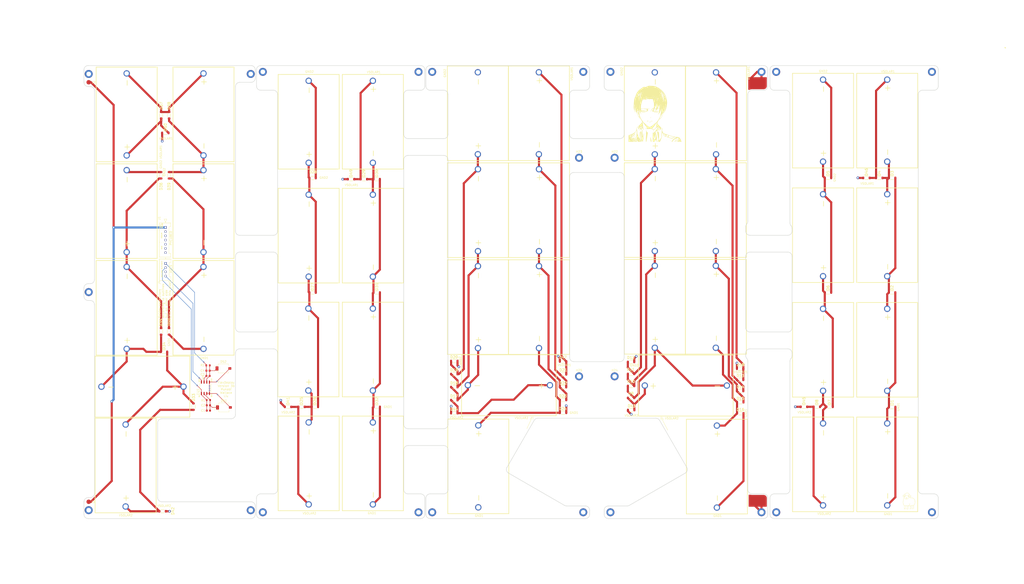
<source format=kicad_pcb>
(kicad_pcb (version 20221018) (generator pcbnew)
  (title_block (title "Flex Deploy Side Panels") (date "2024-05-08") (rev "v3b") (company "Stanford Student Space Initiative") (comment 1 "Jacob Mukobi, Spencer Wallace, Hunter Liu"))
  (layers (0 "F.Cu" signal) (1 "In1.Cu" signal) (2 "In2.Cu" signal) (31 "B.Cu" signal) (34 "B.Paste" user) (35 "F.Paste" user) (36 "B.SilkS" user "B.Silkscreen") (37 "F.SilkS" user "F.Silkscreen") (38 "B.Mask" user) (39 "F.Mask" user) (44 "Edge.Cuts" user))
  (net 0 "")
  (net 1 "GND")
  (net 2 "VSOLAR")
  (net 3 "Net-(D1-C)")
  (net 4 "Net-(D2-C)")
  (net 5 "Net-(D3-C)")
  (net 6 "Net-(D4-C)")
  (net 7 "Net-(D5-C)")
  (net 8 "Net-(D6-C)")
  (net 9 "Net-(D7-C)")
  (net 10 "Net-(D45-A)")
  (net 11 "Net-(D10-C)")
  (net 12 "Net-(D43-A)")
  (net 13 "Net-(D10-A)")
  (net 14 "Net-(D11-A)")
  (net 15 "Net-(D13-A)")
  (net 16 "Net-(D14-A)")
  (net 17 "Net-(D15-A)")
  (net 18 "Net-(D17-A)")
  (net 19 "Net-(D17-C)")
  (net 20 "Net-(D18-A)")
  (net 21 "Net-(D19-A)")
  (net 22 "Net-(D21-A)")
  (net 23 "Net-(D22-A)")
  (net 24 "Net-(D23-A)")
  (net 25 "Net-(D25-A)")
  (net 26 "Net-(D25-C)")
  (net 27 "Net-(D26-A)")
  (net 28 "Net-(D27-A)")
  (net 29 "Net-(D29-A)")
  (net 30 "Net-(D30-A)")
  (net 31 "Net-(D31-A)")
  (net 32 "Net-(D33-A)")
  (net 33 "Net-(D33-C)")
  (net 34 "Net-(D34-A)")
  (net 35 "Net-(D35-A)")
  (net 36 "Net-(D37-A)")
  (net 37 "Net-(D38-A)")
  (net 38 "Net-(D39-A)")
  (net 39 "Net-(D13-C)")
  (net 40 "Net-(D21-C)")
  (net 41 "Net-(D29-C)")
  (net 42 "Net-(D37-C)")
  (net 43 "DEP SENSE")
  (net 44 "/Photodiode 1/IN-")
  (net 45 "OUT1")
  (net 46 "/Photodiode 2/IN-")
  (net 47 "OUT2")
  (net 48 "+3V3")
  (footprint "FlexDeploySidePanels:RB160MM60TR" (layer "F.Cu") (at 402.1 259.375716 180)
    (fp_text reference "D15")
    (fp_text value "RB160MM-60TR" hide)
  )
  (footprint "FlexDeploySidePanels:RB160MM60TR" (layer "F.Cu") (at 444.55 261.574797)
    (fp_text reference "D7")
    (fp_text value "RB160MM-60TR" hide)
  )
  (footprint "FlexDeploySidePanels:SM141K08TFV" (layer "F.Cu") (at 471.95 288.954797 90)
    (fp_text reference "SC1" hide)
    (fp_text value "SM141K08TFV")
  )
  (footprint "Resistor_SMD:R_0603_1608Metric" (layer "F.Cu") (at 149.161 241.868 180)
    (fp_text reference "R2")
    (fp_text value "3.9k" hide)
  )
  (footprint "FlexDeploySidePanels:SM141K08TFV" (layer "F.Cu") (at 306.4 121.95 90)
    (fp_text reference "SC21" hide)
    (fp_text value "SM141K08TFV")
  )
  (footprint "FlexDeploySidePanels:SM141K08TFV" (layer "F.Cu") (at 147 122.499 90)
    (fp_text reference "SC38" hide)
    (fp_text value "SM141K08TFV")
  )
  (footprint "Capacitor_SMD:C_0603_1608Metric" (layer "F.Cu") (at 149.339 263.368 180)
    (fp_text reference "C1")
    (fp_text value "1nF" hide)
  )
  (footprint "FlexDeploySidePanels:RB160MM60TR" (layer "F.Cu") (at 350.2 251.65)
    (fp_text reference "D10")
    (fp_text value "RB160MM-60TR" hide)
  )
  (footprint "FlexDeploySidePanels:CON_353620750" (layer "F.Cu") (at 128.95 176.249999 90)
    (fp_text reference "J1")
    (fp_text value "353620750" hide)
  )
  (footprint "FlexDeploySidePanels:SM141K08TFV" (layer "F.Cu") (at 277.45 214.15 -90)
    (fp_text reference "SC18" hide)
    (fp_text value "SM141K08TFV")
  )
  (footprint "FlexDeploySidePanels:RB160MM60TR" (layer "F.Cu") (at 432.37 261.574797)
    (fp_text reference "D45")
    (fp_text value "RB160MM-60TR" hide)
  )
  (footprint "FlexDeploySidePanels:RB160MM60TR" (layer "F.Cu") (at 350.2 257.358571)
    (fp_text reference "D9")
    (fp_text value "RB160MM-60TR" hide)
  )
  (footprint "FlexDeploySidePanels:SM141K08TFV" (layer "F.Cu") (at 390.6 122 90)
    (fp_text reference "SC13" hide)
    (fp_text value "SM141K08TFV")
  )
  (footprint "MountingHole:MountingHole_2.2mm_M2_DIN965_Pad_TopBottom" (layer "F.Cu") (at 169.45 103.25)
    (fp_text reference "H18" hide)
    (fp_text value "MountingHole_Pad")
  )
  (footprint "FlexDeploySidePanels:SM141K08TFV" (layer "F.Cu") (at 292.15 251.3)
    (fp_text reference "SC17" hide)
    (fp_text value "SM141K08TFV")
  )
  (footprint "FlexDeploySidePanels:RB160MM60TR" (layer "F.Cu") (at 126.85 225.7 90)
    (fp_text reference "D35")
    (fp_text value "RB160MM-60TR" hide)
  )
  (footprint "FlexDeploySidePanels:RB160MM60TR" (layer "F.Cu") (at 126.875 122.875 90)
    (fp_text reference "D37")
    (fp_text value "RB160MM-60TR" hide)
  )
  (footprint "FlexDeploySidePanels:SM141K08TFV" (layer "F.Cu") (at 361.5 168 -90)
    (fp_text reference "SC11" hide)
    (fp_text value "SM141K08TFV")
  )
  (footprint "FlexDeploySidePanels:SM141K08TFV" (layer "F.Cu") (at 197 288.5 -90)
    (fp_text reference "SC25" hide)
    (fp_text value "SM141K08TFV")
  )
  (footprint "FlexDeploySidePanels:RB160MM60TR" (layer "F.Cu") (at 217.125 153.3)
    (fp_text reference "D49")
    (fp_text value "RB160MM-60TR" hide)
  )
  (footprint "Resistor_SMD:R_0603_1608Metric" (layer "F.Cu") (at 149.339 258.348 180)
    (fp_text reference "R1")
    (fp_text value "3.9k" hide)
  )
  (footprint "FlexDeploySidePanels:RB160MM60TR" (layer "F.Cu") (at 402.025 248.758572 180)
    (fp_text reference "D13")
    (fp_text value "RB160MM-60TR" hide)
  )
  (footprint "Capacitor_SMD:C_0603_1608Metric" (layer "F.Cu") (at 149.161 246.888 180)
    (fp_text reference "C3")
    (fp_text value "1nF" hide)
  )
  (footprint "MountingHole:MountingHole_2.2mm_M2_DIN965_Pad_TopBottom" (layer "F.Cu") (at 92.45 310.75)
    (fp_text reference "H21" hide)
    (fp_text value "MountingHole_Pad")
  )
  (footprint "OptoDevice:Osram_SFH2430" (layer "F.Cu") (at 156.718 261.874)
    (fp_text reference "D51")
    (fp_text value "SFH2430" hide)
  )
  (footprint "FlexDeploySidePanels:SM141K08TFV" (layer "F.Cu") (at 118 252)
    (fp_text reference "SC34" hide)
    (fp_text value "SM141K08TFV")
  )
  (footprint "MountingHole:MountingHole_2.2mm_M2_DIN965_Pad_TopBottom" (layer "F.Cu") (at 340.4 311.75)
    (fp_text reference "H8" hide)
    (fp_text value "MountingHole_Pad")
  )
  (footprint "FlexDeploySidePanels:SM141K08TFV" (layer "F.Cu") (at 277.4 121.95 -90)
    (fp_text reference "SC20" hide)
    (fp_text value "SM141K08TFV")
  )
  (footprint "FlexDeploySidePanels:SM141K08TFV" (layer "F.Cu") (at 441.45 179.954797 -90)
    (fp_text reference "SC6" hide)
    (fp_text value "SM141K08TFV")
  )
  (footprint "FlexDeploySidePanels:RB160MM60TR" (layer "F.Cu") (at 350.25 263.108571)
    (fp_text reference "D43")
    (fp_text value "RB160MM-60TR" hide)
  )
  (footprint "FlexDeploySidePanels:SM141K08TFV" (layer "F.Cu") (at 361.5 214 -90)
    (fp_text reference "SC10" hide)
    (fp_text value "SM141K08TFV")
  )
  (footprint "FlexDeploySidePanels:RB160MM60TR" (layer "F.Cu") (at 187.175 261.62)
    (fp_text reference "D41")
    (fp_text value "RB160MM-60TR" hide)
  )
  (footprint "FlexDeploySidePanels:RB160MM60TR" (layer "F.Cu") (at 317.885 264.43)
    (fp_text reference "D24")
    (fp_text value "RB160MM-60TR" hide)
  )
  (footprint "FlexDeploySidePanels:RB160MM60TR" (layer "F.Cu") (at 126.85 151.45 90)
    (fp_text reference "D36")
    (fp_text value "RB160MM-60TR" hide)
  )
  (footprint "MountingHole:MountingHole_2.2mm_M2_DIN965_Pad_TopBottom" (layer "F.Cu") (at 493.2 311.75)
    (fp_text reference "H1" hide)
    (fp_text value "MountingHole_Pad")
  )
  (footprint "FlexDeploySidePanels:SM141K08TFV" (layer "F.Cu") (at 227.5 180.166666 90)
    (fp_text reference "SC30" hide)
    (fp_text value "SM141K08TFV")
  )
  (footprint "FlexDeploySidePanels:RB160MM60TR" (layer "F.Cu") (at 350.2 245.941429)
    (fp_text reference "D11")
    (fp_text value "RB160MM-60TR" hide)
  )
  (footprint "MountingHole:MountingHole_2.2mm_M2_DIN965_Pad_TopBottom" (layer "F.Cu") (at 327.5 311.75)
    (fp_text reference "H9" hide)
    (fp_text value "MountingHole_Pad")
  )
  (footprint "panels:LTC2051HS8#PBF" (layer "F.Cu") (at 147.92585 252.52585 90)
    (fp_text reference "U1")
    (fp_text value "LTC2051IS8_PBF" hide)
  )
  (footprint "MountingHole:MountingHole_2.2mm_M2_DIN965_Pad_TopBottom" (layer "F.Cu") (at 412.2 311.75)
    (fp_text reference "H5" hide)
    (fp_text value "MountingHole_Pad")
  )
  (footprint "MountingHole:MountingHole_2.2mm_M2_DIN965_Pad_TopBottom" (layer "F.Cu") (at 340.4 102.25)
    (fp_text reference "H7" hide)
    (fp_text value "MountingHole_Pad")
  )
  (footprint "FlexDeploySidePanels:RB160MM60TR" (layer "F.Cu") (at 198.836 207.25)
    (fp_text reference "D27")
    (fp_text value "RB160MM-60TR" hide)
  )
  (footprint "MountingHole:MountingHole_2.2mm_M2_DIN965_Pad_TopBottom" (layer "F.Cu") (at 342.4 247.1)
    (fp_text reference "H24")
    (fp_text value "MountingHole_Pad")
  )
  (footprint "FlexDeploySidePanels:RB160MM60TR" (layer "F.Cu") (at 198.836 152.75)
    (fp_text reference "D28")
    (fp_text value "RB160MM-60TR" hide)
  )
  (footprint "FlexDeploySidePanels:SM141K08TFV" (layer "F.Cu") (at 391 290.01 90)
    (fp_text reference "SC16" hide)
    (fp_text value "SM141K08TFV")
  )
  (footprint "MountingHole:MountingHole_2.2mm_M2_DIN965_Pad_TopBottom" (layer "F.Cu") (at 175.2 311.75)
    (fp_text reference "H16" hide)
    (fp_text value "MountingHole_Pad")
  )
  (footprint "FlexDeploySidePanels:SM141K08TFV" (layer "F.Cu") (at 376.25 251.46 180)
    (fp_text reference "SC9" hide)
    (fp_text value "SM141K08TFV")
  )
  (footprint "MountingHole:MountingHole_2.2mm_M2_DIN965_Pad_TopBottom" (layer "F.Cu") (at 249.2 102.25)
    (fp_text reference "H14" hide)
    (fp_text value "MountingHole_Pad")
  )
  (footprint "FlexDeploySidePanels:RB160MM60TR" (layer "F.Cu") (at 350.2 240.232858)
    (fp_text reference "D12")
    (fp_text value "RB160MM-60TR" hide)
  )
  (footprint "FlexDeploySidePanels:RB160MM60TR" (layer "F.Cu") (at 443.8 152.704797)
    (fp_text reference "D5")
    (fp_text value "RB160MM-60TR" hide)
  )
  (footprint "FlexDeploySidePanels:RB160MM60TR" (layer "F.Cu") (at 317.885 240.01)
    (fp_text reference "D47")
    (fp_text value "RB160MM-60TR" hide)
  )
  (footprint "FlexDeploySidePanels:RB160MM60TR" (layer "F.Cu") (at 130.6 225.7 -90)
    (fp_text reference "D40")
    (fp_text value "RB160MM-60TR" hide)
  )
  (footprint "FlexDeploySidePanels:RB160MM60TR" (layer "F.Cu") (at 199.925 261.6)
    (fp_text reference "D26")
    (fp_text value "RB160MM-60TR" hide)
  )
  (footprint "FlexDeploySidePanels:SM141K08TFV" (layer "F.Cu") (at 196.85 234.333332 -90)
    (fp_text reference "SC26" hide)
    (fp_text value "SM141K08TFV")
  )
  (footprint "MountingHole:MountingHole_2.2mm_M2_DIN965_Pad_TopBottom" (layer "F.Cu") (at 412.2 102.25)
    (fp_text reference "H6" hide)
    (fp_text value "MountingHole_Pad")
  )
  (footprint "MountingHole:MountingHole_2.2mm_M2_DIN965_Pad_TopBottom" (layer "F.Cu") (at 342.4 143.1)
    (fp_text reference "H22")
    (fp_text value "MountingHole_Pad")
  )
  (footprint "FlexDeploySidePanels:RB160MM60TR" (layer "F.Cu") (at 266.205 264.58)
    (fp_text reference "D44")
    (fp_text value "RB160MM-60TR" hide)
  )
  (footprint "MountingHole:MountingHole_2.2mm_M2_DIN965_Pad_TopBottom" (layer "F.Cu") (at 249.2 311.75)
    (fp_text reference "H13" hide)
    (fp_text value "MountingHole_Pad")
  )
  (footprint "MountingHole:MountingHole_2.2mm_M2_DIN965_Pad_TopBottom" (layer "F.Cu") (at 92.456 103.251)
    (fp_text reference "H19" hide)
    (fp_text value "MountingHole_Pad")
  )
  (footprint "FlexDeploySidePanels:RB160MM60TR" (layer "F.Cu") (at 317.885 246.115 180)
    (fp_text reference "D21")
    (fp_text value "RB160MM-60TR" hide)
  )
  (footprint "FlexDeploySidePanels:SM141K08TFV" (layer "F.Cu") (at 441.45 234.454797 -90)
    (fp_text reference "SC7" hide)
    (fp_text value "SM141K08TFV")
  )
  (footprint "FlexDeploySidePanels:RB160MM60TR" (layer "F.Cu") (at 462.075 152.7)
    (fp_text reference "D46")
    (fp_text value "RB160MM-60TR" hide)
  )
  (footprint "FlexDeploySidePanels:RB160MM60TR" (layer "F.Cu") (at 266.205 245.995)
    (fp_text reference "D19")
    (fp_text value "RB160MM-60TR" hide)
  )
  (footprint "MountingHole:MountingHole_2.2mm_M2_DIN965_Pad_TopBottom" (layer "F.Cu") (at 325.5 247.1)
    (fp_text reference "H25")
    (fp_text value "MountingHole_Pad")
  )
  (footprint "FlexDeploySidePanels:SM141K08TFV" (layer "F.Cu") (at 390.5 168 90)
    (fp_text reference "SC14" hide)
    (fp_text value "SM141K08TFV")
  )
  (footprint "FlexDeploySidePanels:RB160MM60TR" (layer "F.Cu") (at 142.25 261.5 90)
    (fp_text reference "D33")
    (fp_text value "RB160MM-60TR" hide)
  )
  (footprint "mainboard:MOLEX_35362-0450" (layer "F.Cu") (at 129 196.375 -90)
    (fp_text reference "J4")
    (fp_text value "353620450")
  )
  (footprint "MountingHole:MountingHole_2.2mm_M2_DIN965_Pad_TopBottom" (layer "F.Cu") (at 419.22 311.75)
    (fp_text reference "H4" hide)
    (fp_text value "MountingHole_Pad")
  )
  (footprint "FlexDeploySidePanels:SM141K08TFV" (layer "F.Cu") (at 110.5 122.5 -90)
    (fp_text reference "SC37" hide)
    (fp_text value "SM141K08TFV")
  )
  (footprint "FlexDeploySidePanels:SM141K08TFV" (layer "F.Cu") (at 147 168.5 90)
    (fp_text reference "SC39" hide)
    (fp_text value "SM141K08TFV")
  )
  (footprint "FlexDeploySidePanels:RB160MM60TR" (layer "F.Cu") (at 229.316 261.62)
    (fp_text reference "D32")
    (fp_text value "RB160MM-60TR" hide)
  )
  (footprint "FlexDeploySidePanels:SM141K08TFV" (layer "F.Cu") (at 110.5 214.5 -90)
    (fp_text reference "SC35" hide)
    (fp_text value "SM141K08TFV")
  )
  (footprint "MountingHole:MountingHole_2.2mm_M2_DIN965_Pad_TopBottom" (layer "F.Cu") (at 325.5 143.1)
    (fp_text reference "H23")
    (fp_text value "MountingHole_Pad")
  )
  (footprint "FlexDeploySidePanels:SM141K08TFV" (layer "F.Cu") (at 390.5 214 90)
    (fp_text reference "SC15" hide)
    (fp_text value "SM141K08TFV")
  )
  (footprint "FlexDeploySidePanels:SM141K08TFV" (layer "F.Cu") (at 197 126 -90)
    (fp_text reference "SC28" hide)
    (fp_text value "SM141K08TFV")
  )
  (footprint "FlexDeploySidePanels:RB160MM60TR" (layer "F.Cu") (at 130.65 122.875 -90)
    (fp_text reference "D38")
    (fp_text value "RB160MM-60TR" hide)
  )
  (footprint "FlexDeploySidePanels:SM141K08TFV" (layer "F.Cu") (at 471.95 179.954797 90)
    (fp_text reference "SC3" hide)
    (fp_text value "SM141K08TFV")
  )
  (footprint "FlexDeploySidePanels:SM141K08TFV" (layer "F.Cu") (at 227.5 288.5 90)
    (fp_text reference "SC32" hide)
    (fp_text value "SM141K08TFV")
  )
  (footprint "MountingHole:MountingHole_2.2mm_M2_DIN965_Pad_TopBottom" (layer "F.Cu") (at 175.2 102.25)
    (fp_text reference "H15" hide)
    (fp_text value "MountingHole_Pad")
  )
  (footprint "FlexDeploySidePanels:RB160MM60TR" (layer "F.Cu") (at 474.28 152.704797)
    (fp_text reference "D3")
    (fp_text value "RB160MM-60TR" hide)
  )
  (footprint "FlexDeploySidePanels:SM141K08TFV" (layer "F.Cu") (at 227.5 234.333332 90)
    (fp_text reference "SC31" hide)
    (fp_text value "SM141K08TFV")
  )
  (footprint "FlexDeploySidePanels:SM141K08TFV" (layer "F.Cu") (at 441.45 125.454797 -90)
    (fp_text reference "SC5" hide)
    (fp_text value "SM141K08TFV")
  )
  (footprint "FlexDeploySidePanels:RB160MM60TR" (layer "F.Cu") (at 317.885 258.325 180)
    (fp_text reference "D23")
    (fp_text value "RB160MM-60TR" hide)
  )
  (footprint "FlexDeploySidePanels:RB160MM60TR" (layer "F.Cu") (at 474.3 261.704797)
    (fp_text reference "D1")
    (fp_text value "RB160MM-60TR" hide)
  )
  (footprint "FlexDeploySidePanels:0900-3-15-20-75-14-11-0" (layer "F.Cu") (at 92.45 306.75)
    (fp_text reference "J3")
    (fp_text value "0900-3-15-20-75-14-11-0")
  )
  (footprint "MountingHole:MountingHole_2.2mm_M2_DIN965_Pad_TopBottom" (layer "F.Cu") (at 255.7 311.75)
    (fp_text reference "H12" hide)
    (fp_text value "MountingHole_Pad")
  )
  (footprint "FlexDeploySidePanels:SM141K08TFV" (layer "F.Cu") (at 277.45 168.05 -90)
    (fp_text reference "SC19" hide)
    (fp_text value "SM141K08TFV")
  )
  (footprint "FlexDeploySidePanels:RB160MM60TR" (layer "F.Cu") (at 128.875 131.3)
    (fp_text reference "D50")
    (fp_text value "RB160MM-60TR" hide)
  )
  (footprint "FlexDeploySidePanels:RB160MM60TR" (layer "F.Cu") (at 223.2 153.3)
    (fp_text reference "D29")
    (fp_text value "RB160MM-60TR" hide)
  )
  (footprint "FlexDeploySidePanels:SM141K08TFV" (layer "F.Cu") (at 306.45 168.05 90)
    (fp_text reference "SC22" hide)
    (fp_text value "SM141K08TFV")
  )
  (footprint "MountingHole:MountingHole_2.2mm_M2_DIN965_Pad_TopBottom" (layer "F.Cu") (at 169.45 310.769)
    (fp_text reference "H17" hide)
    (fp_text value "MountingHole_Pad")
  )
  (footprint "FlexDeploySidePanels:SM141K08TFV" (layer "F.Cu") (at 361.5 122 -90)
    (fp_text reference "SC12" hide)
    (fp_text value "SM141K08TFV")
  )
  (footprint "MountingHole:MountingHole_2.2mm_M2_DIN965_Pad_TopBottom" (layer "F.Cu") (at 419.2 102.25)
    (fp_text reference "H3" hide)
    (fp_text value "MountingHole_Pad")
  )
  (footprint "FlexDeploySidePanels:SM141K08TFV" (layer "F.Cu") (at 441.45 288.954797 -90)
    (fp_text reference "SC8" hide)
    (fp_text value "SM141K08TFV")
  )
  (footprint "FlexDeploySidePanels:RB160MM60TR" (layer "F.Cu") (at 127.565 311.25 180)
    (fp_text reference "D42")
    (fp_text value "RB160MM-60TR" hide)
  )
  (footprint "FlexDeploySidePanels:RB160MM60TR" (layer "F.Cu") (at 229.291 153.3)
    (fp_text reference "D30")
    (fp_text value "RB160MM-60TR" hide)
  )
  (footprint "FlexDeploySidePanels:RB160MM60TR" (layer "F.Cu") (at 474.26 207.204797)
    (fp_text reference "D2")
    (fp_text value "RB160MM-60TR" hide)
  )
  (footprint "FlexDeploySidePanels:RB160MM60TR" (layer "F.Cu") (at 193.575 261.6)
    (fp_text reference "D25")
    (fp_text value "RB160MM-60TR" hide)
  )
  (footprint "FlexDeploySidePanels:0900-3-15-20-75-14-11-0" (layer "F.Cu") (at 92.45 107.2)
    (fp_text reference "J2")
    (fp_text value "0900-3-15-20-75-14-11-0")
  )
  (footprint "MountingHole:MountingHole_2.2mm_M2_DIN965_Pad_TopBottom" (layer "F.Cu") (at 493.2 102.25)
    (fp_text reference "H2" hide)
    (fp_text value "MountingHole_Pad")
  )
  (footprint "FlexDeploySidePanels:SM141K08TFV" (layer "F.Cu") (at 110 289.5 -90)
    (fp_text reference "SC33" hide)
    (fp_text value "SM141K08TFV")
  )
  (footprint "FlexDeploySidePanels:RB160MM60TR" (layer "F.Cu") (at 266.205 239.8)
    (fp_text reference "D20")
    (fp_text value "RB160MM-60TR" hide)
  )
  (footprint "FlexDeploySidePanels:SM141K08TFV" (layer "F.Cu") (at 277.6 289.9 90)
    (fp_text reference "SC24" hide)
    (fp_text value "SM141K08TFV")
  )
  (footprint "FlexDeploySidePanels:SM141K08TFV" (layer "F.Cu") (at 471.95 125.454797 90)
    (fp_text reference "SC4" hide)
    (fp_text value "SM141K08TFV")
  )
  (footprint "FlexDeploySidePanels:SM141K08TFV" (layer "F.Cu") (at 110.5 168.5 -90)
    (fp_text reference "SC36" hide)
    (fp_text value "SM141K08TFV")
  )
  (footprint "MountingHole:MountingHole_2.2mm_M2_DIN965_Pad_TopBottom" (layer "F.Cu") (at 255.7 102.25)
    (fp_text reference "H11" hide)
    (fp_text value "MountingHole_Pad")
  )
  (footprint "FlexDeploySidePanels:RB160MM60TR" (layer "F.Cu") (at 402.05 243.45)
    (fp_text reference "D48")
    (fp_text value "RB160MM-60TR" hide)
  )
  (footprint "MountingHole:MountingHole_2.2mm_M2_DIN965_Pad_TopBottom" (layer "F.Cu") (at 327.5 102.25)
    (fp_text reference "H10" hide)
    (fp_text value "MountingHole_Pad")
  )
  (footprint "FlexDeploySidePanels:SM141K08TFV" (layer "F.Cu") (at 306.45 214.15 90)
    (fp_text reference "SC23" hide)
    (fp_text value "SM141K08TFV")
  )
  (footprint "FlexDeploySidePanels:SM141K08TFV" (layer "F.Cu") (at 471.95 234.454797 90)
    (fp_text reference "SC2" hide)
    (fp_text value "SM141K08TFV")
  )
  (footprint "LOGO" (layer "F.Cu") (at 482.31 306.38)
    (fp_text reference "G***" hide)
    (fp_text value "LOGO" hide)
  )
  (footprint "FlexDeploySidePanels:RB160MM60TR" (layer "F.Cu") (at 266.205 258.385)
    (fp_text reference "D17")
    (fp_text value "RB160MM-60TR" hide)
  )
  (footprint "OptoDevice:Osram_SFH2430" (layer "F.Cu") (at 156.47 243.332)
    (fp_text reference "D52")
    (fp_text value "SFH2430" hide)
  )
  (footprint "FlexDeploySidePanels:RB160MM60TR" (layer "F.Cu") (at 402.11 264.684288)
    (fp_text reference "D16")
    (fp_text value "RB160MM-60TR" hide)
  )
  (footprint "FlexDeploySidePanels:RB160MM60TR" (layer "F.Cu") (at 443.8 207.204797)
    (fp_text reference "D6")
    (fp_text value "RB160MM-60TR" hide)
  )
  (footprint "FlexDeploySidePanels:RB160MM60TR" (layer "F.Cu") (at 402.025 254.067144 180)
    (fp_text reference "D14")
    (fp_text value "RB160MM-60TR" hide)
  )
  (footprint "Capacitor_SMD:C_0603_1608Metric" (layer "F.Cu") (at 149.161 244.378 180)
    (fp_text reference "C4")
    (fp_text value "100nF" hide)
  )
  (footprint "FlexDeploySidePanels:SM141K08TFV" (layer "F.Cu") (at 147 214.5 90)
    (fp_text reference "SC40" hide)
    (fp_text value "SM141K08TFV")
  )
  (footprint "FlexDeploySidePanels:RB160MM60TR" (layer "F.Cu") (at 468.175 152.7)
    (fp_text reference "D4")
    (fp_text value "RB160MM-60TR" hide)
  )
  (footprint "FlexDeploySidePanels:RB160MM60TR" (layer "F.Cu") (at 128.225 235.425 180)
    (fp_text reference "D34")
    (fp_text value "RB160MM-60TR" hide)
  )
  (footprint "FlexDeploySidePanels:RB160MM60TR" (layer "F.Cu") (at 266.205 252.19)
    (fp_text reference "D18")
    (fp_text value "RB160MM-60TR" hide)
  )
  (footprint "FlexDeploySidePanels:RB160MM60TR" (layer "F.Cu") (at 229.316 207.25)
    (fp_text reference "D31")
    (fp_text value "RB160MM-60TR" hide)
  )
  (footprint "FlexDeploySidePanels:SM141K08TFV" (layer "F.Cu") (at 197 180.166666 -90)
    (fp_text reference "SC27" hide)
    (fp_text value "SM141K08TFV")
  )
  (footprint "MountingHole:MountingHole_2.2mm_M2_DIN965_Pad_TopBottom" (layer "F.Cu") (at 92.45 207)
    (fp_text reference "H20" hide)
    (fp_text value "MountingHole_Pad")
  )
  (footprint "FlexDeploySidePanels:RB160MM60TR" (layer "F.Cu") (at 130.625 151.45 -90)
    (fp_text reference "D39")
    (fp_text value "RB160MM-60TR" hide)
  )
  (footprint "FlexDeploySidePanels:RB160MM60TR" (layer "F.Cu") (at 317.865 252.22 180)
    (fp_text reference "D22")
    (fp_text value "RB160MM-60TR" hide)
  )
  (footprint "Capacitor_SMD:C_0603_1608Metric" (layer "F.Cu") (at 149.339 260.858 180)
    (fp_text reference "C2")
    (fp_text value "100nF" hide)
  )
  (footprint "FlexDeploySidePanels:SM141K08TFV" (layer "F.Cu") (at 227.5 126 90)
    (fp_text reference "SC29" hide)
    (fp_text value "SM141K08TFV")
  )
  (footprint "FlexDeploySidePanels:RB160MM60TR" (layer "F.Cu") (at 438.475 261.574797)
    (fp_text reference "D8")
    (fp_text value "RB160MM-60TR" hide)
  )
  (gr_poly (pts (xy 352.166828 131.997588) (xy 352.167478 131.997961) (xy 352.170569 132.001918) (xy 352.172916 132.006799) (xy 352.174552 132.012534) (xy 352.175509 132.019055) (xy 352.175818 132.026294) (xy 352.175512 132.03418) (xy 352.174623 132.042646) (xy 352.173183 132.051622) (xy 352.168776 132.070831) (xy 352.162548 132.091258) (xy 352.154754 132.112351) (xy 352.14565 132.13356) (xy 352.135492 132.154335) (xy 352.124535 132.174126) (xy 352.113036 132.192381) (xy 352.10125 132.208552) (xy 352.095329 132.215684) (xy 352.089432 132.222087) (xy 352.083592 132.227695) (xy 352.07784 132.232437) (xy 352.072208 132.236245) (xy 352.066728 132.23905) (xy 352.061433 132.240784) (xy 352.056353 132.241377) (xy 352.044803 132.241177) (xy 352.033967 132.240582) (xy 352.023843 132.239602) (xy 352.014433 132.238245) (xy 352.005736 132.23652) (xy 351.997752 132.234436) (xy 351.990481 132.232) (xy 351.983923 132.229223) (xy 351.978079 132.226112) (xy 351.972947 132.222677) (xy 351.968529 132.218926) (xy 351.964824 132.214867) (xy 351.961832 132.21051) (xy 351.959553 132.205864) (xy 351.957987 132.200936) (xy 351.957134 132.195737) (xy 351.956995 132.190273) (xy 351.957568 132.184555) (xy 351.958855 132.178591) (xy 351.960855 132.172389) (xy 351.963568 132.165959) (xy 351.966994 132.159309) (xy 351.971133 132.152447) (xy 351.975986 132.145383) (xy 351.981551 132.138125) (xy 351.98783 132.130682) (xy 351.994822 132.123063) (xy 352.002527 132.115276) (xy 352.010945 132.10733) (xy 352.020076 132.099234) (xy 352.02992 132.090997) (xy 352.040478 132.082627) (xy 352.05231 132.072898) (xy 352.063949 132.063579) (xy 352.075325 132.05471) (xy 352.086367 132.04633) (xy 352.097006 132.038476) (xy 352.107172 132.031188) (xy 352.116795 132.024505) (xy 352.125806 132.018465) (xy 352.134135 132.013108) (xy 352.141712 132.008471) (xy 352.148468 132.004594) (xy 352.154332 132.001515) (xy 352.159234 131.999274) (xy 352.163106 131.997909) (xy 352.164634 131.997567) (xy 352.165877 131.997458)) (fill solid) (layer "F.SilkS"))
  (gr_poly (pts (xy 369.298121 134.040605) (xy 369.299698 134.040789) (xy 369.303011 134.041515) (xy 369.306509 134.042706) (xy 369.310163 134.044347) (xy 369.31394 134.046422) (xy 369.317811 134.048915) (xy 369.321744 134.051812) (xy 369.325707 134.055096) (xy 369.329671 134.058752) (xy 369.333603 134.062765) (xy 369.337474 134.067119) (xy 369.341251 134.071798) (xy 369.344904 134.076788) (xy 369.348402 134.082072) (xy 369.351715 134.087635) (xy 369.35481 134.093461) (xy 369.356221 134.095941) (xy 369.357479 134.098415) (xy 369.358586 134.10088) (xy 369.359544 134.103331) (xy 369.360354 134.105762) (xy 369.36102 134.108169) (xy 369.361541 134.110547) (xy 369.361921 134.112891) (xy 369.362162 134.115196) (xy 369.362265 134.117457) (xy 369.362233 134.11967) (xy 369.362066 134.12183) (xy 369.361768 134.123932) (xy 369.36134 134.125971) (xy 369.360784 134.127942) (xy 369.360103 134.12984) (xy 369.359297 134.131661) (xy 369.358369 134.133399) (xy 369.357321 134.13505) (xy 369.356154 134.13661) (xy 369.354872 134.138072) (xy 369.353475 134.139432) (xy 369.351966 134.140686) (xy 369.350346 134.141829) (xy 369.348618 134.142855) (xy 369.346783 134.14376) (xy 369.344844 134.144539) (xy 369.342802 134.145188) (xy 369.340659 134.145701) (xy 369.338417 134.146073) (xy 369.336078 134.1463) (xy 369.333645 134.146376) (xy 369.330685 134.1463) (xy 369.327759 134.146073) (xy 369.324872 134.145701) (xy 369.322028 134.145188) (xy 369.31923 134.144539) (xy 369.316483 134.14376) (xy 369.31379 134.142855) (xy 369.311155 134.141829) (xy 369.308582 134.140686) (xy 369.306075 134.139432) (xy 369.303638 134.138072) (xy 369.301274 134.13661) (xy 369.298988 134.13505) (xy 369.296784 134.133399) (xy 369.294664 134.131661) (xy 369.292634 134.12984) (xy 369.290697 134.127942) (xy 369.288856 134.125971) (xy 369.287117 134.123932) (xy 369.285482 134.12183) (xy 369.283955 134.11967) (xy 369.282541 134.117457) (xy 369.281244 134.115196) (xy 369.280066 134.112891) (xy 369.279012 134.110547) (xy 369.278087 134.108169) (xy 369.277293 134.105762) (xy 369.276635 134.103331) (xy 369.276116 134.10088) (xy 369.275741 134.098415) (xy 369.275513 134.095941) (xy 369.275436 134.093461) (xy 369.275466 134.090516) (xy 369.275557 134.087635) (xy 369.275706 134.084819) (xy 369.275911 134.082072) (xy 369.276171 134.079394) (xy 369.276482 134.076788) (xy 369.276844 134.074255) (xy 369.277255 134.071798) (xy 369.277712 134.069419) (xy 369.278213 134.067119) (xy 369.278758 134.0649) (xy 369.279343 134.062765) (xy 369.279966 134.060715) (xy 369.280627 134.058752) (xy 369.281322 134.056879) (xy 369.28205 134.055096) (xy 369.28281 134.053407) (xy 369.283598 134.051812) (xy 369.284414 134.050314) (xy 369.285254 134.048915) (xy 369.286118 134.047617) (xy 369.287004 134.046422) (xy 369.287908 134.045331) (xy 369.28883 134.044347) (xy 369.289768 134.043472) (xy 369.290719 134.042706) (xy 369.291682 134.042054) (xy 369.292655 134.041515) (xy 369.293635 134.041093) (xy 369.294621 134.040789) (xy 369.295611 134.040605) (xy 369.296603 134.040544)) (fill solid) (layer "F.SilkS"))
  (gr_poly (pts (xy 371.336435 134.834402) (xy 371.339095 134.834721) (xy 371.341867 134.835245) (xy 371.344746 134.835969) (xy 371.3508 134.837992) (xy 371.35721 134.840744) (xy 371.363931 134.844178) (xy 371.370915 134.848247) (xy 371.378116 134.852906) (xy 371.385488 134.858107) (xy 371.392984 134.863804) (xy 371.400557 134.869951) (xy 371.408161 134.876501) (xy 371.415749 134.883408) (xy 371.423276 134.890624) (xy 371.430694 134.898104) (xy 371.437957 134.905801) (xy 371.445018 134.913668) (xy 371.451556 134.921434) (xy 371.458251 134.928851) (xy 371.465077 134.935912) (xy 371.472004 134.942608) (xy 371.479005 134.948932) (xy 371.486051 134.954876) (xy 371.493115 134.960432) (xy 371.500168 134.965593) (xy 371.507182 134.970351) (xy 371.514129 134.974699) (xy 371.520982 134.978627) (xy 371.527711 134.98213) (xy 371.53429 134.985198) (xy 371.540689 134.987825) (xy 371.54688 134.990001) (xy 371.552837 134.991721) (xy 371.558529 134.992975) (xy 371.56393 134.993757) (xy 371.569012 134.994058) (xy 371.573745 134.99387) (xy 371.578103 134.993187) (xy 371.582056 134.992) (xy 371.585577 134.990301) (xy 371.588638 134.988083) (xy 371.591211 134.985337) (xy 371.593268 134.982057) (xy 371.594779 134.978234) (xy 371.595719 134.973861) (xy 371.596057 134.96893) (xy 371.595767 134.963433) (xy 371.594819 134.957363) (xy 371.593187 134.950711) (xy 371.590145 134.942216) (xy 371.589317 134.938297) (xy 371.588949 134.934598) (xy 371.589037 134.931119) (xy 371.589581 134.927863) (xy 371.590579 134.924829) (xy 371.592028 134.922019) (xy 371.593927 134.919434) (xy 371.596273 134.917075) (xy 371.599065 134.914943) (xy 371.602301 134.913038) (xy 371.605979 134.911362) (xy 371.610096 134.909915) (xy 371.619644 134.907715) (xy 371.630927 134.906445) (xy 371.643931 134.906113) (xy 371.658641 134.906727) (xy 371.675041 134.908294) (xy 371.693114 134.910822) (xy 371.712847 134.91432) (xy 371.734223 134.918794) (xy 371.757227 134.924252) (xy 371.769111 134.92785) (xy 371.780922 134.932634) (xy 371.792619 134.938518) (xy 371.80416 134.945418) (xy 371.815503 134.953248) (xy 371.826607 134.961923) (xy 371.83743 134.971358) (xy 371.84793 134.981467) (xy 371.858066 134.992166) (xy 371.867796 135.003368) (xy 371.877078 135.014988) (xy 371.885871 135.026942) (xy 371.894133 135.039145) (xy 371.901822 135.051509) (xy 371.908897 135.063952) (xy 371.915316 135.076387) (xy 371.921038 135.088728) (xy 371.92602 135.100892) (xy 371.930221 135.112791) (xy 371.933599 135.124342) (xy 371.936114 135.135459) (xy 371.937722 135.146057) (xy 371.938382 135.15605) (xy 371.938054 135.165353) (xy 371.936694 135.173881) (xy 371.934262 135.181548) (xy 371.930715 135.18827) (xy 371.926013 135.193961) (xy 371.920113 135.198536) (xy 371.912973 135.201909) (xy 371.904553 135.203996) (xy 371.89481 135.20471) (xy 371.890858 135.204772) (xy 371.886942 135.204954) (xy 371.88307 135.205255) (xy 371.879245 135.205671) (xy 371.875475 135.2062) (xy 371.871765 135.206838) (xy 371.868121 135.207582) (xy 371.864549 135.208431) (xy 371.861054 135.20938) (xy 371.857643 135.210427) (xy 371.85432 135.211569) (xy 371.851093 135.212803) (xy 371.847966 135.214126) (xy 371.844946 135.215535) (xy 371.842038 135.217028) (xy 371.839248 135.218601) (xy 371.836583 135.220251) (xy 371.834047 135.221977) (xy 371.831647 135.223774) (xy 371.829389 135.225639) (xy 371.827277 135.227571) (xy 371.825319 135.229565) (xy 371.82352 135.23162) (xy 371.821885 135.233732) (xy 371.820421 135.235898) (xy 371.819133 135.238115) (xy 371.818028 135.240381) (xy 371.81711 135.242693) (xy 371.816386 135.245047) (xy 371.815862 135.247441) (xy 371.815543 135.249871) (xy 371.815436 135.252336) (xy 371.81559 135.254769) (xy 371.816047 135.257109) (xy 371.816801 135.259354) (xy 371.817844 135.261503) (xy 371.81917 135.263555) (xy 371.820773 135.265509) (xy 371.822644 135.267364) (xy 371.824779 135.269119) (xy 371.829808 135.272327) (xy 371.835806 135.275124) (xy 371.842719 135.277503) (xy 371.850493 135.279455) (xy 371.859072 135.280973) (xy 371.868403 135.282049) (xy 371.878433 135.282676) (xy 371.889105 135.282845) (xy 371.900367 135.282549) (xy 371.912163 135.28178) (xy 371.92444 135.28053) (xy 371.937144 135.278792) (xy 371.975333 135.27193) (xy 372.002545 135.267549) (xy 372.012016 135.266443) (xy 372.01872 135.266143) (xy 372.021032 135.266315) (xy 372.022649 135.266712) (xy 372.02357 135.267341) (xy 372.023794 135.268211) (xy 372.023321 135.269328) (xy 372.02215 135.270702) (xy 372.017707 135.274247) (xy 372.010458 135.278908) (xy 372.000395 135.284748) (xy 371.971798 135.30021) (xy 371.931852 135.321128) (xy 371.911976 135.33036) (xy 371.893891 135.338181) (xy 371.885459 135.341548) (xy 371.877402 135.344545) (xy 371.869696 135.347166) (xy 371.862317 135.349405) (xy 371.855239 135.351256) (xy 371.84844 135.352714) (xy 371.841895 135.353773) (xy 371.835579 135.354427) (xy 371.829469 135.35467) (xy 371.82354 135.354496) (xy 371.817768 135.3539) (xy 371.812129 135.352876) (xy 371.806598 135.351418) (xy 371.801151 135.349519) (xy 371.795765 135.347175) (xy 371.790414 135.34438) (xy 371.785075 135.341127) (xy 371.779724 135.337411) (xy 371.774335 135.333226) (xy 371.768886 135.328567) (xy 371.763351 135.323427) (xy 371.757707 135.3178) (xy 371.751929 135.311681) (xy 371.745994 135.305064) (xy 371.733551 135.290313) (xy 371.720187 135.2735) (xy 371.709661 135.262538) (xy 371.697997 135.251528) (xy 371.685293 135.24055) (xy 371.671652 135.229679) (xy 371.657173 135.218995) (xy 371.641958 135.208575) (xy 371.626108 135.198496) (xy 371.609723 135.188835) (xy 371.592903 135.17967) (xy 371.57575 135.171079) (xy 371.558365 135.163139) (xy 371.540848 135.155928) (xy 371.5233 135.149523) (xy 371.505821 135.144001) (xy 371.488514 135.139441) (xy 371.471477 135.13592) (xy 371.447219 135.132267) (xy 371.425991 135.129273) (xy 371.407725 135.126977) (xy 371.39235 135.125418) (xy 371.379797 135.124633) (xy 371.374556 135.124544) (xy 371.369995 135.124663) (xy 371.366104 135.124995) (xy 371.362875 135.125546) (xy 371.360299 135.126319) (xy 371.358368 135.127319) (xy 371.357072 135.128553) (xy 371.356659 135.129258) (xy 371.356403 135.130023) (xy 371.356352 135.131736) (xy 371.356911 135.133696) (xy 371.35807 135.135908) (xy 371.359821 135.138377) (xy 371.362156 135.141107) (xy 371.365065 135.144104) (xy 371.36854 135.147372) (xy 371.372573 135.150916) (xy 371.382274 135.158852) (xy 371.394099 135.167951) (xy 371.407978 135.178251) (xy 371.419016 135.18659) (xy 371.42931 135.19473) (xy 371.43886 135.202659) (xy 371.447666 135.210363) (xy 371.455727 135.217832) (xy 371.463044 135.225051) (xy 371.469618 135.232009) (xy 371.475447 135.238693) (xy 371.480532 135.245089) (xy 371.484872 135.251187) (xy 371.488469 135.256972) (xy 371.491322 135.262433) (xy 371.49343 135.267556) (xy 371.494794 135.27233) (xy 371.495414 135.276742) (xy 371.49529 135.280778) (xy 371.494422 135.284427) (xy 371.49281 135.287676) (xy 371.490453 135.290511) (xy 371.487353 135.292922) (xy 371.483508 135.294895) (xy 371.478919 135.296417) (xy 371.473586 135.297476) (xy 371.467509 135.298059) (xy 371.460688 135.298154) (xy 371.453122 135.297748) (xy 371.444813 135.296828) (xy 371.435759 135.295382) (xy 371.425961 135.293398) (xy 371.415419 135.290862) (xy 371.404133 135.287762) (xy 371.392103 135.284086) (xy 371.381889 135.28098) (xy 371.372095 135.278586) (xy 371.362737 135.276873) (xy 371.353831 135.275807) (xy 371.345394 135.275358) (xy 371.337443 135.275493) (xy 371.329993 135.276181) (xy 371.323062 135.277388) (xy 371.316666 135.279085) (xy 371.310822 135.281237) (xy 371.305545 135.283814) (xy 371.300852 135.286783) (xy 371.29676 135.290113) (xy 371.293285 135.293771) (xy 371.290444 135.297726) (xy 371.288253 135.301945) (xy 371.286729 135.306396) (xy 371.285888 135.311049) (xy 371.285746 135.31587) (xy 371.286321 135.320827) (xy 371.287628 135.325889) (xy 371.289684 135.331024) (xy 371.292505 135.3362) (xy 371.296108 135.341384) (xy 371.30051 135.346545) (xy 371.305727 135.351651) (xy 371.311774 135.356669) (xy 371.31867 135.361569) (xy 371.32643 135.366317) (xy 371.335071 135.370882) (xy 371.344609 135.375232) (xy 371.355061 135.379335) (xy 371.358005 135.380373) (xy 371.360883 135.381499) (xy 371.363689 135.382709) (xy 371.366419 135.383997) (xy 371.369067 135.385358) (xy 371.371629 135.386789) (xy 371.3741 135.388283) (xy 371.376475 135.389836) (xy 371.378749 135.391444) (xy 371.380918 135.393101) (xy 371.382976 135.394802) (xy 371.384919 135.396544) (xy 371.386742 135.39832) (xy 371.388439 135.400126) (xy 371.390007 135.401958) (xy 371.391441 135.403809) (xy 371.392734 135.405677) (xy 371.393884 135.407555) (xy 371.394884 135.409438) (xy 371.39573 135.411323) (xy 371.396417 135.413204) (xy 371.396941 135.415076) (xy 371.397296 135.416934) (xy 371.397477 135.418774) (xy 371.39748 135.420591) (xy 371.3973 135.42238) (xy 371.396932 135.424136) (xy 371.396371 135.425854) (xy 371.395613 135.427529) (xy 371.394652 135.429157) (xy 371.393483 135.430732) (xy 371.392103 135.432251) (xy 371.390461 135.4336) (xy 371.388518 135.434674) (xy 371.386282 135.435477) (xy 371.383762 135.436013) (xy 371.377906 135.436297) (xy 371.371019 135.435558) (xy 371.36317 135.433827) (xy 371.35443 135.431135) (xy 371.344869 135.427513) (xy 371.334555 135.422991) (xy 371.32356 135.417601) (xy 371.311952 135.411375) (xy 371.299802 135.404341) (xy 371.287178 135.396533) (xy 371.274152 135.387981) (xy 371.260793 135.378715) (xy 371.24717 135.368767) (xy 371.233353 135.358168) (xy 371.21636 135.345576) (xy 371.208513 135.339506) (xy 371.201097 135.333581) (xy 371.19411 135.3278) (xy 371.187554 135.322159) (xy 371.181425 135.316656) (xy 371.175724 135.311288) (xy 371.170449 135.306052) (xy 371.165599 135.300944) (xy 371.161174 135.295962) (xy 371.157172 135.291103) (xy 371.153592 135.286365) (xy 371.150434 135.281744) (xy 371.147697 135.277237) (xy 371.145379 135.272841) (xy 371.14348 135.268554) (xy 371.141998 135.264372) (xy 371.140933 135.260294) (xy 371.140284 135.256315) (xy 371.140049 135.252433) (xy 371.140228 135.248645) (xy 371.14082 135.244948) (xy 371.141823 135.241339) (xy 371.143238 135.237815) (xy 371.145062 135.234374) (xy 371.147295 135.231012) (xy 371.149936 135.227727) (xy 371.152984 135.224515) (xy 371.156438 135.221375) (xy 371.160297 135.218302) (xy 371.16456 135.215293) (xy 371.1738 135.209141) (xy 371.181676 135.20254) (xy 371.185102 135.199046) (xy 371.188187 135.195411) (xy 371.190931 135.191625) (xy 371.193334 135.187678) (xy 371.195396 135.18356) (xy 371.197117 135.179262) (xy 371.198496 135.174774) (xy 371.199535 135.170087) (xy 371.200233 135.16519) (xy 371.200589 135.160075) (xy 371.200605 135.15473) (xy 371.200279 135.149148) (xy 371.198605 135.137229) (xy 371.195566 135.12424) (xy 371.191163 135.110104) (xy 371.185396 135.094743) (xy 371.178265 135.07808) (xy 371.172173 135.065143) (xy 371.67653 135.065143) (xy 371.676716 135.070374) (xy 371.677274 135.075612) (xy 371.678204 135.080805) (xy 371.679506 135.085896) (xy 371.681181 135.090832) (xy 371.683227 135.09556) (xy 371.685646 135.100023) (xy 371.686994 135.102139) (xy 371.688436 135.104169) (xy 371.692211 135.109921) (xy 371.696561 135.115273) (xy 371.70144 135.120227) (xy 371.706802 135.124788) (xy 371.712602 135.128956) (xy 371.718795 135.132737) (xy 371.725334 135.136131) (xy 371.732175 135.139143) (xy 371.739272 135.141775) (xy 371.746579 135.144031) (xy 371.75405 135.145912) (xy 371.761641 135.147422) (xy 371.769305 135.148564) (xy 371.776998 135.14934) (xy 371.784672 135.149755) (xy 371.792284 135.14981) (xy 371.799788 135.149508) (xy 371.807137 135.148852) (xy 371.814287 135.147846) (xy 371.821192 135.146492) (xy 371.827806 135.144793) (xy 371.834084 135.142752) (xy 371.83998 135.140372) (xy 371.845448 135.137656) (xy 371.850444 135.134606) (xy 371.854922 135.131226) (xy 371.858836 135.127518) (xy 371.86214 135.123486) (xy 371.864789 135.119132) (xy 371.866738 135.114459) (xy 371.86794 135.109471) (xy 371.868351 135.104169) (xy 371.867955 135.098715) (xy 371.866796 135.093279) (xy 371.864915 135.087881) (xy 371.862357 135.082537) (xy 371.859162 135.077267) (xy 371.855375 135.072089) (xy 371.851038 135.067022) (xy 371.846192 135.062083) (xy 371.840882 135.057292) (xy 371.835149 135.052666) (xy 371.822587 135.043986) (xy 371.808846 135.036189) (xy 371.794268 135.029423) (xy 371.779194 135.023836) (xy 371.763965 135.019574) (xy 371.756399 135.017986) (xy 371.748922 135.016785) (xy 371.741577 135.015989) (xy 371.734407 135.015616) (xy 371.727453 135.015685) (xy 371.720759 135.016214) (xy 371.714367 135.017222) (xy 371.708321 135.018727) (xy 371.702662 135.020748) (xy 371.697433 135.023303) (xy 371.692677 135.026409) (xy 371.688436 135.030087) (xy 371.686994 135.031636) (xy 371.685646 135.033302) (xy 371.68439 135.035079) (xy 371.683227 135.036959) (xy 371.682157 135.038937) (xy 371.681181 135.041004) (xy 371.679506 135.045382) (xy 371.678204 135.050039) (xy 371.677274 135.054921) (xy 371.676716 135.059974) (xy 371.67653 135.065143) (xy 371.172173 135.065143) (xy 371.169769 135.060037) (xy 371.159909 135.040536) (xy 371.148685 135.019501) (xy 371.140251 135.001456) (xy 371.13281 134.985023) (xy 371.12636 134.970202) (xy 371.123508 134.963396) (xy 371.120903 134.956994) (xy 371.118547 134.950994) (xy 371.116438 134.945398) (xy 371.114578 134.940204) (xy 371.112965 134.935414) (xy 371.111601 134.931026) (xy 371.110485 134.927042) (xy 371.109617 134.923461) (xy 371.108997 134.920283) (xy 371.108625 134.917508) (xy 371.108501 134.915136) (xy 371.108625 134.913167) (xy 371.10878 134.912334) (xy 371.108997 134.911601) (xy 371.109276 134.910969) (xy 371.109617 134.910439) (xy 371.11002 134.910008) (xy 371.110485 134.909679) (xy 371.111012 134.90945) (xy 371.111601 134.909322) (xy 371.112252 134.909295) (xy 371.112965 134.909369) (xy 371.113741 134.909543) (xy 371.114578 134.909818) (xy 371.116438 134.910671) (xy 371.118547 134.911927) (xy 371.120903 134.913586) (xy 371.123508 134.915648) (xy 371.12636 134.918113) (xy 371.129461 134.920981) (xy 371.13281 134.924252) (xy 371.141826 134.932872) (xy 371.150993 134.940876) (xy 371.160274 134.948268) (xy 371.169634 134.955051) (xy 371.179036 134.961229) (xy 371.188445 134.966807) (xy 371.197826 134.971788) (xy 371.207141 134.976176) (xy 371.216355 134.979975) (xy 371.225433 134.983188) (xy 371.234338 134.985821) (xy 371.243035 134.987875) (xy 371.251488 134.989356) (xy 371.259661 134.990268) (xy 371.267518 134.990613) (xy 371.275023 134.990397) (xy 371.282141 134.989623) (xy 371.288835 134.988294) (xy 371.29507 134.986415) (xy 371.30081 134.983989) (xy 371.306019 134.981021) (xy 371.310661 134.977514) (xy 371.3147 134.973472) (xy 371.318101 134.9689) (xy 371.320828 134.9638) (xy 371.322844 134.958177) (xy 371.324114 134.952035) (xy 371.324602 134.945377) (xy 371.324273 134.938207) (xy 371.323089 134.93053) (xy 371.321017 134.922349) (xy 371.318018 134.913668) (xy 371.316592 134.909716) (xy 371.31529 134.905801) (xy 371.314112 134.901928) (xy 371.313058 134.898104) (xy 371.312128 134.894334) (xy 371.311322 134.890624) (xy 371.31064 134.88698) (xy 371.310082 134.883408) (xy 371.309648 134.879913) (xy 371.309338 134.876501) (xy 371.309152 134.873179) (xy 371.30909 134.869951) (xy 371.309152 134.866825) (xy 371.309338 134.863804) (xy 371.309648 134.860897) (xy 371.310082 134.858107) (xy 371.31064 134.855442) (xy 371.311322 134.852906) (xy 371.312128 134.850506) (xy 371.313058 134.848247) (xy 371.314112 134.846136) (xy 371.31529 134.844178) (xy 371.316593 134.842378) (xy 371.318019 134.840744) (xy 371.319569 134.83928) (xy 371.321243 134.837992) (xy 371.323042 134.836886) (xy 371.324964 134.835969) (xy 371.32701 134.835245) (xy 371.329181 134.834721) (xy 371.331475 134.834402) (xy 371.333894 134.834294)) (fill solid) (layer "F.SilkS"))
  (gr_line (start 126.25 177.4) (end 128.15 177.4) (stroke (width 0.2) (type dot)) (layer "F.SilkS"))
  (gr_poly (pts (xy 360.103732 125.524127) (xy 360.110269 125.525592) (xy 360.125736 125.530887) (xy 360.144211 125.539307) (xy 360.165475 125.550811) (xy 360.189314 125.565362) (xy 360.215509 125.58292) (xy 360.243843 125.603447) (xy 360.274099 125.626904) (xy 360.306061 125.653252) (xy 360.464811 125.780252) (xy 359.909186 125.780252) (xy 359.851941 125.78088) (xy 359.795518 125.78081) (xy 359.68644 125.778764) (xy 359.584555 125.774485) (xy 359.492467 125.768346) (xy 359.412782 125.760719) (xy 359.378405 125.756463) (xy 359.348104 125.751975) (xy 359.322207 125.747301) (xy 359.301037 125.742487) (xy 359.284922 125.737581) (xy 359.274186 125.732627) (xy 359.26644 125.725929) (xy 359.263065 125.719719) (xy 359.263027 125.716794) (xy 359.264094 125.713989) (xy 359.269556 125.708732) (xy 359.279483 125.70394) (xy 359.293906 125.699606) (xy 359.312856 125.695721) (xy 359.336363 125.692278) (xy 359.397176 125.686687) (xy 359.476593 125.68277) (xy 359.574861 125.680466) (xy 359.692229 125.679711) (xy 359.769189 125.679575) (xy 359.837615 125.679122) (xy 359.897902 125.678281) (xy 359.925117 125.677693) (xy 359.950445 125.676982) (xy 359.973937 125.67614) (xy 359.99564 125.675157) (xy 360.015606 125.674025) (xy 360.033882 125.672734) (xy 360.050519 125.671278) (xy 360.065566 125.669645) (xy 360.079073 125.667829) (xy 360.091088 125.66582) (xy 360.101661 125.663609) (xy 360.110842 125.661188) (xy 360.11868 125.658549) (xy 360.122111 125.657144) (xy 360.125225 125.655681) (xy 360.128028 125.654159) (xy 360.130525 125.652577) (xy 360.132725 125.650934) (xy 360.134631 125.649228) (xy 360.136252 125.647459) (xy 360.137592 125.645625) (xy 360.138658 125.643726) (xy 360.139456 125.641759) (xy 360.139993 125.639725) (xy 360.140275 125.637623) (xy 360.140307 125.63545) (xy 360.140096 125.633206) (xy 360.139648 125.63089) (xy 360.138969 125.6285) (xy 360.138066 125.626036) (xy 360.136945 125.623497) (xy 360.134071 125.618188) (xy 360.130398 125.612564) (xy 360.125976 125.606616) (xy 360.120852 125.600336) (xy 360.104445 125.579246) (xy 360.092782 125.561589) (xy 360.088661 125.554037) (xy 360.085646 125.547328) (xy 360.083707 125.541458) (xy 360.082819 125.536423) (xy 360.082954 125.532217) (xy 360.084085 125.528836) (xy 360.086185 125.526274) (xy 360.089227 125.524527) (xy 360.093183 125.52359) (xy 360.098027 125.523459)) (fill solid) (layer "F.SilkS"))
  (gr_poly (pts (xy 369.554551 134.733815) (xy 369.555984 134.734495) (xy 369.557553 134.735791) (xy 369.559263 134.737701) (xy 369.561121 134.740224) (xy 369.563131 134.743357) (xy 369.567635 134.751447) (xy 369.572821 134.761955) (xy 369.578735 134.774866) (xy 369.592936 134.807836) (xy 369.604098 134.834442) (xy 369.609121 134.846869) (xy 369.613772 134.858716) (xy 369.618051 134.869985) (xy 369.621958 134.880679) (xy 369.625493 134.890802) (xy 369.628655 134.900356) (xy 369.631446 134.909345) (xy 369.633864 134.91777) (xy 369.635911 134.925635) (xy 369.637585 134.932944) (xy 369.638887 134.939698) (xy 369.639818 134.9459) (xy 369.640376 134.951555) (xy 369.640562 134.956663) (xy 369.640376 134.961229) (xy 369.639818 134.965256) (xy 369.638887 134.968746) (xy 369.638283 134.97029) (xy 369.637585 134.971701) (xy 369.636795 134.97298) (xy 369.635911 134.974126) (xy 369.634934 134.975141) (xy 369.633864 134.976023) (xy 369.632702 134.976774) (xy 369.631446 134.977395) (xy 369.630097 134.977884) (xy 369.628655 134.978244) (xy 369.627121 134.978474) (xy 369.625493 134.978574) (xy 369.621958 134.978388) (xy 369.618051 134.977687) (xy 369.613772 134.976477) (xy 369.609121 134.974758) (xy 369.604098 134.972535) (xy 369.598703 134.96981) (xy 369.592936 134.966586) (xy 369.587983 134.963003) (xy 369.583076 134.958266) (xy 369.578262 134.952459) (xy 369.573588 134.945667) (xy 369.5691 134.937976) (xy 369.564844 134.929471) (xy 369.560868 134.920238) (xy 369.557217 134.910361) (xy 369.553938 134.899927) (xy 369.551077 134.889019) (xy 369.548682 134.877724) (xy 369.546799 134.866126) (xy 369.545473 134.854312) (xy 369.544752 134.842366) (xy 369.544682 134.830373) (xy 369.54531 134.818419) (xy 369.54562 134.781936) (xy 369.546078 134.767562) (xy 369.546799 134.755746) (xy 369.54783 134.746473) (xy 369.548476 134.742785) (xy 369.549217 134.739727) (xy 369.550059 134.737296) (xy 369.551008 134.735492) (xy 369.552069 134.734311) (xy 369.553248 134.733753)) (fill solid) (layer "F.SilkS"))
  (gr_poly (pts (xy 367.173131 133.777427) (xy 367.175791 133.777965) (xy 367.178664 133.778884) (xy 367.181748 133.78018) (xy 367.185039 133.781852) (xy 367.188535 133.783898) (xy 367.196127 133.789104) (xy 367.204503 133.795784) (xy 367.213638 133.80392) (xy 367.223509 133.813498) (xy 367.234094 133.824503) (xy 367.245368 133.836918) (xy 367.25731 133.850728) (xy 367.269894 133.865918) (xy 367.281924 133.880864) (xy 367.292218 133.893958) (xy 367.300776 133.905206) (xy 367.307597 133.914618) (xy 367.312682 133.9222) (xy 367.316031 133.92796) (xy 367.317054 133.93016) (xy 367.317644 133.931907) (xy 367.317799 133.933203) (xy 367.31752 133.934048) (xy 367.316806 133.934443) (xy 367.315659 133.93439) (xy 367.314078 133.93389) (xy 367.312063 133.932942) (xy 367.30673 133.929711) (xy 367.299661 133.924705) (xy 367.290855 133.917932) (xy 367.280313 133.909399) (xy 367.268035 133.899114) (xy 367.25402 133.887085) (xy 367.24423 133.880087) (xy 367.234734 133.873019) (xy 367.225579 133.865935) (xy 367.216812 133.858891) (xy 367.208479 133.851939) (xy 367.200627 133.845134) (xy 367.193302 133.838531) (xy 367.18655 133.832184) (xy 367.180419 133.826147) (xy 367.174954 133.820474) (xy 367.170202 133.81522) (xy 367.16621 133.810439) (xy 367.163024 133.806184) (xy 367.160691 133.802511) (xy 367.159859 133.800909) (xy 367.159257 133.799473) (xy 367.158892 133.79821) (xy 367.158769 133.797126) (xy 367.158892 133.793358) (xy 367.159261 133.789992) (xy 367.159872 133.787025) (xy 367.160722 133.784455) (xy 367.161809 133.782281) (xy 367.163129 133.7805) (xy 367.16468 133.77911) (xy 367.166458 133.77811) (xy 367.168461 133.777497) (xy 367.170687 133.77727)) (fill solid) (layer "F.SilkS"))
  (gr_poly (pts (xy 370.972881 134.970139) (xy 370.975786 134.970631) (xy 370.9788 134.971362) (xy 370.981915 134.972331) (xy 370.985123 134.973531) (xy 370.988416 134.974961) (xy 370.995227 134.97849) (xy 371.002286 134.982888) (xy 371.009531 134.988123) (xy 371.0169 134.994164) (xy 371.024331 135.00098) (xy 371.031762 135.00854) (xy 371.039131 135.016814) (xy 371.046377 135.02577) (xy 371.053436 135.035376) (xy 371.063601 135.048665) (xy 371.072246 135.060822) (xy 371.075989 135.06651) (xy 371.079341 135.071956) (xy 371.082298 135.077173) (xy 371.084855 135.082175) (xy 371.08701 135.086976) (xy 371.088757 135.091588) (xy 371.090094 135.096026) (xy 371.091015 135.100303) (xy 371.091519 135.104433) (xy 371.091599 135.10843) (xy 371.091254 135.112306) (xy 371.090478 135.116075) (xy 371.089268 135.119752) (xy 371.08762 135.123349) (xy 371.08553 135.12688) (xy 371.082995 135.130359) (xy 371.08001 135.133799) (xy 371.076572 135.137213) (xy 371.072676 135.140616) (xy 371.068319 135.144022) (xy 371.063497 135.147442) (xy 371.058205 135.150892) (xy 371.052441 135.154384) (xy 371.046201 135.157933) (xy 371.032274 135.165252) (xy 371.016393 135.17296) (xy 371.006544 135.178099) (xy 370.99688 135.183564) (xy 370.987465 135.189308) (xy 370.978359 135.195284) (xy 370.969626 135.201447) (xy 370.961327 135.207749) (xy 370.953524 135.214144) (xy 370.946279 135.220585) (xy 370.939654 135.227027) (xy 370.933711 135.233422) (xy 370.928513 135.239724) (xy 370.926212 135.242826) (xy 370.92412 135.245886) (xy 370.922246 135.248901) (xy 370.920596 135.251863) (xy 370.919179 135.254767) (xy 370.918002 135.257607) (xy 370.917073 135.260377) (xy 370.9164 135.263072) (xy 370.915991 135.265685) (xy 370.915852 135.268211) (xy 370.915791 135.270195) (xy 370.915607 135.272175) (xy 370.915303 135.274147) (xy 370.914881 135.276107) (xy 370.914343 135.278052) (xy 370.91369 135.279978) (xy 370.912925 135.28188) (xy 370.912049 135.283755) (xy 370.911065 135.285599) (xy 370.909974 135.287409) (xy 370.908779 135.289179) (xy 370.907481 135.290907) (xy 370.906082 135.292588) (xy 370.904584 135.294219) (xy 370.90299 135.295796) (xy 370.9013 135.297314) (xy 370.899518 135.298771) (xy 370.897644 135.300162) (xy 370.895681 135.301483) (xy 370.893631 135.30273) (xy 370.891496 135.3039) (xy 370.889277 135.304988) (xy 370.886977 135.305991) (xy 370.884598 135.306905) (xy 370.882141 135.307726) (xy 370.879609 135.30845) (xy 370.877002 135.309073) (xy 370.874325 135.309592) (xy 370.871577 135.310002) (xy 370.868762 135.3103) (xy 370.86588 135.310481) (xy 370.862935 135.310543) (xy 370.860471 135.310496) (xy 370.858042 135.310358) (xy 370.855655 135.310128) (xy 370.853313 135.309809) (xy 370.851021 135.3094) (xy 370.848785 135.308903) (xy 370.846608 135.308319) (xy 370.844497 135.307649) (xy 370.842455 135.306894) (xy 370.840488 135.306054) (xy 370.838601 135.305131) (xy 370.836797 135.304125) (xy 370.835083 135.303038) (xy 370.833463 135.301871) (xy 370.831942 135.300624) (xy 370.830524 135.299299) (xy 370.829215 135.297896) (xy 370.828019 135.296417) (xy 370.826942 135.294862) (xy 370.825987 135.293232) (xy 370.825161 135.291529) (xy 370.824467 135.289753) (xy 370.823911 135.287906) (xy 370.823497 135.285988) (xy 370.82323 135.284) (xy 370.823116 135.281943) (xy 370.823158 135.279818) (xy 370.823363 135.277626) (xy 370.823734 135.275369) (xy 370.824276 135.273047) (xy 370.824995 135.27066) (xy 370.825895 135.268211) (xy 370.826329 135.266242) (xy 370.82664 135.264307) (xy 370.826829 135.262406) (xy 370.826897 135.260542) (xy 370.826845 135.258717) (xy 370.826673 135.256932) (xy 370.826384 135.255191) (xy 370.825977 135.253493) (xy 370.825454 135.251843) (xy 370.824815 135.25024) (xy 370.824063 135.248688) (xy 370.823196 135.247189) (xy 370.822218 135.245743) (xy 370.821128 135.244354) (xy 370.819928 135.243023) (xy 370.818618 135.241752) (xy 370.8172 135.240543) (xy 370.815674 135.239398) (xy 370.814041 135.238319) (xy 370.812303 135.237308) (xy 370.810461 135.236366) (xy 370.808514 135.235497) (xy 370.806465 135.234701) (xy 370.804314 135.23398) (xy 370.802063 135.233337) (xy 370.799711 135.232773) (xy 370.797261 135.232291) (xy 370.794713 135.231892) (xy 370.792068 135.231579) (xy 370.789327 135.231352) (xy 370.783561 135.231169) (xy 370.781097 135.23123) (xy 370.778669 135.231412) (xy 370.776281 135.231709) (xy 370.773939 135.23212) (xy 370.771647 135.232638) (xy 370.769411 135.233262) (xy 370.767234 135.233986) (xy 370.765123 135.234807) (xy 370.763081 135.235721) (xy 370.761114 135.236724) (xy 370.759226 135.237812) (xy 370.757423 135.238982) (xy 370.755708 135.24023) (xy 370.754088 135.24155) (xy 370.752567 135.242941) (xy 370.751149 135.244398) (xy 370.74984 135.245916) (xy 370.748644 135.247493) (xy 370.747566 135.249124) (xy 370.746612 135.250806) (xy 370.745785 135.252533) (xy 370.745091 135.254304) (xy 370.744535 135.256113) (xy 370.744121 135.257957) (xy 370.743854 135.259832) (xy 370.74374 135.261735) (xy 370.743782 135.26366) (xy 370.743987 135.265605) (xy 370.744358 135.267565) (xy 370.7449 135.269537) (xy 370.745619 135.271517) (xy 370.746519 135.2735) (xy 370.746953 135.275919) (xy 370.747266 135.278212) (xy 370.747458 135.280379) (xy 370.747532 135.28242) (xy 370.747489 135.284332) (xy 370.747333 135.286116) (xy 370.747064 135.28777) (xy 370.746684 135.289293) (xy 370.746196 135.290684) (xy 370.745602 135.291943) (xy 370.744902 135.293068) (xy 370.7441 135.294058) (xy 370.743198 135.294912) (xy 370.742196 135.29563) (xy 370.741098 135.29621) (xy 370.739904 135.296652) (xy 370.738618 135.296954) (xy 370.73724 135.297116) (xy 370.735773 135.297136) (xy 370.73422 135.297014) (xy 370.73258 135.296749) (xy 370.730858 135.296339) (xy 370.729054 135.295783) (xy 370.727171 135.295082) (xy 370.72521 135.294233) (xy 370.723174 135.293236) (xy 370.721064 135.29209) (xy 370.718882 135.290793) (xy 370.71663 135.289346) (xy 370.714311 135.287746) (xy 370.709477 135.284086) (xy 370.706577 135.282491) (xy 370.703832 135.280687) (xy 370.70124 135.278684) (xy 370.6988 135.27649) (xy 370.696511 135.274113) (xy 370.694373 135.271564) (xy 370.692383 135.268849) (xy 370.690542 135.265979) (xy 370.688848 135.262961) (xy 370.687301 135.259804) (xy 370.684641 135.253111) (xy 370.682554 135.245968) (xy 370.681034 135.238445) (xy 370.680071 135.230612) (xy 370.679659 135.222539) (xy 370.67979 135.214295) (xy 370.680456 135.20595) (xy 370.681648 135.197575) (xy 370.68336 135.189238) (xy 370.685584 135.18101) (xy 370.688312 135.17296) (xy 370.69266 135.161668) (xy 370.697799 135.151587) (xy 370.70068 135.146989) (xy 370.703775 135.142683) (xy 370.707092 135.138663) (xy 370.710635 135.134926) (xy 370.714411 135.131469) (xy 370.718425 135.128286) (xy 370.722684 135.125375) (xy 370.727192 135.122731) (xy 370.731956 135.120351) (xy 370.736982 135.11823) (xy 370.747842 135.114752) (xy 370.759818 135.112267) (xy 370.772956 135.110742) (xy 370.787304 135.110148) (xy 370.802908 135.110453) (xy 370.819814 135.111626) (xy 370.838069 135.113636) (xy 370.857719 135.116453) (xy 370.87881 135.120044) (xy 370.901332 135.12457) (xy 370.921319 135.128219) (xy 370.938841 135.130985) (xy 370.9467 135.132034) (xy 370.953968 135.132859) (xy 370.960655 135.13346) (xy 370.96677 135.133835) (xy 370.97232 135.133983) (xy 370.977316 135.133903) (xy 370.981764 135.133595) (xy 370.985676 135.133057) (xy 370.989058 135.132288) (xy 370.991919 135.131288) (xy 370.994269 135.130056) (xy 370.996117 135.12859) (xy 370.996854 135.127769) (xy 370.99747 135.126889) (xy 370.997964 135.125951) (xy 370.998337 135.124953) (xy 370.998728 135.122781) (xy 370.998651 135.120371) (xy 370.998115 135.117722) (xy 370.997128 135.114835) (xy 370.995699 135.111707) (xy 370.993838 135.108338) (xy 370.991551 135.104727) (xy 370.988849 135.100872) (xy 370.985741 135.096773) (xy 370.982233 135.092429) (xy 370.974059 135.083002) (xy 370.968357 135.075012) (xy 370.963167 135.066951) (xy 370.958503 135.058875) (xy 370.954382 135.050839) (xy 370.950819 135.042895) (xy 370.94783 135.035098) (xy 370.94543 135.027503) (xy 370.944455 135.023798) (xy 370.943634 135.020164) (xy 370.942968 135.016607) (xy 370.942458 135.013135) (xy 370.942108 135.009753) (xy 370.941918 135.00647) (xy 370.941892 135.003291) (xy 370.942029 135.000223) (xy 370.942334 134.997274) (xy 370.942807 134.99445) (xy 370.943451 134.991757) (xy 370.944267 134.989204) (xy 370.945258 134.986795) (xy 370.946425 134.984538) (xy 370.94777 134.982441) (xy 370.949295 134.980509) (xy 370.951003 134.97875) (xy 370.952895 134.977169) (xy 370.954475 134.975324) (xy 370.956233 134.973753) (xy 370.958161 134.972454) (xy 370.960253 134.971422) (xy 370.962499 134.970654) (xy 370.964893 134.970145) (xy 370.967426 134.969893) (xy 370.970092 134.969892)) (fill solid) (layer "F.SilkS"))
  (gr_poly (pts (xy 368.086766 134.200947) (xy 368.08944 134.201939) (xy 368.091974 134.203427) (xy 368.094366 134.205409) (xy 368.096613 134.207884) (xy 368.098711 134.210848) (xy 368.100658 134.214301) (xy 368.102451 134.218241) (xy 368.104087 134.222664) (xy 368.105563 134.227571) (xy 368.106877 134.232958) (xy 368.108024 134.238823) (xy 368.109003 134.245165) (xy 368.109811 134.251982) (xy 368.1109 134.267033) (xy 368.111268 134.28396) (xy 368.111192 134.287866) (xy 368.110965 134.291645) (xy 368.110593 134.295295) (xy 368.11008 134.298812) (xy 368.109431 134.302193) (xy 368.108652 134.305435) (xy 368.107747 134.308536) (xy 368.106721 134.311493) (xy 368.105578 134.314303) (xy 368.104324 134.316962) (xy 368.102964 134.319468) (xy 368.101502 134.321818) (xy 368.099943 134.32401) (xy 368.098291 134.326039) (xy 368.096553 134.327904) (xy 368.094732 134.329601) (xy 368.092834 134.331127) (xy 368.090863 134.332481) (xy 368.088824 134.333657) (xy 368.086722 134.334655) (xy 368.084563 134.33547) (xy 368.082349 134.336101) (xy 368.080088 134.336543) (xy 368.077782 134.336794) (xy 368.075438 134.336852) (xy 368.073061 134.336713) (xy 368.070654 134.336374) (xy 368.068222 134.335833) (xy 368.065772 134.335087) (xy 368.063307 134.334132) (xy 368.060832 134.332966) (xy 368.058352 134.331585) (xy 368.055438 134.329555) (xy 368.052648 134.327437) (xy 368.049985 134.325235) (xy 368.047448 134.322955) (xy 368.04504 134.320601) (xy 368.04276 134.318179) (xy 368.04061 134.315692) (xy 368.038591 134.313147) (xy 368.036703 134.310547) (xy 368.034949 134.307898) (xy 368.033328 134.305204) (xy 368.031842 134.30247) (xy 368.030491 134.299702) (xy 368.029277 134.296903) (xy 368.028201 134.29408) (xy 368.027263 134.291236) (xy 368.026465 134.288376) (xy 368.025807 134.285506) (xy 368.025291 134.28263) (xy 368.024917 134.279753) (xy 368.024687 134.27688) (xy 368.024601 134.274016) (xy 368.02466 134.271165) (xy 368.024866 134.268332) (xy 368.025218 134.265523) (xy 368.02572 134.262742) (xy 368.02637 134.259994) (xy 368.02717 134.257284) (xy 368.028122 134.254616) (xy 368.029226 134.251996) (xy 368.030482 134.249428) (xy 368.031893 134.246917) (xy 368.040633 134.234079) (xy 368.044856 134.228445) (xy 368.048977 134.223333) (xy 368.052994 134.21874) (xy 368.056903 134.214664) (xy 368.060702 134.211104) (xy 368.064387 134.208057) (xy 368.067956 134.205522) (xy 368.071406 134.203497) (xy 368.074734 134.201979) (xy 368.077937 134.200968) (xy 368.081012 134.20046) (xy 368.083956 134.200453)) (fill solid) (layer "F.SilkS"))
  (gr_poly (pts (xy 362.817271 134.728521) (xy 362.820197 134.728705) (xy 362.823084 134.729009) (xy 362.825928 134.729431) (xy 362.828725 134.729969) (xy 362.831472 134.730622) (xy 362.834165 134.731387) (xy 362.8368 134.732263) (xy 362.839373 134.733247) (xy 362.84188 134.734338) (xy 362.844317 134.735533) (xy 362.846681 134.736831) (xy 362.848967 134.73823) (xy 362.851171 134.739728) (xy 362.853291 134.741322) (xy 362.855321 134.743012) (xy 362.857258 134.744794) (xy 362.859099 134.746668) (xy 362.860838 134.748631) (xy 362.862473 134.750681) (xy 362.863999 134.752816) (xy 362.865413 134.755035) (xy 362.866711 134.757335) (xy 362.867889 134.759714) (xy 362.868942 134.762171) (xy 362.869868 134.764703) (xy 362.870662 134.76731) (xy 362.87132 134.769987) (xy 362.871839 134.772735) (xy 362.872214 134.77555) (xy 362.872442 134.778432) (xy 362.872519 134.781377) (xy 362.872488 134.783857) (xy 362.872398 134.786332) (xy 362.872249 134.788797) (xy 362.872044 134.791247) (xy 362.871784 134.793679) (xy 362.871473 134.796086) (xy 362.871111 134.798464) (xy 362.8707 134.800808) (xy 362.869742 134.805375) (xy 362.868613 134.809748) (xy 362.867989 134.81185) (xy 362.867329 134.813888) (xy 362.866633 134.815859) (xy 362.865905 134.817758) (xy 362.865146 134.819579) (xy 362.864357 134.821317) (xy 362.863542 134.822968) (xy 362.862701 134.824528) (xy 362.861837 134.82599) (xy 362.860952 134.82735) (xy 362.860047 134.828604) (xy 362.859125 134.829747) (xy 362.858188 134.830773) (xy 362.857237 134.831678) (xy 362.856274 134.832458) (xy 362.855301 134.833106) (xy 362.854321 134.833619) (xy 362.853335 134.833991) (xy 362.852345 134.834218) (xy 362.851353 134.834294) (xy 362.849835 134.834218) (xy 362.848258 134.833991) (xy 362.846627 134.833619) (xy 362.844945 134.833106) (xy 362.841447 134.831678) (xy 362.837793 134.829747) (xy 362.834016 134.82735) (xy 362.830145 134.824528) (xy 362.826213 134.821317) (xy 362.822249 134.817758) (xy 362.818285 134.813888) (xy 362.814353 134.809748) (xy 362.810482 134.805375) (xy 362.806705 134.800808) (xy 362.803051 134.796086) (xy 362.799552 134.791247) (xy 362.79624 134.786332) (xy 362.793144 134.781377) (xy 362.791733 134.778432) (xy 362.790475 134.77555) (xy 362.789368 134.772735) (xy 362.788411 134.769987) (xy 362.7876 134.76731) (xy 362.786935 134.764703) (xy 362.786414 134.762171) (xy 362.786034 134.759714) (xy 362.785793 134.757335) (xy 362.78569 134.755035) (xy 362.785723 134.752816) (xy 362.785889 134.750681) (xy 362.786187 134.748631) (xy 362.786615 134.746668) (xy 362.787171 134.744794) (xy 362.787853 134.743012) (xy 362.788658 134.741322) (xy 362.789586 134.739728) (xy 362.790634 134.73823) (xy 362.791801 134.736831) (xy 362.793083 134.735533) (xy 362.79448 134.734338) (xy 362.795989 134.733247) (xy 362.797609 134.732263) (xy 362.799337 134.731387) (xy 362.801172 134.730622) (xy 362.803112 134.729969) (xy 362.805154 134.729431) (xy 362.807297 134.729009) (xy 362.809539 134.728705) (xy 362.811877 134.728521) (xy 362.814311 134.72846)) (fill solid) (layer "F.SilkS"))
  (gr_poly (pts (xy 369.408765 135.151854) (xy 369.409891 135.152038) (xy 369.412388 135.152764) (xy 369.41518 135.153955) (xy 369.418228 135.155596) (xy 369.421493 135.157671) (xy 369.424936 135.160164) (xy 369.428518 135.163061) (xy 369.432201 135.166345) (xy 369.435947 135.170001) (xy 369.439715 135.174014) (xy 369.443468 135.178368) (xy 369.447167 135.183047) (xy 369.450773 135.188036) (xy 369.454247 135.19332) (xy 369.45755 135.198883) (xy 369.460645 135.20471) (xy 369.462025 135.20719) (xy 369.46319 135.209665) (xy 369.464142 135.21213) (xy 369.464882 135.21458) (xy 369.465413 135.217012) (xy 369.465737 135.219419) (xy 369.465856 135.221797) (xy 369.465771 135.224141) (xy 369.465484 135.226446) (xy 369.464998 135.228708) (xy 369.464314 135.230921) (xy 369.463435 135.233081) (xy 369.462361 135.235183) (xy 369.461096 135.237221) (xy 369.459641 135.239192) (xy 369.457998 135.241091) (xy 369.456169 135.242912) (xy 369.454156 135.24465) (xy 369.45196 135.246301) (xy 369.449585 135.24786) (xy 369.447031 135.249323) (xy 369.444301 135.250683) (xy 369.441396 135.251937) (xy 369.438319 135.25308) (xy 369.435072 135.254106) (xy 369.431655 135.255011) (xy 369.428073 135.255791) (xy 369.424325 135.256439) (xy 369.420415 135.256952) (xy 369.416344 135.257324) (xy 369.412114 135.257551) (xy 369.407727 135.257627) (xy 369.40334 135.257551) (xy 369.39911 135.257324) (xy 369.395039 135.256952) (xy 369.391129 135.256439) (xy 369.387381 135.255791) (xy 369.383798 135.255011) (xy 369.380382 135.254106) (xy 369.377135 135.25308) (xy 369.374058 135.251937) (xy 369.371153 135.250683) (xy 369.368423 135.249323) (xy 369.365869 135.24786) (xy 369.363494 135.246301) (xy 369.361298 135.24465) (xy 369.359285 135.242912) (xy 369.357456 135.241091) (xy 369.355813 135.239192) (xy 369.354358 135.237221) (xy 369.353093 135.235183) (xy 369.35202 135.233081) (xy 369.351141 135.230921) (xy 369.350457 135.228708) (xy 369.349971 135.226446) (xy 369.349684 135.224141) (xy 369.349599 135.221797) (xy 369.349718 135.219419) (xy 369.350042 135.217012) (xy 369.350573 135.21458) (xy 369.351313 135.21213) (xy 369.352265 135.209665) (xy 369.35343 135.20719) (xy 369.35481 135.20471) (xy 369.356328 135.201765) (xy 369.357904 135.198883) (xy 369.359532 135.196068) (xy 369.361208 135.19332) (xy 369.364682 135.188036) (xy 369.368288 135.183047) (xy 369.371987 135.178368) (xy 369.37574 135.174014) (xy 369.379508 135.170001) (xy 369.383254 135.166345) (xy 369.386937 135.163061) (xy 369.390519 135.160164) (xy 369.393962 135.157671) (xy 369.397227 135.155596) (xy 369.400274 135.153955) (xy 369.401704 135.153302) (xy 369.403066 135.152764) (xy 369.404354 135.152342) (xy 369.405563 135.152038) (xy 369.406689 135.151854) (xy 369.407727 135.151793)) (fill solid) (layer "F.SilkS"))
  (gr_poly (pts (xy 371.312063 133.407674) (xy 371.328747 133.410092) (xy 371.34664 133.414123) (xy 371.365478 133.419766) (xy 371.384999 133.427021) (xy 371.404938 133.435889) (xy 371.425032 133.446369) (xy 371.445018 133.458461) (xy 371.456113 133.466031) (xy 371.465565 133.472888) (xy 371.473342 133.479063) (xy 371.479415 133.484588) (xy 371.481801 133.487115) (xy 371.48375 133.489492) (xy 371.485257 133.491721) (xy 371.486319 133.493807) (xy 371.48693 133.495753) (xy 371.487089 133.497564) (xy 371.48679 133.499243) (xy 371.486029 133.500794) (xy 371.484804 133.502221) (xy 371.48311 133.503528) (xy 371.480943 133.504718) (xy 371.478299 133.505796) (xy 371.475174 133.506766) (xy 371.471565 133.507631) (xy 371.462879 133.509063) (xy 371.452208 133.510122) (xy 371.439521 133.510841) (xy 371.424788 133.511249) (xy 371.407978 133.511378) (xy 371.396024 133.511074) (xy 371.384031 133.51019) (xy 371.372085 133.508762) (xy 371.36027 133.50683) (xy 371.348673 133.504434) (xy 371.337377 133.501611) (xy 371.32647 133.498401) (xy 371.316035 133.494841) (xy 371.306158 133.490972) (xy 371.296925 133.486831) (xy 371.28842 133.482458) (xy 371.280729 133.477891) (xy 371.273937 133.473169) (xy 371.270905 133.470762) (xy 371.26813 133.468331) (xy 371.265622 133.46588) (xy 371.263392 133.463415) (xy 371.261451 133.46094) (xy 371.259809 133.458461) (xy 371.256316 133.452213) (xy 371.25375 133.446369) (xy 371.25208 133.440927) (xy 371.251273 133.435889) (xy 371.251295 133.431253) (xy 371.252113 133.427021) (xy 371.253694 133.423192) (xy 371.256007 133.419766) (xy 371.259017 133.416743) (xy 371.262691 133.414123) (xy 371.266997 133.411906) (xy 371.271903 133.410092) (xy 371.277374 133.408682) (xy 371.283377 133.407674) (xy 371.296852 133.406868)) (fill solid) (layer "F.SilkS"))
  (gr_poly (pts (xy 368.570259 134.411021) (xy 368.574038 134.411205) (xy 368.577688 134.411509) (xy 368.581204 134.411931) (xy 368.584585 134.412469) (xy 368.587828 134.413122) (xy 368.590929 134.413887) (xy 368.593886 134.414763) (xy 368.596695 134.415747) (xy 368.599354 134.416838) (xy 368.60186 134.418033) (xy 368.604211 134.419331) (xy 368.606402 134.42073) (xy 368.608431 134.422227) (xy 368.610296 134.423822) (xy 368.611993 134.425512) (xy 368.61352 134.427294) (xy 368.614873 134.429168) (xy 368.61605 134.43113) (xy 368.617047 134.43318) (xy 368.617862 134.435316) (xy 368.618493 134.437534) (xy 368.618935 134.439834) (xy 368.619186 134.442214) (xy 368.619244 134.444671) (xy 368.619105 134.447203) (xy 368.618766 134.449809) (xy 368.618225 134.452487) (xy 368.617478 134.455235) (xy 368.616523 134.45805) (xy 368.615357 134.460931) (xy 368.613976 134.463877) (xy 368.610759 134.468831) (xy 368.607083 134.473747) (xy 368.60299 134.478585) (xy 368.598516 134.483307) (xy 368.593701 134.487874) (xy 368.588584 134.492248) (xy 368.583203 134.496388) (xy 368.577598 134.500257) (xy 368.571806 134.503817) (xy 368.565867 134.507027) (xy 368.55982 134.50985) (xy 368.553702 134.512247) (xy 368.547554 134.514178) (xy 368.541414 134.515606) (xy 368.535319 134.516491) (xy 368.532302 134.516717) (xy 368.529311 134.516794) (xy 368.526846 134.516717) (xy 368.524416 134.516491) (xy 368.522022 134.516118) (xy 368.519668 134.515606) (xy 368.517356 134.514957) (xy 368.51509 134.514178) (xy 368.512873 134.513273) (xy 368.510707 134.512247) (xy 368.508595 134.511104) (xy 368.50654 134.50985) (xy 368.504546 134.508489) (xy 368.502614 134.507027) (xy 368.500749 134.505468) (xy 368.498952 134.503817) (xy 368.497226 134.502078) (xy 368.495576 134.500257) (xy 368.494003 134.498359) (xy 368.49251 134.496388) (xy 368.491101 134.494349) (xy 368.489778 134.492248) (xy 368.488544 134.490088) (xy 368.487402 134.487874) (xy 368.486355 134.485613) (xy 368.485406 134.483307) (xy 368.484557 134.480963) (xy 368.483813 134.478585) (xy 368.483175 134.476178) (xy 368.482646 134.473747) (xy 368.48223 134.471296) (xy 368.481929 134.468831) (xy 368.481747 134.466356) (xy 368.481685 134.463877) (xy 368.481793 134.460931) (xy 368.482113 134.45805) (xy 368.48264 134.455235) (xy 368.48337 134.452487) (xy 368.484297 134.449809) (xy 368.485417 134.447203) (xy 368.486726 134.444671) (xy 368.488217 134.442214) (xy 368.489887 134.439834) (xy 368.49173 134.437534) (xy 368.493741 134.435316) (xy 368.495917 134.43318) (xy 368.50074 134.429168) (xy 368.506159 134.425512) (xy 368.512137 134.422227) (xy 368.518634 134.419331) (xy 368.525612 134.416838) (xy 368.533031 134.414763) (xy 368.540854 134.413122) (xy 368.549041 134.411931) (xy 368.557554 134.411205) (xy 368.566353 134.410959)) (fill solid) (layer "F.SilkS"))
  (gr_poly (pts (xy 352.590812 133.765377) (xy 352.616992 133.787106) (xy 352.640018 133.806749) (xy 352.659958 133.824455) (xy 352.668794 133.832627) (xy 352.676884 133.84037) (xy 352.684237 133.847702) (xy 352.690864 133.854642) (xy 352.696771 133.861207) (xy 352.701967 133.867418) (xy 352.706463 133.87329) (xy 352.710265 133.878845) (xy 352.713384 133.884098) (xy 352.715827 133.88907) (xy 352.717604 133.893778) (xy 352.718722 133.898241) (xy 352.719192 133.902478) (xy 352.719186 133.904517) (xy 352.719021 133.906506) (xy 352.718698 133.908447) (xy 352.718218 133.910344) (xy 352.717582 133.912197) (xy 352.716792 133.914011) (xy 352.714752 133.917524) (xy 352.712106 133.920903) (xy 352.708864 133.924166) (xy 352.705033 133.92733) (xy 352.700623 133.930416) (xy 352.695642 133.93344) (xy 352.690099 133.936421) (xy 352.684003 133.939379) (xy 352.677363 133.94233) (xy 352.670186 133.945295) (xy 352.658652 133.948987) (xy 352.645939 133.952135) (xy 352.617342 133.956859) (xy 352.585133 133.959584) (xy 352.550049 133.960425) (xy 352.512825 133.959498) (xy 352.474198 133.956921) (xy 352.434905 133.952809) (xy 352.395681 133.947278) (xy 352.357264 133.940445) (xy 352.320389 133.932426) (xy 352.285792 133.923338) (xy 352.254212 133.913296) (xy 352.226383 133.902416) (xy 352.203042 133.890816) (xy 352.193284 133.884782) (xy 352.184925 133.878612) (xy 352.178056 133.872319) (xy 352.17277 133.865918) (xy 352.169921 133.859665) (xy 352.167344 133.852854) (xy 352.165061 133.845547) (xy 352.163096 133.837806) (xy 352.161472 133.829693) (xy 352.160212 133.82127) (xy 352.15934 133.812599) (xy 352.158879 133.803741) (xy 352.158852 133.79476) (xy 352.159282 133.785717) (xy 352.160193 133.776674) (xy 352.161608 133.767692) (xy 352.163549 133.758835) (xy 352.166041 133.750164) (xy 352.169107 133.74174) (xy 352.17277 133.733627) (xy 352.17668 133.721598) (xy 352.18049 133.711313) (xy 352.184222 133.702779) (xy 352.186067 133.699172) (xy 352.1879 133.696006) (xy 352.189726 133.693281) (xy 352.191547 133.691) (xy 352.193367 133.689162) (xy 352.195187 133.687769) (xy 352.197011 133.686821) (xy 352.198842 133.68632) (xy 352.200682 133.686267) (xy 352.202535 133.686663) (xy 352.204404 133.687508) (xy 352.206291 133.688803) (xy 352.208199 133.690551) (xy 352.210132 133.69275) (xy 352.212091 133.695403) (xy 352.214081 133.698511) (xy 352.216104 133.702074) (xy 352.218162 133.706093) (xy 352.222398 133.715505) (xy 352.226813 133.726754) (xy 352.231429 133.739848) (xy 352.23627 133.754794) (xy 352.248631 133.786017) (xy 352.253897 133.798221) (xy 352.258759 133.808124) (xy 352.261088 133.812204) (xy 352.263374 133.815701) (xy 352.265637 133.81861) (xy 352.267896 133.820929) (xy 352.27017 133.822655) (xy 352.272479 133.823785) (xy 352.274843 133.824317) (xy 352.27728 133.824246) (xy 352.27981 133.823572) (xy 352.282453 133.822289) (xy 352.285227 133.820396) (xy 352.288153 133.81789) (xy 352.291249 133.814768) (xy 352.294535 133.811026) (xy 352.301754 133.801674) (xy 352.309965 133.789811) (xy 352.319324 133.775412) (xy 352.342103 133.738919) (xy 352.416186 133.627794)) (fill solid) (layer "F.SilkS"))
  (gr_poly (pts (xy 352.278479 133.194487) (xy 352.287312 133.195666) (xy 352.295723 133.197615) (xy 352.303646 133.200348) (xy 352.311014 133.203881) (xy 352.317763 133.208229) (xy 352.323825 133.213404) (xy 352.329135 133.219423) (xy 352.333628 133.226299) (xy 352.337237 133.234047) (xy 352.339896 133.242681) (xy 352.34154 133.252217) (xy 352.342103 133.262668) (xy 352.34151 133.268892) (xy 352.339776 133.27562) (xy 352.336971 133.2828) (xy 352.333163 133.290377) (xy 352.328421 133.2983) (xy 352.322813 133.306515) (xy 352.309278 133.323606) (xy 352.293107 133.341224) (xy 352.274851 133.358942) (xy 352.255061 133.376335) (xy 352.234285 133.392976) (xy 352.213076 133.408439) (xy 352.191983 133.422298) (xy 352.171557 133.434125) (xy 352.152347 133.443495) (xy 352.143371 133.447126) (xy 352.134905 133.449982) (xy 352.127019 133.452011) (xy 352.119781 133.453159) (xy 352.11326 133.453373) (xy 352.107524 133.452599) (xy 352.102644 133.450785) (xy 352.098687 133.447877) (xy 352.096888 133.445285) (xy 352.095462 133.441531) (xy 352.094408 133.436692) (xy 352.093725 133.430844) (xy 352.093415 133.424067) (xy 352.093477 133.416437) (xy 352.093911 133.408032) (xy 352.094718 133.398929) (xy 352.095896 133.389206) (xy 352.097446 133.37894) (xy 352.099368 133.36821) (xy 352.101663 133.357092) (xy 352.104329 133.345663) (xy 352.107368 133.334003) (xy 352.110779 133.322187) (xy 352.114561 133.310294) (xy 352.118008 133.299119) (xy 352.122349 133.288423) (xy 352.12752 133.278222) (xy 352.133454 133.268529) (xy 352.140086 133.25936) (xy 352.14735 133.250728) (xy 352.15518 133.242649) (xy 352.163509 133.235136) (xy 352.172273 133.228205) (xy 352.181405 133.221869) (xy 352.190839 133.216144) (xy 352.20051 133.211044) (xy 352.210351 133.206584) (xy 352.220296 133.202777) (xy 352.230281 133.199639) (xy 352.240238 133.197185) (xy 352.250103 133.195427) (xy 352.259808 133.194382) (xy 352.269289 133.194064)) (fill solid) (layer "F.SilkS"))
  (gr_poly (pts (xy 353.88866 131.976901) (xy 353.894817 131.977219) (xy 353.90045 131.97774) (xy 353.905563 131.978458) (xy 353.910156 131.979366) (xy 353.914231 131.980457) (xy 353.917792 131.981724) (xy 353.920838 131.983161) (xy 353.923373 131.98476) (xy 353.925399 131.986516) (xy 353.926916 131.988421) (xy 353.927928 131.990468) (xy 353.928436 131.992651) (xy 353.928443 131.994962) (xy 353.927949 131.997396) (xy 353.926957 131.999945) (xy 353.925469 132.002603) (xy 353.923487 132.005362) (xy 353.921013 132.008216) (xy 353.918048 132.011159) (xy 353.914595 132.014183) (xy 353.910656 132.017281) (xy 353.906232 132.020447) (xy 353.901326 132.023675) (xy 353.890073 132.030285) (xy 353.876914 132.037058) (xy 353.861863 132.04394) (xy 353.844936 132.050876) (xy 353.84103 132.052303) (xy 353.837251 132.053604) (xy 353.833601 132.054779) (xy 353.830085 132.055828) (xy 353.826703 132.056748) (xy 353.823461 132.05754) (xy 353.82036 132.058201) (xy 353.817403 132.058732) (xy 353.814594 132.059131) (xy 353.811934 132.059398) (xy 353.809428 132.05953) (xy 353.807078 132.059528) (xy 353.804887 132.05939) (xy 353.802857 132.059116) (xy 353.800993 132.058704) (xy 353.799296 132.058154) (xy 353.797769 132.057463) (xy 353.796416 132.056633) (xy 353.795239 132.055661) (xy 353.794242 132.054546) (xy 353.793426 132.053289) (xy 353.792796 132.051886) (xy 353.792354 132.050339) (xy 353.792102 132.048645) (xy 353.792045 132.046804) (xy 353.792184 132.044815) (xy 353.792522 132.042676) (xy 353.793063 132.040387) (xy 353.79381 132.037948) (xy 353.794765 132.035356) (xy 353.795931 132.032611) (xy 353.797311 132.029712) (xy 353.800529 132.023885) (xy 353.804205 132.018322) (xy 353.808299 132.013038) (xy 353.812773 132.008048) (xy 353.817588 132.003369) (xy 353.822705 131.999015) (xy 353.828086 131.995003) (xy 353.833691 131.991346) (xy 353.839483 131.988062) (xy 353.845422 131.985166) (xy 353.851469 131.982672) (xy 353.857586 131.980597) (xy 353.863735 131.978957) (xy 353.869875 131.977766) (xy 353.875969 131.97704) (xy 353.881978 131.976794)) (fill solid) (layer "F.SilkS"))
  (gr_poly (pts (xy 359.439567 126.111602) (xy 359.47867 126.113462) (xy 359.51233 126.116562) (xy 359.54034 126.120903) (xy 359.552161 126.123539) (xy 359.56249 126.126484) (xy 359.571302 126.12974) (xy 359.57857 126.133306) (xy 359.584269 126.137181) (xy 359.588372 126.141367) (xy 359.590853 126.145863) (xy 359.591686 126.150669) (xy 359.591114 126.15704) (xy 359.589409 126.163253) (xy 359.586584 126.169306) (xy 359.582653 126.175195) (xy 359.571524 126.186469) (xy 359.556132 126.197054) (xy 359.536586 126.206926) (xy 359.512993 126.216061) (xy 359.485462 126.224436) (xy 359.454103 126.232029) (xy 359.419022 126.238815) (xy 359.380329 126.244772) (xy 359.338133 126.249876) (xy 359.292542 126.254105) (xy 359.243664 126.257434) (xy 359.191608 126.259841) (xy 359.078395 126.261794) (xy 359.007129 126.260953) (xy 358.942352 126.258539) (xy 358.884349 126.254713) (xy 358.833407 126.24964) (xy 358.789814 126.243481) (xy 358.753856 126.2364) (xy 358.73883 126.232565) (xy 358.725821 126.228559) (xy 358.714863 126.224405) (xy 358.705994 126.220122) (xy 358.699248 126.21573) (xy 358.694662 126.21125) (xy 358.692272 126.206703) (xy 358.692113 126.202107) (xy 358.694222 126.197485) (xy 358.698633 126.192856) (xy 358.705384 126.18824) (xy 358.71451 126.183659) (xy 358.726046 126.179131) (xy 358.740029 126.174679) (xy 358.756494 126.170321) (xy 358.775478 126.166078) (xy 358.821143 126.158021) (xy 358.877311 126.150669) (xy 358.955969 126.141367) (xy 359.031069 126.133306) (xy 359.102402 126.126484) (xy 359.169759 126.120903) (xy 359.232929 126.116562) (xy 359.291705 126.113462) (xy 359.345876 126.111602) (xy 359.395233 126.110981)) (fill solid) (layer "F.SilkS"))
  (gr_poly (pts (xy 369.084996 134.684448) (xy 369.089566 134.684805) (xy 369.093685 134.68544) (xy 369.097378 134.686355) (xy 369.100665 134.687548) (xy 369.10357 134.689021) (xy 369.106114 134.690773) (xy 369.10832 134.692804) (xy 369.110211 134.695114) (xy 369.111807 134.697703) (xy 369.113133 134.700571) (xy 369.114209 134.703718) (xy 369.115059 134.707144) (xy 369.115704 134.710849) (xy 369.116167 134.714833) (xy 369.11647 134.719096) (xy 369.116635 134.723638) (xy 369.116686 134.72846) (xy 369.116609 134.730939) (xy 369.116381 134.733414) (xy 369.116005 134.735879) (xy 369.115487 134.73833) (xy 369.114828 134.740761) (xy 369.114035 134.743168) (xy 369.113109 134.745546) (xy 369.112055 134.74789) (xy 369.110878 134.750195) (xy 369.10958 134.752457) (xy 369.108166 134.75467) (xy 369.10664 134.75683) (xy 369.105005 134.758932) (xy 369.103265 134.760971) (xy 369.101425 134.762942) (xy 369.099487 134.76484) (xy 369.097457 134.766661) (xy 369.095338 134.7684) (xy 369.093133 134.770051) (xy 369.090847 134.77161) (xy 369.088483 134.773072) (xy 369.086046 134.774433) (xy 369.083539 134.775687) (xy 369.080966 134.776829) (xy 369.078331 134.777856) (xy 369.075638 134.778761) (xy 369.072891 134.77954) (xy 369.070093 134.780188) (xy 369.067249 134.780701) (xy 369.064362 134.781073) (xy 369.061437 134.7813) (xy 369.058476 134.781377) (xy 369.056028 134.781439) (xy 369.053645 134.781621) (xy 369.051331 134.781922) (xy 369.049092 134.782338) (xy 369.04693 134.782867) (xy 369.044849 134.783505) (xy 369.042854 134.784249) (xy 369.040948 134.785098) (xy 369.039135 134.786047) (xy 369.037418 134.787094) (xy 369.035803 134.788236) (xy 369.034292 134.78947) (xy 369.03289 134.790793) (xy 369.0316 134.792202) (xy 369.030426 134.793695) (xy 369.029373 134.795268) (xy 369.028443 134.796918) (xy 369.027642 134.798643) (xy 369.026972 134.80044) (xy 369.026437 134.802306) (xy 369.026043 134.804237) (xy 369.025792 134.806232) (xy 369.025688 134.808286) (xy 369.025735 134.810398) (xy 369.025937 134.812564) (xy 369.026298 134.814781) (xy 369.026822 134.817047) (xy 369.027512 134.819358) (xy 369.028373 134.821712) (xy 369.029408 134.824106) (xy 369.030622 134.826536) (xy 369.032018 134.829) (xy 369.033833 134.831434) (xy 369.035314 134.833773) (xy 369.036467 134.836015) (xy 369.0373 134.838158) (xy 369.037818 134.8402) (xy 369.03803 134.84214) (xy 369.037941 134.843975) (xy 369.037559 134.845703) (xy 369.036889 134.847323) (xy 369.03594 134.848832) (xy 369.034718 134.850229) (xy 369.033229 134.851512) (xy 369.03148 134.852678) (xy 369.029478 134.853726) (xy 369.027231 134.854654) (xy 369.024743 134.85546) (xy 369.019078 134.856698) (xy 369.012537 134.857424) (xy 369.005175 134.857623) (xy 368.997045 134.857279) (xy 368.988201 134.856377) (xy 368.978699 134.854902) (xy 368.968593 134.852837) (xy 368.957935 134.850167) (xy 368.945905 134.846604) (xy 368.93462 134.842867) (xy 368.924081 134.838969) (xy 368.91429 134.834923) (xy 368.905246 134.830742) (xy 368.896951 134.826437) (xy 368.889406 134.822022) (xy 368.882612 134.817509) (xy 368.87657 134.81291) (xy 368.871281 134.808239) (xy 368.866745 134.803508) (xy 368.862965 134.79873) (xy 368.85994 134.793916) (xy 368.857672 134.789081) (xy 368.856161 134.784235) (xy 368.85541 134.779393) (xy 368.855417 134.774566) (xy 368.856186 134.769767) (xy 368.857716 134.765008) (xy 368.860009 134.760303) (xy 368.863065 134.755664) (xy 368.866886 134.751104) (xy 368.871472 134.746634) (xy 368.876824 134.742269) (xy 368.882944 134.738019) (xy 368.889832 134.733898) (xy 368.89749 134.729919) (xy 368.905918 134.726094) (xy 368.915117 134.722436) (xy 368.925089 134.718957) (xy 368.935833 134.715669) (xy 368.947352 134.712587) (xy 368.974543 134.705207) (xy 368.998687 134.698944) (xy 369.019964 134.693797) (xy 369.029582 134.691642) (xy 369.038551 134.689766) (xy 369.046891 134.688169) (xy 369.054626 134.686851) (xy 369.061777 134.685813) (xy 369.068368 134.685053) (xy 369.07442 134.684572) (xy 369.079955 134.684371)) (fill solid) (layer "F.SilkS"))
  (gr_poly (pts (xy 370.960029 134.331714) (xy 370.963429 134.332068) (xy 370.966765 134.332619) (xy 370.970031 134.333371) (xy 370.973222 134.334329) (xy 370.976331 134.335497) (xy 370.979353 134.336877) (xy 370.981741 134.338457) (xy 370.983942 134.340217) (xy 370.985957 134.342149) (xy 370.987786 134.344246) (xy 370.98943 134.346503) (xy 370.990887 134.348911) (xy 370.992158 134.351465) (xy 370.993243 134.354158) (xy 370.994142 134.356982) (xy 370.994855 134.359931) (xy 370.995382 134.362998) (xy 370.995723 134.366177) (xy 370.995878 134.369461) (xy 370.995847 134.372842) (xy 370.995227 134.379871) (xy 370.993862 134.387211) (xy 370.991754 134.394806) (xy 370.988901 134.402602) (xy 370.985304 134.410546) (xy 370.980963 134.418583) (xy 370.975878 134.426659) (xy 370.970049 134.434719) (xy 370.963476 134.44271) (xy 370.957345 134.449464) (xy 370.950888 134.455815) (xy 370.944152 134.461732) (xy 370.937184 134.467184) (xy 370.930029 134.47214) (xy 370.922735 134.476569) (xy 370.915348 134.480439) (xy 370.907915 134.483721) (xy 370.900481 134.486382) (xy 370.893094 134.488392) (xy 370.889433 134.489144) (xy 370.8858 134.48972) (xy 370.882203 134.490119) (xy 370.878646 134.490335) (xy 370.875135 134.490366) (xy 370.871677 134.490206) (xy 370.868278 134.489853) (xy 370.864942 134.489302) (xy 370.861675 134.488549) (xy 370.858485 134.487591) (xy 370.855376 134.486424) (xy 370.852354 134.485044) (xy 370.849966 134.483464) (xy 370.847765 134.481704) (xy 370.845749 134.479772) (xy 370.84392 134.477675) (xy 370.842277 134.475418) (xy 370.840819 134.47301) (xy 370.839548 134.470456) (xy 370.838463 134.467763) (xy 370.837563 134.464939) (xy 370.83685 134.46199) (xy 370.836323 134.458922) (xy 370.835982 134.455743) (xy 370.835827 134.45246) (xy 370.835857 134.449079) (xy 370.836477 134.442049) (xy 370.837841 134.43471) (xy 370.83995 134.427115) (xy 370.842802 134.419318) (xy 370.846399 134.411375) (xy 370.850739 134.403338) (xy 370.855824 134.395262) (xy 370.861653 134.387202) (xy 370.868227 134.379211) (xy 370.874358 134.372457) (xy 370.880815 134.366106) (xy 370.887551 134.360189) (xy 370.89452 134.354737) (xy 370.901675 134.349781) (xy 370.908969 134.345352) (xy 370.916356 134.341481) (xy 370.92379 134.3382) (xy 370.931224 134.335539) (xy 370.938611 134.333528) (xy 370.942273 134.332777) (xy 370.945905 134.3322) (xy 370.949503 134.331802) (xy 370.95306 134.331585) (xy 370.956571 134.331555)) (fill solid) (layer "F.SilkS"))
  (gr_poly (pts (xy 360.476248 121.18783) (xy 360.50393 121.190062) (xy 360.532372 121.193783) (xy 360.561301 121.198992) (xy 360.590448 121.20569) (xy 360.619541 121.213875) (xy 360.648308 121.223549) (xy 360.676478 121.234711) (xy 360.689987 121.240479) (xy 360.700714 121.245874) (xy 360.708604 121.250897) (xy 360.713602 121.255548) (xy 360.715 121.257733) (xy 360.715655 121.259826) (xy 360.71556 121.261826) (xy 360.714708 121.263733) (xy 360.713093 121.265547) (xy 360.710707 121.267268) (xy 360.703598 121.27043) (xy 360.693326 121.273221) (xy 360.679837 121.275639) (xy 360.663077 121.277685) (xy 360.642991 121.27936) (xy 360.619526 121.280662) (xy 360.592628 121.281592) (xy 360.528311 121.282336) (xy 360.499422 121.283022) (xy 360.472315 121.283111) (xy 360.447037 121.282627) (xy 360.423635 121.281592) (xy 360.402156 121.28003) (xy 360.392152 121.279059) (xy 360.382646 121.277965) (xy 360.373643 121.27675) (xy 360.365151 121.275418) (xy 360.357173 121.273972) (xy 360.349717 121.272415) (xy 360.342788 121.270749) (xy 360.336393 121.268977) (xy 360.330535 121.267102) (xy 360.325223 121.265128) (xy 360.32046 121.263057) (xy 360.316254 121.260892) (xy 360.31261 121.258636) (xy 360.309534 121.256292) (xy 360.307031 121.253862) (xy 360.305108 121.25135) (xy 360.30377 121.248759) (xy 360.303023 121.246091) (xy 360.302872 121.243349) (xy 360.303325 121.240537) (xy 360.304386 121.237657) (xy 360.306061 121.234711) (xy 360.309962 121.228944) (xy 360.314698 121.223549) (xy 360.320233 121.218526) (xy 360.326535 121.213875) (xy 360.341303 121.20569) (xy 360.35873 121.198992) (xy 360.378544 121.193783) (xy 360.400474 121.190062) (xy 360.424249 121.18783) (xy 360.449598 121.187086)) (fill solid) (layer "F.SilkS"))
  (gr_line (start 300.7 271.925) (end 303.225 266.525) (stroke (width 0.15)) (layer "F.SilkS"))
  (gr_poly (pts (xy 353.796453 132.241439) (xy 353.800819 132.241622) (xy 353.805113 132.241926) (xy 353.809331 132.242348) (xy 353.813468 132.242887) (xy 353.817518 132.24354) (xy 353.821477 132.244305) (xy 353.825341 132.24518) (xy 353.829103 132.246164) (xy 353.83276 132.247255) (xy 353.836307 132.248451) (xy 353.839738 132.249749) (xy 353.843049 132.251147) (xy 353.846235 132.252645) (xy 353.849291 132.25424) (xy 353.852212 132.255929) (xy 353.854994 132.257712) (xy 353.857632 132.259585) (xy 353.86012 132.261548) (xy 353.862455 132.263598) (xy 353.86463 132.265733) (xy 353.866642 132.267952) (xy 353.868485 132.270252) (xy 353.870154 132.272631) (xy 353.871646 132.275088) (xy 353.872954 132.277621) (xy 353.874074 132.280227) (xy 353.875002 132.282905) (xy 353.875732 132.285652) (xy 353.876259 132.288468) (xy 353.876579 132.291349) (xy 353.876686 132.294294) (xy 353.876625 132.296774) (xy 353.876442 132.299249) (xy 353.876141 132.301714) (xy 353.875725 132.304165) (xy 353.875197 132.306596) (xy 353.874559 132.309003) (xy 353.873814 132.311381) (xy 353.872966 132.313725) (xy 353.872017 132.31603) (xy 353.87097 132.318291) (xy 353.869828 132.320505) (xy 353.868594 132.322664) (xy 353.867271 132.324766) (xy 353.865861 132.326805) (xy 353.864369 132.328776) (xy 353.862796 132.330674) (xy 353.861145 132.332495) (xy 353.85942 132.334233) (xy 353.857623 132.335884) (xy 353.855757 132.337443) (xy 353.853826 132.338905) (xy 353.851831 132.340266) (xy 353.849776 132.34152) (xy 353.847665 132.342662) (xy 353.845499 132.343688) (xy 353.843281 132.344594) (xy 353.841015 132.345373) (xy 353.838704 132.346021) (xy 353.83635 132.346534) (xy 353.833956 132.346906) (xy 353.831526 132.347133) (xy 353.829061 132.34721) (xy 353.82607 132.347133) (xy 353.823053 132.346906) (xy 353.820014 132.346534) (xy 353.816959 132.346021) (xy 353.813892 132.345373) (xy 353.810818 132.344594) (xy 353.807743 132.343688) (xy 353.80467 132.342662) (xy 353.801605 132.34152) (xy 353.798553 132.340266) (xy 353.792505 132.337443) (xy 353.786566 132.334233) (xy 353.780775 132.330674) (xy 353.775169 132.326805) (xy 353.769788 132.322664) (xy 353.764671 132.318291) (xy 353.759856 132.313725) (xy 353.755382 132.309003) (xy 353.751288 132.304165) (xy 353.747613 132.299249) (xy 353.744394 132.294294) (xy 353.743014 132.291349) (xy 353.741848 132.288468) (xy 353.740893 132.285652) (xy 353.740147 132.282905) (xy 353.739606 132.280227) (xy 353.739267 132.277621) (xy 353.739128 132.275088) (xy 353.739186 132.272631) (xy 353.739437 132.270252) (xy 353.739879 132.267952) (xy 353.74051 132.265733) (xy 353.741325 132.263598) (xy 353.742323 132.261548) (xy 353.743499 132.259585) (xy 353.744852 132.257712) (xy 353.746379 132.255929) (xy 353.748076 132.25424) (xy 353.749941 132.252645) (xy 353.75197 132.251147) (xy 353.754161 132.249749) (xy 353.756512 132.248451) (xy 353.759018 132.247255) (xy 353.761677 132.246164) (xy 353.764486 132.24518) (xy 353.767443 132.244305) (xy 353.770544 132.24354) (xy 353.773787 132.242887) (xy 353.777168 132.242348) (xy 353.780684 132.241926) (xy 353.784334 132.241622) (xy 353.79202 132.241377)) (fill solid) (layer "F.SilkS"))
  (gr_poly (pts (xy 351.041872 133.088105) (xy 351.043448 133.088288) (xy 351.046761 133.089014) (xy 351.050259 133.090206) (xy 351.053913 133.091846) (xy 351.057691 133.093921) (xy 351.061561 133.096415) (xy 351.065494 133.099311) (xy 351.069457 133.102595) (xy 351.073421 133.106251) (xy 351.077353 133.110264) (xy 351.081224 133.114618) (xy 351.085002 133.119297) (xy 351.088655 133.124287) (xy 351.092154 133.129571) (xy 351.095466 133.135134) (xy 351.098561 133.14096) (xy 351.099973 133.14344) (xy 351.101231 133.145915) (xy 351.102337 133.14838) (xy 351.103295 133.150831) (xy 351.104105 133.153262) (xy 351.10477 133.155669) (xy 351.105292 133.158047) (xy 351.105672 133.160391) (xy 351.105913 133.162696) (xy 351.106016 133.164958) (xy 351.105983 133.167171) (xy 351.105817 133.169331) (xy 351.105519 133.171433) (xy 351.105091 133.173472) (xy 351.104535 133.175443) (xy 351.103853 133.177341) (xy 351.103047 133.179162) (xy 351.102119 133.1809) (xy 351.101071 133.182552) (xy 351.099905 133.184111) (xy 351.098623 133.185573) (xy 351.097226 133.186934) (xy 351.095716 133.188188) (xy 351.094097 133.18933) (xy 351.092368 133.190356) (xy 351.090534 133.191262) (xy 351.088594 133.192041) (xy 351.086552 133.192689) (xy 351.084409 133.193202) (xy 351.082167 133.193574) (xy 351.079829 133.193801) (xy 351.077395 133.193878) (xy 351.074434 133.193801) (xy 351.071509 133.193574) (xy 351.068622 133.193202) (xy 351.065778 133.192689) (xy 351.06298 133.192041) (xy 351.060233 133.191262) (xy 351.05754 133.190356) (xy 351.054905 133.18933) (xy 351.052332 133.188188) (xy 351.049825 133.186934) (xy 351.047388 133.185573) (xy 351.045025 133.184111) (xy 351.042739 133.182552) (xy 351.040534 133.1809) (xy 351.038415 133.179162) (xy 351.036384 133.177341) (xy 351.034447 133.175443) (xy 351.032607 133.173472) (xy 351.030867 133.171433) (xy 351.029232 133.169331) (xy 351.027706 133.167171) (xy 351.026292 133.164958) (xy 351.024994 133.162696) (xy 351.023817 133.160391) (xy 351.022763 133.158047) (xy 351.021837 133.155669) (xy 351.021043 133.153262) (xy 351.020385 133.150831) (xy 351.019867 133.14838) (xy 351.019491 133.145915) (xy 351.019263 133.14344) (xy 351.019186 133.14096) (xy 351.019217 133.138015) (xy 351.019308 133.135134) (xy 351.019457 133.132318) (xy 351.019662 133.129571) (xy 351.019921 133.126893) (xy 351.020233 133.124287) (xy 351.020595 133.121754) (xy 351.021005 133.119297) (xy 351.021462 133.116918) (xy 351.021964 133.114618) (xy 351.022508 133.112399) (xy 351.023093 133.110264) (xy 351.023717 133.108214) (xy 351.024377 133.106251) (xy 351.025073 133.104378) (xy 351.025801 133.102595) (xy 351.02656 133.100906) (xy 351.027349 133.099311) (xy 351.028164 133.097813) (xy 351.029005 133.096415) (xy 351.029869 133.095116) (xy 351.030754 133.093921) (xy 351.031659 133.09283) (xy 351.032581 133.091846) (xy 351.033519 133.090971) (xy 351.03447 133.090206) (xy 351.035432 133.089553) (xy 351.036405 133.089014) (xy 351.037385 133.088592) (xy 351.038371 133.088288) (xy 351.039361 133.088105) (xy 351.040353 133.088043)) (fill solid) (layer "F.SilkS"))
  (gr_poly (pts (xy 371.506104 134.416319) (xy 371.509098 134.417006) (xy 371.51686 134.419692) (xy 371.52704 134.424107) (xy 371.539701 134.430227) (xy 371.554905 134.438028) (xy 371.593187 134.458585) (xy 371.606193 134.466131) (xy 371.61842 134.473873) (xy 371.629864 134.48179) (xy 371.640522 134.489859) (xy 371.650389 134.498061) (xy 371.659461 134.506372) (xy 371.667735 134.514773) (xy 371.675207 134.523242) (xy 371.681872 134.531757) (xy 371.687728 134.540298) (xy 371.692769 134.548842) (xy 371.696993 134.557369) (xy 371.700395 134.565857) (xy 371.702972 134.574286) (xy 371.704719 134.582632) (xy 371.705633 134.590876) (xy 371.70571 134.598996) (xy 371.704946 134.606971) (xy 371.703336 134.614779) (xy 371.700879 134.622399) (xy 371.697568 134.62981) (xy 371.693401 134.63699) (xy 371.688374 134.643918) (xy 371.682482 134.650573) (xy 371.675722 134.656933) (xy 371.66809 134.662978) (xy 371.659582 134.668685) (xy 371.650194 134.674034) (xy 371.639923 134.679003) (xy 371.628764 134.683571) (xy 371.616714 134.687716) (xy 371.603768 134.691417) (xy 371.59357 134.694073) (xy 371.583819 134.696106) (xy 371.574529 134.697544) (xy 371.565714 134.698414) (xy 371.557387 134.698747) (xy 371.549562 134.698568) (xy 371.542253 134.697907) (xy 371.535473 134.696792) (xy 371.529235 134.69525) (xy 371.523554 134.693311) (xy 371.518442 134.691) (xy 371.513914 134.688348) (xy 371.509982 134.685382) (xy 371.506661 134.682131) (xy 371.503964 134.678621) (xy 371.501904 134.674882) (xy 371.500496 134.670941) (xy 371.499752 134.666827) (xy 371.499686 134.662567) (xy 371.500313 134.65819) (xy 371.501644 134.653724) (xy 371.503695 134.649197) (xy 371.506478 134.644638) (xy 371.510007 134.640073) (xy 371.514296 134.635531) (xy 371.519358 134.631041) (xy 371.525207 134.62663) (xy 371.531857 134.622327) (xy 371.53932 134.618159) (xy 371.54761 134.614156) (xy 371.556742 134.610344) (xy 371.566728 134.606752) (xy 371.575038 134.603642) (xy 371.578727 134.601977) (xy 371.582107 134.60023) (xy 371.585176 134.598394) (xy 371.587936 134.596461) (xy 371.590385 134.594426) (xy 371.592524 134.592282) (xy 371.594354 134.590021) (xy 371.595873 134.587638) (xy 371.597082 134.585124) (xy 371.597981 134.582474) (xy 371.59857 134.57968) (xy 371.598849 134.576736) (xy 371.598818 134.573636) (xy 371.598477 134.570371) (xy 371.597826 134.566936) (xy 371.596864 134.563324) (xy 371.595593 134.559527) (xy 371.594012 134.55554) (xy 371.589919 134.546966) (xy 371.584586 134.537546) (xy 371.578012 134.527228) (xy 371.570199 134.515956) (xy 371.561145 134.503677) (xy 371.550851 134.490335) (xy 371.526625 134.460538) (xy 371.517272 134.448558) (xy 371.509841 134.438493) (xy 371.504394 134.430319) (xy 371.502435 134.426934) (xy 371.500994 134.424014) (xy 371.500081 134.421554) (xy 371.499703 134.419553) (xy 371.499867 134.418007) (xy 371.500581 134.416913) (xy 371.501854 134.416269) (xy 371.503692 134.416072)) (fill solid) (layer "F.SilkS"))
  (gr_poly (pts (xy 354.9879 134.040836) (xy 354.992752 134.041705) (xy 354.997202 134.043138) (xy 355.001248 134.045122) (xy 355.004891 134.047645) (xy 355.008131 134.050694) (xy 355.010968 134.054257) (xy 355.013402 134.05832) (xy 355.015433 134.062872) (xy 355.017061 134.0679) (xy 355.018286 134.073391) (xy 355.019107 134.079332) (xy 355.019541 134.092516) (xy 355.018363 134.107351) (xy 355.015573 134.123736) (xy 355.01117 134.141571) (xy 355.005155 134.160754) (xy 354.997527 134.181186) (xy 354.988288 134.202764) (xy 354.977436 134.225389) (xy 354.964971 134.24896) (xy 354.950895 134.273376) (xy 354.947438 134.279189) (xy 354.944013 134.284722) (xy 354.94062 134.289971) (xy 354.937262 134.294936) (xy 354.933939 134.299614) (xy 354.930651 134.304003) (xy 354.927401 134.308101) (xy 354.924188 134.311907) (xy 354.921014 134.315418) (xy 354.91788 134.318632) (xy 354.914786 134.321549) (xy 354.911734 134.324164) (xy 354.908724 134.326478) (xy 354.905759 134.328487) (xy 354.902838 134.33019) (xy 354.899962 134.331585) (xy 354.897133 134.33267) (xy 354.894351 134.333443) (xy 354.891618 134.333902) (xy 354.888934 134.334045) (xy 354.886301 134.33387) (xy 354.883719 134.333376) (xy 354.881189 134.33256) (xy 354.878713 134.33142) (xy 354.87629 134.329955) (xy 354.873924 134.328162) (xy 354.871613 134.326039) (xy 354.869359 134.323586) (xy 354.867164 134.320799) (xy 354.865028 134.317676) (xy 354.862951 134.314217) (xy 354.860936 134.310418) (xy 354.859044 134.307458) (xy 354.857336 134.304532) (xy 354.855807 134.301646) (xy 354.854456 134.298801) (xy 354.853279 134.296004) (xy 354.852274 134.293257) (xy 354.851437 134.290564) (xy 354.850766 134.287929) (xy 354.850258 134.285356) (xy 354.84991 134.282849) (xy 354.849718 134.280412) (xy 354.849681 134.278048) (xy 354.849795 134.275762) (xy 354.850057 134.273558) (xy 354.850464 134.271439) (xy 354.851014 134.269408) (xy 354.851704 134.267471) (xy 354.85253 134.265631) (xy 354.853489 134.263892) (xy 354.85458 134.262257) (xy 354.855798 134.26073) (xy 354.857142 134.259316) (xy 354.858607 134.258019) (xy 354.860192 134.256841) (xy 354.861893 134.255788) (xy 354.863707 134.254862) (xy 354.865632 134.254068) (xy 354.867664 134.25341) (xy 354.869801 134.252892) (xy 354.87204 134.252516) (xy 354.874378 134.252288) (xy 354.876811 134.252211) (xy 354.879772 134.252073) (xy 354.882697 134.251662) (xy 354.885584 134.250986) (xy 354.888428 134.250051) (xy 354.891226 134.248864) (xy 354.893973 134.247433) (xy 354.896666 134.245762) (xy 354.899301 134.24386) (xy 354.904381 134.239389) (xy 354.909181 134.234073) (xy 354.913672 134.227966) (xy 354.917822 134.221122) (xy 354.921599 134.213597) (xy 354.924974 134.205443) (xy 354.927914 134.196716) (xy 354.930389 134.18747) (xy 354.932368 134.177759) (xy 354.933821 134.167636) (xy 354.934715 134.157158) (xy 354.935019 134.146376) (xy 354.935081 134.140951) (xy 354.935264 134.135595) (xy 354.935564 134.130315) (xy 354.935981 134.125116) (xy 354.936509 134.120007) (xy 354.937147 134.114994) (xy 354.937892 134.110084) (xy 354.93874 134.105283) (xy 354.939689 134.100598) (xy 354.940736 134.096037) (xy 354.941878 134.091605) (xy 354.943112 134.08731) (xy 354.944435 134.083158) (xy 354.945844 134.079157) (xy 354.947337 134.075312) (xy 354.94891 134.071632) (xy 354.950561 134.068121) (xy 354.952286 134.064788) (xy 354.954083 134.06164) (xy 354.955949 134.058682) (xy 354.95788 134.055921) (xy 354.959875 134.053366) (xy 354.961929 134.051021) (xy 354.964041 134.048894) (xy 354.966207 134.046993) (xy 354.968425 134.045322) (xy 354.97069 134.04389) (xy 354.973002 134.042704) (xy 354.975356 134.041769) (xy 354.97775 134.041093) (xy 354.98018 134.040682) (xy 354.982645 134.040544)) (fill solid) (layer "F.SilkS"))
  (gr_poly (pts (xy 370.754771 133.723105) (xy 370.757697 133.723289) (xy 370.760583 133.723593) (xy 370.763427 133.724015) (xy 370.766225 133.724553) (xy 370.768972 133.725206) (xy 370.771665 133.725971) (xy 370.7743 133.726847) (xy 370.776873 133.727831) (xy 370.77938 133.728922) (xy 370.781817 133.730117) (xy 370.78418 133.731415) (xy 370.786466 133.732814) (xy 370.788671 133.734312) (xy 370.79079 133.735906) (xy 370.79282 133.737596) (xy 370.794758 133.739378) (xy 370.796598 133.741252) (xy 370.798337 133.743215) (xy 370.799972 133.745265) (xy 370.801498 133.7474) (xy 370.802912 133.749618) (xy 370.80421 133.751918) (xy 370.805388 133.754298) (xy 370.806441 133.756755) (xy 370.807367 133.759287) (xy 370.80816 133.761893) (xy 370.808819 133.764571) (xy 370.809337 133.767319) (xy 370.809713 133.770134) (xy 370.809941 133.773016) (xy 370.810017 133.775961) (xy 370.809987 133.778441) (xy 370.809896 133.780915) (xy 370.809747 133.783381) (xy 370.809542 133.785831) (xy 370.809283 133.788262) (xy 370.808971 133.790669) (xy 370.808609 133.793047) (xy 370.808199 133.795391) (xy 370.80724 133.799958) (xy 370.806111 133.804331) (xy 370.805488 133.806433) (xy 370.804827 133.808471) (xy 370.804132 133.810442) (xy 370.803404 133.812341) (xy 370.802645 133.814161) (xy 370.801856 133.8159) (xy 370.801041 133.817551) (xy 370.8002 133.81911) (xy 370.799337 133.820572) (xy 370.798451 133.821933) (xy 370.797547 133.823186) (xy 370.796625 133.824329) (xy 370.795687 133.825355) (xy 370.794736 133.82626) (xy 370.793773 133.827039) (xy 370.792801 133.827688) (xy 370.791821 133.8282) (xy 370.790835 133.828573) (xy 370.789845 133.828799) (xy 370.788853 133.828876) (xy 370.787334 133.828799) (xy 370.785757 133.828573) (xy 370.784126 133.8282) (xy 370.782445 133.827688) (xy 370.778946 133.82626) (xy 370.775293 133.824329) (xy 370.771515 133.821933) (xy 370.767644 133.81911) (xy 370.763712 133.8159) (xy 370.759748 133.812341) (xy 370.755785 133.808471) (xy 370.751852 133.804331) (xy 370.747981 133.799958) (xy 370.744204 133.795391) (xy 370.74055 133.790669) (xy 370.737052 133.785831) (xy 370.733739 133.780915) (xy 370.730644 133.775961) (xy 370.729232 133.773016) (xy 370.727974 133.770134) (xy 370.726868 133.767319) (xy 370.72591 133.764571) (xy 370.7251 133.761893) (xy 370.724435 133.759287) (xy 370.723913 133.756755) (xy 370.723533 133.754298) (xy 370.723292 133.751918) (xy 370.723189 133.749618) (xy 370.723222 133.7474) (xy 370.723388 133.745265) (xy 370.723686 133.743215) (xy 370.724114 133.741252) (xy 370.72467 133.739378) (xy 370.725352 133.737596) (xy 370.726158 133.735906) (xy 370.727086 133.734312) (xy 370.728134 133.732814) (xy 370.7293 133.731415) (xy 370.730583 133.730117) (xy 370.731979 133.728922) (xy 370.733489 133.727831) (xy 370.735108 133.726847) (xy 370.736837 133.725971) (xy 370.738672 133.725206) (xy 370.740611 133.724553) (xy 370.742653 133.724015) (xy 370.744796 133.723593) (xy 370.747038 133.723289) (xy 370.749377 133.723105) (xy 370.751811 133.723043)) (fill solid) (layer "F.SilkS"))
  (gr_poly (pts (xy 357.446062 129.918582) (xy 357.450654 129.92116) (xy 357.455347 129.926641) (xy 357.460137 129.935038) (xy 357.46502 129.946365) (xy 357.469992 129.960636) (xy 357.480187 129.998063) (xy 357.490693 130.047427) (xy 357.501478 130.108837) (xy 357.509167 130.151056) (xy 357.516361 130.193585) (xy 357.529259 130.274861) (xy 357.540173 130.34324) (xy 357.544886 130.369647) (xy 357.549103 130.389295) (xy 357.549692 130.393231) (xy 357.55046 130.3971) (xy 357.551403 130.400895) (xy 357.552514 130.404611) (xy 357.553788 130.408242) (xy 357.555219 130.411781) (xy 357.556801 130.415224) (xy 357.558529 130.418563) (xy 357.560396 130.421795) (xy 357.562397 130.424912) (xy 357.564526 130.427909) (xy 357.566776 130.43078) (xy 357.569144 130.433519) (xy 357.571621 130.43612) (xy 357.574203 130.438578) (xy 357.576884 130.440887) (xy 357.579658 130.443041) (xy 357.58252 130.445034) (xy 357.585462 130.446861) (xy 357.588481 130.448515) (xy 357.591569 130.44999) (xy 357.594721 130.451282) (xy 357.597931 130.452384) (xy 357.601193 130.45329) (xy 357.604502 130.453994) (xy 357.607852 130.454491) (xy 357.611236 130.454775) (xy 357.61465 130.45484) (xy 357.618087 130.45468) (xy 357.621541 130.45429) (xy 357.625007 130.453663) (xy 357.628479 130.452793) (xy 357.631889 130.452359) (xy 357.635172 130.452048) (xy 357.638325 130.451859) (xy 357.641346 130.451791) (xy 357.644231 130.451843) (xy 357.646977 130.452014) (xy 357.649582 130.452304) (xy 357.652043 130.452711) (xy 357.654356 130.453234) (xy 357.656519 130.453872) (xy 357.658529 130.454625) (xy 357.660383 130.455491) (xy 357.662078 130.45647) (xy 357.663612 130.457559) (xy 357.66498 130.45876) (xy 357.666181 130.46007) (xy 357.667212 130.461488) (xy 357.668069 130.463014) (xy 357.668749 130.464646) (xy 357.669251 130.466385) (xy 357.66957 130.468227) (xy 357.669704 130.470174) (xy 357.66965 130.472223) (xy 357.669406 130.474374) (xy 357.668967 130.476626) (xy 357.668332 130.478977) (xy 357.667497 130.481427) (xy 357.66646 130.483976) (xy 357.665217 130.486621) (xy 357.663766 130.489362) (xy 357.662104 130.492198) (xy 357.660228 130.495127) (xy 357.658663 130.498042) (xy 357.656952 130.500831) (xy 357.6551 130.503495) (xy 357.653117 130.506031) (xy 357.65101 130.50844) (xy 357.648787 130.51072) (xy 357.646455 130.512869) (xy 357.644022 130.514889) (xy 357.641496 130.516776) (xy 357.638885 130.51853) (xy 357.636197 130.520151) (xy 357.633439 130.521637) (xy 357.630619 130.522988) (xy 357.627744 130.524202) (xy 357.624823 130.525278) (xy 357.621863 130.526216) (xy 357.618873 130.527014) (xy 357.615859 130.527672) (xy 357.612829 130.528188) (xy 357.609792 130.528562) (xy 357.606755 130.528792) (xy 357.603725 130.528878) (xy 357.600711 130.528819) (xy 357.59772 130.528613) (xy 357.594761 130.528261) (xy 357.59184 130.52776) (xy 357.588965 130.527109) (xy 357.586145 130.526309) (xy 357.583387 130.525357) (xy 357.580698 130.524254) (xy 357.578087 130.522997) (xy 357.575562 130.521586) (xy 357.57026 130.51794) (xy 357.565271 130.51493) (xy 357.560599 130.51254) (xy 357.556245 130.510755) (xy 357.552213 130.509558) (xy 357.548505 130.508936) (xy 357.545125 130.508871) (xy 357.542075 130.509349) (xy 357.539359 130.510354) (xy 357.536978 130.511871) (xy 357.534937 130.513884) (xy 357.533238 130.516377) (xy 357.531884 130.519336) (xy 357.530878 130.522744) (xy 357.530223 130.526586) (xy 357.529921 130.530846) (xy 357.529975 130.53551) (xy 357.53039 130.540562) (xy 357.532308 130.551765) (xy 357.535699 130.564333) (xy 357.540587 130.578141) (xy 357.546993 130.593065) (xy 357.554943 130.608981) (xy 357.564458 130.625766) (xy 357.575562 130.643294) (xy 357.583131 130.654832) (xy 357.591964 130.665649) (xy 357.602083 130.675768) (xy 357.613513 130.685213) (xy 357.626276 130.694007) (xy 357.640395 130.702173) (xy 357.655894 130.709735) (xy 357.672796 130.716715) (xy 357.691124 130.723137) (xy 357.710902 130.729024) (xy 357.732153 130.7344) (xy 357.754899 130.739287) (xy 357.779165 130.74371) (xy 357.804974 130.74769) (xy 357.832348 130.751252) (xy 357.861311 130.754419) (xy 357.86328 130.755007) (xy 357.865216 130.755776) (xy 357.867116 130.756722) (xy 357.86898 130.75784) (xy 357.87259 130.760569) (xy 357.876029 130.763927) (xy 357.879282 130.767874) (xy 357.882333 130.772371) (xy 357.885168 130.77738) (xy 357.88777 130.782862) (xy 357.890124 130.788777) (xy 357.892214 130.795089) (xy 357.894025 130.801756) (xy 357.895542 130.808742) (xy 357.896749 130.816006) (xy 357.89763 130.823511) (xy 357.89817 130.831217) (xy 357.898353 130.839087) (xy 357.898902 130.848495) (xy 357.900513 130.858795) (xy 357.903132 130.869886) (xy 357.906704 130.881667) (xy 357.911175 130.894037) (xy 357.916492 130.906896) (xy 357.922598 130.920141) (xy 357.929442 130.933674) (xy 357.936967 130.947393) (xy 357.94512 130.961197) (xy 357.953847 130.974986) (xy 357.963093 130.988658) (xy 357.972805 131.002113) (xy 357.982927 131.01525) (xy 357.993405 131.027969) (xy 358.004186 131.040168) (xy 358.021202 131.057909) (xy 358.036629 131.073448) (xy 358.043792 131.080402) (xy 358.050614 131.086817) (xy 358.057111 131.092697) (xy 358.063304 131.098047) (xy 358.06921 131.102869) (xy 358.074847 131.107167) (xy 358.080235 131.110947) (xy 358.08539 131.114211) (xy 358.090333 131.116963) (xy 358.095081 131.119208) (xy 358.099653 131.120949) (xy 358.104066 131.12219) (xy 358.10834 131.122934) (xy 358.112493 131.123187) (xy 358.116544 131.122951) (xy 358.12051 131.122231) (xy 358.12441 131.12103) (xy 358.128263 131.119352) (xy 358.132086 131.117202) (xy 358.135899 131.114583) (xy 358.13972 131.111498) (xy 358.143567 131.107953) (xy 358.147458 131.10395) (xy 358.151413 131.099493) (xy 358.155448 131.094587) (xy 358.159584 131.089236) (xy 358.163838 131.083442) (xy 358.168228 131.077211) (xy 358.178091 131.064027) (xy 358.182236 131.060899) (xy 358.18586 131.060044) (xy 358.188965 131.061433) (xy 358.191552 131.065037) (xy 358.195182 131.078782) (xy 358.196766 131.101053) (xy 358.196319 131.131627) (xy 358.189395 131.216779) (xy 358.174532 131.332441) (xy 358.151857 131.476815) (xy 358.121492 131.648101) (xy 358.083561 131.844503) (xy 358.043047 132.05592) (xy 357.989634 132.3611) (xy 357.930268 132.718866) (xy 357.871894 133.088043) (xy 357.617233 134.702663) (xy 357.540752 135.175358) (xy 357.501478 135.400502) (xy 357.498016 135.412173) (xy 357.493628 135.423362) (xy 357.48838 135.434054) (xy 357.482337 135.44423) (xy 357.475565 135.453876) (xy 357.468131 135.462974) (xy 357.4601 135.471509) (xy 357.451538 135.479463) (xy 357.442511 135.48682) (xy 357.433084 135.493564) (xy 357.423325 135.499678) (xy 357.413298 135.505146) (xy 357.403069 135.509951) (xy 357.392704 135.514077) (xy 357.38227 135.517508) (xy 357.371832 135.520226) (xy 357.361456 135.522215) (xy 357.351208 135.523459) (xy 357.341154 135.523942) (xy 357.331359 135.523647) (xy 357.32189 135.522557) (xy 357.312813 135.520656) (xy 357.304193 135.517928) (xy 357.296096 135.514356) (xy 357.288588 135.509923) (xy 357.281735 135.504614) (xy 357.275603 135.498411) (xy 357.270257 135.491298) (xy 357.265765 135.483259) (xy 357.262191 135.474278) (xy 357.259601 135.464337) (xy 357.258062 135.45342) (xy 357.252966 135.245102) (xy 357.253018 134.887211) (xy 357.265338 133.896346) (xy 357.288571 132.828091) (xy 357.316269 132.029712) (xy 357.355957 131.200903) (xy 357.366291 130.940267) (xy 357.758768 130.940267) (xy 357.758854 130.943131) (xy 357.759085 130.946004) (xy 357.759459 130.948881) (xy 357.759975 130.951757) (xy 357.760633 130.954627) (xy 357.761431 130.957487) (xy 357.762369 130.960331) (xy 357.763445 130.963154) (xy 357.764659 130.965953) (xy 357.76601 130.968721) (xy 357.767496 130.971455) (xy 357.769117 130.974148) (xy 357.770871 130.976798) (xy 357.772758 130.979397) (xy 357.774778 130.981943) (xy 357.776927 130.984429) (xy 357.779207 130.986851) (xy 357.781616 130.989205) (xy 357.784152 130.991485) (xy 357.786816 130.993686) (xy 357.789605 130.995804) (xy 357.792519 130.997834) (xy 357.794999 130.999215) (xy 357.797474 131.000381) (xy 357.799939 131.001336) (xy 357.80239 131.002082) (xy 357.804821 131.002623) (xy 357.807228 131.002962) (xy 357.809606 131.003101) (xy 357.81195 131.003043) (xy 357.814255 131.002792) (xy 357.816517 131.00235) (xy 357.81873 131.001719) (xy 357.82089 131.000904) (xy 357.822992 130.999907) (xy 357.82503 130.99873) (xy 357.827001 130.997377) (xy 357.8289 130.99585) (xy 357.830721 130.994153) (xy 357.832459 130.992289) (xy 357.83411 130.990259) (xy 357.835669 130.988068) (xy 357.837132 130.985718) (xy 357.838492 130.983212) (xy 357.839746 130.980553) (xy 357.840889 130.977743) (xy 357.841915 130.974787) (xy 357.84282 130.971686) (xy 357.843599 130.968443) (xy 357.844248 130.965062) (xy 357.84476 130.961546) (xy 357.845133 130.957896) (xy 357.845359 130.954117) (xy 357.845436 130.950211) (xy 357.845344 130.941514) (xy 357.845068 130.933284) (xy 357.844612 130.925523) (xy 357.843979 130.918233) (xy 357.843171 130.911416) (xy 357.842192 130.905074) (xy 357.841045 130.899208) (xy 357.839731 130.893821) (xy 357.838255 130.888915) (xy 357.836619 130.884491) (xy 357.834826 130.880552) (xy 357.832879 130.877099) (xy 357.830781 130.874134) (xy 357.828534 130.87166) (xy 357.826143 130.869678) (xy 357.823608 130.86819) (xy 357.820935 130.867198) (xy 357.818124 130.866704) (xy 357.81518 130.86671) (xy 357.812105 130.867218) (xy 357.808902 130.86823) (xy 357.805575 130.869748) (xy 357.802125 130.871773) (xy 357.798556 130.874308) (xy 357.79487 130.877355) (xy 357.791072 130.880915) (xy 357.787162 130.884991) (xy 357.783146 130.889584) (xy 357.779024 130.894696) (xy 357.774801 130.90033) (xy 357.770479 130.906487) (xy 357.766061 130.913169) (xy 357.76465 130.915679) (xy 357.763393 130.918247) (xy 357.76229 130.920867) (xy 357.761338 130.923535) (xy 357.760537 130.926245) (xy 357.759887 130.928994) (xy 357.759386 130.931775) (xy 357.759033 130.934584) (xy 357.758828 130.937416) (xy 357.758768 130.940267) (xy 357.366291 130.940267) (xy 357.371336 130.813039) (xy 357.379769 130.511) (xy 357.383113 130.403119) (xy 357.387169 130.305763) (xy 357.391908 130.219043) (xy 357.397298 130.143065) (xy 357.403308 130.07794) (xy 357.409907 130.023776) (xy 357.417065 129.980681) (xy 357.420843 129.963318) (xy 357.424749 129.948763) (xy 357.428779 129.937029) (xy 357.432929 129.928131) (xy 357.437196 129.922081) (xy 357.441575 129.918894) (xy 357.443805 129.918378)) (fill solid) (layer "F.SilkS"))
  (gr_poly (pts (xy 369.88313 134.434824) (xy 369.88373 134.434938) (xy 369.884339 134.435134) (xy 369.884958 134.435412) (xy 369.885586 134.435771) (xy 369.886224 134.436212) (xy 369.887527 134.437342) (xy 369.888866 134.438804) (xy 369.89024 134.440598) (xy 369.891648 134.442728) (xy 369.893088 134.445195) (xy 369.894561 134.448001) (xy 369.896421 134.455243) (xy 369.898033 134.463019) (xy 369.899397 134.471245) (xy 369.900513 134.479835) (xy 369.901381 134.488704) (xy 369.902001 134.497767) (xy 369.902373 134.506938) (xy 369.902497 134.516133) (xy 369.902373 134.525265) (xy 369.902001 134.534251) (xy 369.901381 134.543004) (xy 369.900513 134.551439) (xy 369.899397 134.559471) (xy 369.898033 134.567014) (xy 369.896421 134.573984) (xy 369.894561 134.580295) (xy 369.891648 134.5865) (xy 369.888866 134.59124) (xy 369.886224 134.594538) (xy 369.884958 134.595653) (xy 369.88373 134.596417) (xy 369.88254 134.596832) (xy 369.88139 134.596901) (xy 369.880281 134.596628) (xy 369.879213 134.596014) (xy 369.878188 134.595063) (xy 369.877207 134.593777) (xy 369.875379 134.590215) (xy 369.873736 134.585351) (xy 369.872288 134.579208) (xy 369.871042 134.57181) (xy 369.870004 134.563178) (xy 369.869184 134.553338) (xy 369.868588 134.542312) (xy 369.868225 134.530123) (xy 369.868102 134.516794) (xy 369.868133 134.509989) (xy 369.868225 134.503464) (xy 369.868377 134.497222) (xy 369.868588 134.491266) (xy 369.868857 134.485596) (xy 369.869184 134.480215) (xy 369.869566 134.475124) (xy 369.870004 134.470326) (xy 369.870496 134.465823) (xy 369.871042 134.461616) (xy 369.871639 134.457708) (xy 369.872288 134.4541) (xy 369.872988 134.450794) (xy 369.873736 134.447793) (xy 369.874534 134.445098) (xy 369.875379 134.442711) (xy 369.87627 134.440634) (xy 369.877207 134.438868) (xy 369.878188 134.437417) (xy 369.879213 134.436282) (xy 369.879742 134.435834) (xy 369.880281 134.435465) (xy 369.88083 134.435176) (xy 369.88139 134.434967) (xy 369.88196 134.434839) (xy 369.88254 134.434791)) (fill solid) (layer "F.SilkS"))
  (gr_poly (pts (xy 352.318622 132.546289) (xy 352.326889 132.546971) (xy 352.335963 132.548273) (xy 352.345772 132.550195) (xy 352.356248 132.552738) (xy 352.367321 132.555901) (xy 352.378921 132.559683) (xy 352.390979 132.564086) (xy 352.403423 132.569109) (xy 352.416186 132.574752) (xy 352.429759 132.581632) (xy 352.442665 132.588364) (xy 352.454858 132.594926) (xy 352.466292 132.601294) (xy 352.476919 132.607445) (xy 352.486694 132.613355) (xy 352.495569 132.619002) (xy 352.503499 132.624362) (xy 352.510436 132.629412) (xy 352.513519 132.631814) (xy 352.516335 132.634129) (xy 352.518881 132.636355) (xy 352.521149 132.638489) (xy 352.523134 132.640528) (xy 352.524831 132.642469) (xy 352.526233 132.64431) (xy 352.527335 132.646046) (xy 352.52813 132.647676) (xy 352.528614 132.649197) (xy 352.528779 132.650605) (xy 352.528621 132.651898) (xy 352.528134 132.653073) (xy 352.527311 132.654126) (xy 352.523835 132.657247) (xy 352.519405 132.659684) (xy 352.514091 132.661466) (xy 352.507964 132.662622) (xy 352.501092 132.663181) (xy 352.493546 132.663172) (xy 352.485395 132.662625) (xy 352.47671 132.661568) (xy 352.458013 132.658041) (xy 352.438014 132.652824) (xy 352.417271 132.64615) (xy 352.396343 132.638251) (xy 352.375786 132.62936) (xy 352.356159 132.61971) (xy 352.338021 132.609532) (xy 352.321928 132.59906) (xy 352.314824 132.593786) (xy 352.308441 132.588526) (xy 352.302848 132.583308) (xy 352.298116 132.578162) (xy 352.294314 132.573117) (xy 352.291512 132.568202) (xy 352.289779 132.563446) (xy 352.289186 132.558877) (xy 352.289355 132.55697) (xy 352.289857 132.555218) (xy 352.290682 132.553622) (xy 352.291822 132.55218) (xy 352.293268 132.550893) (xy 352.295012 132.549761) (xy 352.299356 132.547963) (xy 352.304786 132.546785) (xy 352.311231 132.546227)) (fill solid) (layer "F.SilkS"))
  (gr_poly (pts (xy 351.623487 132.791481) (xy 351.625444 132.792248) (xy 351.627443 132.79365) (xy 351.629491 132.795684) (xy 351.631596 132.798346) (xy 351.633764 132.801632) (xy 351.636001 132.805538) (xy 351.638315 132.81006) (xy 351.6432 132.820938) (xy 351.648472 132.834235) (xy 351.654186 132.849919) (xy 351.657845 132.861065) (xy 351.660884 132.872615) (xy 351.663302 132.884475) (xy 351.6651 132.896552) (xy 351.666279 132.908753) (xy 351.666837 132.920985) (xy 351.666775 132.933154) (xy 351.666093 132.945169) (xy 351.66479 132.956936) (xy 351.662868 132.968361) (xy 351.660325 132.979353) (xy 351.657163 132.989817) (xy 351.65338 132.999662) (xy 351.648977 133.008793) (xy 351.646543 133.013062) (xy 351.643954 133.017118) (xy 351.64121 133.020949) (xy 351.638311 133.024544) (xy 351.62516 133.040037) (xy 351.613465 133.052738) (xy 351.603197 133.062588) (xy 351.594324 133.069523) (xy 351.590401 133.071878) (xy 351.586816 133.073481) (xy 351.583563 133.074325) (xy 351.58064 133.074401) (xy 351.578043 133.073702) (xy 351.575767 133.07222) (xy 351.573809 133.069948) (xy 351.572166 133.066877) (xy 351.570832 133.063) (xy 351.569804 133.058309) (xy 351.568652 133.046454) (xy 351.568677 133.031251) (xy 351.56985 133.012637) (xy 351.57214 132.990551) (xy 351.575514 132.96493) (xy 351.579943 132.935712) (xy 351.585395 132.902836) (xy 351.590179 132.879453) (xy 351.594645 132.858891) (xy 351.598847 132.841119) (xy 351.602841 132.826107) (xy 351.606679 132.813823) (xy 351.608557 132.808695) (xy 351.610416 132.804237) (xy 351.612264 132.800446) (xy 351.614107 132.797317) (xy 351.615952 132.794848) (xy 351.617806 132.793033) (xy 351.619675 132.79187) (xy 351.621567 132.791354)) (fill solid) (layer "F.SilkS"))
  (gr_poly (pts (xy 367.57977 135.257689) (xy 367.582696 135.257873) (xy 367.585583 135.258177) (xy 367.588427 135.258599) (xy 367.591225 135.259137) (xy 367.593972 135.25979) (xy 367.596665 135.260555) (xy 367.5993 135.261431) (xy 367.601873 135.262415) (xy 367.60438 135.263505) (xy 367.606817 135.2647) (xy 367.60918 135.265998) (xy 367.611466 135.267397) (xy 367.613671 135.268895) (xy 367.615791 135.270489) (xy 367.617821 135.272179) (xy 367.619758 135.273961) (xy 367.621598 135.275835) (xy 367.623338 135.277797) (xy 367.624973 135.279847) (xy 367.626499 135.281982) (xy 367.627913 135.284201) (xy 367.629211 135.286501) (xy 367.630389 135.28888) (xy 367.631442 135.291337) (xy 367.632368 135.293869) (xy 367.633162 135.296475) (xy 367.63382 135.299153) (xy 367.634339 135.301901) (xy 367.634714 135.304716) (xy 367.634942 135.307597) (xy 367.635019 135.310543) (xy 367.634988 135.313022) (xy 367.634898 135.315497) (xy 367.634749 135.317962) (xy 367.634544 135.320413) (xy 367.634284 135.322844) (xy 367.633973 135.325251) (xy 367.633611 135.327629) (xy 367.6332 135.329973) (xy 367.632242 135.33454) (xy 367.631113 135.338913) (xy 367.630489 135.341015) (xy 367.629828 135.343054) (xy 367.629133 135.345025) (xy 367.628405 135.346923) (xy 367.627645 135.348744) (xy 367.626857 135.350483) (xy 367.626042 135.352134) (xy 367.625201 135.353693) (xy 367.624337 135.355155) (xy 367.623452 135.356516) (xy 367.622547 135.35777) (xy 367.621625 135.358913) (xy 367.620687 135.359939) (xy 367.619736 135.360844) (xy 367.618773 135.361623) (xy 367.6178 135.362272) (xy 367.61682 135.362784) (xy 367.615834 135.363157) (xy 367.614844 135.363383) (xy 367.613852 135.36346) (xy 367.612333 135.363383) (xy 367.610757 135.363157) (xy 367.609126 135.362784) (xy 367.607444 135.362272) (xy 367.603946 135.360844) (xy 367.600293 135.358913) (xy 367.596515 135.356516) (xy 367.592645 135.353693) (xy 367.588712 135.350483) (xy 367.584748 135.346923) (xy 367.580785 135.343054) (xy 367.576852 135.338913) (xy 367.572982 135.33454) (xy 367.569204 135.329973) (xy 367.56555 135.325251) (xy 367.562052 135.320413) (xy 367.558739 135.315497) (xy 367.555644 135.310543) (xy 367.554233 135.307597) (xy 367.552975 135.304716) (xy 367.551868 135.301901) (xy 367.550911 135.299153) (xy 367.5501 135.296475) (xy 367.549435 135.293869) (xy 367.548914 135.291337) (xy 367.548534 135.28888) (xy 367.548293 135.286501) (xy 367.54819 135.284201) (xy 367.548223 135.281982) (xy 367.548389 135.279847) (xy 367.548687 135.277797) (xy 367.549115 135.275835) (xy 367.549671 135.273961) (xy 367.550352 135.272179) (xy 367.551158 135.270489) (xy 367.552086 135.268895) (xy 367.553134 135.267397) (xy 367.5543 135.265998) (xy 367.555583 135.2647) (xy 367.55698 135.263505) (xy 367.558489 135.262415) (xy 367.560109 135.261431) (xy 367.561837 135.260555) (xy 367.563671 135.25979) (xy 367.565611 135.259137) (xy 367.567653 135.258599) (xy 367.569796 135.258177) (xy 367.572038 135.257873) (xy 367.574376 135.257689) (xy 367.57681 135.257627)) (fill solid) (layer "F.SilkS"))
  (gr_poly (pts (xy 372.202126 134.097598) (xy 372.203822 134.09811) (xy 372.205499 134.098963) (xy 372.207163 134.100156) (xy 372.208819 134.101691) (xy 372.210473 134.103567) (xy 372.212131 134.105784) (xy 372.213798 134.108342) (xy 372.215481 134.111241) (xy 372.217186 134.114481) (xy 372.220682 134.121985) (xy 372.224333 134.130853) (xy 372.228185 134.141085) (xy 372.230436 134.148011) (xy 372.232237 134.154886) (xy 372.233604 134.161689) (xy 372.234552 134.1684) (xy 372.235097 134.174999) (xy 372.235255 134.181465) (xy 372.23504 134.187779) (xy 372.234469 134.193918) (xy 372.233557 134.199864) (xy 372.23232 134.205596) (xy 372.230772 134.211093) (xy 372.22893 134.216335) (xy 372.226808 134.221303) (xy 372.224423 134.225974) (xy 372.22179 134.23033) (xy 372.218925 134.23435) (xy 372.215842 134.238013) (xy 372.212558 134.241299) (xy 372.209088 134.244188) (xy 372.205447 134.24666) (xy 372.201652 134.248693) (xy 372.197716 134.250268) (xy 372.193657 134.251365) (xy 372.189489 134.251962) (xy 372.185229 134.25204) (xy 372.18089 134.251579) (xy 372.17649 134.250557) (xy 372.172043 134.248955) (xy 372.167565 134.246752) (xy 372.163072 134.243928) (xy 372.158579 134.240463) (xy 372.154101 134.236336) (xy 372.152675 134.234771) (xy 372.151371 134.233057) (xy 372.15019 134.2312) (xy 372.14913 134.229205) (xy 372.14737 134.224825) (xy 372.146082 134.219965) (xy 372.145259 134.21467) (xy 372.144894 134.208989) (xy 372.144978 134.202966) (xy 372.145504 134.196648) (xy 372.146463 134.190082) (xy 372.14785 134.183315) (xy 372.149654 134.176393) (xy 372.15187 134.169362) (xy 372.154488 134.16227) (xy 372.157502 134.155162) (xy 372.160903 134.148084) (xy 372.164684 134.141085) (xy 372.170397 134.130853) (xy 372.175661 134.121985) (xy 372.180521 134.114481) (xy 372.182814 134.111241) (xy 372.185025 134.108342) (xy 372.187157 134.105784) (xy 372.189218 134.103567) (xy 372.191213 134.101691) (xy 372.193148 134.100156) (xy 372.195029 134.098963) (xy 372.196861 134.09811) (xy 372.198651 134.097598) (xy 372.200404 134.097428)) (fill solid) (layer "F.SilkS"))
  (gr_poly (pts (xy 527.904943 90.389774) (xy 527.915454 90.390999) (xy 527.937535 90.395839) (xy 527.960856 90.40378) (xy 527.985212 90.414717) (xy 528.010394 90.428548) (xy 528.036197 90.44517) (xy 528.062414 90.464479) (xy 528.088837 90.486372) (xy 528.115261 90.510745) (xy 528.141478 90.537496) (xy 528.167282 90.566521) (xy 528.192466 90.597716) (xy 528.216823 90.630979) (xy 528.240146 90.666206) (xy 528.26223 90.703294) (xy 528.282866 90.742139) (xy 528.292272 90.75867) (xy 528.300658 90.775169) (xy 528.308036 90.791603) (xy 528.31442 90.807941) (xy 528.319822 90.824149) (xy 528.324255 90.840196) (xy 528.327733 90.856048) (xy 528.330267 90.871675) (xy 528.331872 90.887043) (xy 528.332559 90.902121) (xy 528.332342 90.916876) (xy 528.331234 90.931275) (xy 528.329248 90.945287) (xy 528.326396 90.958879) (xy 528.322691 90.972018) (xy 528.318146 90.984673) (xy 528.312775 90.996812) (xy 528.30659 91.008401) (xy 528.299604 91.019409) (xy 528.29183 91.029803) (xy 528.283281 91.039552) (xy 528.273969 91.048622) (xy 528.263908 91.056981) (xy 528.253111 91.064598) (xy 528.24159 91.07144) (xy 528.229358 91.077474) (xy 528.216429 91.082668) (xy 528.202815 91.086991) (xy 528.188529 91.090409) (xy 528.173584 91.09289) (xy 528.157993 91.094403) (xy 528.141768 91.094914) (xy 528.12203 91.094403) (xy 528.102525 91.09289) (xy 528.083279 91.090409) (xy 528.064316 91.086991) (xy 528.045664 91.082668) (xy 528.027348 91.077474) (xy 528.009393 91.07144) (xy 527.991826 91.064598) (xy 527.974673 91.056981) (xy 527.957959 91.048622) (xy 527.94171 91.039552) (xy 527.925953 91.029803) (xy 527.910712 91.019409) (xy 527.896013 91.008401) (xy 527.881883 90.996812) (xy 527.868348 90.984673) (xy 527.855433 90.972018) (xy 527.843163 90.958879) (xy 527.831566 90.945287) (xy 527.820666 90.931275) (xy 527.81049 90.916876) (xy 527.801063 90.902121) (xy 527.792411 90.887043) (xy 527.78456 90.871675) (xy 527.777536 90.856048) (xy 527.771365 90.840196) (xy 527.766072 90.824149) (xy 527.761684 90.807941) (xy 527.758226 90.791603) (xy 527.755724 90.775169) (xy 527.754204 90.75867) (xy 527.753691 90.742139) (xy 527.753896 90.722503) (xy 527.754501 90.703294) (xy 527.755494 90.684524) (xy 527.756861 90.666206) (xy 527.75859 90.648353) (xy 527.760668 90.630979) (xy 527.763082 90.614096) (xy 527.765819 90.597716) (xy 527.768865 90.581853) (xy 527.77221 90.566521) (xy 527.775838 90.551731) (xy 527.779738 90.537496) (xy 527.783896 90.52383) (xy 527.788299 90.510745) (xy 527.792935 90.498255) (xy 527.797791 90.486372) (xy 527.802854 90.475109) (xy 527.80811 90.464479) (xy 527.813548 90.454495) (xy 527.819153 90.44517) (xy 527.824913 90.436517) (xy 527.830816 90.428548) (xy 527.836848 90.421278) (xy 527.842996 90.414717) (xy 527.849248 90.40888) (xy 527.85559 90.40378) (xy 527.86201 90.399428) (xy 527.868494 90.395839) (xy 527.87503 90.393025) (xy 527.881605 90.390999) (xy 527.888206 90.389774) (xy 527.89482 90.389363)) (fill solid) (layer "F.SilkS"))
  (gr_line (start 152.146 241.808) (end 152.146 244.856) (stroke (width 0.1)) (layer "F.SilkS"))
  (gr_poly (pts (xy 351.551298 133.458491) (xy 351.55418 133.458582) (xy 351.556995 133.458731) (xy 351.559743 133.458936) (xy 351.56242 133.459195) (xy 351.565026 133.459507) (xy 351.567559 133.459869) (xy 351.570016 133.46028) (xy 351.572395 133.460737) (xy 351.574695 133.461238) (xy 351.576914 133.461782) (xy 351.579049 133.462367) (xy 351.581099 133.462991) (xy 351.583062 133.463652) (xy 351.584935 133.464347) (xy 351.586718 133.465075) (xy 351.588407 133.465835) (xy 351.590002 133.466623) (xy 351.591499 133.467439) (xy 351.592898 133.468279) (xy 351.594196 133.469143) (xy 351.595391 133.470029) (xy 351.596482 133.470933) (xy 351.597466 133.471855) (xy 351.598342 133.472793) (xy 351.599107 133.473744) (xy 351.59976 133.474707) (xy 351.600298 133.475679) (xy 351.60072 133.47666) (xy 351.601024 133.477646) (xy 351.601208 133.478636) (xy 351.60127 133.479628) (xy 351.601208 133.481146) (xy 351.601024 133.482723) (xy 351.600298 133.486036) (xy 351.599107 133.489534) (xy 351.597466 133.493188) (xy 351.595391 133.496965) (xy 351.592898 133.500836) (xy 351.590002 133.504768) (xy 351.586718 133.508732) (xy 351.583062 133.512695) (xy 351.579049 133.516628) (xy 351.574695 133.520498) (xy 351.570016 133.524276) (xy 351.565026 133.527929) (xy 351.559743 133.531427) (xy 351.55418 133.534739) (xy 351.548353 133.537835) (xy 351.545873 133.539246) (xy 351.543399 133.540504) (xy 351.540933 133.541611) (xy 351.538483 133.542568) (xy 351.536052 133.543379) (xy 351.533645 133.544044) (xy 351.531267 133.544565) (xy 351.528923 133.544945) (xy 351.526617 133.545186) (xy 351.524356 133.545289) (xy 351.522143 133.545256) (xy 351.519983 133.54509) (xy 351.517881 133.544792) (xy 351.515842 133.544364) (xy 351.513871 133.543808) (xy 351.511973 133.543127) (xy 351.510152 133.542321) (xy 351.508414 133.541393) (xy 351.506762 133.540345) (xy 351.505203 133.539179) (xy 351.503741 133.537896) (xy 351.50238 133.536499) (xy 351.501126 133.53499) (xy 351.499984 133.533371) (xy 351.498958 133.531642) (xy 351.498052 133.529808) (xy 351.497273 133.527868) (xy 351.496625 133.525826) (xy 351.496112 133.523683) (xy 351.49574 133.521442) (xy 351.495513 133.519103) (xy 351.495436 133.51667) (xy 351.495513 133.513709) (xy 351.49574 133.510784) (xy 351.496112 133.507897) (xy 351.496625 133.505053) (xy 351.497273 133.502255) (xy 351.498052 133.499508) (xy 351.498958 133.496815) (xy 351.499984 133.49418) (xy 351.501126 133.491607) (xy 351.50238 133.4891) (xy 351.503741 133.486663) (xy 351.505203 133.484299) (xy 351.506762 133.482013) (xy 351.508414 133.479808) (xy 351.510152 133.477689) (xy 351.511973 133.475659) (xy 351.513871 133.473722) (xy 351.515842 133.471881) (xy 351.517881 133.470142) (xy 351.519983 133.468507) (xy 351.522143 133.46698) (xy 351.524356 133.465566) (xy 351.526617 133.464268) (xy 351.528923 133.463091) (xy 351.531267 133.462037) (xy 351.533645 133.461112) (xy 351.536052 133.460318) (xy 351.538483 133.45966) (xy 351.540933 133.459141) (xy 351.543399 133.458765) (xy 351.545873 133.458537) (xy 351.548353 133.458461)) (fill solid) (layer "F.SilkS"))
  (gr_poly (pts (xy 370.462288 133.881855) (xy 370.463864 133.882039) (xy 370.467177 133.882765) (xy 370.470676 133.883956) (xy 370.474329 133.885597) (xy 370.478107 133.887672) (xy 370.481977 133.890165) (xy 370.48591 133.893062) (xy 370.489873 133.896346) (xy 370.493837 133.900002) (xy 370.497769 133.904015) (xy 370.50164 133.908369) (xy 370.505417 133.913048) (xy 370.50907 133.918037) (xy 370.512569 133.923321) (xy 370.515881 133.928884) (xy 370.518976 133.934711) (xy 370.520387 133.937191) (xy 370.521645 133.939665) (xy 370.522753 133.94213) (xy 370.52371 133.944581) (xy 370.524521 133.947012) (xy 370.525186 133.949419) (xy 370.525708 133.951796) (xy 370.526088 133.95414) (xy 370.526329 133.956446) (xy 370.526432 133.958707) (xy 370.526399 133.96092) (xy 370.526233 133.96308) (xy 370.525935 133.965182) (xy 370.525507 133.967221) (xy 370.524951 133.969192) (xy 370.52427 133.97109) (xy 370.523464 133.972911) (xy 370.522536 133.974649) (xy 370.521488 133.9763) (xy 370.520322 133.977859) (xy 370.519039 133.979322) (xy 370.517642 133.980682) (xy 370.516133 133.981936) (xy 370.514513 133.983079) (xy 370.512785 133.984105) (xy 370.51095 133.98501) (xy 370.509011 133.985789) (xy 370.506968 133.986438) (xy 370.504825 133.98695) (xy 370.502584 133.987323) (xy 370.500245 133.98755) (xy 370.497811 133.987626) (xy 370.494851 133.98755) (xy 370.491925 133.987323) (xy 370.489038 133.98695) (xy 370.486194 133.986438) (xy 370.483397 133.985789) (xy 370.480649 133.98501) (xy 370.477956 133.984105) (xy 370.475321 133.983079) (xy 370.472748 133.981936) (xy 370.470241 133.980682) (xy 370.467804 133.979322) (xy 370.465441 133.977859) (xy 370.463155 133.9763) (xy 370.46095 133.974649) (xy 370.45883 133.972911) (xy 370.4568 133.97109) (xy 370.454863 133.969192) (xy 370.453023 133.967221) (xy 370.451283 133.965182) (xy 370.449648 133.96308) (xy 370.448122 133.96092) (xy 370.446708 133.958707) (xy 370.44541 133.956446) (xy 370.444232 133.95414) (xy 370.443179 133.951796) (xy 370.442253 133.949419) (xy 370.441459 133.947012) (xy 370.440801 133.944581) (xy 370.440282 133.94213) (xy 370.439907 133.939665) (xy 370.439679 133.937191) (xy 370.439602 133.934711) (xy 370.439633 133.931766) (xy 370.439723 133.928884) (xy 370.439872 133.926069) (xy 370.440077 133.923321) (xy 370.440337 133.920644) (xy 370.440648 133.918037) (xy 370.441011 133.915505) (xy 370.441421 133.913048) (xy 370.441878 133.910669) (xy 370.44238 133.908369) (xy 370.442924 133.90615) (xy 370.443509 133.904015) (xy 370.444132 133.901965) (xy 370.444793 133.900002) (xy 370.445488 133.898128) (xy 370.446217 133.896346) (xy 370.446976 133.894656) (xy 370.447764 133.893062) (xy 370.44858 133.891564) (xy 370.449421 133.890165) (xy 370.450285 133.888867) (xy 370.45117 133.887672) (xy 370.452075 133.886581) (xy 370.452997 133.885597) (xy 370.453934 133.884721) (xy 370.454886 133.883956) (xy 370.455848 133.883304) (xy 370.456821 133.882765) (xy 370.457801 133.882343) (xy 370.458787 133.882039) (xy 370.459777 133.881855) (xy 370.460769 133.881794)) (fill solid) (layer "F.SilkS"))
  (gr_poly (pts (xy 371.072271 135.363522) (xy 371.075196 135.363706) (xy 371.078083 135.36401) (xy 371.080927 135.364432) (xy 371.083725 135.36497) (xy 371.086472 135.365623) (xy 371.089165 135.366388) (xy 371.091799 135.367264) (xy 371.094372 135.368248) (xy 371.096879 135.369338) (xy 371.099316 135.370534) (xy 371.10168 135.371832) (xy 371.103966 135.373231) (xy 371.10617 135.374728) (xy 371.10829 135.376323) (xy 371.11032 135.378012) (xy 371.112257 135.379795) (xy 371.114097 135.381669) (xy 371.115837 135.383631) (xy 371.117472 135.385681) (xy 371.118998 135.387817) (xy 371.120412 135.390035) (xy 371.12171 135.392335) (xy 371.122888 135.394715) (xy 371.123941 135.397171) (xy 371.124867 135.399704) (xy 371.125661 135.40231) (xy 371.126319 135.404988) (xy 371.126838 135.407736) (xy 371.127213 135.410551) (xy 371.127441 135.413432) (xy 371.127518 135.416378) (xy 371.127487 135.418857) (xy 371.127396 135.421332) (xy 371.127248 135.423797) (xy 371.127042 135.426247) (xy 371.126783 135.428678) (xy 371.126472 135.431085) (xy 371.12611 135.433463) (xy 371.125699 135.435807) (xy 371.124741 135.440374) (xy 371.123612 135.444747) (xy 371.122988 135.446848) (xy 371.122328 135.448887) (xy 371.121632 135.450858) (xy 371.120904 135.452756) (xy 371.120145 135.454577) (xy 371.119357 135.456316) (xy 371.118541 135.457967) (xy 371.117701 135.459526) (xy 371.116837 135.460988) (xy 371.115952 135.462349) (xy 371.115047 135.463603) (xy 371.114125 135.464745) (xy 371.113187 135.465772) (xy 371.112236 135.466677) (xy 371.111274 135.467456) (xy 371.110301 135.468104) (xy 371.109321 135.468617) (xy 371.108335 135.468989) (xy 371.107345 135.469216) (xy 371.106353 135.469293) (xy 371.104834 135.469216) (xy 371.103258 135.468989) (xy 371.101627 135.468617) (xy 371.099945 135.468104) (xy 371.096447 135.466677) (xy 371.092793 135.464745) (xy 371.089015 135.462349) (xy 371.085145 135.459526) (xy 371.081212 135.456316) (xy 371.077248 135.452756) (xy 371.073285 135.448887) (xy 371.069352 135.444747) (xy 371.065482 135.440374) (xy 371.061704 135.435807) (xy 371.05805 135.431085) (xy 371.054552 135.426247) (xy 371.051239 135.421332) (xy 371.048144 135.416378) (xy 371.046733 135.413432) (xy 371.045475 135.410551) (xy 371.044368 135.407736) (xy 371.04341 135.404988) (xy 371.0426 135.40231) (xy 371.041935 135.399704) (xy 371.041413 135.397171) (xy 371.041033 135.394715) (xy 371.040792 135.392335) (xy 371.040689 135.390035) (xy 371.040722 135.387817) (xy 371.040888 135.385681) (xy 371.041187 135.383631) (xy 371.041614 135.381669) (xy 371.04217 135.379795) (xy 371.042852 135.378012) (xy 371.043658 135.376323) (xy 371.044586 135.374728) (xy 371.045634 135.373231) (xy 371.0468 135.371832) (xy 371.048083 135.370534) (xy 371.04948 135.369338) (xy 371.050989 135.368248) (xy 371.052609 135.367264) (xy 371.054337 135.366388) (xy 371.056172 135.365623) (xy 371.058111 135.36497) (xy 371.060154 135.364432) (xy 371.062297 135.36401) (xy 371.064538 135.363706) (xy 371.066877 135.363522) (xy 371.069311 135.36346)) (fill solid) (layer "F.SilkS"))
  (gr_poly (pts (xy 353.634024 132.303642) (xy 353.63606 132.304319) (xy 353.638336 132.305531) (xy 353.640858 132.307272) (xy 353.643632 132.309537) (xy 353.646664 132.312318) (xy 353.64996 132.315612) (xy 353.653524 132.319411) (xy 353.661485 132.328503) (xy 353.670593 132.339549) (xy 353.680895 132.352501) (xy 353.683978 132.356904) (xy 353.687266 132.361179) (xy 353.690749 132.365325) (xy 353.694413 132.369338) (xy 353.702242 132.376954) (xy 353.71066 132.384004) (xy 353.719574 132.390465) (xy 353.728892 132.396313) (xy 353.738519 132.401526) (xy 353.748363 132.40608) (xy 353.758332 132.409952) (xy 353.768331 132.413119) (xy 353.778268 132.415557) (xy 353.788051 132.417243) (xy 353.797585 132.418153) (xy 353.806778 132.418266) (xy 353.815537 132.417556) (xy 353.819725 132.416886) (xy 353.823769 132.416002) (xy 353.831088 132.414327) (xy 353.837174 132.413263) (xy 353.842036 132.412805) (xy 353.84401 132.4128) (xy 353.84568 132.412943) (xy 353.847049 132.413233) (xy 353.848116 132.41367) (xy 353.848882 132.414253) (xy 353.849349 132.414979) (xy 353.849518 132.415849) (xy 353.849389 132.416861) (xy 353.848964 132.418015) (xy 353.848243 132.41931) (xy 353.847228 132.420743) (xy 353.845919 132.422316) (xy 353.842425 132.425873) (xy 353.837767 132.429972) (xy 353.831955 132.434606) (xy 353.824995 132.439767) (xy 353.816896 132.445448) (xy 353.807666 132.45164) (xy 353.797311 132.458336) (xy 353.749893 132.48774) (xy 353.730478 132.499066) (xy 353.713637 132.508028) (xy 353.706113 132.511596) (xy 353.699152 132.51454) (xy 353.692725 132.516851) (xy 353.686806 132.518518) (xy 353.681368 132.51953) (xy 353.676383 132.519876) (xy 353.671825 132.519545) (xy 353.667665 132.518528) (xy 353.663878 132.516813) (xy 353.660436 132.51439) (xy 353.657311 132.511248) (xy 353.654478 132.507376) (xy 353.651907 132.502764) (xy 353.649574 132.497401) (xy 353.647449 132.491277) (xy 353.645507 132.48438) (xy 353.64206 132.468228) (xy 353.639016 132.448858) (xy 353.636158 132.426186) (xy 353.63327 132.400127) (xy 353.630549 132.379593) (xy 353.628371 132.361618) (xy 353.626782 132.346154) (xy 353.625828 132.333155) (xy 353.625604 132.327565) (xy 353.625557 132.322574) (xy 353.625692 132.318176) (xy 353.626014 132.314365) (xy 353.626531 132.311136) (xy 353.627247 132.308482) (xy 353.628168 132.306398) (xy 353.629301 132.304877) (xy 353.630651 132.303915) (xy 353.632223 132.303505)) (fill solid) (layer "F.SilkS"))
  (gr_poly (pts (xy 352.67217 131.923938) (xy 352.67415 131.924121) (xy 352.676122 131.924422) (xy 352.678083 131.924838) (xy 352.680027 131.925366) (xy 352.681953 131.926004) (xy 352.683855 131.926749) (xy 352.685731 131.927597) (xy 352.687575 131.928546) (xy 352.689384 131.929593) (xy 352.691155 131.930735) (xy 352.692883 131.931969) (xy 352.694564 131.933292) (xy 352.696195 131.934702) (xy 352.697772 131.936194) (xy 352.69929 131.937767) (xy 352.700747 131.939418) (xy 352.702138 131.941143) (xy 352.703459 131.94294) (xy 352.704706 131.944806) (xy 352.705876 131.946737) (xy 352.706964 131.948732) (xy 352.707968 131.950787) (xy 352.708882 131.952898) (xy 352.709703 131.955065) (xy 352.710427 131.957282) (xy 352.71105 131.959548) (xy 352.711569 131.961859) (xy 352.711979 131.964213) (xy 352.712277 131.966607) (xy 352.712458 131.969038) (xy 352.71252 131.971502) (xy 352.712458 131.974478) (xy 352.712277 131.977452) (xy 352.711979 131.980419) (xy 352.711569 131.983378) (xy 352.71105 131.986325) (xy 352.710427 131.989257) (xy 352.709703 131.992172) (xy 352.708882 131.995067) (xy 352.706964 132.000784) (xy 352.704706 132.006384) (xy 352.702138 132.011845) (xy 352.69929 132.017143) (xy 352.696195 132.022255) (xy 352.692883 132.027158) (xy 352.689384 132.031828) (xy 352.685731 132.036243) (xy 352.681953 132.040378) (xy 352.678083 132.044211) (xy 352.67415 132.047718) (xy 352.670186 132.050876) (xy 352.667722 132.052257) (xy 352.665291 132.053423) (xy 352.662898 132.054378) (xy 352.660544 132.055125) (xy 352.658232 132.055666) (xy 352.655966 132.056005) (xy 352.653749 132.056144) (xy 352.651583 132.056086) (xy 352.649471 132.055835) (xy 352.647417 132.055393) (xy 352.645422 132.054762) (xy 352.64349 132.053947) (xy 352.641625 132.052949) (xy 352.639828 132.051773) (xy 352.638103 132.05042) (xy 352.636452 132.048893) (xy 352.634879 132.047196) (xy 352.633386 132.045331) (xy 352.631977 132.043302) (xy 352.630654 132.04111) (xy 352.62942 132.03876) (xy 352.628278 132.036254) (xy 352.627231 132.033595) (xy 352.626282 132.030785) (xy 352.625434 132.027829) (xy 352.624689 132.024728) (xy 352.624051 132.021485) (xy 352.623523 132.018104) (xy 352.623107 132.014587) (xy 352.622806 132.010938) (xy 352.622562 132.003253) (xy 352.622623 131.9993) (xy 352.622806 131.995385) (xy 352.623107 131.991512) (xy 352.623523 131.987688) (xy 352.624051 131.983917) (xy 352.624689 131.980207) (xy 352.625434 131.976563) (xy 352.626282 131.972991) (xy 352.627231 131.969496) (xy 352.628278 131.966084) (xy 352.62942 131.962761) (xy 352.630654 131.959534) (xy 352.631977 131.956407) (xy 352.633386 131.953387) (xy 352.634879 131.950479) (xy 352.636452 131.947689) (xy 352.638103 131.945024) (xy 352.639828 131.942488) (xy 352.641625 131.940088) (xy 352.64349 131.937829) (xy 352.645422 131.935718) (xy 352.647417 131.93376) (xy 352.649471 131.93196) (xy 352.651583 131.930326) (xy 352.653749 131.928862) (xy 352.655966 131.927574) (xy 352.658232 131.926468) (xy 352.660544 131.925551) (xy 352.662898 131.924827) (xy 352.665291 131.924303) (xy 352.667722 131.923984) (xy 352.670186 131.923877)) (fill solid) (layer "F.SilkS"))
  (gr_poly (pts (xy 351.764904 133.03567) (xy 351.769486 133.036503) (xy 351.77391 133.037773) (xy 351.778164 133.039478) (xy 351.782234 133.041613) (xy 351.786109 133.044174) (xy 351.789775 133.047158) (xy 351.79322 133.05056) (xy 351.796432 133.054377) (xy 351.799398 133.058604) (xy 351.802105 133.063239) (xy 351.804541 133.068277) (xy 351.806693 133.073714) (xy 351.808548 133.079546) (xy 351.810094 133.08577) (xy 351.811319 133.092381) (xy 351.812209 133.099376) (xy 351.812752 133.106751) (xy 351.812936 133.114502) (xy 351.812875 133.118454) (xy 351.812691 133.122369) (xy 351.812387 133.126242) (xy 351.811965 133.130067) (xy 351.811426 133.133837) (xy 351.810774 133.137547) (xy 351.810009 133.141191) (xy 351.809133 133.144764) (xy 351.808149 133.148259) (xy 351.807058 133.15167) (xy 351.805863 133.154993) (xy 351.804565 133.15822) (xy 351.803166 133.161347) (xy 351.801668 133.164367) (xy 351.800074 133.167275) (xy 351.798384 133.170065) (xy 351.796602 133.17273) (xy 351.794728 133.175266) (xy 351.792765 133.177666) (xy 351.790716 133.179925) (xy 351.78858 133.182036) (xy 351.786362 133.183995) (xy 351.784062 133.185794) (xy 351.781683 133.187428) (xy 351.779226 133.188893) (xy 351.776693 133.19018) (xy 351.774087 133.191286) (xy 351.771409 133.192203) (xy 351.768662 133.192927) (xy 351.765846 133.193451) (xy 351.762965 133.19377) (xy 351.76002 133.193878) (xy 351.75754 133.194016) (xy 351.755065 133.194428) (xy 351.7526 133.195107) (xy 351.75015 133.196048) (xy 351.747718 133.197245) (xy 351.745311 133.198691) (xy 351.740589 133.202311) (xy 351.736022 133.206861) (xy 351.731649 133.212295) (xy 351.727509 133.218566) (xy 351.723639 133.225627) (xy 351.72008 133.233433) (xy 351.71687 133.241936) (xy 351.714047 133.25109) (xy 351.71165 133.26085) (xy 351.709719 133.271167) (xy 351.708291 133.281996) (xy 351.707406 133.29329) (xy 351.707103 133.305002) (xy 351.706783 133.315575) (xy 351.705846 133.325465) (xy 351.704325 133.33467) (xy 351.702256 133.343191) (xy 351.69967 133.351026) (xy 351.696604 133.358173) (xy 351.693089 133.364633) (xy 351.689161 133.370404) (xy 351.684853 133.375485) (xy 351.680199 133.379875) (xy 351.675233 133.383573) (xy 351.669989 133.386578) (xy 351.664501 133.38889) (xy 351.658802 133.390507) (xy 351.652928 133.391428) (xy 351.64691 133.391653) (xy 351.640785 133.39118) (xy 351.634584 133.390008) (xy 351.628343 133.388137) (xy 351.622095 133.385565) (xy 351.615875 133.382292) (xy 351.609715 133.378316) (xy 351.60365 133.373637) (xy 351.597714 133.368254) (xy 351.591941 133.362165) (xy 351.586365 133.35537) (xy 351.581019 133.347867) (xy 351.575938 133.339656) (xy 351.571155 133.330736) (xy 351.566705 133.321106) (xy 351.562621 133.310764) (xy 351.558937 133.29971) (xy 351.557541 133.2963) (xy 351.556329 133.293017) (xy 351.5553 133.289864) (xy 351.554451 133.286843) (xy 351.55378 133.283958) (xy 351.553286 133.281211) (xy 351.552966 133.278606) (xy 351.552818 133.276146) (xy 351.552841 133.273832) (xy 351.553032 133.271669) (xy 351.553391 133.269659) (xy 351.553914 133.267805) (xy 351.554599 133.26611) (xy 351.555446 133.264576) (xy 351.556451 133.263208) (xy 351.557614 133.262007) (xy 351.558931 133.260976) (xy 351.560402 133.260119) (xy 351.562023 133.259439) (xy 351.563794 133.258937) (xy 351.565712 133.258618) (xy 351.567776 133.258484) (xy 351.569983 133.258537) (xy 351.572331 133.258782) (xy 351.574819 133.259221) (xy 351.577444 133.259856) (xy 351.580206 133.26069) (xy 351.5831 133.261728) (xy 351.586127 133.26297) (xy 351.589283 133.264421) (xy 351.592568 133.266084) (xy 351.595978 133.26796) (xy 351.599404 133.26982) (xy 351.602736 133.271433) (xy 351.605973 133.272797) (xy 351.609114 133.273913) (xy 351.612159 133.274781) (xy 351.615105 133.275401) (xy 351.617952 133.275774) (xy 351.6207 133.275898) (xy 351.623347 133.275774) (xy 351.625892 133.275402) (xy 351.628335 133.274781) (xy 351.630674 133.273913) (xy 351.632908 133.272797) (xy 351.635036 133.271433) (xy 351.637058 133.269821) (xy 351.638973 133.26796) (xy 351.640779 133.265852) (xy 351.642475 133.263495) (xy 351.644061 133.260891) (xy 351.645536 133.258038) (xy 351.646898 133.254938) (xy 351.648147 133.251589) (xy 351.649281 133.247993) (xy 351.6503 133.244148) (xy 351.651989 133.235715) (xy 351.653204 133.226289) (xy 351.65394 133.215871) (xy 351.654186 133.204461) (xy 351.65437 133.194429) (xy 351.65491 133.184235) (xy 351.655791 133.173963) (xy 351.656997 133.163698) (xy 351.658514 133.153527) (xy 351.660325 133.143534) (xy 351.662416 133.133804) (xy 351.66477 133.124424) (xy 351.667371 133.115477) (xy 351.670206 133.10705) (xy 351.673257 133.099228) (xy 351.67651 133.092095) (xy 351.67995 133.085738) (xy 351.683559 133.080241) (xy 351.685423 133.077842) (xy 351.687324 133.07569) (xy 351.689259 133.073796) (xy 351.691228 133.07217) (xy 351.696698 133.066464) (xy 351.702187 133.06125) (xy 351.707682 133.056525) (xy 351.71317 133.052284) (xy 351.718638 133.048524) (xy 351.724075 133.045241) (xy 351.729467 133.04243) (xy 351.734802 133.040089) (xy 351.740067 133.038212) (xy 351.745249 133.036797) (xy 351.750337 133.035839) (xy 351.755317 133.035334) (xy 351.760177 133.035279)) (fill solid) (layer "F.SilkS"))
  (gr_poly (pts (xy 352.728794 130.340516) (xy 352.73049 130.341028) (xy 352.732167 130.34188) (xy 352.733831 130.343074) (xy 352.735487 130.344609) (xy 352.737141 130.346485) (xy 352.738799 130.348701) (xy 352.740466 130.351259) (xy 352.742149 130.354158) (xy 352.743854 130.357398) (xy 352.74735 130.364902) (xy 352.751 130.373769) (xy 352.754853 130.384001) (xy 352.757103 130.390927) (xy 352.758904 130.397802) (xy 352.760271 130.404606) (xy 352.76122 130.411317) (xy 352.761765 130.417916) (xy 352.761922 130.424383) (xy 352.761708 130.430696) (xy 352.761137 130.436836) (xy 352.760225 130.442782) (xy 352.758987 130.448513) (xy 352.757439 130.454011) (xy 352.755597 130.459253) (xy 352.753476 130.46422) (xy 352.751091 130.468892) (xy 352.748458 130.473248) (xy 352.745593 130.477268) (xy 352.74251 130.480931) (xy 352.739226 130.484217) (xy 352.735756 130.487106) (xy 352.732115 130.489577) (xy 352.72832 130.491611) (xy 352.724385 130.493186) (xy 352.720325 130.494282) (xy 352.716158 130.494879) (xy 352.711897 130.494957) (xy 352.707559 130.494496) (xy 352.703159 130.493474) (xy 352.698712 130.491872) (xy 352.694234 130.489669) (xy 352.689741 130.486845) (xy 352.685247 130.483379) (xy 352.68077 130.479252) (xy 352.679343 130.477687) (xy 352.67804 130.475973) (xy 352.676858 130.474116) (xy 352.675798 130.472121) (xy 352.674037 130.467741) (xy 352.672749 130.462881) (xy 352.671926 130.457587) (xy 352.671561 130.451905) (xy 352.671645 130.445882) (xy 352.672171 130.439565) (xy 352.673131 130.432999) (xy 352.674517 130.426232) (xy 352.676322 130.41931) (xy 352.678537 130.41228) (xy 352.681156 130.405187) (xy 352.68417 130.398078) (xy 352.687571 130.391001) (xy 352.691353 130.384001) (xy 352.697066 130.373769) (xy 352.702329 130.364902) (xy 352.707189 130.357398) (xy 352.709483 130.354158) (xy 352.711693 130.351259) (xy 352.713825 130.348701) (xy 352.715886 130.346485) (xy 352.717881 130.344609) (xy 352.719816 130.343074) (xy 352.721697 130.34188) (xy 352.723529 130.341028) (xy 352.725319 130.340516) (xy 352.727072 130.340346)) (fill solid) (layer "F.SilkS"))
  (gr_poly (pts (xy 352.195177 132.324225) (xy 352.204888 132.325127) (xy 352.21501 132.326602) (xy 352.225489 132.328667) (xy 352.23627 132.331337) (xy 352.247051 132.334371) (xy 352.257529 132.337506) (xy 352.267651 132.340719) (xy 352.277363 132.343986) (xy 352.286609 132.347284) (xy 352.295336 132.35059) (xy 352.303489 132.35388) (xy 352.311014 132.357132) (xy 352.317858 132.360322) (xy 352.323965 132.363426) (xy 352.329281 132.366422) (xy 352.333752 132.369286) (xy 352.335654 132.370661) (xy 352.337324 132.371995) (xy 352.338756 132.373284) (xy 352.339943 132.374526) (xy 352.340878 132.375717) (xy 352.341554 132.376855) (xy 352.341965 132.377937) (xy 352.342103 132.37896) (xy 352.341965 132.379952) (xy 352.341554 132.380942) (xy 352.339943 132.382908) (xy 352.337324 132.384843) (xy 352.333752 132.386732) (xy 352.329281 132.388559) (xy 352.323965 132.390308) (xy 352.317858 132.391965) (xy 352.311014 132.393512) (xy 352.303489 132.394936) (xy 352.295336 132.39622) (xy 352.286609 132.397349) (xy 352.277363 132.398308) (xy 352.267651 132.399081) (xy 352.257529 132.399652) (xy 352.247051 132.400006) (xy 352.23627 132.400127) (xy 352.230845 132.400065) (xy 352.225489 132.399883) (xy 352.220208 132.399582) (xy 352.21501 132.399166) (xy 352.209901 132.398637) (xy 352.204888 132.397999) (xy 352.199977 132.397255) (xy 352.195177 132.396406) (xy 352.190492 132.395457) (xy 352.18593 132.39441) (xy 352.181499 132.393268) (xy 352.177204 132.392034) (xy 352.173052 132.390711) (xy 352.16905 132.389302) (xy 352.165206 132.387809) (xy 352.161525 132.386236) (xy 352.158015 132.384586) (xy 352.154682 132.38286) (xy 352.151533 132.381063) (xy 352.148575 132.379198) (xy 352.145814 132.377266) (xy 352.143259 132.375272) (xy 352.140914 132.373217) (xy 352.138787 132.371105) (xy 352.136885 132.368939) (xy 352.135215 132.366722) (xy 352.133783 132.364456) (xy 352.132596 132.362144) (xy 352.131662 132.35979) (xy 352.130985 132.357396) (xy 352.130575 132.354966) (xy 352.130436 132.352501) (xy 352.130575 132.350068) (xy 352.130985 132.347729) (xy 352.131662 132.345488) (xy 352.132596 132.343345) (xy 352.133783 132.341303) (xy 352.135215 132.339363) (xy 352.136885 132.337528) (xy 352.138787 132.3358) (xy 352.140914 132.33418) (xy 352.143259 132.332671) (xy 352.148575 132.329992) (xy 352.154682 132.327777) (xy 352.161525 132.326044) (xy 352.16905 132.324806) (xy 352.177204 132.32408) (xy 352.18593 132.323881)) (fill solid) (layer "F.SilkS"))
  (gr_poly (pts (xy 361.111405 129.258448) (xy 361.12505 129.259192) (xy 361.13885 129.260432) (xy 361.152727 129.262168) (xy 361.159113 129.263703) (xy 361.165367 129.265326) (xy 361.171482 129.267035) (xy 361.17745 129.268825) (xy 361.183262 129.270692) (xy 361.188912 129.272633) (xy 361.194391 129.274644) (xy 361.199691 129.276721) (xy 361.204806 129.27886) (xy 361.209727 129.281057) (xy 361.214446 129.283308) (xy 361.218956 129.285609) (xy 361.223249 129.287957) (xy 361.227318 129.290348) (xy 361.231153 129.292778) (xy 361.234749 129.295242) (xy 361.238096 129.297737) (xy 361.241188 129.30026) (xy 361.244016 129.302806) (xy 361.246572 129.305371) (xy 361.24885 129.307951) (xy 361.250841 129.310544) (xy 361.252537 129.313144) (xy 361.253931 129.315747) (xy 361.255015 129.318351) (xy 361.255781 129.320951) (xy 361.256221 129.323544) (xy 361.256329 129.326124) (xy 361.256095 129.328689) (xy 361.255512 129.331235) (xy 361.254573 129.333758) (xy 361.253269 129.336253) (xy 361.249494 129.34247) (xy 361.245144 129.348226) (xy 361.240266 129.353525) (xy 361.234903 129.35837) (xy 361.229103 129.362766) (xy 361.22291 129.366716) (xy 361.216371 129.370224) (xy 361.20953 129.373294) (xy 361.202433 129.37593) (xy 361.195126 129.378136) (xy 361.187655 129.379916) (xy 361.180064 129.381273) (xy 361.1724 129.382212) (xy 361.164707 129.382736) (xy 361.157032 129.382849) (xy 361.14942 129.382555) (xy 361.141916 129.381858) (xy 361.134567 129.380762) (xy 361.127417 129.37927) (xy 361.120512 129.377387) (xy 361.113898 129.375117) (xy 361.10762 129.372463) (xy 361.101724 129.369429) (xy 361.096255 129.366019) (xy 361.091259 129.362237) (xy 361.086782 129.358086) (xy 361.082868 129.353572) (xy 361.079564 129.348697) (xy 361.076914 129.343465) (xy 361.074966 129.337881) (xy 361.073763 129.331948) (xy 361.073352 129.325669) (xy 361.073275 129.323236) (xy 361.073046 129.320898) (xy 361.072668 129.31866) (xy 361.072143 129.316523) (xy 361.071475 129.31449) (xy 361.070666 129.312565) (xy 361.06972 129.310751) (xy 361.068639 129.30905) (xy 361.067427 129.307465) (xy 361.066085 129.306) (xy 361.064618 129.304656) (xy 361.063027 129.303438) (xy 361.061317 129.302347) (xy 361.059489 129.301388) (xy 361.057547 129.300562) (xy 361.055493 129.299872) (xy 361.053331 129.299322) (xy 361.051063 129.298915) (xy 361.048693 129.298653) (xy 361.046222 129.298539) (xy 361.043655 129.298576) (xy 361.040994 129.298768) (xy 361.038242 129.299116) (xy 361.035401 129.299624) (xy 361.032476 129.300295) (xy 361.029468 129.301132) (xy 361.02638 129.302137) (xy 361.023216 129.303314) (xy 361.019978 129.304665) (xy 361.01667 129.306194) (xy 361.013294 129.307902) (xy 361.009852 129.309794) (xy 361.004149 129.313453) (xy 360.998949 129.316492) (xy 360.99654 129.317778) (xy 360.994261 129.31891) (xy 360.992111 129.319887) (xy 360.990092 129.320708) (xy 360.988204 129.321375) (xy 360.98645 129.321887) (xy 360.984829 129.322243) (xy 360.983343 129.322445) (xy 360.981992 129.322491) (xy 360.980778 129.322383) (xy 360.979702 129.322119) (xy 360.978764 129.321701) (xy 360.977966 129.321127) (xy 360.977308 129.320398) (xy 360.976792 129.319515) (xy 360.976418 129.318476) (xy 360.976188 129.317282) (xy 360.976102 129.315933) (xy 360.976161 129.31443) (xy 360.976367 129.312771) (xy 360.976719 129.310957) (xy 360.977221 129.308988) (xy 360.977871 129.306864) (xy 360.978671 129.304585) (xy 360.979623 129.302151) (xy 360.980727 129.299562) (xy 360.983395 129.293919) (xy 360.985532 129.291004) (xy 360.987971 129.288214) (xy 360.993709 129.283005) (xy 361.000533 129.278292) (xy 361.008364 129.274075) (xy 361.017126 129.270354) (xy 361.026741 129.26713) (xy 361.03713 129.264401) (xy 361.048217 129.262168) (xy 361.059925 129.260432) (xy 361.072175 129.259192) (xy 361.08489 129.258448) (xy 361.097992 129.2582)) (fill solid) (layer "F.SilkS"))
  (gr_poly (pts (xy 372.501001 133.748934) (xy 372.5048 133.749213) (xy 372.508709 133.749678) (xy 372.512726 133.750329) (xy 372.516847 133.751166) (xy 372.521071 133.752189) (xy 372.52981 133.754794) (xy 372.537496 133.758883) (xy 372.544662 133.763197) (xy 372.548044 133.765431) (xy 372.551286 133.767712) (xy 372.554387 133.770038) (xy 372.557344 133.772405) (xy 372.560153 133.774812) (xy 372.562813 133.777254) (xy 372.565319 133.779729) (xy 372.567669 133.782234) (xy 372.56986 133.784767) (xy 372.57189 133.787323) (xy 372.573754 133.789901) (xy 372.575451 133.792497) (xy 372.576978 133.795109) (xy 372.578331 133.797733) (xy 372.579508 133.800367) (xy 372.580505 133.803008) (xy 372.581321 133.805653) (xy 372.581951 133.808298) (xy 372.582393 133.810942) (xy 372.582644 133.813581) (xy 372.582702 133.816212) (xy 372.582563 133.818832) (xy 372.582224 133.821439) (xy 372.581683 133.82403) (xy 372.580936 133.8266) (xy 372.579981 133.829149) (xy 372.578814 133.831673) (xy 372.577434 133.834168) (xy 372.573345 133.840835) (xy 372.569032 133.84695) (xy 372.564516 133.852519) (xy 372.559823 133.857547) (xy 372.554975 133.86204) (xy 372.549994 133.866004) (xy 372.544906 133.869444) (xy 372.539731 133.872368) (xy 372.534495 133.874779) (xy 372.529221 133.876685) (xy 372.52393 133.878091) (xy 372.518648 133.879003) (xy 372.513396 133.879427) (xy 372.508199 133.879368) (xy 372.503079 133.878832) (xy 372.49806 133.877825) (xy 372.493165 133.876353) (xy 372.488417 133.874422) (xy 372.48384 133.872038) (xy 372.479456 133.869206) (xy 372.47529 133.865932) (xy 372.471363 133.862222) (xy 372.467701 133.858081) (xy 372.464325 133.853517) (xy 372.461259 133.848534) (xy 372.458527 133.843138) (xy 372.456151 133.837335) (xy 372.454155 133.831131) (xy 372.452562 133.824531) (xy 372.451395 133.817543) (xy 372.450678 133.81017) (xy 372.450434 133.80242) (xy 372.450527 133.798048) (xy 372.450802 133.793862) (xy 372.451258 133.789862) (xy 372.451892 133.786048) (xy 372.452699 133.782421) (xy 372.453678 133.778979) (xy 372.454826 133.775723) (xy 372.456139 133.772654) (xy 372.457616 133.76977) (xy 372.459252 133.767072) (xy 372.461045 133.764561) (xy 372.462992 133.762235) (xy 372.46509 133.760096) (xy 372.467337 133.758143) (xy 372.469728 133.756375) (xy 372.472263 133.754794) (xy 372.474936 133.753399) (xy 372.477747 133.752189) (xy 372.480691 133.751166) (xy 372.483766 133.750329) (xy 372.486969 133.749678) (xy 372.490297 133.749213) (xy 372.493747 133.748934) (xy 372.497316 133.748841)) (fill solid) (layer "F.SilkS"))
  (gr_poly (pts (xy 352.490143 132.899284) (xy 352.49705 132.900107) (xy 352.504266 132.901395) (xy 352.511746 132.903156) (xy 352.519444 132.905398) (xy 352.527311 132.908128) (xy 352.535179 132.912217) (xy 352.542876 132.91653) (xy 352.550356 132.921045) (xy 352.557573 132.925738) (xy 352.56448 132.930587) (xy 352.57103 132.935567) (xy 352.577176 132.940656) (xy 352.582874 132.94583) (xy 352.588075 132.951066) (xy 352.592734 132.956341) (xy 352.594845 132.958985) (xy 352.596803 132.961631) (xy 352.598603 132.964275) (xy 352.600237 132.966914) (xy 352.601701 132.969545) (xy 352.602989 132.972165) (xy 352.604094 132.974772) (xy 352.605012 132.977363) (xy 352.605736 132.979934) (xy 352.60626 132.982483) (xy 352.606579 132.985006) (xy 352.606686 132.987502) (xy 352.606825 132.989966) (xy 352.607235 132.992397) (xy 352.607912 132.994791) (xy 352.608846 132.997145) (xy 352.610033 132.999456) (xy 352.611465 133.001722) (xy 352.613135 133.00394) (xy 352.615037 133.006106) (xy 352.619509 133.010272) (xy 352.624825 133.014198) (xy 352.630932 133.017861) (xy 352.637775 133.021237) (xy 352.6453 133.024303) (xy 352.653454 133.027035) (xy 352.66218 133.029411) (xy 352.671427 133.031407) (xy 352.681138 133.033) (xy 352.69126 133.034166) (xy 352.701739 133.034883) (xy 352.71252 133.035128) (xy 352.726789 133.035567) (xy 352.739856 133.036905) (xy 352.745952 133.037921) (xy 352.751761 133.039174) (xy 352.75729 133.040667) (xy 352.762542 133.042404) (xy 352.767523 133.044389) (xy 352.772238 133.046626) (xy 352.776691 133.049118) (xy 352.780887 133.051871) (xy 352.784832 133.054887) (xy 352.788529 133.05817) (xy 352.791984 133.061725) (xy 352.795202 133.065555) (xy 352.798187 133.069664) (xy 352.800944 133.074056) (xy 352.803479 133.078734) (xy 352.805795 133.083704) (xy 352.807899 133.088968) (xy 352.809794 133.09453) (xy 352.811486 133.100394) (xy 352.812978 133.106565) (xy 352.815388 133.119841) (xy 352.817061 133.134388) (xy 352.818036 133.150237) (xy 352.818353 133.167419) (xy 352.818276 133.174316) (xy 352.818047 133.181113) (xy 352.817668 133.187801) (xy 352.817144 133.194373) (xy 352.816476 133.200821) (xy 352.815667 133.207137) (xy 352.814721 133.213314) (xy 352.81364 133.219343) (xy 352.812427 133.225217) (xy 352.811086 133.230929) (xy 352.809618 133.23647) (xy 352.808028 133.241833) (xy 352.806317 133.247009) (xy 352.804489 133.251992) (xy 352.802547 133.256773) (xy 352.800494 133.261346) (xy 352.798331 133.265701) (xy 352.796064 133.269831) (xy 352.793693 133.273729) (xy 352.791223 133.277386) (xy 352.788656 133.280795) (xy 352.785994 133.283949) (xy 352.783242 133.286839) (xy 352.780402 133.289458) (xy 352.777476 133.291797) (xy 352.774468 133.29385) (xy 352.771381 133.295609) (xy 352.768216 133.297065) (xy 352.764979 133.298211) (xy 352.76167 133.299039) (xy 352.758294 133.299541) (xy 352.754853 133.29971) (xy 352.746481 133.2999) (xy 352.739226 133.300486) (xy 352.736017 133.300934) (xy 352.733087 133.301489) (xy 352.730436 133.302156) (xy 352.728064 133.302935) (xy 352.725971 133.303831) (xy 352.724157 133.304846) (xy 352.722622 133.305983) (xy 352.721367 133.307245) (xy 352.72039 133.308635) (xy 352.719692 133.310156) (xy 352.719274 133.31181) (xy 352.719134 133.313601) (xy 352.719274 133.315532) (xy 352.719692 133.317605) (xy 352.72039 133.319823) (xy 352.721367 133.32219) (xy 352.722622 133.324708) (xy 352.724157 133.32738) (xy 352.725971 133.330209) (xy 352.728064 133.333197) (xy 352.733087 133.339666) (xy 352.739226 133.346809) (xy 352.746481 133.35465) (xy 352.754853 133.363211) (xy 352.761612 133.370458) (xy 352.767996 133.378272) (xy 352.774002 133.386602) (xy 352.779627 133.395395) (xy 352.784868 133.404599) (xy 352.789723 133.414161) (xy 352.794188 133.42403) (xy 352.798261 133.434152) (xy 352.801939 133.444476) (xy 352.805218 133.454949) (xy 352.808096 133.465519) (xy 352.810571 133.476134) (xy 352.812638 133.486741) (xy 352.814295 133.497288) (xy 352.81554 133.507722) (xy 352.816369 133.517992) (xy 352.816779 133.528045) (xy 352.816768 133.537828) (xy 352.816332 133.54729) (xy 352.815469 133.556377) (xy 352.814176 133.565038) (xy 352.81245 133.573221) (xy 352.810288 133.580873) (xy 352.807687 133.587941) (xy 352.804644 133.594374) (xy 352.801156 133.600119) (xy 352.797221 133.605123) (xy 352.792835 133.609335) (xy 352.787996 133.612702) (xy 352.7827 133.615172) (xy 352.776945 133.616692) (xy 352.770728 133.617211) (xy 352.764824 133.616252) (xy 352.75903 133.613451) (xy 352.753361 133.608918) (xy 352.747835 133.602762) (xy 352.742468 133.595095) (xy 352.737277 133.586027) (xy 352.727485 133.564129) (xy 352.718593 133.537952) (xy 352.710732 133.50838) (xy 352.704033 133.476297) (xy 352.698629 133.442585) (xy 352.694651 133.40813) (xy 352.692231 133.373814) (xy 352.691502 133.340521) (xy 352.692593 133.309136) (xy 352.695638 133.28054) (xy 352.700768 133.255619) (xy 352.704157 133.244813) (xy 352.708116 133.235256) (xy 352.712662 133.22706) (xy 352.717811 133.220334) (xy 352.724493 133.212971) (xy 352.730648 133.205768) (xy 352.736275 133.19873) (xy 352.741376 133.191861) (xy 352.745949 133.185166) (xy 352.749995 133.178651) (xy 352.753515 133.17232) (xy 352.756507 133.166178) (xy 352.758972 133.160229) (xy 352.760909 133.15448) (xy 352.76232 133.148933) (xy 352.763204 133.143595) (xy 352.76356 133.13847) (xy 352.76339 133.133564) (xy 352.762692 133.12888) (xy 352.761468 133.124423) (xy 352.759716 133.1202) (xy 352.757437 133.116213) (xy 352.754631 133.112469) (xy 352.751298 133.108972) (xy 352.747437 133.105727) (xy 352.74305 133.102738) (xy 352.738136 133.100012) (xy 352.732694 133.097551) (xy 352.726726 133.095362) (xy 352.72023 133.09345) (xy 352.713207 133.091818) (xy 352.705657 133.090472) (xy 352.69758 133.089416) (xy 352.688976 133.088656) (xy 352.679845 133.088197) (xy 352.670186 133.088043) (xy 352.661169 133.087767) (xy 352.651994 133.086955) (xy 352.642691 133.085627) (xy 352.633289 133.083805) (xy 352.623818 133.081511) (xy 352.614306 133.078764) (xy 352.604782 133.075588) (xy 352.595276 133.072003) (xy 352.585817 133.06803) (xy 352.576432 133.06369) (xy 352.567153 133.059006) (xy 352.558007 133.053999) (xy 352.549024 133.048689) (xy 352.540233 133.043097) (xy 352.531663 133.037247) (xy 352.523343 133.031158) (xy 352.515301 133.024852) (xy 352.507568 133.01835) (xy 352.500172 133.011673) (xy 352.493143 133.004844) (xy 352.486508 132.997883) (xy 352.480299 132.990811) (xy 352.474542 132.983651) (xy 352.469268 132.976422) (xy 352.464506 132.969147) (xy 352.460284 132.961847) (xy 352.456632 132.954542) (xy 352.453579 132.947256) (xy 352.451154 132.940008) (xy 352.449386 132.93282) (xy 352.448303 132.925713) (xy 352.447936 132.918709) (xy 352.448044 132.916772) (xy 352.448362 132.914928) (xy 352.448887 132.913179) (xy 352.44961 132.911527) (xy 352.450528 132.909971) (xy 352.451634 132.908513) (xy 352.452921 132.907154) (xy 352.454385 132.905894) (xy 352.45602 132.904736) (xy 352.457819 132.903679) (xy 352.461889 132.901874) (xy 352.466548 132.900488) (xy 352.471749 132.899528) (xy 352.477446 132.899002) (xy 352.483593 132.898918)) (fill solid) (layer "F.SilkS"))
  (gr_poly (pts (xy 372.11043 135.363522) (xy 372.114345 135.363706) (xy 372.118218 135.36401) (xy 372.122043 135.364432) (xy 372.125813 135.36497) (xy 372.129523 135.365623) (xy 372.133167 135.366388) (xy 372.136739 135.367264) (xy 372.140234 135.368248) (xy 372.143646 135.369338) (xy 372.146968 135.370534) (xy 372.150196 135.371832) (xy 372.153322 135.373231) (xy 372.156342 135.374728) (xy 372.15925 135.376323) (xy 372.16204 135.378012) (xy 372.164705 135.379795) (xy 372.167241 135.381669) (xy 372.169641 135.383631) (xy 372.171899 135.385681) (xy 372.174011 135.387817) (xy 372.175969 135.390035) (xy 372.177768 135.392335) (xy 372.179402 135.394715) (xy 372.180866 135.397171) (xy 372.182154 135.399704) (xy 372.18326 135.40231) (xy 372.184177 135.404988) (xy 372.184901 135.407736) (xy 372.185425 135.410551) (xy 372.185744 135.413432) (xy 372.185851 135.416378) (xy 372.185744 135.418857) (xy 372.185425 135.421332) (xy 372.184901 135.423797) (xy 372.184177 135.426247) (xy 372.18326 135.428678) (xy 372.182154 135.431085) (xy 372.180866 135.433463) (xy 372.179402 135.435807) (xy 372.175969 135.440374) (xy 372.171899 135.444747) (xy 372.167241 135.448887) (xy 372.16204 135.452756) (xy 372.156342 135.456316) (xy 372.150196 135.459526) (xy 372.143646 135.462349) (xy 372.136739 135.464745) (xy 372.129523 135.466677) (xy 372.122043 135.468104) (xy 372.114345 135.468989) (xy 372.106477 135.469293) (xy 372.102525 135.469216) (xy 372.09861 135.468989) (xy 372.094737 135.468617) (xy 372.090912 135.468104) (xy 372.087142 135.467456) (xy 372.083432 135.466677) (xy 372.079788 135.465772) (xy 372.076215 135.464745) (xy 372.07272 135.463603) (xy 372.069309 135.462349) (xy 372.065986 135.460988) (xy 372.062759 135.459526) (xy 372.059632 135.457967) (xy 372.056612 135.456316) (xy 372.053704 135.454577) (xy 372.050914 135.452756) (xy 372.048249 135.450858) (xy 372.045713 135.448887) (xy 372.043313 135.446848) (xy 372.041054 135.444747) (xy 372.038943 135.442587) (xy 372.036985 135.440374) (xy 372.035185 135.438112) (xy 372.033551 135.435807) (xy 372.032086 135.433463) (xy 372.030799 135.431085) (xy 372.029693 135.428678) (xy 372.028776 135.426247) (xy 372.028052 135.423797) (xy 372.027528 135.421332) (xy 372.027209 135.418857) (xy 372.027101 135.416378) (xy 372.027209 135.413432) (xy 372.027528 135.410551) (xy 372.028052 135.407736) (xy 372.028776 135.404988) (xy 372.029693 135.40231) (xy 372.030799 135.399704) (xy 372.032086 135.397171) (xy 372.033551 135.394715) (xy 372.035185 135.392335) (xy 372.036985 135.390035) (xy 372.038943 135.387817) (xy 372.041054 135.385681) (xy 372.045713 135.381669) (xy 372.050914 135.378012) (xy 372.056612 135.374728) (xy 372.062759 135.371832) (xy 372.069309 135.369338) (xy 372.076215 135.367264) (xy 372.083432 135.365623) (xy 372.090912 135.364432) (xy 372.09861 135.363706) (xy 372.106477 135.36346)) (fill solid) (layer "F.SilkS"))
  (gr_poly (pts (xy 362.319732 120.546871) (xy 362.322295 120.547098) (xy 362.324586 120.54747) (xy 362.32661 120.547983) (xy 362.32837 120.548631) (xy 362.32987 120.549411) (xy 362.331115 120.550316) (xy 362.332108 120.551342) (xy 362.332853 120.552485) (xy 362.333353 120.553739) (xy 362.333614 120.555099) (xy 362.333638 120.556561) (xy 362.333429 120.558121) (xy 362.332992 120.559772) (xy 362.33233 120.56151) (xy 362.331447 120.563331) (xy 362.330346 120.565229) (xy 362.329033 120.5672) (xy 362.327511 120.569239) (xy 362.325783 120.571341) (xy 362.321726 120.575714) (xy 362.316894 120.580281) (xy 362.311319 120.585003) (xy 362.305029 120.589841) (xy 362.298058 120.594756) (xy 362.290436 120.599711) (xy 362.282323 120.604665) (xy 362.273899 120.609581) (xy 362.265228 120.614419) (xy 362.256371 120.619141) (xy 362.247389 120.623708) (xy 362.238346 120.628082) (xy 362.229303 120.632222) (xy 362.220321 120.636092) (xy 362.211464 120.639651) (xy 362.202793 120.642861) (xy 362.19437 120.645684) (xy 362.186257 120.648081) (xy 362.178515 120.650012) (xy 362.171208 120.65144) (xy 362.164397 120.652325) (xy 362.158144 120.652628) (xy 362.155772 120.652552) (xy 362.153616 120.652325) (xy 362.151675 120.651952) (xy 362.149948 120.65144) (xy 362.148435 120.650791) (xy 362.147133 120.650012) (xy 362.146043 120.649107) (xy 362.145163 120.648081) (xy 362.144492 120.646938) (xy 362.14403 120.645684) (xy 362.143775 120.644324) (xy 362.143726 120.642861) (xy 362.143883 120.641302) (xy 362.144245 120.639651) (xy 362.144809 120.637912) (xy 362.145576 120.636092) (xy 362.146545 120.634193) (xy 362.147715 120.632222) (xy 362.149083 120.630183) (xy 362.150651 120.628082) (xy 362.152416 120.625922) (xy 362.154378 120.623708) (xy 362.156536 120.621447) (xy 362.158888 120.619141) (xy 362.164173 120.614419) (xy 362.170226 120.609581) (xy 362.177038 120.604665) (xy 362.184602 120.599711) (xy 362.192774 120.594756) (xy 362.201356 120.589841) (xy 362.210264 120.585003) (xy 362.219412 120.580281) (xy 362.228715 120.575714) (xy 362.238088 120.571341) (xy 362.247445 120.5672) (xy 362.256702 120.563331) (xy 362.265772 120.559772) (xy 362.274571 120.556561) (xy 362.283014 120.553739) (xy 362.291015 120.551342) (xy 362.298489 120.549411) (xy 362.30535 120.547983) (xy 362.311514 120.547098) (xy 362.316895 120.546794)) (fill solid) (layer "F.SilkS"))
  (gr_poly (pts (xy 351.026748 133.512188) (xy 351.032529 133.512772) (xy 351.038261 133.513848) (xy 351.043925 133.515419) (xy 351.049507 133.517488) (xy 351.054988 133.520059) (xy 351.060353 133.523132) (xy 351.065585 133.526713) (xy 351.070669 133.530803) (xy 351.075586 133.535406) (xy 351.080322 133.540525) (xy 351.084858 133.546161) (xy 351.08918 133.552319) (xy 351.09327 133.559002) (xy 351.096194 133.564218) (xy 351.098056 133.569909) (xy 351.098913 133.576025) (xy 351.09882 133.582515) (xy 351.097831 133.589325) (xy 351.096002 133.596407) (xy 351.093389 133.603707) (xy 351.090045 133.611174) (xy 351.086028 133.618759) (xy 351.081391 133.626407) (xy 351.07619 133.63407) (xy 351.070481 133.641695) (xy 351.064318 133.64923) (xy 351.057756 133.656625) (xy 351.04366 133.670789) (xy 351.028634 133.683774) (xy 351.02091 133.689696) (xy 351.01312 133.695169) (xy 351.005317 133.700143) (xy 350.997559 133.704565) (xy 350.989899 133.708385) (xy 350.982393 133.711551) (xy 350.975096 133.714011) (xy 350.968064 133.715715) (xy 350.961352 133.71661) (xy 350.955015 133.716646) (xy 350.949108 133.715771) (xy 350.943686 133.713934) (xy 350.938805 133.711084) (xy 350.93452 133.707168) (xy 350.932597 133.705573) (xy 350.930798 133.703768) (xy 350.92912 133.701762) (xy 350.927564 133.699561) (xy 350.924811 133.694611) (xy 350.922531 133.688978) (xy 350.920716 133.682725) (xy 350.919358 133.675915) (xy 350.91845 133.668608) (xy 350.917983 133.660867) (xy 350.917951 133.652753) (xy 350.918345 133.64433) (xy 350.919158 133.635659) (xy 350.920381 133.626802) (xy 350.922008 133.61782) (xy 350.924029 133.608777) (xy 350.926439 133.599733) (xy 350.929228 133.590752) (xy 350.932838 133.582536) (xy 350.93671 133.574757) (xy 350.940828 133.567417) (xy 350.945175 133.560521) (xy 350.949736 133.55407) (xy 350.954494 133.548068) (xy 350.959432 133.542518) (xy 350.964533 133.537421) (xy 350.969782 133.532783) (xy 350.975162 133.528604) (xy 350.980656 133.524889) (xy 350.986248 133.521639) (xy 350.991921 133.518859) (xy 350.997659 133.516551) (xy 351.003446 133.514717) (xy 351.009265 133.513361) (xy 351.015099 133.512486) (xy 351.020932 133.512094)) (fill solid) (layer "F.SilkS"))
  (gr_poly (pts (xy 353.793538 132.770606) (xy 353.795115 132.77079) (xy 353.798428 132.771516) (xy 353.801926 132.772707) (xy 353.80558 132.774348) (xy 353.809357 132.776423) (xy 353.813228 132.778916) (xy 353.81716 132.781812) (xy 353.821124 132.785096) (xy 353.825087 132.788752) (xy 353.82902 132.792764) (xy 353.83289 132.797118) (xy 353.836668 132.801797) (xy 353.840321 132.806787) (xy 353.84382 132.81207) (xy 353.847132 132.817633) (xy 353.850228 132.82346) (xy 353.851639 132.82594) (xy 353.852897 132.828415) (xy 353.854004 132.83088) (xy 353.854961 132.83333) (xy 353.855772 132.835762) (xy 353.856437 132.838169) (xy 353.856958 132.840547) (xy 353.857338 132.842891) (xy 353.857579 132.845196) (xy 353.857682 132.847458) (xy 353.857649 132.849671) (xy 353.857483 132.851831) (xy 353.857185 132.853933) (xy 353.856757 132.855971) (xy 353.856201 132.857942) (xy 353.855519 132.859841) (xy 353.854714 132.861662) (xy 353.853786 132.8634) (xy 353.852738 132.865051) (xy 353.851571 132.86661) (xy 353.850289 132.868073) (xy 353.848892 132.869433) (xy 353.847383 132.870687) (xy 353.845763 132.87183) (xy 353.844035 132.872856) (xy 353.8422 132.873761) (xy 353.84026 132.874541) (xy 353.838218 132.875189) (xy 353.836075 132.875702) (xy 353.833834 132.876074) (xy 353.831495 132.876301) (xy 353.829061 132.876377) (xy 353.826101 132.876301) (xy 353.823175 132.876074) (xy 353.820288 132.875702) (xy 353.817444 132.875189) (xy 353.814647 132.874541) (xy 353.811899 132.873761) (xy 353.809206 132.872856) (xy 353.806572 132.87183) (xy 353.803999 132.870687) (xy 353.801492 132.869433) (xy 353.799055 132.868073) (xy 353.796691 132.86661) (xy 353.794405 132.865051) (xy 353.7922 132.8634) (xy 353.790081 132.861662) (xy 353.788051 132.859841) (xy 353.786114 132.857942) (xy 353.784273 132.855971) (xy 353.782534 132.853933) (xy 353.780899 132.851831) (xy 353.779372 132.849671) (xy 353.777958 132.847458) (xy 353.776661 132.845196) (xy 353.775483 132.842891) (xy 353.774429 132.840547) (xy 353.773504 132.838169) (xy 353.77271 132.835762) (xy 353.772052 132.83333) (xy 353.771533 132.83088) (xy 353.771158 132.828415) (xy 353.77093 132.82594) (xy 353.770853 132.82346) (xy 353.770884 132.820515) (xy 353.770974 132.817633) (xy 353.771123 132.814818) (xy 353.771328 132.81207) (xy 353.771588 132.809393) (xy 353.771899 132.806787) (xy 353.772261 132.804254) (xy 353.772672 132.801797) (xy 353.773129 132.799418) (xy 353.773631 132.797118) (xy 353.774175 132.7949) (xy 353.77476 132.792764) (xy 353.775383 132.790715) (xy 353.776044 132.788752) (xy 353.776739 132.786878) (xy 353.777468 132.785096) (xy 353.778227 132.783407) (xy 353.779015 132.781812) (xy 353.779831 132.780315) (xy 353.780671 132.778916) (xy 353.781535 132.777618) (xy 353.782421 132.776423) (xy 353.783325 132.775332) (xy 353.784247 132.774348) (xy 353.785185 132.773472) (xy 353.786136 132.772707) (xy 353.787099 132.772055) (xy 353.788072 132.771516) (xy 353.789052 132.771094) (xy 353.790038 132.77079) (xy 353.791028 132.770606) (xy 353.79202 132.770545)) (fill solid) (layer "F.SilkS"))
  (gr_poly (pts (xy 372.30796 135.261766) (xy 372.309656 135.262278) (xy 372.311333 135.26313) (xy 372.312997 135.264324) (xy 372.314653 135.265859) (xy 372.316307 135.267735) (xy 372.317965 135.269952) (xy 372.319632 135.27251) (xy 372.321316 135.275408) (xy 372.32302 135.278649) (xy 372.326516 135.286152) (xy 372.330167 135.295019) (xy 372.33402 135.305251) (xy 372.336271 135.312177) (xy 372.338071 135.319053) (xy 372.339438 135.325856) (xy 372.340386 135.332567) (xy 372.340931 135.339166) (xy 372.341089 135.345633) (xy 372.340874 135.351946) (xy 372.340303 135.358085) (xy 372.339391 135.364031) (xy 372.338153 135.369763) (xy 372.336606 135.37526) (xy 372.334763 135.380503) (xy 372.332642 135.38547) (xy 372.330257 135.390142) (xy 372.327624 135.394497) (xy 372.324759 135.398517) (xy 372.321676 135.40218) (xy 372.318392 135.405466) (xy 372.314922 135.408355) (xy 372.311282 135.410826) (xy 372.307486 135.41286) (xy 372.303551 135.414435) (xy 372.299492 135.415531) (xy 372.295324 135.416129) (xy 372.291063 135.416207) (xy 372.286725 135.415745) (xy 372.282325 135.414723) (xy 372.277878 135.413121) (xy 372.2734 135.410919) (xy 372.268907 135.408095) (xy 372.264414 135.404629) (xy 372.259936 135.400502) (xy 372.258509 135.398938) (xy 372.257206 135.397223) (xy 372.256025 135.395366) (xy 372.254965 135.393371) (xy 372.253204 135.388991) (xy 372.251916 135.384131) (xy 372.251093 135.378837) (xy 372.250727 135.373155) (xy 372.250811 135.367132) (xy 372.251337 135.360814) (xy 372.252297 135.354249) (xy 372.253683 135.347482) (xy 372.255488 135.340559) (xy 372.257703 135.333529) (xy 372.260322 135.326436) (xy 372.263336 135.319328) (xy 372.266738 135.312251) (xy 372.270519 135.305251) (xy 372.276232 135.295019) (xy 372.281496 135.286152) (xy 372.286356 135.278649) (xy 372.288649 135.275408) (xy 372.290859 135.27251) (xy 372.292992 135.269952) (xy 372.295053 135.267735) (xy 372.297048 135.265859) (xy 372.298983 135.264324) (xy 372.300863 135.26313) (xy 372.302695 135.262278) (xy 372.304485 135.261766) (xy 372.306238 135.261596)) (fill solid) (layer "F.SilkS"))
  (gr_poly (pts (xy 367.181023 134.737764) (xy 367.181729 134.737835) (xy 367.182441 134.737976) (xy 367.183159 134.738188) (xy 367.183881 134.738471) (xy 367.184608 134.738826) (xy 367.186072 134.739755) (xy 367.187548 134.74098) (xy 367.189031 134.742505) (xy 367.190519 134.744335) (xy 367.193369 134.747673) (xy 367.195955 134.751694) (xy 367.198262 134.756334) (xy 367.200275 134.761533) (xy 367.201978 134.767228) (xy 367.203355 134.773357) (xy 367.204391 134.779858) (xy 367.205071 134.786669) (xy 367.205378 134.793728) (xy 367.205298 134.800973) (xy 367.204815 134.808342) (xy 367.203914 134.815773) (xy 367.202578 134.823205) (xy 367.200792 134.830574) (xy 367.198542 134.837819) (xy 367.195811 134.844878) (xy 367.192838 134.852137) (xy 367.189889 134.858055) (xy 367.18843 134.860518) (xy 367.186986 134.862655) (xy 367.185559 134.864469) (xy 367.184152 134.865961) (xy 367.182769 134.867136) (xy 367.181412 134.867996) (xy 367.180084 134.868544) (xy 367.178788 134.868783) (xy 367.177527 134.868716) (xy 367.176304 134.868345) (xy 367.175121 134.867674) (xy 367.173982 134.866706) (xy 367.17289 134.865443) (xy 367.171847 134.863888) (xy 367.170856 134.862045) (xy 367.169921 134.859915) (xy 367.168227 134.854811) (xy 367.166789 134.848598) (xy 367.16563 134.8413) (xy 367.164773 134.83294) (xy 367.164242 134.823542) (xy 367.16406 134.813128) (xy 367.163626 134.807749) (xy 367.163311 134.80253) (xy 367.163113 134.797476) (xy 367.163027 134.792591) (xy 367.163049 134.787881) (xy 367.163177 134.78335) (xy 367.163405 134.779003) (xy 367.16373 134.774845) (xy 367.164148 134.770881) (xy 367.164655 134.767115) (xy 367.165247 134.763553) (xy 367.165921 134.7602) (xy 367.166672 134.757059) (xy 367.167497 134.754137) (xy 367.168392 134.751437) (xy 367.169352 134.748965) (xy 367.170375 134.746726) (xy 367.171456 134.744724) (xy 367.172591 134.742964) (xy 367.173776 134.741451) (xy 367.175008 134.74019) (xy 367.176282 134.739186) (xy 367.177596 134.738444) (xy 367.178266 134.738172) (xy 367.178944 134.737968) (xy 367.17963 134.737832) (xy 367.180323 134.737764)) (fill solid) (layer "F.SilkS"))
  (gr_poly (pts (xy 361.382628 129.022222) (xy 361.383533 129.022518) (xy 361.384256 129.022957) (xy 361.384801 129.023539) (xy 361.385167 129.024264) (xy 361.385375 129.026142) (xy 361.384893 129.028589) (xy 361.383734 129.031605) (xy 361.381913 129.035189) (xy 361.379443 129.03934) (xy 361.376337 129.044056) (xy 361.372608 129.049338) (xy 361.36334 129.061592) (xy 361.351747 129.076093) (xy 361.337936 129.092835) (xy 361.330632 129.100703) (xy 361.32266 129.1084) (xy 361.3141 129.11588) (xy 361.305028 129.123097) (xy 361.295522 129.130004) (xy 361.28566 129.136554) (xy 361.275518 129.142701) (xy 361.265175 129.148398) (xy 361.254708 129.1536) (xy 361.244195 129.158258) (xy 361.233712 129.162328) (xy 361.223338 129.165762) (xy 361.21315 129.168514) (xy 361.203226 129.170537) (xy 361.193642 129.171785) (xy 361.184478 129.172211) (xy 361.174432 129.171902) (xy 361.166122 129.170981) (xy 361.162619 129.170293) (xy 361.159549 129.169455) (xy 361.156914 129.168468) (xy 361.154712 129.167333) (xy 361.152945 129.16605) (xy 361.151612 129.164621) (xy 361.150713 129.163047) (xy 361.150247 129.161328) (xy 361.150216 129.159466) (xy 361.15062 129.157461) (xy 361.151457 129.155315) (xy 361.152728 129.153028) (xy 361.154433 129.150602) (xy 361.156573 129.148038) (xy 361.162154 129.142497) (xy 361.169471 129.136413) (xy 361.178525 129.129794) (xy 361.189315 129.122649) (xy 361.201841 129.114984) (xy 361.216103 129.106807) (xy 361.232102 129.098127) (xy 361.26294 129.080452) (xy 361.290042 129.065126) (xy 361.313516 129.052141) (xy 361.333471 129.04149) (xy 361.350015 129.033163) (xy 361.357042 129.02987) (xy 361.363257 129.027155) (xy 361.368674 129.025017) (xy 361.373306 129.023456) (xy 361.377167 129.02247) (xy 361.380269 129.022059)) (fill solid) (layer "F.SilkS"))
  (gr_poly (pts (xy 355.087266 135.36774) (xy 355.091797 135.367867) (xy 355.096144 135.368095) (xy 355.100301 135.36842) (xy 355.104265 135.368838) (xy 355.108031 135.369345) (xy 355.111593 135.369938) (xy 355.114946 135.370612) (xy 355.118087 135.371363) (xy 355.121009 135.372188) (xy 355.123709 135.373083) (xy 355.126181 135.374043) (xy 355.12842 135.375066) (xy 355.130422 135.376146) (xy 355.132182 135.377281) (xy 355.133695 135.378467) (xy 355.134955 135.379698) (xy 355.135959 135.380973) (xy 355.136702 135.382286) (xy 355.136973 135.382956) (xy 355.137178 135.383634) (xy 355.137314 135.38432) (xy 355.137382 135.385013) (xy 355.137381 135.385713) (xy 355.137311 135.386419) (xy 355.13717 135.387131) (xy 355.136958 135.387848) (xy 355.136675 135.388571) (xy 355.13632 135.389297) (xy 355.135391 135.390761) (xy 355.134166 135.392237) (xy 355.132641 135.393721) (xy 355.130811 135.395208) (xy 355.127473 135.398059) (xy 355.123452 135.400646) (xy 355.118812 135.402953) (xy 355.113613 135.404966) (xy 355.107918 135.406669) (xy 355.10179 135.408047) (xy 355.095289 135.409083) (xy 355.088478 135.409763) (xy 355.081419 135.41007) (xy 355.074174 135.40999) (xy 355.066805 135.409507) (xy 355.059374 135.408605) (xy 355.051943 135.40727) (xy 355.044574 135.405484) (xy 355.037329 135.403234) (xy 355.03027 135.400502) (xy 355.02301 135.39753) (xy 355.017092 135.39458) (xy 355.014629 135.393121) (xy 355.012492 135.391677) (xy 355.010678 135.39025) (xy 355.009186 135.388844) (xy 355.008011 135.38746) (xy 355.007151 135.386103) (xy 355.006603 135.384775) (xy 355.006364 135.383479) (xy 355.006431 135.382218) (xy 355.006802 135.380995) (xy 355.007473 135.379812) (xy 355.008441 135.378673) (xy 355.009704 135.37758) (xy 355.011259 135.376537) (xy 355.013102 135.375546) (xy 355.015232 135.374611) (xy 355.020336 135.372917) (xy 355.026549 135.371479) (xy 355.033847 135.37032) (xy 355.042207 135.369463) (xy 355.051605 135.368932) (xy 355.06202 135.36875) (xy 355.067398 135.368315) (xy 355.072617 135.368001) (xy 355.077671 135.367803) (xy 355.082556 135.367717)) (fill solid) (layer "F.SilkS"))
  (gr_line (start 367.65 272.7) (end 364.625 266.85) (stroke (width 0.15)) (layer "F.SilkS"))
  (gr_poly (pts (xy 371.16026 134.622689) (xy 371.16125 134.622872) (xy 371.162236 134.623176) (xy 371.163216 134.623598) (xy 371.165152 134.62479) (xy 371.167041 134.62643) (xy 371.168867 134.628505) (xy 371.170617 134.630999) (xy 371.172273 134.633895) (xy 371.173821 134.637179) (xy 371.175244 134.640835) (xy 371.176528 134.644848) (xy 371.177658 134.649202) (xy 371.178616 134.653881) (xy 371.179389 134.658871) (xy 371.17996 134.664155) (xy 371.180314 134.669718) (xy 371.180435 134.675544) (xy 371.180358 134.678024) (xy 371.18013 134.680498) (xy 371.179755 134.682963) (xy 371.179236 134.685414) (xy 371.178578 134.687845) (xy 371.177784 134.690252) (xy 371.176859 134.69263) (xy 371.175805 134.694974) (xy 371.174627 134.697279) (xy 371.17333 134.69954) (xy 371.171916 134.701754) (xy 371.170389 134.703913) (xy 371.168754 134.706015) (xy 371.167015 134.708054) (xy 371.165174 134.710025) (xy 371.163237 134.711923) (xy 371.161207 134.713744) (xy 371.159087 134.715482) (xy 371.156883 134.717133) (xy 371.154597 134.718693) (xy 371.152233 134.720155) (xy 371.149796 134.721515) (xy 371.147289 134.722769) (xy 371.144716 134.723912) (xy 371.142081 134.724938) (xy 371.139388 134.725843) (xy 371.136641 134.726623) (xy 371.133843 134.727271) (xy 371.130999 134.727784) (xy 371.128112 134.728156) (xy 371.125187 134.728383) (xy 371.122226 134.72846) (xy 371.119792 134.728383) (xy 371.117454 134.728156) (xy 371.115212 134.727784) (xy 371.113069 134.727271) (xy 371.111027 134.726623) (xy 371.109087 134.725843) (xy 371.107253 134.724938) (xy 371.105524 134.723912) (xy 371.103905 134.722769) (xy 371.102395 134.721515) (xy 371.100999 134.720155) (xy 371.099716 134.718693) (xy 371.09855 134.717133) (xy 371.097502 134.715482) (xy 371.096574 134.713744) (xy 371.095768 134.711923) (xy 371.095086 134.710025) (xy 371.094531 134.708054) (xy 371.094103 134.706015) (xy 371.093805 134.703913) (xy 371.093638 134.701754) (xy 371.093606 134.69954) (xy 371.093709 134.697279) (xy 371.093949 134.694974) (xy 371.094329 134.69263) (xy 371.094851 134.690252) (xy 371.095516 134.687845) (xy 371.096326 134.685414) (xy 371.097284 134.682963) (xy 371.09839 134.680498) (xy 371.099648 134.678024) (xy 371.101059 134.675544) (xy 371.104155 134.669718) (xy 371.107468 134.664155) (xy 371.110967 134.658871) (xy 371.11462 134.653881) (xy 371.118398 134.649202) (xy 371.122269 134.644848) (xy 371.126202 134.640835) (xy 371.130165 134.637179) (xy 371.134129 134.633895) (xy 371.138062 134.630999) (xy 371.141932 134.628505) (xy 371.145709 134.62643) (xy 371.147554 134.625555) (xy 371.149363 134.62479) (xy 371.151133 134.624137) (xy 371.152861 134.623598) (xy 371.154542 134.623176) (xy 371.156173 134.622872) (xy 371.15775 134.622689) (xy 371.159268 134.622627)) (fill solid) (layer "F.SilkS"))
  (gr_line (start 152.4 260.35) (end 152.4 263.398) (stroke (width 0.1)) (layer "F.SilkS"))
  (gr_poly (pts (xy 360.837231 129.56316) (xy 360.840041 129.563351) (xy 360.842848 129.5637) (xy 360.845646 129.564208) (xy 360.848428 129.564879) (xy 360.851188 129.565716) (xy 360.853921 129.566721) (xy 360.856622 129.567897) (xy 360.859283 129.569248) (xy 360.8619 129.570777) (xy 360.864467 129.572485) (xy 360.866977 129.574377) (xy 360.869411 129.575926) (xy 360.871749 129.577594) (xy 360.873987 129.579374) (xy 360.876124 129.58126) (xy 360.878157 129.583248) (xy 360.880081 129.58533) (xy 360.881896 129.587501) (xy 360.883597 129.589756) (xy 360.885182 129.592088) (xy 360.886647 129.594492) (xy 360.887991 129.596962) (xy 360.889209 129.599492) (xy 360.8903 129.602076) (xy 360.891259 129.604709) (xy 360.892085 129.607384) (xy 360.892775 129.610096) (xy 360.893325 129.612839) (xy 360.893732 129.615608) (xy 360.893994 129.618395) (xy 360.894108 129.621197) (xy 360.894071 129.624006) (xy 360.893879 129.626817) (xy 360.893531 129.629624) (xy 360.893023 129.632421) (xy 360.892352 129.635203) (xy 360.891515 129.637963) (xy 360.89051 129.640697) (xy 360.889333 129.643397) (xy 360.887982 129.646059) (xy 360.886453 129.648676) (xy 360.884745 129.651243) (xy 360.882853 129.653753) (xy 360.881303 129.656187) (xy 360.879636 129.658524) (xy 360.877856 129.660763) (xy 360.875969 129.6629) (xy 360.873982 129.664932) (xy 360.8719 129.666857) (xy 360.869728 129.668671) (xy 360.867474 129.670372) (xy 360.865141 129.671957) (xy 360.862738 129.673422) (xy 360.860268 129.674766) (xy 360.857738 129.675984) (xy 360.855154 129.677075) (xy 360.852521 129.678034) (xy 360.849846 129.67886) (xy 360.847134 129.679549) (xy 360.844391 129.680099) (xy 360.841623 129.680507) (xy 360.838835 129.680768) (xy 360.836034 129.680882) (xy 360.833225 129.680845) (xy 360.830414 129.680653) (xy 360.827607 129.680305) (xy 360.82481 129.679797) (xy 360.822028 129.679126) (xy 360.819267 129.678289) (xy 360.816534 129.677283) (xy 360.813834 129.676107) (xy 360.811172 129.674755) (xy 360.808555 129.673227) (xy 360.805988 129.671518) (xy 360.803478 129.669626) (xy 360.801044 129.668077) (xy 360.798707 129.66641) (xy 360.796468 129.66463) (xy 360.794331 129.662744) (xy 360.792299 129.660756) (xy 360.790374 129.658674) (xy 360.78856 129.656503) (xy 360.786859 129.654248) (xy 360.785274 129.651916) (xy 360.783808 129.649512) (xy 360.782465 129.647043) (xy 360.781247 129.644513) (xy 360.780156 129.641929) (xy 360.779196 129.639296) (xy 360.77837 129.636621) (xy 360.777681 129.633909) (xy 360.777131 129.631166) (xy 360.776724 129.628398) (xy 360.776461 129.62561) (xy 360.776348 129.622809) (xy 360.776385 129.62) (xy 360.776576 129.617189) (xy 360.776925 129.614382) (xy 360.777433 129.611585) (xy 360.778104 129.608803) (xy 360.778941 129.606042) (xy 360.779946 129.603309) (xy 360.781123 129.600608) (xy 360.782474 129.597947) (xy 360.784003 129.59533) (xy 360.785712 129.592763) (xy 360.787603 129.590252) (xy 360.789153 129.587819) (xy 360.79082 129.585481) (xy 360.7926 129.583242) (xy 360.794487 129.581106) (xy 360.796474 129.579073) (xy 360.798556 129.577148) (xy 360.800727 129.575334) (xy 360.802982 129.573633) (xy 360.805314 129.572049) (xy 360.807718 129.570583) (xy 360.810188 129.56924) (xy 360.812718 129.568021) (xy 360.815302 129.566931) (xy 360.817934 129.565971) (xy 360.82061 129.565145) (xy 360.823322 129.564456) (xy 360.826065 129.563906) (xy 360.828833 129.563499) (xy 360.831621 129.563237) (xy 360.834422 129.563123)) (fill solid) (layer "F.SilkS"))
  (gr_poly (pts (xy 351.299066 133.355417) (xy 351.304349 133.356329) (xy 351.309639 133.357735) (xy 351.314914 133.359641) (xy 351.32015 133.362053) (xy 351.325324 133.364976) (xy 351.330413 133.368416) (xy 351.335393 133.37238) (xy 351.340242 133.376873) (xy 351.344935 133.381901) (xy 351.349451 133.387469) (xy 351.353764 133.393584) (xy 351.357853 133.400251) (xy 351.359233 133.402747) (xy 351.360399 133.405271) (xy 351.361354 133.407819) (xy 351.362101 133.41039) (xy 351.362642 133.412981) (xy 351.362981 133.415588) (xy 351.36312 133.418208) (xy 351.363062 133.42084) (xy 351.362811 133.423479) (xy 351.362368 133.426122) (xy 351.361738 133.428768) (xy 351.360923 133.431413) (xy 351.359925 133.434054) (xy 351.358748 133.436688) (xy 351.357395 133.439312) (xy 351.355869 133.441924) (xy 351.354172 133.44452) (xy 351.352307 133.447098) (xy 351.350277 133.449655) (xy 351.348086 133.452187) (xy 351.345736 133.454692) (xy 351.34323 133.457167) (xy 351.337761 133.462016) (xy 351.331703 133.46671) (xy 351.32508 133.471225) (xy 351.317914 133.475539) (xy 351.310228 133.479628) (xy 351.30581 133.481023) (xy 351.301488 133.482232) (xy 351.297265 133.483255) (xy 351.293144 133.484093) (xy 351.289127 133.484744) (xy 351.285218 133.485209) (xy 351.281419 133.485488) (xy 351.277734 133.485581) (xy 351.274165 133.485488) (xy 351.270715 133.485209) (xy 351.267387 133.484744) (xy 351.264184 133.484093) (xy 351.261109 133.483255) (xy 351.258165 133.482232) (xy 351.255355 133.481023) (xy 351.252681 133.479628) (xy 351.250147 133.478046) (xy 351.247755 133.476279) (xy 351.245509 133.474326) (xy 351.24341 133.472186) (xy 351.241463 133.469861) (xy 351.23967 133.467349) (xy 351.238034 133.464652) (xy 351.236558 133.461768) (xy 351.235245 133.458698) (xy 351.234097 133.455443) (xy 351.233118 133.452001) (xy 351.23231 133.448373) (xy 351.231677 133.444559) (xy 351.231221 133.44056) (xy 351.230946 133.436374) (xy 351.230853 133.432002) (xy 351.231097 133.424251) (xy 351.231814 133.416879) (xy 351.232981 133.40989) (xy 351.234574 133.40329) (xy 351.23657 133.397086) (xy 351.238946 133.391283) (xy 351.241678 133.385887) (xy 351.244744 133.380904) (xy 351.248119 133.376339) (xy 351.251782 133.372199) (xy 351.255708 133.368489) (xy 351.259875 133.365215) (xy 351.264258 133.362383) (xy 351.268835 133.359998) (xy 351.273583 133.358067) (xy 351.278478 133.356595) (xy 351.283497 133.355589) (xy 351.288617 133.355053) (xy 351.293814 133.354994)) (fill solid) (layer "F.SilkS"))
  (gr_poly (pts (xy 362.852345 130.336439) (xy 362.853335 130.336623) (xy 362.854321 130.336927) (xy 362.855301 130.337349) (xy 362.857237 130.33854) (xy 362.859125 130.340181) (xy 362.860952 130.342256) (xy 362.862701 130.344749) (xy 362.864357 130.347646) (xy 362.865905 130.35093) (xy 362.867329 130.354586) (xy 362.868613 130.358599) (xy 362.869742 130.362952) (xy 362.8707 130.367632) (xy 362.871473 130.372621) (xy 362.872044 130.377905) (xy 362.872398 130.383468) (xy 362.872519 130.389295) (xy 362.872442 130.391774) (xy 362.872214 130.394249) (xy 362.871839 130.396714) (xy 362.87132 130.399164) (xy 362.870662 130.401595) (xy 362.869868 130.404002) (xy 362.868942 130.40638) (xy 362.867889 130.408724) (xy 362.866711 130.411029) (xy 362.865413 130.413291) (xy 362.863999 130.415504) (xy 362.862473 130.417664) (xy 362.860838 130.419766) (xy 362.859099 130.421804) (xy 362.857258 130.423775) (xy 362.855321 130.425674) (xy 362.853291 130.427494) (xy 362.851171 130.429233) (xy 362.848967 130.430884) (xy 362.846681 130.432443) (xy 362.844317 130.433905) (xy 362.84188 130.435266) (xy 362.839373 130.43652) (xy 362.8368 130.437662) (xy 362.834165 130.438689) (xy 362.831472 130.439594) (xy 362.828725 130.440373) (xy 362.825928 130.441021) (xy 362.823084 130.441534) (xy 362.820197 130.441906) (xy 362.817271 130.442133) (xy 362.814311 130.44221) (xy 362.811877 130.442133) (xy 362.809539 130.441906) (xy 362.807297 130.441534) (xy 362.805154 130.441021) (xy 362.803112 130.440373) (xy 362.801172 130.439594) (xy 362.799337 130.438689) (xy 362.797609 130.437662) (xy 362.795989 130.43652) (xy 362.79448 130.435266) (xy 362.793083 130.433905) (xy 362.791801 130.432443) (xy 362.790634 130.430884) (xy 362.789586 130.429233) (xy 362.788658 130.427494) (xy 362.787853 130.425674) (xy 362.787171 130.423775) (xy 362.786615 130.421804) (xy 362.786187 130.419766) (xy 362.785889 130.417664) (xy 362.785723 130.415504) (xy 362.78569 130.413291) (xy 362.785793 130.411029) (xy 362.786034 130.408724) (xy 362.786414 130.40638) (xy 362.786935 130.404002) (xy 362.7876 130.401595) (xy 362.788411 130.399164) (xy 362.789368 130.396714) (xy 362.790475 130.394249) (xy 362.791733 130.391774) (xy 362.793144 130.389295) (xy 362.79624 130.383468) (xy 362.799552 130.377905) (xy 362.803051 130.372621) (xy 362.806705 130.367632) (xy 362.810482 130.362952) (xy 362.814353 130.358599) (xy 362.818285 130.354586) (xy 362.822249 130.35093) (xy 362.826213 130.347646) (xy 362.830145 130.344749) (xy 362.834016 130.342256) (xy 362.837793 130.340181) (xy 362.839637 130.339305) (xy 362.841447 130.33854) (xy 362.843217 130.337887) (xy 362.844945 130.337349) (xy 362.846627 130.336927) (xy 362.848258 130.336623) (xy 362.849835 130.336439) (xy 362.851353 130.336377)) (fill solid) (layer "F.SilkS"))
  (gr_poly (pts (xy 366.156298 134.463907) (xy 366.159179 134.463998) (xy 366.161994 134.464147) (xy 366.164742 134.464352) (xy 366.16742 134.464611) (xy 366.170026 134.464923) (xy 366.172558 134.465285) (xy 366.175015 134.465696) (xy 366.177395 134.466153) (xy 366.179695 134.466654) (xy 366.181913 134.467199) (xy 366.184048 134.467784) (xy 366.186098 134.468407) (xy 366.188061 134.469068) (xy 366.189935 134.469763) (xy 366.191717 134.470491) (xy 366.193407 134.471251) (xy 366.195001 134.472039) (xy 366.196499 134.472855) (xy 366.197897 134.473695) (xy 366.199195 134.474559) (xy 366.200391 134.475445) (xy 366.201481 134.476349) (xy 366.202466 134.477271) (xy 366.203341 134.478209) (xy 366.204106 134.47916) (xy 366.204759 134.480123) (xy 366.205297 134.481096) (xy 366.205719 134.482076) (xy 366.206023 134.483062) (xy 366.206207 134.484052) (xy 366.206269 134.485044) (xy 366.206207 134.486562) (xy 366.206023 134.488139) (xy 366.205297 134.491452) (xy 366.204106 134.49495) (xy 366.202466 134.498604) (xy 366.200391 134.502381) (xy 366.197897 134.506252) (xy 366.195001 134.510185) (xy 366.191717 134.514148) (xy 366.188061 134.518112) (xy 366.184048 134.522045) (xy 366.179695 134.525915) (xy 366.175015 134.529693) (xy 366.170026 134.533346) (xy 366.164742 134.536845) (xy 366.159179 134.540157) (xy 366.153352 134.543253) (xy 366.150873 134.544664) (xy 366.148398 134.545922) (xy 366.145933 134.547028) (xy 366.143482 134.547986) (xy 366.141051 134.548796) (xy 366.138644 134.549461) (xy 366.136266 134.549983) (xy 366.133922 134.550363) (xy 366.131617 134.550603) (xy 366.129355 134.550706) (xy 366.127142 134.550674) (xy 366.124982 134.550507) (xy 366.12288 134.550209) (xy 366.120841 134.549781) (xy 366.118871 134.549226) (xy 366.116972 134.548544) (xy 366.115152 134.547738) (xy 366.113413 134.54681) (xy 366.111762 134.545762) (xy 366.110203 134.544596) (xy 366.108741 134.543313) (xy 366.10738 134.541917) (xy 366.106126 134.540407) (xy 366.104984 134.538788) (xy 366.103957 134.537059) (xy 366.103052 134.535225) (xy 366.102273 134.533285) (xy 366.101625 134.531243) (xy 366.101112 134.5291) (xy 366.10074 134.526858) (xy 366.100513 134.52452) (xy 366.100436 134.522086) (xy 366.100513 134.519125) (xy 366.10074 134.5162) (xy 366.101112 134.513313) (xy 366.101625 134.510469) (xy 366.102273 134.507671) (xy 366.103052 134.504924) (xy 366.103957 134.502231) (xy 366.104984 134.499596) (xy 366.106126 134.497023) (xy 366.10738 134.494516) (xy 366.108741 134.492079) (xy 366.110203 134.489715) (xy 366.111762 134.487429) (xy 366.113413 134.485225) (xy 366.115152 134.483105) (xy 366.116972 134.481075) (xy 366.118871 134.479138) (xy 366.120841 134.477297) (xy 366.12288 134.475558) (xy 366.124982 134.473923) (xy 366.127142 134.472396) (xy 366.129355 134.470982) (xy 366.131617 134.469685) (xy 366.133922 134.468507) (xy 366.136266 134.467453) (xy 366.138644 134.466528) (xy 366.141051 134.465734) (xy 366.143482 134.465076) (xy 366.145933 134.464557) (xy 366.148398 134.464182) (xy 366.150873 134.463954) (xy 366.153352 134.463877)) (fill solid) (layer "F.SilkS"))
  (gr_poly (pts (xy 372.490933 133.934803) (xy 372.494353 133.935077) (xy 372.497733 133.935526) (xy 372.501068 133.936148) (xy 372.504351 133.936936) (xy 372.50758 133.937885) (xy 372.510749 133.938992) (xy 372.513853 133.940251) (xy 372.516886 133.941657) (xy 372.519846 133.943205) (xy 372.522726 133.944892) (xy 372.525521 133.94671) (xy 372.528228 133.948657) (xy 372.53084 133.950727) (xy 372.533354 133.952915) (xy 372.535764 133.955216) (xy 372.538065 133.957626) (xy 372.540253 133.96014) (xy 372.542323 133.962752) (xy 372.54427 133.965458) (xy 372.546089 133.968254) (xy 372.547775 133.971134) (xy 372.549323 133.974093) (xy 372.550729 133.977127) (xy 372.551988 133.98023) (xy 372.553095 133.983399) (xy 372.554045 133.986627) (xy 372.554833 133.989911) (xy 372.555454 133.993245) (xy 372.555904 133.996625) (xy 372.556177 134.000045) (xy 372.556269 134.003501) (xy 372.556177 134.007439) (xy 372.555904 134.01131) (xy 372.555454 134.015111) (xy 372.554833 134.018839) (xy 372.554045 134.02249) (xy 372.553095 134.026059) (xy 372.551988 134.029542) (xy 372.550729 134.032937) (xy 372.549323 134.036238) (xy 372.547775 134.039443) (xy 372.546089 134.042547) (xy 372.54427 134.045546) (xy 372.542323 134.048437) (xy 372.540253 134.051215) (xy 372.538065 134.053877) (xy 372.535764 134.056419) (xy 372.533354 134.058837) (xy 372.53084 134.061127) (xy 372.528228 134.063285) (xy 372.525521 134.065307) (xy 372.522726 134.06719) (xy 372.519846 134.06893) (xy 372.516886 134.070522) (xy 372.513853 134.071963) (xy 372.510749 134.07325) (xy 372.50758 134.074377) (xy 372.504351 134.075341) (xy 372.501068 134.076139) (xy 372.497733 134.076766) (xy 372.494353 134.077219) (xy 372.490933 134.077494) (xy 372.487476 134.077586) (xy 372.483539 134.077494) (xy 372.479668 134.077219) (xy 372.475867 134.076766) (xy 372.472139 134.076139) (xy 372.468488 134.075341) (xy 372.46492 134.074377) (xy 372.461436 134.07325) (xy 372.458041 134.071963) (xy 372.45474 134.070522) (xy 372.451535 134.06893) (xy 372.448432 134.06719) (xy 372.445433 134.065307) (xy 372.442542 134.063285) (xy 372.439764 134.061127) (xy 372.437102 134.058837) (xy 372.43456 134.056419) (xy 372.432142 134.053877) (xy 372.429853 134.051215) (xy 372.427694 134.048437) (xy 372.425672 134.045546) (xy 372.423789 134.042547) (xy 372.42205 134.039443) (xy 372.420457 134.036238) (xy 372.419016 134.032937) (xy 372.41773 134.029542) (xy 372.416603 134.026059) (xy 372.415639 134.02249) (xy 372.414841 134.018839) (xy 372.414214 134.015111) (xy 372.413761 134.01131) (xy 372.413487 134.007439) (xy 372.413394 134.003501) (xy 372.413487 134.000045) (xy 372.413761 133.996625) (xy 372.414214 133.993245) (xy 372.414841 133.989911) (xy 372.415639 133.986627) (xy 372.416603 133.983399) (xy 372.41773 133.98023) (xy 372.419016 133.977127) (xy 372.420457 133.974093) (xy 372.42205 133.971134) (xy 372.423789 133.968254) (xy 372.425672 133.965458) (xy 372.427694 133.962752) (xy 372.429853 133.96014) (xy 372.432142 133.957626) (xy 372.43456 133.955216) (xy 372.437102 133.952915) (xy 372.439764 133.950727) (xy 372.442542 133.948657) (xy 372.445433 133.94671) (xy 372.448432 133.944892) (xy 372.451535 133.943205) (xy 372.45474 133.941657) (xy 372.458041 133.940251) (xy 372.461436 133.938992) (xy 372.46492 133.937885) (xy 372.468488 133.936936) (xy 372.472139 133.936148) (xy 372.475867 133.935526) (xy 372.479668 133.935077) (xy 372.483539 133.934803) (xy 372.487476 133.934711)) (fill solid) (layer "F.SilkS"))
  (gr_poly (pts (xy 370.6046 134.72863) (xy 370.610445 134.729138) (xy 370.615886 134.729981) (xy 370.620925 134.731157) (xy 370.62556 134.732662) (xy 370.629793 134.734494) (xy 370.633622 134.73665) (xy 370.637048 134.739126) (xy 370.640071 134.74192) (xy 370.642691 134.745028) (xy 370.644908 134.748449) (xy 370.646722 134.752179) (xy 370.648133 134.756215) (xy 370.649141 134.760555) (xy 370.649745 134.765195) (xy 370.649947 134.770132) (xy 370.649745 134.775364) (xy 370.649141 134.780887) (xy 370.648133 134.786699) (xy 370.646722 134.792797) (xy 370.642691 134.805839) (xy 370.637048 134.819989) (xy 370.629793 134.835225) (xy 370.620925 134.851522) (xy 370.610445 134.868858) (xy 370.598352 134.88721) (xy 370.590781 134.898303) (xy 370.583924 134.907746) (xy 370.577748 134.915499) (xy 370.572224 134.921523) (xy 370.569696 134.923875) (xy 370.56732 134.92578) (xy 370.565091 134.927234) (xy 370.563005 134.928231) (xy 370.561059 134.928767) (xy 370.559248 134.928837) (xy 370.557569 134.928436) (xy 370.556018 134.92756) (xy 370.554591 134.926202) (xy 370.553284 134.92436) (xy 370.552094 134.922027) (xy 370.551016 134.919198) (xy 370.550046 134.91587) (xy 370.549181 134.912037) (xy 370.54775 134.902838) (xy 370.54669 134.891561) (xy 370.545972 134.878168) (xy 370.545564 134.86262) (xy 370.545435 134.844878) (xy 370.545511 134.838957) (xy 370.545738 134.833106) (xy 370.546111 134.827332) (xy 370.546623 134.821644) (xy 370.547272 134.816049) (xy 370.548051 134.810554) (xy 370.548956 134.805168) (xy 370.549982 134.799898) (xy 370.551125 134.794752) (xy 370.552379 134.789738) (xy 370.553739 134.784864) (xy 370.555202 134.780137) (xy 370.556761 134.775565) (xy 370.558412 134.771155) (xy 370.560151 134.766916) (xy 370.561971 134.762856) (xy 370.56387 134.758981) (xy 370.565841 134.755301) (xy 370.56788 134.751822) (xy 370.569981 134.748552) (xy 370.572141 134.745499) (xy 370.574355 134.742671) (xy 370.576616 134.740075) (xy 370.578922 134.73772) (xy 370.581266 134.735613) (xy 370.583644 134.733762) (xy 370.586051 134.732174) (xy 370.588482 134.730857) (xy 370.590932 134.72982) (xy 370.593398 134.729069) (xy 370.595872 134.728613) (xy 370.598352 134.72846)) (fill solid) (layer "F.SilkS"))
  (gr_poly (pts (xy 352.367239 133.463091) (xy 352.376028 133.463982) (xy 352.385033 133.465417) (xy 352.394251 133.467397) (xy 352.403681 133.469922) (xy 352.413319 133.472994) (xy 352.423165 133.476613) (xy 352.443472 133.485497) (xy 352.464584 133.496583) (xy 352.486487 133.509878) (xy 352.509165 133.52539) (xy 352.532603 133.543126) (xy 352.563826 133.569223) (xy 352.585933 133.588189) (xy 352.59351 133.595094) (xy 352.598739 133.600333) (xy 352.601595 133.603944) (xy 352.602126 133.605151) (xy 352.602056 133.605966) (xy 352.601381 133.606393) (xy 352.600099 133.606437) (xy 352.5957 133.605397) (xy 352.588836 133.602885) (xy 352.579484 133.598938) (xy 352.553222 133.586897) (xy 352.516728 133.569585) (xy 352.504527 133.563882) (xy 352.491799 133.558691) (xy 352.478637 133.554028) (xy 352.465134 133.549906) (xy 352.451383 133.546343) (xy 352.437477 133.543354) (xy 352.423509 133.540953) (xy 352.409572 133.539158) (xy 352.395759 133.537982) (xy 352.382163 133.537442) (xy 352.368877 133.537554) (xy 352.355994 133.538332) (xy 352.343607 133.539792) (xy 352.331809 133.54195) (xy 352.320693 133.544821) (xy 352.310353 133.54842) (xy 352.299004 133.552076) (xy 352.288763 133.555096) (xy 352.279622 133.557465) (xy 352.275462 133.558401) (xy 352.271575 133.559168) (xy 352.267959 133.559764) (xy 352.264613 133.560188) (xy 352.261536 133.560438) (xy 352.258728 133.560511) (xy 352.256187 133.560406) (xy 352.253913 133.560121) (xy 352.251904 133.559654) (xy 352.25016 133.559002) (xy 352.24868 133.558165) (xy 352.247461 133.557139) (xy 352.246505 133.555924) (xy 352.245809 133.554517) (xy 352.245373 133.552916) (xy 352.245195 133.551119) (xy 352.245276 133.549125) (xy 352.245613 133.546931) (xy 352.246206 133.544535) (xy 352.247053 133.541936) (xy 352.248155 133.539132) (xy 352.249509 133.53612) (xy 352.251116 133.532899) (xy 352.252973 133.529467) (xy 352.25508 133.525822) (xy 352.257436 133.521962) (xy 352.262521 133.514288) (xy 352.267852 133.507142) (xy 352.273427 133.500525) (xy 352.279244 133.494438) (xy 352.285301 133.488882) (xy 352.291597 133.483859) (xy 352.298129 133.479368) (xy 352.304896 133.475411) (xy 352.311895 133.471989) (xy 352.319125 133.469102) (xy 352.326584 133.466753) (xy 352.334269 133.464941) (xy 352.342179 133.463668) (xy 352.350312 133.462934) (xy 352.358666 133.462742)) (fill solid) (layer "F.SilkS"))
  (gr_poly (pts (xy 371.543397 134.032929) (xy 371.557291 134.034068) (xy 371.587894 134.038643) (xy 371.621474 134.045977) (xy 371.657099 134.055706) (xy 371.693841 134.067466) (xy 371.730769 134.080893) (xy 371.766953 134.095622) (xy 371.801462 134.111289) (xy 371.833367 134.127529) (xy 371.861737 134.143979) (xy 371.885643 134.160274) (xy 371.895631 134.16825) (xy 371.904153 134.17605) (xy 371.911095 134.183629) (xy 371.916339 134.190942) (xy 371.919769 134.197942) (xy 371.921269 134.204586) (xy 371.921099 134.206166) (xy 371.920597 134.207924) (xy 371.918623 134.211944) (xy 371.915408 134.216585) (xy 371.911016 134.221783) (xy 371.905507 134.227478) (xy 371.898944 134.233607) (xy 371.891389 134.240108) (xy 371.882904 134.246918) (xy 371.87355 134.253977) (xy 371.863391 134.261222) (xy 371.852487 134.268591) (xy 371.840901 134.276022) (xy 371.828695 134.283453) (xy 371.815931 134.290822) (xy 371.802671 134.298067) (xy 371.788977 134.305127) (xy 371.775667 134.311718) (xy 371.762551 134.317613) (xy 371.74967 134.322828) (xy 371.737063 134.327379) (xy 371.72477 134.331283) (xy 371.712831 134.334555) (xy 371.701285 134.337214) (xy 371.690172 134.339275) (xy 371.679532 134.340754) (xy 371.669405 134.341669) (xy 371.659829 134.342035) (xy 371.650846 134.341869) (xy 371.642495 134.341188) (xy 371.634815 134.340008) (xy 371.627846 134.338345) (xy 371.621628 134.336216) (xy 371.616201 134.333637) (xy 371.611605 134.330626) (xy 371.607878 134.327198) (xy 371.605061 134.323369) (xy 371.604006 134.32131) (xy 371.603194 134.319157) (xy 371.602629 134.316912) (xy 371.602316 134.314578) (xy 371.60226 134.312156) (xy 371.602467 134.309648) (xy 371.603687 134.304383) (xy 371.606015 134.298801) (xy 371.609491 134.292918) (xy 371.614155 134.286749) (xy 371.620047 134.280313) (xy 371.627207 134.273624) (xy 371.635673 134.2667) (xy 371.645486 134.259557) (xy 371.656686 134.252211) (xy 371.666724 134.245441) (xy 371.674979 134.238981) (xy 371.678423 134.235848) (xy 371.681405 134.23277) (xy 371.683917 134.229737) (xy 371.685955 134.226744) (xy 371.687512 134.223781) (xy 371.688582 134.220842) (xy 371.689161 134.217919) (xy 371.689241 134.215003) (xy 371.688818 134.212087) (xy 371.687885 134.209163) (xy 371.686436 134.206224) (xy 371.684467 134.203262) (xy 371.68197 134.200268) (xy 371.67894 134.197236) (xy 371.675371 134.194158) (xy 371.671258 134.191025) (xy 371.661375 134.184565) (xy 371.649244 134.177796) (xy 371.634818 134.170654) (xy 371.618052 134.163078) (xy 371.598898 134.155006) (xy 371.57731 134.146376) (xy 371.556593 134.138619) (xy 371.547061 134.134867) (xy 371.538077 134.131194) (xy 371.529635 134.127595) (xy 371.521732 134.124065) (xy 371.514363 134.120598) (xy 371.507526 134.11719) (xy 371.501216 134.113837) (xy 371.495428 134.110533) (xy 371.490161 134.107274) (xy 371.485408 134.104054) (xy 371.481168 134.10087) (xy 371.477435 134.097715) (xy 371.474206 134.094586) (xy 371.471477 134.091477) (xy 371.469244 134.088383) (xy 371.467503 134.0853) (xy 371.46625 134.082223) (xy 371.465482 134.079147) (xy 371.465195 134.076066) (xy 371.465384 134.072978) (xy 371.466046 134.069875) (xy 371.467177 134.066754) (xy 371.468773 134.06361) (xy 371.470831 134.060438) (xy 371.473346 134.057233) (xy 371.476314 134.05399) (xy 371.479732 134.050705) (xy 371.483595 134.047372) (xy 371.487901 134.043986) (xy 371.492644 134.040544) (xy 371.499911 134.037095) (xy 371.508736 134.034654) (xy 371.519003 134.033177) (xy 371.530595 134.032617)) (fill solid) (layer "F.SilkS"))
  (gr_poly (pts (xy 372.775691 133.987688) (xy 372.778121 133.987872) (xy 372.780515 133.988176) (xy 372.782869 133.988598) (xy 372.785181 133.989136) (xy 372.787447 133.989789) (xy 372.789664 133.990554) (xy 372.79183 133.99143) (xy 372.793942 133.992414) (xy 372.795997 133.993505) (xy 372.797991 133.9947) (xy 372.799923 133.995998) (xy 372.801788 133.997397) (xy 372.803585 133.998894) (xy 372.805311 134.000489) (xy 372.806961 134.002179) (xy 372.808534 134.003961) (xy 372.810027 134.005835) (xy 372.811436 134.007797) (xy 372.812759 134.009847) (xy 372.813993 134.011983) (xy 372.815135 134.014201) (xy 372.816182 134.016501) (xy 372.817131 134.018881) (xy 372.81798 134.021338) (xy 372.818724 134.02387) (xy 372.819362 134.026476) (xy 372.819891 134.029154) (xy 372.820307 134.031902) (xy 372.820608 134.034717) (xy 372.82079 134.037598) (xy 372.820852 134.040544) (xy 372.820744 134.043023) (xy 372.820424 134.045498) (xy 372.819897 134.047963) (xy 372.819167 134.050414) (xy 372.81824 134.052845) (xy 372.81712 134.055252) (xy 372.815812 134.05763) (xy 372.81432 134.059974) (xy 372.810808 134.064541) (xy 372.806621 134.068915) (xy 372.801798 134.073055) (xy 372.796379 134.076925) (xy 372.790401 134.080484) (xy 372.783904 134.083694) (xy 372.776926 134.086517) (xy 372.769506 134.088914) (xy 372.761684 134.090845) (xy 372.753497 134.092273) (xy 372.744984 134.093158) (xy 372.736184 134.093461) (xy 372.732278 134.093385) (xy 372.728499 134.093158) (xy 372.724849 134.092785) (xy 372.721333 134.092273) (xy 372.717952 134.091624) (xy 372.714709 134.090845) (xy 372.711608 134.08994) (xy 372.708652 134.088914) (xy 372.705842 134.087771) (xy 372.703183 134.086517) (xy 372.700677 134.085157) (xy 372.698327 134.083694) (xy 372.696136 134.082135) (xy 372.694106 134.080484) (xy 372.692242 134.078745) (xy 372.690545 134.076925) (xy 372.689018 134.075026) (xy 372.687665 134.073055) (xy 372.686488 134.071016) (xy 372.685491 134.068915) (xy 372.684675 134.066755) (xy 372.684045 134.064541) (xy 372.683603 134.06228) (xy 372.683351 134.059974) (xy 372.683294 134.05763) (xy 372.683433 134.055252) (xy 372.683772 134.052845) (xy 372.684313 134.050414) (xy 372.685059 134.047963) (xy 372.686014 134.045498) (xy 372.68718 134.043023) (xy 372.688561 134.040544) (xy 372.691779 134.034717) (xy 372.695454 134.029154) (xy 372.699548 134.02387) (xy 372.704022 134.018881) (xy 372.708837 134.014201) (xy 372.713954 134.009847) (xy 372.719335 134.005835) (xy 372.72494 134.002179) (xy 372.730732 133.998894) (xy 372.736671 133.995998) (xy 372.742718 133.993505) (xy 372.748835 133.99143) (xy 372.754983 133.989789) (xy 372.761124 133.988598) (xy 372.767218 133.987872) (xy 372.773226 133.987626)) (fill solid) (layer "F.SilkS"))
  (gr_poly (pts (xy 352.292132 131.871023) (xy 352.295013 131.871207) (xy 352.297828 131.871511) (xy 352.300576 131.871933) (xy 352.303254 131.872471) (xy 352.30586 131.873124) (xy 352.308392 131.873889) (xy 352.310849 131.874764) (xy 352.313229 131.875748) (xy 352.315528 131.876839) (xy 352.317747 131.878034) (xy 352.319882 131.879332) (xy 352.321932 131.880731) (xy 352.323895 131.882229) (xy 352.325768 131.883823) (xy 352.327551 131.885513) (xy 352.32924 131.887295) (xy 352.330835 131.889168) (xy 352.332333 131.891131) (xy 352.333731 131.893181) (xy 352.335029 131.895316) (xy 352.336225 131.897535) (xy 352.337315 131.899834) (xy 352.3383 131.902214) (xy 352.339175 131.904671) (xy 352.33994 131.907203) (xy 352.340593 131.909809) (xy 352.341131 131.912487) (xy 352.341554 131.915235) (xy 352.341857 131.91805) (xy 352.342041 131.920931) (xy 352.342103 131.923877) (xy 352.342041 131.926356) (xy 352.341857 131.928831) (xy 352.341554 131.931296) (xy 352.341131 131.933747) (xy 352.340593 131.936178) (xy 352.33994 131.938585) (xy 352.339175 131.940963) (xy 352.3383 131.943307) (xy 352.337315 131.945612) (xy 352.336225 131.947874) (xy 352.335029 131.950087) (xy 352.333731 131.952247) (xy 352.332333 131.954349) (xy 352.330835 131.956388) (xy 352.32924 131.958359) (xy 352.327551 131.960257) (xy 352.325768 131.962078) (xy 352.323895 131.963817) (xy 352.321932 131.965468) (xy 352.319882 131.967027) (xy 352.317747 131.968489) (xy 352.315528 131.96985) (xy 352.313229 131.971104) (xy 352.310849 131.972246) (xy 352.308392 131.973273) (xy 352.30586 131.974178) (xy 352.303254 131.974957) (xy 352.300576 131.975605) (xy 352.297828 131.976118) (xy 352.295013 131.97649) (xy 352.292132 131.976717) (xy 352.289186 131.976794) (xy 352.286707 131.976717) (xy 352.284232 131.97649) (xy 352.281767 131.976118) (xy 352.279316 131.975605) (xy 352.276885 131.974957) (xy 352.274478 131.974178) (xy 352.2721 131.973273) (xy 352.269756 131.972246) (xy 352.267451 131.971104) (xy 352.265189 131.96985) (xy 352.262976 131.968489) (xy 352.260816 131.967027) (xy 352.258714 131.965468) (xy 352.256675 131.963817) (xy 352.254704 131.962078) (xy 352.252806 131.960257) (xy 352.250985 131.958359) (xy 352.249247 131.956388) (xy 352.247596 131.954349) (xy 352.246036 131.952247) (xy 352.244574 131.950087) (xy 352.243214 131.947874) (xy 352.24196 131.945612) (xy 352.240817 131.943307) (xy 352.239791 131.940963) (xy 352.238886 131.938585) (xy 352.238107 131.936178) (xy 352.237458 131.933747) (xy 352.236945 131.931296) (xy 352.236573 131.928831) (xy 352.236346 131.926356) (xy 352.23627 131.923877) (xy 352.236346 131.920931) (xy 352.236573 131.91805) (xy 352.236945 131.915235) (xy 352.237458 131.912487) (xy 352.238107 131.909809) (xy 352.238886 131.907203) (xy 352.239791 131.904671) (xy 352.240817 131.902214) (xy 352.24196 131.899834) (xy 352.243214 131.897535) (xy 352.244574 131.895316) (xy 352.246036 131.893181) (xy 352.247596 131.891131) (xy 352.249247 131.889168) (xy 352.250985 131.887295) (xy 352.252806 131.885513) (xy 352.254704 131.883823) (xy 352.256675 131.882229) (xy 352.258714 131.880731) (xy 352.260816 131.879332) (xy 352.262976 131.878034) (xy 352.265189 131.876839) (xy 352.267451 131.875748) (xy 352.269756 131.874764) (xy 352.2721 131.873889) (xy 352.274478 131.873124) (xy 352.276885 131.872471) (xy 352.279316 131.871933) (xy 352.281767 131.871511) (xy 352.284232 131.871207) (xy 352.286707 131.871023) (xy 352.289186 131.870961)) (fill solid) (layer "F.SilkS"))
  (gr_poly (pts (xy 359.567085 123.620472) (xy 359.569711 123.621651) (xy 359.572178 123.623895) (xy 359.574488 123.627206) (xy 359.576643 123.631586) (xy 359.578645 123.637038) (xy 359.582198 123.651173) (xy 359.585162 123.669633) (xy 359.587552 123.692442) (xy 359.589383 123.719623) (xy 359.590673 123.751198) (xy 359.591435 123.787192) (xy 359.591686 123.827628) (xy 359.591239 123.857486) (xy 359.589846 123.88567) (xy 359.58743 123.912366) (xy 359.583914 123.93776) (xy 359.579219 123.962038) (xy 359.573268 123.985385) (xy 359.565985 124.007988) (xy 359.55729 124.030034) (xy 359.547107 124.051707) (xy 359.535359 124.073194) (xy 359.521967 124.094681) (xy 359.506854 124.116354) (xy 359.489943 124.1384) (xy 359.471156 124.161003) (xy 359.450416 124.18435) (xy 359.427645 124.208628) (xy 359.263603 124.383252) (xy 359.374728 124.18217) (xy 359.386441 124.161051) (xy 359.397735 124.139475) (xy 359.408564 124.117603) (xy 359.418881 124.095601) (xy 359.42864 124.073629) (xy 359.437794 124.051851) (xy 359.446297 124.03043) (xy 359.454103 124.009528) (xy 359.461165 123.989308) (xy 359.467436 123.969934) (xy 359.472869 123.951567) (xy 359.477419 123.93437) (xy 359.481039 123.918507) (xy 359.483683 123.90414) (xy 359.485303 123.891431) (xy 359.485853 123.880544) (xy 359.486035 123.870327) (xy 359.486566 123.859574) (xy 359.487423 123.848372) (xy 359.488581 123.836805) (xy 359.491713 123.812921) (xy 359.495775 123.788602) (xy 359.500581 123.76453) (xy 359.505945 123.741389) (xy 359.511681 123.719861) (xy 359.517603 123.700626) (xy 359.527156 123.67688) (xy 359.535979 123.657249) (xy 359.54409 123.641758) (xy 359.551503 123.63043) (xy 359.554953 123.626333) (xy 359.558234 123.623287) (xy 359.561348 123.621292) (xy 359.564298 123.620353)) (fill solid) (layer "F.SilkS"))
  (gr_poly (pts (xy 358.789294 119.511448) (xy 358.79211 119.512058) (xy 358.794991 119.513213) (xy 358.797936 119.51492) (xy 358.800881 119.516607) (xy 358.803763 119.518685) (xy 358.809326 119.523963) (xy 358.81461 119.530651) (xy 358.819599 119.538649) (xy 358.824278 119.547856) (xy 358.828632 119.558172) (xy 358.832645 119.569496) (xy 358.836301 119.581726) (xy 358.839585 119.594763) (xy 358.842481 119.608505) (xy 358.844974 119.622852) (xy 358.847049 119.637703) (xy 358.84869 119.652956) (xy 358.849881 119.668512) (xy 358.850607 119.68427) (xy 358.850852 119.700129) (xy 358.850607 119.715987) (xy 358.849881 119.731744) (xy 358.84869 119.7473) (xy 358.847049 119.762553) (xy 358.844974 119.777404) (xy 358.842481 119.79175) (xy 358.839585 119.805492) (xy 358.836301 119.818529) (xy 358.832645 119.830759) (xy 358.828632 119.842083) (xy 358.824278 119.852399) (xy 358.821978 119.857147) (xy 358.819599 119.861606) (xy 358.817142 119.865763) (xy 358.81461 119.869604) (xy 358.812003 119.873118) (xy 358.809326 119.876293) (xy 358.806578 119.879114) (xy 358.803763 119.88157) (xy 358.800881 119.883648) (xy 358.797936 119.885336) (xy 358.794991 119.887043) (xy 358.79211 119.888198) (xy 358.789294 119.888809) (xy 358.786547 119.888881) (xy 358.783869 119.888423) (xy 358.781263 119.887441) (xy 358.77873 119.885941) (xy 358.776274 119.883931) (xy 358.771594 119.878405) (xy 358.767241 119.870919) (xy 358.763228 119.861525) (xy 358.759572 119.850279) (xy 358.756288 119.837235) (xy 358.753391 119.822446) (xy 358.750898 119.805968) (xy 358.748823 119.787854) (xy 358.747182 119.768159) (xy 358.745991 119.746937) (xy 358.745265 119.724242) (xy 358.74502 119.700129) (xy 358.745265 119.676015) (xy 358.745991 119.65332) (xy 358.747182 119.632097) (xy 358.748823 119.612402) (xy 358.749807 119.603144) (xy 358.750898 119.594288) (xy 358.752093 119.585841) (xy 358.753391 119.57781) (xy 358.75479 119.570201) (xy 358.756288 119.563022) (xy 358.757882 119.556278) (xy 358.759572 119.549977) (xy 358.761354 119.544126) (xy 358.763228 119.538731) (xy 358.765191 119.533799) (xy 358.767241 119.529338) (xy 358.769376 119.525353) (xy 358.771594 119.521851) (xy 358.773894 119.51884) (xy 358.776274 119.516326) (xy 358.77873 119.514315) (xy 358.781263 119.512815) (xy 358.783869 119.511833) (xy 358.786547 119.511375)) (fill solid) (layer "F.SilkS"))
  (gr_poly (pts (xy 351.928526 132.617334) (xy 351.975882 132.619019) (xy 352.040478 132.622378) (xy 352.058444 132.623493) (xy 352.075624 132.624845) (xy 352.092008 132.626427) (xy 352.107585 132.628227) (xy 352.122344 132.630237) (xy 352.136274 132.632446) (xy 352.149366 132.634846) (xy 352.161608 132.637425) (xy 352.172989 132.640175) (xy 352.183499 132.643086) (xy 352.193127 132.646148) (xy 352.201863 132.649352) (xy 352.209697 132.652687) (xy 352.216616 132.656145) (xy 352.222611 132.659715) (xy 352.227671 132.663387) (xy 352.231785 132.667153) (xy 352.234943 132.671002) (xy 352.237134 132.674924) (xy 352.238347 132.678911) (xy 352.238572 132.682952) (xy 352.237798 132.687037) (xy 352.236014 132.691157) (xy 352.23321 132.695303) (xy 352.229376 132.699464) (xy 352.224499 132.703631) (xy 352.21857 132.707793) (xy 352.211579 132.711943) (xy 352.203513 132.716069) (xy 352.194364 132.720162) (xy 352.184119 132.724213) (xy 352.17277 132.728211) (xy 352.165221 132.730757) (xy 352.156533 132.732459) (xy 352.146806 132.733338) (xy 352.136141 132.73342) (xy 352.12464 132.732726) (xy 352.112401 132.73128) (xy 352.099527 132.729106) (xy 352.086119 132.726226) (xy 352.072276 132.722665) (xy 352.0581 132.718444) (xy 352.043691 132.713587) (xy 352.02915 132.708119) (xy 352.014579 132.702061) (xy 352.000077 132.695437) (xy 351.985746 132.688271) (xy 351.971686 132.680585) (xy 351.928629 132.6579) (xy 351.912132 132.648762) (xy 351.899091 132.640981) (xy 351.889585 132.634471) (xy 351.883692 132.629147) (xy 351.882124 132.626903) (xy 351.881488 132.624924) (xy 351.881794 132.623199) (xy 351.883051 132.621716) (xy 351.885269 132.620467) (xy 351.888459 132.619439) (xy 351.897789 132.618006) (xy 351.911119 132.617333)) (fill solid) (layer "F.SilkS"))
  (gr_poly (pts (xy 362.703555 120.5575) (xy 362.718534 120.557863) (xy 362.732227 120.558458) (xy 362.738584 120.558841) (xy 362.74461 120.559279) (xy 362.750303 120.559771) (xy 362.75566 120.560316) (xy 362.760677 120.560914) (xy 362.765353 120.561563) (xy 362.769684 120.562262) (xy 362.773666 120.563011) (xy 362.777299 120.563809) (xy 362.780577 120.564653) (xy 362.783499 120.565545) (xy 362.786061 120.566482) (xy 362.788261 120.567463) (xy 362.790096 120.568488) (xy 362.791562 120.569556) (xy 362.792658 120.570665) (xy 362.793065 120.571235) (xy 362.793379 120.571815) (xy 362.793598 120.572405) (xy 362.793723 120.573005) (xy 362.793753 120.573614) (xy 362.793688 120.574233) (xy 362.793527 120.574861) (xy 362.79327 120.575499) (xy 362.792917 120.576146) (xy 362.792466 120.576802) (xy 362.791274 120.578141) (xy 362.78969 120.579515) (xy 362.787712 120.580922) (xy 362.785337 120.582363) (xy 362.782562 120.583836) (xy 362.775198 120.585696) (xy 362.767058 120.587308) (xy 362.758237 120.588673) (xy 362.748827 120.589789) (xy 362.73892 120.590657) (xy 362.728611 120.591277) (xy 362.717991 120.591649) (xy 362.707155 120.591773) (xy 362.696194 120.591649) (xy 362.685203 120.591277) (xy 362.674273 120.590657) (xy 362.663499 120.589789) (xy 362.652972 120.588673) (xy 362.642787 120.587308) (xy 362.633036 120.585696) (xy 362.623811 120.583836) (xy 362.614874 120.580922) (xy 362.607874 120.578141) (xy 362.602766 120.575499) (xy 362.600907 120.574233) (xy 362.599503 120.573005) (xy 362.598548 120.571815) (xy 362.598038 120.570665) (xy 362.597965 120.569556) (xy 362.598324 120.568488) (xy 362.59911 120.567463) (xy 362.600316 120.566482) (xy 362.603967 120.564653) (xy 362.60923 120.563011) (xy 362.616059 120.561563) (xy 362.624408 120.560316) (xy 362.634229 120.559279) (xy 362.645476 120.558458) (xy 362.658103 120.557863) (xy 362.672064 120.5575) (xy 362.687311 120.557377)) (fill solid) (layer "F.SilkS"))
  (gr_poly (pts (xy 350.75 133.3) (xy 350.75602 133.300849) (xy 350.762058 133.302226) (xy 350.768091 133.304103) (xy 350.774096 133.306449) (xy 350.780052 133.309233) (xy 350.785937 133.312426) (xy 350.791727 133.315999) (xy 350.797402 133.31992) (xy 350.802937 133.32416) (xy 350.808312 133.328688) (xy 350.813504 133.333476) (xy 350.81849 133.338492) (xy 350.823249 133.343706) (xy 350.827757 133.349089) (xy 350.831994 133.354611) (xy 350.835936 133.360241) (xy 350.83956 133.36595) (xy 350.842846 133.371707) (xy 350.845771 133.377483) (xy 350.848311 133.383247) (xy 350.850446 133.388969) (xy 350.852153 133.39462) (xy 350.853408 133.400169) (xy 350.854192 133.405586) (xy 350.854479 133.410842) (xy 350.85425 133.415905) (xy 350.853481 133.420747) (xy 350.85215 133.425336) (xy 350.850234 133.429644) (xy 350.847712 133.43364) (xy 350.844561 133.437294) (xy 350.843477 133.438193) (xy 350.842214 133.438907) (xy 350.840778 133.439437) (xy 350.839177 133.439784) (xy 350.837416 133.439949) (xy 350.835504 133.439933) (xy 350.833446 133.439736) (xy 350.83125 133.439361) (xy 350.826468 133.438075) (xy 350.821214 133.436084) (xy 350.815541 133.433396) (xy 350.809504 133.430017) (xy 350.803157 133.425957) (xy 350.796554 133.421222) (xy 350.78975 133.41582) (xy 350.782798 133.40976) (xy 350.775753 133.403048) (xy 350.768669 133.395693) (xy 350.761601 133.387703) (xy 350.754603 133.379084) (xy 350.750758 133.374667) (xy 350.747159 133.370345) (xy 350.743804 133.366122) (xy 350.740692 133.362001) (xy 350.73782 133.357984) (xy 350.735186 133.354075) (xy 350.732788 133.350276) (xy 350.730625 133.346591) (xy 350.728695 133.343022) (xy 350.726995 133.339572) (xy 350.725524 133.336244) (xy 350.724279 133.333042) (xy 350.72326 133.329967) (xy 350.722463 133.327023) (xy 350.721887 133.324212) (xy 350.72153 133.321539) (xy 350.72139 133.319004) (xy 350.721466 133.316613) (xy 350.721754 133.314366) (xy 350.722254 133.312268) (xy 350.722963 133.310321) (xy 350.723395 133.309405) (xy 350.723879 133.308528) (xy 350.724414 133.30769) (xy 350.725001 133.306892) (xy 350.725638 133.306134) (xy 350.726326 133.305416) (xy 350.727064 133.304738) (xy 350.727853 133.304102) (xy 350.729579 133.302954) (xy 350.731503 133.301975) (xy 350.733622 133.301168) (xy 350.735936 133.300535) (xy 350.738441 133.300079) (xy 350.741137 133.299803) (xy 350.74402 133.29971)) (fill solid) (layer "F.SilkS"))
  (gr_poly (pts (xy 351.998546 133.144465) (xy 352.001408 133.145371) (xy 352.004098 133.146914) (xy 352.006617 133.149092) (xy 352.008967 133.151904) (xy 352.011148 133.155351) (xy 352.013162 133.15943) (xy 352.015009 133.164141) (xy 352.01669 133.169482) (xy 352.018207 133.175454) (xy 352.019559 133.182054) (xy 352.021778 133.197137) (xy 352.023352 133.214724) (xy 352.024292 133.234807) (xy 352.024603 133.257379) (xy 352.024414 133.27245) (xy 352.023838 133.285924) (xy 352.0234 133.292067) (xy 352.022859 133.297817) (xy 352.022213 133.303175) (xy 352.021461 133.308144) (xy 352.0206 133.312726) (xy 352.019629 133.316921) (xy 352.018545 133.320733) (xy 352.017348 133.324164) (xy 352.016033 133.327214) (xy 352.014601 133.329887) (xy 352.013048 133.332184) (xy 352.011374 133.334106) (xy 352.009575 133.335657) (xy 352.007651 133.336837) (xy 352.005598 133.33765) (xy 352.003416 133.338096) (xy 352.001102 133.338178) (xy 351.998654 133.337897) (xy 351.99607 133.337256) (xy 351.993349 133.336256) (xy 351.990489 133.3349) (xy 351.987486 133.333189) (xy 351.984341 133.331126) (xy 351.98105 133.328712) (xy 351.977612 133.325949) (xy 351.974025 133.322839) (xy 351.970286 133.319384) (xy 351.966395 133.315586) (xy 351.96348 133.312548) (xy 351.960691 133.309395) (xy 351.955491 133.30277) (xy 351.950803 133.295773) (xy 351.946634 133.288466) (xy 351.942992 133.280911) (xy 351.939885 133.27317) (xy 351.93732 133.265305) (xy 351.935306 133.257378) (xy 351.93385 133.249451) (xy 351.93296 133.241585) (xy 351.932644 133.233844) (xy 351.932908 133.226289) (xy 351.933762 133.218982) (xy 351.935213 133.211985) (xy 351.936165 133.208623) (xy 351.937269 133.20536) (xy 351.938525 133.202207) (xy 351.939936 133.19917) (xy 351.95048 133.183603) (xy 351.960287 133.170633) (xy 351.969365 133.160253) (xy 351.973633 133.156031) (xy 351.977722 133.152453) (xy 351.981633 133.149519) (xy 351.985366 133.147227) (xy 351.988923 133.145577) (xy 351.992305 133.144567) (xy 351.995513 133.144197)) (fill solid) (layer "F.SilkS"))
  (gr_poly (pts (xy 368.133523 133.944015) (xy 368.134229 133.944085) (xy 368.134941 133.944226) (xy 368.135658 133.944438) (xy 368.136381 133.944721) (xy 368.137107 133.945076) (xy 368.138572 133.946005) (xy 368.140048 133.947229) (xy 368.141531 133.948754) (xy 368.143019 133.950584) (xy 368.145869 133.953923) (xy 368.148455 133.957944) (xy 368.150762 133.962584) (xy 368.152775 133.967783) (xy 368.154478 133.973478) (xy 368.155855 133.979607) (xy 368.156891 133.986108) (xy 368.157571 133.992919) (xy 368.157878 133.999978) (xy 368.157798 134.007223) (xy 368.157315 134.014592) (xy 368.156413 134.022023) (xy 368.155078 134.029454) (xy 368.153292 134.036823) (xy 368.151042 134.044068) (xy 368.148311 134.051127) (xy 368.145338 134.058387) (xy 368.142388 134.064305) (xy 368.14093 134.066768) (xy 368.139485 134.068905) (xy 368.138059 134.070719) (xy 368.136652 134.072212) (xy 368.135269 134.073386) (xy 368.133912 134.074246) (xy 368.132584 134.074794) (xy 368.131288 134.075033) (xy 368.130027 134.074966) (xy 368.128804 134.074595) (xy 368.127622 134.073924) (xy 368.126483 134.072956) (xy 368.12539 134.071693) (xy 368.124347 134.070138) (xy 368.123357 134.068295) (xy 368.122421 134.066165) (xy 368.120727 134.061061) (xy 368.11929 134.054848) (xy 368.118131 134.04755) (xy 368.117274 134.03919) (xy 368.116743 134.029791) (xy 368.116561 134.019377) (xy 368.116126 134.013998) (xy 368.115812 134.008779) (xy 368.115613 134.003725) (xy 368.115527 133.99884) (xy 368.11555 133.99413) (xy 368.115677 133.989599) (xy 368.115905 133.985252) (xy 368.11623 133.981095) (xy 368.116648 133.977131) (xy 368.117155 133.973365) (xy 368.117747 133.969803) (xy 368.118421 133.96645) (xy 368.119172 133.963309) (xy 368.119997 133.960387) (xy 368.120892 133.957687) (xy 368.121852 133.955215) (xy 368.122875 133.952976) (xy 368.123956 133.950974) (xy 368.125091 133.949214) (xy 368.126276 133.947701) (xy 368.127508 133.946441) (xy 368.128782 133.945437) (xy 368.130096 133.944694) (xy 368.130765 133.944423) (xy 368.131444 133.944218) (xy 368.13213 133.944082) (xy 368.132823 133.944014)) (fill solid) (layer "F.SilkS"))
  (gr_poly (pts (xy 351.233798 133.564324) (xy 351.23668 133.564415) (xy 351.239495 133.564564) (xy 351.242243 133.564769) (xy 351.24492 133.565028) (xy 351.247526 133.56534) (xy 351.250059 133.565702) (xy 351.252516 133.566112) (xy 351.254895 133.566569) (xy 351.257195 133.567071) (xy 351.259414 133.567615) (xy 351.261549 133.5682) (xy 351.263599 133.568824) (xy 351.265562 133.569484) (xy 351.267435 133.57018) (xy 351.269218 133.570908) (xy 351.270907 133.571667) (xy 351.272502 133.572456) (xy 351.273999 133.573271) (xy 351.275398 133.574112) (xy 351.276696 133.574976) (xy 351.277892 133.575861) (xy 351.278982 133.576766) (xy 351.279966 133.577688) (xy 351.280842 133.578626) (xy 351.281607 133.579577) (xy 351.28226 133.58054) (xy 351.282798 133.581512) (xy 351.28322 133.582492) (xy 351.283524 133.583478) (xy 351.283708 133.584468) (xy 351.28377 133.58546) (xy 351.283708 133.586979) (xy 351.283524 133.588556) (xy 351.282798 133.591868) (xy 351.281607 133.595367) (xy 351.279966 133.59902) (xy 351.277892 133.602798) (xy 351.275398 133.606669) (xy 351.272502 133.610601) (xy 351.269218 133.614565) (xy 351.265562 133.618529) (xy 351.261549 133.622461) (xy 351.257195 133.626332) (xy 351.252516 133.630109) (xy 351.247526 133.633763) (xy 351.242243 133.637262) (xy 351.23668 133.640574) (xy 351.230853 133.643669) (xy 351.228373 133.64508) (xy 351.225899 133.646338) (xy 351.223433 133.647445) (xy 351.220983 133.648402) (xy 351.218552 133.649213) (xy 351.216145 133.649878) (xy 351.213767 133.650399) (xy 351.211423 133.650779) (xy 351.209117 133.65102) (xy 351.206856 133.651123) (xy 351.204643 133.65109) (xy 351.202483 133.650924) (xy 351.200381 133.650626) (xy 351.198342 133.650198) (xy 351.196371 133.649642) (xy 351.194473 133.64896) (xy 351.192652 133.648155) (xy 351.190914 133.647227) (xy 351.189262 133.646179) (xy 351.187703 133.645013) (xy 351.186241 133.64373) (xy 351.18488 133.642333) (xy 351.183626 133.640824) (xy 351.182484 133.639204) (xy 351.181458 133.637476) (xy 351.180552 133.635641) (xy 351.179773 133.633702) (xy 351.179125 133.63166) (xy 351.178612 133.629517) (xy 351.17824 133.627275) (xy 351.178013 133.624936) (xy 351.177936 133.622503) (xy 351.178013 133.619542) (xy 351.17824 133.616616) (xy 351.178612 133.61373) (xy 351.179125 133.610885) (xy 351.179773 133.608088) (xy 351.180552 133.60534) (xy 351.181458 133.602647) (xy 351.182484 133.600013) (xy 351.183626 133.59744) (xy 351.18488 133.594933) (xy 351.186241 133.592495) (xy 351.187703 133.590132) (xy 351.189262 133.587846) (xy 351.190914 133.585641) (xy 351.192652 133.583522) (xy 351.194473 133.581491) (xy 351.196371 133.579554) (xy 351.198342 133.577714) (xy 351.200381 133.575974) (xy 351.202483 133.574339) (xy 351.204643 133.572813) (xy 351.206856 133.571399) (xy 351.209117 133.570101) (xy 351.211423 133.568924) (xy 351.213767 133.56787) (xy 351.216145 133.566944) (xy 351.218552 133.56615) (xy 351.220983 133.565492) (xy 351.223433 133.564973) (xy 351.225899 133.564598) (xy 351.228373 133.56437) (xy 351.230853 133.564293)) (fill solid) (layer "F.SilkS"))
  (gr_poly (pts (xy 358.249777 125.525403) (xy 358.262584 125.525779) (xy 358.274475 125.526335) (xy 358.285474 125.527085) (xy 358.295606 125.528042) (xy 358.304896 125.529217) (xy 358.313366 125.530624) (xy 358.321042 125.532276) (xy 358.327948 125.534184) (xy 358.334108 125.536361) (xy 358.339546 125.53882) (xy 358.344286 125.541574) (xy 358.348353 125.544635) (xy 358.35177 125.548016) (xy 358.354563 125.551729) (xy 358.356755 125.555787) (xy 358.35837 125.560203) (xy 358.359433 125.564989) (xy 358.359968 125.570157) (xy 358.359999 125.575721) (xy 358.359551 125.581693) (xy 358.358647 125.588085) (xy 358.357312 125.59491) (xy 358.35557 125.602181) (xy 358.353445 125.609911) (xy 358.348144 125.626795) (xy 358.343012 125.643626) (xy 358.339825 125.658503) (xy 358.33904 125.671582) (xy 358.341117 125.683018) (xy 358.34337 125.688168) (xy 358.34651 125.692966) (xy 358.350594 125.69743) (xy 358.355679 125.70158) (xy 358.36908 125.709016) (xy 358.387171 125.715429) (xy 358.410408 125.720974) (xy 358.43925 125.725806) (xy 358.474154 125.730079) (xy 358.515576 125.73395) (xy 358.619808 125.741102) (xy 358.755603 125.748502) (xy 358.860165 125.752243) (xy 358.927334 125.755613) (xy 358.956428 125.758734) (xy 358.957672 125.75949) (xy 358.956484 125.760241) (xy 358.946765 125.761731) (xy 358.897661 125.764729) (xy 358.808437 125.76785) (xy 358.506894 125.77496) (xy 358.368257 125.775984) (xy 358.236193 125.775208) (xy 358.113802 125.772821) (xy 358.004186 125.769007) (xy 357.910445 125.763954) (xy 357.83568 125.757846) (xy 357.806382 125.754455) (xy 357.782991 125.75087) (xy 357.765893 125.747115) (xy 357.755478 125.743212) (xy 357.748888 125.738626) (xy 357.743001 125.733807) (xy 357.737808 125.728771) (xy 357.733299 125.723533) (xy 357.729464 125.71811) (xy 357.726294 125.712515) (xy 357.723779 125.706766) (xy 357.721909 125.700878) (xy 357.720675 125.694865) (xy 357.720067 125.688744) (xy 357.720075 125.68253) (xy 357.72069 125.676238) (xy 357.721901 125.669884) (xy 357.7237 125.663484) (xy 357.726076 125.657053) (xy 357.72902 125.650606) (xy 357.732522 125.64416) (xy 357.736572 125.637729) (xy 357.741161 125.631328) (xy 357.74628 125.624975) (xy 357.751917 125.618683) (xy 357.758064 125.612469) (xy 357.764712 125.606348) (xy 357.771849 125.600336) (xy 357.779467 125.594447) (xy 357.787556 125.588698) (xy 357.796106 125.583104) (xy 357.805108 125.577681) (xy 357.814551 125.572444) (xy 357.824427 125.567408) (xy 357.834725 125.562589) (xy 357.845436 125.558003) (xy 357.854464 125.55503) (xy 357.865569 125.552081) (xy 357.893392 125.546344) (xy 357.927664 125.54098) (xy 357.967145 125.536174) (xy 358.010594 125.532112) (xy 358.056772 125.52898) (xy 358.104439 125.526965) (xy 358.152353 125.526252) (xy 358.18891 125.525462) (xy 358.22132 125.525146)) (fill solid) (layer "F.SilkS"))
  (gr_poly (pts (xy 357.227023 128.75514) (xy 357.228647 128.755502) (xy 357.230527 128.756209) (xy 357.232665 128.757258) (xy 357.235063 128.758646) (xy 357.237722 128.76037) (xy 357.243832 128.764816) (xy 357.251013 128.770572) (xy 357.259279 128.777614) (xy 357.268645 128.78592) (xy 357.27534 128.79292) (xy 357.281523 128.799996) (xy 357.287179 128.807104) (xy 357.292292 128.814197) (xy 357.296847 128.821227) (xy 357.300829 128.828149) (xy 357.304222 128.834916) (xy 357.305692 128.838227) (xy 357.307009 128.841482) (xy 357.308172 128.844674) (xy 357.309177 128.847799) (xy 357.310024 128.85085) (xy 357.31071 128.853822) (xy 357.311232 128.856708) (xy 357.311591 128.859504) (xy 357.311782 128.862202) (xy 357.311805 128.864798) (xy 357.311657 128.867285) (xy 357.311337 128.869658) (xy 357.310843 128.871911) (xy 357.310172 128.874038) (xy 357.309323 128.876033) (xy 357.308294 128.877891) (xy 357.307082 128.879605) (xy 357.305686 128.881169) (xy 357.304153 128.882534) (xy 357.302532 128.883654) (xy 357.300829 128.884531) (xy 357.299051 128.885169) (xy 357.297203 128.88557) (xy 357.295292 128.885738) (xy 357.293322 128.885676) (xy 357.2913 128.885385) (xy 357.289231 128.88487) (xy 357.287122 128.884133) (xy 357.284977 128.883178) (xy 357.282804 128.882006) (xy 357.280608 128.880621) (xy 357.278394 128.879025) (xy 357.273937 128.875215) (xy 357.26948 128.870599) (xy 357.265069 128.865201) (xy 357.260751 128.859042) (xy 357.256573 128.852147) (xy 357.252581 128.844539) (xy 357.248822 128.836241) (xy 357.245342 128.827277) (xy 357.242187 128.817669) (xy 357.23667 128.80458) (xy 357.232037 128.793081) (xy 357.228304 128.783148) (xy 357.225485 128.774757) (xy 357.224423 128.771132) (xy 357.223596 128.767885) (xy 357.223005 128.765012) (xy 357.222653 128.762509) (xy 357.222541 128.760375) (xy 357.222671 128.758606) (xy 357.223045 128.7572) (xy 357.223666 128.756153) (xy 357.224534 128.755463) (xy 357.225653 128.755126)) (fill solid) (layer "F.SilkS"))
  (gr_poly (pts (xy 370.514773 135.002347) (xy 370.51548 135.002418) (xy 370.516192 135.002559) (xy 370.516909 135.00277) (xy 370.517631 135.003054) (xy 370.518358 135.003409) (xy 370.519822 135.004338) (xy 370.521299 135.005562) (xy 370.522782 135.007087) (xy 370.52427 135.008918) (xy 370.52712 135.012256) (xy 370.529706 135.016276) (xy 370.532013 135.020917) (xy 370.534025 135.026116) (xy 370.535728 135.031811) (xy 370.537105 135.03794) (xy 370.538141 135.044441) (xy 370.538821 135.051252) (xy 370.539128 135.058311) (xy 370.539048 135.065556) (xy 370.538565 135.072925) (xy 370.537663 135.080356) (xy 370.536328 135.087787) (xy 370.534543 135.095157) (xy 370.532292 135.102402) (xy 370.529562 135.109461) (xy 370.526589 135.11672) (xy 370.523639 135.122638) (xy 370.52218 135.125101) (xy 370.520736 135.127238) (xy 370.519309 135.129052) (xy 370.517902 135.130544) (xy 370.516519 135.131719) (xy 370.515162 135.132579) (xy 370.513834 135.133127) (xy 370.512538 135.133366) (xy 370.511277 135.133298) (xy 370.510054 135.132928) (xy 370.508871 135.132257) (xy 370.507732 135.131288) (xy 370.50664 135.130025) (xy 370.505597 135.128471) (xy 370.504606 135.126627) (xy 370.503671 135.124498) (xy 370.501977 135.119394) (xy 370.500539 135.113181) (xy 370.499381 135.105883) (xy 370.498524 135.097523) (xy 370.497993 135.088125) (xy 370.497811 135.07771) (xy 370.497376 135.072332) (xy 370.497062 135.067113) (xy 370.496864 135.062058) (xy 370.496778 135.057174) (xy 370.4968 135.052464) (xy 370.496928 135.047933) (xy 370.497156 135.043586) (xy 370.49748 135.039428) (xy 370.497898 135.035464) (xy 370.498406 135.031698) (xy 370.498998 135.028136) (xy 370.499672 135.024783) (xy 370.500423 135.021642) (xy 370.501248 135.018719) (xy 370.502142 135.01602) (xy 370.503103 135.013548) (xy 370.504126 135.011308) (xy 370.505206 135.009306) (xy 370.506341 135.007547) (xy 370.507527 135.006034) (xy 370.508758 135.004773) (xy 370.510033 135.003769) (xy 370.511346 135.003027) (xy 370.512016 135.002755) (xy 370.512694 135.002551) (xy 370.51338 135.002414) (xy 370.514073 135.002346)) (fill solid) (layer "F.SilkS"))
  (gr_poly (pts (xy 359.512312 133.484919) (xy 359.539752 133.560728) (xy 359.566138 133.635979) (xy 359.590911 133.708626) (xy 359.613514 133.776622) (xy 359.649977 133.890475) (xy 359.671061 133.961168) (xy 359.713395 134.172835) (xy 359.728774 134.23063) (xy 359.749113 134.309757) (xy 359.771438 134.399798) (xy 359.79277 134.490335) (xy 359.80511 134.541257) (xy 359.818071 134.605015) (xy 359.831279 134.679068) (xy 359.844364 134.760871) (xy 359.856952 134.847884) (xy 359.868672 134.937563) (xy 359.879152 135.027366) (xy 359.88802 135.11475) (xy 359.919769 135.532794) (xy 359.776894 135.511627) (xy 359.734654 135.501539) (xy 359.695204 135.481034) (xy 359.658483 135.449863) (xy 359.624428 135.407778) (xy 359.592978 135.35453) (xy 359.56407 135.289873) (xy 359.537643 135.213557) (xy 359.513634 135.125335) (xy 359.491982 135.024958) (xy 359.472624 134.91218) (xy 359.455498 134.78675) (xy 359.440543 134.648423) (xy 359.416896 134.33208) (xy 359.401186 133.961168) (xy 359.380019 133.114502)) (fill solid) (layer "F.SilkS"))
  (gr_poly (pts (xy 370.272735 134.993152) (xy 370.275165 134.993471) (xy 370.277559 134.993995) (xy 370.279913 134.994719) (xy 370.282224 134.995637) (xy 370.28449 134.996742) (xy 370.286707 134.99803) (xy 370.288873 134.999494) (xy 370.290985 135.001129) (xy 370.293039 135.002928) (xy 370.296965 135.006997) (xy 370.300628 135.011656) (xy 370.304004 135.016857) (xy 370.307069 135.022555) (xy 370.309802 135.028701) (xy 370.312177 135.035251) (xy 370.314173 135.042158) (xy 370.315766 135.049374) (xy 370.316933 135.056854) (xy 370.31765 135.064551) (xy 370.317894 135.072419) (xy 370.317833 135.076325) (xy 370.31765 135.080104) (xy 370.317349 135.083753) (xy 370.316933 135.08727) (xy 370.316404 135.090651) (xy 370.315766 135.093893) (xy 370.315022 135.096995) (xy 370.314173 135.099951) (xy 370.313224 135.102761) (xy 370.312177 135.10542) (xy 370.311035 135.107926) (xy 370.309802 135.110276) (xy 370.308478 135.112468) (xy 370.307069 135.114497) (xy 370.305577 135.116362) (xy 370.304004 135.118059) (xy 370.302353 135.119586) (xy 370.300628 135.120939) (xy 370.298831 135.122116) (xy 370.296965 135.123113) (xy 370.295034 135.123929) (xy 370.293039 135.124559) (xy 370.290985 135.125002) (xy 370.288873 135.125253) (xy 370.286707 135.125311) (xy 370.28449 135.125172) (xy 370.282224 135.124833) (xy 370.279913 135.124292) (xy 370.277559 135.123546) (xy 370.275165 135.122591) (xy 370.272735 135.121425) (xy 370.270271 135.120044) (xy 370.266307 135.116886) (xy 370.262374 135.113378) (xy 370.258503 135.109545) (xy 370.254725 135.105409) (xy 370.251071 135.100995) (xy 370.247572 135.096324) (xy 370.24426 135.091422) (xy 370.241164 135.086309) (xy 370.238317 135.081011) (xy 370.235748 135.07555) (xy 370.23349 135.06995) (xy 370.231572 135.064233) (xy 370.230027 135.058423) (xy 370.228885 135.052544) (xy 370.228177 135.046617) (xy 370.227934 135.040668) (xy 370.227996 135.038204) (xy 370.228177 135.035773) (xy 370.228475 135.033379) (xy 370.228885 135.031025) (xy 370.229404 135.028714) (xy 370.230027 135.026448) (xy 370.230751 135.024231) (xy 370.231572 135.022065) (xy 370.232487 135.019953) (xy 370.23349 135.017898) (xy 370.234578 135.015904) (xy 370.235748 135.013972) (xy 370.236995 135.012107) (xy 370.238317 135.01031) (xy 370.239707 135.008585) (xy 370.241164 135.006934) (xy 370.242683 135.005361) (xy 370.24426 135.003869) (xy 370.245891 135.00246) (xy 370.247572 135.001137) (xy 370.2493 134.999903) (xy 370.251071 134.998761) (xy 370.25288 134.997714) (xy 370.254725 134.996765) (xy 370.2566 134.995917) (xy 370.258503 134.995172) (xy 370.260428 134.994534) (xy 370.262374 134.994006) (xy 370.264334 134.99359) (xy 370.266307 134.993289) (xy 370.268287 134.993106) (xy 370.270271 134.993045)) (fill solid) (layer "F.SilkS"))
  (gr_poly (pts (xy 369.93312 133.934773) (xy 369.934697 133.934957) (xy 369.93801 133.935682) (xy 369.941508 133.936874) (xy 369.945162 133.938514) (xy 369.94894 133.940589) (xy 369.95281 133.943082) (xy 369.956743 133.945978) (xy 369.960707 133.949262) (xy 369.96467 133.952918) (xy 369.968603 133.956931) (xy 369.972473 133.961284) (xy 369.976251 133.965964) (xy 369.979904 133.970953) (xy 369.983402 133.976237) (xy 369.986715 133.9818) (xy 369.98981 133.987626) (xy 369.991221 133.990106) (xy 369.992479 133.992581) (xy 369.993586 133.995046) (xy 369.994544 133.997497) (xy 369.995354 133.999928) (xy 369.996019 134.002335) (xy 369.996541 134.004713) (xy 369.996921 134.007057) (xy 369.997162 134.009362) (xy 369.997265 134.011624) (xy 369.997232 134.013837) (xy 369.997066 134.015997) (xy 369.996768 134.018099) (xy 369.99634 134.020138) (xy 369.995784 134.022109) (xy 369.995102 134.024007) (xy 369.994296 134.025828) (xy 369.993368 134.027566) (xy 369.99232 134.029218) (xy 369.991154 134.030777) (xy 369.989871 134.032239) (xy 369.988474 134.0336) (xy 369.986965 134.034854) (xy 369.985345 134.035996) (xy 369.983617 134.037022) (xy 369.981782 134.037928) (xy 369.979843 134.038707) (xy 369.9778 134.039355) (xy 369.975658 134.039868) (xy 369.973416 134.04024) (xy 369.971077 134.040467) (xy 369.968643 134.040544) (xy 369.965683 134.040467) (xy 369.962757 134.04024) (xy 369.95987 134.039868) (xy 369.957026 134.039355) (xy 369.954229 134.038707) (xy 369.951481 134.037928) (xy 369.948789 134.037022) (xy 369.946154 134.035996) (xy 369.943581 134.034854) (xy 369.941074 134.0336) (xy 369.938637 134.032239) (xy 369.936273 134.030777) (xy 369.933987 134.029218) (xy 369.931783 134.027566) (xy 369.929664 134.025828) (xy 369.927633 134.024007) (xy 369.925696 134.022109) (xy 369.923856 134.020138) (xy 369.922117 134.018099) (xy 369.920482 134.015997) (xy 369.918955 134.013837) (xy 369.917541 134.011624) (xy 369.916244 134.009362) (xy 369.915066 134.007057) (xy 369.914013 134.004713) (xy 369.913087 134.002335) (xy 369.912293 133.999928) (xy 369.911635 133.997497) (xy 369.911116 133.995046) (xy 369.910741 133.992581) (xy 369.910513 133.990106) (xy 369.910436 133.987626) (xy 369.910467 133.984681) (xy 369.910558 133.9818) (xy 369.910707 133.978984) (xy 369.910912 133.976237) (xy 369.911171 133.973559) (xy 369.911483 133.970953) (xy 369.911845 133.96842) (xy 369.912255 133.965964) (xy 369.912712 133.963584) (xy 369.913214 133.961284) (xy 369.913758 133.959066) (xy 369.914343 133.956931) (xy 369.914967 133.954881) (xy 369.915627 133.952918) (xy 369.916322 133.951045) (xy 369.917051 133.949262) (xy 369.91781 133.947573) (xy 369.918598 133.945978) (xy 369.919414 133.944481) (xy 369.920254 133.943082) (xy 369.921118 133.941784) (xy 369.922004 133.940589) (xy 369.922908 133.939498) (xy 369.92383 133.938514) (xy 369.924768 133.937639) (xy 369.925719 133.936874) (xy 369.926681 133.936221) (xy 369.927654 133.935682) (xy 369.928634 133.93526) (xy 369.92962 133.934957) (xy 369.930609 133.934773) (xy 369.931601 133.934711)) (fill solid) (layer "F.SilkS"))
  (gr_poly (pts (xy 355.47632 120.399578) (xy 355.550672 120.402265) (xy 355.631721 120.406441) (xy 355.716864 120.411857) (xy 355.889008 120.425417) (xy 356.04627 120.440962) (xy 356.390228 120.478002) (xy 355.966895 120.483294) (xy 355.877536 120.48257) (xy 355.78582 120.480482) (xy 355.694353 120.477155) (xy 355.605738 120.472711) (xy 355.522581 120.467275) (xy 355.447484 120.46097) (xy 355.383054 120.453922) (xy 355.331894 120.446254) (xy 355.262596 120.430533) (xy 355.214072 120.418719) (xy 355.197891 120.414103) (xy 355.187252 120.410254) (xy 355.184047 120.408596) (xy 355.182272 120.407103) (xy 355.18194 120.405768) (xy 355.183066 120.40458) (xy 355.189752 120.402615) (xy 355.202445 120.401138) (xy 355.221262 120.40008) (xy 355.246318 120.399371) (xy 355.315616 120.39872) (xy 355.411269 120.398627)) (fill solid) (layer "F.SilkS"))
  (gr_line (start 126.175 183.35) (end 128.075 183.35) (stroke (width 0.2) (type dot)) (layer "F.SilkS"))
  (gr_poly (pts (xy 365.911454 132.082688) (xy 365.913031 132.082872) (xy 365.916343 132.083598) (xy 365.919842 132.084789) (xy 365.923496 132.08643) (xy 365.927273 132.088505) (xy 365.931144 132.090998) (xy 365.935076 132.093895) (xy 365.93904 132.097179) (xy 365.943004 132.100835) (xy 365.946936 132.104848) (xy 365.950807 132.109202) (xy 365.954584 132.113881) (xy 365.958238 132.118871) (xy 365.961736 132.124155) (xy 365.965048 132.129718) (xy 365.968144 132.135544) (xy 365.969555 132.138024) (xy 365.970813 132.140499) (xy 365.97192 132.142964) (xy 365.972878 132.145414) (xy 365.973688 132.147846) (xy 365.974353 132.150253) (xy 365.974875 132.152631) (xy 365.975255 132.154974) (xy 365.975496 132.15728) (xy 365.975599 132.159541) (xy 365.975566 132.161754) (xy 365.9754 132.163914) (xy 365.975102 132.166016) (xy 365.974674 132.168055) (xy 365.974118 132.170026) (xy 365.973436 132.171924) (xy 365.97263 132.173745) (xy 365.971703 132.175483) (xy 365.970655 132.177134) (xy 365.969488 132.178693) (xy 365.968206 132.180155) (xy 365.966809 132.181516) (xy 365.9653 132.18277) (xy 365.96368 132.183912) (xy 365.961952 132.184938) (xy 365.960117 132.185843) (xy 365.958177 132.186623) (xy 365.956135 132.187271) (xy 365.953992 132.187784) (xy 365.95175 132.188156) (xy 365.949411 132.188383) (xy 365.946978 132.188459) (xy 365.944017 132.188383) (xy 365.941092 132.188156) (xy 365.938205 132.187784) (xy 365.935361 132.187271) (xy 365.932563 132.186623) (xy 365.929816 132.185843) (xy 365.927123 132.184938) (xy 365.924488 132.183912) (xy 365.921915 132.18277) (xy 365.919408 132.181516) (xy 365.916971 132.180155) (xy 365.914607 132.178693) (xy 365.912321 132.177134) (xy 365.910116 132.175483) (xy 365.907997 132.173745) (xy 365.905967 132.171924) (xy 365.904029 132.170026) (xy 365.902189 132.168055) (xy 365.900449 132.166016) (xy 365.898815 132.163914) (xy 365.897288 132.161754) (xy 365.895874 132.159541) (xy 365.894576 132.15728) (xy 365.893399 132.154974) (xy 365.892345 132.152631) (xy 365.89142 132.150253) (xy 365.890626 132.147846) (xy 365.889967 132.145414) (xy 365.889449 132.142964) (xy 365.889073 132.140499) (xy 365.888845 132.138024) (xy 365.888768 132.135544) (xy 365.888799 132.132599) (xy 365.88889 132.129718) (xy 365.889039 132.126902) (xy 365.889244 132.124155) (xy 365.889503 132.121477) (xy 365.889815 132.118871) (xy 365.890177 132.116338) (xy 365.890588 132.113881) (xy 365.891045 132.111502) (xy 365.891546 132.109202) (xy 365.892091 132.106983) (xy 365.892676 132.104848) (xy 365.893299 132.102798) (xy 365.89396 132.100835) (xy 365.894655 132.098962) (xy 365.895384 132.097179) (xy 365.896143 132.095489) (xy 365.896931 132.093895) (xy 365.897747 132.092397) (xy 365.898588 132.090998) (xy 365.899452 132.0897) (xy 365.900337 132.088505) (xy 365.901242 132.087414) (xy 365.902164 132.08643) (xy 365.903101 132.085555) (xy 365.904052 132.084789) (xy 365.905015 132.084137) (xy 365.905988 132.083598) (xy 365.906968 132.083176) (xy 365.907954 132.082872) (xy 365.908944 132.082688) (xy 365.909935 132.082627)) (fill solid) (layer "F.SilkS"))
  (gr_poly (pts (xy 359.438135 108.874846) (xy 359.753743 108.886608) (xy 360.083491 108.904323) (xy 360.407843 108.927122) (xy 360.707267 108.954139) (xy 360.962228 108.984504) (xy 361.099253 109.005618) (xy 361.238138 109.031126) (xy 361.378388 109.060836) (xy 361.519506 109.094554) (xy 361.660996 109.132085) (xy 361.802362 109.173236) (xy 361.943108 109.217814) (xy 362.082738 109.265624) (xy 362.220756 109.316472) (xy 362.356665 109.370165) (xy 362.489969 109.426509) (xy 362.620173 109.48531) (xy 362.746781 109.546375) (xy 362.869295 109.609509) (xy 362.987221 109.674519) (xy 363.100062 109.741212) (xy 363.319361 109.878699) (xy 363.527405 110.013877) (xy 363.725093 110.147536) (xy 363.913324 110.280465) (xy 364.092998 110.413457) (xy 364.265013 110.547302) (xy 364.430269 110.68279) (xy 364.589665 110.820712) (xy 364.7441 110.961858) (xy 364.894473 111.10702) (xy 365.041683 111.256987) (xy 365.186631 111.412552) (xy 365.330214 111.574503) (xy 365.473332 111.743632) (xy 365.616884 111.92073) (xy 365.761769 112.106587) (xy 365.916091 112.319839) (xy 366.063446 112.542602) (xy 366.203684 112.774465) (xy 366.336659 113.015017) (xy 366.462224 113.263848) (xy 366.580231 113.520547) (xy 366.690533 113.784703) (xy 366.792982 114.055904) (xy 366.887433 114.333741) (xy 366.973736 114.617803) (xy 367.051746 114.907678) (xy 367.121314 115.202956) (xy 367.182293 115.503225) (xy 367.234537 115.808076) (xy 367.277897 116.117097) (xy 367.312227 116.429877) (xy 367.329394 116.643746) (xy 367.336453 116.852963) (xy 367.332226 117.069746) (xy 367.315535 117.30631) (xy 367.285201 117.574873) (xy 367.240046 117.88765) (xy 367.178892 118.256857) (xy 367.10056 118.694711) (xy 367.047233 118.966503) (xy 366.986727 119.231691) (xy 366.919432 119.4895) (xy 366.845733 119.739154) (xy 366.76602 119.979878) (xy 366.680679 120.210897) (xy 366.590098 120.431437) (xy 366.494665 120.640721) (xy 366.394767 120.837975) (xy 366.290791 121.022424) (xy 366.183126 121.193292) (xy 366.072159 121.349805) (xy 365.958277 121.491186) (xy 365.841868 121.616662) (xy 365.782837 121.673193) (xy 365.72332 121.725456) (xy 365.663365 121.773356) (xy 365.60302 121.816795) (xy 365.57802 121.834668) (xy 365.554578 121.852627) (xy 365.53264 121.870756) (xy 365.512152 121.889141) (xy 365.493058 121.907867) (xy 365.475306 121.92702) (xy 365.458841 121.946684) (xy 365.443608 121.966945) (xy 365.429553 121.987888) (xy 365.416623 122.009598) (xy 365.404762 122.032162) (xy 365.393916 122.055663) (xy 365.384032 122.080187) (xy 365.375054 122.10582) (xy 365.366929 122.132647) (xy 365.359603 122.160752) (xy 365.296848 122.405925) (xy 365.231373 122.637819) (xy 365.162813 122.857047) (xy 365.090803 123.064222) (xy 365.014979 123.259955) (xy 364.934978 123.44486) (xy 364.850434 123.619548) (xy 364.760983 123.784632) (xy 364.666261 123.940725) (xy 364.565904 124.088438) (xy 364.459548 124.228384) (xy 364.346827 124.361176) (xy 364.227378 124.487425) (xy 364.100837 124.607745) (xy 363.966838 124.722747) (xy 363.825019 124.833044) (xy 363.560436 125.032804) (xy 363.449972 125.117306) (xy 363.407143 125.150937) (xy 363.375227 125.177003) (xy 363.347148 125.207952) (xy 363.309588 125.262868) (xy 363.264107 125.338435) (xy 363.212261 125.431333) (xy 363.09571 125.655857) (xy 362.9724 125.909898) (xy 362.854794 126.166915) (xy 362.755359 126.400368) (xy 362.716349 126.499964) (xy 362.686556 126.583716) (xy 362.667538 126.648307) (xy 362.660853 126.690418) (xy 362.665432 126.71918) (xy 362.679136 126.755809) (xy 362.701908 126.800237) (xy 362.733696 126.852393) (xy 362.774444 126.912207) (xy 362.824098 126.97961) (xy 362.94991 127.136903) (xy 363.110696 127.323713) (xy 363.306022 127.539483) (xy 363.535455 127.783654) (xy 363.798561 128.055668) (xy 363.961817 128.221426) (xy 364.123337 128.382594) (xy 364.278904 128.535081) (xy 364.4243 128.674794) (xy 364.555311 128.79764) (xy 364.667717 128.899525) (xy 364.757304 128.976358) (xy 364.792222 129.0041) (xy 364.819854 129.024044) (xy 365.052686 129.182795) (xy 365.015644 129.812503) (xy 365.001919 130.01893) (xy 364.996854 130.102799) (xy 364.993155 130.175064) (xy 364.991855 130.207148) (xy 364.990943 130.236695) (xy 364.990434 130.263825) (xy 364.990343 130.288659) (xy 364.990687 130.311319) (xy 364.99148 130.331926) (xy 364.992739 130.350601) (xy 364.994478 130.367465) (xy 364.996713 130.38264) (xy 364.999459 130.396245) (xy 365.002733 130.408403) (xy 365.006549 130.419235) (xy 365.010924 130.428861) (xy 365.013325 130.43326) (xy 365.015872 130.437403) (xy 365.021409 130.444982) (xy 365.02755 130.451719) (xy 365.034312 130.457735) (xy 365.04171 130.463151) (xy 365.049758 130.468089) (xy 365.058473 130.472669) (xy 365.067871 130.477012) (xy 365.077966 130.481241) (xy 365.100311 130.489836) (xy 365.118633 130.497581) (xy 365.136009 130.507147) (xy 365.15261 130.518869) (xy 365.168606 130.533079) (xy 365.184169 130.55011) (xy 365.199468 130.570296) (xy 365.214673 130.59397) (xy 365.229957 130.621466) (xy 365.245488 130.653116) (xy 365.261438 130.689255) (xy 365.277977 130.730215) (xy 365.295276 130.776329) (xy 365.332834 130.885356) (xy 365.375478 131.019001) (xy 365.399904 131.100269) (xy 365.421811 131.171809) (xy 365.441532 131.234186) (xy 365.4594 131.287967) (xy 365.467744 131.311811) (xy 365.475749 131.333718) (xy 365.483458 131.353758) (xy 365.490912 131.372003) (xy 365.498153 131.388524) (xy 365.505223 131.40339) (xy 365.512163 131.416674) (xy 365.519014 131.428444) (xy 365.525819 131.438773) (xy 365.532619 131.447731) (xy 365.539456 131.455389) (xy 365.546372 131.461817) (xy 365.553407 131.467086) (xy 365.560605 131.471267) (xy 365.568006 131.474431) (xy 365.575652 131.476648) (xy 365.583584 131.477989) (xy 365.591846 131.478525) (xy 365.600477 131.478327) (xy 365.60952 131.477465) (xy 365.619017 131.476009) (xy 365.629009 131.474032) (xy 365.650644 131.468793) (xy 365.665013 131.466248) (xy 365.680265 131.464556) (xy 365.696292 131.463701) (xy 365.712986 131.463668) (xy 365.730238 131.46444) (xy 365.74794 131.466004) (xy 365.765983 131.468342) (xy 365.784258 131.47144) (xy 365.802658 131.475282) (xy 365.821073 131.479853) (xy 365.839395 131.485136) (xy 365.857515 131.491118) (xy 365.875325 131.497782) (xy 365.892717 131.505112) (xy 365.909582 131.513093) (xy 365.925811 131.521711) (xy 366.123587 131.617436) (xy 366.411652 131.737842) (xy 366.772643 131.876851) (xy 367.189196 132.028387) (xy 367.643949 132.186372) (xy 368.119537 132.34473) (xy 368.598598 132.497382) (xy 369.063768 132.638251) (xy 369.523771 132.770419) (xy 369.920026 132.879023) (xy 370.265183 132.96679) (xy 370.571893 133.03645) (xy 370.852807 133.090731) (xy 371.120574 133.132362) (xy 371.387844 133.16407) (xy 371.667269 133.188586) (xy 371.824586 133.201666) (xy 371.975044 133.21708) (xy 372.118602 133.234804) (xy 372.255223 133.254814) (xy 372.384867 133.277088) (xy 372.507497 133.301601) (xy 372.623072 133.328332) (xy 372.731555 133.357257) (xy 372.832907 133.388352) (xy 372.927089 133.421594) (xy 373.014061 133.45696) (xy 373.093787 133.494426) (xy 373.166225 133.53397) (xy 373.231339 133.575569) (xy 373.289089 133.619198) (xy 373.339436 133.664834) (xy 373.378551 133.707656) (xy 373.421922 133.763578) (xy 373.468719 133.830941) (xy 373.518112 133.908086) (xy 373.569273 133.993355) (xy 373.621372 134.085088) (xy 373.725066 134.281315) (xy 373.822559 134.483494) (xy 373.866906 134.582669) (xy 373.907215 134.678355) (xy 373.942656 134.768895) (xy 373.9724 134.852629) (xy 373.995616 134.927899) (xy 374.011477 134.993045) (xy 374.020593 135.033455) (xy 374.031817 135.078207) (xy 374.044778 135.125687) (xy 374.059102 135.174284) (xy 374.074419 135.222384) (xy 374.090356 135.268376) (xy 374.106541 135.310647) (xy 374.11461 135.329883) (xy 374.122601 135.347585) (xy 374.191392 135.52221) (xy 373.847435 135.52221) (xy 373.792108 135.522062) (xy 373.742904 135.521518) (xy 373.699374 135.520431) (xy 373.661069 135.518655) (xy 373.643735 135.517462) (xy 373.627539 135.516041) (xy 373.612424 135.514375) (xy 373.598334 135.512443) (xy 373.585213 135.510229) (xy 373.573005 135.507714) (xy 373.561653 135.504878) (xy 373.551102 135.501705) (xy 373.541294 135.498175) (xy 373.532175 135.49427) (xy 373.523687 135.489972) (xy 373.515776 135.485262) (xy 373.508383 135.480121) (xy 373.501453 135.474532) (xy 373.494931 135.468476) (xy 373.488759 135.461935) (xy 373.482882 135.45489) (xy 373.477243 135.447322) (xy 373.471787 135.439214) (xy 373.466456 135.430547) (xy 373.461195 135.421302) (xy 373.455948 135.411461) (xy 373.445269 135.389919) (xy 373.438792 135.376386) (xy 373.432268 135.363572) (xy 373.425716 135.351482) (xy 373.419152 135.340123) (xy 373.412591 135.329501) (xy 373.40605 135.319621) (xy 373.399547 135.310489) (xy 373.393096 135.30211) (xy 373.386716 135.294491) (xy 373.380421 135.287638) (xy 373.37423 135.281556) (xy 373.368157 135.276251) (xy 373.36222 135.271729) (xy 373.356436 135.267996) (xy 373.35082 135.265057) (xy 373.345389 135.262919) (xy 373.340159 135.261586) (xy 373.335148 135.261066) (xy 373.330371 135.261363) (xy 373.325845 135.262484) (xy 373.321586 135.264435) (xy 373.317611 135.267221) (xy 373.313937 135.270847) (xy 373.31058 135.275321) (xy 373.307555 135.280647) (xy 373.304881 135.286832) (xy 373.302573 135.293881) (xy 373.300647 135.3018) (xy 373.299121 135.310595) (xy 373.298011 135.320271) (xy 373.297332 135.330836) (xy 373.297102 135.342293) (xy 373.297164 135.346199) (xy 373.297348 135.349979) (xy 373.297652 135.353628) (xy 373.298074 135.357145) (xy 373.298612 135.360526) (xy 373.299265 135.363769) (xy 373.30003 135.36687) (xy 373.300906 135.369826) (xy 373.30189 135.372636) (xy 373.30298 135.375295) (xy 373.304175 135.377801) (xy 373.305473 135.380151) (xy 373.306872 135.382342) (xy 373.30837 135.384372) (xy 373.309964 135.386237) (xy 373.311654 135.387934) (xy 373.313436 135.38946) (xy 373.31531 135.390813) (xy 373.317272 135.39199) (xy 373.319322 135.392988) (xy 373.321457 135.393803) (xy 373.323676 135.394433) (xy 373.325976 135.394876) (xy 373.328355 135.395127) (xy 373.330812 135.395185) (xy 373.333344 135.395046) (xy 373.33595 135.394707) (xy 373.338628 135.394166) (xy 373.341376 135.39342) (xy 373.344191 135.392465) (xy 373.347072 135.391299) (xy 373.350018 135.389919) (xy 373.352497 135.388493) (xy 373.354972 135.387192) (xy 373.357437 135.386016) (xy 373.359888 135.384968) (xy 373.362319 135.384048) (xy 373.364726 135.383256) (xy 373.367104 135.382595) (xy 373.369448 135.382064) (xy 373.371754 135.381665) (xy 373.374015 135.381399) (xy 373.376228 135.381266) (xy 373.378388 135.381268) (xy 373.38049 135.381406) (xy 373.382529 135.38168) (xy 373.3845 135.382092) (xy 373.386398 135.382643) (xy 373.388219 135.383333) (xy 373.389958 135.384163) (xy 373.391609 135.385135) (xy 373.393168 135.38625) (xy 373.39463 135.387508) (xy 373.395991 135.38891) (xy 373.397245 135.390457) (xy 373.398388 135.392151) (xy 373.399414 135.393993) (xy 373.400319 135.395982) (xy 373.401098 135.398121) (xy 373.401747 135.400409) (xy 373.402259 135.402849) (xy 373.402632 135.405441) (xy 373.402858 135.408187) (xy 373.402935 135.411086) (xy 373.402224 135.417922) (xy 373.400099 135.42454) (xy 373.391659 135.43711) (xy 373.377716 135.448781) (xy 373.358369 135.459537) (xy 373.333721 135.469363) (xy 373.303871 135.478244) (xy 373.268921 135.486163) (xy 373.228971 135.493106) (xy 373.184122 135.499057) (xy 373.134475 135.503999) (xy 373.02119 135.5108) (xy 372.889921 135.513384) (xy 372.741476 135.511627) (xy 372.678017 135.509672) (xy 372.622248 135.507648) (xy 372.573673 135.50536) (xy 372.531794 135.502614) (xy 372.513211 135.50101) (xy 372.496117 135.499218) (xy 372.480449 135.497215) (xy 372.466145 135.494977) (xy 372.453143 135.492478) (xy 372.441381 135.489696) (xy 372.430798 135.486606) (xy 372.421331 135.483184) (xy 372.412918 135.479405) (xy 372.405497 135.475245) (xy 372.399007 135.47068) (xy 372.393384 135.465686) (xy 372.388568 135.460239) (xy 372.384496 135.454314) (xy 372.381106 135.447887) (xy 372.378336 135.440933) (xy 372.376125 135.43343) (xy 372.374409 135.425352) (xy 372.373127 135.416675) (xy 372.372218 135.407375) (xy 372.371618 135.397427) (xy 372.371267 135.386809) (xy 372.37106 135.36346) (xy 372.370683 135.346216) (xy 372.369531 135.330181) (xy 372.368654 135.322607) (xy 372.367572 135.315324) (xy 372.366281 135.308328) (xy 372.364776 135.301614) (xy 372.363055 135.29518) (xy 372.361112 135.289021) (xy 372.358945 135.283133) (xy 372.356549 135.277512) (xy 372.353921 135.272155) (xy 372.351056 135.267058) (xy 372.347951 135.262217) (xy 372.344602 135.257627) (xy 372.341005 135.253286) (xy 372.337155 135.249188) (xy 372.33305 135.245331) (xy 372.328686 135.241711) (xy 372.324057 135.238323) (xy 372.319162 135.235163) (xy 372.313995 135.232229) (xy 372.308552 135.229515) (xy 372.302831 135.227018) (xy 372.296827 135.224735) (xy 372.290536 135.222661) (xy 372.283955 135.220792) (xy 372.277079 135.219125) (xy 372.269904 135.217655) (xy 372.262427 135.216379) (xy 372.254644 135.215293) (xy 372.242523 135.213097) (xy 372.230972 135.210498) (xy 372.220005 135.207526) (xy 372.209634 135.204214) (xy 372.199871 135.200591) (xy 372.190729 135.19669) (xy 372.182221 135.19254) (xy 372.17436 135.188174) (xy 372.167157 135.183621) (xy 372.160625 135.178913) (xy 372.154778 135.174082) (xy 372.149627 135.169157) (xy 372.145186 135.16417) (xy 372.141466 135.159152) (xy 372.138481 135.154135) (xy 372.136243 135.149148) (xy 372.134765 135.144223) (xy 372.134058 135.139391) (xy 372.134137 135.134684) (xy 372.135013 135.130131) (xy 372.136699 135.125764) (xy 372.139208 135.121615) (xy 372.142552 135.117713) (xy 372.146743 135.114091) (xy 372.151795 135.110778) (xy 372.157721 135.107807) (xy 372.164531 135.105208) (xy 372.17224 135.103011) (xy 372.18086 135.101249) (xy 372.190403 135.099952) (xy 372.200882 135.099151) (xy 372.21231 135.098877) (xy 372.216728 135.098723) (xy 372.22105 135.098262) (xy 372.225273 135.097499) (xy 372.229395 135.096438) (xy 372.233411 135.095082) (xy 372.23732 135.093436) (xy 372.241119 135.091502) (xy 372.244804 135.089286) (xy 372.248373 135.086791) (xy 372.251823 135.08402) (xy 372.255151 135.080978) (xy 372.258354 135.077669) (xy 372.264373 135.070264) (xy 372.269857 135.061835) (xy 372.274783 135.052415) (xy 372.279127 135.042033) (xy 372.282867 135.030721) (xy 372.285979 135.01851) (xy 372.28844 135.005431) (xy 372.290227 134.991514) (xy 372.291316 134.976792) (xy 372.291684 134.961294) (xy 372.291461 134.939754) (xy 372.29064 134.920687) (xy 372.288998 134.90396) (xy 372.28631 134.889443) (xy 372.284503 134.882972) (xy 372.28235 134.877003) (xy 372.279824 134.871521) (xy 372.276895 134.866509) (xy 372.273536 134.86195) (xy 372.269718 134.857828) (xy 372.265415 134.854127) (xy 372.260596 134.85083) (xy 372.255236 134.84792) (xy 372.249304 134.845382) (xy 372.242774 134.843198) (xy 372.235616 134.841352) (xy 372.227804 134.839829) (xy 372.219309 134.83861) (xy 372.200156 134.837022) (xy 372.177934 134.836458) (xy 372.152418 134.836785) (xy 372.123382 134.837871) (xy 372.090602 134.839586) (xy 372.071504 134.840904) (xy 372.052908 134.841883) (xy 372.034823 134.842525) (xy 372.017253 134.842831) (xy 372.000207 134.842804) (xy 371.983691 134.842446) (xy 371.967711 134.841758) (xy 371.952275 134.840743) (xy 371.93739 134.839402) (xy 371.923061 134.837738) (xy 371.909297 134.835752) (xy 371.896103 134.833446) (xy 371.883487 134.830822) (xy 371.871454 134.827883) (xy 371.860013 134.82463) (xy 371.84917 134.821064) (xy 371.838932 134.817189) (xy 371.829304 134.813005) (xy 371.820295 134.808516) (xy 371.811911 134.803722) (xy 371.804159 134.798625) (xy 371.797045 134.793229) (xy 371.790577 134.787534) (xy 371.78476 134.781542) (xy 371.779603 134.775256) (xy 371.775111 134.768677) (xy 371.771291 134.761808) (xy 371.768151 134.754649) (xy 371.765697 134.747204) (xy 371.763936 134.739474) (xy 371.762874 134.731462) (xy 371.762518 134.723168) (xy 371.762627 134.720284) (xy 371.76295 134.717588) (xy 371.763486 134.715079) (xy 371.764234 134.71276) (xy 371.765191 134.71063) (xy 371.766355 134.708692) (xy 371.767725 134.706945) (xy 371.769298 134.705391) (xy 371.771073 134.704031) (xy 371.773048 134.702865) (xy 371.77522 134.701895) (xy 371.777587 134.701122) (xy 371.780149 134.700547) (xy 371.782902 134.70017) (xy 371.785846 134.699993) (xy 371.788977 134.700016) (xy 371.795796 134.700669) (xy 371.803343 134.702135) (xy 371.811603 134.704423) (xy 371.820561 134.707541) (xy 371.830201 134.711495) (xy 371.840508 134.716295) (xy 371.851466 134.721947) (xy 371.863059 134.72846) (xy 371.884935 134.739163) (xy 371.90685 134.748482) (xy 371.928718 134.756455) (xy 371.950455 134.763124) (xy 371.971974 134.76853) (xy 371.993191 134.772712) (xy 372.014021 134.775713) (xy 372.034378 134.777573) (xy 372.054176 134.778331) (xy 372.073331 134.77803) (xy 372.091758 134.776709) (xy 372.109371 134.77441) (xy 372.126084 134.771173) (xy 372.141813 134.767038) (xy 372.156472 134.762047) (xy 372.169977 134.756241) (xy 372.182241 134.749659) (xy 372.193179 134.742342) (xy 372.202707 134.734332) (xy 372.210739 134.725669) (xy 372.217189 134.716393) (xy 372.221973 134.706546) (xy 372.225005 134.696168) (xy 372.2262 134.685299) (xy 372.225473 134.673981) (xy 372.222738 134.662254) (xy 372.21791 134.650159) (xy 372.210904 134.637736) (xy 372.201634 134.625027) (xy 372.190016 134.612071) (xy 372.175964 134.59891) (xy 372.159393 134.585585) (xy 372.122858 134.561318) (xy 372.108919 134.551587) (xy 372.098291 134.543252) (xy 372.09129 134.536157) (xy 372.089249 134.533026) (xy 372.088235 134.530147) (xy 372.088286 134.527501) (xy 372.089443 134.525067) (xy 372.091745 134.522828) (xy 372.095232 134.520763) (xy 372.10592 134.517078) (xy 372.121824 134.513859) (xy 372.143264 134.510949) (xy 372.170555 134.508195) (xy 372.243967 134.502531) (xy 372.344602 134.495627) (xy 372.348569 134.495023) (xy 372.352531 134.494207) (xy 372.356482 134.493184) (xy 372.360415 134.491958) (xy 372.368205 134.488918) (xy 372.375856 134.485126) (xy 372.383321 134.480622) (xy 372.390553 134.475442) (xy 372.397506 134.469627) (xy 372.404134 134.463216) (xy 372.410389 134.456246) (xy 372.416226 134.448757) (xy 372.421598 134.440787) (xy 372.426458 134.432375) (xy 372.43076 134.423561) (xy 372.434458 134.414382) (xy 372.437504 134.404877) (xy 372.438769 134.400015) (xy 372.439853 134.395086) (xy 372.442127 134.385894) (xy 372.44496 134.377174) (xy 372.448322 134.368932) (xy 372.452183 134.361176) (xy 372.456513 134.353912) (xy 372.461282 134.347147) (xy 372.46646 134.340887) (xy 372.472016 134.335141) (xy 372.477922 134.329913) (xy 372.484146 134.325212) (xy 372.490659 134.321044) (xy 372.49743 134.317415) (xy 372.504431 134.314333) (xy 372.51163 134.311805) (xy 372.518997 134.309836) (xy 372.526503 134.308434) (xy 372.534118 134.307606) (xy 372.541811 134.307358) (xy 372.549552 134.307697) (xy 372.557312 134.30863) (xy 372.565061 134.310164) (xy 372.572767 134.312306) (xy 372.580402 134.315062) (xy 372.587935 134.318439) (xy 372.595337 134.322443) (xy 372.602577 134.327083) (xy 372.609624 134.332364) (xy 372.61645 134.338293) (xy 372.623024 134.344877) (xy 372.629317 134.352123) (xy 372.635297 134.360038) (xy 372.640935 134.368628) (xy 372.645462 134.3752) (xy 372.649121 134.381029) (xy 372.651911 134.386114) (xy 372.652981 134.388377) (xy 372.653833 134.390455) (xy 372.654469 134.392346) (xy 372.654888 134.394051) (xy 372.655089 134.39557) (xy 372.655074 134.396904) (xy 372.654841 134.398051) (xy 372.654392 134.399012) (xy 372.653725 134.399787) (xy 372.652841 134.400376) (xy 372.651741 134.400779) (xy 372.650423 134.400996) (xy 372.648888 134.401028) (xy 372.647136 134.400873) (xy 372.645167 134.400532) (xy 372.642981 134.400004) (xy 372.637958 134.398392) (xy 372.632067 134.396036) (xy 372.625308 134.392936) (xy 372.61768 134.389091) (xy 372.609184 134.384503) (xy 372.600748 134.379174) (xy 372.593289 134.375108) (xy 372.586791 134.372329) (xy 372.583898 134.371429) (xy 372.581239 134.37086) (xy 372.578812 134.370624) (xy 372.576616 134.370724) (xy 372.574649 134.371163) (xy 372.572909 134.371944) (xy 372.571393 134.373071) (xy 372.5701 134.374545) (xy 372.569028 134.37637) (xy 372.568175 134.378548) (xy 372.567539 134.381084) (xy 372.567118 134.383978) (xy 372.566914 134.390858) (xy 372.567547 134.39921) (xy 372.569001 134.409058) (xy 372.571262 134.420425) (xy 372.574313 134.433336) (xy 372.57814 134.447812) (xy 372.582726 134.463877) (xy 372.587313 134.478141) (xy 372.591149 134.491173) (xy 372.592782 134.497229) (xy 372.594225 134.502979) (xy 372.595476 134.508426) (xy 372.596534 134.513569) (xy 372.597398 134.51841) (xy 372.598067 134.52295) (xy 372.598541 134.527189) (xy 372.598818 134.531129) (xy 372.598897 134.53477) (xy 372.598778 134.538114) (xy 372.598459 134.541162) (xy 372.59794 134.543914) (xy 372.597219 134.546371) (xy 372.596295 134.548535) (xy 372.595168 134.550406) (xy 372.593837 134.551985) (xy 372.5923 134.553274) (xy 372.590557 134.554273) (xy 372.588606 134.554984) (xy 372.586447 134.555406) (xy 372.584079 134.555542) (xy 372.581501 134.555392) (xy 372.578711 134.554958) (xy 372.575709 134.554239) (xy 372.572494 134.553237) (xy 372.569065 134.551954) (xy 372.565421 134.550389) (xy 372.561561 134.548545) (xy 372.5586 134.546653) (xy 372.555675 134.544945) (xy 372.552788 134.54342) (xy 372.549944 134.542075) (xy 372.547146 134.540908) (xy 372.544399 134.539917) (xy 372.541706 134.539101) (xy 372.539071 134.538457) (xy 372.536498 134.537984) (xy 372.533991 134.537679) (xy 372.531554 134.537541) (xy 372.52919 134.537568) (xy 372.526904 134.537757) (xy 372.5247 134.538108) (xy 372.52258 134.538617) (xy 372.52055 134.539283) (xy 372.518613 134.540104) (xy 372.516772 134.541079) (xy 372.515033 134.542204) (xy 372.513398 134.543479) (xy 372.511871 134.544901) (xy 372.510457 134.546468) (xy 372.50916 134.548179) (xy 372.507982 134.550031) (xy 372.506928 134.552023) (xy 372.506003 134.554152) (xy 372.505209 134.556417) (xy 372.504551 134.558816) (xy 372.504032 134.561346) (xy 372.503657 134.564007) (xy 372.503429 134.566795) (xy 372.503352 134.569709) (xy 372.503228 134.573104) (xy 372.502861 134.576343) (xy 372.502253 134.579426) (xy 372.501409 134.58235) (xy 372.500332 134.585115) (xy 372.499027 134.58772) (xy 372.497496 134.590165) (xy 372.495745 134.592447) (xy 372.493777 134.594567) (xy 372.491596 134.596523) (xy 372.489205 134.598315) (xy 372.486609 134.599941) (xy 372.483811 134.6014) (xy 372.480816 134.602691) (xy 372.477627 134.603814) (xy 372.474248 134.604767) (xy 372.466936 134.606161) (xy 372.458911 134.606865) (xy 372.450203 134.606872) (xy 372.440845 134.606173) (xy 372.430866 134.604761) (xy 372.420298 134.602628) (xy 372.409172 134.599766) (xy 372.397519 134.596168) (xy 372.355796 134.582908) (xy 372.339302 134.57867) (xy 372.325668 134.576408) (xy 372.319912 134.576107) (xy 372.314856 134.576409) (xy 372.310496 134.577348) (xy 372.306827 134.57896) (xy 372.303844 134.581282) (xy 372.301542 134.584349) (xy 372.299916 134.588197) (xy 372.298962 134.592861) (xy 372.298674 134.598379) (xy 372.299048 134.604784) (xy 372.301763 134.620405) (xy 372.307066 134.640009) (xy 372.314919 134.663885) (xy 372.325284 134.692319) (xy 372.338122 134.725597) (xy 372.37106 134.807836) (xy 372.379678 134.828026) (xy 372.387669 134.848805) (xy 372.395023 134.870018) (xy 372.401735 134.89151) (xy 372.407795 134.913126) (xy 372.413197 134.934711) (xy 372.417932 134.95611) (xy 372.421992 134.977168) (xy 372.425371 134.99773) (xy 372.42806 135.017641) (xy 372.430051 135.036746) (xy 372.431336 135.054889) (xy 372.431909 135.071916) (xy 372.43176 135.087672) (xy 372.430883 135.102002) (xy 372.42927 135.11475) (xy 372.426479 135.126157) (xy 372.42406 135.136548) (xy 372.422014 135.1459) (xy 372.42034 135.15419) (xy 372.419037 135.161396) (xy 372.418107 135.167492) (xy 372.417549 135.172457) (xy 372.41741 135.174508) (xy 372.417363 135.176267) (xy 372.41741 135.177732) (xy 372.417549 135.178899) (xy 372.417782 135.179766) (xy 372.418107 135.180329) (xy 372.418305 135.180496) (xy 372.418526 135.180587) (xy 372.41877 135.1806) (xy 372.419037 135.180535) (xy 372.419642 135.180171) (xy 372.42034 135.179492) (xy 372.42113 135.178496) (xy 372.422014 135.177179) (xy 372.422241 135.176798) (xy 372.744219 135.176798) (xy 372.744413 135.187036) (xy 372.7449 135.197096) (xy 372.745679 135.206945) (xy 372.746744 135.216549) (xy 372.748092 135.225876) (xy 372.749719 135.234893) (xy 372.751622 135.243568) (xy 372.753795 135.251866) (xy 372.756236 135.259755) (xy 372.758941 135.267203) (xy 372.761905 135.274175) (xy 372.765125 135.28064) (xy 372.768597 135.286565) (xy 372.772317 135.291916) (xy 372.776281 135.29666) (xy 372.780486 135.300765) (xy 372.784927 135.304197) (xy 372.7896 135.306924) (xy 372.794502 135.308912) (xy 372.799629 135.31013) (xy 372.804977 135.310543) (xy 372.808433 135.310481) (xy 372.811854 135.310299) (xy 372.815234 135.309998) (xy 372.818568 135.309582) (xy 372.821852 135.309053) (xy 372.825081 135.308415) (xy 372.828249 135.30767) (xy 372.831353 135.306822) (xy 372.834387 135.305873) (xy 372.837346 135.304826) (xy 372.840226 135.303685) (xy 372.843022 135.302451) (xy 372.845728 135.301128) (xy 372.84834 135.299719) (xy 372.850854 135.298226) (xy 372.853264 135.296653) (xy 372.855565 135.295002) (xy 372.857753 135.293277) (xy 372.859823 135.291481) (xy 372.86177 135.289615) (xy 372.863589 135.287683) (xy 372.865275 135.285689) (xy 372.866824 135.283634) (xy 372.86823 135.281523) (xy 372.869489 135.279357) (xy 372.870595 135.277139) (xy 372.871545 135.274873) (xy 372.872333 135.272562) (xy 372.872954 135.270208) (xy 372.873404 135.267814) (xy 372.873677 135.265384) (xy 372.873769 135.262919) (xy 372.873892 135.260424) (xy 372.874257 135.257903) (xy 372.874855 135.25536) (xy 372.875682 135.252801) (xy 372.876729 135.25023) (xy 372.87799 135.247652) (xy 372.881128 135.242496) (xy 372.885042 135.237371) (xy 372.889676 135.232316) (xy 372.894976 135.227369) (xy 372.900889 135.22257) (xy 372.907361 135.217956) (xy 372.914336 135.213567) (xy 372.92176 135.209442) (xy 372.92958 135.20562) (xy 372.937741 135.202138) (xy 372.946188 135.199036) (xy 372.954869 135.196352) (xy 372.963727 135.194127) (xy 372.975632 135.192014) (xy 372.985544 135.189631) (xy 372.993457 135.186953) (xy 372.996661 135.185496) (xy 372.999363 135.183957) (xy 373.00156 135.182332) (xy 373.003253 135.18062) (xy 373.004439 135.178816) (xy 373.005119 135.176919) (xy 373.005292 135.174924) (xy 373.004956 135.17283) (xy 373.00411 135.170633) (xy 373.002753 135.16833) (xy 373.000885 135.165919) (xy 372.998504 135.163396) (xy 372.99561 135.160759) (xy 372.992201 135.158005) (xy 372.983836 135.152133) (xy 372.973402 135.145758) (xy 372.96089 135.138855) (xy 372.946292 135.131401) (xy 372.929602 135.123374) (xy 372.910812 135.11475) (xy 372.881872 135.101408) (xy 372.854918 135.089368) (xy 372.842339 135.083933) (xy 372.830443 135.07894) (xy 372.819291 135.074427) (xy 372.808946 135.070434) (xy 372.799468 135.066999) (xy 372.790921 135.06416) (xy 372.783365 135.061958) (xy 372.776864 135.060429) (xy 372.774029 135.05993) (xy 372.77148 135.059614) (xy 372.769225 135.059486) (xy 372.767273 135.059551) (xy 372.765631 135.059813) (xy 372.764307 135.060278) (xy 372.763308 135.060951) (xy 372.762643 135.061835) (xy 372.75934 135.07186) (xy 372.756375 135.082069) (xy 372.753743 135.092429) (xy 372.75144 135.102907) (xy 372.749463 135.113471) (xy 372.747807 135.124087) (xy 372.74647 135.134722) (xy 372.745446 135.145344) (xy 372.744732 135.155919) (xy 372.744325 135.166415) (xy 372.744219 135.176798) (xy 372.422241 135.176798) (xy 372.422991 135.175538) (xy 372.42406 135.173571) (xy 372.426479 135.168645) (xy 372.42927 135.162378) (xy 372.430819 135.159449) (xy 372.432486 135.156615) (xy 372.434266 135.15388) (xy 372.436152 135.151247) (xy 372.438139 135.148718) (xy 372.440221 135.146297) (xy 372.442393 135.143987) (xy 372.444647 135.14179) (xy 372.446979 135.139709) (xy 372.449383 135.137747) (xy 372.451853 135.135908) (xy 372.454383 135.134193) (xy 372.456967 135.132606) (xy 372.4596 135.13115) (xy 372.462275 135.129828) (xy 372.464987 135.128643) (xy 372.46773 135.127597) (xy 372.470498 135.126693) (xy 372.473286 135.125935) (xy 372.476087 135.125325) (xy 372.478896 135.124866) (xy 372.481707 135.124561) (xy 372.484514 135.124413) (xy 372.487311 135.124426) (xy 372.490093 135.124601) (xy 372.492853 135.124941) (xy 372.495587 135.12545) (xy 372.498287 135.126131) (xy 372.500949 135.126986) (xy 372.503566 135.128019) (xy 372.506133 135.129232) (xy 372.508643 135.130628) (xy 372.511681 135.132023) (xy 372.514838 135.133236) (xy 372.52149 135.135123) (xy 372.528561 135.136313) (xy 372.536012 135.136828) (xy 372.543803 135.136692) (xy 372.551897 135.135929) (xy 372.560255 135.134561) (xy 372.568837 135.132611) (xy 372.577605 135.130104) (xy 372.58652 135.127061) (xy 372.595544 135.123508) (xy 372.604638 135.119465) (xy 372.613763 135.114958) (xy 372.62288 135.110008) (xy 372.63195 135.104641) (xy 372.640935 135.098877) (xy 372.650299 135.089193) (xy 372.658546 135.079943) (xy 372.665678 135.071065) (xy 372.668825 135.066746) (xy 372.671693 135.062497) (xy 372.674282 135.058309) (xy 372.676592 135.054177) (xy 372.678623 135.05009) (xy 372.680375 135.046043) (xy 372.681848 135.042026) (xy 372.683041 135.038033) (xy 372.683956 135.034055) (xy 372.684592 135.030085) (xy 372.684948 135.026115) (xy 372.685026 135.022137) (xy 372.684824 135.018144) (xy 372.684344 135.014127) (xy 372.683584 135.01008) (xy 372.682545 135.005993) (xy 372.681228 135.001861) (xy 372.679631 134.997674) (xy 372.677755 134.993425) (xy 372.6756 134.989106) (xy 372.673166 134.984709) (xy 372.670453 134.980228) (xy 372.667461 134.975653) (xy 372.66419 134.970978) (xy 372.65681 134.961294) (xy 372.651107 134.954172) (xy 372.645907 134.946732) (xy 372.641219 134.939028) (xy 372.63705 134.931115) (xy 372.633408 134.923047) (xy 372.630301 134.914878) (xy 372.627736 134.906663) (xy 372.625722 134.898456) (xy 372.624266 134.89031) (xy 372.623376 134.882281) (xy 372.623059 134.874423) (xy 372.623324 134.866789) (xy 372.624177 134.859434) (xy 372.625628 134.852412) (xy 372.62658 134.849044) (xy 372.627684 134.845778) (xy 372.62894 134.842624) (xy 372.630351 134.839586) (xy 372.631762 134.837091) (xy 372.633019 134.83457) (xy 372.634123 134.832027) (xy 372.635075 134.829468) (xy 372.635875 134.826897) (xy 372.636526 134.824319) (xy 372.637027 134.82174) (xy 372.637379 134.819163) (xy 372.637585 134.816595) (xy 372.637638 134.814323) (xy 372.736356 134.814323) (xy 372.736818 134.821171) (xy 372.73784 134.827762) (xy 372.739442 134.834055) (xy 372.741645 134.840011) (xy 372.744469 134.845591) (xy 372.747934 134.850753) (xy 372.752062 134.855459) (xy 372.757502 134.860668) (xy 372.762908 134.865383) (xy 372.768275 134.869602) (xy 372.7736 134.873329) (xy 372.778878 134.876564) (xy 372.784106 134.879307) (xy 372.789279 134.88156) (xy 372.794394 134.883324) (xy 372.799447 134.884599) (xy 372.804435 134.885387) (xy 372.809353 134.885688) (xy 372.814197 134.885504) (xy 372.818963 134.884836) (xy 372.823648 134.883684) (xy 372.828248 134.88205) (xy 372.832759 134.879934) (xy 372.837176 134.877337) (xy 372.841497 134.874261) (xy 372.845717 134.870706) (xy 372.849833 134.866674) (xy 372.85384 134.862164) (xy 372.857734 134.85718) (xy 372.861512 134.85172) (xy 372.86517 134.845786) (xy 372.868704 134.83938) (xy 372.872111 134.832502) (xy 372.873671 134.829) (xy 373.085435 134.829) (xy 373.085877 134.840092) (xy 373.087171 134.851499) (xy 373.089272 134.863169) (xy 373.092132 134.875045) (xy 373.095706 134.887072) (xy 373.099946 134.899195) (xy 373.104806 134.911358) (xy 373.11024 134.923507) (xy 373.1162 134.935587) (xy 373.122642 134.947541) (xy 373.129517 134.959315) (xy 373.136781 134.970854) (xy 373.144385 134.982102) (xy 373.152284 134.993004) (xy 373.16043 135.003505) (xy 373.168779 135.013549) (xy 373.177282 135.023082) (xy 373.185894 135.032048) (xy 373.194568 135.040392) (xy 373.203257 135.048059) (xy 373.211916 135.054993) (xy 373.220497 135.061139) (xy 373.228954 135.066443) (xy 373.23724 135.070848) (xy 373.245309 135.0743) (xy 373.253115 135.076743) (xy 373.260611 135.078122) (xy 373.26775 135.078382) (xy 373.274486 135.077468) (xy 373.280772 135.075324) (xy 373.286563 135.071896) (xy 373.291811 135.067127) (xy 373.293206 135.065128) (xy 373.294418 135.063101) (xy 373.295447 135.061052) (xy 373.296296 135.058982) (xy 373.296967 135.056898) (xy 373.297462 135.054802) (xy 373.297782 135.052698) (xy 373.297929 135.05059) (xy 373.297906 135.048482) (xy 373.297715 135.046378) (xy 373.297357 135.044282) (xy 373.296834 135.042198) (xy 373.296148 135.040129) (xy 373.295301 135.038079) (xy 373.294296 135.036053) (xy 373.293134 135.034053) (xy 373.291816 135.032085) (xy 373.290346 135.030152) (xy 373.288724 135.028257) (xy 373.286953 135.026405) (xy 373.285035 135.0246) (xy 373.282971 135.022845) (xy 373.280764 135.021144) (xy 373.278416 135.019501) (xy 373.275928 135.01792) (xy 373.273303 135.016406) (xy 373.270541 135.014961) (xy 373.267646 135.013589) (xy 373.26462 135.012295) (xy 373.261463 135.011083) (xy 373.258179 135.009956) (xy 373.254768 135.008918) (xy 373.245464 135.004941) (xy 373.241273 135.002938) (xy 373.237385 135.000918) (xy 373.2338 134.998875) (xy 373.230515 134.996802) (xy 373.227528 134.994695) (xy 373.224838 134.992547) (xy 373.222443 134.990352) (xy 373.22034 134.988105) (xy 373.218528 134.9858) (xy 373.217004 134.983431) (xy 373.215768 134.980992) (xy 373.214816 134.978478) (xy 373.214147 134.975882) (xy 373.213759 134.973199) (xy 373.21365 134.970424) (xy 373.213819 134.967549) (xy 373.214262 134.964569) (xy 373.214979 134.961479) (xy 373.215967 134.958273) (xy 373.217224 134.954945) (xy 373.218749 134.951489) (xy 373.220539 134.947899) (xy 373.222593 134.94417) (xy 373.224908 134.940295) (xy 373.230316 134.932086) (xy 373.236746 134.923226) (xy 373.244185 134.913668) (xy 373.248464 134.908768) (xy 373.252371 134.903985) (xy 373.255905 134.899313) (xy 373.259068 134.894744) (xy 373.261859 134.890272) (xy 373.264277 134.885891) (xy 373.266323 134.881592) (xy 373.267998 134.87737) (xy 373.2693 134.873218) (xy 373.27023 134.869129) (xy 373.270788 134.865096) (xy 373.270974 134.861113) (xy 373.270788 134.857172) (xy 373.27023 134.853267) (xy 373.2693 134.849391) (xy 373.267998 134.845537) (xy 373.266323 134.841699) (xy 373.264277 134.83787) (xy 373.261859 134.834043) (xy 373.259068 134.83021) (xy 373.255905 134.826366) (xy 373.252371 134.822504) (xy 373.248464 134.818617) (xy 373.244185 134.814697) (xy 373.239534 134.810739) (xy 373.234511 134.806735) (xy 373.223349 134.798564) (xy 373.210698 134.790129) (xy 373.196559 134.781377) (xy 373.179615 134.773075) (xy 373.164437 134.76606) (xy 373.150934 134.760378) (xy 373.144782 134.758052) (xy 373.139013 134.756076) (xy 373.133616 134.754457) (xy 373.128579 134.7532) (xy 373.123892 134.752311) (xy 373.119541 134.751797) (xy 373.115516 134.751662) (xy 373.111805 134.751913) (xy 373.108397 134.752555) (xy 373.105279 134.753595) (xy 373.10244 134.755038) (xy 373.099868 134.756889) (xy 373.097552 134.759156) (xy 373.095481 134.761842) (xy 373.093642 134.764956) (xy 373.092024 134.768501) (xy 373.090615 134.772484) (xy 373.089404 134.776911) (xy 373.088378 134.781788) (xy 373.087528 134.78712) (xy 373.08684 134.792913) (xy 373.086303 134.799173) (xy 373.085636 134.813118) (xy 373.085435 134.829) (xy 372.873671 134.829) (xy 372.875385 134.825152) (xy 372.878524 134.817333) (xy 372.881523 134.809045) (xy 372.884379 134.800289) (xy 372.887087 134.791066) (xy 372.889645 134.781377) (xy 372.89104 134.775486) (xy 372.89225 134.769724) (xy 372.893276 134.764093) (xy 372.894119 134.758598) (xy 372.89478 134.753242) (xy 372.89526 134.74803) (xy 372.895559 134.742965) (xy 372.89568 134.738051) (xy 372.895622 134.733292) (xy 372.895386 134.728693) (xy 372.894975 134.724256) (xy 372.894388 134.719985) (xy 372.893626 134.715885) (xy 372.892691 134.71196) (xy 372.891584 134.708213) (xy 372.890305 134.704648) (xy 372.888856 134.701269) (xy 372.887237 134.69808) (xy 372.88545 134.695085) (xy 372.883495 134.692287) (xy 372.881373 134.689691) (xy 372.879085 134.6873) (xy 372.876633 134.685119) (xy 372.874017 134.683151) (xy 372.871238 134.6814) (xy 372.868298 134.67987) (xy 372.865197 134.678564) (xy 372.861935 134.677487) (xy 372.858515 134.676643) (xy 372.854937 134.676035) (xy 372.851202 134.675668) (xy 372.847311 134.675544) (xy 372.840384 134.675925) (xy 372.833509 134.677042) (xy 372.826706 134.678854) (xy 372.819994 134.681322) (xy 372.813395 134.684406) (xy 372.806929 134.688067) (xy 372.800616 134.692264) (xy 372.794476 134.696959) (xy 372.78853 134.702111) (xy 372.782799 134.707681) (xy 372.777301 134.713628) (xy 372.772059 134.719914) (xy 372.767092 134.726498) (xy 372.76242 134.73334) (xy 372.758064 134.740402) (xy 372.754045 134.747643) (xy 372.750382 134.755023) (xy 372.747096 134.762504) (xy 372.744207 134.770044) (xy 372.741736 134.777605) (xy 372.739702 134.785146) (xy 372.738128 134.792628) (xy 372.737031 134.800012) (xy 372.736434 134.807256) (xy 372.736356 134.814323) (xy 372.637638 134.814323) (xy 372.637644 134.814038) (xy 372.637558 134.8115) (xy 372.637328 134.808983) (xy 372.636954 134.806494) (xy 372.636438 134.804036) (xy 372.63578 134.801616) (xy 372.634982 134.799237) (xy 372.634044 134.796904) (xy 372.632968 134.794623) (xy 372.631754 134.792398) (xy 372.630403 134.790235) (xy 372.628917 134.788137) (xy 372.627296 134.786109) (xy 372.625541 134.784158) (xy 372.623654 134.782287) (xy 372.621635 134.780501) (xy 372.619485 134.778805) (xy 372.617205 134.777204) (xy 372.614797 134.775703) (xy 372.61226 134.774306) (xy 372.609596 134.77302) (xy 372.606807 134.771847) (xy 372.603893 134.770794) (xy 372.600079 134.769258) (xy 372.596574 134.767628) (xy 372.593378 134.765901) (xy 372.590488 134.764075) (xy 372.587905 134.762149) (xy 372.585627 134.76012) (xy 372.583653 134.757986) (xy 372.581983 134.755745) (xy 372.580615 134.753396) (xy 372.579548 134.750937) (xy 372.578781 134.748365) (xy 372.578314 134.745678) (xy 372.578145 134.742876) (xy 372.578274 134.739955) (xy 372.578699 134.736914) (xy 372.57942 134.733751) (xy 372.580435 134.730464) (xy 372.581744 134.727051) (xy 372.583346 134.72351) (xy 372.585239 134.71984) (xy 372.589896 134.712101) (xy 372.595708 134.70382) (xy 372.602668 134.69498) (xy 372.610766 134.685567) (xy 372.619997 134.675565) (xy 372.630351 134.664959) (xy 372.639151 134.655674) (xy 372.647663 134.645746) (xy 372.65585 134.635275) (xy 372.663673 134.624362) (xy 372.671092 134.613109) (xy 372.67807 134.601614) (xy 372.684567 134.589981) (xy 372.690545 134.578308) (xy 372.695965 134.566698) (xy 372.700787 134.555251) (xy 372.704975 134.544067) (xy 372.708487 134.533247) (xy 372.711287 134.522892) (xy 372.713335 134.513104) (xy 372.714592 134.503982) (xy 372.715019 134.495627) (xy 372.715293 134.485084) (xy 372.716094 134.475281) (xy 372.717391 134.466212) (xy 372.719153 134.457873) (xy 372.72135 134.450258) (xy 372.723949 134.443363) (xy 372.72692 134.437184) (xy 372.730233 134.431714) (xy 372.733855 134.42695) (xy 372.737757 134.422887) (xy 372.741906 134.419519) (xy 372.746273 134.416842) (xy 372.750826 134.414851) (xy 372.755533 134.413541) (xy 372.760365 134.412907) (xy 372.76529 134.412945) (xy 372.770277 134.41365) (xy 372.775294 134.415016) (xy 372.780312 134.41704) (xy 372.785299 134.419715) (xy 372.790224 134.423038) (xy 372.795055 134.427003) (xy 372.799763 134.431605) (xy 372.804316 134.43684) (xy 372.808682 134.442704) (xy 372.812832 134.44919) (xy 372.816733 134.456294) (xy 372.820356 134.464012) (xy 372.823668 134.472338) (xy 372.82664 134.481268) (xy 372.829239 134.490796) (xy 372.831435 134.500919) (xy 372.834355 134.514807) (xy 372.837182 134.526695) (xy 372.839947 134.536568) (xy 372.84268 134.54441) (xy 372.844045 134.547565) (xy 372.845414 134.550206) (xy 372.846791 134.552331) (xy 372.848179 134.553939) (xy 372.849583 134.555028) (xy 372.851006 134.555595) (xy 372.852452 134.555639) (xy 372.853925 134.555159) (xy 372.85543 134.55415) (xy 372.856969 134.552613) (xy 372.858547 134.550545) (xy 372.860168 134.547944) (xy 372.863553 134.541136) (xy 372.867155 134.532172) (xy 372.871005 134.521039) (xy 372.875134 134.507719) (xy 372.879573 134.492198) (xy 372.884353 134.47446) (xy 372.885779 134.46857) (xy 372.887081 134.462812) (xy 372.888259 134.457194) (xy 372.889313 134.451722) (xy 372.890243 134.446406) (xy 372.891049 134.441253) (xy 372.891731 134.43627) (xy 372.892289 134.431465) (xy 372.892723 134.426847) (xy 372.893033 134.422422) (xy 372.893219 134.418199) (xy 372.893281 134.414185) (xy 372.893219 134.410388) (xy 372.893033 134.406816) (xy 372.892723 134.403476) (xy 372.892289 134.400377) (xy 372.89173 134.397526) (xy 372.891048 134.39493) (xy 372.890242 134.392598) (xy 372.889312 134.390538) (xy 372.888258 134.388756) (xy 372.887079 134.387262) (xy 372.885777 134.386062) (xy 372.884351 134.385164) (xy 372.8828 134.384576) (xy 372.881126 134.384306) (xy 372.879328 134.384362) (xy 372.877405 134.384751) (xy 372.875359 134.385481) (xy 372.873188 134.386559) (xy 372.870894 134.387995) (xy 372.868475 134.389795) (xy 372.866011 134.39119) (xy 372.863581 134.392404) (xy 372.861187 134.393439) (xy 372.858833 134.3943) (xy 372.856522 134.394991) (xy 372.854256 134.395514) (xy 372.852039 134.395875) (xy 372.849873 134.396078) (xy 372.847761 134.396125) (xy 372.845707 134.396021) (xy 372.843712 134.395769) (xy 372.841781 134.395375) (xy 372.839915 134.39484) (xy 372.838118 134.394171) (xy 372.836393 134.393369) (xy 372.834743 134.39244) (xy 372.83317 134.391386) (xy 372.831677 134.390212) (xy 372.830268 134.388922) (xy 372.828945 134.38752) (xy 372.827711 134.386009) (xy 372.826569 134.384394) (xy 372.825522 134.382678) (xy 372.824573 134.380864) (xy 372.823724 134.378958) (xy 372.82298 134.376963) (xy 372.822342 134.374882) (xy 372.821813 134.37272) (xy 372.821397 134.370481) (xy 372.821096 134.368168) (xy 372.820914 134.365785) (xy 372.820852 134.363336) (xy 372.820744 134.360375) (xy 372.820426 134.35745) (xy 372.819902 134.354563) (xy 372.819178 134.351719) (xy 372.81826 134.348921) (xy 372.817155 134.346174) (xy 372.815867 134.343481) (xy 372.814403 134.340846) (xy 372.812768 134.338273) (xy 372.810969 134.335766) (xy 372.809011 134.333329) (xy 372.8069 134.330965) (xy 372.802241 134.326474) (xy 372.79704 134.322325) (xy 372.791343 134.318547) (xy 372.785196 134.315173) (xy 372.778646 134.312232) (xy 372.771739 134.309757) (xy 372.764522 134.307778) (xy 372.757042 134.306325) (xy 372.749344 134.305431) (xy 372.741476 134.305127) (xy 372.737524 134.30505) (xy 372.733608 134.304822) (xy 372.729736 134.304446) (xy 372.725911 134.303928) (xy 372.722141 134.303269) (xy 372.718431 134.302476) (xy 372.714787 134.30155) (xy 372.711215 134.300496) (xy 372.70772 134.299319) (xy 372.704308 134.298021) (xy 372.700986 134.296607) (xy 372.697759 134.29508) (xy 372.694632 134.293446) (xy 372.691612 134.291706) (xy 372.688704 134.289866) (xy 372.685914 134.287928) (xy 372.683249 134.285898) (xy 372.680713 134.283779) (xy 372.678313 134.281574) (xy 372.676055 134.279288) (xy 372.673943 134.276924) (xy 372.671985 134.274487) (xy 372.670186 134.27198) (xy 372.668551 134.269407) (xy 372.667087 134.266772) (xy 372.665799 134.264079) (xy 372.664694 134.261332) (xy 372.663776 134.258534) (xy 372.663052 134.25569) (xy 372.662528 134.252803) (xy 372.662209 134.249878) (xy 372.662102 134.246917) (xy 372.662194 134.243988) (xy 372.662466 134.241153) (xy 372.662913 134.238415) (xy 372.663528 134.235776) (xy 372.664306 134.233238) (xy 372.665241 134.230802) (xy 372.666327 134.228471) (xy 372.667559 134.226247) (xy 372.66893 134.224131) (xy 372.670435 134.222126) (xy 372.672067 134.220233) (xy 372.673822 134.218454) (xy 372.675693 134.216792) (xy 372.677675 134.215248) (xy 372.679761 134.213824) (xy 372.681946 134.212522) (xy 372.684224 134.211344) (xy 372.686589 134.210292) (xy 372.689036 134.209368) (xy 372.691558 134.208574) (xy 372.69415 134.207912) (xy 372.696806 134.207383) (xy 372.69952 134.20699) (xy 372.702286 134.206735) (xy 372.705099 134.206619) (xy 372.707952 134.206645) (xy 372.710841 134.206814) (xy 372.713758 134.207128) (xy 372.716699 134.20759) (xy 372.719657 134.2082) (xy 372.722627 134.208962) (xy 372.725603 134.209877) (xy 372.732698 134.211975) (xy 372.740069 134.213326) (xy 372.747685 134.213957) (xy 372.755513 134.213898) (xy 372.763518 134.213176) (xy 372.771669 134.211819) (xy 372.779933 134.209856) (xy 372.788275 134.207315) (xy 372.796665 134.204223) (xy 372.805067 134.200608) (xy 372.813451 134.1965) (xy 372.821782 134.191925) (xy 372.830028 134.186913) (xy 372.838156 134.181491) (xy 372.846132 134.175687) (xy 372.853925 134.169529) (xy 372.8615 134.163046) (xy 372.868825 134.156265) (xy 372.875868 134.149215) (xy 372.882594 134.141923) (xy 372.888972 134.134419) (xy 372.894968 134.126729) (xy 372.90055 134.118883) (xy 372.905683 134.110907) (xy 372.910337 134.102831) (xy 372.914476 134.094682) (xy 372.918069 134.086488) (xy 372.921083 134.078278) (xy 372.923484 134.07008) (xy 372.92524 134.061921) (xy 372.926318 134.05383) (xy 372.926685 134.045835) (xy 372.926152 134.039299) (xy 372.924593 134.032609) (xy 372.922067 134.025799) (xy 372.918633 134.018901) (xy 372.914351 134.01195) (xy 372.909279 134.004977) (xy 372.903476 133.998016) (xy 372.897002 133.991099) (xy 372.882275 133.977532) (xy 372.865572 133.964537) (xy 372.847365 133.952381) (xy 372.828127 133.941324) (xy 372.808331 133.931632) (xy 372.78845 133.923568) (xy 372.768957 133.917395) (xy 372.759503 133.915101) (xy 372.750324 133.913377) (xy 372.741477 133.912259) (xy 372.733024 133.911778) (xy 372.725022 133.911967) (xy 372.71753 133.91286) (xy 372.710608 133.91449) (xy 372.704315 133.916888) (xy 372.69871 133.920089) (xy 372.693852 133.924125) (xy 372.69013 133.926672) (xy 372.688453 133.927627) (xy 372.686897 133.928374) (xy 372.68546 133.928915) (xy 372.684143 133.929254) (xy 372.682945 133.929393) (xy 372.681863 133.929336) (xy 372.680898 133.929084) (xy 372.680048 133.928642) (xy 372.679312 133.928012) (xy 372.67869 133.927197) (xy 372.67818 133.926199) (xy 372.677782 133.925022) (xy 372.677494 133.923669) (xy 372.677316 133.922143) (xy 372.677283 133.918581) (xy 372.677677 133.91436) (xy 372.67849 133.909504) (xy 372.679713 133.904035) (xy 372.68134 133.897978) (xy 372.683362 133.891354) (xy 372.685771 133.884188) (xy 372.688561 133.876502) (xy 372.692442 133.864677) (xy 372.695179 133.853029) (xy 372.696805 133.841581) (xy 372.697355 133.830355) (xy 372.696863 133.819373) (xy 372.695362 133.808657) (xy 372.692886 133.798231) (xy 372.689469 133.788115) (xy 372.685146 133.778332) (xy 372.679949 133.768905) (xy 372.673913 133.759856) (xy 372.667072 133.751208) (xy 372.65946 133.742981) (xy 372.651111 133.7352) (xy 372.642058 133.727885) (xy 372.632335 133.72106) (xy 372.621977 133.714746) (xy 372.611018 133.708966) (xy 372.59949 133.703742) (xy 372.587429 133.699097) (xy 372.574867 133.695053) (xy 372.56184 133.691631) (xy 372.54838 133.688855) (xy 372.534523 133.686746) (xy 372.520301 133.685328) (xy 372.505748 133.684621) (xy 372.490899 133.684649) (xy 372.475788 133.685433) (xy 372.460448 133.686997) (xy 372.444913 133.689362) (xy 372.429217 133.69255) (xy 372.413394 133.696585) (xy 372.379112 133.704729) (xy 372.34055 133.713121) (xy 372.298889 133.721514) (xy 372.255305 133.729658) (xy 372.210977 133.737306) (xy 372.167083 133.74421) (xy 372.124801 133.750122) (xy 372.08531 133.754794) (xy 372.066416 133.757081) (xy 372.047515 133.759941) (xy 372.028721 133.763328) (xy 372.010153 133.767196) (xy 371.991925 133.771499) (xy 371.974155 133.776188) (xy 371.956959 133.781219) (xy 371.940452 133.786544) (xy 371.924751 133.792117) (xy 371.909973 133.797892) (xy 371.896234 133.803822) (xy 371.883649 133.80986) (xy 371.872336 133.81596) (xy 371.86241 133.822076) (xy 371.853988 133.828161) (xy 371.847186 133.834168) (xy 371.839935 133.842605) (xy 371.834071 133.850074) (xy 371.829617 133.856597) (xy 371.826598 133.862198) (xy 371.825634 133.864659) (xy 371.825036 133.866899) (xy 371.824809 133.86892) (xy 371.824955 133.870724) (xy 371.825476 133.872316) (xy 371.826377 133.873697) (xy 371.827659 133.874871) (xy 371.829326 133.87584) (xy 371.831381 133.876608) (xy 371.833826 133.877178) (xy 371.836665 133.877551) (xy 371.839899 133.877732) (xy 371.847569 133.877526) (xy 371.856859 133.876585) (xy 371.867793 133.87493) (xy 371.880393 133.872585) (xy 371.894682 133.869573) (xy 371.910685 133.865918) (xy 371.917537 133.864508) (xy 371.924201 133.863253) (xy 371.930675 133.862155) (xy 371.936958 133.861216) (xy 371.943046 133.860435) (xy 371.948939 133.859814) (xy 371.954634 133.859354) (xy 371.960129 133.859056) (xy 371.965423 133.85892) (xy 371.970514 133.858948) (xy 371.975399 133.859141) (xy 371.980077 133.8595) (xy 371.984545 133.860025) (xy 371.988802 133.860718) (xy 371.992846 133.86158) (xy 371.996675 133.862611) (xy 372.000287 133.863813) (xy 372.003679 133.865186) (xy 372.006851 133.866731) (xy 372.0098 133.868451) (xy 372.012525 133.870344) (xy 372.015022 133.872413) (xy 372.017291 133.874658) (xy 372.019329 133.877081) (xy 372.021135 133.879681) (xy 372.022706 133.882462) (xy 372.024041 133.885422) (xy 372.025138 133.888563) (xy 372.025994 133.891887) (xy 372.026608 133.895394) (xy 372.026978 133.899085) (xy 372.027101 133.902961) (xy 372.0264 133.908773) (xy 372.024343 133.914302) (xy 372.021001 133.919543) (xy 372.016446 133.924489) (xy 372.010747 133.929137) (xy 372.003975 133.933482) (xy 371.987497 133.941243) (xy 371.967577 133.947732) (xy 371.944781 133.952911) (xy 371.919675 133.956741) (xy 371.892826 133.959184) (xy 371.864798 133.960201) (xy 371.836158 133.959752) (xy 371.807471 133.9578) (xy 371.779303 133.954305) (xy 371.752221 133.949229) (xy 371.72679 133.942533) (xy 371.703576 133.934178) (xy 371.692977 133.929366) (xy 371.683144 133.924125) (xy 371.676279 133.921699) (xy 371.667662 133.920343) (xy 371.657402 133.92001) (xy 371.645606 133.920654) (xy 371.632385 133.922228) (xy 371.617846 133.924685) (xy 371.602097 133.927979) (xy 371.585248 133.932065) (xy 371.548682 133.942421) (xy 371.509015 133.955381) (xy 371.467115 133.970574) (xy 371.423851 133.987626) (xy 371.35598 134.01919) (xy 371.329009 134.032205) (xy 371.306526 134.043684) (xy 371.296931 134.048921) (xy 371.288415 134.053862) (xy 371.280962 134.058535) (xy 371.274559 134.06297) (xy 371.269191 134.067195) (xy 371.264843 134.071241) (xy 371.2615 134.075135) (xy 371.259149 134.078907) (xy 371.257775 134.082586) (xy 371.257363 134.086201) (xy 371.257898 134.089781) (xy 371.259366 134.093356) (xy 371.261753 134.096953) (xy 371.265044 134.100603) (xy 371.269225 134.104335) (xy 371.27428 134.108177) (xy 371.280196 134.112158) (xy 371.286958 134.116308) (xy 371.30296 134.12523) (xy 371.322172 134.135175) (xy 371.344477 134.146376) (xy 371.466185 134.215167) (xy 371.344477 134.262795) (xy 371.332156 134.267013) (xy 371.320014 134.270742) (xy 371.308073 134.273991) (xy 371.296356 134.276768) (xy 371.284888 134.279079) (xy 371.273691 134.280933) (xy 371.262789 134.282337) (xy 371.252204 134.283299) (xy 371.24196 134.283827) (xy 371.232081 134.283929) (xy 371.22259 134.283613) (xy 371.213509 134.282885) (xy 371.204862 134.281755) (xy 371.196673 134.280229) (xy 371.188964 134.278316) (xy 371.181759 134.276023) (xy 371.175081 134.273357) (xy 371.168953 134.270328) (xy 371.163399 134.266942) (xy 371.158442 134.263207) (xy 371.154105 134.259131) (xy 371.150412 134.254721) (xy 371.147385 134.249987) (xy 371.145048 134.244934) (xy 371.143424 134.239571) (xy 371.142536 134.233906) (xy 371.142408 134.227947) (xy 371.143063 134.2217) (xy 371.144524 134.215175) (xy 371.146814 134.208378) (xy 371.149958 134.201318) (xy 371.153977 134.194002) (xy 371.155884 134.191538) (xy 371.157638 134.189107) (xy 371.159241 134.186713) (xy 371.160695 134.184359) (xy 371.162001 134.182048) (xy 371.163162 134.179782) (xy 371.16418 134.177564) (xy 371.165056 134.175398) (xy 371.165793 134.173287) (xy 371.166392 134.171232) (xy 371.166855 134.169237) (xy 371.167185 134.167306) (xy 371.167383 134.16544) (xy 371.167451 134.163643) (xy 371.167392 134.161918) (xy 371.167206 134.160267) (xy 371.166896 134.158694) (xy 371.166464 134.157202) (xy 371.165912 134.155792) (xy 371.165242 134.154469) (xy 371.164456 134.153235) (xy 371.163555 134.152093) (xy 371.162542 134.151046) (xy 371.161418 134.150097) (xy 371.160186 134.149249) (xy 371.158847 134.148504) (xy 371.157404 134.147866) (xy 371.155858 134.147338) (xy 371.154211 134.146921) (xy 371.152465 134.146621) (xy 371.150622 134.146438) (xy 371.148685 134.146376) (xy 371.135502 134.149726) (xy 371.112677 134.159285) (xy 371.043183 134.194084) (xy 370.950372 134.244882) (xy 370.844415 134.305788) (xy 370.735481 134.37091) (xy 370.633741 134.434358) (xy 370.549363 134.490241) (xy 370.516864 134.513504) (xy 370.492519 134.532667) (xy 370.464811 134.556932) (xy 370.435551 134.585646) (xy 370.405176 134.618174) (xy 370.374118 134.65388) (xy 370.342813 134.692129) (xy 370.311693 134.732284) (xy 370.281193 134.77371) (xy 370.251748 134.815772) (xy 370.223791 134.857834) (xy 370.197756 134.899261) (xy 370.174078 134.939416) (xy 370.15319 134.977664) (xy 370.135527 135.01337) (xy 370.121523 135.045898) (xy 370.111611 135.074612) (xy 370.108326 135.087341) (xy 370.106226 135.098877) (xy 370.104 135.110832) (xy 370.101317 135.122824) (xy 370.098215 135.134771) (xy 370.094733 135.146585) (xy 370.090911 135.158183) (xy 370.086786 135.169478) (xy 370.082397 135.180386) (xy 370.077784 135.19082) (xy 370.072984 135.200697) (xy 370.068038 135.20993) (xy 370.062982 135.218435) (xy 370.057858 135.226125) (xy 370.052702 135.232917) (xy 370.047554 135.238724) (xy 370.044995 135.241232) (xy 370.042452 135.243461) (xy 370.039931 135.245402) (xy 370.037436 135.247044) (xy 370.032236 135.251497) (xy 370.026594 135.256873) (xy 370.020565 135.263101) (xy 370.014202 135.270112) (xy 370.000693 135.286204) (xy 369.986503 135.304591) (xy 369.972064 135.324713) (xy 369.957812 135.346014) (xy 369.944179 135.367935) (xy 369.937731 135.378954) (xy 369.931601 135.389919) (xy 369.923213 135.40425) (xy 369.913856 135.417503) (xy 369.903429 135.429718) (xy 369.891832 135.440933) (xy 369.878963 135.451187) (xy 369.864722 135.460519) (xy 369.849009 135.468966) (xy 369.831722 135.476569) (xy 369.812761 135.483366) (xy 369.792024 135.489395) (xy 369.769412 135.494696) (xy 369.744823 135.499307) (xy 369.718157 135.503267) (xy 369.689313 135.506614) (xy 369.658189 135.509388) (xy 369.624687 135.511627) (xy 369.370687 135.5275) (xy 369.561186 135.337001) (xy 369.580766 135.316874) (xy 369.599757 135.296281) (xy 369.618066 135.275378) (xy 369.635599 135.25432) (xy 369.652265 135.233261) (xy 369.66797 135.212358) (xy 369.68262 135.191765) (xy 369.696123 135.171637) (xy 369.708386 135.15213) (xy 369.719316 135.133397) (xy 369.728819 135.115594) (xy 369.736803 135.098877) (xy 369.743175 135.0834) (xy 369.747841 135.069318) (xy 369.750709 135.056786) (xy 369.75144 135.05115) (xy 369.751686 135.04596) (xy 369.751763 135.040535) (xy 369.75199 135.035179) (xy 369.752362 135.029898) (xy 369.752875 135.0247) (xy 369.753523 135.019591) (xy 369.754302 135.014578) (xy 369.755207 135.009667) (xy 369.756233 135.004866) (xy 369.757376 135.000182) (xy 369.75863 134.99562) (xy 369.75999 134.991189) (xy 369.761452 134.986893) (xy 369.763012 134.982742) (xy 369.764663 134.97874) (xy 369.766401 134.974896) (xy 369.768222 134.971215) (xy 369.77012 134.967705) (xy 369.772091 134.964372) (xy 369.77413 134.961223) (xy 369.776231 134.958265) (xy 369.778391 134.955505) (xy 369.780604 134.952949) (xy 369.782866 134.950604) (xy 369.785171 134.948478) (xy 369.787515 134.946576) (xy 369.789893 134.944906) (xy 369.7923 134.943474) (xy 369.794731 134.942287) (xy 369.797182 134.941352) (xy 369.799647 134.940676) (xy 369.802122 134.940266) (xy 369.804601 134.940127) (xy 369.807547 134.94005) (xy 369.810428 134.939824) (xy 369.813243 134.939451) (xy 369.815991 134.938939) (xy 369.818669 134.93829) (xy 369.821275 134.937511) (xy 369.823808 134.936606) (xy 369.826264 134.93558) (xy 369.828644 134.934437) (xy 369.830944 134.933183) (xy 369.833162 134.931822) (xy 369.835298 134.93036) (xy 369.837348 134.928801) (xy 369.83931 134.92715) (xy 369.841184 134.925411) (xy 369.842967 134.92359) (xy 369.844656 134.921692) (xy 369.846251 134.919721) (xy 369.847748 134.917682) (xy 369.849147 134.91558) (xy 369.850445 134.913421) (xy 369.851641 134.911207) (xy 369.852731 134.908946) (xy 369.853715 134.90664) (xy 369.854591 134.904296) (xy 369.855356 134.901918) (xy 369.856009 134.899511) (xy 369.856547 134.89708) (xy 369.856969 134.894629) (xy 369.857273 134.892164) (xy 369.857457 134.889689) (xy 369.857519 134.88721) (xy 369.858235 134.88078) (xy 369.860335 134.872482) (xy 369.868392 134.850747) (xy 369.881099 134.822934) (xy 369.897868 134.789975) (xy 369.941235 134.712336) (xy 369.993779 134.625272) (xy 370.050789 134.536223) (xy 370.10755 134.452632) (xy 370.159351 134.381939) (xy 370.181918 134.353754) (xy 370.201478 134.331585) (xy 370.22444 134.309965) (xy 370.256689 134.283392) (xy 370.296844 134.252742) (xy 370.343526 134.21889) (xy 370.45095 134.145085) (xy 370.567925 134.068987) (xy 370.683411 133.997601) (xy 370.786371 133.937935) (xy 370.829705 133.914687) (xy 370.865767 133.896997) (xy 370.893179 133.88574) (xy 370.90321 133.882799) (xy 370.910561 133.881794) (xy 370.917484 133.881124) (xy 370.92626 133.879168) (xy 370.936757 133.876003) (xy 370.948843 133.871706) (xy 370.977254 133.860027) (xy 371.010441 133.844752) (xy 371.047348 133.8265) (xy 371.086922 133.805891) (xy 371.128108 133.783546) (xy 371.169852 133.760086) (xy 371.211772 133.733906) (xy 371.257165 133.707417) (xy 371.304542 133.681299) (xy 371.352416 133.656236) (xy 371.399297 133.63291) (xy 371.443697 133.612001) (xy 371.484128 133.594194) (xy 371.519103 133.580169) (xy 371.535831 133.574906) (xy 371.552227 133.569079) (xy 371.568204 133.562739) (xy 371.583677 133.555942) (xy 371.598561 133.548742) (xy 371.612771 133.541194) (xy 371.626221 133.53335) (xy 371.638826 133.525267) (xy 371.650501 133.516997) (xy 371.661161 133.508596) (xy 371.666084 133.504363) (xy 371.67072 133.500117) (xy 371.67506 133.495866) (xy 371.679093 133.491615) (xy 371.682808 133.487373) (xy 371.686195 133.483144) (xy 371.689242 133.478938) (xy 371.69194 133.474759) (xy 371.694277 133.470615) (xy 371.696243 133.466513) (xy 371.697828 133.462459) (xy 371.69902 133.458461) (xy 371.700415 133.45505) (xy 371.701628 133.451767) (xy 371.70266 133.448614) (xy 371.703515 133.445593) (xy 371.704196 133.442708) (xy 371.704705 133.439961) (xy 371.705045 133.437356) (xy 371.70522 133.434896) (xy 371.705232 133.432582) (xy 371.705084 133.430419) (xy 371.70478 133.428409) (xy 371.704321 133.426555) (xy 371.703711 133.42486) (xy 371.702953 133.423327) (xy 371.702049 133.421958) (xy 371.701003 133.420757) (xy 371.699818 133.419726) (xy 371.698496 133.418869) (xy 371.69704 133.418189) (xy 371.695453 133.417687) (xy 371.693739 133.417368) (xy 371.691899 133.417234) (xy 371.689938 133.417288) (xy 371.687857 133.417532) (xy 371.68566 133.417971) (xy 371.68335 133.418606) (xy 371.680929 133.419441) (xy 371.6784 133.420478) (xy 371.675767 133.421721) (xy 371.673033 133.423172) (xy 371.670199 133.424834) (xy 371.667269 133.42671) (xy 371.66459 133.42809) (xy 371.661523 133.429257) (xy 371.654288 133.430958) (xy 371.645689 133.431838) (xy 371.63585 133.431919) (xy 371.624894 133.431225) (xy 371.612946 133.42978) (xy 371.60013 133.427605) (xy 371.58657 133.424726) (xy 371.57239 133.421164) (xy 371.557714 133.416943) (xy 371.542666 133.412087) (xy 371.52737 133.406618) (xy 371.511949 133.40056) (xy 371.496529 133.393936) (xy 371.481233 133.38677) (xy 371.466185 133.379084) (xy 371.447311 133.369472) (xy 371.428422 133.36048) (xy 371.409565 133.352105) (xy 371.39079 133.344348) (xy 371.372142 133.337207) (xy 371.353669 133.330681) (xy 371.33542 133.324769) (xy 371.31744 133.319471) (xy 371.299779 133.314785) (xy 371.282483 133.31071) (xy 371.265599 133.307246) (xy 371.249176 133.304392) (xy 371.23326 133.302146) (xy 371.2179 133.300507) (xy 371.203142 133.299475) (xy 371.189035 133.299048) (xy 371.175625 133.299227) (xy 371.16296 133.300008) (xy 371.151088 133.301393) (xy 371.140056 133.303379) (xy 371.129911 133.305966) (xy 371.120702 133.309152) (xy 371.112475 133.312938) (xy 371.105278 133.317321) (xy 371.099158 133.322301) (xy 371.094163 133.327877) (xy 371.090341 133.334048) (xy 371.087739 133.340813) (xy 371.086404 133.348171) (xy 371.086384 133.356121) (xy 371.087726 133.364662) (xy 371.090478 133.373793) (xy 371.094014 133.383281) (xy 371.095459 133.387699) (xy 371.096689 133.3919) (xy 371.097707 133.395885) (xy 371.098512 133.399652) (xy 371.099106 133.403202) (xy 371.09949 133.406535) (xy 371.099665 133.409651) (xy 371.099631 133.412551) (xy 371.09939 133.415233) (xy 371.098942 133.417698) (xy 371.098289 133.419946) (xy 371.097432 133.421976) (xy 371.096371 133.42379) (xy 371.095107 133.425387) (xy 371.093642 133.426767) (xy 371.091977 133.42793) (xy 371.090112 133.428875) (xy 371.088048 133.429604) (xy 371.085787 133.430116) (xy 371.083329 133.43041) (xy 371.080675 133.430488) (xy 371.077826 133.430348) (xy 371.074784 133.429992) (xy 371.071549 133.429418) (xy 371.068122 133.428627) (xy 371.064504 133.42762) (xy 371.060697 133.426395) (xy 371.0567 133.424953) (xy 371.052515 133.423294) (xy 371.048144 133.421418) (xy 371.044238 133.419884) (xy 371.040458 133.418261) (xy 371.036809 133.416552) (xy 371.033292 133.414762) (xy 371.029911 133.412895) (xy 371.026668 133.410954) (xy 371.023567 133.408943) (xy 371.020611 133.406866) (xy 371.017801 133.404727) (xy 371.015142 133.40253) (xy 371.012636 133.400279) (xy 371.010286 133.397978) (xy 371.008095 133.395629) (xy 371.006065 133.393239) (xy 371.0042 133.390809) (xy 371.002503 133.388345) (xy 371.000977 133.38585) (xy 370.999624 133.383327) (xy 370.998447 133.380781) (xy 370.99745 133.378216) (xy 370.996634 133.375636) (xy 370.996004 133.373043) (xy 370.995562 133.370443) (xy 370.99531 133.367839) (xy 370.995252 133.365236) (xy 370.995391 133.362636) (xy 370.99573 133.360043) (xy 370.996271 133.357463) (xy 370.997017 133.354898) (xy 370.997972 133.352352) (xy 370.999138 133.349829) (xy 371.000518 133.347334) (xy 371.008031 133.332867) (xy 371.012249 133.321393) (xy 371.012483 133.313174) (xy 371.01089 133.310367) (xy 371.008043 133.308474) (xy 370.998239 133.307557) (xy 370.982381 133.310686) (xy 370.959779 133.318125) (xy 370.929743 133.330137) (xy 370.844612 133.368936) (xy 370.721467 133.429191) (xy 370.339061 133.622503) (xy 370.274252 133.655273) (xy 370.211017 133.687966) (xy 370.149689 133.720379) (xy 370.0906 133.752313) (xy 370.034086 133.783564) (xy 369.980478 133.813931) (xy 369.93011 133.843214) (xy 369.883316 133.87121) (xy 369.840428 133.897717) (xy 369.80178 133.922535) (xy 369.767706 133.945461) (xy 369.738539 133.966294) (xy 369.714611 133.984833) (xy 369.696257 134.000876) (xy 369.689274 134.007899) (xy 369.683809 134.014222) (xy 369.679905 134.01982) (xy 369.677602 134.024668) (xy 369.676037 134.028559) (xy 369.674324 134.032293) (xy 369.67247 134.035869) (xy 369.670481 134.039283) (xy 369.668364 134.042534) (xy 369.666126 134.045621) (xy 369.663774 134.048541) (xy 369.661314 134.051292) (xy 369.658753 134.053873) (xy 369.656099 134.056282) (xy 369.653357 134.058516) (xy 369.650534 134.060573) (xy 369.647638 134.062453) (xy 369.644675 134.064152) (xy 369.641652 134.065669) (xy 369.638576 134.067002) (xy 369.635453 134.068148) (xy 369.632291 134.069107) (xy 369.629096 134.069876) (xy 369.625874 134.070454) (xy 369.622633 134.070837) (xy 369.619379 134.071025) (xy 369.61612 134.071015) (xy 369.612862 134.070805) (xy 369.609611 134.070394) (xy 369.606375 134.069779) (xy 369.60316 134.068959) (xy 369.599974 134.067932) (xy 369.596822 134.066695) (xy 369.593712 134.065248) (xy 369.590651 134.063587) (xy 369.587644 134.061711) (xy 369.583815 134.059711) (xy 369.580264 134.05768) (xy 369.576989 134.055618) (xy 369.573991 134.053525) (xy 369.571268 134.051401) (xy 369.56882 134.049246) (xy 369.566644 134.04706) (xy 369.564741 134.044843) (xy 369.563109 134.042595) (xy 369.561748 134.040316) (xy 369.560655 134.038006) (xy 369.559832 134.035665) (xy 369.559275 134.033293) (xy 369.558985 134.03089) (xy 369.558961 134.028456) (xy 369.559201 134.025991) (xy 369.559705 134.023495) (xy 369.560471 134.020968) (xy 369.561499 134.01841) (xy 369.562788 134.015821) (xy 369.564336 134.013201) (xy 369.566143 134.01055) (xy 369.568207 134.007868) (xy 369.570529 134.005155) (xy 369.573106 134.002411) (xy 369.575938 133.999636) (xy 369.579024 133.99683) (xy 369.582363 133.993993) (xy 369.585954 133.991125) (xy 369.589795 133.988226) (xy 369.593887 133.985296) (xy 369.598228 133.982335) (xy 369.606041 133.976567) (xy 369.611622 133.971172) (xy 369.613575 133.968614) (xy 369.61497 133.966149) (xy 369.615807 133.963777) (xy 369.616086 133.961499) (xy 369.615807 133.959313) (xy 369.61497 133.95722) (xy 369.613575 133.95522) (xy 369.611622 133.953313) (xy 369.60604 133.949779) (xy 369.598227 133.946616) (xy 369.588181 133.943826) (xy 369.575903 133.941408) (xy 369.561392 133.939361) (xy 369.544649 133.937687) (xy 369.525673 133.936385) (xy 369.504465 133.935455) (xy 369.481024 133.934897) (xy 369.455351 133.934711) (xy 369.407336 133.933528) (xy 369.356484 133.929957) (xy 369.302687 133.923967) (xy 369.245835 133.915529) (xy 369.122536 133.891178) (xy 368.985717 133.856658) (xy 368.834512 133.81172) (xy 368.668052 133.756116) (xy 368.485469 133.689599) (xy 368.285895 133.611919) (xy 368.209072 133.581016) (xy 368.134668 133.552222) (xy 368.064605 133.526156) (xy 368.000805 133.503439) (xy 367.945191 133.484691) (xy 367.899685 133.470532) (xy 367.881323 133.465367) (xy 367.866209 133.461582) (xy 367.854583 133.459254) (xy 367.846686 133.458461) (xy 367.838847 133.457607) (xy 367.827389 133.455102) (xy 367.794513 133.44548) (xy 367.749854 133.430277) (xy 367.695212 133.410175) (xy 367.632384 133.385856) (xy 367.563169 133.358002) (xy 367.489365 133.327296) (xy 367.41277 133.294419) (xy 367.332557 133.261294) (xy 367.306706 133.251643) (xy 367.966712 133.251643) (xy 367.96699 133.260882) (xy 367.968395 133.26796) (xy 367.972159 133.273512) (xy 367.979346 133.280191) (xy 368.003173 133.296599) (xy 368.038239 133.316527) (xy 368.08291 133.339315) (xy 368.194521 133.390837) (xy 368.324921 133.445893) (xy 368.461026 133.499212) (xy 368.589752 133.545525) (xy 368.698014 133.579559) (xy 368.740381 133.590324) (xy 368.772727 133.596044) (xy 368.779406 133.596467) (xy 368.787465 133.597697) (xy 368.796795 133.599671) (xy 368.807288 133.602327) (xy 368.831328 133.609438) (xy 368.858716 133.618533) (xy 368.888585 133.629116) (xy 368.920067 133.640691) (xy 368.984394 133.664834) (xy 369.031662 133.683193) (xy 369.082 133.69859) (xy 369.135129 133.711041) (xy 369.190769 133.720563) (xy 369.248641 133.72717) (xy 369.308467 133.730878) (xy 369.369967 133.731702) (xy 369.432862 133.729658) (xy 369.496874 133.724762) (xy 369.561723 133.717029) (xy 369.62713 133.706474) (xy 369.692816 133.693113) (xy 369.758502 133.676961) (xy 369.823909 133.658035) (xy 369.888758 133.636349) (xy 369.95277 133.611919) (xy 370.017857 133.585374) (xy 370.081796 133.557565) (xy 370.14406 133.528842) (xy 370.204124 133.499553) (xy 370.261459 133.470047) (xy 370.315538 133.440673) (xy 370.365835 133.411779) (xy 370.411821 133.383715) (xy 370.452971 133.356829) (xy 370.488757 133.33147) (xy 370.518652 133.307988) (xy 370.531226 133.297059) (xy 370.542129 133.286729) (xy 370.551296 133.277044) (xy 370.558661 133.268045) (xy 370.564157 133.259776) (xy 370.56772 133.252282) (xy 370.569282 133.245606) (xy 370.568779 133.239791) (xy 370.566144 133.234881) (xy 370.561312 133.23092) (xy 370.537426 133.219472) (xy 370.498959 133.205319) (xy 370.386934 133.170975) (xy 370.24254 133.132042) (xy 370.083076 133.092674) (xy 369.925845 133.057028) (xy 369.788148 133.029257) (xy 369.732031 133.019623) (xy 369.687286 133.013516) (xy 369.656074 133.011456) (xy 369.64622 133.012105) (xy 369.640559 133.013961) (xy 369.63856 133.014891) (xy 369.636534 133.015697) (xy 369.634484 133.016379) (xy 369.632415 133.016937) (xy 369.630331 133.017371) (xy 369.628235 133.017681) (xy 369.626131 133.017867) (xy 369.624023 133.017929) (xy 369.621915 133.017867) (xy 369.619812 133.017681) (xy 369.617716 133.017371) (xy 369.615631 133.016937) (xy 369.613562 133.016379) (xy 369.611513 133.015697) (xy 369.609486 133.014891) (xy 369.607487 133.013961) (xy 369.605519 133.012906) (xy 369.603586 133.011728) (xy 369.601691 133.010426) (xy 369.599839 133.009) (xy 369.598034 133.007449) (xy 369.596279 133.005775) (xy 369.594578 133.003977) (xy 369.592936 133.002054) (xy 369.591355 133.000008) (xy 369.58984 132.997837) (xy 369.588395 132.995543) (xy 369.587024 132.993124) (xy 369.58573 132.990582) (xy 369.584518 132.987915) (xy 369.583391 132.985125) (xy 369.582353 132.98221) (xy 369.581672 132.979715) (xy 369.58063 132.977192) (xy 369.577505 132.972081) (xy 369.573062 132.966909) (xy 369.567387 132.961705) (xy 369.560564 132.956501) (xy 369.55268 132.951328) (xy 369.543818 132.946217) (xy 369.534066 132.941199) (xy 369.523507 132.936306) (xy 369.512227 132.931567) (xy 369.500312 132.927014) (xy 369.487846 132.922679) (xy 369.474916 132.918592) (xy 369.461605 132.914783) (xy 369.448 132.911285) (xy 369.434186 132.908128) (xy 369.420491 132.906085) (xy 369.407231 132.903942) (xy 369.394467 132.901721) (xy 369.382261 132.899446) (xy 369.370675 132.89714) (xy 369.359771 132.894826) (xy 369.349612 132.892528) (xy 369.340259 132.890268) (xy 369.331773 132.888071) (xy 369.324218 132.885958) (xy 369.317655 132.883955) (xy 369.312147 132.882083) (xy 369.307754 132.880366) (xy 369.30454 132.878827) (xy 369.303394 132.878132) (xy 369.302566 132.87749) (xy 369.302064 132.876904) (xy 369.301894 132.876377) (xy 369.3011 132.875265) (xy 369.298763 132.873928) (xy 369.28974 132.870672) (xy 369.275384 132.866797) (xy 369.256253 132.862487) (xy 369.232906 132.857929) (xy 369.2059 132.853309) (xy 369.175793 132.848813) (xy 369.143144 132.844627) (xy 369.109854 132.839707) (xy 369.074269 132.833051) (xy 369.037568 132.824907) (xy 369.00093 132.815523) (xy 368.965531 132.805146) (xy 368.948665 132.799663) (xy 368.932551 132.794026) (xy 368.917336 132.788264) (xy 368.903168 132.782409) (xy 368.890193 132.776492) (xy 368.878559 132.770545) (xy 368.83253 132.748245) (xy 368.784167 132.727085) (xy 368.734115 132.707212) (xy 368.683016 132.688772) (xy 368.631514 132.671914) (xy 368.580253 132.656784) (xy 368.529875 132.64353) (xy 368.481024 132.6323) (xy 368.434344 132.623239) (xy 368.390477 132.616497) (xy 368.350067 132.612219) (xy 368.313758 132.610553) (xy 368.282193 132.611647) (xy 368.26839 132.613275) (xy 368.256015 132.615648) (xy 368.245147 132.618785) (xy 368.235867 132.622703) (xy 368.228256 132.627422) (xy 368.222394 132.632959) (xy 368.203612 132.658578) (xy 368.183265 132.691065) (xy 368.16177 132.72935) (xy 368.139546 132.772363) (xy 368.117013 132.819034) (xy 368.094588 132.868295) (xy 368.07269 132.919075) (xy 368.051738 132.970305) (xy 368.03215 133.020914) (xy 368.014345 133.069833) (xy 367.998741 133.115993) (xy 367.985757 133.158324) (xy 367.975812 133.195756) (xy 367.969324 133.227219) (xy 367.966712 133.251643) (xy 367.306706 133.251643) (xy 367.248314 133.229844) (xy 367.162459 133.20075) (xy 367.07741 133.174695) (xy 366.995585 133.15236) (xy 366.919404 133.134428) (xy 366.884185 133.127327) (xy 366.851284 133.121581) (xy 366.821003 133.117278) (xy 366.793644 133.114502) (xy 366.768317 133.113204) (xy 366.742091 133.111318) (xy 366.687811 133.105902) (xy 366.632538 133.098502) (xy 366.578009 133.089366) (xy 366.52596 133.078741) (xy 366.501409 133.072949) (xy 366.478129 133.066877) (xy 366.456337 133.060557) (xy 366.43625 133.05402) (xy 366.418086 133.047297) (xy 366.402061 133.040419) (xy 366.370673 133.028802) (xy 366.340463 133.017929) (xy 366.312113 133.008049) (xy 366.286306 132.999408) (xy 366.263723 132.992256) (xy 366.245048 132.98684) (xy 366.237388 132.984861) (xy 366.230961 132.983409) (xy 366.225852 132.982515) (xy 366.222145 132.98221) (xy 366.214527 132.980626) (xy 366.204667 132.975984) (xy 366.188589 132.964928) (xy 366.751062 132.964928) (xy 366.751312 132.966335) (xy 366.76296 132.969994) (xy 366.788932 132.976753) (xy 366.877649 132.998085) (xy 367.005062 133.027355) (xy 367.158769 133.061586) (xy 367.20945 133.071881) (xy 367.256396 133.080944) (xy 367.299714 133.088782) (xy 367.339512 133.095403) (xy 367.375901 133.100814) (xy 367.408986 133.105025) (xy 367.438879 133.108041) (xy 367.465686 133.109872) (xy 367.489516 133.110524) (xy 367.500349 133.110411) (xy 367.510479 133.110006) (xy 367.519919 133.10931) (xy 367.528682 133.108325) (xy 367.536783 133.107051) (xy 367.544234 133.105489) (xy 367.55105 133.10364) (xy 367.557244 133.101506) (xy 367.562829 133.099087) (xy 367.567819 133.096384) (xy 367.572228 133.093397) (xy 367.576069 133.090129) (xy 367.579356 133.08658) (xy 367.582103 133.082751) (xy 367.586251 133.076927) (xy 367.590732 133.071382) (xy 367.595509 133.066147) (xy 367.60054 133.061254) (xy 367.605789 133.056732) (xy 367.611217 133.052614) (xy 367.616784 133.048929) (xy 367.622451 133.04571) (xy 367.628181 133.042987) (xy 367.631057 133.041821) (xy 367.633934 133.040791) (xy 367.636807 133.0399) (xy 367.639671 133.039153) (xy 367.642522 133.038553) (xy 367.645354 133.038104) (xy 367.648164 133.03781) (xy 367.650945 133.037675) (xy 367.653693 133.037703) (xy 367.656403 133.037897) (xy 367.659071 133.038262) (xy 367.661691 133.038802) (xy 367.664259 133.03952) (xy 367.66677 133.040419) (xy 367.669419 133.040561) (xy 367.672397 133.040006) (xy 367.679296 133.036864) (xy 367.687373 133.031117) (xy 367.696535 133.022891) (xy 367.706689 133.012307) (xy 367.717743 132.999491) (xy 367.729602 132.984567) (xy 367.742175 132.967658) (xy 367.755368 132.948889) (xy 367.769088 132.928384) (xy 367.797738 132.882661) (xy 367.827379 132.831481) (xy 367.857269 132.775837) (xy 367.994853 132.50596) (xy 367.857269 132.431877) (xy 367.841059 132.423886) (xy 367.822346 132.415816) (xy 367.801354 132.407716) (xy 367.778307 132.399631) (xy 367.726951 132.383694) (xy 367.670076 132.368377) (xy 367.609481 132.354052) (xy 367.546963 132.341092) (xy 367.48432 132.329868) (xy 367.423353 132.320753) (xy 367.132311 132.283711) (xy 366.93652 132.617086) (xy 366.896439 132.684834) (xy 366.859956 132.748302) (xy 366.827689 132.80619) (xy 366.800259 132.857194) (xy 366.778286 132.900013) (xy 366.76954 132.917946) (xy 366.762391 132.933345) (xy 366.756916 132.946045) (xy 366.753193 132.955886) (xy 366.751299 132.962703) (xy 366.751062 132.964928) (xy 366.188589 132.964928) (xy 366.178809 132.958201) (xy 366.145742 132.930202) (xy 366.106637 132.893327) (xy 366.062664 132.848917) (xy 366.014994 132.798315) (xy 365.913243 132.683893) (xy 365.810748 132.560789) (xy 365.762147 132.499334) (xy 365.716872 132.439732) (xy 365.676093 132.383323) (xy 365.64098 132.331449) (xy 365.612704 132.285451) (xy 365.592435 132.246669) (xy 365.582705 132.226051) (xy 365.573377 132.204015) (xy 365.564484 132.180754) (xy 365.556055 132.156463) (xy 365.548123 132.131334) (xy 365.540718 132.105561) (xy 365.533871 132.079339) (xy 365.527613 132.052862) (xy 365.521975 132.026322) (xy 365.516988 131.999914) (xy 365.512684 131.973832) (xy 365.509092 131.948269) (xy 365.506245 131.923419) (xy 365.505974 131.920284) (xy 365.704016 131.920284) (xy 365.705545 131.941736) (xy 365.709491 131.964614) (xy 365.715911 131.989454) (xy 365.724857 132.016789) (xy 365.736385 132.047156) (xy 365.750548 132.081088) (xy 365.767401 132.11912) (xy 365.809393 132.209626) (xy 365.834153 132.26042) (xy 365.859761 132.309579) (xy 365.886135 132.357047) (xy 365.913191 132.402772) (xy 365.940848 132.446698) (xy 365.969024 132.488772) (xy 365.997635 132.528939) (xy 366.0266 132.567145) (xy 366.055837 132.603335) (xy 366.085262 132.637456) (xy 366.114794 132.669452) (xy 366.14435 132.699271) (xy 366.173848 132.726857) (xy 366.203206 132.752157) (xy 366.232341 132.775115) (xy 366.26117 132.795679) (xy 366.289612 132.813793) (xy 366.317584 132.829403) (xy 366.345004 132.842455) (xy 366.371789 132.852895) (xy 366.397857 132.860669) (xy 366.423126 132.865722) (xy 366.447513 132.867999) (xy 366.470935 132.867448) (xy 366.493312 132.864013) (xy 366.514559 132.85764) (xy 366.534596 132.848275) (xy 366.553339 132.835863) (xy 366.570706 132.820351) (xy 366.586614 132.801685) (xy 366.600983 132.779809) (xy 366.613728 132.75467) (xy 366.621969 132.737341) (xy 366.628807 132.720966) (xy 366.634203 132.705381) (xy 366.636348 132.697835) (xy 366.638119 132.690425) (xy 366.639509 132.683131) (xy 366.640515 132.675933) (xy 366.641132 132.668811) (xy 366.641354 132.661744) (xy 366.641176 132.654712) (xy 366.640595 132.647695) (xy 366.639605 132.640671) (xy 366.638201 132.633622) (xy 366.636379 132.626526) (xy 366.634133 132.619363) (xy 366.631459 132.612113) (xy 366.628352 132.604755) (xy 366.624807 132.59727) (xy 366.620819 132.589636) (xy 366.611495 132.573843) (xy 366.600342 132.557212) (xy 366.587321 132.539581) (xy 366.572393 132.520787) (xy 366.55552 132.500668) (xy 366.54332 132.48679) (xy 366.530601 132.47299) (xy 366.517463 132.459345) (xy 366.504008 132.445933) (xy 366.490336 132.43283) (xy 366.476547 132.420115) (xy 366.462743 132.407865) (xy 366.449024 132.396158) (xy 366.435492 132.385071) (xy 366.422246 132.374682) (xy 366.409388 132.365067) (xy 366.397018 132.356306) (xy 366.385237 132.348474) (xy 366.374146 132.341651) (xy 366.363846 132.335912) (xy 366.354437 132.331337) (xy 366.349942 132.329602) (xy 366.345394 132.327387) (xy 366.336174 132.321569) (xy 366.326845 132.313999) (xy 366.317477 132.304794) (xy 366.30814 132.29407) (xy 366.298904 132.281943) (xy 366.289839 132.268529) (xy 366.281014 132.253944) (xy 366.272499 132.238306) (xy 366.264364 132.221729) (xy 366.256678 132.204331) (xy 366.249512 132.186228) (xy 366.242935 132.167535) (xy 366.237017 132.14837) (xy 366.231827 132.128848) (xy 366.227436 132.109085) (xy 366.225405 132.097396) (xy 366.225077 132.095656) (xy 366.37367 132.095656) (xy 366.374136 132.104735) (xy 366.375602 132.114377) (xy 366.377951 132.123419) (xy 366.380997 132.13264) (xy 366.384695 132.141969) (xy 366.388997 132.151336) (xy 366.393857 132.160673) (xy 366.399229 132.169909) (xy 366.405066 132.178974) (xy 366.411321 132.187799) (xy 366.417949 132.196314) (xy 366.424902 132.204449) (xy 366.432134 132.212135) (xy 366.439599 132.219301) (xy 366.44725 132.225878) (xy 366.45504 132.231796) (xy 366.462923 132.236986) (xy 366.466885 132.239285) (xy 366.470853 132.241377) (xy 366.561473 132.285695) (xy 366.617449 132.313559) (xy 366.645282 132.327831) (xy 366.671937 132.341918) (xy 366.692484 132.352078) (xy 366.710559 132.360687) (xy 366.726293 132.367684) (xy 366.739818 132.373007) (xy 366.745793 132.375021) (xy 366.751266 132.376593) (xy 366.756252 132.377716) (xy 366.760768 132.378381) (xy 366.76483 132.378582) (xy 366.768456 132.378309) (xy 366.771661 132.377556) (xy 366.774462 132.376314) (xy 366.776875 132.374577) (xy 366.778917 132.372335) (xy 366.780605 132.369582) (xy 366.781955 132.36631) (xy 366.782983 132.362511) (xy 366.783705 132.358176) (xy 366.784139 132.353299) (xy 366.784301 132.347872) (xy 366.783873 132.335335) (xy 366.782555 132.320504) (xy 366.780476 132.303317) (xy 366.77777 132.283711) (xy 366.7767 132.276394) (xy 366.775478 132.269325) (xy 366.774104 132.262507) (xy 366.772581 132.25594) (xy 366.770911 132.249624) (xy 366.769096 132.243562) (xy 366.767137 132.237753) (xy 366.765036 132.232199) (xy 366.762796 132.226901) (xy 366.760419 132.22186) (xy 366.757906 132.217077) (xy 366.755259 132.212552) (xy 366.75248 132.208287) (xy 366.749572 132.204282) (xy 366.746536 132.20054) (xy 366.743373 132.197059) (xy 366.740087 132.193843) (xy 366.736678 132.19089) (xy 366.73315 132.188204) (xy 366.729503 132.185783) (xy 366.72574 132.183631) (xy 366.721863 132.181746) (xy 366.717873 132.180131) (xy 366.713772 132.178786) (xy 366.709564 132.177713) (xy 366.705248 132.176912) (xy 366.700828 132.176384) (xy 366.696306 132.17613) (xy 366.691682 132.176151) (xy 366.68696 132.176449) (xy 366.682141 132.177023) (xy 366.677226 132.177876) (xy 366.672747 132.178279) (xy 366.668244 132.178499) (xy 366.663723 132.178536) (xy 366.659191 132.178393) (xy 366.654656 132.178071) (xy 366.650124 132.177574) (xy 366.645601 132.176902) (xy 366.641094 132.176057) (xy 366.636611 132.175042) (xy 366.632158 132.173859) (xy 366.627742 132.172508) (xy 366.62337 132.170993) (xy 366.619047 132.169315) (xy 366.614782 132.167477) (xy 366.610581 132.165479) (xy 366.606451 132.163325) (xy 366.602398 132.161015) (xy 366.59843 132.158553) (xy 366.594552 132.155939) (xy 366.590773 132.153176) (xy 366.587098 132.150265) (xy 366.583534 132.14721) (xy 366.580089 132.144011) (xy 366.576768 132.14067) (xy 366.57358 132.13719) (xy 366.57053 132.133572) (xy 366.567625 132.129819) (xy 366.564873 132.125932) (xy 366.562279 132.121913) (xy 366.559851 132.117765) (xy 366.557596 132.113488) (xy 366.55552 132.109085) (xy 366.551219 132.099023) (xy 366.54629 132.089669) (xy 366.540788 132.081019) (xy 366.534766 132.073067) (xy 366.52828 132.065809) (xy 366.521382 132.05924) (xy 366.514128 132.053355) (xy 366.506572 132.048149) (xy 366.498768 132.043617) (xy 366.490769 132.039755) (xy 366.482632 132.036558) (xy 366.474409 132.034021) (xy 366.466155 132.032138) (xy 366.457924 132.030906) (xy 366.44977 132.030319) (xy 366.441749 132.030372) (xy 366.433914 132.031061) (xy 366.426318 132.032381) (xy 366.419018 132.034327) (xy 366.412066 132.036894) (xy 366.405517 132.040077) (xy 366.399426 132.043872) (xy 366.393846 132.048273) (xy 366.388832 132.053275) (xy 366.384438 132.058875) (xy 366.380719 132.065067) (xy 366.377728 132.071845) (xy 366.37552 132.079206) (xy 366.374149 132.087145) (xy 366.37367 132.095656) (xy 366.225077 132.095656) (xy 366.223284 132.08614) (xy 366.221073 132.075316) (xy 366.218775 132.064923) (xy 366.216391 132.05496) (xy 366.213925 132.045427) (xy 366.211377 132.036321) (xy 366.208749 132.027643) (xy 366.206045 132.019392) (xy 366.203264 132.011566) (xy 366.20041 132.004164) (xy 366.197484 131.997185) (xy 366.194488 131.990629) (xy 366.191425 131.984495) (xy 366.188296 131.978781) (xy 366.185102 131.973486) (xy 366.181847 131.968611) (xy 366.178532 131.964152) (xy 366.175158 131.960111) (xy 366.171729 131.956485) (xy 366.168245 131.953274) (xy 366.164708 131.950476) (xy 366.161122 131.948091) (xy 366.157486 131.946118) (xy 366.153805 131.944556) (xy 366.150079 131.943404) (xy 366.14631 131.942661) (xy 366.1425 131.942325) (xy 366.138652 131.942397) (xy 366.134767 131.942874) (xy 366.130847 131.943757) (xy 366.126894 131.945044) (xy 366.117349 131.948056) (xy 366.107589 131.950163) (xy 366.097644 131.951394) (xy 366.087547 131.951772) (xy 366.077331 131.951325) (xy 366.067026 131.950078) (xy 366.056664 131.948058) (xy 366.046279 131.945292) (xy 366.035901 131.941804) (xy 366.025563 131.937622) (xy 366.015297 131.932771) (xy 366.005134 131.927277) (xy 365.995107 131.921168) (xy 365.985248 131.914468) (xy 365.975588 131.907204) (xy 365.96616 131.899403) (xy 365.956995 131.89109) (xy 365.948126 131.882291) (xy 365.939584 131.873034) (xy 365.931402 131.863343) (xy 365.927917 131.858826) (xy 365.946699 131.858826) (xy 365.946978 131.860377) (xy 365.947691 131.861804) (xy 365.948838 131.863111) (xy 365.95042 131.864301) (xy 365.952435 131.86538) (xy 365.954885 131.866349) (xy 365.957768 131.867214) (xy 365.961086 131.867979) (xy 365.964838 131.868646) (xy 365.973644 131.869705) (xy 365.984186 131.870424) (xy 365.996464 131.870832) (xy 366.010479 131.870961) (xy 366.014927 131.870885) (xy 366.019337 131.870658) (xy 366.023703 131.870286) (xy 366.028018 131.869773) (xy 366.032274 131.869124) (xy 366.036465 131.868345) (xy 366.040585 131.86744) (xy 366.044626 131.866414) (xy 366.048582 131.865271) (xy 366.052446 131.864017) (xy 366.056211 131.862657) (xy 366.059871 131.861194) (xy 366.063418 131.859635) (xy 366.066846 131.857984) (xy 366.070147 131.856245) (xy 366.073317 131.854425) (xy 366.076346 131.852526) (xy 366.07923 131.850555) (xy 366.08196 131.848517) (xy 366.08453 131.846415) (xy 366.086934 131.844255) (xy 366.089164 131.842042) (xy 366.091214 131.83978) (xy 366.093077 131.837475) (xy 366.094747 131.83513) (xy 366.096215 131.832753) (xy 366.097477 131.830345) (xy 366.098524 131.827914) (xy 366.09935 131.825464) (xy 366.099949 131.822998) (xy 366.100313 131.820524) (xy 366.100436 131.818044) (xy 366.100352 131.806882) (xy 366.100012 131.797208) (xy 366.099285 131.789022) (xy 366.098735 131.785487) (xy 366.098038 131.782325) (xy 366.097179 131.779534) (xy 366.09614 131.777116) (xy 366.094906 131.775069) (xy 366.093459 131.773395) (xy 366.091784 131.772092) (xy 366.089864 131.771162) (xy 366.087682 131.770604) (xy 366.085222 131.770418) (xy 366.082468 131.770604) (xy 366.079402 131.771162) (xy 366.076009 131.772092) (xy 366.072272 131.773395) (xy 366.0637 131.777116) (xy 366.053555 131.782325) (xy 366.041704 131.789022) (xy 366.028016 131.797208) (xy 365.994602 131.818044) (xy 365.982572 131.825614) (xy 365.972278 131.832472) (xy 365.963721 131.838647) (xy 365.956899 131.844171) (xy 365.95414 131.846699) (xy 365.951815 131.849075) (xy 365.949923 131.851304) (xy 365.948466 131.85339) (xy 365.947443 131.855336) (xy 365.946854 131.857147) (xy 365.946699 131.858826) (xy 365.927917 131.858826) (xy 365.923611 131.853245) (xy 365.916244 131.842767) (xy 365.909332 131.831934) (xy 365.902908 131.820772) (xy 365.897003 131.809308) (xy 365.891649 131.797568) (xy 365.886878 131.785578) (xy 365.882723 131.773365) (xy 365.879215 131.760953) (xy 365.876386 131.74837) (xy 365.874269 131.735642) (xy 365.872894 131.722795) (xy 365.868977 131.674259) (xy 365.866837 131.655356) (xy 365.864378 131.640111) (xy 365.861454 131.628587) (xy 365.859772 131.62424) (xy 365.857918 131.620846) (xy 365.855875 131.618413) (xy 365.853623 131.616949) (xy 365.851144 131.616462) (xy 365.84842 131.616959) (xy 365.845433 131.618449) (xy 365.842163 131.620938) (xy 365.838594 131.624436) (xy 365.834705 131.628948) (xy 365.825898 131.641051) (xy 365.815595 131.657308) (xy 365.803649 131.677783) (xy 365.789912 131.702536) (xy 365.756477 131.765126) (xy 365.742595 131.791571) (xy 365.730753 131.815697) (xy 365.721002 131.838041) (xy 365.7134 131.859136) (xy 365.707998 131.879519) (xy 365.704852 131.899723) (xy 365.704016 131.920284) (xy 365.505974 131.920284) (xy 365.504173 131.899476) (xy 365.502907 131.876634) (xy 365.502478 131.855086) (xy 365.503218 131.827603) (xy 365.503439 131.802655) (xy 365.503347 131.791109) (xy 365.503117 131.780171) (xy 365.502746 131.769832) (xy 365.50223 131.760083) (xy 365.501566 131.750915) (xy 365.500753 131.74232) (xy 365.499786 131.734289) (xy 365.498664 131.726814) (xy 365.497383 131.719884) (xy 365.495939 131.713493) (xy 365.494331 131.70763) (xy 365.492556 131.702288) (xy 365.49061 131.697457) (xy 365.48849 131.69313) (xy 365.486194 131.689296) (xy 365.483719 131.685948) (xy 365.481062 131.683077) (xy 365.478219 131.680673) (xy 365.475189 131.678729) (xy 365.471968 131.677236) (xy 365.468552 131.676184) (xy 365.464941 131.675565) (xy 365.461129 131.675371) (xy 365.457115 131.675593) (xy 365.452896 131.676221) (xy 365.448469 131.677248) (xy 365.44383 131.678664) (xy 365.438977 131.680461) (xy 365.430421 131.683064) (xy 365.426424 131.684084) (xy 365.422616 131.684915) (xy 365.418998 131.685557) (xy 365.415572 131.686007) (xy 365.412336 131.686266) (xy 365.409294 131.686331) (xy 365.406446 131.686203) (xy 365.403792 131.68588) (xy 365.401334 131.685362) (xy 365.399073 131.684647) (xy 365.397009 131.683734) (xy 365.395144 131.682622) (xy 365.393479 131.681311) (xy 365.392014 131.679799) (xy 365.390751 131.678086) (xy 365.38969 131.67617) (xy 365.388833 131.674051) (xy 365.38818 131.671727) (xy 365.387732 131.669198) (xy 365.387491 131.666463) (xy 365.387458 131.66352) (xy 365.387632 131.660369) (xy 365.388016 131.657008) (xy 365.38861 131.653437) (xy 365.389416 131.649655) (xy 365.390433 131.645661) (xy 365.391664 131.641454) (xy 365.393109 131.637032) (xy 365.396645 131.627543) (xy 365.398475 131.622629) (xy 365.399996 131.617807) (xy 365.401211 131.613079) (xy 365.402122 131.608443) (xy 365.402731 131.603901) (xy 365.40304 131.599452) (xy 365.40305 131.595095) (xy 365.402763 131.590832) (xy 365.402182 131.586662) (xy 365.401308 131.582585) (xy 365.400144 131.5786) (xy 365.398691 131.574709) (xy 365.396951 131.570911) (xy 365.394926 131.567206) (xy 365.392618 131.563594) (xy 365.39003 131.560075) (xy 365.387162 131.556649) (xy 365.384017 131.553315) (xy 365.380597 131.550075) (xy 365.376904 131.546928) (xy 365.372939 131.543874) (xy 365.368705 131.540913) (xy 365.364204 131.538045) (xy 365.359437 131.53527) (xy 365.349114 131.529999) (xy 365.337753 131.5251) (xy 365.325369 131.520574) (xy 365.311977 131.516419) (xy 365.301137 131.513322) (xy 365.29049 131.510001) (xy 365.280107 131.506477) (xy 365.270057 131.502776) (xy 365.260411 131.49892) (xy 365.251237 131.494932) (xy 365.242606 131.490835) (xy 365.234587 131.486653) (xy 365.22725 131.482409) (xy 365.223859 131.480271) (xy 365.220665 131.478127) (xy 365.217677 131.475978) (xy 365.214902 131.473828) (xy 365.21235 131.471681) (xy 365.21003 131.469538) (xy 365.207951 131.467403) (xy 365.20612 131.465279) (xy 365.204547 131.463168) (xy 365.20324 131.461074) (xy 365.202209 131.458999) (xy 365.201461 131.456947) (xy 365.201006 131.454919) (xy 365.200853 131.45292) (xy 365.200304 131.448406) (xy 365.198693 131.442853) (xy 365.196074 131.43634) (xy 365.192502 131.428942) (xy 365.188031 131.420738) (xy 365.182714 131.411806) (xy 365.176607 131.402222) (xy 365.169764 131.392065) (xy 365.154086 131.37034) (xy 365.136112 131.347252) (xy 365.116279 131.323419) (xy 365.095019 131.299462) (xy 365.079077 131.282199) (xy 365.064964 131.266037) (xy 365.05265 131.250836) (xy 365.042103 131.236457) (xy 365.037482 131.229532) (xy 365.033292 131.22276) (xy 365.029528 131.216124) (xy 365.026186 131.209606) (xy 365.023264 131.203189) (xy 365.020755 131.196855) (xy 365.018658 131.190587) (xy 365.016967 131.184367) (xy 365.01568 131.178179) (xy 365.014792 131.172004) (xy 365.014299 131.165825) (xy 365.014198 131.159625) (xy 365.014484 131.153386) (xy 365.015154 131.147091) (xy 365.016203 131.140722) (xy 365.017629 131.134262) (xy 365.019426 131.127693) (xy 365.021592 131.120999) (xy 365.024123 131.114161) (xy 365.027013 131.107163) (xy 365.03386 131.092613) (xy 365.042103 131.077211) (xy 365.050409 131.062069) (xy 365.057461 131.048354) (xy 365.060511 131.042012) (xy 365.063241 131.036003) (xy 365.065649 131.03032) (xy 365.067734 131.024955) (xy 365.069493 131.0199) (xy 365.070925 131.015147) (xy 365.072027 131.010688) (xy 365.072798 131.006517) (xy 365.073236 131.002624) (xy 365.073338 130.999003) (xy 365.073104 130.995646) (xy 365.07253 130.992544) (xy 365.071615 130.98969) (xy 365.070357 130.987077) (xy 365.068754 130.984696) (xy 365.066804 130.982539) (xy 365.064505 130.9806) (xy 365.061856 130.978871) (xy 365.058854 130.977342) (xy 365.055497 130.976008) (xy 365.051784 130.974859) (xy 365.047712 130.973889) (xy 365.04328 130.97309) (xy 365.038485 130.972453) (xy 365.033326 130.971971) (xy 365.027801 130.971636) (xy 365.015644 130.971378) (xy 365.004287 130.972414) (xy 364.993992 130.975698) (xy 364.984704 130.981494) (xy 364.97637 130.990064) (xy 364.968935 131.001673) (xy 364.962345 131.016584) (xy 364.956546 131.035061) (xy 364.951483 131.057367) (xy 364.947102 131.083766) (xy 364.943349 131.114521) (xy 364.940169 131.149896) (xy 364.937509 131.190155) (xy 364.93353 131.286376) (xy 364.930977 131.405294) (xy 364.923267 131.823853) (xy 364.911961 132.191933) (xy 364.896933 132.511645) (xy 364.887986 132.654021) (xy 364.878061 132.785096) (xy 364.867145 132.905132) (xy 364.85522 133.014394) (xy 364.842273 133.113145) (xy 364.828287 133.201649) (xy 364.813246 133.280169) (xy 364.797136 133.348968) (xy 364.779941 133.408311) (xy 364.761644 133.458461) (xy 364.752539 133.478345) (xy 364.741387 133.505423) (xy 364.728623 133.538454) (xy 364.714681 133.576199) (xy 364.684998 133.660866) (xy 364.655812 133.749502) (xy 364.580281 133.959546) (xy 364.504998 134.163823) (xy 364.430708 134.360535) (xy 364.358155 134.547882) (xy 364.288081 134.724068) (xy 364.221233 134.887293) (xy 364.158353 135.035759) (xy 364.100186 135.167668) (xy 363.936144 135.52221) (xy 363.623937 135.52221) (xy 363.561885 135.52188) (xy 363.506538 135.520805) (xy 363.457656 135.518862) (xy 363.435564 135.517526) (xy 363.414998 135.515926) (xy 363.395929 135.514048) (xy 363.378325 135.511875) (xy 363.362157 135.509392) (xy 363.347395 135.506583) (xy 363.334009 135.503434) (xy 363.321969 135.499927) (xy 363.311245 135.496049) (xy 363.301806 135.491783) (xy 363.293623 135.487114) (xy 363.286666 135.482026) (xy 363.280905 135.476505) (xy 363.276309 135.470534) (xy 363.272849 135.464097) (xy 363.270494 135.45718) (xy 363.269215 135.449767) (xy 363.268981 135.441843) (xy 363.269763 135.433391) (xy 363.27153 135.424397) (xy 363.274253 135.414844) (xy 363.277901 135.404718) (xy 363.282444 135.394003) (xy 363.287852 135.382684) (xy 363.294096 135.370744) (xy 363.301145 135.358168) (xy 363.307595 135.345268) (xy 363.313062 135.332351) (xy 363.317551 135.319404) (xy 363.321071 135.30641) (xy 363.323631 135.293354) (xy 363.325236 135.28022) (xy 363.325897 135.266994) (xy 363.325619 135.253658) (xy 363.324411 135.240199) (xy 363.32228 135.2266) (xy 363.319235 135.212847) (xy 363.315283 135.198922) (xy 363.310432 135.184812) (xy 363.304689 135.1705) (xy 363.298063 135.155971) (xy 363.29056 135.141209) (xy 363.286623 135.133954) (xy 363.282748 135.127069) (xy 363.278938 135.120555) (xy 363.275192 135.11441) (xy 363.271512 135.108633) (xy 363.267899 135.103223) (xy 363.264354 135.09818) (xy 363.260878 135.093502) (xy 363.257471 135.089188) (xy 363.254135 135.085238) (xy 363.250871 135.08165) (xy 363.247679 135.078423) (xy 363.244562 135.075557) (xy 363.241518 135.07305) (xy 363.238551 135.070902) (xy 363.23566 135.069111) (xy 363.232846 135.067677) (xy 363.230111 135.066598) (xy 363.227455 135.065874) (xy 363.22488 135.065504) (xy 363.222386 135.065486) (xy 363.219975 135.065821) (xy 363.217646 135.066506) (xy 363.215403 135.06754) (xy 363.213244 135.068924) (xy 363.211172 135.070655) (xy 363.209186 135.072733) (xy 363.207289 135.075157) (xy 363.205482 135.077927) (xy 363.203764 135.08104) (xy 363.202137 135.084496) (xy 363.200603 135.088294) (xy 363.195348 135.102604) (xy 363.188574 135.117699) (xy 363.180376 135.133493) (xy 363.170848 135.149902) (xy 363.148176 135.18423) (xy 363.121311 135.220007) (xy 363.091004 135.256559) (xy 363.058007 135.293212) (xy 363.023072 135.329291) (xy 362.986952 135.364122) (xy 362.950397 135.397031) (xy 362.91416 135.427343) (xy 362.878993 135.454385) (xy 362.845648 135.47748) (xy 362.814876 135.495956) (xy 362.80069 135.503251) (xy 362.787429 135.509138) (xy 362.775188 135.513532) (xy 362.76406 135.516351) (xy 362.754139 135.517508) (xy 362.745519 135.516921) (xy 362.730642 135.513042) (xy 362.717779 135.50921) (xy 362.706963 135.505223) (xy 362.702333 135.503108) (xy 362.698225 135.500879) (xy 362.694644 135.49851) (xy 362.691595 135.495977) (xy 362.68908 135.493254) (xy 362.687104 135.490316) (xy 362.685671 135.487137) (xy 362.684784 135.483693) (xy 362.684447 135.479959) (xy 362.684665 135.475908) (xy 362.685441 135.471516) (xy 362.686779 135.466759) (xy 362.688682 135.461609) (xy 362.691156 135.456043) (xy 362.697827 135.443561) (xy 362.706824 135.42911) (xy 362.718177 135.412488) (xy 362.731918 135.393494) (xy 362.766686 135.347585) (xy 362.772515 135.340192) (xy 362.778094 135.3329) (xy 362.783421 135.325719) (xy 362.788494 135.318657) (xy 362.793311 135.311723) (xy 362.79787 135.304925) (xy 362.80217 135.298273) (xy 362.806208 135.291775) (xy 362.809983 135.285439) (xy 362.813492 135.279276) (xy 362.816734 135.273292) (xy 362.819706 135.267497) (xy 362.822407 135.2619) (xy 362.824835 135.25651) (xy 362.826988 135.251334) (xy 362.828863 135.246382) (xy 362.83046 135.241663) (xy 362.831775 135.237185) (xy 362.832808 135.232957) (xy 362.833556 135.228988) (xy 362.834016 135.225286) (xy 362.834189 135.22186) (xy 362.83407 135.218719) (xy 362.833659 135.215872) (xy 362.832953 135.213327) (xy 362.831951 135.211093) (xy 362.83065 135.209179) (xy 362.829049 135.207594) (xy 362.827146 135.206345) (xy 362.824938 135.205443) (xy 362.822425 135.204895) (xy 362.819603 135.20471) (xy 362.816673 135.204648) (xy 362.813841 135.204465) (xy 362.811109 135.204161) (xy 362.808482 135.203738) (xy 362.805963 135.2032) (xy 362.803557 135.202547) (xy 362.801267 135.201782) (xy 362.799097 135.200907) (xy 362.797052 135.199922) (xy 362.795134 135.198832) (xy 362.793348 135.197636) (xy 362.791697 135.196338) (xy 362.790186 135.194939) (xy 362.788819 135.193442) (xy 362.787599 135.191847) (xy 362.78653 135.190158) (xy 362.785616 135.188375) (xy 362.784861 135.186502) (xy 362.784268 135.184539) (xy 362.783843 135.182489) (xy 362.783587 135.180354) (xy 362.783507 135.178135) (xy 362.783604 135.175835) (xy 362.783884 135.173456) (xy 362.78435 135.170999) (xy 362.785005 135.168466) (xy 362.785855 135.16586) (xy 362.786902 135.163182) (xy 362.78815 135.160435) (xy 362.789604 135.157619) (xy 362.791268 135.154738) (xy 362.793144 135.151793) (xy 362.794709 135.149359) (xy 362.796424 135.147021) (xy 362.798285 135.144779) (xy 362.800286 135.142636) (xy 362.80469 135.138654) (xy 362.809598 135.135091) (xy 362.814972 135.131962) (xy 362.820771 135.129283) (xy 362.826958 135.127069) (xy 362.833494 135.125335) (xy 362.84034 135.124097) (xy 362.847457 135.123371) (xy 362.854806 135.123172) (xy 362.86235 135.123516) (xy 362.870048 135.124418) (xy 362.877863 135.125894) (xy 362.885755 135.127958) (xy 362.893686 135.130628) (xy 362.90074 135.131707) (xy 362.908945 135.13008) (xy 362.918209 135.125896) (xy 362.928444 135.1193) (xy 362.951461 135.099467) (xy 362.977278 135.071758) (xy 363.005171 135.037352) (xy 363.034421 134.997426) (xy 363.064307 134.95316) (xy 363.094108 134.905731) (xy 363.123102 134.856318) (xy 363.150569 134.806099) (xy 363.175789 134.756252) (xy 363.198039 134.707955) (xy 363.2166 134.662387) (xy 363.23075 134.620726) (xy 363.239769 134.584149) (xy 363.242129 134.568136) (xy 363.242936 134.553836) (xy 363.243013 134.549853) (xy 363.243242 134.545847) (xy 363.24362 134.541825) (xy 363.244145 134.537796) (xy 363.244813 134.533766) (xy 363.245622 134.529744) (xy 363.246568 134.525738) (xy 363.247649 134.521755) (xy 363.248861 134.517803) (xy 363.250203 134.51389) (xy 363.25167 134.510023) (xy 363.253261 134.506211) (xy 363.254971 134.50246) (xy 363.256799 134.49878) (xy 363.258742 134.495176) (xy 363.260795 134.491658) (xy 363.262958 134.488233) (xy 363.265225 134.484909) (xy 363.267596 134.481694) (xy 363.270066 134.478594) (xy 363.272633 134.475619) (xy 363.275295 134.472776) (xy 363.278047 134.470072) (xy 363.280887 134.467515) (xy 363.283813 134.465113) (xy 363.286821 134.462874) (xy 363.289909 134.460806) (xy 363.293073 134.458916) (xy 363.296311 134.457212) (xy 363.299619 134.455701) (xy 363.302995 134.454393) (xy 363.306437 134.453293) (xy 363.31022 134.451712) (xy 363.313634 134.449947) (xy 363.316682 134.448) (xy 363.319366 134.445872) (xy 363.32169 134.443567) (xy 363.323656 134.441085) (xy 363.325268 134.438428) (xy 363.326528 134.435599) (xy 363.327439 134.4326) (xy 363.328005 134.429432) (xy 363.328227 134.426097) (xy 363.328109 134.422598) (xy 363.327654 134.418935) (xy 363.326865 134.415112) (xy 363.325745 134.41113) (xy 363.324296 134.406992) (xy 363.322521 134.402698) (xy 363.320424 134.398251) (xy 363.315273 134.388905) (xy 363.308866 134.37897) (xy 363.301227 134.368462) (xy 363.292379 134.357395) (xy 363.282345 134.345786) (xy 363.271148 134.33365) (xy 363.258812 134.321002) (xy 363.243673 134.305171) (xy 363.229977 134.289355) (xy 363.217675 134.273447) (xy 363.206722 134.257337) (xy 363.197071 134.240917) (xy 363.188677 134.224078) (xy 363.181491 134.206712) (xy 363.175468 134.18871) (xy 363.170561 134.169965) (xy 363.166724 134.150366) (xy 363.16391 134.129807) (xy 363.162073 134.108178) (xy 363.161418 134.0917) (xy 363.269195 134.0917) (xy 363.269364 134.100136) (xy 363.2698 134.107976) (xy 363.270502 134.115213) (xy 363.27147 134.121841) (xy 363.272702 134.127856) (xy 363.274198 134.13325) (xy 363.275956 134.138018) (xy 363.277976 134.142154) (xy 363.280257 134.145653) (xy 363.281495 134.147162) (xy 363.282797 134.148509) (xy 363.284165 134.149693) (xy 363.285596 134.150715) (xy 363.287093 134.151573) (xy 363.288653 134.152266) (xy 363.290278 134.152794) (xy 363.291967 134.153156) (xy 363.293719 134.153352) (xy 363.295536 134.15338) (xy 363.297416 134.15324) (xy 363.29936 134.152932) (xy 363.303438 134.151805) (xy 363.307769 134.149994) (xy 363.312352 134.147493) (xy 363.317186 134.144296) (xy 363.32227 134.140398) (xy 363.327603 134.135793) (xy 363.330454 134.131155) (xy 363.333049 134.12523) (xy 363.335381 134.118096) (xy 363.337441 134.109831) (xy 363.339223 134.100511) (xy 363.340718 134.090214) (xy 363.341918 134.079019) (xy 363.342816 134.067001) (xy 363.343404 134.05424) (xy 363.343674 134.040812) (xy 363.34323 134.012266) (xy 363.341422 133.981983) (xy 363.339987 133.966384) (xy 363.338187 133.950584) (xy 363.322311 133.80242) (xy 363.28527 133.961168) (xy 363.282433 133.975786) (xy 363.279873 133.989871) (xy 363.277591 134.003418) (xy 363.275586 134.01642) (xy 363.273855 134.028872) (xy 363.272399 134.040767) (xy 363.271215 134.052101) (xy 363.270304 134.062867) (xy 363.269665 134.073059) (xy 363.269295 134.082672) (xy 363.269195 134.0917) (xy 363.161418 134.0917) (xy 363.161166 134.08537) (xy 363.161142 134.061276) (xy 363.161956 134.035786) (xy 363.163561 134.008793) (xy 363.165238 133.987857) (xy 363.16631 133.966812) (xy 363.166793 133.945797) (xy 363.166703 133.924954) (xy 363.166055 133.90442) (xy 363.164863 133.884336) (xy 363.163145 133.864841) (xy 363.160915 133.846075) (xy 363.15819 133.828177) (xy 363.154983 133.811287) (xy 363.151311 133.795543) (xy 363.14719 133.781087) (xy 363.142635 133.768057) (xy 363.137662 133.756592) (xy 363.132285 133.746833) (xy 363.12945 133.742637) (xy 363.126521 133.738919) (xy 363.123606 133.735462) (xy 363.120817 133.732042) (xy 363.118153 133.728662) (xy 363.115617 133.725328) (xy 363.113208 133.722044) (xy 363.110928 133.718815) (xy 363.108778 133.715646) (xy 363.106759 133.712543) (xy 363.104872 133.709509) (xy 363.103117 133.706549) (xy 363.101496 133.703669) (xy 363.10001 133.700874) (xy 363.098659 133.698167) (xy 363.097445 133.695555) (xy 363.096369 133.693041) (xy 363.095431 133.690631) (xy 363.094633 133.68833) (xy 363.093975 133.686142) (xy 363.093459 133.684072) (xy 363.093085 133.682125) (xy 363.092855 133.680307) (xy 363.092768 133.67862) (xy 363.092828 133.677072) (xy 363.093033 133.675666) (xy 363.093386 133.674407) (xy 363.093887 133.6733) (xy 363.094538 133.67235) (xy 363.095338 133.671563) (xy 363.09629 133.670941) (xy 363.097394 133.670492) (xy 363.098651 133.670218) (xy 363.100062 133.670126) (xy 363.101923 133.669849) (xy 363.10354 133.669027) (xy 363.104916 133.667671) (xy 363.106056 133.665796) (xy 363.107643 133.660534) (xy 363.10833 133.653342) (xy 363.108149 133.64432) (xy 363.107131 133.63357) (xy 363.105307 133.621193) (xy 363.102707 133.607288) (xy 363.095307 133.5753) (xy 363.085179 133.538414) (xy 363.07257 133.497435) (xy 363.057728 133.453169) (xy 363.049983 133.430492) (xy 363.042649 133.408179) (xy 363.035764 133.386347) (xy 363.029368 133.365112) (xy 363.023499 133.34459) (xy 363.018196 133.324898) (xy 363.013497 133.30615) (xy 363.009442 133.288465) (xy 363.006068 133.271959) (xy 363.003416 133.256746) (xy 363.001523 133.242945) (xy 363.000429 133.230671) (xy 363.000172 133.22004) (xy 363.00079 133.211168) (xy 363.00144 133.207429) (xy 363.002324 133.204173) (xy 363.003445 133.201415) (xy 363.00481 133.19917) (xy 363.006548 133.193495) (xy 363.007798 133.184535) (xy 363.008862 133.157497) (xy 363.008067 133.119546) (xy 363.005472 133.072169) (xy 363.001142 133.016854) (xy 362.995137 132.955091) (xy 362.98752 132.888366) (xy 362.978353 132.818168) (xy 362.961207 132.661031) (xy 362.942386 132.442129) (xy 362.904931 131.905356) (xy 362.876406 131.380489) (xy 362.868747 131.176471) (xy 362.867227 131.040168) (xy 362.866983 131.028215) (xy 362.866266 131.016222) (xy 362.865099 131.004276) (xy 362.863507 130.992461) (xy 362.861511 130.980864) (xy 362.859135 130.969569) (xy 362.856402 130.958661) (xy 362.853337 130.948226) (xy 362.849961 130.93835) (xy 362.846298 130.929116) (xy 362.842372 130.920611) (xy 362.838206 130.912921) (xy 362.83604 130.909407) (xy 362.833822 130.906129) (xy 362.831557 130.903097) (xy 362.829245 130.900322) (xy 362.826891 130.897814) (xy 362.824498 130.895584) (xy 362.822067 130.893643) (xy 362.819603 130.892002) (xy 362.810081 130.887441) (xy 362.801227 130.886524) (xy 362.792837 130.890537) (xy 362.784711 130.900766) (xy 362.776647 130.918499) (xy 362.768443 130.945022) (xy 362.750811 131.029585) (xy 362.730202 131.16475) (xy 362.705005 131.360811) (xy 362.634394 131.976794) (xy 362.597435 132.291979) (xy 362.560972 132.581367) (xy 362.52947 132.813207) (xy 362.516975 132.897626) (xy 362.507394 132.955751) (xy 362.502869 132.982982) (xy 362.499219 133.009144) (xy 362.496453 133.034282) (xy 362.494579 133.058443) (xy 362.493603 133.081674) (xy 362.493535 133.104022) (xy 362.494381 133.125532) (xy 362.49615 133.146252) (xy 362.498848 133.166228) (xy 362.502485 133.185506) (xy 362.507068 133.204132) (xy 362.512603 133.222155) (xy 362.5191 133.239619) (xy 362.526566 133.256571) (xy 362.535009 133.273058) (xy 362.544436 133.289127) (xy 362.55653 133.307059) (xy 362.567019 133.323192) (xy 362.575911 133.33759) (xy 362.579761 133.344156) (xy 362.583214 133.350312) (xy 362.586272 133.356065) (xy 362.588936 133.361423) (xy 362.591207 133.366393) (xy 362.593084 133.370983) (xy 362.594571 133.375201) (xy 362.595667 133.379055) (xy 362.596374 133.382552) (xy 362.596692 133.3857) (xy 362.596622 133.388507) (xy 362.596166 133.390981) (xy 362.595324 133.39313) (xy 362.594097 133.39496) (xy 362.592487 133.396481) (xy 362.590494 133.397699) (xy 362.58812 133.398623) (xy 362.585364 133.39926) (xy 362.582229 133.399617) (xy 362.578715 133.399704) (xy 362.574823 133.399527) (xy 362.570554 133.399094) (xy 362.565909 133.398413) (xy 362.560889 133.397492) (xy 362.555495 133.396338) (xy 362.549728 133.39496) (xy 362.53843 133.395001) (xy 362.528303 133.399508) (xy 362.519276 133.409099) (xy 362.51128 133.424395) (xy 362.504246 133.446017) (xy 362.498103 133.474584) (xy 362.488212 133.555033) (xy 362.481049 133.670706) (xy 362.476058 133.826561) (xy 362.470353 134.278668) (xy 362.466736 134.67698) (xy 362.465028 134.839483) (xy 362.463242 134.979731) (xy 362.462287 135.042021) (xy 362.461271 135.099361) (xy 362.460181 135.151955) (xy 362.459005 135.200007) (xy 362.457727 135.243723) (xy 362.456336 135.283306) (xy 362.454816 135.318961) (xy 362.453155 135.350892) (xy 362.451339 135.379304) (xy 362.449354 135.404402) (xy 362.447187 135.426389) (xy 362.446031 135.43628) (xy 362.444825 135.445471) (xy 362.443566 135.453985) (xy 362.442253 135.461851) (xy 362.440884 135.469091) (xy 362.439458 135.475734) (xy 362.437973 135.481803) (xy 362.436427 135.487324) (xy 362.434819 135.492324) (xy 362.433146 135.496827) (xy 362.431407 135.500859) (xy 362.429601 135.504446) (xy 362.427726 135.507613) (xy 362.425779 135.510385) (xy 362.42376 135.512789) (xy 362.421667 135.51485) (xy 362.419498 135.516594) (xy 362.41725 135.518045) (xy 362.414924 135.51923) (xy 362.412516 135.520174) (xy 362.410025 135.520903) (xy 362.40745 135.521442) (xy 362.404788 135.521816) (xy 362.402039 135.522052) (xy 362.39627 135.52221) (xy 362.39379 135.521995) (xy 362.391315 135.521356) (xy 362.38885 135.520305) (xy 362.386399 135.518851) (xy 362.381561 135.51478) (xy 362.376839 135.509229) (xy 362.372272 135.502282) (xy 362.367899 135.494026) (xy 362.363758 135.484544) (xy 362.359889 135.473923) (xy 362.35633 135.462248) (xy 362.353119 135.449604) (xy 362.350296 135.436077) (xy 362.3479 135.421751) (xy 362.345968 135.406712) (xy 362.344541 135.391045) (xy 362.343656 135.374835) (xy 362.343352 135.358168) (xy 362.343157 135.335463) (xy 362.342536 135.314936) (xy 362.341434 135.296533) (xy 362.340686 135.288111) (xy 362.339797 135.280199) (xy 362.338761 135.272791) (xy 362.337571 135.265881) (xy 362.33622 135.259461) (xy 362.334702 135.253524) (xy 362.333009 135.248064) (xy 362.331135 135.243073) (xy 362.329073 135.238546) (xy 362.326816 135.234476) (xy 362.324357 135.230855) (xy 362.321691 135.227676) (xy 362.318809 135.224934) (xy 362.315705 135.222621) (xy 362.312373 135.220731) (xy 362.308805 135.219256) (xy 362.304995 135.21819) (xy 362.300937 135.217526) (xy 362.296622 135.217257) (xy 362.292044 135.217377) (xy 362.287198 135.217879) (xy 362.282075 135.218756) (xy 362.276669 135.220001) (xy 362.270974 135.221607) (xy 362.264982 135.223568) (xy 362.258687 135.225877) (xy 362.245594 135.23004) (xy 362.234068 135.232388) (xy 362.22406 135.232598) (xy 362.219612 135.231798) (xy 362.215526 135.230342) (xy 362.211796 135.228188) (xy 362.208418 135.225296) (xy 362.205384 135.221624) (xy 362.202689 135.217133) (xy 362.198294 135.205529) (xy 362.195186 135.190158) (xy 362.193318 135.170694) (xy 362.192644 135.146812) (xy 362.193116 135.118186) (xy 362.19469 135.08449) (xy 362.200953 135.000588) (xy 362.211061 134.892501) (xy 362.220417 134.789615) (xy 362.22613 134.701433) (xy 362.227409 134.628273) (xy 362.223464 134.570454) (xy 362.219285 134.547396) (xy 362.213503 134.528293) (xy 362.20602 134.513183) (xy 362.196737 134.502107) (xy 362.185554 134.495104) (xy 362.172374 134.492215) (xy 362.157097 134.493478) (xy 362.139624 134.498934) (xy 362.119857 134.508622) (xy 362.097696 134.522582) (xy 362.073044 134.540854) (xy 362.0458 134.563478) (xy 361.983145 134.621938) (xy 361.90894 134.698281) (xy 361.822395 134.792824) (xy 361.722719 134.905886) (xy 361.480811 135.188835) (xy 361.205645 135.52221) (xy 360.554769 135.52221) (xy 360.517728 134.739043) (xy 360.513108 134.596168) (xy 360.861686 134.596168) (xy 360.862118 134.602696) (xy 360.863406 134.60839) (xy 360.86554 134.613255) (xy 360.868507 134.617294) (xy 360.872295 134.620511) (xy 360.876894 134.622911) (xy 360.882291 134.624497) (xy 360.888475 134.625273) (xy 360.903156 134.62441) (xy 360.920845 134.620353) (xy 360.941448 134.613134) (xy 360.964873 134.602783) (xy 360.991027 134.589332) (xy 361.019816 134.572811) (xy 361.051147 134.553251) (xy 361.084928 134.530684) (xy 361.121065 134.50514) (xy 361.159466 134.476651) (xy 361.200037 134.445247) (xy 361.242686 134.410959) (xy 361.27044 134.389397) (xy 361.298031 134.36844) (xy 361.325297 134.348196) (xy 361.352074 134.328773) (xy 361.378201 134.310281) (xy 361.403513 134.292828) (xy 361.427849 134.276521) (xy 361.451045 134.26147) (xy 361.472939 134.247784) (xy 361.493368 134.23557) (xy 361.51217 134.224938) (xy 361.52918 134.215996) (xy 361.544237 134.208851) (xy 361.557179 134.203614) (xy 361.567841 134.200392) (xy 361.572266 134.199571) (xy 361.576061 134.199294) (xy 361.582434 134.198806) (xy 361.58959 134.197371) (xy 361.597444 134.195038) (xy 361.605909 134.191852) (xy 361.614902 134.18786) (xy 361.624337 134.183109) (xy 361.634129 134.177644) (xy 361.644191 134.171513) (xy 361.65444 134.164761) (xy 361.66479 134.157436) (xy 361.675155 134.149584) (xy 361.68545 134.141251) (xy 361.69559 134.132484) (xy 361.70549 134.12333) (xy 361.715065 134.113835) (xy 361.724228 134.104045) (xy 361.738318 134.087129) (xy 361.750872 134.067447) (xy 361.76197 134.043966) (xy 361.771688 134.015657) (xy 361.780103 133.981487) (xy 361.787294 133.940426) (xy 361.798311 133.833507) (xy 361.80536 133.686653) (xy 361.80906 133.491615) (xy 361.808895 132.924001) (xy 361.807934 132.705297) (xy 361.805174 132.496948) (xy 361.800802 132.303854) (xy 361.795004 132.130914) (xy 361.787966 131.983026) (xy 361.779873 131.86509) (xy 361.775489 131.818884) (xy 361.770912 131.782004) (xy 361.766164 131.755061) (xy 361.761269 131.738668) (xy 361.747069 131.705709) (xy 361.741154 131.692822) (xy 361.735969 131.682361) (xy 361.731465 131.67435) (xy 361.727597 131.668812) (xy 361.725887 131.666977) (xy 361.724318 131.66577) (xy 361.722885 131.665192) (xy 361.721582 131.665246) (xy 361.720403 131.665937) (xy 361.719342 131.667266) (xy 361.718393 131.669236) (xy 361.717551 131.671851) (xy 361.716164 131.679025) (xy 361.715133 131.688811) (xy 361.714412 131.701232) (xy 361.713955 131.716313) (xy 361.713645 131.754543) (xy 361.709897 131.800925) (xy 361.701025 131.866888) (xy 361.670236 132.047073) (xy 361.625929 132.274139) (xy 361.572754 132.527126) (xy 361.515362 132.785074) (xy 361.458404 133.027023) (xy 361.406531 133.232013) (xy 361.364394 133.379084) (xy 361.344933 133.434834) (xy 361.322805 133.493683) (xy 361.298817 133.553773) (xy 361.273774 133.613242) (xy 361.248484 133.670231) (xy 361.223752 133.722879) (xy 361.200384 133.769326) (xy 361.179186 133.807711) (xy 361.142754 133.880223) (xy 361.09609 133.982996) (xy 361.043845 134.104622) (xy 360.99067 134.233689) (xy 360.941216 134.358787) (xy 360.900133 134.468506) (xy 360.872073 134.551437) (xy 360.864379 134.57929) (xy 360.861686 134.596168) (xy 360.513108 134.596168) (xy 360.505687 134.366622) (xy 360.500778 133.885928) (xy 360.509129 132.775835) (xy 360.520776 132.234494) (xy 360.536331 131.760993) (xy 360.554986 131.399361) (xy 360.575936 131.193627) (xy 360.584053 131.158907) (xy 360.588239 131.143047) (xy 360.592504 131.128194) (xy 360.596842 131.114353) (xy 360.601249 131.101528) (xy 360.605719 131.089724) (xy 360.610249 131.078946) (xy 360.614834 131.0692) (xy 360.619467 131.060489) (xy 360.624145 131.052819) (xy 360.628863 131.046194) (xy 360.633616 131.04062) (xy 360.638399 131.0361) (xy 360.643207 131.032641) (xy 360.648035 131.030247) (xy 360.652879 131.028922) (xy 360.657734 131.028672) (xy 360.662594 131.029502) (xy 360.667455 131.031415) (xy 360.672313 131.034418) (xy 360.677162 131.038514) (xy 360.681997 131.04371) (xy 360.686814 131.050009) (xy 360.691607 131.057416) (xy 360.696372 131.065937) (xy 360.701105 131.075576) (xy 360.7058 131.086337) (xy 360.710452 131.098227) (xy 360.715056 131.111249) (xy 360.719609 131.125409) (xy 360.724104 131.140712) (xy 360.727747 131.154209) (xy 360.732661 131.168823) (xy 360.738753 131.184429) (xy 360.745931 131.200904) (xy 360.754101 131.218122) (xy 360.76317 131.235961) (xy 360.773046 131.254295) (xy 360.783634 131.273002) (xy 360.806578 131.311036) (xy 360.831259 131.34907) (xy 360.856932 131.386112) (xy 360.882853 131.42117) (xy 361.015145 131.57992) (xy 361.020436 131.278292) (xy 361.018338 131.216618) (xy 361.012333 131.140347) (xy 360.99034 130.953599) (xy 360.957928 130.73721) (xy 360.918572 130.51034) (xy 360.875742 130.292152) (xy 360.832913 130.101807) (xy 360.812583 130.023064) (xy 360.793556 129.958467) (xy 360.793426 129.958107) (xy 360.921114 129.958107) (xy 360.922374 129.999779) (xy 360.938415 130.138933) (xy 360.968346 130.330177) (xy 361.007207 130.546722) (xy 361.050036 130.761779) (xy 361.091873 130.948558) (xy 361.11087 131.022972) (xy 361.127757 131.080271) (xy 361.141917 131.117106) (xy 361.147779 131.126803) (xy 361.152727 131.130128) (xy 361.164015 131.127791) (xy 361.17655 131.122097) (xy 361.191086 131.112047) (xy 361.199582 131.104475) (xy 361.514214 131.104475) (xy 361.514276 131.107277) (xy 361.514462 131.110064) (xy 361.514773 131.112832) (xy 361.515207 131.115575) (xy 361.515765 131.118288) (xy 361.516447 131.120963) (xy 361.517253 131.123595) (xy 361.518183 131.126179) (xy 361.519238 131.128709) (xy 361.520416 131.131179) (xy 361.521718 131.133583) (xy 361.523144 131.135915) (xy 361.524695 131.13817) (xy 361.526369 131.140341) (xy 361.528167 131.142423) (xy 361.53009 131.14441) (xy 361.532136 131.146297) (xy 361.534306 131.148076) (xy 361.536601 131.149744) (xy 361.539019 131.151293) (xy 361.541484 131.152673) (xy 361.543914 131.15384) (xy 361.546308 131.154795) (xy 361.548662 131.155541) (xy 361.550973 131.156083) (xy 361.553239 131.156421) (xy 361.555457 131.15656) (xy 361.557623 131.156503) (xy 361.559735 131.156251) (xy 361.561789 131.155809) (xy 361.563784 131.155179) (xy 361.565715 131.154364) (xy 361.567581 131.153366) (xy 361.569378 131.152189) (xy 361.571103 131.150836) (xy 361.572753 131.14931) (xy 361.574326 131.147612) (xy 361.575819 131.145748) (xy 361.577228 131.143718) (xy 361.578551 131.141527) (xy 361.579785 131.139177) (xy 361.580927 131.136671) (xy 361.581974 131.134011) (xy 361.582923 131.131202) (xy 361.583771 131.128245) (xy 361.584516 131.125144) (xy 361.585154 131.121902) (xy 361.585683 131.118521) (xy 361.586099 131.115004) (xy 361.5864 131.111355) (xy 361.586644 131.103669) (xy 361.586454 131.087732) (xy 361.585869 131.073655) (xy 361.58542 131.067315) (xy 361.584865 131.061439) (xy 361.584199 131.056028) (xy 361.583419 131.051083) (xy 361.582523 131.046603) (xy 361.581509 131.042587) (xy 361.580372 131.039037) (xy 361.57911 131.035952) (xy 361.57772 131.033332) (xy 361.576199 131.031177) (xy 361.574544 131.029487) (xy 361.572753 131.028263) (xy 361.570823 131.027503) (xy 361.56875 131.027209) (xy 361.566531 131.027379) (xy 361.564165 131.028015) (xy 361.561647 131.029116) (xy 361.558975 131.030681) (xy 361.556147 131.032712) (xy 361.553158 131.035208) (xy 361.550006 131.038169) (xy 361.546689 131.041596) (xy 361.543203 131.045487) (xy 361.539546 131.049843) (xy 361.535714 131.054664) (xy 361.531705 131.059951) (xy 361.523144 131.071919) (xy 361.521718 131.074429) (xy 361.520415 131.076996) (xy 361.519237 131.079613) (xy 361.518183 131.082275) (xy 361.517253 131.084975) (xy 361.516447 131.087709) (xy 361.515765 131.090469) (xy 361.515206 131.093251) (xy 361.514772 131.096049) (xy 361.514462 131.098856) (xy 361.514276 131.101666) (xy 361.514214 131.104475) (xy 361.199582 131.104475) (xy 361.208373 131.09664) (xy 361.25421 131.04576) (xy 361.320077 130.961454) (xy 361.411989 130.835726) (xy 361.53596 130.660574) (xy 361.539231 130.655861) (xy 361.732166 130.655861) (xy 361.732662 130.678464) (xy 361.73415 130.707207) (xy 361.736631 130.74153) (xy 361.740103 130.780877) (xy 361.743564 130.803111) (xy 361.747948 130.826042) (xy 361.753184 130.849501) (xy 361.759203 130.873316) (xy 361.765935 130.897317) (xy 361.77331 130.921333) (xy 361.781259 130.945195) (xy 361.789712 130.968731) (xy 361.798599 130.991771) (xy 361.807851 131.014144) (xy 361.817396 131.03568) (xy 361.827167 131.056208) (xy 361.837093 131.075559) (xy 361.847104 131.09356) (xy 361.857131 131.110042) (xy 361.867103 131.124834) (xy 361.887515 131.157075) (xy 361.907121 131.196478) (xy 361.925983 131.243385) (xy 361.944162 131.298137) (xy 361.978724 131.432537) (xy 362.0113 131.602408) (xy 362.042389 131.810478) (xy 362.072485 132.059476) (xy 362.102085 132.35213) (xy 362.131686 132.691169) (xy 362.180634 133.232904) (xy 362.203123 133.470285) (xy 362.221644 133.643669) (xy 362.258687 133.961168) (xy 362.322186 133.405543) (xy 362.351952 133.13724) (xy 362.389655 132.818831) (xy 362.465061 132.188459) (xy 362.501193 131.892127) (xy 362.535837 131.57595) (xy 362.56552 131.277633) (xy 362.586769 131.034879) (xy 362.593901 130.950991) (xy 362.601404 130.874009) (xy 362.60928 130.80402) (xy 362.617527 130.741107) (xy 362.621791 130.712332) (xy 362.626147 130.685358) (xy 362.630597 130.660195) (xy 362.635139 130.636855) (xy 362.639774 130.615349) (xy 362.644503 130.595686) (xy 362.649324 130.577878) (xy 362.654239 130.561935) (xy 362.659246 130.547868) (xy 362.664347 130.535687) (xy 362.66954 130.525403) (xy 362.674827 130.517028) (xy 362.680206 130.510571) (xy 362.682931 130.508065) (xy 362.685679 130.506043) (xy 362.68845 130.504505) (xy 362.691244 130.503454) (xy 362.694062 130.502891) (xy 362.696903 130.502817) (xy 362.699767 130.503232) (xy 362.702654 130.50414) (xy 362.705565 130.50554) (xy 362.708499 130.507435) (xy 362.711456 130.509825) (xy 362.714436 130.512713) (xy 362.720467 130.519983) (xy 362.726591 130.529258) (xy 362.732807 130.540546) (xy 362.739117 130.55386) (xy 362.745519 130.56921) (xy 362.747192 130.573612) (xy 362.749228 130.57789) (xy 362.751619 130.582042) (xy 362.754356 130.586067) (xy 362.760832 130.593732) (xy 362.768587 130.600877) (xy 362.777552 130.607496) (xy 362.787656 130.61358) (xy 362.798829 130.619121) (xy 362.811003 130.624112) (xy 362.824107 130.628544) (xy 362.838071 130.632411) (xy 362.852826 130.635704) (xy 362.868302 130.638416) (xy 362.884429 130.640538) (xy 362.901138 130.642064) (xy 362.918358 130.642985) (xy 362.93602 130.643294) (xy 362.961628 130.643336) (xy 362.986849 130.645428) (xy 363.011666 130.649544) (xy 363.036065 130.655655) (xy 363.06003 130.663735) (xy 363.083545 130.673757) (xy 363.106595 130.685694) (xy 363.129165 130.699518) (xy 363.1728 130.73272) (xy 363.214327 130.773147) (xy 363.253622 130.820581) (xy 363.29056 130.874805) (xy 363.325018 130.935602) (xy 363.356872 131.002756) (xy 363.385996 131.076048) (xy 363.412269 131.155263) (xy 363.435565 131.240183) (xy 363.45576 131.330591) (xy 363.472731 131.42627) (xy 363.486353 131.527002) (xy 363.49183 131.593169) (xy 363.49644 131.722959) (xy 363.50355 132.142158) (xy 363.512811 133.400251) (xy 363.515457 134.060553) (xy 363.522071 134.598815) (xy 363.53067 134.958483) (xy 363.535094 135.053671) (xy 363.537228 135.07701) (xy 363.539269 135.083002) (xy 363.542669 135.079236) (xy 363.546876 135.073959) (xy 363.557459 135.059272) (xy 363.570523 135.039748) (xy 363.585571 135.016194) (xy 363.602108 134.989415) (xy 363.619636 134.960218) (xy 363.637661 134.929409) (xy 363.655686 134.897793) (xy 363.718938 134.798327) (xy 363.820389 134.641809) (xy 363.946644 134.450565) (xy 364.08431 134.246917) (xy 364.282386 133.95293) (xy 364.363072 133.828257) (xy 364.432651 133.714692) (xy 364.491966 133.609405) (xy 364.541864 133.509568) (xy 364.583188 133.41235) (xy 364.616785 133.314923) (xy 364.643497 133.214458) (xy 364.664172 133.108125) (xy 364.679653 132.993094) (xy 364.690785 132.866537) (xy 364.698414 132.725625) (xy 364.703384 132.567527) (xy 364.708728 132.188459) (xy 364.713441 131.807791) (xy 364.71865 131.496575) (xy 364.724602 131.209502) (xy 364.727703 131.205168) (xy 364.731052 131.19219) (xy 364.738494 131.140462) (xy 364.756353 130.934997) (xy 364.763186 130.828743) (xy 364.972576 130.828743) (xy 364.972594 130.836169) (xy 364.973156 130.842692) (xy 364.974248 130.848305) (xy 364.975859 130.852998) (xy 364.977976 130.856762) (xy 364.980587 130.85959) (xy 364.983677 130.861473) (xy 364.987236 130.8624) (xy 364.99125 130.862365) (xy 364.995707 130.861358) (xy 365.000594 130.85937) (xy 365.005899 130.856393) (xy 365.011609 130.852418) (xy 365.017711 130.847436) (xy 365.024193 130.841439) (xy 365.031042 130.834418) (xy 365.038246 130.826363) (xy 365.045792 130.817268) (xy 365.053668 130.807121) (xy 365.06186 130.795916) (xy 365.070357 130.783643) (xy 365.079145 130.770294) (xy 365.084847 130.759268) (xy 365.090038 130.748063) (xy 365.094702 130.73675) (xy 365.098823 130.725398) (xy 365.102386 130.714077) (xy 365.105376 130.702857) (xy 365.107776 130.691807) (xy 365.109572 130.680998) (xy 365.110747 130.670498) (xy 365.111287 130.660378) (xy 365.111176 130.650708) (xy 365.110398 130.641558) (xy 365.108938 130.632996) (xy 365.107948 130.628958) (xy 365.106781 130.625093) (xy 365.105435 130.621411) (xy 365.10391 130.617919) (xy 365.102202 130.614627) (xy 365.100311 130.611544) (xy 365.09828 130.608287) (xy 365.09616 130.605463) (xy 365.093952 130.603066) (xy 365.09166 130.601095) (xy 365.089287 130.599546) (xy 365.086835 130.598416) (xy 365.084308 130.597704) (xy 365.081707 130.597405) (xy 365.079038 130.597517) (xy 365.076301 130.598036) (xy 365.0735 130.598961) (xy 365.070638 130.600288) (xy 365.067719 130.602014) (xy 365.064744 130.604137) (xy 365.058639 130.609559) (xy 365.052349 130.616531) (xy 365.045896 130.625031) (xy 365.039303 130.635034) (xy 365.032594 130.646518) (xy 365.025793 130.659459) (xy 365.018921 130.673834) (xy 365.012003 130.68962) (xy 365.005061 130.706793) (xy 364.998951 130.722759) (xy 364.99351 130.737911) (xy 364.988726 130.752239) (xy 364.984587 130.765735) (xy 364.981079 130.77839) (xy 364.97819 130.790195) (xy 364.975908 130.801142) (xy 364.97422 130.811221) (xy 364.973114 130.820424) (xy 364.972576 130.828743) (xy 364.763186 130.828743) (xy 364.778181 130.595586) (xy 364.803977 130.12471) (xy 364.811858 129.970457) (xy 364.817413 129.832273) (xy 364.820302 129.708863) (xy 364.82064 129.652294) (xy 364.820183 129.598933) (xy 364.818889 129.548619) (xy 364.816715 129.501189) (xy 364.813619 129.456481) (xy 364.809558 129.414335) (xy 364.804489 129.374587) (xy 364.79837 129.337077) (xy 364.791158 129.301643) (xy 364.782811 129.268122) (xy 364.773285 129.236353) (xy 364.762538 129.206173) (xy 364.750528 129.177422) (xy 364.737211 129.149938) (xy 364.722546 129.123558) (xy 364.70649 129.098121) (xy 364.688999 129.073464) (xy 364.670032 129.049427) (xy 364.649546 129.025848) (xy 364.627497 129.002563) (xy 364.603844 128.979413) (xy 364.578544 128.956234) (xy 364.551554 128.932866) (xy 364.522832 128.909145) (xy 364.460019 128.860003) (xy 364.280102 128.722419) (xy 364.322435 128.854711) (xy 364.33059 128.88646) (xy 364.339055 128.925155) (xy 364.347644 128.969308) (xy 364.356171 129.017429) (xy 364.364449 129.06803) (xy 364.372294 129.119624) (xy 364.385936 129.219834) (xy 364.390376 129.256677) (xy 364.393677 129.290094) (xy 364.395691 129.320503) (xy 364.396272 129.348323) (xy 364.395978 129.361393) (xy 364.39527 129.373973) (xy 364.394131 129.386115) (xy 364.392541 129.397871) (xy 364.390481 129.409294) (xy 364.387935 129.420436) (xy 364.384883 129.431349) (xy 364.381306 129.442086) (xy 364.377187 129.452698) (xy 364.372507 129.463239) (xy 364.367248 129.473761) (xy 364.36139 129.484316) (xy 364.354917 129.494956) (xy 364.347808 129.505733) (xy 364.331614 129.52791) (xy 364.312661 129.551265) (xy 364.290801 129.576218) (xy 364.265886 129.603185) (xy 364.237771 129.632586) (xy 364.217672 129.652454) (xy 364.193318 129.674206) (xy 364.165042 129.697617) (xy 364.133177 129.722462) (xy 364.060013 129.775554) (xy 363.976493 129.831685) (xy 363.885284 129.889056) (xy 363.789053 129.945869) (xy 363.690464 130.000326) (xy 363.592186 130.050628) (xy 363.496058 130.098294) (xy 363.403588 130.145216) (xy 363.316947 130.190154) (xy 363.238306 130.231867) (xy 363.169835 130.269115) (xy 363.113704 130.300658) (xy 363.072084 130.325256) (xy 363.057394 130.334563) (xy 363.047146 130.341669) (xy 363.042758 130.345514) (xy 363.038524 130.34911) (xy 363.034444 130.352459) (xy 363.030516 130.355559) (xy 363.026738 130.358412) (xy 363.023111 130.361016) (xy 363.019634 130.363372) (xy 363.016304 130.365481) (xy 363.013122 130.367341) (xy 363.010086 130.368953) (xy 363.007195 130.370317) (xy 363.004449 130.371434) (xy 363.001847 130.372302) (xy 362.999386 130.372922) (xy 362.997067 130.373294) (xy 362.994889 130.373418) (xy 362.99285 130.373294) (xy 362.99095 130.372922) (xy 362.989187 130.372302) (xy 362.987561 130.371434) (xy 362.986071 130.370317) (xy 362.984715 130.368953) (xy 362.983493 130.367341) (xy 362.982404 130.365481) (xy 362.981447 130.363372) (xy 362.98062 130.361016) (xy 362.979923 130.358412) (xy 362.979355 130.355559) (xy 362.978915 130.352459) (xy 362.978602 130.34911) (xy 362.978415 130.345514) (xy 362.978353 130.341669) (xy 362.981 130.329653) (xy 362.988864 130.31549) (xy 363.001828 130.299264) (xy 363.019777 130.281062) (xy 363.042593 130.260969) (xy 363.070161 130.23907) (xy 363.102365 130.21545) (xy 363.139087 130.190194) (xy 363.225624 130.135118) (xy 363.328843 130.074522) (xy 363.447812 130.00909) (xy 363.581602 129.939503) (xy 363.61484 129.921767) (xy 363.646092 129.903282) (xy 363.675355 129.884043) (xy 363.702628 129.864045) (xy 363.72791 129.843284) (xy 363.751197 129.821754) (xy 363.772488 129.799451) (xy 363.791781 129.776371) (xy 363.809074 129.752507) (xy 363.824366 129.727855) (xy 363.837653 129.702411) (xy 363.848935 129.67617) (xy 363.85821 129.649126) (xy 363.865474 129.621275) (xy 363.870728 129.592612) (xy 363.873967 129.563133) (xy 363.875192 129.532831) (xy 363.874399 129.501704) (xy 363.871587 129.469744) (xy 363.866754 129.436949) (xy 363.859897 129.403313) (xy 363.851016 129.36883) (xy 363.840107 129.333497) (xy 363.827169 129.297309) (xy 363.7952 129.222346) (xy 363.755091 129.143902) (xy 363.706828 129.061939) (xy 363.650395 128.976419) (xy 363.603028 128.910252) (xy 363.553243 128.843961) (xy 363.502589 128.779407) (xy 363.452618 128.718449) (xy 363.404879 128.662949) (xy 363.382332 128.637826) (xy 363.360923 128.614766) (xy 363.340848 128.594) (xy 363.3223 128.575761) (xy 363.305473 128.560281) (xy 363.29056 128.547794) (xy 363.152978 128.436667) (xy 363.147686 129.018753) (xy 363.146941 129.085336) (xy 363.146684 129.148098) (xy 363.146907 129.206938) (xy 363.147604 129.261755) (xy 363.148765 129.312449) (xy 363.150384 129.358917) (xy 363.152452 129.401061) (xy 363.154962 129.438778) (xy 363.157906 129.471968) (xy 363.161277 129.500531) (xy 363.165066 129.524366) (xy 363.169266 129.543371) (xy 363.171518 129.551031) (xy 363.173869 129.557447) (xy 363.176319 129.562604) (xy 363.178867 129.566491) (xy 363.181512 129.569096) (xy 363.184253 129.570404) (xy 363.187089 129.570405) (xy 363.190019 129.569085) (xy 363.192965 129.567398) (xy 363.195846 129.565318) (xy 363.201409 129.560032) (xy 363.206693 129.55332) (xy 363.211682 129.545274) (xy 363.216362 129.535988) (xy 363.220715 129.525554) (xy 363.224728 129.514066) (xy 363.228384 129.501618) (xy 363.231668 129.4883) (xy 363.234564 129.474208) (xy 363.237058 129.459434) (xy 363.239132 129.44407) (xy 363.240773 129.42821) (xy 363.241964 129.411947) (xy 363.24269 129.395375) (xy 363.242936 129.378585) (xy 363.243012 129.370695) (xy 363.243239 129.362909) (xy 363.243612 129.355235) (xy 363.244124 129.347682) (xy 363.244773 129.340262) (xy 363.245552 129.332983) (xy 363.246457 129.325855) (xy 363.247483 129.318888) (xy 363.248626 129.312092) (xy 363.24988 129.305476) (xy 363.25124 129.29905) (xy 363.252703 129.292823) (xy 363.254262 129.286805) (xy 363.255913 129.281007) (xy 363.257651 129.275437) (xy 363.259472 129.270106) (xy 363.261371 129.265022) (xy 363.263342 129.260197) (xy 363.26538 129.255639) (xy 363.267482 129.251357) (xy 363.269642 129.247363) (xy 363.271855 129.243665) (xy 363.274117 129.240274) (xy 363.276422 129.237198) (xy 363.278766 129.234448) (xy 363.281144 129.232033) (xy 363.283551 129.229963) (xy 363.285982 129.228248) (xy 363.288433 129.226897) (xy 363.290898 129.225919) (xy 363.293372 129.225326) (xy 363.295852 129.225126) (xy 363.298797 129.225357) (xy 363.301679 129.226042) (xy 363.304494 129.227171) (xy 363.307242 129.228733) (xy 363.30992 129.230718) (xy 363.312526 129.233114) (xy 363.317515 129.2391) (xy 363.322194 129.246605) (xy 363.326548 129.255543) (xy 363.330561 129.265831) (xy 363.334217 129.277382) (xy 363.337501 129.290111) (xy 363.340398 129.303933) (xy 363.342891 129.318763) (xy 363.344966 129.334516) (xy 363.346607 129.351105) (xy 363.347798 129.368446) (xy 363.348524 129.386454) (xy 363.348769 129.405043) (xy 363.346859 129.448264) (xy 363.340925 129.490857) (xy 363.330666 129.533186) (xy 363.315779 129.575617) (xy 363.295963 129.618512) (xy 363.270914 129.662237) (xy 363.24033 129.707155) (xy 363.20391 129.753632) (xy 363.161351 129.802031) (xy 363.11235 129.852716) (xy 363.056605 129.906053) (xy 362.993814 129.962405) (xy 362.923675 130.022137) (xy 362.845885 130.085612) (xy 362.760142 130.153196) (xy 362.666144 130.225253) (xy 362.558832 130.305756) (xy 362.459015 130.378639) (xy 362.3665 130.443972) (xy 362.281093 130.501825) (xy 362.2026 130.552268) (xy 362.165886 130.574732) (xy 362.130828 130.59537) (xy 362.097402 130.61419) (xy 362.065583 130.631201) (xy 362.035347 130.646412) (xy 362.006671 130.659831) (xy 361.979529 130.671467) (xy 361.953897 130.681329) (xy 361.929752 130.689426) (xy 361.90707 130.695767) (xy 361.885825 130.700359) (xy 361.865993 130.703212) (xy 361.847551 130.704334) (xy 361.830475 130.703735) (xy 361.814739 130.701423) (xy 361.80032 130.697406) (xy 361.787194 130.691693) (xy 361.775336 130.684294) (xy 361.764722 130.675217) (xy 361.755328 130.66447) (xy 361.74713 130.652062) (xy 361.740103 130.638002) (xy 361.738243 130.633154) (xy 361.736631 130.630468) (xy 361.735917 130.629914) (xy 361.735266 130.629875) (xy 361.734677 130.630341) (xy 361.73415 130.631305) (xy 361.733282 130.634688) (xy 361.732662 130.639955) (xy 361.732166 130.655861) (xy 361.539231 130.655861) (xy 361.62465 130.532767) (xy 361.832403 130.532767) (xy 361.832495 130.535943) (xy 361.832965 130.539062) (xy 361.833812 130.542131) (xy 361.835031 130.545156) (xy 361.83662 130.548144) (xy 361.838577 130.551102) (xy 361.840898 130.554037) (xy 361.843581 130.556956) (xy 361.846622 130.559865) (xy 361.850018 130.562771) (xy 361.853768 130.565681) (xy 361.857867 130.568601) (xy 361.862313 130.571539) (xy 361.867103 130.574501) (xy 361.875597 130.57996) (xy 361.883215 130.584434) (xy 361.88995 130.587931) (xy 361.892984 130.589316) (xy 361.895793 130.590459) (xy 361.898378 130.591363) (xy 361.900738 130.592027) (xy 361.90287 130.592452) (xy 361.904775 130.59264) (xy 361.906451 130.592592) (xy 361.907897 130.592308) (xy 361.909113 130.59179) (xy 361.910097 130.591038) (xy 361.910849 130.590054) (xy 361.911367 130.588838) (xy 361.911651 130.587392) (xy 361.911699 130.585716) (xy 361.911511 130.583811) (xy 361.911086 130.581679) (xy 361.910422 130.57932) (xy 361.909518 130.576735) (xy 361.908375 130.573925) (xy 361.90699 130.570892) (xy 361.903493 130.564157) (xy 361.899019 130.556539) (xy 361.893561 130.548045) (xy 361.888106 130.538618) (xy 361.88366 130.530175) (xy 361.880236 130.522709) (xy 361.878913 130.51934) (xy 361.877851 130.516212) (xy 361.877053 130.513324) (xy 361.876521 130.510676) (xy 361.876256 130.508266) (xy 361.87626 130.506093) (xy 361.876535 130.504157) (xy 361.877084 130.502456) (xy 361.877908 130.50099) (xy 361.879009 130.499757) (xy 361.880389 130.498757) (xy 361.88205 130.497989) (xy 361.883994 130.497451) (xy 361.886223 130.497142) (xy 361.888739 130.497063) (xy 361.891543 130.497211) (xy 361.894638 130.497585) (xy 361.898026 130.498186) (xy 361.905687 130.50006) (xy 361.914542 130.502826) (xy 361.924606 130.506475) (xy 361.935894 130.511) (xy 361.94443 130.513564) (xy 361.953142 130.515326) (xy 361.961989 130.51632) (xy 361.970931 130.516582) (xy 361.979928 130.516146) (xy 361.988938 130.515047) (xy 361.997921 130.51332) (xy 362.006836 130.511001) (xy 362.015643 130.508123) (xy 362.0243 130.504722) (xy 362.032768 130.500833) (xy 362.041004 130.49649) (xy 362.04897 130.491729) (xy 362.056624 130.486584) (xy 362.063925 130.48109) (xy 362.070832 130.475283) (xy 362.077306 130.469196) (xy 362.083304 130.462865) (xy 362.088787 130.456325) (xy 362.093714 130.44961) (xy 362.098045 130.442756) (xy 362.101737 130.435797) (xy 362.104752 130.428769) (xy 362.107047 130.421705) (xy 362.108583 130.414642) (xy 362.109318 130.407613) (xy 362.109212 130.400654) (xy 362.108225 130.3938) (xy 362.106315 130.387086) (xy 362.103443 130.380545) (xy 362.099566 130.374215) (xy 362.094645 130.368128) (xy 362.092753 130.366098) (xy 362.091048 130.363981) (xy 362.089529 130.361782) (xy 362.088195 130.359508) (xy 362.087048 130.357164) (xy 362.086087 130.354756) (xy 362.085312 130.35229) (xy 362.084723 130.349772) (xy 362.08432 130.347207) (xy 362.084103 130.344602) (xy 362.084071 130.341961) (xy 362.084227 130.339292) (xy 362.084568 130.336599) (xy 362.085095 130.333889) (xy 362.085808 130.331167) (xy 362.086707 130.32844) (xy 362.087792 130.325712) (xy 362.089064 130.32299) (xy 362.090521 130.32028) (xy 362.092164 130.317587) (xy 362.093994 130.314918) (xy 362.096009 130.312278) (xy 362.09821 130.309672) (xy 362.100598 130.307107) (xy 362.103171 130.304589) (xy 362.105931 130.302123) (xy 362.108877 130.299715) (xy 362.112008 130.297371) (xy 362.115326 130.295097) (xy 362.11883 130.292899) (xy 362.122519 130.290782) (xy 362.126395 130.288752) (xy 362.135635 130.282048) (xy 362.14351 130.275801) (xy 362.146936 130.272838) (xy 362.150021 130.269974) (xy 362.152765 130.267205) (xy 362.155168 130.264526) (xy 362.15723 130.261932) (xy 362.158951 130.259419) (xy 362.160331 130.256981) (xy 362.161369 130.254614) (xy 362.162067 130.252313) (xy 362.162424 130.250073) (xy 362.162439 130.24789) (xy 362.162114 130.245757) (xy 362.161447 130.243671) (xy 362.160439 130.241627) (xy 362.159091 130.23962) (xy 362.157401 130.237644) (xy 362.15537 130.235696) (xy 362.152998 130.23377) (xy 362.150285 130.231861) (xy 362.147231 130.229966) (xy 362.143836 130.228077) (xy 362.140099 130.226192) (xy 362.131604 130.222411) (xy 362.121744 130.218583) (xy 362.11052 130.214669) (xy 362.106072 130.212762) (xy 362.101661 130.211008) (xy 362.097295 130.209405) (xy 362.092981 130.207951) (xy 362.088724 130.206645) (xy 362.084533 130.205484) (xy 362.080413 130.204466) (xy 362.076372 130.20359) (xy 362.072416 130.202853) (xy 362.068552 130.202254) (xy 362.064787 130.20179) (xy 362.061127 130.201461) (xy 362.05758 130.201263) (xy 362.054152 130.201194) (xy 362.05085 130.201254) (xy 362.047681 130.20144) (xy 362.044651 130.201749) (xy 362.041768 130.202181) (xy 362.039038 130.202733) (xy 362.036467 130.203403) (xy 362.034063 130.20419) (xy 362.031833 130.20509) (xy 362.029783 130.206103) (xy 362.02792 130.207227) (xy 362.026251 130.208459) (xy 362.024782 130.209798) (xy 362.023521 130.211241) (xy 362.022473 130.212787) (xy 362.021647 130.214434) (xy 362.021048 130.216179) (xy 362.020684 130.218022) (xy 362.020561 130.219959) (xy 362.018577 130.228838) (xy 362.016593 130.23939) (xy 362.014608 130.251307) (xy 362.012624 130.264278) (xy 362.004686 130.320502) (xy 362.004533 130.324036) (xy 362.004079 130.327686) (xy 362.003334 130.331448) (xy 362.002309 130.335313) (xy 362.001012 130.339274) (xy 361.999454 130.343326) (xy 361.995591 130.351673) (xy 361.990798 130.360299) (xy 361.985153 130.36915) (xy 361.978732 130.378172) (xy 361.971613 130.387309) (xy 361.963875 130.396509) (xy 361.955594 130.405716) (xy 361.946848 130.414877) (xy 361.937714 130.423937) (xy 361.92827 130.432842) (xy 361.918594 130.441538) (xy 361.908762 130.449971) (xy 361.898853 130.458085) (xy 361.884835 130.468636) (xy 361.878469 130.47365) (xy 361.872529 130.478498) (xy 361.867012 130.483187) (xy 361.861914 130.487723) (xy 361.857232 130.492115) (xy 361.852965 130.496367) (xy 361.849108 130.500488) (xy 361.845659 130.504484) (xy 361.842615 130.508362) (xy 361.839973 130.512129) (xy 361.83773 130.51579) (xy 361.835884 130.519354) (xy 361.834431 130.522827) (xy 361.833368 130.526215) (xy 361.832694 130.529526) (xy 361.832403 130.532767) (xy 361.62465 130.532767) (xy 361.904144 130.130001) (xy 361.943913 130.073283) (xy 362.121506 130.073283) (xy 362.121973 130.081452) (xy 362.123778 130.088404) (xy 362.126992 130.094038) (xy 362.131686 130.098253) (xy 362.138689 130.101915) (xy 362.14579 130.104973) (xy 362.152962 130.107447) (xy 362.16018 130.109353) (xy 362.167418 130.110708) (xy 362.174649 130.111531) (xy 362.181846 130.111838) (xy 362.188985 130.111647) (xy 362.196038 130.110976) (xy 362.20298 130.109841) (xy 362.209785 130.10826) (xy 362.216425 130.106252) (xy 362.222876 130.103832) (xy 362.229111 130.10102) (xy 362.235103 130.097831) (xy 362.240827 130.094284) (xy 362.246256 130.090395) (xy 362.251365 130.086183) (xy 362.256127 130.081665) (xy 362.260516 130.076858) (xy 362.264505 130.07178) (xy 362.268069 130.066448) (xy 362.271182 130.06088) (xy 362.273817 130.055092) (xy 362.275948 130.049103) (xy 362.277549 130.04293) (xy 362.278594 130.03659) (xy 362.279057 130.030101) (xy 362.278911 130.02348) (xy 362.27813 130.016745) (xy 362.276689 130.009913) (xy 362.274561 130.003002) (xy 362.272947 129.995696) (xy 362.27207 129.987716) (xy 362.271921 129.979131) (xy 362.272494 129.970011) (xy 362.273779 129.960427) (xy 362.27577 129.950447) (xy 362.278458 129.940141) (xy 362.281837 129.92958) (xy 362.285897 129.918833) (xy 362.290632 129.907969) (xy 362.296034 129.897059) (xy 362.302094 129.886173) (xy 362.308806 129.875379) (xy 362.316161 129.864748) (xy 362.324151 129.85435) (xy 362.33277 129.844254) (xy 362.336661 129.839806) (xy 362.340393 129.835396) (xy 362.343965 129.831033) (xy 362.347373 129.826724) (xy 362.350615 129.822478) (xy 362.353687 129.818301) (xy 362.356587 129.814201) (xy 362.359311 129.810187) (xy 362.361857 129.806266) (xy 362.364221 129.802446) (xy 362.366402 129.798734) (xy 362.368395 129.795139) (xy 362.370199 129.791667) (xy 362.37181 129.788328) (xy 362.373225 129.785128) (xy 362.374441 129.782075) (xy 362.375456 129.779177) (xy 362.376267 129.776442) (xy 362.37687 129.773878) (xy 362.377263 129.771492) (xy 362.377443 129.769292) (xy 362.377406 129.767285) (xy 362.377151 129.765481) (xy 362.376674 129.763885) (xy 362.375972 129.762507) (xy 362.375042 129.761353) (xy 362.373882 129.760432) (xy 362.372488 129.759751) (xy 362.370858 129.759318) (xy 362.368988 129.759141) (xy 362.366876 129.759228) (xy 362.364519 129.759586) (xy 362.356237 129.760918) (xy 362.347312 129.763854) (xy 362.337816 129.768295) (xy 362.327819 129.774138) (xy 362.317391 129.781284) (xy 362.306604 129.789631) (xy 362.284235 129.809526) (xy 362.261276 129.833018) (xy 362.238294 129.859301) (xy 362.215855 129.887568) (xy 362.194524 129.917013) (xy 362.174868 129.94683) (xy 362.157452 129.976214) (xy 362.142841 130.004357) (xy 362.131603 130.030453) (xy 362.127425 130.042482) (xy 362.124303 130.053698) (xy 362.122306 130.063998) (xy 362.121506 130.073283) (xy 361.943913 130.073283) (xy 362.055081 129.914739) (xy 362.115527 129.828858) (xy 362.167074 129.756278) (xy 362.21056 129.696101) (xy 362.229541 129.670383) (xy 362.246821 129.647427) (xy 362.262504 129.627123) (xy 362.276695 129.609357) (xy 362.289499 129.594018) (xy 362.30102 129.580992) (xy 362.311362 129.570168) (xy 362.320631 129.561433) (xy 362.328931 129.554674) (xy 362.33275 129.552001) (xy 362.336366 129.54978) (xy 362.339793 129.547997) (xy 362.343042 129.546637) (xy 362.346128 129.545688) (xy 362.349063 129.545134) (xy 362.351861 129.544962) (xy 362.354534 129.545158) (xy 362.357096 129.545707) (xy 362.359559 129.546597) (xy 362.361937 129.547811) (xy 362.364243 129.549337) (xy 362.36869 129.553268) (xy 362.373006 129.558276) (xy 362.377294 129.564249) (xy 362.386208 129.578641) (xy 362.39627 129.595544) (xy 362.404712 129.607636) (xy 362.412217 129.618116) (xy 362.418838 129.626983) (xy 362.42463 129.634239) (xy 362.429646 129.639882) (xy 362.43188 129.642099) (xy 362.433942 129.643912) (xy 362.435836 129.645323) (xy 362.43757 129.646331) (xy 362.439152 129.646935) (xy 362.440587 129.647137) (xy 362.441883 129.646935) (xy 362.443046 129.646331) (xy 362.444083 129.645323) (xy 362.445 129.643912) (xy 362.445806 129.642099) (xy 362.446505 129.639882) (xy 362.447106 129.637262) (xy 362.447615 129.634239) (xy 362.448384 129.626983) (xy 362.448866 129.618116) (xy 362.449115 129.607636) (xy 362.449186 129.595544) (xy 362.451214 129.586578) (xy 362.455243 129.575659) (xy 362.461162 129.562942) (xy 362.468865 129.548581) (xy 362.478241 129.532732) (xy 362.489184 129.51555) (xy 362.501584 129.497189) (xy 362.515332 129.477805) (xy 362.546441 129.436588) (xy 362.581643 129.393138) (xy 362.62007 129.348696) (xy 362.640221 129.326491) (xy 362.660853 129.304502) (xy 362.682415 129.282514) (xy 362.703372 129.260308) (xy 362.723616 129.238041) (xy 362.743039 129.215866) (xy 362.761531 129.19394) (xy 362.778985 129.172416) (xy 362.795292 129.151451) (xy 362.810342 129.131199) (xy 362.824029 129.111815) (xy 362.836242 129.093455) (xy 362.846875 129.076273) (xy 362.855817 129.060423) (xy 362.862962 129.046063) (xy 362.868199 129.033345) (xy 362.870069 129.027651) (xy 362.871421 129.022426) (xy 362.872242 129.01769) (xy 362.872519 129.013461) (xy 362.871603 129.00277) (xy 362.868912 128.988708) (xy 362.858546 128.951366) (xy 362.842102 128.903234) (xy 362.820264 128.846111) (xy 362.793713 128.781795) (xy 362.763131 128.712083) (xy 362.7292 128.638775) (xy 362.692603 128.563669) (xy 362.647643 128.472125) (xy 362.607761 128.391649) (xy 362.572575 128.321777) (xy 362.541708 128.262045) (xy 362.514778 128.211986) (xy 362.502671 128.190439) (xy 362.491406 128.171136) (xy 362.480935 128.154019) (xy 362.471212 128.139029) (xy 362.462188 128.12611) (xy 362.453816 128.115201) (xy 362.446049 128.106246) (xy 362.438839 128.099187) (xy 362.432139 128.093964) (xy 362.428965 128.092024) (xy 362.425901 128.090521) (xy 362.42294 128.089448) (xy 362.420077 128.088798) (xy 362.417306 128.088564) (xy 362.414621 128.088738) (xy 362.412016 128.089313) (xy 362.409485 128.090282) (xy 362.407022 128.091638) (xy 362.404621 128.093373) (xy 362.399981 128.097952) (xy 362.395519 128.103962) (xy 362.391187 128.111343) (xy 362.386937 128.120038) (xy 362.382722 128.129989) (xy 362.378494 128.141138) (xy 362.369811 128.166795) (xy 362.365288 128.1823) (xy 362.363359 128.189778) (xy 362.361656 128.197076) (xy 362.360182 128.204196) (xy 362.358939 128.21114) (xy 362.357931 128.217909) (xy 362.35716 128.224505) (xy 362.35663 128.230932) (xy 362.356343 128.237189) (xy 362.356301 128.24328) (xy 362.356509 128.249206) (xy 362.356969 128.25497) (xy 362.357684 128.260573) (xy 362.358656 128.266016) (xy 362.359889 128.271303) (xy 362.361385 128.276435) (xy 362.363148 128.281414) (xy 362.365181 128.286241) (xy 362.367485 128.29092) (xy 362.370065 128.295451) (xy 362.372923 128.299837) (xy 362.376062 128.304079) (xy 362.379485 128.30818) (xy 362.383195 128.312142) (xy 362.387194 128.315966) (xy 362.391486 128.319654) (xy 362.396073 128.323209) (xy 362.400959 128.326631) (xy 362.406147 128.329924) (xy 362.411638 128.333089) (xy 362.417437 128.336129) (xy 362.426236 128.341818) (xy 362.434748 128.348903) (xy 362.442935 128.35729) (xy 362.450757 128.366887) (xy 362.458177 128.377599) (xy 362.465154 128.389335) (xy 362.471651 128.402) (xy 362.477629 128.415503) (xy 362.483048 128.42975) (xy 362.487871 128.444649) (xy 362.492058 128.460105) (xy 362.495571 128.476026) (xy 362.49837 128.49232) (xy 362.500418 128.508892) (xy 362.501675 128.525651) (xy 362.502102 128.542502) (xy 362.499948 128.565292) (xy 362.493608 128.590875) (xy 362.483271 128.619068) (xy 362.469123 128.649689) (xy 362.430142 128.717479) (xy 362.378162 128.792781) (xy 362.314679 128.874129) (xy 362.241188 128.960057) (xy 362.159187 129.049102) (xy 362.070171 129.139798) (xy 361.975635 129.23068) (xy 361.877077 129.320283) (xy 361.775991 129.407143) (xy 361.673875 129.489793) (xy 361.572223 129.566769) (xy 361.472533 129.636606) (xy 361.3763 129.697839) (xy 361.28502 129.749002) (xy 360.925186 129.939503) (xy 360.922444 129.945712) (xy 360.921114 129.958107) (xy 360.793426 129.958107) (xy 360.776265 129.910412) (xy 360.761145 129.881294) (xy 360.755671 129.874935) (xy 360.745383 129.865894) (xy 360.711453 129.840449) (xy 360.661523 129.806321) (xy 360.597764 129.764877) (xy 360.522348 129.71748) (xy 360.437443 129.665494) (xy 360.345222 129.610283) (xy 360.247853 129.553212) (xy 360.152156 129.498981) (xy 360.064691 129.451254) (xy 359.984265 129.409836) (xy 359.909683 129.374534) (xy 359.839751 129.345155) (xy 359.773277 129.321504) (xy 359.709067 129.303387) (xy 359.645926 129.290611) (xy 359.582661 129.282983) (xy 359.518079 129.280307) (xy 359.450984 129.282391) (xy 359.380185 129.289041) (xy 359.304487 129.300062) (xy 359.222696 129.315262) (xy 359.133619 129.334446) (xy 359.036061 129.35742) (xy 358.949237 129.376894) (xy 358.856413 129.393655) (xy 358.759032 129.407719) (xy 358.658534 129.419101) (xy 358.556362 129.427816) (xy 358.453957 129.43388) (xy 358.352762 129.437308) (xy 358.254217 129.438117) (xy 358.159766 129.436321) (xy 358.070849 129.431936) (xy 357.988908 129.424978) (xy 357.915386 129.415462) (xy 357.851723 129.403403) (xy 357.799362 129.388817) (xy 357.77787 129.380581) (xy 357.759744 129.371719) (xy 357.745165 129.362234) (xy 357.734312 129.352126) (xy 357.73072 129.348055) (xy 357.919545 129.348055) (xy 357.919602 129.349896) (xy 357.919854 129.35159) (xy 357.920296 129.353137) (xy 357.920926 129.354539) (xy 357.921742 129.355797) (xy 357.922739 129.356912) (xy 357.923916 129.357884) (xy 357.925269 129.358714) (xy 357.926796 129.359404) (xy 357.928493 129.359955) (xy 357.930357 129.360366) (xy 357.932387 129.360641) (xy 357.934578 129.360778) (xy 357.936928 129.36078) (xy 357.939434 129.360648) (xy 357.944903 129.359982) (xy 357.950961 129.358789) (xy 357.957585 129.357077) (xy 357.964751 129.354854) (xy 357.972436 129.352126) (xy 357.976869 129.350608) (xy 357.981236 129.349032) (xy 357.989748 129.345729) (xy 357.997935 129.342255) (xy 358.005757 129.33865) (xy 358.013177 129.334951) (xy 358.020154 129.331198) (xy 358.026651 129.32743) (xy 358.032629 129.323685) (xy 358.038049 129.320002) (xy 358.042871 129.316419) (xy 358.047058 129.312976) (xy 358.048901 129.311319) (xy 358.050571 129.309712) (xy 358.052062 129.308158) (xy 358.05337 129.306664) (xy 358.054491 129.305234) (xy 358.055418 129.303872) (xy 358.056148 129.302584) (xy 358.056675 129.301375) (xy 358.056995 129.300249) (xy 358.057103 129.299211) (xy 358.056813 129.295427) (xy 358.055966 129.29201) (xy 358.054591 129.288952) (xy 358.052721 129.28625) (xy 358.050385 129.283897) (xy 358.047615 129.281886) (xy 358.044442 129.280213) (xy 358.040897 129.278871) (xy 358.037011 129.277854) (xy 358.032815 129.277157) (xy 358.02834 129.276775) (xy 358.023617 129.2767) (xy 358.018676 129.276928) (xy 358.01355 129.277452) (xy 358.002863 129.279367) (xy 357.991805 129.282398) (xy 357.980622 129.286498) (xy 357.969563 129.291622) (xy 357.964158 129.294553) (xy 357.958877 129.297722) (xy 357.95375 129.301124) (xy 357.94881 129.304753) (xy 357.944087 129.308603) (xy 357.939612 129.312667) (xy 357.935415 129.316941) (xy 357.931529 129.321419) (xy 357.927984 129.326094) (xy 357.924811 129.330961) (xy 357.923431 129.33386) (xy 357.922265 129.336606) (xy 357.92131 129.339198) (xy 357.920563 129.341638) (xy 357.920022 129.343927) (xy 357.919684 129.346065) (xy 357.919545 129.348055) (xy 357.73072 129.348055) (xy 357.725122 129.341708) (xy 357.715367 129.332283) (xy 357.704976 129.323849) (xy 357.69388 129.316408) (xy 357.682008 129.309959) (xy 357.669292 129.304502) (xy 357.655661 129.300037) (xy 357.641046 129.296565) (xy 357.625376 129.294084) (xy 357.608582 129.292596) (xy 357.590595 129.2921) (xy 357.571344 129.292596) (xy 357.55076 129.294084) (xy 357.528773 129.296565) (xy 357.505314 129.300038) (xy 357.480311 129.304502) (xy 357.395231 129.31858) (xy 357.318337 129.331054) (xy 357.249256 129.34193) (xy 357.187616 129.351218) (xy 357.133046 129.358924) (xy 357.085173 129.365057) (xy 357.043625 129.369624) (xy 357.025107 129.371323) (xy 357.00803 129.372633) (xy 356.992349 129.373556) (xy 356.978016 129.374092) (xy 356.964986 129.374242) (xy 356.953212 129.374008) (xy 356.942647 129.37339) (xy 356.933244 129.372389) (xy 356.924958 129.371007) (xy 356.917741 129.369243) (xy 356.911548 129.3671) (xy 356.906331 129.364578) (xy 356.902044 129.361679) (xy 356.898642 129.358402) (xy 356.896076 129.354749) (xy 356.894301 129.350721) (xy 356.89327 129.34632) (xy 356.892936 129.341545) (xy 356.894204 129.334961) (xy 356.897927 129.328129) (xy 356.90399 129.321081) (xy 356.912274 129.313846) (xy 356.935039 129.298942) (xy 356.965283 129.283667) (xy 357.002071 129.268267) (xy 357.044462 129.252991) (xy 357.09152 129.238088) (xy 357.142306 129.223804) (xy 357.195883 129.210389) (xy 357.251312 129.19809) (xy 357.307657 129.187156) (xy 357.363977 129.177833) (xy 357.419337 129.170371) (xy 357.472798 129.165017) (xy 357.523421 129.16202) (xy 357.57027 129.161628) (xy 357.588295 129.161992) (xy 357.606567 129.163054) (xy 357.624964 129.164767) (xy 357.643361 129.167085) (xy 357.661634 129.16996) (xy 357.679658 129.173348) (xy 357.697311 129.1772) (xy 357.714468 129.181471) (xy 357.731004 129.186114) (xy 357.746796 129.191083) (xy 357.76172 129.196331) (xy 357.775652 129.201811) (xy 357.788468 129.207477) (xy 357.800044 129.213283) (xy 357.810255 129.219181) (xy 357.818978 129.225126) (xy 357.828949 129.232809) (xy 357.838034 129.239027) (xy 357.846247 129.243835) (xy 357.853601 129.247286) (xy 357.860111 129.249434) (xy 357.865789 129.250335) (xy 357.87065 129.250041) (xy 357.874706 129.248609) (xy 357.876942 129.246885) (xy 360.14595 129.246885) (xy 360.146071 129.249849) (xy 360.146633 129.252651) (xy 360.147641 129.255287) (xy 360.149095 129.257754) (xy 360.151001 129.26005) (xy 360.15336 129.262171) (xy 360.156175 129.264115) (xy 360.15945 129.265879) (xy 360.163186 129.26746) (xy 360.170734 129.270113) (xy 360.179413 129.274044) (xy 360.189115 129.279169) (xy 360.199732 129.285402) (xy 360.211155 129.292659) (xy 360.223275 129.300853) (xy 360.235985 129.309901) (xy 360.249176 129.319715) (xy 360.276564 129.341305) (xy 360.304573 129.364942) (xy 360.332333 129.389943) (xy 360.345849 129.402743) (xy 360.358978 129.415627) (xy 360.372107 129.42839) (xy 360.385632 129.440835) (xy 360.399452 129.452892) (xy 360.413465 129.464493) (xy 360.427572 129.475565) (xy 360.44167 129.486042) (xy 360.45566 129.495851) (xy 360.469441 129.504924) (xy 360.482912 129.513191) (xy 360.495972 129.520582) (xy 360.50852 129.527027) (xy 360.520457 129.532457) (xy 360.531679 129.536801) (xy 360.542088 129.539991) (xy 360.551583 129.541956) (xy 360.555956 129.542457) (xy 360.560062 129.542627) (xy 360.564122 129.542765) (xy 360.568358 129.543176) (xy 360.577322 129.544787) (xy 360.586874 129.547405) (xy 360.596938 129.550978) (xy 360.607436 129.555449) (xy 360.61829 129.560765) (xy 360.629424 129.566872) (xy 360.640759 129.573716) (xy 360.652218 129.581241) (xy 360.663724 129.589394) (xy 360.675199 129.598121) (xy 360.686565 129.607368) (xy 360.697745 129.617079) (xy 360.708662 129.627201) (xy 360.719237 129.63768) (xy 360.729394 129.648462) (xy 360.753162 129.672584) (xy 360.76503 129.68339) (xy 360.776906 129.693358) (xy 360.788801 129.702489) (xy 360.800727 129.710783) (xy 360.812699 129.71824) (xy 360.824727 129.72486) (xy 360.836826 129.730642) (xy 360.849006 129.735588) (xy 360.861282 129.739696) (xy 360.873665 129.742967) (xy 360.886168 129.745401) (xy 360.898804 129.746998) (xy 360.911586 129.747758) (xy 360.924525 129.74768) (xy 360.937635 129.746765) (xy 360.950928 129.745014) (xy 360.964416 129.742425) (xy 360.978113 129.738998) (xy 360.992031 129.734735) (xy 361.006183 129.729635) (xy 361.02058 129.723697) (xy 361.035236 129.716922) (xy 361.065375 129.700861) (xy 361.0967 129.681452) (xy 361.129312 129.658693) (xy 361.163311 129.632586) (xy 361.19751 129.606717) (xy 361.239461 129.577437) (xy 361.287489 129.5458) (xy 361.33992 129.512862) (xy 361.39508 129.479675) (xy 361.451294 129.447294) (xy 361.506887 129.416774) (xy 361.560186 129.389168) (xy 361.611864 129.363021) (xy 361.657844 129.337998) (xy 361.698259 129.313859) (xy 361.71642 129.302046) (xy 361.73324 129.290363) (xy 361.748734 129.278781) (xy 361.762919 129.26727) (xy 361.775811 129.2558) (xy 361.787428 129.24434) (xy 361.797785 129.232861) (xy 361.806898 129.221333) (xy 361.814785 129.209725) (xy 361.821462 129.198007) (xy 361.826945 129.18615) (xy 361.831251 129.174124) (xy 361.834396 129.161898) (xy 361.836396 129.149442) (xy 361.837269 129.136726) (xy 361.837031 129.123721) (xy 361.835697 129.110396) (xy 361.833285 129.096722) (xy 361.829812 129.082667) (xy 361.825292 129.068203) (xy 361.819744 129.053298) (xy 361.813183 129.037924) (xy 361.805627 129.02205) (xy 361.79709 129.005646) (xy 361.777144 128.971127) (xy 361.749466 128.924267) (xy 361.730346 128.890925) (xy 361.724189 128.879363) (xy 361.720403 128.871226) (xy 361.719425 128.868448) (xy 361.719068 128.866531) (xy 361.719342 128.865479) (xy 361.720259 128.865294) (xy 361.721826 128.865976) (xy 361.724054 128.867529) (xy 361.730532 128.873252) (xy 361.739769 128.882479) (xy 361.751843 128.895225) (xy 361.784813 128.931336) (xy 361.830061 128.98171) (xy 361.972936 129.135169) (xy 361.972936 129.008169) (xy 361.973361 128.994308) (xy 361.9746 128.978642) (xy 361.979302 128.942603) (xy 361.986609 128.901479) (xy 361.996087 128.856696) (xy 362.007301 128.809681) (xy 362.019817 128.761859) (xy 362.033202 128.714657) (xy 362.04702 128.669502) (xy 362.063071 128.622911) (xy 362.079183 128.571606) (xy 362.094924 128.517325) (xy 362.109858 128.461804) (xy 362.123552 128.406779) (xy 362.135572 128.353987) (xy 362.145484 128.305163) (xy 362.152853 128.262044) (xy 362.159736 128.216941) (xy 362.168231 128.166133) (xy 362.188571 128.054346) (xy 362.210896 127.940575) (xy 362.232228 127.838711) (xy 362.261363 127.705778) (xy 362.285723 127.589837) (xy 362.305991 127.486546) (xy 362.322847 127.391565) (xy 362.336976 127.300552) (xy 362.349058 127.209167) (xy 362.359775 127.11307) (xy 362.369811 127.007918) (xy 362.376209 126.949358) (xy 362.383288 126.893651) (xy 362.39074 126.842161) (xy 362.398254 126.796252) (xy 362.405519 126.757288) (xy 362.412227 126.726634) (xy 362.415274 126.71485) (xy 362.418066 126.705654) (xy 362.420563 126.699218) (xy 362.421689 126.697088) (xy 362.422727 126.695712) (xy 362.424108 126.694132) (xy 362.425275 126.692372) (xy 362.426233 126.69044) (xy 362.426986 126.688342) (xy 362.427537 126.686086) (xy 362.42789 126.683677) (xy 362.42805 126.681123) (xy 362.428019 126.678431) (xy 362.427404 126.672657) (xy 362.426076 126.66641) (xy 362.424066 126.659745) (xy 362.421405 126.652716) (xy 362.418124 126.645377) (xy 362.414253 126.637782) (xy 362.409824 126.629985) (xy 362.404869 126.622041) (xy 362.399417 126.614004) (xy 362.3935 126.605929) (xy 362.387149 126.597868) (xy 362.380394 126.589878) (xy 362.371155 126.577718) (xy 362.363279 126.567016) (xy 362.356768 126.55774) (xy 362.351621 126.549859) (xy 362.347838 126.543343) (xy 362.346458 126.540586) (xy 362.34542 126.53816) (xy 362.344722 126.536058) (xy 362.344365 126.534279) (xy 362.34435 126.532817) (xy 362.344676 126.531669) (xy 362.345342 126.530831) (xy 362.34635 126.530299) (xy 362.347699 126.53007) (xy 362.349389 126.530139) (xy 362.35142 126.530503) (xy 362.353792 126.531157) (xy 362.356505 126.532098) (xy 362.359559 126.533323) (xy 362.36669 126.536604) (xy 362.375186 126.540971) (xy 362.385046 126.546392) (xy 362.39627 126.552836) (xy 362.403954 126.556615) (xy 362.411111 126.559998) (xy 362.41771 126.562963) (xy 362.42372 126.565486) (xy 362.426494 126.566575) (xy 362.42911 126.567544) (xy 362.431562 126.568391) (xy 362.433849 126.569114) (xy 362.435964 126.569708) (xy 362.437905 126.570172) (xy 362.439668 126.570502) (xy 362.441249 126.570695) (xy 362.442643 126.570749) (xy 362.443848 126.57066) (xy 362.444859 126.570426) (xy 362.44529 126.570254) (xy 362.445672 126.570044) (xy 362.446003 126.569796) (xy 362.446284 126.569511) (xy 362.446513 126.569186) (xy 362.44669 126.568823) (xy 362.446815 126.568421) (xy 362.446887 126.567979) (xy 362.446906 126.567497) (xy 362.446871 126.566975) (xy 362.446638 126.565808) (xy 362.446184 126.564475) (xy 362.445505 126.562973) (xy 362.444597 126.561301) (xy 362.443457 126.559453) (xy 362.44208 126.557429) (xy 362.440464 126.555224) (xy 362.438603 126.552836) (xy 362.43668 126.550775) (xy 362.434883 126.548567) (xy 362.433212 126.54622) (xy 362.431668 126.54374) (xy 362.430251 126.541137) (xy 362.428964 126.538418) (xy 362.426779 126.532661) (xy 362.425122 126.526532) (xy 362.423999 126.520093) (xy 362.423419 126.513406) (xy 362.42339 126.506533) (xy 362.423918 126.499537) (xy 362.425012 126.492478) (xy 362.42668 126.485418) (xy 362.428929 126.478421) (xy 362.431767 126.471548) (xy 362.435203 126.464861) (xy 362.437146 126.461607) (xy 362.439242 126.458422) (xy 362.441491 126.455315) (xy 362.443894 126.452293) (xy 362.452504 126.438754) (xy 362.462167 126.422363) (xy 362.472451 126.403739) (xy 362.48292 126.383503) (xy 362.493142 126.362274) (xy 362.502681 126.340674) (xy 362.50706 126.329927) (xy 362.511105 126.319321) (xy 362.514762 126.308931) (xy 362.517978 126.298837) (xy 362.526783 126.274966) (xy 362.533357 126.254963) (xy 362.537698 126.238851) (xy 362.539806 126.226654) (xy 362.540023 126.22203) (xy 362.539682 126.218394) (xy 362.538783 126.215749) (xy 362.537326 126.214096) (xy 362.53531 126.21344) (xy 362.532737 126.213782) (xy 362.529605 126.215126) (xy 362.525916 126.217476) (xy 362.516862 126.2252) (xy 362.505576 126.236978) (xy 362.492057 126.252834) (xy 362.476306 126.27279) (xy 362.458323 126.29687) (xy 362.438107 126.325097) (xy 362.415659 126.357495) (xy 362.390978 126.394086) (xy 362.378032 126.412734) (xy 362.365047 126.43091) (xy 362.352108 126.448513) (xy 362.339301 126.465441) (xy 362.326712 126.481594) (xy 362.314424 126.49687) (xy 362.302524 126.511171) (xy 362.291097 126.524393) (xy 362.280228 126.536438) (xy 362.270003 126.547203) (xy 362.260506 126.556589) (xy 362.251823 126.564494) (xy 362.244039 126.570818) (xy 362.240511 126.573356) (xy 362.23724 126.57546) (xy 362.234236 126.577119) (xy 362.231511 126.578319) (xy 362.229074 126.579049) (xy 362.226936 126.579295) (xy 362.224799 126.579587) (xy 362.222363 126.580452) (xy 362.216642 126.583842) (xy 362.209868 126.58934) (xy 362.202132 126.596823) (xy 362.193528 126.606166) (xy 362.184148 126.617245) (xy 362.174087 126.629937) (xy 362.163436 126.644117) (xy 362.14074 126.676446) (xy 362.116803 126.713239) (xy 362.09237 126.753505) (xy 362.068186 126.796252) (xy 362.003311 126.914457) (xy 361.950033 127.009656) (xy 361.927025 127.04981) (xy 361.906056 127.08563) (xy 361.886839 127.117591) (xy 361.869087 127.146164) (xy 361.852513 127.171823) (xy 361.836831 127.195039) (xy 361.821753 127.216287) (xy 361.806993 127.236039) (xy 361.792264 127.254768) (xy 361.777279 127.272946) (xy 361.761751 127.291047) (xy 361.745394 127.309543) (xy 361.735663 127.319638) (xy 361.726336 127.330028) (xy 361.717442 127.340635) (xy 361.709014 127.351381) (xy 361.701082 127.362189) (xy 361.693677 127.372982) (xy 361.686829 127.383681) (xy 361.680572 127.39421) (xy 361.674934 127.404491) (xy 361.669947 127.414447) (xy 361.665642 127.423999) (xy 361.662051 127.433071) (xy 361.659204 127.441585) (xy 361.657131 127.449463) (xy 361.655865 127.456628) (xy 361.655436 127.463003) (xy 361.655298 127.465605) (xy 361.654887 127.468445) (xy 361.653276 127.474795) (xy 361.650658 127.481966) (xy 361.647085 127.489874) (xy 361.642614 127.498433) (xy 361.637298 127.507558) (xy 361.631191 127.517163) (xy 361.624348 127.527164) (xy 361.616822 127.537475) (xy 361.608669 127.54801) (xy 361.599942 127.558685) (xy 361.590696 127.569414) (xy 361.580984 127.580113) (xy 361.570862 127.590695) (xy 361.560384 127.601075) (xy 361.549603 127.611168) (xy 361.538822 127.621203) (xy 361.528343 127.631415) (xy 361.518221 127.641737) (xy 361.50851 127.652097) (xy 361.499263 127.662426) (xy 361.490536 127.672654) (xy 361.482383 127.682712) (xy 361.474858 127.692529) (xy 361.468014 127.702036) (xy 361.461907 127.711164) (xy 361.456591 127.719842) (xy 361.45212 127.728) (xy 361.448548 127.73557) (xy 361.445929 127.74248) (xy 361.444994 127.745666) (xy 361.444318 127.748662) (xy 361.443907 127.751458) (xy 361.443769 127.754045) (xy 361.442792 127.76022) (xy 361.439924 127.768711) (xy 361.435258 127.779358) (xy 361.428886 127.791997) (xy 361.411399 127.8226) (xy 361.388207 127.859217) (xy 361.360054 127.900548) (xy 361.327683 127.945289) (xy 361.291841 127.992138) (xy 361.253269 128.039793) (xy 361.233873 128.063337) (xy 361.215422 128.086261) (xy 361.197994 128.108441) (xy 361.181667 128.129752) (xy 361.166518 128.150072) (xy 361.152625 128.169275) (xy 361.140065 128.187238) (xy 361.128916 128.203836) (xy 361.119255 128.218946) (xy 361.11116 128.232444) (xy 361.104708 128.244206) (xy 361.099977 128.254107) (xy 361.098281 128.258321) (xy 361.097044 128.262024) (xy 361.096276 128.265199) (xy 361.095987 128.267832) (xy 361.096186 128.269907) (xy 361.096884 128.271408) (xy 361.098089 128.27232) (xy 361.099811 128.272628) (xy 361.101595 128.272781) (xy 361.102983 128.273236) (xy 361.103981 128.273984) (xy 361.104596 128.275015) (xy 361.104836 128.276322) (xy 361.104706 128.277895) (xy 361.104214 128.279726) (xy 361.103366 128.281805) (xy 361.100631 128.286677) (xy 361.096555 128.292441) (xy 361.091193 128.299025) (xy 361.084597 128.306362) (xy 361.076824 128.314381) (xy 361.067926 128.323012) (xy 361.057959 128.332186) (xy 361.046977 128.341833) (xy 361.035033 128.351882) (xy 361.022182 128.362265) (xy 361.008479 128.372912) (xy 360.993977 128.383752) (xy 360.978194 128.396927) (xy 360.960729 128.412504) (xy 360.921465 128.450063) (xy 360.877613 128.494814) (xy 360.830598 128.545147) (xy 360.781846 128.599448) (xy 360.732784 128.656107) (xy 360.684839 128.713509) (xy 360.639436 128.770043) (xy 360.617019 128.797981) (xy 360.593547 128.826112) (xy 360.569208 128.854259) (xy 360.544186 128.882244) (xy 360.518668 128.909887) (xy 360.492841 128.93701) (xy 360.466889 128.963436) (xy 360.440999 128.988987) (xy 360.415357 129.013482) (xy 360.39015 129.036746) (xy 360.365562 129.058598) (xy 360.34178 129.078862) (xy 360.318991 129.097358) (xy 360.29738 129.113909) (xy 360.277133 129.128336) (xy 360.258437 129.140461) (xy 360.240333 129.152177) (xy 360.231847 129.157889) (xy 360.223741 129.163498) (xy 360.216019 129.169003) (xy 360.208684 129.174401) (xy 360.201738 129.179688) (xy 360.195184 129.184861) (xy 360.189026 129.189919) (xy 360.183266 129.194857) (xy 360.177908 129.199673) (xy 360.172953 129.204364) (xy 360.168405 129.208927) (xy 360.164268 129.213359) (xy 360.160542 129.217658) (xy 360.157233 129.22182) (xy 360.154342 129.225843) (xy 360.151873 129.229723) (xy 360.149828 129.233457) (xy 360.14821 129.237044) (xy 360.147023 129.240479) (xy 360.146269 129.24376) (xy 360.14595 129.246885) (xy 357.876942 129.246885) (xy 357.877971 129.246091) (xy 357.88046 129.242542) (xy 357.882185 129.238017) (xy 357.88316 129.232569) (xy 357.883399 129.226252) (xy 357.882915 129.219122) (xy 357.879832 129.202638) (xy 357.874021 129.183549) (xy 357.86559 129.162289) (xy 357.854648 129.139293) (xy 357.841302 129.114995) (xy 357.825662 129.089828) (xy 357.807836 129.064228) (xy 357.787933 129.038627) (xy 357.766061 129.013461) (xy 357.75528 129.001138) (xy 357.744802 128.988056) (xy 357.73468 128.974323) (xy 357.724968 128.960048) (xy 357.715722 128.945338) (xy 357.706995 128.930303) (xy 357.698842 128.91505) (xy 357.691317 128.89969) (xy 357.684473 128.884329) (xy 357.678366 128.869077) (xy 357.67305 128.854042) (xy 357.668579 128.839332) (xy 357.665007 128.825057) (xy 357.662388 128.811324) (xy 357.660777 128.798242) (xy 357.660228 128.78592) (xy 357.658501 128.758207) (xy 357.653355 128.728672) (xy 357.644845 128.697355) (xy 357.633025 128.664294) (xy 357.61795 128.629527) (xy 357.599673 128.593093) (xy 357.57825 128.555032) (xy 357.553733 128.515382) (xy 357.526178 128.474182) (xy 357.495638 128.43147) (xy 357.462169 128.387285) (xy 357.425824 128.341666) (xy 357.386657 128.294652) (xy 357.344723 128.246282) (xy 357.300075 128.196593) (xy 357.25277 128.145626) (xy 357.232198 128.124691) (xy 357.212224 128.103655) (xy 357.192948 128.082666) (xy 357.174469 128.06187) (xy 357.15689 128.041416) (xy 357.140311 128.021449) (xy 357.124833 128.002119) (xy 357.110556 127.983571) (xy 357.097582 127.965953) (xy 357.08601 127.949413) (xy 357.075942 127.934097) (xy 357.067479 127.920153) (xy 357.060721 127.907728) (xy 357.055769 127.89697) (xy 357.054002 127.892262) (xy 357.052724 127.888026) (xy 357.051948 127.88428) (xy 357.051687 127.881043) (xy 357.05135 127.869775) (xy 357.050357 127.858805) (xy 357.048735 127.848151) (xy 357.046509 127.837831) (xy 357.043705 127.827864) (xy 357.04035 127.818268) (xy 357.03647 127.809061) (xy 357.032091 127.800263) (xy 357.027239 127.79189) (xy 357.02194 127.783963) (xy 357.016221 127.776498) (xy 357.010108 127.769515) (xy 357.003626 127.763032) (xy 356.996802 127.757068) (xy 356.989663 127.75164) (xy 356.982233 127.746768) (xy 356.974541 127.742469) (xy 356.96661 127.738762) (xy 356.958469 127.735665) (xy 356.950142 127.733197) (xy 356.941657 127.731377) (xy 356.933039 127.730222) (xy 356.924314 127.729751) (xy 356.915509 127.729983) (xy 356.906649 127.730936) (xy 356.897762 127.732628) (xy 356.888873 127.735077) (xy 356.880007 127.738303) (xy 356.871192 127.742323) (xy 356.862454 127.747156) (xy 356.853819 127.752821) (xy 356.845312 127.759335) (xy 356.820982 127.778156) (xy 356.811383 127.785276) (xy 356.803474 127.790837) (xy 356.797239 127.794818) (xy 356.792663 127.797194) (xy 356.790993 127.797773) (xy 356.789731 127.797942) (xy 356.788876 127.797698) (xy 356.788426 127.797039) (xy 356.788379 127.795961) (xy 356.788733 127.794462) (xy 356.789487 127.792538) (xy 356.790638 127.790187) (xy 356.794123 127.784191) (xy 356.799175 127.776451) (xy 356.805776 127.766944) (xy 356.813913 127.755647) (xy 356.834728 127.727587) (xy 356.84662 127.712284) (xy 356.856443 127.697934) (xy 356.860551 127.691028) (xy 356.86411 127.684252) (xy 356.867109 127.677571) (xy 356.869537 127.670949) (xy 356.871384 127.66435) (xy 356.872639 127.657739) (xy 356.873291 127.651079) (xy 356.87333 127.644335) (xy 356.872745 127.637471) (xy 356.871526 127.630451) (xy 356.869661 127.623239) (xy 356.86714 127.615799) (xy 356.863952 127.608096) (xy 356.860087 127.600093) (xy 356.855534 127.591756) (xy 356.850283 127.583047) (xy 356.837642 127.564372) (xy 356.822078 127.543783) (xy 356.803507 127.520993) (xy 356.781843 127.495714) (xy 356.728895 127.436545) (xy 356.635433 127.335807) (xy 356.539801 127.226945) (xy 356.445284 127.114238) (xy 356.355171 127.001966) (xy 356.272747 126.894406) (xy 356.201299 126.795839) (xy 356.170719 126.751264) (xy 356.144114 126.710542) (xy 356.121897 126.674207) (xy 356.104479 126.642794) (xy 356.076288 126.592013) (xy 356.043903 126.537674) (xy 356.008217 126.480932) (xy 355.97012 126.422942) (xy 355.930503 126.364859) (xy 355.890259 126.307837) (xy 355.850278 126.253033) (xy 355.811452 126.201601) (xy 355.774673 126.154695) (xy 355.740831 126.113472) (xy 355.710819 126.079085) (xy 355.685527 126.05269) (xy 355.665847 126.035442) (xy 355.65839 126.030609) (xy 355.652671 126.028495) (xy 355.6488 126.029246) (xy 355.64689 126.033006) (xy 355.647051 126.039918) (xy 355.649395 126.050128) (xy 355.657063 126.079728) (xy 355.664112 126.112305) (xy 355.670416 126.146866) (xy 355.675853 126.182419) (xy 355.680297 126.217972) (xy 355.683625 126.252533) (xy 355.685713 126.28511) (xy 355.686436 126.314711) (xy 355.6881 126.352951) (xy 355.692803 126.410292) (xy 355.709587 126.571357) (xy 355.76052 127.002628) (xy 355.828154 127.566851) (xy 355.904717 128.301731) (xy 355.967391 128.973111) (xy 355.986387 129.211814) (xy 355.993353 129.346834) (xy 355.99361 129.359982) (xy 355.994418 129.37165) (xy 355.995045 129.37693) (xy 355.99583 129.381844) (xy 355.996779 129.386392) (xy 355.997901 129.390574) (xy 355.9992 129.394392) (xy 356.000685 129.397846) (xy 356.002361 129.400938) (xy 356.004236 129.403669) (xy 356.006317 129.406039) (xy 356.008609 129.40805) (xy 356.011121 129.409702) (xy 356.013858 129.410997) (xy 356.016828 129.411935) (xy 356.020038 129.412517) (xy 356.023493 129.412745) (xy 356.027201 129.412619) (xy 356.031169 129.412141) (xy 356.035404 129.411311) (xy 356.039911 129.41013) (xy 356.044699 129.408599) (xy 356.049773 129.406719) (xy 356.055142 129.404492) (xy 356.066786 129.398997) (xy 356.079685 129.392123) (xy 356.093895 129.383876) (xy 356.105591 129.378982) (xy 356.118751 129.374234) (xy 356.13323 129.369657) (xy 356.148879 129.365274) (xy 356.183099 129.357182) (xy 356.220233 129.350144) (xy 356.259104 129.344346) (xy 356.298534 129.339974) (xy 356.337343 129.337214) (xy 356.356146 129.336497) (xy 356.374353 129.336253) (xy 356.426712 129.339787) (xy 356.464807 129.342701) (xy 356.478546 129.344042) (xy 356.488765 129.345367) (xy 356.49548 129.346724) (xy 356.497529 129.347428) (xy 356.498707 129.348158) (xy 356.499018 129.348918) (xy 356.498462 129.349716) (xy 356.497042 129.350556) (xy 356.494759 129.351444) (xy 356.487615 129.35339) (xy 356.477045 129.3556) (xy 356.445687 129.360995) (xy 356.400811 129.368003) (xy 356.385151 129.370962) (xy 356.368048 129.375796) (xy 356.349675 129.382397) (xy 356.330201 129.390657) (xy 356.309796 129.400468) (xy 356.288632 129.411721) (xy 356.266879 129.424306) (xy 356.244707 129.438117) (xy 356.222288 129.453044) (xy 356.19979 129.468978) (xy 356.177386 129.485812) (xy 356.155245 129.503436) (xy 356.133538 129.521742) (xy 356.112436 129.540622) (xy 356.092109 129.559967) (xy 356.072728 129.579669) (xy 355.994839 129.666255) (xy 355.923879 129.759399) (xy 355.859834 129.85921) (xy 355.802688 129.965795) (xy 355.752424 130.079264) (xy 355.709029 130.199724) (xy 355.672486 130.327285) (xy 355.64278 130.462054) (xy 355.619895 130.604141) (xy 355.603816 130.753654) (xy 355.594527 130.910701) (xy 355.592013 131.075391) (xy 355.596258 131.247833) (xy 355.607247 131.428135) (xy 355.624964 131.616405) (xy 355.649395 131.812752) (xy 355.717483 132.311884) (xy 355.775402 132.725068) (xy 355.823896 133.057141) (xy 355.863707 133.312939) (xy 355.88059 133.413747) (xy 355.895581 133.4973) (xy 355.908774 133.564203) (xy 355.920262 133.61506) (xy 355.930137 133.650476) (xy 355.934499 133.662583) (xy 355.938493 133.671056) (xy 355.942131 133.675972) (xy 355.945423 133.677405) (xy 355.948382 133.675431) (xy 355.95102 133.670126) (xy 355.95813 133.643275) (xy 355.967225 133.596209) (xy 355.977809 133.53153) (xy 355.989384 133.451845) (xy 356.001456 133.359758) (xy 356.013528 133.257873) (xy 356.025103 133.148794) (xy 356.035686 133.035128) (xy 356.057659 132.822334) (xy 356.076531 132.648422) (xy 356.093171 132.507625) (xy 356.108447 132.394174) (xy 356.115845 132.345902) (xy 356.123227 132.302304) (xy 356.130702 132.262659) (xy 356.138378 132.226246) (xy 356.146365 132.192345) (xy 356.15477 132.160235) (xy 356.163702 132.129194) (xy 356.17327 132.098502) (xy 356.181414 132.07286) (xy 356.189806 132.04418) (xy 356.198199 132.013391) (xy 356.206343 131.981424) (xy 356.213991 131.949209) (xy 356.220895 131.917675) (xy 356.226807 131.887754) (xy 356.231478 131.860376) (xy 356.245038 131.799439) (xy 356.260583 131.726101) (xy 356.276127 131.649786) (xy 356.289687 131.57992) (xy 356.326728 131.42117) (xy 356.36377 131.553461) (xy 356.375407 131.607039) (xy 356.381464 131.669547) (xy 356.380327 131.754379) (xy 356.370384 131.874929) (xy 356.350024 132.044593) (xy 356.317633 132.276765) (xy 356.210312 132.98221) (xy 356.121925 133.606296) (xy 356.015182 134.414929) (xy 355.925306 135.134266) (xy 355.8977 135.374872) (xy 355.88752 135.490462) (xy 355.887427 135.49195) (xy 355.887153 135.493434) (xy 355.8867 135.494913) (xy 355.886073 135.496384) (xy 355.885275 135.497842) (xy 355.884311 135.499286) (xy 355.881897 135.502119) (xy 355.878864 135.504859) (xy 355.875242 135.507483) (xy 355.871061 135.509967) (xy 355.866353 135.512289) (xy 355.86115 135.514424) (xy 355.855481 135.51635) (xy 355.849378 135.518044) (xy 355.842872 135.519482) (xy 355.835994 135.520641) (xy 355.828775 135.521497) (xy 355.821245 135.522028) (xy 355.813437 135.52221) (xy 355.803074 135.521057) (xy 355.793789 135.517446) (xy 355.785543 135.511153) (xy 355.778296 135.501953) (xy 355.772011 135.489622) (xy 355.766648 135.473934) (xy 355.762169 135.454666) (xy 355.758535 135.431591) (xy 355.755707 135.404485) (xy 355.753646 135.373124) (xy 355.751672 135.296736) (xy 355.752303 135.200628) (xy 355.755228 135.083002) (xy 355.758401 134.959454) (xy 355.759332 134.908897) (xy 355.759775 134.865548) (xy 355.759691 134.829207) (xy 355.759042 134.799671) (xy 355.757787 134.77674) (xy 355.756921 134.767688) (xy 355.755889 134.760211) (xy 355.754687 134.754285) (xy 355.753309 134.749884) (xy 355.751751 134.746982) (xy 355.750009 134.745556) (xy 355.749066 134.745388) (xy 355.748076 134.745579) (xy 355.745948 134.747026) (xy 355.743621 134.749872) (xy 355.741089 134.754093) (xy 355.738348 134.759662) (xy 355.735393 134.766554) (xy 355.728821 134.78421) (xy 355.721334 134.806857) (xy 355.712894 134.834294) (xy 355.706397 134.853553) (xy 355.698869 134.873517) (xy 355.690396 134.894023) (xy 355.681062 134.914909) (xy 355.670953 134.936013) (xy 355.660153 134.95717) (xy 355.64875 134.978219) (xy 355.636827 134.998997) (xy 355.62447 135.019341) (xy 355.611764 135.039088) (xy 355.598794 135.058075) (xy 355.585646 135.07614) (xy 355.572406 135.093119) (xy 355.559157 135.108851) (xy 355.545986 135.123172) (xy 355.532978 135.13592) (xy 355.520274 135.148422) (xy 355.507997 135.162026) (xy 355.496201 135.176591) (xy 355.484939 135.191977) (xy 355.474267 135.208046) (xy 355.464238 135.224657) (xy 355.454906 135.241672) (xy 355.446327 135.25895) (xy 355.438553 135.276352) (xy 355.43164 135.293738) (xy 355.425642 135.31097) (xy 355.420612 135.327907) (xy 355.416606 135.34441) (xy 355.413677 135.360339) (xy 355.41188 135.375555) (xy 355.411269 135.389919) (xy 355.410951 135.407974) (xy 355.409967 135.42447) (xy 355.40921 135.432151) (xy 355.408269 135.439463) (xy 355.407139 135.446412) (xy 355.405812 135.453006) (xy 355.404284 135.459251) (xy 355.402549 135.465154) (xy 355.4006 135.470722) (xy 355.398433 135.475961) (xy 355.396041 135.480878) (xy 355.393418 135.485481) (xy 355.390558 135.489775) (xy 355.387457 135.493768) (xy 355.384107 135.497467) (xy 355.380504 135.500878) (xy 355.376641 135.504007) (xy 355.372512 135.506863) (xy 355.368112 135.509451) (xy 355.363435 135.511778) (xy 355.358475 135.513852) (xy 355.353226 135.515679) (xy 355.347683 135.517265) (xy 355.341839 135.518618) (xy 355.33569 135.519744) (xy 355.329228 135.52065) (xy 355.322448 135.521343) (xy 355.315345 135.521829) (xy 355.300144 135.52221) (xy 355.284136 135.521892) (xy 355.26981 135.520908) (xy 355.263261 135.520151) (xy 355.257112 135.51921) (xy 355.251357 135.51808) (xy 355.245988 135.516753) (xy 355.240998 135.515225) (xy 355.236382 135.51349) (xy 355.232132 135.511541) (xy 355.228242 135.509374) (xy 355.224704 135.506981) (xy 355.221512 135.504359) (xy 355.21866 135.501499) (xy 355.216139 135.498398) (xy 355.213944 135.495048) (xy 355.212068 135.491445) (xy 355.210504 135.487582) (xy 355.209246 135.483453) (xy 355.208285 135.479053) (xy 355.207617 135.474376) (xy 355.207233 135.469416) (xy 355.207127 135.464167) (xy 355.207293 135.458624) (xy 355.207723 135.452781) (xy 355.209349 135.440169) (xy 355.211952 135.426286) (xy 355.215478 135.411086) (xy 355.220877 135.389199) (xy 355.225187 135.368198) (xy 355.228432 135.348102) (xy 355.23064 135.32893) (xy 355.231836 135.3107) (xy 355.232047 135.29343) (xy 355.231298 135.277138) (xy 355.229617 135.261844) (xy 355.227028 135.247565) (xy 355.223559 135.234319) (xy 355.219235 135.222127) (xy 355.214083 135.211004) (xy 355.208128 135.200971) (xy 355.201397 135.192046) (xy 355.193917 135.184246) (xy 355.185712 135.17759) (xy 355.17681 135.172098) (xy 355.167237 135.167786) (xy 355.157018 135.164674) (xy 355.14618 135.16278) (xy 355.134749 135.162122) (xy 355.122751 135.162719) (xy 355.110212 135.16459) (xy 355.097159 135.167751) (xy 355.083618 135.172223) (xy 355.069615 135.178023) (xy 355.055175 135.18517) (xy 355.040326 135.193683) (xy 355.025093 135.203579) (xy 355.009502 135.214877) (xy 354.99358 135.227595) (xy 354.977353 135.241752) (xy 354.961458 135.255705) (xy 354.947432 135.267798) (xy 354.935158 135.27803) (xy 354.924519 135.286401) (xy 354.919776 135.28989) (xy 354.915399 135.292913) (xy 354.911373 135.295471) (xy 354.907682 135.297564) (xy 354.904314 135.299191) (xy 354.901253 135.300354) (xy 354.898484 135.301052) (xy 354.895993 135.301284) (xy 354.893766 135.301052) (xy 354.891788 135.300354) (xy 354.890044 135.299191) (xy 354.888521 135.297564) (xy 354.887203 135.295471) (xy 354.886075 135.292913) (xy 354.885124 135.28989) (xy 354.884335 135.286401) (xy 354.883693 135.282448) (xy 354.883184 135.27803) (xy 354.882506 135.267798) (xy 354.882184 135.255705) (xy 354.882103 135.241752) (xy 354.88221 135.236838) (xy 354.882529 135.232021) (xy 354.883053 135.227305) (xy 354.883777 135.222694) (xy 354.884694 135.218191) (xy 354.8858 135.2138) (xy 354.887088 135.209526) (xy 354.888552 135.205371) (xy 354.890186 135.201341) (xy 354.891986 135.197439) (xy 354.893944 135.193668) (xy 354.896055 135.190034) (xy 354.898314 135.186538) (xy 354.900714 135.183186) (xy 354.90325 135.179982) (xy 354.905915 135.176928) (xy 354.908705 135.17403) (xy 354.911613 135.17129) (xy 354.914633 135.168714) (xy 354.917759 135.166303) (xy 354.920987 135.164064) (xy 354.92431 135.161999) (xy 354.927721 135.160112) (xy 354.931216 135.158407) (xy 354.934788 135.156889) (xy 354.938433 135.15556) (xy 354.942143 135.154425) (xy 354.945913 135.153488) (xy 354.949737 135.152752) (xy 354.95361 135.152221) (xy 354.957525 135.1519) (xy 354.961478 135.151793) (xy 354.96543 135.151716) (xy 354.969345 135.151489) (xy 354.973218 135.151117) (xy 354.977043 135.150604) (xy 354.980813 135.149956) (xy 354.984523 135.149177) (xy 354.988167 135.148271) (xy 354.991739 135.147245) (xy 354.995234 135.146103) (xy 354.998646 135.144849) (xy 355.001968 135.143488) (xy 355.005196 135.142026) (xy 355.008323 135.140467) (xy 355.011343 135.138816) (xy 355.014251 135.137078) (xy 355.01704 135.135257) (xy 355.019706 135.133359) (xy 355.022241 135.131388) (xy 355.024641 135.129349) (xy 355.0269 135.127247) (xy 355.029011 135.125088) (xy 355.03097 135.122874) (xy 355.032769 135.120613) (xy 355.034403 135.118308) (xy 355.035867 135.115964) (xy 355.037155 135.113586) (xy 355.038261 135.111179) (xy 355.039178 135.108748) (xy 355.039902 135.106297) (xy 355.040426 135.103832) (xy 355.040745 135.101357) (xy 355.040853 135.098877) (xy 355.040976 135.095932) (xy 355.04134 135.093051) (xy 355.041938 135.090235) (xy 355.042765 135.087488) (xy 355.043812 135.08481) (xy 355.045073 135.082204) (xy 355.046542 135.079671) (xy 355.048211 135.077214) (xy 355.050074 135.074835) (xy 355.052125 135.072535) (xy 355.056759 135.068181) (xy 355.062059 135.064168) (xy 355.067973 135.060512) (xy 355.074444 135.057228) (xy 355.081419 135.054332) (xy 355.088843 135.051838) (xy 355.096663 135.049763) (xy 355.104824 135.048123) (xy 355.113272 135.046931) (xy 355.121953 135.046205) (xy 355.130811 135.04596) (xy 355.135213 135.045914) (xy 355.139486 135.045778) (xy 355.143626 135.045554) (xy 355.147627 135.045247) (xy 355.151484 135.044858) (xy 355.155193 135.04439) (xy 355.158749 135.043847) (xy 355.162148 135.043232) (xy 355.165383 135.042546) (xy 355.168451 135.041794) (xy 355.171346 135.040978) (xy 355.174064 135.0401) (xy 355.1766 135.039165) (xy 355.178949 135.038174) (xy 355.181106 135.037131) (xy 355.183066 135.036039) (xy 355.184825 135.0349) (xy 355.186378 135.033717) (xy 355.187719 135.032494) (xy 355.188844 135.031233) (xy 355.189748 135.029937) (xy 355.190426 135.028609) (xy 355.190874 135.027252) (xy 355.191087 135.025869) (xy 355.191059 135.024462) (xy 355.190786 135.023035) (xy 355.190263 135.021591) (xy 355.189485 135.020132) (xy 355.188447 135.018662) (xy 355.187145 135.017182) (xy 355.185574 135.015697) (xy 355.183728 135.014209) (xy 355.177815 135.008702) (xy 355.171029 135.004069) (xy 355.163424 135.000288) (xy 355.155058 134.997332) (xy 355.145986 134.995179) (xy 355.136266 134.993804) (xy 355.125952 134.993183) (xy 355.115102 134.993291) (xy 355.103771 134.994105) (xy 355.092015 134.9956) (xy 355.067456 135.000536) (xy 355.041874 135.007907) (xy 355.015717 135.017517) (xy 354.989437 135.029174) (xy 354.963483 135.042684) (xy 354.938304 135.057852) (xy 354.914349 135.074485) (xy 354.892069 135.09239) (xy 354.881697 135.101758) (xy 354.871912 135.111371) (xy 354.862771 135.121206) (xy 354.854329 135.131237) (xy 354.846644 135.141441) (xy 354.83977 135.151793) (xy 354.830467 135.168117) (xy 354.822396 135.183419) (xy 354.81555 135.19779) (xy 354.812584 135.204656) (xy 354.809921 135.211325) (xy 354.807561 135.217807) (xy 354.805502 135.224115) (xy 354.803743 135.23026) (xy 354.802283 135.236254) (xy 354.801122 135.242108) (xy 354.800259 135.247834) (xy 354.799692 135.253445) (xy 354.799421 135.25895) (xy 354.799444 135.264363) (xy 354.79976 135.269694) (xy 354.80037 135.274955) (xy 354.801271 135.280158) (xy 354.802462 135.285315) (xy 354.803943 135.290437) (xy 354.805714 135.295535) (xy 354.807771 135.300622) (xy 354.810116 135.305709) (xy 354.812747 135.310807) (xy 354.815662 135.315929) (xy 354.818861 135.321086) (xy 354.826108 135.33155) (xy 354.834478 135.342293) (xy 354.842789 135.352719) (xy 354.849867 135.362199) (xy 354.852946 135.366599) (xy 354.855721 135.37078) (xy 354.858191 135.374748) (xy 354.860357 135.378509) (xy 354.862222 135.382067) (xy 354.863785 135.385431) (xy 354.865047 135.388604) (xy 354.866011 135.391593) (xy 354.866676 135.394404) (xy 354.867043 135.397042) (xy 354.867114 135.399514) (xy 354.866889 135.401825) (xy 354.86637 135.403981) (xy 354.865557 135.405988) (xy 354.864452 135.407851) (xy 354.863055 135.409576) (xy 354.861367 135.41117) (xy 354.85939 135.412638) (xy 354.857124 135.413986) (xy 354.85457 135.415219) (xy 354.851729 135.416344) (xy 354.848602 135.417366) (xy 354.845191 135.418291) (xy 354.841495 135.419125) (xy 354.837517 135.419874) (xy 354.833257 135.420544) (xy 354.823894 135.421667) (xy 354.816635 135.421911) (xy 354.81351 135.422212) (xy 354.810717 135.422628) (xy 354.808253 135.423157) (xy 354.806116 135.423795) (xy 354.804303 135.42454) (xy 354.80281 135.425388) (xy 354.801636 135.426337) (xy 354.800776 135.427384) (xy 354.800228 135.428526) (xy 354.799989 135.42976) (xy 354.800056 135.431083) (xy 354.800427 135.432492) (xy 354.801098 135.433985) (xy 354.802066 135.435558) (xy 354.803329 135.437209) (xy 354.804884 135.438934) (xy 354.808857 135.442596) (xy 354.813961 135.446523) (xy 354.820174 135.450689) (xy 354.827472 135.455073) (xy 354.835832 135.45965) (xy 354.84523 135.464398) (xy 354.855644 135.469293) (xy 354.86338 135.473257) (xy 354.864173 135.475229) (xy 354.862962 135.47719) (xy 354.854668 135.481061) (xy 354.838777 135.484838) (xy 354.785323 135.49199) (xy 354.704832 135.498398) (xy 354.599536 135.503814) (xy 354.471668 135.507989) (xy 354.32346 135.510676) (xy 354.157144 135.511627) (xy 353.994736 135.511151) (xy 353.843117 135.509808) (xy 353.705637 135.50772) (xy 353.585645 135.505012) (xy 353.486488 135.501809) (xy 353.411516 135.498233) (xy 353.364077 135.494409) (xy 353.351729 135.492444) (xy 353.348581 135.491454) (xy 353.34752 135.490462) (xy 353.34807 135.48793) (xy 353.34969 135.484343) (xy 353.352333 135.479764) (xy 353.355953 135.474255) (xy 353.365937 135.460694) (xy 353.379269 135.444158) (xy 353.395579 135.42514) (xy 353.414492 135.404139) (xy 353.435638 135.38165) (xy 353.45346 135.36346) (xy 354.61752 135.36346) (xy 354.617596 135.36594) (xy 354.617823 135.368415) (xy 354.618196 135.37088) (xy 354.618708 135.37333) (xy 354.619357 135.375762) (xy 354.620136 135.378169) (xy 354.621041 135.380547) (xy 354.622067 135.382891) (xy 354.62321 135.385196) (xy 354.624464 135.387458) (xy 354.625824 135.389671) (xy 354.627286 135.391831) (xy 354.628846 135.393933) (xy 354.630497 135.395972) (xy 354.632235 135.397943) (xy 354.634056 135.399841) (xy 354.635954 135.401662) (xy 354.637925 135.4034) (xy 354.639964 135.405051) (xy 354.642066 135.406611) (xy 354.644226 135.408073) (xy 354.646439 135.409433) (xy 354.648701 135.410687) (xy 354.651006 135.41183) (xy 354.65335 135.412856) (xy 354.655728 135.413761) (xy 354.658135 135.414541) (xy 354.660566 135.415189) (xy 354.663016 135.415702) (xy 354.665482 135.416074) (xy 354.667956 135.416301) (xy 354.670436 135.416378) (xy 354.673381 135.416301) (xy 354.676263 135.416074) (xy 354.679078 135.415702) (xy 354.681825 135.415189) (xy 354.684503 135.414541) (xy 354.687109 135.413761) (xy 354.689642 135.412856) (xy 354.692099 135.41183) (xy 354.694478 135.410687) (xy 354.696778 135.409433) (xy 354.698997 135.408073) (xy 354.701132 135.406611) (xy 354.703182 135.405051) (xy 354.705145 135.4034) (xy 354.707018 135.401662) (xy 354.708801 135.399841) (xy 354.71049 135.397943) (xy 354.712085 135.395972) (xy 354.713582 135.393933) (xy 354.714981 135.391831) (xy 354.716279 135.389671) (xy 354.717475 135.387458) (xy 354.718565 135.385196) (xy 354.719549 135.382891) (xy 354.720425 135.380547) (xy 354.72119 135.378169) (xy 354.721843 135.375762) (xy 354.722381 135.37333) (xy 354.722804 135.37088) (xy 354.723107 135.368415) (xy 354.723291 135.36594) (xy 354.723353 135.36346) (xy 354.723291 135.360515) (xy 354.723107 135.357634) (xy 354.722804 135.354818) (xy 354.722381 135.35207) (xy 354.721843 135.349393) (xy 354.72119 135.346786) (xy 354.720425 135.344254) (xy 354.719549 135.341797) (xy 354.718565 135.339418) (xy 354.717475 135.337118) (xy 354.716279 135.334899) (xy 354.714981 135.332764) (xy 354.713582 135.330714) (xy 354.712085 135.328751) (xy 354.71049 135.326878) (xy 354.708801 135.325095) (xy 354.707018 135.323405) (xy 354.705145 135.321811) (xy 354.703182 135.320313) (xy 354.701132 135.318914) (xy 354.698997 135.317616) (xy 354.696778 135.316421) (xy 354.694478 135.31533) (xy 354.692099 135.314346) (xy 354.689642 135.31347) (xy 354.687109 135.312705) (xy 354.684503 135.312053) (xy 354.681825 135.311514) (xy 354.679078 135.311092) (xy 354.676263 135.310788) (xy 354.673381 135.310604) (xy 354.670436 135.310543) (xy 354.667956 135.310604) (xy 354.665482 135.310788) (xy 354.663016 135.311092) (xy 354.660566 135.311514) (xy 354.658135 135.312053) (xy 354.655728 135.312705) (xy 354.65335 135.31347) (xy 354.651006 135.314346) (xy 354.648701 135.31533) (xy 354.646439 135.316421) (xy 354.644226 135.317616) (xy 354.642066 135.318914) (xy 354.639964 135.320313) (xy 354.637925 135.321811) (xy 354.635954 135.323405) (xy 354.634056 135.325095) (xy 354.632235 135.326878) (xy 354.630497 135.328751) (xy 354.628846 135.330714) (xy 354.627286 135.332764) (xy 354.625824 135.334899) (xy 354.624464 135.337118) (xy 354.62321 135.339418) (xy 354.622067 135.341797) (xy 354.621041 135.344254) (xy 354.620136 135.346786) (xy 354.619357 135.349393) (xy 354.618708 135.35207) (xy 354.618196 135.354818) (xy 354.617823 135.357634) (xy 354.617596 135.360515) (xy 354.61752 135.36346) (xy 353.45346 135.36346) (xy 353.458644 135.358168) (xy 353.56977 135.247044) (xy 353.453353 135.125336) (xy 353.440969 135.112693) (xy 353.427701 135.100593) (xy 353.413658 135.089082) (xy 353.398948 135.078206) (xy 353.38368 135.068013) (xy 353.367963 135.058548) (xy 353.351904 135.049859) (xy 353.335613 135.041991) (xy 353.319198 135.034991) (xy 353.302768 135.028906) (xy 353.28643 135.023783) (xy 353.270294 135.019666) (xy 353.254468 135.016605) (xy 353.239061 135.014643) (xy 353.224181 135.01383) (xy 353.209936 135.014209) (xy 353.181163 135.015336) (xy 353.156358 135.016773) (xy 353.135522 135.018581) (xy 353.118655 135.020824) (xy 353.105757 135.023563) (xy 353.100796 135.025138) (xy 353.096827 135.02686) (xy 353.09385 135.028737) (xy 353.091866 135.030777) (xy 353.090874 135.032988) (xy 353.090874 135.035376) (xy 353.091866 135.037951) (xy 353.09385 135.04072) (xy 353.096827 135.04369) (xy 353.100796 135.046869) (xy 353.11171 135.053887) (xy 353.126593 135.061835) (xy 353.145444 135.070775) (xy 353.168264 135.08077) (xy 353.195054 135.09188) (xy 353.225811 135.104169) (xy 353.23454 135.107626) (xy 353.242865 135.111049) (xy 353.250787 135.114438) (xy 353.258305 135.11779) (xy 353.265421 135.121104) (xy 353.272134 135.124376) (xy 353.278444 135.127606) (xy 353.28435 135.130792) (xy 353.289854 135.133931) (xy 353.294954 135.137021) (xy 353.299652 135.140061) (xy 353.303946 135.143049) (xy 353.307837 135.145983) (xy 353.311325 135.14886) (xy 353.314411 135.151679) (xy 353.317093 135.154439) (xy 353.319371 135.157136) (xy 353.321247 135.159769) (xy 353.32272 135.162336) (xy 353.32379 135.164836) (xy 353.324456 135.167266) (xy 353.324639 135.168454) (xy 353.32472 135.169624) (xy 353.324701 135.170775) (xy 353.32458 135.171908) (xy 353.32436 135.173022) (xy 353.324038 135.174117) (xy 353.323615 135.175193) (xy 353.323092 135.176248) (xy 353.321744 135.1783) (xy 353.319992 135.180271) (xy 353.317837 135.182158) (xy 353.315279 135.18396) (xy 353.312318 135.185675) (xy 353.308954 135.1873) (xy 353.305186 135.188835) (xy 353.296159 135.191137) (xy 353.285053 135.192122) (xy 353.272026 135.191835) (xy 353.257231 135.190323) (xy 353.240823 135.187634) (xy 353.222959 135.183812) (xy 353.203792 135.178906) (xy 353.183478 135.172961) (xy 353.162172 135.166023) (xy 353.140028 135.15814) (xy 353.117203 135.149358) (xy 353.09385 135.139723) (xy 353.070126 135.129281) (xy 353.046184 135.11808) (xy 353.02218 135.106166) (xy 352.99827 135.093586) (xy 352.949742 135.068252) (xy 352.905469 135.043965) (xy 352.865615 135.020903) (xy 352.830342 134.999244) (xy 352.799813 134.979166) (xy 352.77419 134.960848) (xy 352.76327 134.952405) (xy 352.753637 134.944468) (xy 352.745313 134.93706) (xy 352.738317 134.930204) (xy 352.732669 134.923921) (xy 352.728391 134.918234) (xy 352.725502 134.913166) (xy 352.724023 134.908738) (xy 352.723974 134.904972) (xy 352.724492 134.903345) (xy 352.725375 134.901892) (xy 352.728248 134.899519) (xy 352.732611 134.897876) (xy 352.738486 134.896984) (xy 352.745893 134.896867) (xy 352.754853 134.897546) (xy 352.765385 134.899044) (xy 352.777509 134.901383) (xy 352.791247 134.904585) (xy 352.806619 134.908673) (xy 352.823645 134.913668) (xy 352.841446 134.918256) (xy 352.857162 134.922092) (xy 352.870816 134.925168) (xy 352.882432 134.927477) (xy 352.892032 134.92901) (xy 352.896084 134.929484) (xy 352.89964 134.929761) (xy 352.902704 134.92984) (xy 352.905279 134.929721) (xy 352.907368 134.929402) (xy 352.908973 134.928882) (xy 352.910097 134.928161) (xy 352.910744 134.927238) (xy 352.910916 134.926111) (xy 352.910616 134.924779) (xy 352.909847 134.923242) (xy 352.908612 134.921499) (xy 352.906914 134.919548) (xy 352.904756 134.917389) (xy 352.90214 134.915021) (xy 352.89907 134.912442) (xy 352.891578 134.906651) (xy 352.882304 134.900006) (xy 352.871269 134.892501) (xy 352.862913 134.886615) (xy 352.853782 134.880885) (xy 352.843969 134.87534) (xy 352.833567 134.870012) (xy 352.822668 134.864932) (xy 352.811366 134.860132) (xy 352.799755 134.855641) (xy 352.787926 134.851492) (xy 352.775973 134.847714) (xy 352.76399 134.84434) (xy 352.752068 134.8414) (xy 352.740301 134.838924) (xy 352.728782 134.836945) (xy 352.717605 134.835493) (xy 352.706861 134.834599) (xy 352.696645 134.834294) (xy 352.691685 134.834187) (xy 352.686732 134.833868) (xy 352.681793 134.833344) (xy 352.676873 134.83262) (xy 352.671982 134.831703) (xy 352.667123 134.830597) (xy 352.662306 134.829309) (xy 352.657536 134.827845) (xy 352.652821 134.826211) (xy 352.648166 134.824411) (xy 352.643579 134.822453) (xy 352.639067 134.820342) (xy 352.634636 134.818083) (xy 352.630294 134.815683) (xy 352.626046 134.813147) (xy 352.6219 134.810482) (xy 352.617863 134.807692) (xy 352.613941 134.804784) (xy 352.610141 134.801764) (xy 352.60647 134.798637) (xy 352.602934 134.79541) (xy 352.599541 134.792087) (xy 352.596297 134.788675) (xy 352.593209 134.78518) (xy 352.590284 134.781608) (xy 352.587529 134.777964) (xy 352.58495 134.774254) (xy 352.582554 134.770483) (xy 352.580347 134.766659) (xy 352.578338 134.762786) (xy 352.576532 134.758871) (xy 352.574936 134.754918) (xy 352.570848 134.745787) (xy 352.566534 134.737245) (xy 352.562019 134.729292) (xy 352.557325 134.721928) (xy 352.552476 134.715154) (xy 352.547496 134.708968) (xy 352.542407 134.703371) (xy 352.537233 134.698364) (xy 352.531997 134.693946) (xy 352.526722 134.690116) (xy 352.521432 134.686876) (xy 352.516149 134.684225) (xy 352.510898 134.682164) (xy 352.5057 134.680691) (xy 352.50058 134.679807) (xy 352.495561 134.679513) (xy 352.490666 134.679807) (xy 352.485918 134.680691) (xy 352.481341 134.682164) (xy 352.476958 134.684225) (xy 352.472791 134.686876) (xy 352.468865 134.690116) (xy 352.465203 134.693946) (xy 352.461827 134.698364) (xy 352.458761 134.703371) (xy 352.456029 134.708968) (xy 352.453653 134.715154) (xy 352.451657 134.721928) (xy 352.450064 134.729292) (xy 352.448897 134.737245) (xy 352.44818 134.745787) (xy 352.447936 134.754918) (xy 352.447874 134.758871) (xy 352.447691 134.762786) (xy 352.447387 134.766659) (xy 352.446965 134.770483) (xy 352.446426 134.774254) (xy 352.445774 134.777964) (xy 352.445008 134.781608) (xy 352.444133 134.78518) (xy 352.443149 134.788675) (xy 352.442058 134.792087) (xy 352.440863 134.79541) (xy 352.439565 134.798637) (xy 352.438166 134.801764) (xy 352.436668 134.804784) (xy 352.435074 134.807692) (xy 352.433384 134.810482) (xy 352.431602 134.813147) (xy 352.429728 134.815683) (xy 352.427765 134.818083) (xy 352.425715 134.820342) (xy 352.42358 134.822453) (xy 352.421362 134.824411) (xy 352.419062 134.826211) (xy 352.416682 134.827845) (xy 352.414225 134.829309) (xy 352.411693 134.830597) (xy 352.409087 134.831703) (xy 352.406409 134.83262) (xy 352.403661 134.833344) (xy 352.400846 134.833868) (xy 352.397965 134.834187) (xy 352.39502 134.834294) (xy 352.39254 134.834264) (xy 352.390065 134.834173) (xy 352.3876 134.834024) (xy 352.385149 134.833819) (xy 352.382718 134.83356) (xy 352.380311 134.833248) (xy 352.377933 134.832886) (xy 352.375589 134.832475) (xy 352.371022 134.831516) (xy 352.366649 134.830387) (xy 352.364547 134.829763) (xy 352.362509 134.829103) (xy 352.360538 134.828407) (xy 352.358639 134.827679) (xy 352.356819 134.82692) (xy 352.35508 134.826131) (xy 352.353429 134.825316) (xy 352.35187 134.824475) (xy 352.350408 134.823611) (xy 352.349047 134.822726) (xy 352.347793 134.821821) (xy 352.34665 134.820899) (xy 352.345624 134.819961) (xy 352.344719 134.81901) (xy 352.34394 134.818047) (xy 352.343291 134.817075) (xy 352.342779 134.816095) (xy 352.342407 134.815109) (xy 352.34218 134.814119) (xy 352.342103 134.813128) (xy 352.341921 134.81066) (xy 352.34139 134.807278) (xy 352.339374 134.798079) (xy 352.336243 134.786152) (xy 352.332181 134.772117) (xy 352.327375 134.756593) (xy 352.322011 134.740202) (xy 352.316275 134.723562) (xy 352.310353 134.707295) (xy 352.305889 134.695945) (xy 352.302426 134.685704) (xy 352.301071 134.680997) (xy 352.29997 134.676564) (xy 352.299122 134.672404) (xy 352.29853 134.668516) (xy 352.298192 134.6649) (xy 352.298112 134.661554) (xy 352.29829 134.658477) (xy 352.298726 134.655669) (xy 352.299422 134.653129) (xy 352.300378 134.650854) (xy 352.301596 134.648845) (xy 352.303077 134.647101) (xy 352.304821 134.64562) (xy 352.30683 134.644402) (xy 352.309104 134.643446) (xy 352.311645 134.64275) (xy 352.314453 134.642314) (xy 352.31753 134.642136) (xy 352.320876 134.642217) (xy 352.324492 134.642554) (xy 352.328379 134.643146) (xy 352.332539 134.643994) (xy 352.336972 134.645096) (xy 352.341679 134.64645) (xy 352.35192 134.649914) (xy 352.36327 134.654377) (xy 352.373813 134.657911) (xy 352.378808 134.65935) (xy 352.38362 134.660568) (xy 352.38825 134.661566) (xy 352.392698 134.662342) (xy 352.396966 134.662895) (xy 352.401055 134.663225) (xy 352.404966 134.663329) (xy 352.4087 134.663208) (xy 352.412257 134.66286) (xy 352.415638 134.662284) (xy 352.418846 134.66148) (xy 352.42188 134.660446) (xy 352.424741 134.659181) (xy 352.427431 134.657685) (xy 352.42995 134.655956) (xy 352.4323 134.653994) (xy 352.434481 134.651797) (xy 352.436495 134.649365) (xy 352.438342 134.646696) (xy 352.440023 134.64379) (xy 352.44154 134.640646) (xy 352.442893 134.637262) (xy 352.444083 134.633638) (xy 352.445111 134.629773) (xy 352.445978 134.625665) (xy 352.446686 134.621314) (xy 352.447234 134.616719) (xy 352.447625 134.611879) (xy 352.447858 134.606793) (xy 352.447936 134.60146) (xy 352.447645 134.591368) (xy 352.446786 134.581928) (xy 352.445381 134.573141) (xy 352.443451 134.565008) (xy 352.441016 134.557529) (xy 352.4381 134.550707) (xy 352.434722 134.544542) (xy 352.430904 134.539035) (xy 352.426667 134.534187) (xy 352.422033 134.529998) (xy 352.417024 134.52647) (xy 352.411659 134.523605) (xy 352.405962 134.521401) (xy 352.399952 134.519862) (xy 352.393652 134.518987) (xy 352.387082 134.518778) (xy 352.380264 134.519236) (xy 352.37322 134.520361) (xy 352.36597 134.522154) (xy 352.358536 134.524617) (xy 352.350939 134.527751) (xy 352.343201 134.531556) (xy 352.335343 134.536034) (xy 352.327385 134.541185) (xy 352.319351 134.54701) (xy 352.31126 134.553511) (xy 352.303134 134.560688) (xy 352.294995 134.568542) (xy 352.286863 134.577075) (xy 352.27876 134.586287) (xy 352.270708 134.596178) (xy 352.262728 134.606752) (xy 352.252355 134.619699) (xy 352.242998 134.630709) (xy 352.234555 134.639704) (xy 352.226927 134.646605) (xy 352.223386 134.649247) (xy 352.220011 134.651336) (xy 352.216789 134.652864) (xy 352.213708 134.653819) (xy 352.210754 134.654194) (xy 352.207916 134.653977) (xy 352.205181 134.653159) (xy 352.202535 134.651731) (xy 352.199967 134.649683) (xy 352.197465 134.647006) (xy 352.195014 134.643688) (xy 352.192603 134.639722) (xy 352.190219 134.635096) (xy 352.18785 134.629802) (xy 352.183105 134.61717) (xy 352.178267 134.601747) (xy 352.173235 134.583456) (xy 352.167908 134.562219) (xy 352.162186 134.537959) (xy 352.156793 134.517791) (xy 352.152523 134.498902) (xy 352.150812 134.489911) (xy 352.149385 134.481207) (xy 352.148243 134.47278) (xy 352.147386 134.46462) (xy 352.146817 134.456716) (xy 352.146535 134.449056) (xy 352.146542 134.441632) (xy 352.146838 134.434431) (xy 352.147426 134.427443) (xy 352.148305 134.420658) (xy 352.149476 134.414064) (xy 352.150942 134.407652) (xy 352.152701 134.40141) (xy 352.154757 134.395328) (xy 352.157108 134.389396) (xy 352.159758 134.383602) (xy 352.162705 134.377936) (xy 352.165952 134.372387) (xy 352.1695 134.366944) (xy 352.171546 134.364102) (xy 352.362441 134.364102) (xy 352.36265 134.372668) (xy 352.36337 134.380919) (xy 352.364598 134.388846) (xy 352.36633 134.396438) (xy 352.368561 134.403684) (xy 352.371289 134.410573) (xy 352.374509 134.417095) (xy 352.378218 134.423239) (xy 352.382411 134.428995) (xy 352.387084 134.434351) (xy 352.392234 134.439298) (xy 352.397857 134.443824) (xy 352.403949 134.447919) (xy 352.410507 134.451572) (xy 352.417525 134.454773) (xy 352.425 134.45751) (xy 352.43293 134.459774) (xy 352.441308 134.461553) (xy 352.450133 134.462837) (xy 352.459399 134.463615) (xy 352.469103 134.463877) (xy 352.473025 134.463692) (xy 352.476851 134.46314) (xy 352.480578 134.462229) (xy 352.484203 134.460962) (xy 352.487724 134.459347) (xy 352.491137 134.457389) (xy 352.494439 134.455093) (xy 352.497629 134.452466) (xy 352.503655 134.446242) (xy 352.509194 134.438762) (xy 352.514221 134.430072) (xy 352.518712 134.42022) (xy 352.522646 134.409252) (xy 352.525999 134.397214) (xy 352.528747 134.384152) (xy 352.530867 134.370115) (xy 352.532336 134.355146) (xy 352.53313 134.339295) (xy 352.533227 134.322606) (xy 352.532603 134.305127) (xy 352.531968 134.288259) (xy 352.531058 134.272383) (xy 352.529876 134.257497) (xy 352.528428 134.2436) (xy 352.526715 134.230692) (xy 352.524743 134.218771) (xy 352.522515 134.207837) (xy 352.520035 134.197888) (xy 352.517307 134.188923) (xy 352.514335 134.180942) (xy 352.511123 134.173943) (xy 352.507674 134.167926) (xy 352.503993 134.162889) (xy 352.500083 134.158832) (xy 352.495948 134.155754) (xy 352.491593 134.153653) (xy 352.48702 134.152529) (xy 352.482234 134.152381) (xy 352.477239 134.153207) (xy 352.472038 134.155007) (xy 352.466636 134.15778) (xy 352.461036 134.161525) (xy 352.455243 134.166241) (xy 352.449259 134.171927) (xy 352.44309 134.178581) (xy 352.436738 134.186204) (xy 352.430208 134.194793) (xy 352.423504 134.204349) (xy 352.416629 134.214869) (xy 352.409587 134.226354) (xy 352.402383 134.238801) (xy 352.39502 134.252211) (xy 352.389345 134.263526) (xy 352.384224 134.274645) (xy 352.379654 134.285556) (xy 352.375631 134.296249) (xy 352.37215 134.306714) (xy 352.369207 134.316939) (xy 352.3668 134.326914) (xy 352.364923 134.336629) (xy 352.363574 134.346072) (xy 352.362748 134.355233) (xy 352.362441 134.364102) (xy 352.171546 134.364102) (xy 352.173348 134.361598) (xy 352.1775 134.356337) (xy 352.181954 134.351151) (xy 352.186712 134.346028) (xy 352.191776 134.340959) (xy 352.197146 134.335932) (xy 352.202823 134.330938) (xy 352.215103 134.321002) (xy 352.228191 134.311319) (xy 352.234138 134.306646) (xy 352.239691 134.302078) (xy 352.244852 134.297606) (xy 352.249624 134.293224) (xy 352.254011 134.288926) (xy 352.258015 134.284704) (xy 352.261639 134.280552) (xy 352.264887 134.276463) (xy 352.26776 134.27243) (xy 352.270262 134.268447) (xy 352.272396 134.264506) (xy 352.274165 134.260601) (xy 352.275572 134.256725) (xy 352.276619 134.252872) (xy 352.277309 134.249034) (xy 352.277646 134.245204) (xy 352.277632 134.241377) (xy 352.27727 134.237545) (xy 352.276563 134.233701) (xy 352.275514 134.229838) (xy 352.274126 134.225951) (xy 352.272402 134.222032) (xy 352.270344 134.218073) (xy 352.267956 134.214069) (xy 352.265241 134.210013) (xy 352.262201 134.205898) (xy 352.258839 134.201717) (xy 352.255159 134.197463) (xy 352.251162 134.19313) (xy 352.246853 134.18871) (xy 352.236882 134.178451) (xy 352.227797 134.168522) (xy 352.219584 134.158943) (xy 352.21223 134.149736) (xy 352.20572 134.14092) (xy 352.200042 134.132516) (xy 352.195181 134.124544) (xy 352.191125 134.117025) (xy 352.18786 134.109979) (xy 352.185371 134.103425) (xy 352.183646 134.097385) (xy 352.182671 134.091879) (xy 352.182432 134.086928) (xy 352.182916 134.08255) (xy 352.18411 134.078768) (xy 352.185999 134.075601) (xy 352.18857 134.07307) (xy 352.19181 134.071195) (xy 352.195705 134.069996) (xy 352.200241 134.069493) (xy 352.205405 134.069708) (xy 352.211183 134.07066) (xy 352.217563 134.07237) (xy 352.224529 134.074857) (xy 352.232069 134.078144) (xy 352.240169 134.082249) (xy 352.248815 134.087193) (xy 352.257995 134.092996) (xy 352.267693 134.099679) (xy 352.277898 134.107263) (xy 352.288594 134.115767) (xy 352.29977 134.125212) (xy 352.336398 134.15816) (xy 352.351115 134.171023) (xy 352.363601 134.181435) (xy 352.373977 134.189368) (xy 352.378414 134.192394) (xy 352.382369 134.194788) (xy 352.38586 134.196547) (xy 352.388901 134.197667) (xy 352.391508 134.198143) (xy 352.393697 134.197972) (xy 352.395482 134.197149) (xy 352.39688 134.195672) (xy 352.397906 134.193536) (xy 352.398575 134.190737) (xy 352.398903 134.187271) (xy 352.398906 134.183135) (xy 352.397996 134.172836) (xy 352.395971 134.159809) (xy 352.392953 134.144021) (xy 352.384436 134.104045) (xy 352.382529 134.098155) (xy 352.380775 134.092395) (xy 352.379172 134.086774) (xy 352.377718 134.081296) (xy 352.376412 134.07597) (xy 352.375251 134.070802) (xy 352.374233 134.065799) (xy 352.373357 134.060967) (xy 352.37262 134.056313) (xy 352.372021 134.051845) (xy 352.371558 134.047568) (xy 352.371228 134.04349) (xy 352.37103 134.039617) (xy 352.370962 134.035957) (xy 352.371021 134.032515) (xy 352.371207 134.0293) (xy 352.371517 134.026316) (xy 352.371949 134.023573) (xy 352.372501 134.021075) (xy 352.373171 134.01883) (xy 352.373957 134.016845) (xy 352.374858 134.015126) (xy 352.375871 134.01368) (xy 352.376995 134.012515) (xy 352.378227 134.011636) (xy 352.379566 134.011051) (xy 352.381009 134.010766) (xy 352.382555 134.010789) (xy 352.384202 134.011125) (xy 352.385948 134.011782) (xy 352.387791 134.012766) (xy 352.389728 134.014085) (xy 352.465134 134.045835) (xy 352.520697 134.069152) (xy 352.580228 134.093461) (xy 352.600886 134.102097) (xy 352.619233 134.110214) (xy 352.635318 134.117913) (xy 352.642526 134.121636) (xy 352.649185 134.125293) (xy 352.655302 134.128896) (xy 352.660882 134.132457) (xy 352.665931 134.135988) (xy 352.670455 134.139504) (xy 352.67446 134.143015) (xy 352.677951 134.146536) (xy 352.680934 134.150077) (xy 352.683416 134.153653) (xy 352.685401 134.157275) (xy 352.686896 134.160956) (xy 352.687906 134.164709) (xy 352.688438 134.168546) (xy 352.688498 134.17248) (xy 352.68809 134.176524) (xy 352.68722 134.180689) (xy 352.685896 134.18499) (xy 352.684122 134.189437) (xy 352.681904 134.194045) (xy 352.679248 134.198825) (xy 352.67616 134.20379) (xy 352.672646 134.208953) (xy 352.668711 134.214326) (xy 352.664361 134.219921) (xy 352.659603 134.225753) (xy 352.652908 134.233988) (xy 352.646725 134.242774) (xy 352.641069 134.252041) (xy 352.635956 134.261719) (xy 352.631401 134.271737) (xy 352.627419 134.282027) (xy 352.624026 134.292519) (xy 352.621239 134.303142) (xy 352.619071 134.313828) (xy 352.617538 134.324506) (xy 352.616657 134.335106) (xy 352.616443 134.345559) (xy 352.616911 134.355795) (xy 352.618076 134.365744) (xy 352.619954 134.375337) (xy 352.622562 134.384503) (xy 352.624453 134.388486) (xy 352.626162 134.392493) (xy 352.627691 134.396518) (xy 352.629042 134.400553) (xy 352.630219 134.404592) (xy 352.631224 134.408629) (xy 352.63206 134.412655) (xy 352.632731 134.416665) (xy 352.63324 134.420652) (xy 352.633588 134.424609) (xy 352.633779 134.428529) (xy 352.633817 134.432406) (xy 352.633703 134.436232) (xy 352.633441 134.440001) (xy 352.633033 134.443706) (xy 352.632483 134.44734) (xy 352.631794 134.450897) (xy 352.630968 134.45437) (xy 352.630008 134.457751) (xy 352.628918 134.461035) (xy 352.627699 134.464214) (xy 352.626356 134.467281) (xy 352.62489 134.47023) (xy 352.623305 134.473055) (xy 352.621604 134.475747) (xy 352.61979 134.478301) (xy 352.617865 134.48071) (xy 352.615833 134.482966) (xy 352.613696 134.485064) (xy 352.611457 134.486996) (xy 352.60912 134.488755) (xy 352.606686 134.490335) (xy 352.60086 134.494545) (xy 352.595297 134.499203) (xy 352.590013 134.504265) (xy 352.585024 134.509683) (xy 352.580344 134.515412) (xy 352.575991 134.521404) (xy 352.571978 134.527613) (xy 352.568322 134.533992) (xy 352.565038 134.540496) (xy 352.562141 134.547076) (xy 352.559648 134.553688) (xy 352.557573 134.560285) (xy 352.555932 134.566819) (xy 352.554741 134.573245) (xy 352.554015 134.579516) (xy 352.55377 134.585585) (xy 352.553816 134.589429) (xy 352.553956 134.593025) (xy 352.554188 134.59637) (xy 352.554514 134.599465) (xy 352.554932 134.602308) (xy 352.555444 134.604898) (xy 352.556049 134.607234) (xy 352.556746 134.609315) (xy 352.557537 134.61114) (xy 352.558421 134.612709) (xy 352.559397 134.61402) (xy 352.560467 134.615072) (xy 352.56163 134.615864) (xy 352.562885 134.616396) (xy 352.564234 134.616666) (xy 352.565676 134.616674) (xy 352.567211 134.616418) (xy 352.568839 134.615898) (xy 352.570559 134.615112) (xy 352.572373 134.614059) (xy 352.57428 134.61274) (xy 352.57628 134.611151) (xy 352.578373 134.609294) (xy 352.580559 134.607166) (xy 352.582838 134.604767) (xy 352.58521 134.602095) (xy 352.587675 134.599151) (xy 352.590232 134.595932) (xy 352.595627 134.588668) (xy 352.601395 134.580295) (xy 352.605602 134.572485) (xy 352.610252 134.564946) (xy 352.615289 134.557702) (xy 352.62066 134.550776) (xy 352.626309 134.544191) (xy 352.632183 134.537971) (xy 352.638228 134.532137) (xy 352.644389 134.526715) (xy 352.650613 134.521727) (xy 352.656843 134.517197) (xy 352.663028 134.513147) (xy 352.669111 134.5096) (xy 352.67504 134.506581) (xy 352.680759 134.504112) (xy 352.686215 134.502217) (xy 352.691353 134.500919) (xy 352.693802 134.500377) (xy 352.696187 134.499745) (xy 352.698507 134.499025) (xy 352.700758 134.498221) (xy 352.70294 134.497336) (xy 352.70505 134.496373) (xy 352.707086 134.495333) (xy 352.709047 134.494222) (xy 352.71093 134.49304) (xy 352.712734 134.491791) (xy 352.714456 134.490479) (xy 352.716096 134.489106) (xy 352.717649 134.487674) (xy 352.719116 134.486187) (xy 352.720494 134.484648) (xy 352.72178 134.483059) (xy 352.722973 134.481424) (xy 352.724072 134.479745) (xy 352.725073 134.478026) (xy 352.725976 134.476269) (xy 352.726778 134.474477) (xy 352.727477 134.472653) (xy 352.728072 134.4708) (xy 352.72856 134.46892) (xy 352.72894 134.467018) (xy 352.729209 134.465095) (xy 352.729365 134.463155) (xy 352.729408 134.4612) (xy 352.729334 134.459233) (xy 352.729141 134.457258) (xy 352.728829 134.455277) (xy 352.728395 134.453293) (xy 352.728007 134.451821) (xy 352.727833 134.450382) (xy 352.72787 134.448981) (xy 352.728116 134.447619) (xy 352.728567 134.4463) (xy 352.72922 134.445026) (xy 352.730073 134.443801) (xy 352.731123 134.442627) (xy 352.733801 134.440445) (xy 352.737231 134.438503) (xy 352.74139 134.436825) (xy 352.746254 134.435434) (xy 352.7518 134.434352) (xy 352.758005 134.433604) (xy 352.764846 134.433213) (xy 352.772299 134.433201) (xy 352.780341 134.433593) (xy 352.788949 134.43441) (xy 352.7981 134.435678) (xy 352.80777 134.437418) (xy 352.826508 134.441366) (xy 352.846548 134.44519) (xy 352.867208 134.448766) (xy 352.887806 134.45197) (xy 352.90766 134.454678) (xy 352.926088 134.456766) (xy 352.942407 134.45811) (xy 352.949563 134.458464) (xy 352.955936 134.458585) (xy 352.963441 134.4602) (xy 352.96687 134.461477) (xy 352.970085 134.463071) (xy 352.973087 134.464982) (xy 352.975877 134.467212) (xy 352.978455 134.469765) (xy 352.980824 134.472641) (xy 352.984933 134.479372) (xy 352.988213 134.487421) (xy 352.990672 134.496803) (xy 352.992316 134.507533) (xy 352.993155 134.519628) (xy 352.993195 134.533103) (xy 352.992444 134.547973) (xy 352.990911 134.564254) (xy 352.988602 134.581961) (xy 352.985526 134.601109) (xy 352.98169 134.621715) (xy 352.977103 134.643794) (xy 352.971588 134.669295) (xy 352.966964 134.692277) (xy 352.963255 134.712825) (xy 352.961751 134.722212) (xy 352.960484 134.731024) (xy 352.959457 134.739269) (xy 352.958674 134.746959) (xy 352.958137 134.754105) (xy 352.957848 134.760717) (xy 352.957812 134.766806) (xy 352.95803 134.772382) (xy 352.958507 134.777456) (xy 352.959244 134.782039) (xy 352.960244 134.786141) (xy 352.961511 134.789773) (xy 352.963047 134.792947) (xy 352.964856 134.795671) (xy 352.966939 134.797958) (xy 352.969301 134.799817) (xy 352.971944 134.801259) (xy 352.97487 134.802296) (xy 352.978084 134.802937) (xy 352.981587 134.803194) (xy 352.985383 134.803076) (xy 352.989474 134.802596) (xy 352.993864 134.801762) (xy 352.998555 134.800587) (xy 353.00355 134.79908) (xy 353.008853 134.797252) (xy 353.01279 134.795872) (xy 353.016661 134.794705) (xy 353.020463 134.793747) (xy 353.02419 134.792994) (xy 353.027841 134.792443) (xy 353.03141 134.79209) (xy 353.034893 134.79193) (xy 353.038288 134.791961) (xy 353.041589 134.792177) (xy 353.044794 134.792575) (xy 353.047898 134.793152) (xy 353.050897 134.793904) (xy 353.053788 134.794825) (xy 353.056566 134.795914) (xy 353.059228 134.797165) (xy 353.06177 134.798575) (xy 353.064187 134.80014) (xy 353.066477 134.801857) (xy 353.068635 134.80372) (xy 353.070658 134.805727) (xy 353.072541 134.807874) (xy 353.07428 134.810156) (xy 353.075873 134.81257) (xy 353.077314 134.815112) (xy 353.0786 134.817778) (xy 353.079727 134.820564) (xy 353.080692 134.823466) (xy 353.081489 134.826481) (xy 353.082116 134.829604) (xy 353.082569 134.832832) (xy 353.082844 134.836161) (xy 353.082936 134.839586) (xy 353.083181 134.847947) (xy 353.083899 134.855189) (xy 353.085068 134.861339) (xy 353.086667 134.866427) (xy 353.088673 134.87048) (xy 353.091064 134.873526) (xy 353.093816 134.875593) (xy 353.096909 134.87671) (xy 353.10032 134.876905) (xy 353.104027 134.876205) (xy 353.108006 134.874639) (xy 353.112237 134.872235) (xy 353.121361 134.865025) (xy 353.131223 134.854799) (xy 353.141642 134.841783) (xy 353.152441 134.826201) (xy 353.153971 134.823709) (xy 353.929603 134.823709) (xy 353.92971 134.826219) (xy 353.930029 134.828787) (xy 353.930553 134.831407) (xy 353.931277 134.834075) (xy 353.932195 134.836785) (xy 353.9333 134.839534) (xy 353.936052 134.845124) (xy 353.939486 134.850807) (xy 353.943556 134.856544) (xy 353.948214 134.862297) (xy 353.953415 134.868027) (xy 353.959113 134.873695) (xy 353.96526 134.879262) (xy 353.97181 134.884689) (xy 353.978716 134.889938) (xy 353.985933 134.89497) (xy 353.993413 134.899747) (xy 354.00111 134.904228) (xy 354.008978 134.908377) (xy 354.013846 134.91002) (xy 354.018526 134.91197) (xy 354.023019 134.914224) (xy 354.027323 134.916779) (xy 354.031437 134.919633) (xy 354.03536 134.922783) (xy 354.04263 134.929957) (xy 354.049124 134.938278) (xy 354.054836 134.947724) (xy 354.059756 134.95827) (xy 354.063879 134.969893) (xy 354.067195 134.982571) (xy 354.069698 134.996279) (xy 354.071378 135.010995) (xy 354.07223 135.026696) (xy 354.072244 135.043358) (xy 354.071413 135.060957) (xy 354.06973 135.079472) (xy 354.067186 135.098877) (xy 354.064584 135.121584) (xy 354.062742 135.14212) (xy 354.06211 135.151594) (xy 354.061675 135.160548) (xy 354.061437 135.16899) (xy 354.061398 135.176929) (xy 354.061561 135.184372) (xy 354.061928 135.191326) (xy 354.0625 135.1978) (xy 354.063279 135.203801) (xy 354.064268 135.209337) (xy 354.065468 135.214415) (xy 354.066881 135.219044) (xy 354.068509 135.223231) (xy 354.070354 135.226984) (xy 354.072418 135.230311) (xy 354.074703 135.233219) (xy 354.077211 135.235716) (xy 354.079944 135.237811) (xy 354.082903 135.23951) (xy 354.086092 135.240821) (xy 354.08951 135.241752) (xy 354.093162 135.242312) (xy 354.097047 135.242507) (xy 354.10117 135.242345) (xy 354.10553 135.241835) (xy 354.110131 135.240984) (xy 354.114974 135.239799) (xy 354.120061 135.238289) (xy 354.125395 135.23646) (xy 354.144318 135.230311) (xy 354.168637 135.223975) (xy 354.197297 135.217764) (xy 354.229244 135.211986) (xy 354.263422 135.206953) (xy 354.298779 135.202974) (xy 354.334261 135.200359) (xy 354.351718 135.19966) (xy 354.368812 135.199418) (xy 354.538145 135.188835) (xy 354.337062 135.13592) (xy 354.312254 135.128911) (xy 354.289416 135.12177) (xy 354.27873 135.118148) (xy 354.268531 135.11449) (xy 354.258816 135.110796) (xy 354.249583 135.107063) (xy 354.240832 135.103292) (xy 354.232559 135.099481) (xy 354.224762 135.095629) (xy 354.217441 135.091736) (xy 354.210592 135.0878) (xy 354.204214 135.08382) (xy 354.198305 135.079796) (xy 354.192863 135.075726) (xy 354.187886 135.07161) (xy 354.183373 135.067446) (xy 354.17932 135.063234) (xy 354.175727 135.058973) (xy 354.172592 135.054661) (xy 354.169911 135.050298) (xy 354.167684 135.045882) (xy 354.165909 135.041413) (xy 354.164583 135.03689) (xy 354.163705 135.032312) (xy 354.163272 135.027677) (xy 354.163284 135.022986) (xy 354.163737 135.018236) (xy 354.16463 135.013427) (xy 354.165961 135.008558) (xy 354.167112 135.005345) (xy 354.322464 135.005345) (xy 354.322466 135.007752) (xy 354.32273 135.01013) (xy 354.323253 135.012474) (xy 354.324032 135.014779) (xy 354.325063 135.017041) (xy 354.326345 135.019254) (xy 354.327873 135.021414) (xy 354.329646 135.023515) (xy 354.33166 135.025554) (xy 354.333912 135.027525) (xy 354.3364 135.029423) (xy 354.33912 135.031244) (xy 354.34207 135.032983) (xy 354.348647 135.036193) (xy 354.356108 135.039016) (xy 354.364429 135.041412) (xy 354.373587 135.043344) (xy 354.383559 135.044771) (xy 354.394322 135.045656) (xy 354.405853 135.04596) (xy 354.411712 135.045883) (xy 354.417383 135.045656) (xy 354.422862 135.045284) (xy 354.428146 135.044771) (xy 354.433232 135.044123) (xy 354.438118 135.043344) (xy 354.442801 135.042439) (xy 354.447277 135.041412) (xy 354.451543 135.04027) (xy 354.455598 135.039016) (xy 354.459437 135.037655) (xy 354.463059 135.036193) (xy 354.466459 135.034634) (xy 354.469636 135.032983) (xy 354.472586 135.031244) (xy 354.475306 135.029423) (xy 354.477794 135.027525) (xy 354.480046 135.025554) (xy 354.48206 135.023515) (xy 354.483833 135.021414) (xy 354.485361 135.019254) (xy 354.486642 135.017041) (xy 354.487674 135.014779) (xy 354.488452 135.012474) (xy 354.488975 135.01013) (xy 354.489239 135.007752) (xy 354.489242 135.005345) (xy 354.488979 135.002914) (xy 354.48845 135.000464) (xy 354.48765 134.997999) (xy 354.486577 134.995524) (xy 354.485228 134.993045) (xy 354.483678 134.990099) (xy 354.482011 134.987218) (xy 354.478344 134.981655) (xy 354.474275 134.976371) (xy 354.469849 134.971382) (xy 354.465113 134.966702) (xy 354.460113 134.962348) (xy 354.454896 134.958336) (xy 354.449509 134.954679) (xy 354.443998 134.951395) (xy 354.438409 134.948499) (xy 354.432789 134.946005) (xy 354.427185 134.943931) (xy 354.421643 134.94229) (xy 354.416209 134.941099) (xy 354.41093 134.940373) (xy 354.405853 134.940127) (xy 354.403342 134.940189) (xy 354.400775 134.940373) (xy 354.398158 134.940677) (xy 354.395497 134.941099) (xy 354.390063 134.94229) (xy 354.384521 134.943931) (xy 354.378916 134.946005) (xy 354.373297 134.948499) (xy 354.367708 134.951395) (xy 354.362196 134.954679) (xy 354.356809 134.958336) (xy 354.351592 134.962348) (xy 354.346593 134.966702) (xy 354.344189 134.969002) (xy 354.341857 134.971382) (xy 354.339602 134.973838) (xy 354.33743 134.976371) (xy 354.335348 134.978977) (xy 354.333361 134.981655) (xy 354.331474 134.984403) (xy 354.329694 134.987218) (xy 354.328027 134.990099) (xy 354.326478 134.993045) (xy 354.325128 134.995524) (xy 354.324055 134.997999) (xy 354.323255 135.000464) (xy 354.322726 135.002914) (xy 354.322464 135.005345) (xy 354.167112 135.005345) (xy 354.167728 135.003628) (xy 354.170641 134.996446) (xy 354.173423 134.988838) (xy 354.176065 134.980873) (xy 354.178559 134.972622) (xy 354.180899 134.964153) (xy 354.183076 134.955537) (xy 354.18691 134.938143) (xy 354.19 134.920996) (xy 354.192284 134.904656) (xy 354.193105 134.896962) (xy 354.1937 134.88968) (xy 354.194063 134.882878) (xy 354.194186 134.876626) (xy 354.194325 134.873712) (xy 354.194735 134.870923) (xy 354.195411 134.868259) (xy 354.196346 134.865723) (xy 354.197533 134.863315) (xy 354.198965 134.861035) (xy 354.200635 134.858885) (xy 354.202537 134.856866) (xy 354.204664 134.854979) (xy 354.207008 134.853224) (xy 354.209564 134.851604) (xy 354.212325 134.850117) (xy 354.218431 134.847553) (xy 354.225275 134.845539) (xy 354.2328 134.844083) (xy 354.240953 134.843193) (xy 354.24968 134.842876) (xy 354.258926 134.843141) (xy 354.268638 134.843994) (xy 354.27876 134.845445) (xy 354.289238 134.8475) (xy 354.300019 134.850167) (xy 354.306375 134.851563) (xy 354.312545 134.852774) (xy 354.318526 134.8538) (xy 354.324318 134.854643) (xy 354.32992 134.855304) (xy 354.335331 134.855784) (xy 354.340551 134.856084) (xy 354.345577 134.856204) (xy 354.35041 134.856146) (xy 354.355049 134.855911) (xy 354.359491 134.8555) (xy 354.363737 134.854913) (xy 354.367785 134.854151) (xy 354.371634 134.853216) (xy 354.375284 134.852109) (xy 354.378733 134.85083) (xy 354.381981 134.849381) (xy 354.385026 134.847762) (xy 354.387868 134.845974) (xy 354.390505 134.844019) (xy 354.392937 134.841897) (xy 354.395162 134.83961) (xy 354.39718 134.837157) (xy 354.39899 134.834542) (xy 354.400591 134.831763) (xy 354.401981 134.828822) (xy 354.40316 134.825721) (xy 354.404127 134.82246) (xy 354.40488 134.81904) (xy 354.40542 134.815462) (xy 354.405744 134.811727) (xy 354.405853 134.807836) (xy 354.405636 134.796767) (xy 354.404988 134.786378) (xy 354.403912 134.776671) (xy 354.402411 134.767642) (xy 354.400487 134.759292) (xy 354.398144 134.751618) (xy 354.395384 134.744622) (xy 354.39221 134.7383) (xy 354.388625 134.732653) (xy 354.384633 134.727679) (xy 354.380235 134.723378) (xy 354.375436 134.719748) (xy 354.370237 134.716789) (xy 354.364642 134.714499) (xy 354.358653 134.712878) (xy 354.352275 134.711925) (xy 354.345508 134.711638) (xy 354.338357 134.712016) (xy 354.330824 134.71306) (xy 354.322912 134.714767) (xy 354.314624 134.717137) (xy 354.305963 134.720168) (xy 354.296933 134.723861) (xy 354.287534 134.728213) (xy 354.267648 134.738893) (xy 354.246328 134.752201) (xy 354.223597 134.768129) (xy 354.199478 134.786669) (xy 354.182164 134.800748) (xy 354.165888 134.813231) (xy 354.150574 134.824132) (xy 354.143253 134.828994) (xy 354.136143 134.833467) (xy 354.129235 134.837553) (xy 354.122519 134.841252) (xy 354.115985 134.844568) (xy 354.109623 134.847502) (xy 354.103424 134.850057) (xy 354.097378 134.852233) (xy 354.091476 134.854034) (xy 354.085707 134.85546) (xy 354.080062 134.856515) (xy 354.074532 134.857199) (xy 354.069106 134.857515) (xy 354.063776 134.857465) (xy 354.05853 134.857051) (xy 354.05336 134.856274) (xy 354.048256 134.855136) (xy 354.043208 134.853641) (xy 354.038207 134.851788) (xy 354.033243 134.849581) (xy 354.028305 134.847021) (xy 354.023385 134.844111) (xy 354.018473 134.840852) (xy 354.013559 134.837246) (xy 354.008633 134.833295) (xy 354.003686 134.829) (xy 353.999283 134.825621) (xy 353.995006 134.82243) (xy 353.990854 134.819429) (xy 353.986829 134.816619) (xy 353.982932 134.814004) (xy 353.979164 134.811584) (xy 353.975526 134.809361) (xy 353.972019 134.807339) (xy 353.968643 134.805517) (xy 353.9654 134.8039) (xy 353.962291 134.802487) (xy 353.959317 134.801282) (xy 353.956478 134.800287) (xy 353.953776 134.799502) (xy 353.951211 134.798931) (xy 353.948785 134.798575) (xy 353.946498 134.798435) (xy 353.944352 134.798515) (xy 353.942348 134.798816) (xy 353.940486 134.799339) (xy 353.938767 134.800088) (xy 353.937193 134.801063) (xy 353.935764 134.802266) (xy 353.934481 134.803701) (xy 353.933346 134.805367) (xy 353.932358 134.807269) (xy 353.93152 134.809406) (xy 353.930833 134.811782) (xy 353.930296 134.814399) (xy 353.929911 134.817257) (xy 353.92968 134.82036) (xy 353.929603 134.823709) (xy 353.153971 134.823709) (xy 353.163442 134.808278) (xy 353.174465 134.788239) (xy 353.185334 134.766309) (xy 353.19587 134.742712) (xy 353.205894 134.717673) (xy 353.215228 134.691417) (xy 353.219747 134.673548) (xy 353.223351 134.6576) (xy 353.225995 134.643514) (xy 353.226941 134.637148) (xy 353.22763 134.631225) (xy 353.228056 134.625736) (xy 353.228212 134.620673) (xy 353.228092 134.616028) (xy 353.227692 134.611795) (xy 353.227005 134.607964) (xy 353.226026 134.604529) (xy 353.224748 134.601481) (xy 353.223165 134.598814) (xy 353.221273 134.596518) (xy 353.219065 134.594587) (xy 353.216535 134.593012) (xy 353.213678 134.591786) (xy 353.210487 134.590901) (xy 353.206957 134.590349) (xy 353.203082 134.590123) (xy 353.198857 134.590215) (xy 353.194275 134.590617) (xy 353.18933 134.591321) (xy 353.184018 134.592319) (xy 353.178331 134.593605) (xy 353.165812 134.597005) (xy 353.151728 134.60146) (xy 353.12221 134.610049) (xy 353.110614 134.613238) (xy 353.101126 134.615599) (xy 353.093747 134.61706) (xy 353.090848 134.617432) (xy 353.088476 134.617552) (xy 353.086631 134.617413) (xy 353.085313 134.617006) (xy 353.084523 134.616321) (xy 353.084259 134.615351) (xy 353.084523 134.614086) (xy 353.085313 134.612518) (xy 353.086631 134.610638) (xy 353.088476 134.608437) (xy 353.093747 134.603038) (xy 353.101126 134.596252) (xy 353.110614 134.588008) (xy 353.12221 134.578238) (xy 353.151728 134.553836) (xy 353.165683 134.541535) (xy 353.177794 134.530334) (xy 353.183162 134.525102) (xy 353.188075 134.520094) (xy 353.192534 134.515291) (xy 353.196542 134.510676) (xy 353.2001 134.506231) (xy 353.200769 134.505308) (xy 353.878597 134.505308) (xy 353.879001 134.510913) (xy 353.879964 134.517133) (xy 353.881492 134.523957) (xy 353.883594 134.531372) (xy 353.886277 134.539366) (xy 353.893419 134.557038) (xy 353.902979 134.576873) (xy 353.91502 134.598769) (xy 353.929603 134.622627) (xy 353.932113 134.626518) (xy 353.934681 134.630251) (xy 353.937301 134.633826) (xy 353.939969 134.637241) (xy 353.942679 134.640492) (xy 353.945427 134.643579) (xy 353.948208 134.646499) (xy 353.951017 134.64925) (xy 353.95385 134.651831) (xy 353.956701 134.654239) (xy 353.959565 134.656473) (xy 353.962438 134.658531) (xy 353.965315 134.660411) (xy 353.968191 134.66211) (xy 353.971061 134.663627) (xy 353.973921 134.66496) (xy 353.976765 134.666107) (xy 353.979588 134.667066) (xy 353.982387 134.667835) (xy 353.985155 134.668412) (xy 353.987889 134.668796) (xy 353.990582 134.668983) (xy 353.993232 134.668974) (xy 353.995831 134.668764) (xy 353.998377 134.668353) (xy 354.000863 134.667738) (xy 354.003286 134.666918) (xy 354.00564 134.665891) (xy 354.00792 134.664654) (xy 354.010121 134.663206) (xy 354.01224 134.661545) (xy 354.01427 134.659669) (xy 354.01613 134.657578) (xy 354.017746 134.655278) (xy 354.019119 134.652778) (xy 354.020254 134.650088) (xy 354.021151 134.647216) (xy 354.021815 134.64417) (xy 354.022249 134.640959) (xy 354.022455 134.637593) (xy 354.022436 134.634079) (xy 354.022195 134.630427) (xy 354.02106 134.622741) (xy 354.021032 134.622627) (xy 354.141269 134.622627) (xy 354.141346 134.625107) (xy 354.141573 134.627581) (xy 354.141945 134.630047) (xy 354.142458 134.632497) (xy 354.143106 134.634928) (xy 354.143885 134.637336) (xy 354.144791 134.639713) (xy 354.145817 134.642057) (xy 354.146959 134.644363) (xy 354.148213 134.646624) (xy 354.149574 134.648838) (xy 354.151036 134.650998) (xy 354.152595 134.653099) (xy 354.154247 134.655138) (xy 354.155985 134.657109) (xy 354.157806 134.659008) (xy 354.159704 134.660828) (xy 354.161675 134.662567) (xy 354.163714 134.664218) (xy 354.165816 134.665777) (xy 354.167976 134.66724) (xy 354.170189 134.6686) (xy 354.172451 134.669854) (xy 354.174756 134.670997) (xy 354.1771 134.672023) (xy 354.179478 134.672928) (xy 354.181885 134.673707) (xy 354.184316 134.674356) (xy 354.186767 134.674869) (xy 354.189232 134.675241) (xy 354.191706 134.675468) (xy 354.194186 134.675544) (xy 354.197131 134.675468) (xy 354.200013 134.675241) (xy 354.202828 134.674869) (xy 354.205576 134.674356) (xy 354.208253 134.673707) (xy 354.21086 134.672928) (xy 354.213392 134.672023) (xy 354.215849 134.670997) (xy 354.218228 134.669854) (xy 354.220528 134.6686) (xy 354.222747 134.66724) (xy 354.224882 134.665777) (xy 354.226932 134.664218) (xy 354.228895 134.662567) (xy 354.230768 134.660828) (xy 354.232551 134.659008) (xy 354.23424 134.657109) (xy 354.235835 134.655138) (xy 354.237333 134.653099) (xy 354.238731 134.650998) (xy 354.240029 134.648838) (xy 354.241225 134.646624) (xy 354.242315 134.644363) (xy 354.2433 134.642057) (xy 354.244175 134.639713) (xy 354.24494 134.637336) (xy 354.245593 134.634928) (xy 354.246131 134.632497) (xy 354.246554 134.630047) (xy 354.246858 134.627581) (xy 354.247041 134.625107) (xy 354.247103 134.622627) (xy 354.247041 134.619682) (xy 354.246858 134.6168) (xy 354.246554 134.613985) (xy 354.246131 134.611237) (xy 354.245593 134.608559) (xy 354.24494 134.605953) (xy 354.244175 134.603421) (xy 354.2433 134.600964) (xy 354.242315 134.598584) (xy 354.242189 134.598317) (xy 354.621376 134.598317) (xy 354.621522 134.606006) (xy 354.62215 134.613367) (xy 354.623258 134.620388) (xy 354.624846 134.627054) (xy 354.626912 134.633352) (xy 354.629457 134.639268) (xy 354.632478 134.644788) (xy 354.635974 134.6499) (xy 354.639946 134.654589) (xy 354.644391 134.658843) (xy 354.649309 134.662646) (xy 354.654699 134.665987) (xy 354.66056 134.668851) (xy 354.666891 134.671224) (xy 354.673691 134.673094) (xy 354.680959 134.674446) (xy 354.688693 134.675268) (xy 354.696894 134.675544) (xy 354.700939 134.675713) (xy 354.70513 134.676215) (xy 354.709459 134.67704) (xy 354.713917 134.67818) (xy 354.723184 134.681369) (xy 354.732861 134.685714) (xy 354.74288 134.691144) (xy 354.75317 134.697589) (xy 354.763662 134.70498) (xy 354.774285 134.713247) (xy 354.78497 134.72232) (xy 354.795648 134.732129) (xy 354.806248 134.742605) (xy 354.816701 134.753678) (xy 354.826937 134.765278) (xy 354.836886 134.777336) (xy 354.846478 134.789781) (xy 354.855644 134.802544) (xy 354.866567 134.818671) (xy 354.877545 134.833333) (xy 354.888631 134.846553) (xy 354.899879 134.858354) (xy 354.911345 134.86876) (xy 354.917176 134.873448) (xy 354.923082 134.877795) (xy 354.929069 134.881805) (xy 354.935145 134.88548) (xy 354.941315 134.888824) (xy 354.947587 134.89184) (xy 354.953968 134.89453) (xy 354.960463 134.896898) (xy 354.967081 134.898946) (xy 354.973828 134.900677) (xy 354.980711 134.902094) (xy 354.987736 134.9032) (xy 354.99491 134.903998) (xy 355.00224 134.904491) (xy 355.017395 134.904572) (xy 355.033256 134.903467) (xy 355.049877 134.9012) (xy 355.067311 134.897793) (xy 355.08407 134.894602) (xy 355.099622 134.890988) (xy 355.113968 134.886963) (xy 355.127111 134.882539) (xy 355.139052 134.877727) (xy 355.149794 134.87254) (xy 355.159338 134.866988) (xy 355.167687 134.861083) (xy 355.174842 134.854837) (xy 355.180805 134.848262) (xy 355.185579 134.841369) (xy 355.189164 134.83417) (xy 355.191563 134.826676) (xy 355.192779 134.8189) (xy 355.192812 134.810852) (xy 355.191665 134.802544) (xy 355.18934 134.793988) (xy 355.185839 134.785196) (xy 355.181163 134.776179) (xy 355.175315 134.766949) (xy 355.168296 134.757518) (xy 355.160109 134.747896) (xy 355.150755 134.738096) (xy 355.140237 134.72813) (xy 355.128556 134.718008) (xy 355.115714 134.707743) (xy 355.101713 134.697347) (xy 355.086555 134.68683) (xy 355.070243 134.676205) (xy 355.052777 134.665482) (xy 355.03416 134.654675) (xy 355.014394 134.643794) (xy 354.994118 134.632824) (xy 354.974967 134.621769) (xy 354.956949 134.610668) (xy 354.940073 134.599559) (xy 354.928657 134.591516) (xy 355.112935 134.591516) (xy 355.113021 134.59438) (xy 355.113252 134.597253) (xy 355.113625 134.60013) (xy 355.114142 134.603006) (xy 355.114799 134.605877) (xy 355.115598 134.608736) (xy 355.116535 134.61158) (xy 355.117612 134.614404) (xy 355.118826 134.617202) (xy 355.120176 134.619971) (xy 355.121662 134.622704) (xy 355.123283 134.625398) (xy 355.125038 134.628047) (xy 355.126925 134.630647) (xy 355.128944 134.633193) (xy 355.131094 134.635679) (xy 355.133374 134.638102) (xy 355.135782 134.640456) (xy 355.138319 134.642736) (xy 355.140982 134.644937) (xy 355.143772 134.647056) (xy 355.146686 134.649086) (xy 355.149166 134.650466) (xy 355.15164 134.651632) (xy 355.154106 134.652586) (xy 355.156556 134.653333) (xy 355.158987 134.653874) (xy 355.161394 134.654212) (xy 355.163772 134.654351) (xy 355.166116 134.654294) (xy 355.168422 134.654042) (xy 355.170683 134.6536) (xy 355.172897 134.65297) (xy 355.175057 134.652154) (xy 355.177158 134.651157) (xy 355.179197 134.64998) (xy 355.181168 134.648627) (xy 355.183066 134.6471) (xy 355.184887 134.645403) (xy 355.186626 134.643539) (xy 355.188277 134.641509) (xy 355.189836 134.639318) (xy 355.191298 134.636968) (xy 355.192659 134.634462) (xy 355.193913 134.631803) (xy 355.195055 134.628993) (xy 355.196082 134.626036) (xy 355.196987 134.622935) (xy 355.197766 134.619693) (xy 355.198414 134.616312) (xy 355.198927 134.612795) (xy 355.199299 134.609146) (xy 355.199526 134.605366) (xy 355.199603 134.60146) (xy 355.19951 134.592763) (xy 355.199235 134.584533) (xy 355.198779 134.576773) (xy 355.198146 134.569483) (xy 355.197338 134.562666) (xy 355.196359 134.556323) (xy 355.195211 134.550458) (xy 355.193898 134.545071) (xy 355.192422 134.540165) (xy 355.190786 134.535741) (xy 355.188993 134.531801) (xy 355.187045 134.528349) (xy 355.184947 134.525384) (xy 355.182701 134.52291) (xy 355.180309 134.520927) (xy 355.177775 134.519439) (xy 355.175101 134.518448) (xy 355.172291 134.517954) (xy 355.169346 134.51796) (xy 355.166272 134.518468) (xy 355.163069 134.51948) (xy 355.159741 134.520997) (xy 355.156291 134.523023) (xy 355.152722 134.525558) (xy 355.149037 134.528604) (xy 355.145238 134.532164) (xy 355.141329 134.53624) (xy 355.137312 134.540833) (xy 355.133191 134.545945) (xy 355.128968 134.551579) (xy 355.124646 134.557736) (xy 355.120228 134.564418) (xy 355.118817 134.566928) (xy 355.11756 134.569496) (xy 355.116456 134.572116) (xy 355.115505 134.574784) (xy 355.114704 134.577494) (xy 355.114054 134.580242) (xy 355.113553 134.583024) (xy 355.1132 134.585833) (xy 355.112994 134.588665) (xy 355.112935 134.591516) (xy 354.928657 134.591516) (xy 354.924349 134.588481) (xy 354.909785 134.577473) (xy 354.896389 134.566573) (xy 354.88417 134.55582) (xy 354.873137 134.545254) (xy 354.863299 134.534912) (xy 354.854664 134.524834) (xy 354.847242 134.515058) (xy 354.84104 134.505623) (xy 354.836068 134.496568) (xy 354.832334 134.487932) (xy 354.829848 134.479753) (xy 354.828617 134.47207) (xy 354.82865 134.464921) (xy 354.829957 134.458347) (xy 354.832545 134.452385) (xy 354.836424 134.447073) (xy 354.841603 134.442452) (xy 354.848089 134.43856) (xy 354.855892 134.435434) (xy 354.865021 134.433115) (xy 354.875484 134.431641) (xy 354.88729 134.431051) (xy 354.900448 134.431383) (xy 354.914966 134.432676) (xy 354.930853 134.434969) (xy 354.948118 134.438301) (xy 354.966769 134.44271) (xy 354.98656 134.447295) (xy 355.004297 134.451112) (xy 355.020034 134.454139) (xy 355.027169 134.455349) (xy 355.033825 134.456353) (xy 355.040008 134.457147) (xy 355.045725 134.457728) (xy 355.050982 134.458095) (xy 355.055787 134.458244) (xy 355.060147 134.458172) (xy 355.064067 134.457876) (xy 355.067555 134.457353) (xy 355.070618 134.456601) (xy 355.073263 134.455616) (xy 355.075495 134.454395) (xy 355.077323 134.452936) (xy 355.078752 134.451236) (xy 355.07979 134.449292) (xy 355.080443 134.447101) (xy 355.080719 134.44466) (xy 355.080623 134.441966) (xy 355.080163 134.439016) (xy 355.079345 134.435807) (xy 355.078177 134.432337) (xy 355.076664 134.428602) (xy 355.074815 134.4246) (xy 355.072635 134.420327) (xy 355.070131 134.415781) (xy 355.067311 134.410959) (xy 355.061856 134.401532) (xy 355.05741 134.39309) (xy 355.053986 134.385624) (xy 355.052663 134.382255) (xy 355.051601 134.379127) (xy 355.050803 134.37624) (xy 355.050271 134.373592) (xy 355.050005 134.371182) (xy 355.05001 134.369009) (xy 355.050285 134.367073) (xy 355.050834 134.365373) (xy 355.051658 134.363906) (xy 355.052759 134.362674) (xy 355.054139 134.361674) (xy 355.0558 134.360905) (xy 355.057744 134.360367) (xy 355.059973 134.360059) (xy 355.062489 134.359979) (xy 355.065293 134.360127) (xy 355.068388 134.360502) (xy 355.071776 134.361102) (xy 355.079437 134.362977) (xy 355.088292 134.365742) (xy 355.098356 134.369392) (xy 355.109645 134.373917) (xy 355.117907 134.377113) (xy 355.125819 134.379767) (xy 355.133376 134.381893) (xy 355.140568 134.383508) (xy 355.147388 134.384627) (xy 355.153828 134.385266) (xy 355.159881 134.385439) (xy 355.165538 134.385162) (xy 355.170792 134.384452) (xy 355.175635 134.383323) (xy 355.18006 134.381791) (xy 355.184059 134.379871) (xy 355.187623 134.377579) (xy 355.190745 134.374931) (xy 355.193418 134.371941) (xy 355.195634 134.368626) (xy 355.197385 134.365001) (xy 355.198662 134.361082) (xy 355.199459 134.356883) (xy 355.199768 134.352421) (xy 355.199581 134.347711) (xy 355.19889 134.342768) (xy 355.197687 134.337608) (xy 355.195965 134.332246) (xy 355.193716 134.326699) (xy 355.190931 134.320981) (xy 355.187605 134.315108) (xy 355.183728 134.309095) (xy 355.179293 134.302959) (xy 355.174292 134.296713) (xy 355.168717 134.290375) (xy 355.162561 134.28396) (xy 355.157275 134.277847) (xy 355.152329 134.269534) (xy 355.147725 134.259179) (xy 355.143462 134.246939) (xy 355.135958 134.217429) (xy 355.129819 134.182261) (xy 355.125044 134.14269) (xy 355.121634 134.099972) (xy 355.119587 134.055362) (xy 355.118905 134.010117) (xy 355.119587 133.965492) (xy 355.121634 133.922743) (xy 355.125044 133.883125) (xy 355.129819 133.847895) (xy 355.135958 133.818307) (xy 355.139539 133.806022) (xy 355.143462 133.795619) (xy 355.147725 133.787254) (xy 355.152329 133.781085) (xy 355.157275 133.777268) (xy 355.162561 133.775961) (xy 355.169121 133.775442) (xy 355.174921 133.773917) (xy 355.179974 133.771435) (xy 355.184296 133.768044) (xy 355.187901 133.763793) (xy 355.190804 133.758729) (xy 355.193018 133.752902) (xy 355.194559 133.746361) (xy 355.195441 133.739152) (xy 355.195679 133.731325) (xy 355.195287 133.722929) (xy 355.19428 133.714011) (xy 355.190478 133.694805) (xy 355.184389 133.674096) (xy 355.17613 133.65227) (xy 355.165817 133.629716) (xy 355.153565 133.606821) (xy 355.139493 133.583972) (xy 355.123714 133.561557) (xy 355.106347 133.539964) (xy 355.087507 133.51958) (xy 355.067311 133.500792) (xy 355.03431 133.471089) (xy 355.021325 133.459051) (xy 355.010674 133.448703) (xy 355.002347 133.439905) (xy 354.999054 133.436044) (xy 354.996339 133.432518) (xy 354.994201 133.42931) (xy 354.99264 133.426402) (xy 354.991654 133.423777) (xy 354.991243 133.421418) (xy 354.991406 133.419307) (xy 354.992141 133.417426) (xy 354.993448 133.415759) (xy 354.995326 133.414287) (xy 354.997773 133.412993) (xy 355.000789 133.411861) (xy 355.004373 133.410871) (xy 355.008524 133.410008) (xy 355.018522 133.408589) (xy 355.030776 133.407466) (xy 355.06202 133.405543) (xy 355.076038 133.405349) (xy 355.088344 133.404737) (xy 355.093861 133.404259) (xy 355.098959 133.40366) (xy 355.103641 133.402932) (xy 355.107908 133.402071) (xy 355.111765 133.40107) (xy 355.115214 133.399924) (xy 355.118258 133.398626) (xy 355.1209 133.397172) (xy 355.123142 133.395555) (xy 355.124989 133.393769) (xy 355.126441 133.391809) (xy 355.127504 133.389669) (xy 355.128179 133.387343) (xy 355.128469 133.384824) (xy 355.128377 133.382109) (xy 355.127907 133.379189) (xy 355.127061 133.376061) (xy 355.125841 133.372717) (xy 355.124252 133.369152) (xy 355.122295 133.365361) (xy 355.119974 133.361337) (xy 355.117291 133.357075) (xy 355.110854 133.347812) (xy 355.103005 133.337525) (xy 355.09377 133.326169) (xy 355.089444 133.321286) (xy 355.085397 133.316557) (xy 355.081626 133.311984) (xy 355.078132 133.307565) (xy 355.074913 133.303302) (xy 355.071969 133.299194) (xy 355.069297 133.29524) (xy 355.066898 133.291442) (xy 355.06477 133.287799) (xy 355.062912 133.284311) (xy 355.061324 133.280977) (xy 355.060004 133.277799) (xy 355.058952 133.274776) (xy 355.058166 133.271908) (xy 355.057645 133.269195) (xy 355.057389 133.266637) (xy 355.057397 133.264234) (xy 355.057667 133.261986) (xy 355.058199 133.259893) (xy 355.058991 133.257955) (xy 355.060043 133.256172) (xy 355.061354 133.254545) (xy 355.062923 133.253072) (xy 355.064748 133.251754) (xy 355.066829 133.250591) (xy 355.069165 133.249584) (xy 355.071755 133.248731) (xy 355.074597 133.248033) (xy 355.077692 133.247491) (xy 355.081038 133.247103) (xy 355.084633 133.24687) (xy 355.088478 133.246793) (xy 355.091438 133.246655) (xy 355.094364 133.246244) (xy 355.097251 133.245568) (xy 355.100095 133.244633) (xy 355.102892 133.243446) (xy 355.105639 133.242014) (xy 355.108332 133.240344) (xy 355.110967 133.238442) (xy 355.116047 133.233971) (xy 355.120848 133.228655) (xy 355.125338 133.222548) (xy 355.129488 133.215705) (xy 355.133266 133.20818) (xy 355.13664 133.200027) (xy 355.13958 133.1913) (xy 355.142056 133.182054) (xy 355.144035 133.172342) (xy 355.145487 133.16222) (xy 355.146381 133.151741) (xy 355.146686 133.14096) (xy 355.146609 133.135535) (xy 355.14638 133.130179) (xy 355.146001 133.124899) (xy 355.145477 133.1197) (xy 355.144809 133.114591) (xy 355.144 133.109578) (xy 355.143054 133.104668) (xy 355.141973 133.099867) (xy 355.14076 133.095182) (xy 355.139419 133.090621) (xy 355.137951 133.086189) (xy 355.136361 133.081894) (xy 355.13465 133.077742) (xy 355.132822 133.073741) (xy 355.13088 133.069896) (xy 355.128827 133.066215) (xy 355.126664 133.062705) (xy 355.124397 133.059372) (xy 355.122026 133.056224) (xy 355.119556 133.053266) (xy 355.116989 133.050505) (xy 355.114328 133.047949) (xy 355.111575 133.045605) (xy 355.108735 133.043478) (xy 355.105809 133.041576) (xy 355.102801 133.039906) (xy 355.099714 133.038474) (xy 355.09655 133.037288) (xy 355.093312 133.036353) (xy 355.090003 133.035677) (xy 355.086627 133.035266) (xy 355.083186 133.035128) (xy 355.080272 133.035081) (xy 355.077482 133.034944) (xy 355.074819 133.034718) (xy 355.072282 133.034404) (xy 355.069874 133.034005) (xy 355.067594 133.033523) (xy 355.065444 133.032959) (xy 355.063425 133.032316) (xy 355.061538 133.031596) (xy 355.059783 133.0308) (xy 355.058162 133.02993) (xy 355.056676 133.028988) (xy 355.055326 133.027977) (xy 355.054112 133.026898) (xy 355.053035 133.025753) (xy 355.052098 133.024544) (xy 355.051299 133.023273) (xy 355.050642 133.021942) (xy 355.050125 133.020553) (xy 355.049751 133.019108) (xy 355.049521 133.017608) (xy 355.049435 133.016056) (xy 355.049494 133.014454) (xy 355.0497 133.012803) (xy 355.050053 133.011106) (xy 355.050554 133.009364) (xy 355.051204 133.007579) (xy 355.052005 133.005754) (xy 355.052956 133.00389) (xy 355.05406 133.00199) (xy 355.055317 133.000054) (xy 355.056728 132.998085) (xy 355.058573 132.996505) (xy 355.060144 132.994746) (xy 355.061443 132.992814) (xy 355.062474 132.990716) (xy 355.063242 132.98846) (xy 355.063751 132.986051) (xy 355.064003 132.983497) (xy 355.064004 132.980805) (xy 355.063757 132.977981) (xy 355.063265 132.975031) (xy 355.062533 132.971964) (xy 355.061565 132.968785) (xy 355.058935 132.96212) (xy 355.055405 132.955091) (xy 355.051007 132.947751) (xy 355.045773 132.940156) (xy 355.039732 132.932359) (xy 355.032915 132.924415) (xy 355.025355 132.916378) (xy 355.017082 132.908302) (xy 355.008126 132.900241) (xy 354.99852 132.89225) (xy 354.983703 132.88009) (xy 354.971017 132.869379) (xy 354.960487 132.860079) (xy 354.952135 132.85215) (xy 354.945984 132.845555) (xy 354.943741 132.842745) (xy 354.942058 132.840255) (xy 354.940936 132.838078) (xy 354.94038 132.83621) (xy 354.940391 132.834646) (xy 354.940973 132.833382) (xy 354.942128 132.832412) (xy 354.94386 132.831732) (xy 354.946171 132.831337) (xy 354.949065 132.831222) (xy 354.956611 132.831812) (xy 354.966522 132.833465) (xy 354.978819 132.83614) (xy 354.993528 132.8398) (xy 355.03027 132.849919) (xy 355.146686 132.881669) (xy 355.125519 132.072043) (xy 355.120135 131.903878) (xy 355.112208 131.735775) (xy 355.102172 131.57226) (xy 355.090462 131.417862) (xy 355.077512 131.277106) (xy 355.063756 131.154519) (xy 355.049627 131.054629) (xy 355.042559 131.014609) (xy 355.035561 130.981961) (xy 355.021684 130.92827) (xy 355.007893 130.880345) (xy 354.994273 130.838249) (xy 354.980908 130.802045) (xy 354.974348 130.786171) (xy 354.967884 130.771793) (xy 354.961527 130.758919) (xy 354.955287 130.747557) (xy 354.949175 130.737714) (xy 354.943201 130.729398) (xy 354.937377 130.722616) (xy 354.931712 130.717378) (xy 354.926218 130.713689) (xy 354.920905 130.711559) (xy 354.915784 130.710994) (xy 354.910866 130.712003) (xy 354.90616 130.714594) (xy 354.901679 130.718773) (xy 354.897432 130.724549) (xy 354.89343 130.73193) (xy 354.889684 130.740923) (xy 354.886205 130.751536) (xy 354.883002 130.763777) (xy 354.880087 130.777653) (xy 354.877471 130.793173) (xy 354.875164 130.810344) (xy 354.873177 130.829174) (xy 354.87152 130.84967) (xy 354.871044 130.882991) (xy 354.869701 130.918792) (xy 354.867613 130.956081) (xy 354.864905 130.993867) (xy 354.861701 131.031157) (xy 354.858125 131.066958) (xy 354.854301 131.100279) (xy 354.850353 131.130128) (xy 354.833155 131.355684) (xy 354.808019 131.712211) (xy 354.794459 131.904116) (xy 354.778915 132.092549) (xy 354.763371 132.256177) (xy 354.756219 132.322023) (xy 354.749811 132.373668) (xy 354.691603 132.98221) (xy 354.685205 133.06203) (xy 354.678126 133.137571) (xy 354.670674 133.207035) (xy 354.66316 133.268623) (xy 354.655894 133.320537) (xy 354.649187 133.360978) (xy 354.646139 133.376335) (xy 354.643347 133.388149) (xy 354.64085 133.396196) (xy 354.639724 133.398737) (xy 354.638686 133.400251) (xy 354.637771 133.401335) (xy 354.637009 133.402599) (xy 354.636399 133.404035) (xy 354.635937 133.405636) (xy 354.635623 133.407397) (xy 354.635454 133.409309) (xy 354.635544 133.413563) (xy 354.636193 133.418345) (xy 354.637384 133.423599) (xy 354.639102 133.429272) (xy 354.641332 133.435309) (xy 354.644058 133.441656) (xy 354.647265 133.44826) (xy 354.650936 133.455064) (xy 354.655057 133.462016) (xy 354.659613 133.469061) (xy 354.664586 133.476145) (xy 354.669963 133.483213) (xy 354.675728 133.490211) (xy 354.682238 133.499208) (xy 354.687872 133.508359) (xy 354.692622 133.517697) (xy 354.696481 133.527252) (xy 354.699441 133.537055) (xy 354.701494 133.547137) (xy 354.702632 133.557529) (xy 354.702848 133.568262) (xy 354.702133 133.579367) (xy 354.700481 133.590876) (xy 354.697883 133.602818) (xy 354.694331 133.615225) (xy 354.689819 133.628129) (xy 354.684337 133.64156) (xy 354.677879 133.655548) (xy 354.670436 133.670126) (xy 354.664672 133.682448) (xy 354.659295 133.69553) (xy 354.654321 133.709263) (xy 354.649765 133.723539) (xy 354.645644 133.738249) (xy 354.641973 133.753284) (xy 354.638766 133.768537) (xy 354.63604 133.783897) (xy 354.63381 133.799258) (xy 354.632092 133.814511) (xy 354.630901 133.829546) (xy 354.630252 133.844256) (xy 354.630162 133.858531) (xy 354.630645 133.872264) (xy 354.631717 133.885346) (xy 354.633394 133.897669) (xy 354.640402 133.932364) (xy 354.645797 133.956952) (xy 354.648006 133.965397) (xy 354.649952 133.971245) (xy 354.65084 133.973188) (xy 354.65168 133.974474) (xy 354.652478 133.975098) (xy 354.653238 133.975059) (xy 354.653968 133.974353) (xy 354.654672 133.972978) (xy 354.656029 133.968207) (xy 354.657354 133.960723) (xy 354.658695 133.950502) (xy 354.66161 133.92176) (xy 354.665144 133.881794) (xy 354.666204 133.863932) (xy 354.667418 133.848039) (xy 354.668819 133.834099) (xy 354.669598 133.827857) (xy 354.670436 133.822097) (xy 354.671336 133.816818) (xy 354.672302 133.812018) (xy 354.673337 133.807694) (xy 354.674446 133.803845) (xy 354.675633 133.800469) (xy 354.676901 133.797564) (xy 354.678254 133.795128) (xy 354.679696 133.793159) (xy 354.681232 133.791654) (xy 354.682864 133.790613) (xy 354.683718 133.790266) (xy 354.684597 133.790034) (xy 354.686435 133.789913) (xy 354.688381 133.79025) (xy 354.69044 133.791042) (xy 354.692615 133.792288) (xy 354.69491 133.793985) (xy 354.697329 133.796132) (xy 354.699876 133.798726) (xy 354.702555 133.801766) (xy 354.705369 133.80525) (xy 354.708323 133.809176) (xy 354.711421 133.813541) (xy 354.718061 133.823584) (xy 354.723519 133.833938) (xy 354.727993 133.845144) (xy 354.731491 133.857187) (xy 354.734019 133.870052) (xy 354.735586 133.883724) (xy 354.7362 133.898185) (xy 354.735868 133.913422) (xy 354.734598 133.929419) (xy 354.732398 133.946159) (xy 354.729275 133.963629) (xy 354.725238 133.981811) (xy 354.720294 134.000691) (xy 354.71445 134.020253) (xy 354.707716 134.040481) (xy 354.700097 134.06136) (xy 354.691603 134.082875) (xy 354.683109 134.105259) (xy 354.67549 134.12676) (xy 354.668755 134.147361) (xy 354.662912 134.167047) (xy 354.657968 134.185803) (xy 354.653931 134.203614) (xy 354.650808 134.220463) (xy 354.648608 134.236336) (xy 354.647338 134.251216) (xy 354.647006 134.265089) (xy 354.647194 134.271642) (xy 354.64762 134.277938) (xy 354.648283 134.283974) (xy 354.649187 134.289749) (xy 354.65033 134.29526) (xy 354.651715 134.300505) (xy 354.653342 134.305483) (xy 354.655212 134.310192) (xy 354.657326 134.314629) (xy 354.659686 134.318793) (xy 354.662292 134.322682) (xy 354.665144 134.326294) (xy 354.670727 134.33342) (xy 354.675573 134.340887) (xy 354.67969 134.348665) (xy 354.683086 134.356721) (xy 354.68577 134.365026) (xy 354.687747 134.373547) (xy 354.689028 134.382255) (xy 354.689618 134.391117) (xy 354.689526 134.400104) (xy 354.68876 134.409183) (xy 354.687328 134.418325) (xy 354.685236 134.427497) (xy 354.682493 134.43667) (xy 354.679107 134.445811) (xy 354.675086 134.45489) (xy 354.670436 134.463877) (xy 354.663739 134.474727) (xy 354.657536 134.485439) (xy 354.651828 134.496) (xy 354.646613 134.506397) (xy 354.64189 134.516615) (xy 354.637659 134.526641) (xy 354.633918 134.536462) (xy 354.630666 134.546064) (xy 354.627902 134.555433) (xy 354.625626 134.564556) (xy 354.623836 134.57342) (xy 354.622532 134.58201) (xy 354.621712 134.590314) (xy 354.621376 134.598317) (xy 354.242189 134.598317) (xy 354.241225 134.596284) (xy 354.240029 134.594066) (xy 354.238731 134.591931) (xy 354.237333 134.589881) (xy 354.235835 134.587918) (xy 354.23424 134.586044) (xy 354.232551 134.584262) (xy 354.230768 134.582572) (xy 354.228895 134.580978) (xy 354.226932 134.57948) (xy 354.224882 134.578081) (xy 354.222747 134.576783) (xy 354.220528 134.575588) (xy 354.218228 134.574497) (xy 354.215849 134.573513) (xy 354.213392 134.572637) (xy 354.21086 134.571872) (xy 354.208253 134.571219) (xy 354.205576 134.570681) (xy 354.202828 134.570259) (xy 354.200013 134.569955) (xy 354.197131 134.569771) (xy 354.194186 134.569709) (xy 354.191706 134.569771) (xy 354.189232 134.569955) (xy 354.186767 134.570259) (xy 354.184316 134.570681) (xy 354.181885 134.571219) (xy 354.179478 134.571872) (xy 354.1771 134.572637) (xy 354.174756 134.573513) (xy 354.172451 134.574497) (xy 354.170189 134.575588) (xy 354.167976 134.576783) (xy 354.165816 134.578081) (xy 354.163714 134.57948) (xy 354.161675 134.580978) (xy 354.159704 134.582572) (xy 354.157806 134.584262) (xy 354.155985 134.586044) (xy 354.154247 134.587918) (xy 354.152595 134.589881) (xy 354.151036 134.591931) (xy 354.149574 134.594066) (xy 354.148213 134.596284) (xy 354.146959 134.598584) (xy 354.145817 134.600964) (xy 354.144791 134.603421) (xy 354.143885 134.605953) (xy 354.143106 134.608559) (xy 354.142458 134.611237) (xy 354.141945 134.613985) (xy 354.141573 134.6168) (xy 354.141346 134.619682) (xy 354.141269 134.622627) (xy 354.021032 134.622627) (xy 354.019072 134.614606) (xy 354.016254 134.606091) (xy 354.01263 134.597266) (xy 354.008223 134.5882) (xy 354.003057 134.578964) (xy 353.997154 134.569628) (xy 353.990539 134.56026) (xy 353.983233 134.550931) (xy 353.975261 134.54171) (xy 353.966645 134.532667) (xy 353.949602 134.516527) (xy 353.934233 134.50376) (xy 353.927196 134.498609) (xy 353.920601 134.494263) (xy 353.914455 134.49071) (xy 353.908767 134.487937) (xy 353.903544 134.485931) (xy 353.898794 134.48468) (xy 353.894524 134.484171) (xy 353.890742 134.484392) (xy 353.887457 134.48533) (xy 353.884676 134.486972) (xy 353.882406 134.489306) (xy 353.880655 134.492319) (xy 353.879432 134.495999) (xy 353.878743 134.500333) (xy 353.878597 134.505308) (xy 353.200769 134.505308) (xy 353.203211 134.50194) (xy 353.205876 134.497784) (xy 353.208097 134.493746) (xy 353.209876 134.489809) (xy 353.211215 134.485956) (xy 353.212117 134.482168) (xy 353.212582 134.478429) (xy 353.212614 134.474721) (xy 353.212213 134.471026) (xy 353.211382 134.467328) (xy 353.210122 134.463608) (xy 353.208437 134.459849) (xy 353.206327 134.456035) (xy 353.203794 134.452146) (xy 353.200841 134.448167) (xy 353.19747 134.444079) (xy 353.193682 134.439865) (xy 353.189479 134.435508) (xy 353.184863 134.430989) (xy 353.18033 134.426834) (xy 354.088353 134.426834) (xy 354.08846 134.430772) (xy 354.088779 134.434643) (xy 354.089303 134.438444) (xy 354.090027 134.442172) (xy 354.090945 134.445823) (xy 354.09205 134.449392) (xy 354.093338 134.452875) (xy 354.094802 134.45627) (xy 354.096437 134.459571) (xy 354.098236 134.462776) (xy 354.100194 134.46588) (xy 354.102306 134.468879) (xy 354.104564 134.47177) (xy 354.106964 134.474548) (xy 354.1095 134.47721) (xy 354.112165 134.479752) (xy 354.114955 134.48217) (xy 354.117863 134.48446) (xy 354.120883 134.486618) (xy 354.12401 134.48864) (xy 354.127237 134.490523) (xy 354.13056 134.492263) (xy 354.133971 134.493855) (xy 354.137466 134.495296) (xy 354.141039 134.496583) (xy 354.144683 134.49771) (xy 354.148393 134.498674) (xy 354.152163 134.499472) (xy 354.155987 134.500099) (xy 354.15986 134.500552) (xy 354.163776 134.500827) (xy 354.167728 134.500919) (xy 354.178023 134.500668) (xy 354.182708 134.500352) (xy 354.187086 134.499906) (xy 354.191157 134.499328) (xy 354.194924 134.498617) (xy 354.198386 134.49777) (xy 354.201545 134.496785) (xy 354.204401 134.49566) (xy 354.206957 134.494395) (xy 354.209212 134.492986) (xy 354.211167 134.491431) (xy 354.212824 134.489729) (xy 354.214184 134.487878) (xy 354.215247 134.485876) (xy 354.216014 134.483721) (xy 354.216487 134.48141) (xy 354.216667 134.478943) (xy 354.216553 134.476317) (xy 354.216149 134.47353) (xy 354.215453 134.47058) (xy 354.214468 134.467466) (xy 354.213194 134.464185) (xy 354.211632 134.460735) (xy 354.209783 134.457114) (xy 354.207649 134.453322) (xy 354.202527 134.445211) (xy 354.196272 134.436387) (xy 354.188894 134.426834) (xy 354.182887 134.419958) (xy 354.176802 134.413244) (xy 354.170686 134.406732) (xy 354.164586 134.40046) (xy 354.158547 134.394467) (xy 354.152618 134.388791) (xy 354.146843 134.383473) (xy 354.141269 134.378549) (xy 354.135944 134.37406) (xy 354.130913 134.370043) (xy 354.126224 134.366538) (xy 354.121922 134.363584) (xy 354.118054 134.361218) (xy 354.114666 134.359481) (xy 354.113167 134.358859) (xy 354.111806 134.35841) (xy 354.110588 134.358136) (xy 354.109519 134.358044) (xy 354.108527 134.358136) (xy 354.107538 134.35841) (xy 354.106552 134.358859) (xy 354.105571 134.359481) (xy 354.103636 134.361218) (xy 354.101747 134.363584) (xy 354.099921 134.366538) (xy 354.098171 134.370043) (xy 354.096515 134.37406) (xy 354.094967 134.378549) (xy 354.093544 134.383473) (xy 354.09226 134.388791) (xy 354.091131 134.394467) (xy 354.090172 134.40046) (xy 354.089399 134.406732) (xy 354.088828 134.413244) (xy 354.088474 134.419958) (xy 354.088353 134.426834) (xy 353.18033 134.426834) (xy 353.174401 134.421401) (xy 353.162311 134.410959) (xy 353.154564 134.404832) (xy 353.147211 134.398402) (xy 353.140278 134.39174) (xy 353.133786 134.384915) (xy 353.127759 134.377997) (xy 353.122221 134.371056) (xy 353.117194 134.364161) (xy 353.112702 134.357382) (xy 353.108768 134.35079) (xy 353.105416 134.344453) (xy 353.102668 134.338441) (xy 353.100548 134.332826) (xy 353.099079 134.327675) (xy 353.098596 134.325295) (xy 353.098284 134.323059) (xy 353.098147 134.320973) (xy 353.098187 134.319047) (xy 353.098408 134.31729) (xy 353.098811 134.31571) (xy 353.099634 134.312269) (xy 353.100119 134.308893) (xy 353.100271 134.305584) (xy 353.100093 134.302346) (xy 353.09959 134.299182) (xy 353.098765 134.296095) (xy 353.097622 134.293087) (xy 353.096166 134.290161) (xy 353.094399 134.287321) (xy 353.092326 134.284569) (xy 353.089951 134.281907) (xy 353.087277 134.27934) (xy 353.08105 134.2745) (xy 353.073676 134.27007) (xy 353.065185 134.266074) (xy 353.05561 134.262536) (xy 353.04498 134.259478) (xy 353.033327 134.256924) (xy 353.020682 134.254897) (xy 353.007075 134.253421) (xy 352.992539 134.252518) (xy 352.977103 134.252211) (xy 352.974669 134.252319) (xy 352.972332 134.252639) (xy 352.970093 134.253166) (xy 352.967956 134.253896) (xy 352.965924 134.254823) (xy 352.963999 134.255944) (xy 352.962185 134.257252) (xy 352.960484 134.258743) (xy 352.958899 134.260413) (xy 352.957434 134.262256) (xy 352.95609 134.264268) (xy 352.954872 134.266443) (xy 352.953781 134.268777) (xy 352.952821 134.271266) (xy 352.951995 134.273903) (xy 352.951306 134.276685) (xy 352.950349 134.282663) (xy 352.949973 134.28916) (xy 352.950201 134.296138) (xy 352.951058 134.303557) (xy 352.952566 134.311379) (xy 352.954748 134.319566) (xy 352.957627 134.328078) (xy 352.961228 134.336877) (xy 352.965742 134.349903) (xy 352.96931 134.361216) (xy 352.971855 134.37084) (xy 352.9733 134.378796) (xy 352.973585 134.382157) (xy 352.973566 134.38511) (xy 352.973233 134.387658) (xy 352.972576 134.389803) (xy 352.971586 134.39155) (xy 352.970253 134.3929) (xy 352.968568 134.393857) (xy 352.96652 134.394423) (xy 352.9641 134.394602) (xy 352.961298 134.394396) (xy 352.958104 134.393808) (xy 352.95451 134.392842) (xy 352.946079 134.389784) (xy 352.935927 134.385246) (xy 352.923977 134.37925) (xy 352.910151 134.37182) (xy 352.876561 134.352752) (xy 352.866827 134.345969) (xy 352.857475 134.338545) (xy 352.848514 134.330522) (xy 352.839954 134.321943) (xy 352.831805 134.312847) (xy 352.824076 134.303278) (xy 352.816778 134.293277) (xy 352.809919 134.282885) (xy 352.80351 134.272145) (xy 352.797561 134.261097) (xy 352.79208 134.249784) (xy 352.787078 134.238247) (xy 352.778549 134.214669) (xy 352.772051 134.190695) (xy 352.769588 134.178664) (xy 352.767661 134.166659) (xy 352.767152 134.162252) (xy 353.823769 134.162252) (xy 353.824075 134.169331) (xy 353.824974 134.176659) (xy 353.826438 134.184204) (xy 353.828441 134.191935) (xy 353.830956 134.199821) (xy 353.833955 134.207831) (xy 353.837411 134.215934) (xy 353.841298 134.224099) (xy 353.850254 134.24049) (xy 353.860604 134.256758) (xy 353.872133 134.272654) (xy 353.884624 134.28793) (xy 353.897858 134.302337) (xy 353.911619 134.315628) (xy 353.925691 134.327555) (xy 353.932775 134.332929) (xy 353.939856 134.33787) (xy 353.946905 134.342345) (xy 353.953896 134.346324) (xy 353.960802 134.349776) (xy 353.967596 134.35267) (xy 353.97425 134.354974) (xy 353.980737 134.356659) (xy 353.98703 134.357693) (xy 353.993103 134.358044) (xy 353.994995 134.357875) (xy 353.996702 134.357372) (xy 353.998228 134.356544) (xy 353.999573 134.355398) (xy 354.00074 134.353942) (xy 354.00173 134.352184) (xy 354.00319 134.347791) (xy 354.003968 134.342283) (xy 354.004079 134.33572) (xy 354.003539 134.328164) (xy 354.002363 134.319679) (xy 354.000567 134.310326) (xy 353.998167 134.300166) (xy 353.995178 134.289262) (xy 353.991614 134.277677) (xy 353.987493 134.265471) (xy 353.98283 134.252707) (xy 353.977639 134.239447) (xy 353.971936 134.225753) (xy 353.965924 134.212669) (xy 353.959808 134.200215) (xy 353.953606 134.188398) (xy 353.947338 134.177228) (xy 353.941024 134.166712) (xy 353.934683 134.156861) (xy 353.928334 134.147681) (xy 353.921996 134.139183) (xy 353.91569 134.131375) (xy 353.909434 134.124265) (xy 353.903247 134.117863) (xy 353.89715 134.112177) (xy 353.891161 134.107216) (xy 353.885301 134.102988) (xy 353.879587 134.099502) (xy 353.87404 134.096767) (xy 353.86868 134.094792) (xy 353.863524 134.093585) (xy 353.858594 134.093155) (xy 353.853907 134.093512) (xy 353.849484 134.094662) (xy 353.845344 134.096616) (xy 353.841507 134.099382) (xy 353.837991 134.102968) (xy 353.834816 134.107384) (xy 353.832002 134.112638) (xy 353.829567 134.118739) (xy 353.827532 134.125696) (xy 353.825915 134.133517) (xy 353.824736 134.14221) (xy 353.824014 134.151786) (xy 353.823769 134.162252) (xy 352.767152 134.162252) (xy 352.766281 134.154722) (xy 352.765457 134.142894) (xy 352.765199 134.131218) (xy 352.765517 134.119734) (xy 352.766419 134.108485) (xy 352.767917 134.097512) (xy 352.770019 134.086857) (xy 352.772736 134.076561) (xy 352.776076 134.066666) (xy 352.780051 134.057215) (xy 352.784668 134.048247) (xy 352.789939 134.039806) (xy 352.795872 134.031933) (xy 352.802478 134.024668) (xy 352.804058 134.022777) (xy 352.805816 134.021069) (xy 352.807745 134.019544) (xy 352.809837 134.018198) (xy 352.812083 134.017032) (xy 352.814477 134.016041) (xy 352.817011 134.015225) (xy 352.819676 134.014581) (xy 352.822465 134.014108) (xy 352.825371 134.013803) (xy 352.831499 134.013692) (xy 352.838 134.014232) (xy 352.844811 134.015408) (xy 352.85187 134.017204) (xy 352.859115 134.019604) (xy 352.866484 134.022594) (xy 352.873915 134.026157) (xy 352.881347 134.030278) (xy 352.888716 134.034942) (xy 352.895961 134.040133) (xy 352.90302 134.045835) (xy 352.92367 134.06102) (xy 352.941963 134.070826) (xy 352.950226 134.073697) (xy 352.9579 134.075205) (xy 352.964985 134.075346) (xy 352.971481 134.074112) (xy 352.977387 134.071499) (xy 352.982705 134.0675) (xy 352.987433 134.06211) (xy 352.991572 134.055323) (xy 352.998084 134.037533) (xy 353.002238 134.014085) (xy 353.004037 133.984932) (xy 353.003478 133.950027) (xy 353.000564 133.909324) (xy 352.995293 133.862777) (xy 352.987665 133.810338) (xy 352.977682 133.751962) (xy 352.965341 133.687602) (xy 352.950645 133.617211) (xy 352.93508 133.539644) (xy 352.920383 133.463008) (xy 352.906926 133.389224) (xy 352.895082 133.320216) (xy 352.885222 133.257904) (xy 352.877719 133.204212) (xy 352.872944 133.161063) (xy 352.871696 133.144042) (xy 352.871269 133.130377) (xy 352.870658 133.119048) (xy 352.868861 133.106968) (xy 352.865933 133.094252) (xy 352.861926 133.081016) (xy 352.856897 133.067377) (xy 352.850899 133.053452) (xy 352.843986 133.039356) (xy 352.836212 133.025205) (xy 352.827633 133.011117) (xy 352.818301 132.997207) (xy 352.808272 132.983591) (xy 352.7976 132.970386) (xy 352.786338 132.957709) (xy 352.774542 132.945674) (xy 352.762265 132.9344) (xy 352.749562 132.924001) (xy 352.633144 132.818168) (xy 352.754853 132.849919) (xy 352.773601 132.855282) (xy 352.790241 132.859334) (xy 352.804896 132.861883) (xy 352.817692 132.862735) (xy 352.82343 132.862463) (xy 352.82875 132.861695) (xy 352.833667 132.860405) (xy 352.838197 132.85857) (xy 352.842354 132.856165) (xy 352.846155 132.853166) (xy 352.849615 132.849548) (xy 352.852749 132.845289) (xy 352.855573 132.840362) (xy 352.858102 132.834745) (xy 352.860353 132.828413) (xy 352.86234 132.821342) (xy 352.865585 132.804884) (xy 352.867962 132.785178) (xy 352.869595 132.762031) (xy 352.870608 132.735249) (xy 352.871269 132.670002) (xy 352.871017 132.641404) (xy 352.870246 132.615101) (xy 352.869659 132.60279) (xy 352.868932 132.59103) (xy 352.868065 132.579812) (xy 352.867053 132.569129) (xy 352.865893 132.558974) (xy 352.864584 132.549337) (xy 352.863121 132.540213) (xy 352.861503 132.531592) (xy 352.859725 132.523467) (xy 352.857786 132.515831) (xy 352.855682 132.508675) (xy 352.85341 132.501992) (xy 352.850968 132.495774) (xy 352.848352 132.490013) (xy 352.84556 132.484702) (xy 352.842589 132.479833) (xy 352.839436 132.475398) (xy 352.836097 132.471389) (xy 352.832571 132.467799) (xy 352.828853 132.46462) (xy 352.824942 132.461844) (xy 352.820835 132.459463) (xy 352.816527 132.457469) (xy 352.812017 132.455856) (xy 352.807302 132.454614) (xy 352.802378 132.453737) (xy 352.797244 132.453216) (xy 352.791895 132.453045) (xy 352.787942 132.452968) (xy 352.784027 132.452741) (xy 352.780154 132.452369) (xy 352.77633 132.451856) (xy 352.77256 132.451208) (xy 352.76885 132.450428) (xy 352.765205 132.449523) (xy 352.761633 132.448497) (xy 352.758138 132.447354) (xy 352.754726 132.4461) (xy 352.751404 132.44474) (xy 352.748176 132.443278) (xy 352.74505 132.441718) (xy 352.74203 132.440067) (xy 352.739122 132.438329) (xy 352.736332 132.436508) (xy 352.733667 132.434609) (xy 352.731131 132.432638) (xy 352.728731 132.4306) (xy 352.726472 132.428498) (xy 352.724361 132.426338) (xy 352.722403 132.424125) (xy 352.720603 132.421863) (xy 352.718969 132.419558) (xy 352.717505 132.417214) (xy 352.716217 132.414836) (xy 352.715111 132.412429) (xy 352.714194 132.409997) (xy 352.71347 132.407547) (xy 352.712946 132.405082) (xy 352.712627 132.402607) (xy 352.71252 132.400127) (xy 352.712627 132.397182) (xy 352.712946 132.3943) (xy 352.71347 132.391485) (xy 352.714194 132.388737) (xy 352.715111 132.386059) (xy 352.716217 132.383453) (xy 352.717505 132.380921) (xy 352.718969 132.378464) (xy 352.720603 132.376085) (xy 352.722403 132.373785) (xy 352.724361 132.371566) (xy 352.726472 132.369431) (xy 352.731131 132.365418) (xy 352.736332 132.361762) (xy 352.74203 132.358478) (xy 352.748176 132.355581) (xy 352.754726 132.353088) (xy 352.761633 132.351013) (xy 352.76885 132.349372) (xy 352.77633 132.348181) (xy 352.784027 132.347455) (xy 352.791895 132.34721) (xy 352.801506 132.34665) (xy 352.80608 132.345949) (xy 352.810498 132.344967) (xy 352.814761 132.343701) (xy 352.81887 132.342152) (xy 352.822823 132.340318) (xy 352.826621 132.338197) (xy 352.830264 132.33579) (xy 352.833752 132.333096) (xy 352.837086 132.330112) (xy 352.840264 132.326839) (xy 352.843287 132.323275) (xy 352.846155 132.31942) (xy 352.851426 132.31083) (xy 352.856077 132.301062) (xy 352.860107 132.290108) (xy 352.863518 132.277961) (xy 352.866309 132.264612) (xy 352.868479 132.250053) (xy 352.870029 132.234278) (xy 352.870959 132.217278) (xy 352.871269 132.199045) (xy 352.870112 132.082049) (xy 352.873915 131.870299) (xy 352.881688 131.594057) (xy 352.892436 131.283584) (xy 352.895905 131.139856) (xy 352.898359 131.008118) (xy 352.899773 130.888086) (xy 352.900126 130.779471) (xy 352.899393 130.681988) (xy 352.897552 130.595348) (xy 352.89458 130.519267) (xy 352.890452 130.453456) (xy 352.885146 130.397628) (xy 352.882044 130.373369) (xy 352.878639 130.351498) (xy 352.874927 130.33198) (xy 352.870907 130.314778) (xy 352.866574 130.299858) (xy 352.861927 130.287182) (xy 352.856961 130.276715) (xy 352.851675 130.268422) (xy 352.846066 130.262267) (xy 352.840129 130.258212) (xy 352.833864 130.256224) (xy 352.827266 130.256266) (xy 352.820333 130.258301) (xy 352.813061 130.262295) (xy 352.810643 130.263675) (xy 352.808348 130.264841) (xy 352.806178 130.265796) (xy 352.804132 130.266542) (xy 352.802209 130.267083) (xy 352.800411 130.267422) (xy 352.798737 130.267561) (xy 352.797186 130.267503) (xy 352.79576 130.267251) (xy 352.794458 130.266809) (xy 352.79328 130.266179) (xy 352.792225 130.265363) (xy 352.791295 130.264366) (xy 352.790489 130.263189) (xy 352.789807 130.261836) (xy 352.789249 130.260309) (xy 352.788815 130.258612) (xy 352.788505 130.256747) (xy 352.788319 130.254718) (xy 352.788257 130.252527) (xy 352.788505 130.24767) (xy 352.789249 130.242202) (xy 352.790489 130.236144) (xy 352.792225 130.229521) (xy 352.794458 130.222355) (xy 352.797186 130.214669) (xy 352.798566 130.210686) (xy 352.799733 130.206679) (xy 352.800687 130.202654) (xy 352.801434 130.198618) (xy 352.801975 130.194579) (xy 352.802314 130.190543) (xy 352.802453 130.186516) (xy 352.802395 130.182506) (xy 352.802144 130.178518) (xy 352.801701 130.174561) (xy 352.801071 130.170641) (xy 352.800256 130.166765) (xy 352.799258 130.162939) (xy 352.798082 130.15917) (xy 352.796728 130.155464) (xy 352.795202 130.15183) (xy 352.793505 130.148273) (xy 352.79164 130.144801) (xy 352.789611 130.14142) (xy 352.787419 130.138136) (xy 352.785069 130.134957) (xy 352.782563 130.13189) (xy 352.779904 130.12894) (xy 352.777095 130.126116) (xy 352.774138 130.123424) (xy 352.771037 130.12087) (xy 352.767794 130.118462) (xy 352.764413 130.116205) (xy 352.760897 130.114108) (xy 352.757247 130.112176) (xy 352.753468 130.110417) (xy 352.749562 130.108837) (xy 352.744538 130.107178) (xy 352.739386 130.106174) (xy 352.734103 130.105826) (xy 352.728684 130.106138) (xy 352.723126 130.107114) (xy 352.717424 130.108754) (xy 352.705575 130.114044) (xy 352.693105 130.122032) (xy 352.679984 130.132741) (xy 352.666182 130.146193) (xy 352.651666 130.162413) (xy 352.636406 130.181424) (xy 352.62037 130.203248) (xy 352.603529 130.22791) (xy 352.58585 130.255431) (xy 352.567304 130.285837) (xy 352.547858 130.319149) (xy 352.506145 130.394587) (xy 352.473268 130.459564) (xy 352.442562 130.522495) (xy 352.414708 130.58183) (xy 352.390389 130.636017) (xy 352.370287 130.683508) (xy 352.362031 130.704257) (xy 352.355084 130.722751) (xy 352.349533 130.738795) (xy 352.345462 130.752197) (xy 352.342957 130.762761) (xy 352.342103 130.770294) (xy 352.341493 130.77685) (xy 352.339705 130.784546) (xy 352.336801 130.793281) (xy 352.332843 130.802953) (xy 352.327892 130.813463) (xy 352.322011 130.824709) (xy 352.315262 130.836591) (xy 352.307707 130.849007) (xy 352.299408 130.861858) (xy 352.290426 130.875042) (xy 352.280825 130.888458) (xy 352.270665 130.902007) (xy 352.26001 130.915586) (xy 352.24892 130.929096) (xy 352.237458 130.942435) (xy 352.225686 130.955503) (xy 352.114561 131.077211) (xy 352.241561 131.124834) (xy 352.247886 131.127329) (xy 352.25396 131.129849) (xy 352.25978 131.132389) (xy 352.265343 131.134942) (xy 352.270646 131.137503) (xy 352.275687 131.140066) (xy 352.280463 131.142625) (xy 352.28497 131.145174) (xy 352.289205 131.147708) (xy 352.293167 131.15022) (xy 352.296851 131.152706) (xy 352.300255 131.155158) (xy 352.303377 131.157572) (xy 352.306212 131.159941) (xy 352.308759 131.16226) (xy 352.311014 131.164522) (xy 352.312975 131.166723) (xy 352.314638 131.168855) (xy 352.316001 131.170914) (xy 352.317061 131.172894) (xy 352.317814 131.174788) (xy 352.318258 131.176591) (xy 352.318364 131.177457) (xy 352.31839 131.178298) (xy 352.318339 131.179113) (xy 352.318208 131.179901) (xy 352.317998 131.180663) (xy 352.317707 131.181396) (xy 352.317337 131.182101) (xy 352.316886 131.182777) (xy 352.316354 131.183423) (xy 352.315741 131.184038) (xy 352.315047 131.184621) (xy 352.31427 131.185172) (xy 352.312469 131.186175) (xy 352.310336 131.187041) (xy 352.307868 131.187762) (xy 352.305061 131.188335) (xy 352.246192 131.196273) (xy 352.232249 131.198257) (xy 352.219485 131.200241) (xy 352.208333 131.202226) (xy 352.199228 131.20421) (xy 352.186443 131.207135) (xy 352.168387 131.211734) (xy 352.119192 131.224716) (xy 352.057097 131.240674) (xy 352.022918 131.248994) (xy 351.987561 131.257128) (xy 351.97868 131.259219) (xy 351.969901 131.261519) (xy 351.961234 131.264018) (xy 351.95269 131.266708) (xy 351.936006 131.272626) (xy 351.919927 131.279203) (xy 351.90453 131.286369) (xy 351.889893 131.294055) (xy 351.876093 131.30219) (xy 351.863207 131.310705) (xy 351.851314 131.31953) (xy 351.845763 131.324037) (xy 351.84049 131.328595) (xy 351.835504 131.333196) (xy 351.830814 131.337831) (xy 351.82643 131.342491) (xy 351.822362 131.347168) (xy 351.81862 131.351852) (xy 351.815213 131.356536) (xy 351.812151 131.361209) (xy 351.809443 131.365865) (xy 351.8071 131.370493) (xy 351.805131 131.375085) (xy 351.803545 131.379633) (xy 351.802353 131.384127) (xy 351.800827 131.393601) (xy 351.800189 131.404103) (xy 351.800398 131.415547) (xy 351.801412 131.427845) (xy 351.80319 131.440911) (xy 351.80569 131.454658) (xy 351.812688 131.483842) (xy 351.822074 131.5147) (xy 351.833514 131.546535) (xy 351.846675 131.57865) (xy 351.861223 131.610345) (xy 351.876825 131.640925) (xy 351.893149 131.66969) (xy 351.909859 131.695945) (xy 351.926624 131.71899) (xy 351.934923 131.729091) (xy 351.943111 131.738128) (xy 351.951145 131.746014) (xy 351.958984 131.752662) (xy 351.966587 131.757984) (xy 351.973912 131.761894) (xy 351.980917 131.764304) (xy 351.987561 131.765126) (xy 351.98953 131.765188) (xy 351.991465 131.765372) (xy 351.993366 131.765676) (xy 351.99523 131.766098) (xy 351.997055 131.766636) (xy 351.99884 131.767289) (xy 352.000581 131.768054) (xy 352.002279 131.76893) (xy 352.003929 131.769914) (xy 352.005532 131.771005) (xy 352.007084 131.7722) (xy 352.008583 131.773498) (xy 352.010029 131.774897) (xy 352.011418 131.776395) (xy 352.012749 131.777989) (xy 352.01402 131.779679) (xy 352.016373 131.783335) (xy 352.018464 131.787348) (xy 352.020275 131.791701) (xy 352.021792 131.796381) (xy 352.022998 131.80137) (xy 352.023879 131.806654) (xy 352.024419 131.812217) (xy 352.024603 131.818044) (xy 352.024526 131.820508) (xy 352.024298 131.822936) (xy 352.023923 131.825324) (xy 352.023404 131.827666) (xy 352.022746 131.829958) (xy 352.021952 131.832194) (xy 352.021026 131.834371) (xy 352.019973 131.836482) (xy 352.018795 131.838524) (xy 352.017497 131.840491) (xy 352.016083 131.842378) (xy 352.014557 131.844182) (xy 352.012922 131.845896) (xy 352.011183 131.847516) (xy 352.009342 131.849037) (xy 352.007405 131.850455) (xy 352.005375 131.851764) (xy 352.003255 131.85296) (xy 352.001051 131.854038) (xy 351.998765 131.854992) (xy 351.996401 131.855819) (xy 351.993964 131.856513) (xy 351.991457 131.857069) (xy 351.988884 131.857483) (xy 351.986249 131.85775) (xy 351.983557 131.857864) (xy 351.980809 131.857822) (xy 351.978012 131.857618) (xy 351.975167 131.857247) (xy 351.972281 131.856705) (xy 351.969355 131.855986) (xy 351.966395 131.855086) (xy 351.958908 131.854996) (xy 351.950401 131.857587) (xy 351.940972 131.86269) (xy 351.930717 131.870134) (xy 351.919734 131.879748) (xy 351.908119 131.891363) (xy 351.883382 131.919909) (xy 351.85728 131.954408) (xy 351.830589 131.993496) (xy 351.804084 132.035808) (xy 351.77854 132.079981) (xy 351.754733 132.12465) (xy 351.733437 132.168451) (xy 351.715428 132.210019) (xy 351.701481 132.247991) (xy 351.69237 132.281002) (xy 351.689871 132.29522) (xy 351.688872 132.307687) (xy 351.689469 132.318232) (xy 351.69176 132.326683) (xy 351.695842 132.332872) (xy 351.701811 132.336626) (xy 351.704772 132.337679) (xy 351.707697 132.338852) (xy 351.710584 132.340139) (xy 351.713428 132.341535) (xy 351.718973 132.344637) (xy 351.724301 132.348119) (xy 351.729381 132.351942) (xy 351.734182 132.356067) (xy 351.738672 132.360456) (xy 351.742822 132.365069) (xy 351.746599 132.369869) (xy 351.749974 132.374816) (xy 351.752914 132.379871) (xy 351.75539 132.384996) (xy 351.756443 132.387573) (xy 351.757369 132.390152) (xy 351.758163 132.39273) (xy 351.758821 132.3953) (xy 351.75934 132.39786) (xy 351.759715 132.400402) (xy 351.759943 132.402924) (xy 351.76002 132.405419) (xy 351.759958 132.408318) (xy 351.759774 132.411063) (xy 351.75947 132.413655) (xy 351.759048 132.416095) (xy 351.75851 132.418384) (xy 351.757857 132.420523) (xy 351.757092 132.422512) (xy 351.756216 132.424353) (xy 351.755232 132.426047) (xy 351.754142 132.427594) (xy 351.752946 132.428996) (xy 351.751648 132.430254) (xy 351.750249 132.431369) (xy 351.748752 132.432341) (xy 351.747157 132.433171) (xy 351.745468 132.433861) (xy 351.743685 132.434412) (xy 351.741812 132.434823) (xy 351.739849 132.435098) (xy 351.737799 132.435236) (xy 351.735664 132.435238) (xy 351.733445 132.435105) (xy 351.731145 132.434839) (xy 351.728766 132.43444) (xy 351.726309 132.433909) (xy 351.723776 132.433247) (xy 351.718492 132.431536) (xy 351.712929 132.429313) (xy 351.707103 132.426586) (xy 351.704454 132.425375) (xy 351.701478 132.424711) (xy 351.698188 132.424584) (xy 351.694597 132.424984) (xy 351.69072 132.425899) (xy 351.686569 132.427318) (xy 351.677503 132.431629) (xy 351.667506 132.437832) (xy 351.656688 132.44584) (xy 351.645156 132.45557) (xy 351.63302 132.466935) (xy 351.620387 132.47985) (xy 351.607368 132.49423) (xy 351.594069 132.50999) (xy 351.580599 132.527044) (xy 351.567068 132.545308) (xy 351.553583 132.564695) (xy 351.540253 132.585121) (xy 351.527187 132.606501) (xy 351.502153 132.643264) (xy 351.474756 132.678104) (xy 351.44511 132.710961) (xy 351.413333 132.74177) (xy 351.37954 132.770471) (xy 351.343849 132.797002) (xy 351.306374 132.8213) (xy 351.267233 132.843304) (xy 351.226542 132.862951) (xy 351.184417 132.88018) (xy 351.140974 132.894928) (xy 351.096329 132.907134) (xy 351.050599 132.916736) (xy 351.003901 132.92367) (xy 350.956349 132.927877) (xy 350.908062 132.929293) (xy 350.894777 132.929663) (xy 350.881717 132.930771) (xy 350.868889 132.932606) (xy 350.856302 132.935163) (xy 350.843963 132.938433) (xy 350.83188 132.942408) (xy 350.82006 132.947081) (xy 350.808512 132.952444) (xy 350.797243 132.958489) (xy 350.78626 132.965208) (xy 350.775572 132.972594) (xy 350.765186 132.980638) (xy 350.755111 132.989334) (xy 350.745353 132.998673) (xy 350.726822 133.019251) (xy 350.709655 133.042309) (xy 350.693914 133.067786) (xy 350.679662 133.095618) (xy 350.66696 133.125746) (xy 350.65587 133.158106) (xy 350.646455 133.192636) (xy 350.638776 133.229275) (xy 350.632895 133.26796) (xy 350.62738 133.301751) (xy 350.624211 133.31794) (xy 350.620771 133.333651) (xy 350.617065 133.348882) (xy 350.613094 133.363629) (xy 350.608861 133.377887) (xy 350.604369 133.391653) (xy 350.599622 133.404923) (xy 350.594622 133.417693) (xy 350.589372 133.429959) (xy 350.583875 133.441717) (xy 350.578133 133.452964) (xy 350.57215 133.463695) (xy 350.565929 133.473907) (xy 350.559473 133.483596) (xy 350.552784 133.492757) (xy 350.545865 133.501388) (xy 350.53872 133.509483) (xy 350.531351 133.51704) (xy 350.52376 133.524055) (xy 350.515952 133.530523) (xy 350.507929 133.53644) (xy 350.499694 133.541804) (xy 350.491249 133.546609) (xy 350.482598 133.550852) (xy 350.473743 133.55453) (xy 350.464688 133.557637) (xy 350.455435 133.560171) (xy 350.445988 133.562128) (xy 350.436348 133.563503) (xy 350.42652 133.564293) (xy 350.420798 133.5649) (xy 350.415535 133.56667) (xy 350.410723 133.569526) (xy 350.406356 133.573388) (xy 350.402426 133.578181) (xy 350.398928 133.583827) (xy 350.395855 133.590248) (xy 350.393199 133.597366) (xy 350.390954 133.605105) (xy 350.389113 133.613386) (xy 350.387669 133.622132) (xy 350.386615 133.631266) (xy 350.385653 133.650387) (xy 350.386171 133.670127) (xy 350.388115 133.689868) (xy 350.391431 133.708988) (xy 350.396066 133.726868) (xy 350.39886 133.735149) (xy 350.401963 133.742888) (xy 350.405369 133.750006) (xy 350.40907 133.756427) (xy 350.41306 133.762073) (xy 350.417332 133.766866) (xy 350.421879 133.770729) (xy 350.426694 133.773584) (xy 350.431771 133.775354) (xy 350.437103 133.775961) (xy 350.440048 133.775853) (xy 350.44293 133.775535) (xy 350.445745 133.77501) (xy 350.448493 133.774287) (xy 350.45117 133.773369) (xy 350.453777 133.772263) (xy 350.456309 133.770976) (xy 350.458766 133.769512) (xy 350.461145 133.767877) (xy 350.463445 133.766078) (xy 350.465664 133.764119) (xy 350.467799 133.762008) (xy 350.471812 133.757349) (xy 350.475468 133.752148) (xy 350.478752 133.746451) (xy 350.481648 133.740304) (xy 350.484142 133.733754) (xy 350.486216 133.726847) (xy 350.487857 133.71963) (xy 350.489048 133.71215) (xy 350.489774 133.704453) (xy 350.49002 133.696585) (xy 350.490081 133.692633) (xy 350.490264 133.688717) (xy 350.490565 133.684845) (xy 350.490981 133.68102) (xy 350.491509 133.67725) (xy 350.492148 133.67354) (xy 350.492892 133.669896) (xy 350.49374 133.666324) (xy 350.494689 133.662829) (xy 350.495736 133.659417) (xy 350.496878 133.656095) (xy 350.498112 133.652867) (xy 350.499435 133.649741) (xy 350.500845 133.646721) (xy 350.502337 133.643813) (xy 350.50391 133.641023) (xy 350.505561 133.638358) (xy 350.507286 133.635822) (xy 350.509083 133.633422) (xy 350.510949 133.631163) (xy 350.51288 133.629052) (xy 350.514875 133.627094) (xy 350.516929 133.625295) (xy 350.519041 133.62366) (xy 350.521207 133.622196) (xy 350.523425 133.620908) (xy 350.525691 133.619803) (xy 350.528002 133.618885) (xy 350.530356 133.618161) (xy 350.53275 133.617637) (xy 350.53518 133.617318) (xy 350.537645 133.617211) (xy 350.542967 133.617029) (xy 350.548972 133.616498) (xy 350.555597 133.615641) (xy 350.56278 133.614482) (xy 350.578572 133.611351) (xy 350.595853 133.607289) (xy 350.614126 133.602483) (xy 350.632895 133.597119) (xy 350.651664 133.591382) (xy 350.669936 133.58546) (xy 350.68048 133.58199) (xy 350.685475 133.580632) (xy 350.690287 133.579528) (xy 350.694916 133.578679) (xy 350.699365 133.578089) (xy 350.703633 133.577757) (xy 350.707722 133.577688) (xy 350.711633 133.577882) (xy 350.715366 133.578342) (xy 350.718924 133.579069) (xy 350.722305 133.580065) (xy 350.725513 133.581333) (xy 350.728547 133.582874) (xy 350.731408 133.58469) (xy 350.734098 133.586783) (xy 350.736617 133.589155) (xy 350.738967 133.591808) (xy 350.741148 133.594745) (xy 350.743162 133.597966) (xy 350.745009 133.601473) (xy 350.74669 133.60527) (xy 350.748207 133.609357) (xy 350.749559 133.613737) (xy 350.75075 133.618411) (xy 350.751778 133.623382) (xy 350.752645 133.628652) (xy 350.753353 133.634221) (xy 350.754292 133.64627) (xy 350.754603 133.659542) (xy 350.754757 133.673368) (xy 350.755213 133.68705) (xy 350.755963 133.70057) (xy 350.757001 133.713907) (xy 350.758317 133.727042) (xy 350.759905 133.739957) (xy 350.761756 133.752632) (xy 350.763864 133.765046) (xy 350.766219 133.777182) (xy 350.768814 133.789019) (xy 350.771642 133.800539) (xy 350.774695 133.811721) (xy 350.777965 133.822546) (xy 350.781444 133.832996) (xy 350.785124 133.84305) (xy 350.788999 133.85269) (xy 350.793059 133.861896) (xy 350.797298 133.870648) (xy 350.801707 133.878927) (xy 350.806279 133.886714) (xy 350.811007 133.893989) (xy 350.815881 133.900734) (xy 350.820895 133.906928) (xy 350.826041 133.912552) (xy 350.83131 133.917587) (xy 350.836696 133.922014) (xy 350.842191 133.925813) (xy 350.847786 133.928965) (xy 350.853474 133.93145) (xy 350.859248 133.933249) (xy 350.865099 133.934342) (xy 350.87102 133.934711) (xy 350.873934 133.934604) (xy 350.876722 133.934285) (xy 350.879383 133.933761) (xy 350.881913 133.933037) (xy 350.884312 133.932119) (xy 350.886577 133.931014) (xy 350.888706 133.929726) (xy 350.890698 133.928262) (xy 350.89255 133.926627) (xy 350.894261 133.924828) (xy 350.895829 133.92287) (xy 350.897251 133.920758) (xy 350.898439 133.918652) (xy 350.983252 133.918652) (xy 350.983386 133.922455) (xy 350.983705 133.926257) (xy 350.984207 133.93005) (xy 350.984888 133.93383) (xy 350.985745 133.93759) (xy 350.986775 133.941325) (xy 350.987976 133.94503) (xy 350.989345 133.948697) (xy 350.990878 133.952322) (xy 350.992573 133.955898) (xy 350.994427 133.95942) (xy 350.996437 133.962882) (xy 350.9986 133.966278) (xy 351.000914 133.969603) (xy 351.003374 133.972849) (xy 351.005979 133.976013) (xy 351.008726 133.979087) (xy 351.011611 133.982067) (xy 351.014631 133.984945) (xy 351.017785 133.987717) (xy 351.021068 133.990377) (xy 351.024478 133.992918) (xy 351.028431 133.995306) (xy 351.03235 133.997508) (xy 351.036232 133.999527) (xy 351.040074 134.001362) (xy 351.043874 134.003015) (xy 351.047628 134.004487) (xy 351.051334 134.005779) (xy 351.054988 134.006892) (xy 351.058588 134.007826) (xy 351.062131 134.008583) (xy 351.065614 134.009163) (xy 351.069034 134.009568) (xy 351.072388 134.009799) (xy 351.075673 134.009857) (xy 351.078886 134.009741) (xy 351.082025 134.009455) (xy 351.085086 134.008998) (xy 351.088067 134.008371) (xy 351.090965 134.007575) (xy 351.093776 134.006612) (xy 351.096498 134.005483) (xy 351.099129 134.004188) (xy 351.101664 134.002727) (xy 351.104101 134.001104) (xy 351.106438 133.999317) (xy 351.108671 133.997369) (xy 351.110797 133.995259) (xy 351.112814 133.99299) (xy 351.114718 133.990562) (xy 351.116507 133.987976) (xy 351.118178 133.985233) (xy 351.119728 133.982335) (xy 351.121827 133.973921) (xy 351.123185 133.965567) (xy 351.123838 133.9573) (xy 351.123821 133.949148) (xy 351.123168 133.94114) (xy 351.121914 133.933303) (xy 351.120094 133.925666) (xy 351.117744 133.918256) (xy 351.114897 133.911103) (xy 351.111589 133.904233) (xy 351.107855 133.897675) (xy 351.103729 133.891457) (xy 351.099247 133.885608) (xy 351.094443 133.880154) (xy 351.089352 133.875126) (xy 351.084009 133.870549) (xy 351.07845 133.866453) (xy 351.072708 133.862866) (xy 351.066819 133.859816) (xy 351.060817 133.85733) (xy 351.054738 133.855438) (xy 351.048616 133.854167) (xy 351.042487 133.853544) (xy 351.036384 133.853599) (xy 351.030344 133.85436) (xy 351.024401 133.855854) (xy 351.018589 133.858109) (xy 351.012944 133.861154) (xy 351.0075 133.865017) (xy 351.002293 133.869726) (xy 350.997358 133.875309) (xy 350.992728 133.881794) (xy 350.990852 133.885296) (xy 350.98919 133.888855) (xy 350.987739 133.892465) (xy 350.986496 133.896118) (xy 350.985459 133.899811) (xy 350.984624 133.903537) (xy 350.983989 133.907289) (xy 350.98355 133.911064) (xy 350.983306 133.914853) (xy 350.983252 133.918652) (xy 350.898439 133.918652) (xy 350.898525 133.9185) (xy 350.899651 133.9161) (xy 350.900625 133.913564) (xy 350.901447 133.910898) (xy 350.902113 133.908109) (xy 350.902622 133.905201) (xy 350.902973 133.902181) (xy 350.903162 133.899054) (xy 350.903189 133.895826) (xy 350.903051 133.892504) (xy 350.902274 133.885597) (xy 350.900814 133.87838) (xy 350.898656 133.8709) (xy 350.895786 133.863203) (xy 350.892187 133.855335) (xy 350.890791 133.851383) (xy 350.889579 133.847466) (xy 350.88855 133.84359) (xy 350.887701 133.83976) (xy 350.88703 133.83598) (xy 350.886536 133.832256) (xy 350.886216 133.828591) (xy 350.886068 133.824991) (xy 350.886091 133.821461) (xy 350.886282 133.818006) (xy 350.886641 133.81463) (xy 350.887163 133.811339) (xy 350.887849 133.808136) (xy 350.888696 133.805028) (xy 350.889701 133.802018) (xy 350.890864 133.799112) (xy 350.892181 133.796315) (xy 350.893651 133.79363) (xy 350.895273 133.791065) (xy 350.897044 133.788622) (xy 350.898962 133.786307) (xy 350.901026 133.784125) (xy 350.903233 133.78208) (xy 350.905581 133.780178) (xy 350.908069 133.778423) (xy 350.910694 133.77682) (xy 350.913455 133.775374) (xy 350.91635 133.77409) (xy 350.919377 133.772973) (xy 350.922533 133.772027) (xy 350.925818 133.771257) (xy 350.929228 133.770669) (xy 350.98326 133.76826) (xy 351.036043 133.765036) (xy 351.087323 133.761053) (xy 351.136843 133.756365) (xy 351.184348 133.751025) (xy 351.229582 133.745089) (xy 351.272288 133.73861) (xy 351.312212 133.731643) (xy 351.349098 133.724241) (xy 351.382689 133.71646) (xy 351.41273 133.708353) (xy 351.438964 133.699975) (xy 351.461137 133.691379) (xy 351.478993 133.682622) (xy 351.486222 133.678198) (xy 351.492275 133.673755) (xy 351.497121 133.669298) (xy 351.500728 133.664834) (xy 351.502774 133.660989) (xy 351.504945 133.657392) (xy 351.507239 133.65404) (xy 351.509658 133.650934) (xy 351.5122 133.648072) (xy 351.514867 133.645452) (xy 351.517657 133.643076) (xy 351.520572 133.64094) (xy 351.52361 133.639045) (xy 351.526773 133.637389) (xy 351.53006 133.635971) (xy 351.53347 133.634791) (xy 351.537005 133.633847) (xy 351.540664 133.633138) (xy 351.544446 133.632664) (xy 351.548353 133.632424) (xy 351.552384 133.632416) (xy 351.556539 133.63264) (xy 351.56522 133.633778) (xy 351.574398 133.635831) (xy 351.584072 133.63879) (xy 351.594242 133.642649) (xy 351.604908 133.647399) (xy 351.61607 133.653033) (xy 351.627728 133.659542) (xy 351.643537 133.667993) (xy 351.657215 133.675552) (xy 351.668737 133.68232) (xy 351.678082 133.688399) (xy 351.68193 133.691211) (xy 351.685225 133.693888) (xy 351.687963 133.696444) (xy 351.690143 133.698889) (xy 351.69176 133.701238) (xy 351.692813 133.703503) (xy 351.693298 133.705696) (xy 351.693212 133.70783) (xy 351.692553 133.709917) (xy 351.691317 133.71197) (xy 351.689502 133.714002) (xy 351.687104 133.716026) (xy 351.684121 133.718053) (xy 351.68055 133.720097) (xy 351.676388 133.722169) (xy 351.671632 133.724284) (xy 351.660327 133.728688) (xy 351.646611 133.73341) (xy 351.63046 133.73855) (xy 351.611853 133.74421) (xy 351.605932 133.746287) (xy 351.600081 133.748541) (xy 351.588619 133.753554) (xy 351.57753 133.759186) (xy 351.566874 133.765377) (xy 351.556714 133.772064) (xy 351.547113 133.779185) (xy 351.538131 133.786678) (xy 351.529832 133.794481) (xy 351.522277 133.802532) (xy 351.515528 133.810769) (xy 351.512475 133.814938) (xy 351.509647 133.81913) (xy 351.507052 133.823338) (xy 351.504697 133.827554) (xy 351.50259 133.831769) (xy 351.500738 133.835977) (xy 351.499151 133.840169) (xy 351.497834 133.844338) (xy 351.496797 133.848476) (xy 351.496046 133.852575) (xy 351.49559 133.856628) (xy 351.495436 133.860627) (xy 351.495617 133.876443) (xy 351.496387 133.890175) (xy 351.498087 133.901845) (xy 351.501059 133.911476) (xy 351.503128 133.915534) (xy 351.505642 133.919091) (xy 351.508646 133.922151) (xy 351.51218 133.924715) (xy 351.516287 133.926787) (xy 351.521011 133.92837) (xy 351.526394 133.929466) (xy 351.532478 133.930079) (xy 351.546922 133.929866) (xy 351.564683 133.927754) (xy 351.586103 133.923766) (xy 351.611522 133.917925) (xy 351.641283 133.910255) (xy 351.675725 133.900779) (xy 351.76002 133.876502) (xy 351.786137 133.869059) (xy 351.810952 133.862601) (xy 351.834527 133.857119) (xy 351.856923 133.852606) (xy 351.878204 133.849055) (xy 351.89843 133.846457) (xy 351.917664 133.844804) (xy 351.935968 133.84409) (xy 351.953403 133.844306) (xy 351.970033 133.845444) (xy 351.985918 133.847497) (xy 352.001121 133.850457) (xy 352.015704 133.854316) (xy 352.029729 133.859066) (xy 352.043258 133.8647) (xy 352.056353 133.87121) (xy 352.072169 133.880585) (xy 352.085891 133.888914) (xy 352.097537 133.896266) (xy 352.10712 133.902712) (xy 352.114657 133.90832) (xy 352.117663 133.910832) (xy 352.120163 133.913161) (xy 352.122159 133.915315) (xy 352.123654 133.917304) (xy 352.124648 133.919136) (xy 352.125145 133.920819) (xy 352.125145 133.922363) (xy 352.124651 133.923777) (xy 352.123665 133.925068) (xy 352.122189 133.926246) (xy 352.120224 133.927319) (xy 352.117773 133.928296) (xy 352.114838 133.929186) (xy 352.111419 133.929998) (xy 352.103143 133.93142) (xy 352.092961 133.932634) (xy 352.080886 133.933707) (xy 352.066936 133.934711) (xy 352.062007 133.934819) (xy 352.057146 133.935137) (xy 352.052359 133.935662) (xy 352.047651 133.936385) (xy 352.043028 133.937303) (xy 352.038496 133.938409) (xy 352.034061 133.939696) (xy 352.029729 133.94116) (xy 352.025506 133.942795) (xy 352.021396 133.944594) (xy 352.017407 133.946552) (xy 352.013544 133.948664) (xy 352.009813 133.950922) (xy 352.006219 133.953322) (xy 352.002769 133.955858) (xy 351.999468 133.958524) (xy 351.996321 133.961313) (xy 351.993336 133.964221) (xy 351.990518 133.967241) (xy 351.987871 133.970368) (xy 351.985403 133.973595) (xy 351.98312 133.976918) (xy 351.981026 133.980329) (xy 351.979128 133.983824) (xy 351.977431 133.987397) (xy 351.975942 133.991041) (xy 351.974666 133.994751) (xy 351.973609 133.998521) (xy 351.972776 134.002345) (xy 351.972175 134.006218) (xy 351.971809 134.010133) (xy 351.971686 134.014085) (xy 351.971794 134.018037) (xy 351.972113 134.021953) (xy 351.972637 134.025826) (xy 351.973361 134.02965) (xy 351.974278 134.03342) (xy 351.975384 134.03713) (xy 351.976671 134.040775) (xy 351.978135 134.044347) (xy 351.97977 134.047842) (xy 351.981569 134.051254) (xy 351.983528 134.054576) (xy 351.985639 134.057804) (xy 351.987898 134.060931) (xy 351.990298 134.063951) (xy 351.992833 134.066859) (xy 351.995499 134.069648) (xy 351.998288 134.072314) (xy 352.001196 134.07485) (xy 352.004216 134.07725) (xy 352.007343 134.079508) (xy 352.010571 134.08162) (xy 352.013893 134.083578) (xy 352.017305 134.085377) (xy 352.0208 134.087012) (xy 352.024372 134.088476) (xy 352.028016 134.089764) (xy 352.031726 134.090869) (xy 352.035496 134.091787) (xy 352.039321 134.092511) (xy 352.043194 134.093035) (xy 352.047109 134.093354) (xy 352.051061 134.093461) (xy 352.055014 134.093569) (xy 352.058929 134.093888) (xy 352.062802 134.094412) (xy 352.066626 134.095136) (xy 352.070396 134.096053) (xy 352.074106 134.097159) (xy 352.077751 134.098446) (xy 352.081323 134.09991) (xy 352.084818 134.101545) (xy 352.08823 134.103344) (xy 352.091552 134.105303) (xy 352.09478 134.107414) (xy 352.097906 134.109673) (xy 352.100926 134.112073) (xy 352.103834 134.114608) (xy 352.106624 134.117274) (xy 352.109289 134.120063) (xy 352.111825 134.122971) (xy 352.114225 134.125991) (xy 352.116484 134.129118) (xy 352.118595 134.132345) (xy 352.120553 134.135668) (xy 352.122353 134.139079) (xy 352.123987 134.142574) (xy 352.125451 134.146147) (xy 352.126739 134.149791) (xy 352.127845 134.153501) (xy 352.128762 134.157271) (xy 352.129486 134.161095) (xy 352.13001 134.164968) (xy 352.130329 134.168883) (xy 352.130436 134.172835) (xy 352.130298 134.176787) (xy 352.129887 134.180703) (xy 352.129211 134.184575) (xy 352.128276 134.1884) (xy 352.12709 134.19217) (xy 352.125658 134.19588) (xy 352.123987 134.199524) (xy 352.122086 134.203096) (xy 352.119959 134.206591) (xy 352.117614 134.210003) (xy 352.115058 134.213325) (xy 352.112298 134.216553) (xy 352.106191 134.2227) (xy 352.099348 134.228398) (xy 352.091823 134.233599) (xy 352.083669 134.238258) (xy 352.074942 134.242328) (xy 352.065696 134.245762) (xy 352.055985 134.248514) (xy 352.045863 134.250537) (xy 352.035384 134.251785) (xy 352.030028 134.252104) (xy 352.024603 134.252211) (xy 352.019132 134.252104) (xy 352.01364 134.251785) (xy 352.008136 134.251261) (xy 352.00263 134.250537) (xy 351.997132 134.249619) (xy 351.991652 134.248514) (xy 351.986198 134.247226) (xy 351.980781 134.245762) (xy 351.975411 134.244127) (xy 351.970097 134.242328) (xy 351.964849 134.240369) (xy 351.959677 134.238258) (xy 351.95459 134.235999) (xy 351.949597 134.233599) (xy 351.94471 134.231063) (xy 351.939936 134.228398) (xy 351.935287 134.225608) (xy 351.930772 134.2227) (xy 351.926399 134.21968) (xy 351.92218 134.216553) (xy 351.918124 134.213325) (xy 351.91424 134.210003) (xy 351.910539 134.206591) (xy 351.907029 134.203096) (xy 351.903721 134.199524) (xy 351.900624 134.19588) (xy 351.897747 134.19217) (xy 351.895102 134.1884) (xy 351.892697 134.184575) (xy 351.890541 134.180703) (xy 351.888646 134.176787) (xy 351.88702 134.172835) (xy 351.883245 134.16507) (xy 351.878895 134.157654) (xy 351.874016 134.150596) (xy 351.868654 134.143906) (xy 351.862854 134.137592) (xy 351.856661 134.131663) (xy 351.850122 134.126127) (xy 351.843281 134.120993) (xy 351.836184 134.11627) (xy 351.828877 134.111966) (xy 351.821406 134.108091) (xy 351.813815 134.104653) (xy 351.80615 134.10166) (xy 351.798458 134.099122) (xy 351.790783 134.097047) (xy 351.783171 134.095444) (xy 351.775667 134.094322) (xy 351.768318 134.093689) (xy 351.761168 134.093553) (xy 351.754263 134.093925) (xy 351.747649 134.094812) (xy 351.741371 134.096223) (xy 351.735475 134.098168) (xy 351.730006 134.100653) (xy 351.72501 134.10369) (xy 351.720532 134.107285) (xy 351.716619 134.111448) (xy 351.713314 134.116187) (xy 351.710665 134.121512) (xy 351.708716 134.127431) (xy 351.707514 134.133952) (xy 351.707103 134.141085) (xy 351.707529 134.146466) (xy 351.708777 134.152629) (xy 351.7108 134.159491) (xy 351.713552 134.166965) (xy 351.716986 134.174965) (xy 351.721056 134.183408) (xy 351.725714 134.192207) (xy 351.730915 134.201278) (xy 351.736613 134.210535) (xy 351.74276 134.219892) (xy 351.74931 134.229265) (xy 351.756216 134.238568) (xy 351.763433 134.247716) (xy 351.770913 134.256623) (xy 351.77861 134.265205) (xy 351.786478 134.273376) (xy 351.795215 134.282604) (xy 351.803542 134.292383) (xy 351.811418 134.302642) (xy 351.818807 134.313312) (xy 351.825668 134.324323) (xy 351.831964 134.335606) (xy 351.837655 134.34709) (xy 351.842702 134.358705) (xy 351.847067 134.370383) (xy 351.850712 134.382053) (xy 351.853597 134.393645) (xy 351.855683 134.40509) (xy 351.856932 134.416318) (xy 351.857306 134.427259) (xy 351.856764 134.437843) (xy 351.856139 134.44298) (xy 351.85527 134.448001) (xy 351.853784 134.459537) (xy 351.853418 134.465028) (xy 351.853306 134.470336) (xy 351.85345 134.475462) (xy 351.853851 134.480407) (xy 351.854512 134.485171) (xy 351.855435 134.489757) (xy 351.856621 134.494164) (xy 351.858073 134.498393) (xy 351.859792 134.502447) (xy 351.861781 134.506324) (xy 351.864041 134.510028) (xy 351.866574 134.513558) (xy 351.869382 134.516915) (xy 351.872468 134.520102) (xy 351.875832 134.523117) (xy 351.879477 134.525963) (xy 351.883406 134.52864) (xy 351.887619 134.53115) (xy 351.892119 134.533493) (xy 351.896908 134.535671) (xy 351.901987 134.537683) (xy 351.907359 134.539532) (xy 351.913026 134.541218) (xy 351.918989 134.542743) (xy 351.931813 134.54531) (xy 351.945846 134.547241) (xy 351.961103 134.548545) (xy 351.988471 134.550804) (xy 352.01311 134.553722) (xy 352.035145 134.557462) (xy 352.045225 134.559691) (xy 352.054699 134.562186) (xy 352.063585 134.564968) (xy 352.071897 134.568058) (xy 352.079651 134.571475) (xy 352.086863 134.575239) (xy 352.093547 134.579372) (xy 352.09972 134.583894) (xy 352.105397 134.588824) (xy 352.110593 134.594184) (xy 352.115324 134.599993) (xy 352.119605 134.606272) (xy 352.123452 134.613042) (xy 352.126881 134.620322) (xy 352.129907 134.628133) (xy 352.132545 134.636495) (xy 352.134811 134.645429) (xy 352.13672 134.654955) (xy 352.138289 134.665094) (xy 352.139531 134.675865) (xy 352.141102 134.699387) (xy 352.141557 134.725684) (xy 352.14102 134.754918) (xy 352.141082 134.763647) (xy 352.141268 134.771973) (xy 352.141578 134.779898) (xy 352.142012 134.787422) (xy 352.14257 134.794548) (xy 352.143252 134.801276) (xy 352.144058 134.807606) (xy 352.144988 134.81354) (xy 352.146043 134.819078) (xy 352.147221 134.824222) (xy 352.148523 134.828973) (xy 352.149949 134.833332) (xy 352.1515 134.837299) (xy 352.153174 134.840875) (xy 352.154972 134.844062) (xy 352.156895 134.846861) (xy 352.158941 134.849272) (xy 352.161111 134.851296) (xy 352.163406 134.852935) (xy 352.165824 134.854189) (xy 352.168367 134.855059) (xy 352.171033 134.855547) (xy 352.173824 134.855652) (xy 352.176738 134.855378) (xy 352.179777 134.854723) (xy 352.18294 134.853689) (xy 352.186226 134.852278) (xy 352.189637 134.850489) (xy 352.193172 134.848325) (xy 352.19683 134.845786) (xy 352.200613 134.842873) (xy 352.20452 134.839586) (xy 352.208488 134.836269) (xy 352.212457 134.833262) (xy 352.216426 134.830568) (xy 352.220395 134.828186) (xy 352.224363 134.826119) (xy 352.228332 134.824366) (xy 352.232301 134.822929) (xy 352.23627 134.821809) (xy 352.240238 134.821007) (xy 352.244207 134.820524) (xy 352.248176 134.82036) (xy 352.252145 134.820517) (xy 352.256113 134.820996) (xy 352.260082 134.821797) (xy 352.264051 134.822923) (xy 352.26802 134.824372) (xy 352.271988 134.826147) (xy 352.275957 134.828249) (xy 352.279926 134.830678) (xy 352.283895 134.833436) (xy 352.287863 134.836523) (xy 352.291832 134.839941) (xy 352.295801 134.84369) (xy 352.29977 134.847771) (xy 352.303738 134.852186) (xy 352.307707 134.856934) (xy 352.311676 134.862018) (xy 352.315645 134.867439) (xy 352.319613 134.873196) (xy 352.323582 134.879292) (xy 352.33152 134.892501) (xy 352.338886 134.902351) (xy 352.347043 134.912015) (xy 352.355914 134.92143) (xy 352.365419 134.930536) (xy 352.375483 134.939269) (xy 352.386028 134.947569) (xy 352.396976 134.955372) (xy 352.408249 134.962617) (xy 352.41977 134.969242) (xy 352.431462 134.975185) (xy 352.443247 134.980384) (xy 352.455047 134.984776) (xy 352.466785 134.988301) (xy 352.478384 134.990895) (xy 352.489766 134.992497) (xy 352.495351 134.992906) (xy 352.500853 134.993045) (xy 352.50679 134.993152) (xy 352.512688 134.993471) (xy 352.518542 134.993995) (xy 352.524345 134.994719) (xy 352.53009 134.995637) (xy 352.53577 134.996742) (xy 352.541378 134.99803) (xy 352.546907 134.999494) (xy 352.552351 135.001129) (xy 352.557704 135.002928) (xy 352.562957 135.004886) (xy 352.568105 135.006997) (xy 352.57314 135.009256) (xy 352.578056 135.011656) (xy 352.582847 135.014192) (xy 352.587504 135.016857) (xy 352.592022 135.019647) (xy 352.596394 135.022555) (xy 352.600612 135.025575) (xy 352.604671 135.028701) (xy 352.608563 135.031929) (xy 352.612282 135.035251) (xy 352.61582 135.038663) (xy 352.619171 135.042158) (xy 352.622329 135.04573) (xy 352.625286 135.049374) (xy 352.628036 135.053084) (xy 352.630571 135.056854) (xy 352.632886 135.060678) (xy 352.634973 135.064551) (xy 352.636825 135.068466) (xy 352.638436 135.072419) (xy 352.640513 135.077271) (xy 352.642774 135.081906) (xy 352.645218 135.086325) (xy 352.647841 135.090526) (xy 352.650643 135.09451) (xy 352.653621 135.098278) (xy 352.656774 135.101828) (xy 352.660099 135.105161) (xy 352.663595 135.108277) (xy 352.667259 135.111176) (xy 352.67109 135.113858) (xy 352.675085 135.116323) (xy 352.679244 135.118571) (xy 352.683563 135.120602) (xy 352.688041 135.122415) (xy 352.692676 135.124012) (xy 352.702409 135.126555) (xy 352.712747 135.128229) (xy 352.723674 135.129035) (xy 352.735175 135.128973) (xy 352.747233 135.128043) (xy 352.759834 135.126245) (xy 352.772963 135.123579) (xy 352.786603 135.120044) (xy 352.798537 135.117515) (xy 352.810514 135.115869) (xy 352.822514 135.115091) (xy 352.834517 135.115166) (xy 352.846506 135.116078) (xy 352.858459 135.117812) (xy 352.870358 135.120351) (xy 352.882184 135.123682) (xy 352.893916 135.127788) (xy 352.905536 135.132653) (xy 352.917025 135.138262) (xy 352.928362 135.1446) (xy 352.939528 135.151652) (xy 352.950505 135.159401) (xy 352.961273 135.167832) (xy 352.971811 135.176929) (xy 352.982102 135.186678) (xy 352.992125 135.197062) (xy 353.001862 135.208067) (xy 353.011292 135.219676) (xy 353.029157 135.244646) (xy 353.045564 135.271848) (xy 353.060359 135.301159) (xy 353.073387 135.332455) (xy 353.084492 135.36561) (xy 353.089275 135.382847) (xy 353.09352 135.400502) (xy 353.102181 135.43741) (xy 353.102659 135.452511) (xy 353.099307 135.465573) (xy 353.091181 135.476745) (xy 353.077335 135.486172) (xy 353.056822 135.494002) (xy 353.028697 135.500383) (xy 352.992014 135.505462) (xy 352.945828 135.509386) (xy 352.821164 135.514357) (xy 352.647139 135.516476) (xy 352.416186 135.516921) (xy 352.327123 135.517663) (xy 352.244424 135.517902) (xy 352.168004 135.517629) (xy 352.097777 135.516837) (xy 352.033658 135.515518) (xy 351.975562 135.513664) (xy 351.923404 135.511267) (xy 351.877098 135.50832) (xy 351.836559 135.504815) (xy 351.801702 135.500744) (xy 351.772441 135.4961) (xy 351.759883 135.49356) (xy 351.748692 135.490874) (xy 351.738858 135.488041) (xy 351.730369 135.485059) (xy 351.723215 135.481929) (xy 351.717386 135.478648) (xy 351.712871 135.475216) (xy 351.70966 135.471632) (xy 351.70774 135.467895) (xy 351.707103 135.464003) (xy 351.706854 135.45656) (xy 351.70654 135.453208) (xy 351.7061 135.450101) (xy 351.705532 135.447239) (xy 351.704836 135.444619) (xy 351.704009 135.442242) (xy 351.703051 135.440106) (xy 351.701962 135.438211) (xy 351.70074 135.436555) (xy 351.699385 135.435137) (xy 351.697894 135.433957) (xy 351.696268 135.433013) (xy 351.694506 135.432304) (xy 351.692605 135.43183) (xy 351.690567 135.431589) (xy 351.688388 135.431581) (xy 351.686069 135.431805) (xy 351.683609 135.432259) (xy 351.681006 135.432943) (xy 351.67826 135.433856) (xy 351.67537 135.434996) (xy 351.672334 135.436363) (xy 351.669152 135.437956) (xy 351.662345 135.441815) (xy 351.654941 135.446565) (xy 351.646932 135.452199) (xy 351.638311 135.458709) (xy 351.626351 135.465438) (xy 351.606687 135.471732) (xy 351.546296 135.483018) (xy 351.461241 135.492568) (xy 351.355621 135.500382) (xy 351.099089 135.5108) (xy 350.809504 135.514273) (xy 350.519672 135.5108) (xy 350.262395 135.500382) (xy 350.156217 135.492568) (xy 350.07048 135.483018) (xy 350.009283 135.471732) (xy 349.989169 135.465438) (xy 349.976728 135.458709) (xy 349.973256 135.455841) (xy 349.969787 135.453189) (xy 349.966323 135.450752) (xy 349.962869 135.44853) (xy 349.959425 135.44652) (xy 349.955997 135.444722) (xy 349.952586 135.443136) (xy 349.949195 135.44176) (xy 349.945827 135.440593) (xy 349.942486 135.439635) (xy 349.939174 135.438884) (xy 349.935893 135.438339) (xy 349.932648 135.438) (xy 349.92944 135.437865) (xy 349.926273 135.437934) (xy 349.92315 135.438205) (xy 349.920073 135.438677) (xy 349.917046 135.43935) (xy 349.914071 135.440223) (xy 349.911151 135.441295) (xy 349.908289 135.442564) (xy 349.905488 135.44403) (xy 349.902752 135.445691) (xy 349.900082 135.447547) (xy 349.897481 135.449597) (xy 349.894954 135.45184) (xy 349.892502 135.454275) (xy 349.890129 135.456901) (xy 349.887837 135.459716) (xy 349.885629 135.462721) (xy 349.883509 135.465913) (xy 349.881478 135.469293) (xy 349.876367 135.474247) (xy 349.867133 135.479163) (xy 349.853991 135.484001) (xy 349.83716 135.488723) (xy 349.793298 135.497664) (xy 349.73728 135.505674) (xy 349.670845 135.512443) (xy 349.595728 135.517663) (xy 349.513666 135.521022) (xy 349.426395 135.52221) (xy 349.008353 135.52221) (xy 349.008353 135.36875) (xy 350.754603 135.36875) (xy 350.75468 135.371183) (xy 350.754907 135.373522) (xy 350.755279 135.375764) (xy 350.755792 135.377907) (xy 350.75644 135.379949) (xy 350.757219 135.381889) (xy 350.758124 135.383723) (xy 350.759151 135.385452) (xy 350.760293 135.387072) (xy 350.761547 135.388581) (xy 350.762908 135.389978) (xy 350.76437 135.39126) (xy 350.765929 135.392427) (xy 350.76758 135.393475) (xy 350.769319 135.394403) (xy 350.77114 135.395209) (xy 350.773038 135.39589) (xy 350.775009 135.396446) (xy 350.777048 135.396874) (xy 350.779149 135.397173) (xy 350.781309 135.397339) (xy 350.783523 135.397372) (xy 350.785784 135.397269) (xy 350.788089 135.397028) (xy 350.790433 135.396648) (xy 350.792811 135.396127) (xy 350.795218 135.395462) (xy 350.79765 135.394652) (xy 350.799386 135.393973) (xy 351.503442 135.393973) (xy 351.503653 135.404282) (xy 351.504344 135.413408) (xy 351.505524 135.421358) (xy 351.507199 135.428138) (xy 351.509379 135.433753) (xy 351.51207 135.438209) (xy 351.51528 135.441512) (xy 351.519018 135.443668) (xy 351.52329 135.444682) (xy 351.528105 135.444561) (xy 351.53347 135.44331) (xy 351.539394 135.440935) (xy 351.545883 135.437442) (xy 351.552946 135.432837) (xy 351.56059 135.427125) (xy 351.568823 135.420313) (xy 351.577654 135.412405) (xy 351.587088 135.403409) (xy 351.597136 135.393329) (xy 351.602312 135.387817) (xy 352.095325 135.387817) (xy 352.095458 135.390035) (xy 352.095724 135.392335) (xy 352.096123 135.394715) (xy 352.096654 135.397171) (xy 352.097316 135.399704) (xy 352.099027 135.404988) (xy 352.101251 135.410551) (xy 352.103978 135.416378) (xy 352.107254 135.421332) (xy 352.111089 135.426247) (xy 352.115419 135.431085) (xy 352.120184 135.435807) (xy 352.12532 135.440374) (xy 352.130767 135.444747) (xy 352.136462 135.448887) (xy 352.142343 135.452756) (xy 352.148347 135.456316) (xy 352.154414 135.459526) (xy 352.160481 135.462349) (xy 352.166486 135.464745) (xy 352.172367 135.466677) (xy 352.178061 135.468104) (xy 352.183508 135.468989) (xy 352.186119 135.469216) (xy 352.188645 135.469293) (xy 352.191544 135.469216) (xy 352.194289 135.468989) (xy 352.196881 135.468617) (xy 352.199321 135.468104) (xy 352.20161 135.467456) (xy 352.203748 135.466677) (xy 352.205738 135.465772) (xy 352.207579 135.464745) (xy 352.209273 135.463603) (xy 352.21082 135.462349) (xy 352.212223 135.460988) (xy 352.21348 135.459526) (xy 352.214595 135.457967) (xy 352.215567 135.456316) (xy 352.216397 135.454577) (xy 352.217087 135.452756) (xy 352.217638 135.450858) (xy 352.21805 135.448887) (xy 352.218324 135.446848) (xy 352.218462 135.444747) (xy 352.218464 135.442587) (xy 352.218331 135.440374) (xy 352.218065 135.438112) (xy 352.217666 135.435807) (xy 352.217135 135.433463) (xy 352.216474 135.431085) (xy 352.215682 135.428678) (xy 352.214762 135.426247) (xy 352.213714 135.423797) (xy 352.212538 135.421332) (xy 352.211237 135.418857) (xy 352.209811 135.416378) (xy 352.208247 135.413432) (xy 352.206535 135.410551) (xy 352.204684 135.407736) (xy 352.202701 135.404988) (xy 352.19837 135.399704) (xy 352.197905 135.399217) (xy 352.573666 135.399217) (xy 352.57411 135.404305) (xy 352.575034 135.409253) (xy 352.576453 135.414033) (xy 352.57838 135.418615) (xy 352.580828 135.422971) (xy 352.58381 135.427071) (xy 352.587341 135.430886) (xy 352.591434 135.434387) (xy 352.596103 135.437545) (xy 352.601093 135.44029) (xy 352.606131 135.442581) (xy 352.611204 135.444429) (xy 352.616298 135.445843) (xy 352.6214 135.446835) (xy 352.626497 135.447415) (xy 352.631573 135.447594) (xy 352.636617 135.447383) (xy 352.641615 135.446791) (xy 352.646552 135.445831) (xy 352.651416 135.444512) (xy 352.656192 135.442845) (xy 352.660868 135.440841) (xy 352.66543 135.438511) (xy 352.669863 135.435864) (xy 352.674155 135.432913) (xy 352.678292 135.429666) (xy 352.68226 135.426136) (xy 352.686047 135.422333) (xy 352.689637 135.418267) (xy 352.693019 135.41395) (xy 352.696177 135.409391) (xy 352.699099 135.404601) (xy 352.701771 135.399592) (xy 352.704179 135.394373) (xy 352.706311 135.388955) (xy 352.708151 135.38335) (xy 352.709688 135.377567) (xy 352.710906 135.371618) (xy 352.711479 135.367676) (xy 352.824885 135.367676) (xy 352.825003 135.372957) (xy 352.825659 135.377943) (xy 352.82684 135.382624) (xy 352.828533 135.386993) (xy 352.830727 135.39104) (xy 352.833407 135.394756) (xy 352.836563 135.398133) (xy 352.840181 135.401163) (xy 352.844248 135.403836) (xy 352.848753 135.406143) (xy 352.853682 135.408077) (xy 352.859022 135.409627) (xy 352.864762 135.410787) (xy 352.870888 135.411546) (xy 352.877389 135.411896) (xy 352.884251 135.411829) (xy 352.891461 135.411335) (xy 352.899008 135.410406) (xy 352.906879 135.409034) (xy 352.91506 135.407208) (xy 352.92354 135.404922) (xy 352.932306 135.402166) (xy 352.941345 135.398931) (xy 352.950645 135.395208) (xy 352.955032 135.393659) (xy 352.959262 135.391991) (xy 352.963333 135.390208) (xy 352.967243 135.388315) (xy 352.970991 135.386318) (xy 352.974573 135.384222) (xy 352.977989 135.38203) (xy 352.981237 135.379748) (xy 352.984314 135.377381) (xy 352.987219 135.374933) (xy 352.989949 135.37241) (xy 352.992503 135.369816) (xy 352.994878 135.367156) (xy 352.997073 135.364435) (xy 352.999086 135.361658) (xy 353.000915 135.35883) (xy 353.002558 135.355955) (xy 353.004013 135.353038) (xy 353.005279 135.350084) (xy 353.006352 135.347099) (xy 353.007231 135.344086) (xy 353.007915 135.341052) (xy 353.008401 135.337999) (xy 353.008688 135.334934) (xy 353.008772 135.331862) (xy 353.008654 135.328786) (xy 353.00833 135.325712) (xy 353.007799 135.322645) (xy 353.007058 135.31959) (xy 353.006106 135.316551) (xy 353.004941 135.313534) (xy 353.003561 135.310543) (xy 352.999501 135.304295) (xy 352.995267 135.298452) (xy 352.99087 135.293014) (xy 352.986322 135.287981) (xy 352.981634 135.283356) (xy 352.976819 135.279138) (xy 352.971887 135.27533) (xy 352.96685 135.271931) (xy 352.961721 135.268943) (xy 352.95651 135.266367) (xy 352.951229 135.264203) (xy 352.94589 135.262453) (xy 352.940505 135.261118) (xy 352.935085 135.260199) (xy 352.929641 135.259696) (xy 352.924186 135.259611) (xy 352.918731 135.259945) (xy 352.913288 135.260698) (xy 352.907868 135.261871) (xy 352.902482 135.263466) (xy 352.897143 135.265484) (xy 352.891863 135.267925) (xy 352.886652 135.27079) (xy 352.881522 135.27408) (xy 352.876486 135.277797) (xy 352.871554 135.281942) (xy 352.866738 135.286514) (xy 352.862051 135.291516) (xy 352.857502 135.296948) (xy 352.853105 135.302811) (xy 352.848871 135.309106) (xy 352.844811 135.315834) (xy 352.840174 135.323166) (xy 352.836175 135.330271) (xy 352.832802 135.337142) (xy 352.830042 135.34377) (xy 352.827883 135.350147) (xy 352.826312 135.356262) (xy 352.825317 135.362108) (xy 352.824885 135.367676) (xy 352.711479 135.367676) (xy 352.711794 135.365513) (xy 352.712336 135.359262) (xy 352.71252 135.352877) (xy 352.712458 135.350893) (xy 352.712275 135.348913) (xy 352.711975 135.346941) (xy 352.711558 135.34498) (xy 352.71103 135.343035) (xy 352.710392 135.34111) (xy 352.709647 135.339207) (xy 352.708799 135.337332) (xy 352.70785 135.335488) (xy 352.706803 135.333679) (xy 352.705661 135.331908) (xy 352.704427 135.33018) (xy 352.703104 135.328499) (xy 352.701695 135.326868) (xy 352.700202 135.325291) (xy 352.698629 135.323772) (xy 352.696978 135.322315) (xy 352.695253 135.320925) (xy 352.693456 135.319604) (xy 352.691591 135.318356) (xy 352.689659 135.317186) (xy 352.687664 135.316098) (xy 352.68561 135.315095) (xy 352.683498 135.314181) (xy 352.681332 135.31336) (xy 352.679115 135.312636) (xy 352.676849 135.312012) (xy 352.674537 135.311494) (xy 352.672183 135.311083) (xy 352.669789 135.310786) (xy 352.667359 135.310604) (xy 352.664894 135.310543) (xy 352.658029 135.310817) (xy 352.651332 135.31162) (xy 352.644817 135.312923) (xy 352.638498 135.314697) (xy 352.632389 135.316913) (xy 352.626502 135.319542) (xy 352.620851 135.322554) (xy 352.615451 135.325921) (xy 352.610314 135.329614) (xy 352.605454 135.333603) (xy 352.600885 135.33786) (xy 352.59662 135.342355) (xy 352.592673 135.347059) (xy 352.589057 135.351943) (xy 352.585786 135.356979) (xy 352.582874 135.362136) (xy 352.580334 135.367387) (xy 352.578179 135.372702) (xy 352.576424 135.378051) (xy 352.575081 135.383407) (xy 352.574165 135.388739) (xy 352.573689 135.394018) (xy 352.573666 135.399217) (xy 352.197905 135.399217) (xy 352.193606 135.394715) (xy 352.188469 135.390035) (xy 352.183022 135.385681) (xy 352.177328 135.381669) (xy 352.171447 135.378012) (xy 352.165442 135.374728) (xy 352.159375 135.371832) (xy 352.153308 135.369338) (xy 352.147304 135.367264) (xy 352.141423 135.365623) (xy 352.135728 135.364432) (xy 352.130281 135.363706) (xy 352.125145 135.36346) (xy 352.122245 135.363522) (xy 352.1195 135.363706) (xy 352.116908 135.36401) (xy 352.114468 135.364432) (xy 352.112179 135.36497) (xy 352.110041 135.365623) (xy 352.108051 135.366388) (xy 352.10621 135.367264) (xy 352.104516 135.368248) (xy 352.102969 135.369338) (xy 352.101567 135.370534) (xy 352.100309 135.371832) (xy 352.099194 135.373231) (xy 352.098222 135.374728) (xy 352.097392 135.376323) (xy 352.096702 135.378012) (xy 352.096151 135.379795) (xy 352.095739 135.381669) (xy 352.095465 135.383631) (xy 352.095327 135.385681) (xy 352.095325 135.387817) (xy 351.602312 135.387817) (xy 351.619098 135.369943) (xy 351.643603 135.342293) (xy 351.661282 135.321618) (xy 351.676635 135.303143) (xy 351.689693 135.286715) (xy 351.695372 135.27922) (xy 351.700489 135.272179) (xy 351.705047 135.265571) (xy 351.709051 135.259379) (xy 351.712505 135.253581) (xy 351.715413 135.24816) (xy 351.717778 135.243095) (xy 351.719604 135.238367) (xy 351.720895 135.233957) (xy 351.721655 135.229846) (xy 351.721888 135.226013) (xy 351.721598 135.22244) (xy 351.720789 135.219108) (xy 351.719464 135.215996) (xy 351.717628 135.213086) (xy 351.715284 135.210358) (xy 351.712435 135.207793) (xy 351.709087 135.205371) (xy 351.705243 135.203074) (xy 351.700907 135.200881) (xy 351.696082 135.198773) (xy 351.690773 135.196731) (xy 351.684984 135.194736) (xy 351.678717 135.192767) (xy 351.66477 135.188835) (xy 351.655773 135.18592) (xy 351.648605 135.18313) (xy 351.643236 135.180463) (xy 351.641216 135.179177) (xy 351.639634 135.177921) (xy 351.638486 135.176696) (xy 351.637769 135.175503) (xy 351.637477 135.17434) (xy 351.637609 135.173208) (xy 351.638158 135.172108) (xy 351.639123 135.171038) (xy 351.640498 135.169999) (xy 351.64228 135.168992) (xy 351.64705 135.16707) (xy 351.653401 135.165271) (xy 351.661302 135.163597) (xy 351.670723 135.162047) (xy 351.681632 135.160621) (xy 351.693998 135.159319) (xy 351.70779 135.158141) (xy 351.722978 135.157087) (xy 351.730883 135.156698) (xy 351.738717 135.156523) (xy 351.746472 135.156557) (xy 351.754139 135.156796) (xy 351.761709 135.157237) (xy 351.769173 135.157876) (xy 351.776523 135.158709) (xy 351.783749 135.159731) (xy 351.790844 135.16094) (xy 351.797799 135.16233) (xy 351.804604 135.163899) (xy 351.811252 135.165643) (xy 351.817732 135.167556) (xy 351.824038 135.169637) (xy 351.830159 135.17188) (xy 351.836087 135.174283) (xy 351.841814 135.17684) (xy 351.847331 135.179549) (xy 351.852629 135.182404) (xy 351.857698 135.185403) (xy 351.862532 135.188542) (xy 351.86712 135.191817) (xy 351.871455 135.195223) (xy 351.875527 135.198757) (xy 351.879328 135.202415) (xy 351.882848 135.206193) (xy 351.88608 135.210088) (xy 351.889015 135.214095) (xy 351.891643 135.21821) (xy 351.893956 135.22243) (xy 351.895946 135.226751) (xy 351.897603 135.231169) (xy 351.902623 135.243061) (xy 351.90775 135.253939) (xy 351.912966 135.263811) (xy 351.918253 135.272686) (xy 351.923595 135.280572) (xy 351.928973 135.287479) (xy 351.934371 135.293415) (xy 351.939771 135.298389) (xy 351.945155 135.30241) (xy 351.950507 135.305486) (xy 351.955808 135.307626) (xy 351.961041 135.308839) (xy 351.966189 135.309133) (xy 351.971234 135.308517) (xy 351.976159 135.307) (xy 351.980947 135.304591) (xy 351.985579 135.301298) (xy 351.990039 135.29713) (xy 351.994309 135.292096) (xy 351.998372 135.286204) (xy 352.00221 135.279464) (xy 352.005806 135.271883) (xy 352.009142 135.263472) (xy 352.012201 135.254237) (xy 352.014965 135.244189) (xy 352.017417 135.233335) (xy 352.01954 135.221685) (xy 352.021316 135.209247) (xy 352.022728 135.19603) (xy 352.023758 135.182043) (xy 352.024389 135.167294) (xy 352.024603 135.151793) (xy 352.024359 135.135185) (xy 352.023642 135.119144) (xy 352.022475 135.103738) (xy 352.020882 135.089037) (xy 352.018886 135.075112) (xy 352.018881 135.075083) (xy 352.095594 135.075083) (xy 352.095979 135.089803) (xy 352.097015 135.106539) (xy 352.098687 135.125336) (xy 352.09932 135.138869) (xy 352.100223 135.151685) (xy 352.101383 135.163781) (xy 352.10279 135.175151) (xy 352.104433 135.185793) (xy 352.106302 135.195703) (xy 352.108387 135.204876) (xy 352.110675 135.213309) (xy 352.113158 135.220997) (xy 352.115824 135.227938) (xy 352.118662 135.234127) (xy 352.121662 135.23956) (xy 352.124813 135.244234) (xy 352.128104 135.248143) (xy 352.131526 135.251286) (xy 352.135067 135.253657) (xy 352.138716 135.255253) (xy 352.142463 135.25607) (xy 352.146297 135.256105) (xy 352.150208 135.255352) (xy 352.154184 135.253809) (xy 352.158216 135.251471) (xy 352.162293 135.248335) (xy 352.166403 135.244397) (xy 352.170537 135.239652) (xy 352.174683 135.234098) (xy 352.178831 135.227729) (xy 352.182971 135.220543) (xy 352.187091 135.212535) (xy 352.191181 135.203702) (xy 352.19523 135.194039) (xy 352.199228 135.183543) (xy 352.200623 135.179514) (xy 352.201834 135.17537) (xy 352.20286 135.171122) (xy 352.203703 135.166779) (xy 352.204844 135.157847) (xy 352.205264 135.148651) (xy 352.204971 135.139269) (xy 352.203972 135.129779) (xy 352.202276 135.120257) (xy 352.199889 135.110783) (xy 352.196821 135.101432) (xy 352.193078 135.092283) (xy 352.188669 135.083412) (xy 352.186217 135.079106) (xy 352.183601 135.074899) (xy 352.180822 135.0708) (xy 352.177882 135.066819) (xy 352.17478 135.062966) (xy 352.173787 135.061835) (xy 352.289186 135.061835) (xy 352.289766 135.067518) (xy 352.291467 135.073627) (xy 352.294231 135.080121) (xy 352.298002 135.08696) (xy 352.308336 135.101519) (xy 352.322011 135.116985) (xy 352.33857 135.133039) (xy 352.357554 135.149365) (xy 352.378508 135.165645) (xy 352.400973 135.18156) (xy 352.424492 135.196793) (xy 352.448608 135.211026) (xy 352.472864 135.223941) (xy 352.496802 135.235221) (xy 352.519964 135.244547) (xy 352.541894 135.251602) (xy 352.562135 135.256068) (xy 352.571478 135.257231) (xy 352.580228 135.257627) (xy 352.586323 135.257186) (xy 352.591723 135.255898) (xy 352.596445 135.253812) (xy 352.600506 135.250982) (xy 352.603923 135.247458) (xy 352.606715 135.243291) (xy 352.608898 135.238533) (xy 352.61049 135.233236) (xy 352.611508 135.227451) (xy 352.61197 135.221228) (xy 352.611894 135.21462) (xy 352.611296 135.207677) (xy 352.610194 135.200451) (xy 352.608606 135.192994) (xy 352.606549 135.185357) (xy 352.604041 135.177591) (xy 352.601098 135.169747) (xy 352.597739 135.161877) (xy 352.59398 135.154033) (xy 352.58984 135.146265) (xy 352.585335 135.138624) (xy 352.580484 135.131163) (xy 352.575303 135.123933) (xy 352.56981 135.116985) (xy 352.564023 135.11037) (xy 352.557958 135.104139) (xy 352.551634 135.098345) (xy 352.545067 135.093038) (xy 352.538276 135.088269) (xy 352.531278 135.084091) (xy 352.524089 135.080554) (xy 352.516728 135.07771) (xy 352.496016 135.071075) (xy 352.474064 135.063324) (xy 352.451616 135.054828) (xy 352.429416 135.045961) (xy 352.408208 135.037093) (xy 352.388736 135.028597) (xy 352.371745 135.020845) (xy 352.357978 135.014209) (xy 352.354522 135.012829) (xy 352.351101 135.011663) (xy 352.347721 135.010709) (xy 352.344387 135.009962) (xy 352.341103 135.009421) (xy 352.337875 135.009083) (xy 352.334706 135.008944) (xy 352.331602 135.009001) (xy 352.328568 135.009253) (xy 352.325609 135.009695) (xy 352.322729 135.010325) (xy 352.319934 135.011141) (xy 352.317227 135.012138) (xy 352.314615 135.013315) (xy 352.312101 135.014668) (xy 352.309692 135.016195) (xy 352.30739 135.017892) (xy 352.305202 135.019756) (xy 352.303132 135.021786) (xy 352.301186 135.023977) (xy 352.299367 135.026327) (xy 352.297681 135.028833) (xy 352.296132 135.031492) (xy 352.294726 135.034302) (xy 352.293467 135.037258) (xy 352.292361 135.04036) (xy 352.291411 135.043602) (xy 352.290623 135.046983) (xy 352.290002 135.0505) (xy 352.289552 135.054149) (xy 352.289279 135.057929) (xy 352.289186 135.061835) (xy 352.173787 135.061835) (xy 352.171519 135.059251) (xy 352.168099 135.055683) (xy 352.164521 135.052272) (xy 352.160786 135.049028) (xy 352.156895 135.04596) (xy 352.147404 135.038712) (xy 352.138767 135.032876) (xy 352.130966 135.028496) (xy 352.127375 135.026868) (xy 352.123987 135.025621) (xy 352.120801 135.024761) (xy 352.117814 135.024295) (xy 352.115025 135.024228) (xy 352.112432 135.024566) (xy 352.110033 135.025315) (xy 352.107825 135.026481) (xy 352.105808 135.028069) (xy 352.103978 135.030085) (xy 352.102334 135.032536) (xy 352.100875 135.035426) (xy 352.099597 135.038762) (xy 352.0985 135.04255) (xy 352.097581 135.046795) (xy 352.096839 135.051503) (xy 352.095875 135.062332) (xy 352.095594 135.075083) (xy 352.018881 135.075083) (xy 352.01651 135.062032) (xy 352.013778 135.049866) (xy 352.012285 135.044148) (xy 352.010712 135.038685) (xy 352.009062 135.033485) (xy 352.007337 135.028557) (xy 352.00554 135.023911) (xy 352.003674 135.019554) (xy 352.001743 135.015496) (xy 351.999748 135.011745) (xy 351.997693 135.008309) (xy 351.995582 135.005199) (xy 351.993416 135.002421) (xy 351.991198 134.999986) (xy 351.988932 134.997901) (xy 351.986621 134.996176) (xy 351.984267 134.994819) (xy 351.981873 134.993839) (xy 351.979443 134.993245) (xy 351.976978 134.993045) (xy 351.969662 134.992557) (xy 351.962606 134.991125) (xy 351.955818 134.988798) (xy 351.949311 134.985624) (xy 351.943094 134.981651) (xy 351.937178 134.976929) (xy 351.931575 134.971505) (xy 351.926294 134.965428) (xy 351.921346 134.958747) (xy 351.916743 134.951509) (xy 351.912494 134.943764) (xy 351.90861 134.935559) (xy 351.905102 134.926943) (xy 351.901981 134.917966) (xy 351.896942 134.899116) (xy 351.893576 134.879399) (xy 351.89197 134.859201) (xy 351.892209 134.83891) (xy 351.893047 134.828851) (xy 351.894378 134.818914) (xy 351.896213 134.809147) (xy 351.898563 134.7996) (xy 351.901438 134.79032) (xy 351.904848 134.781356) (xy 351.908805 134.772756) (xy 351.913319 134.764569) (xy 351.918401 134.756843) (xy 351.924061 134.749627) (xy 351.927441 134.745224) (xy 351.930632 134.740946) (xy 351.933633 134.736794) (xy 351.936443 134.73277) (xy 351.939059 134.728873) (xy 351.941479 134.725105) (xy 351.943701 134.721466) (xy 351.945724 134.717959) (xy 351.947545 134.714584) (xy 351.949163 134.711341) (xy 351.950576 134.708232) (xy 351.951781 134.705257) (xy 351.952776 134.702418) (xy 351.953561 134.699716) (xy 351.954132 134.697152) (xy 351.954489 134.694726) (xy 351.954628 134.692439) (xy 351.954548 134.690293) (xy 351.954247 134.688289) (xy 351.953724 134.686427) (xy 351.952975 134.684708) (xy 351.952 134.683134) (xy 351.950797 134.681705) (xy 351.949362 134.680422) (xy 351.947695 134.679287) (xy 351.945794 134.6783) (xy 351.943656 134.677462) (xy 351.94128 134.676774) (xy 351.938664 134.676238) (xy 351.935805 134.675853) (xy 351.932702 134.675622) (xy 351.929353 134.675544) (xy 351.926377 134.675621) (xy 351.923405 134.675849) (xy 351.920441 134.676224) (xy 351.917488 134.676743) (xy 351.914551 134.677401) (xy 351.911633 134.678195) (xy 351.908739 134.679121) (xy 351.905871 134.680174) (xy 351.903035 134.681352) (xy 351.900233 134.682649) (xy 351.897471 134.684063) (xy 351.894751 134.68559) (xy 351.889454 134.688964) (xy 351.884374 134.692741) (xy 351.879542 134.696891) (xy 351.874989 134.701381) (xy 351.870747 134.706182) (xy 351.866845 134.711262) (xy 351.863316 134.716589) (xy 351.860189 134.722134) (xy 351.858787 134.724978) (xy 351.857497 134.727865) (xy 351.856323 134.730791) (xy 351.85527 134.733751) (xy 351.854093 134.736727) (xy 351.852555 134.739697) (xy 351.848438 134.745596) (xy 351.843003 134.751402) (xy 351.836335 134.757068) (xy 351.828521 134.762548) (xy 351.819644 134.767796) (xy 351.809791 134.772765) (xy 351.799046 134.777408) (xy 351.787495 134.781679) (xy 351.775223 134.785532) (xy 351.762315 134.788919) (xy 351.748858 134.791795) (xy 351.734935 134.794113) (xy 351.720632 134.795826) (xy 351.706035 134.796888) (xy 351.691228 134.797252) (xy 351.668833 134.799189) (xy 351.649236 134.801087) (xy 351.632383 134.803031) (xy 351.61822 134.805107) (xy 351.61213 134.806221) (xy 351.606692 134.8074) (xy 351.601899 134.808655) (xy 351.597745 134.809996) (xy 351.594223 134.811434) (xy 351.591326 134.812979) (xy 351.589047 134.814642) (xy 351.587379 134.816435) (xy 351.586316 134.818367) (xy 351.585851 134.820449) (xy 351.585977 134.822692) (xy 351.586687 134.825106) (xy 351.587974 134.827703) (xy 351.589832 134.830492) (xy 351.592255 134.833485) (xy 351.595234 134.836692) (xy 351.598764 134.840124) (xy 351.602837 134.843791) (xy 351.612587 134.851875) (xy 351.62443 134.861028) (xy 351.638311 134.871337) (xy 351.647536 134.878213) (xy 351.657287 134.884927) (xy 351.667472 134.891439) (xy 351.677999 134.897711) (xy 351.688773 134.903705) (xy 351.699703 134.90938) (xy 351.710695 134.914699) (xy 351.721655 134.919622) (xy 351.732492 134.924111) (xy 351.743111 134.928128) (xy 351.753421 134.931633) (xy 351.763327 134.934587) (xy 351.772737 134.936953) (xy 351.781559 134.938691) (xy 351.789698 134.939762) (xy 351.797061 134.940127) (xy 351.800518 134.940235) (xy 351.803938 134.940555) (xy 351.807318 134.941082) (xy 351.810652 134.941812) (xy 351.813936 134.942739) (xy 351.817165 134.94386) (xy 351.820333 134.945168) (xy 351.823437 134.946659) (xy 351.826471 134.948329) (xy 351.82943 134.950172) (xy 351.83231 134.952184) (xy 351.835106 134.954359) (xy 351.837812 134.956693) (xy 351.840424 134.959182) (xy 351.842938 134.961819) (xy 351.845348 134.964601) (xy 351.847649 134.967523) (xy 351.849837 134.970579) (xy 351.851907 134.973765) (xy 351.853854 134.977076) (xy 351.855673 134.980507) (xy 351.857359 134.984053) (xy 351.858907 134.98771) (xy 351.860313 134.991473) (xy 351.861572 134.995336) (xy 351.862679 134.999295) (xy 351.863629 135.003345) (xy 351.864416 135.007482) (xy 351.865038 135.0117) (xy 351.865487 135.015994) (xy 351.865761 135.02036) (xy 351.865853 135.024793) (xy 351.865409 135.036145) (xy 351.864034 135.046404) (xy 351.862979 135.051131) (xy 351.861667 135.055594) (xy 351.860092 135.059795) (xy 351.858246 135.063737) (xy 351.856121 135.067423) (xy 351.853709 135.070857) (xy 351.851003 135.07404) (xy 351.847994 135.076977) (xy 351.844675 135.079669) (xy 351.841038 135.08212) (xy 351.837076 135.084332) (xy 351.83278 135.086309) (xy 351.828143 135.088054) (xy 351.823158 135.089569) (xy 351.81211 135.091922) (xy 351.799573 135.09339) (xy 351.785486 135.093999) (xy 351.769787 135.09377) (xy 351.752413 135.092728) (xy 351.733303 135.090894) (xy 351.712395 135.088294) (xy 351.687059 135.084786) (xy 351.664491 135.08231) (xy 351.64448 135.081027) (xy 351.635369 135.080884) (xy 351.626819 135.0811) (xy 351.618803 135.081697) (xy 351.611296 135.082693) (xy 351.604272 135.08411) (xy 351.597704 135.085968) (xy 351.591566 135.088287) (xy 351.585833 135.091088) (xy 351.580477 135.094391) (xy 351.575473 135.098216) (xy 351.570794 135.102583) (xy 351.566415 135.107513) (xy 351.562309 135.113027) (xy 351.558451 135.119145) (xy 351.554813 135.125886) (xy 351.55137 135.133272) (xy 351.548095 135.141322) (xy 351.544963 135.150057) (xy 351.539022 135.169665) (xy 351.533336 135.192257) (xy 351.527697 135.217995) (xy 351.521895 135.247044) (xy 351.514774 135.288227) (xy 351.509327 135.324496) (xy 351.505617 135.355897) (xy 351.504432 135.369787) (xy 351.503705 135.382477) (xy 351.503442 135.393973) (xy 350.799386 135.393973) (xy 350.8001 135.393694) (xy 350.802565 135.392588) (xy 350.80504 135.39133) (xy 350.80752 135.389919) (xy 350.813346 135.386823) (xy 350.818909 135.383511) (xy 350.824193 135.380012) (xy 350.829182 135.376359) (xy 350.833862 135.372581) (xy 350.838216 135.368711) (xy 350.842228 135.364778) (xy 350.845884 135.360814) (xy 350.849168 135.356851) (xy 350.852065 135.352918) (xy 350.854558 135.349047) (xy 350.856633 135.34527) (xy 350.857509 135.343426) (xy 350.858274 135.341616) (xy 350.858926 135.339846) (xy 350.859465 135.338118) (xy 350.859887 135.336436) (xy 350.860191 135.334805) (xy 350.860375 135.333228) (xy 350.860436 135.33171) (xy 350.860375 135.330718) (xy 350.860191 135.329728) (xy 350.859887 135.328742) (xy 350.859465 135.327762) (xy 350.858274 135.325827) (xy 350.856633 135.323938) (xy 350.854558 135.322112) (xy 350.852065 135.320362) (xy 350.849168 135.318706) (xy 350.845884 135.317158) (xy 350.842228 135.315734) (xy 350.838216 135.31445) (xy 350.833862 135.313321) (xy 350.829182 135.312362) (xy 350.824193 135.311589) (xy 350.818909 135.311018) (xy 350.813346 135.310664) (xy 350.80752 135.310543) (xy 350.80504 135.31062) (xy 350.802565 135.310848) (xy 350.8001 135.311223) (xy 350.79765 135.311742) (xy 350.795218 135.3124) (xy 350.792811 135.313194) (xy 350.790433 135.314119) (xy 350.788089 135.315173) (xy 350.785784 135.31635) (xy 350.783523 135.317648) (xy 350.781309 135.319062) (xy 350.779149 135.320589) (xy 350.777048 135.322223) (xy 350.775009 135.323963) (xy 350.773038 135.325803) (xy 350.77114 135.327741) (xy 350.769319 135.329771) (xy 350.76758 135.33189) (xy 350.765929 135.334095) (xy 350.76437 135.336381) (xy 350.762908 135.338744) (xy 350.761547 135.341181) (xy 350.760293 135.343688) (xy 350.759151 135.346261) (xy 350.758124 135.348896) (xy 350.757219 135.351589) (xy 350.75644 135.354336) (xy 350.755792 135.357133) (xy 350.755279 135.359977) (xy 350.754907 135.362864) (xy 350.75468 135.365789) (xy 350.754603 135.36875) (xy 349.008353 135.36875) (xy 349.008353 135.137542) (xy 350.514969 135.137542) (xy 350.515292 135.145659) (xy 350.516313 135.155349) (xy 350.518016 135.166621) (xy 350.520385 135.179482) (xy 350.523405 135.19394) (xy 350.527062 135.210002) (xy 350.531029 135.222397) (xy 350.534989 135.233762) (xy 350.536963 135.239046) (xy 350.538933 135.244057) (xy 350.540897 135.248792) (xy 350.542854 135.253244) (xy 350.544803 135.25741) (xy 350.546744 135.261283) (xy 350.548675 135.264861) (xy 350.550595 135.268137) (xy 350.552504 135.271107) (xy 350.5544 135.273766) (xy 350.556282 135.276109) (xy 350.55815 135.278131) (xy 350.560002 135.279828) (xy 350.561838 135.281194) (xy 350.563657 135.282226) (xy 350.565457 135.282917) (xy 350.567238 135.283263) (xy 350.568121 135.283305) (xy 350.568998 135.283259) (xy 350.56987 135.283125) (xy 350.570737 135.282901) (xy 350.571598 135.282587) (xy 350.572454 135.282183) (xy 350.574148 135.281101) (xy 350.575817 135.27965) (xy 350.576031 135.279412) (xy 351.285805 135.279412) (xy 351.286056 135.283544) (xy 351.286699 135.287301) (xy 351.287738 135.290699) (xy 351.289181 135.293756) (xy 351.291033 135.296489) (xy 351.293299 135.298916) (xy 351.295986 135.301055) (xy 351.299099 135.302922) (xy 351.302644 135.304535) (xy 351.306628 135.305912) (xy 351.311055 135.30707) (xy 351.315931 135.308026) (xy 351.321263 135.308799) (xy 351.333317 135.309861) (xy 351.347262 135.310395) (xy 351.363145 135.310543) (xy 351.367097 135.310404) (xy 351.371012 135.309994) (xy 351.374885 135.309317) (xy 351.37871 135.308383) (xy 351.38248 135.307196) (xy 351.38619 135.305764) (xy 351.389834 135.304094) (xy 351.393406 135.302192) (xy 351.396901 135.300065) (xy 351.400313 135.297721) (xy 351.403635 135.295165) (xy 351.406863 135.292405) (xy 351.41301 135.286298) (xy 351.418707 135.279455) (xy 351.423908 135.27193) (xy 351.428567 135.263776) (xy 351.432637 135.25505) (xy 351.436071 135.245803) (xy 351.438822 135.236092) (xy 351.440845 135.22597) (xy 351.442093 135.215491) (xy 351.442412 135.210135) (xy 351.44252 135.20471) (xy 351.442291 135.19313) (xy 351.441617 135.182206) (xy 351.440518 135.171943) (xy 351.439016 135.162346) (xy 351.43713 135.153419) (xy 351.434881 135.145167) (xy 351.432288 135.137596) (xy 351.429373 135.13071) (xy 351.426156 135.124513) (xy 351.422657 135.119011) (xy 351.418896 135.114209) (xy 351.414894 135.110111) (xy 351.41067 135.106723) (xy 351.406247 135.104048) (xy 351.401643 135.102093) (xy 351.396879 135.100861) (xy 351.391976 135.100358) (xy 351.386953 135.100589) (xy 351.381832 135.101557) (xy 351.376632 135.103269) (xy 351.371374 135.105729) (xy 351.366079 135.108942) (xy 351.360766 135.112912) (xy 351.355455 135.117645) (xy 351.350168 135.123146) (xy 351.344925 135.129419) (xy 351.339746 135.136468) (xy 351.33465 135.1443) (xy 351.32966 135.152919) (xy 351.324794 135.162329) (xy 351.320074 135.172535) (xy 351.31552 135.183543) (xy 351.307218 135.204154) (xy 351.300203 135.222424) (xy 351.294521 135.238493) (xy 351.290219 135.2525) (xy 351.2886 135.258774) (xy 351.287343 135.264584) (xy 351.286455 135.269949) (xy 351.28594 135.274886) (xy 351.285805 135.279412) (xy 350.576031 135.279412) (xy 350.577461 135.277825) (xy 350.579079 135.275621) (xy 350.58067 135.273033) (xy 350.582232 135.270057) (xy 350.583766 135.266687) (xy 350.58527 135.262919) (xy 350.586185 135.259386) (xy 350.586948 135.255739) (xy 350.588029 135.24814) (xy 350.588537 135.240199) (xy 350.588494 135.231996) (xy 350.587925 135.223606) (xy 350.586851 135.215107) (xy 350.585297 135.206578) (xy 350.583285 135.198095) (xy 350.58084 135.189737) (xy 350.577983 135.181579) (xy 350.574739 135.173701) (xy 350.571131 135.166179) (xy 350.567182 135.159092) (xy 350.562915 135.152516) (xy 350.558353 135.146529) (xy 350.55352 135.141209) (xy 350.546014 135.134017) (xy 350.53936 135.128321) (xy 350.533544 135.124129) (xy 350.530945 135.1226) (xy 350.52855 135.121449) (xy 350.526356 135.120678) (xy 350.524361 135.120288) (xy 350.522565 135.120279) (xy 350.520964 135.120653) (xy 350.519556 135.121411) (xy 350.518341 135.122554) (xy 350.517316 135.124082) (xy 350.516478 135.125997) (xy 350.515827 135.128299) (xy 350.515359 135.13099) (xy 350.514969 135.137542) (xy 349.008353 135.137542) (xy 349.008353 135.017485) (xy 350.092404 135.017485) (xy 350.092482 135.018065) (xy 350.092646 135.018655) (xy 350.092897 135.019254) (xy 350.093661 135.020483) (xy 350.094777 135.021749) (xy 350.096247 135.023052) (xy 350.098075 135.024391) (xy 350.100263 135.025765) (xy 350.102815 135.027173) (xy 350.105733 135.028614) (xy 350.10902 135.030087) (xy 350.115331 135.031947) (xy 350.122301 135.033559) (xy 350.129844 135.034923) (xy 350.137876 135.036039) (xy 350.146311 135.036907) (xy 350.155064 135.037527) (xy 350.164049 135.037899) (xy 350.173181 135.038023) (xy 350.182376 135.037899) (xy 350.191547 135.037527) (xy 350.20061 135.036907) (xy 350.209479 135.036039) (xy 350.218069 135.034923) (xy 350.226294 135.033559) (xy 350.23407 135.031947) (xy 350.241312 135.030087) (xy 350.246585 135.027173) (xy 350.25051 135.024391) (xy 350.251971 135.023052) (xy 350.253102 135.021749) (xy 350.253902 135.020483) (xy 350.254375 135.019254) (xy 350.254523 135.018065) (xy 350.254347 135.016915) (xy 350.253849 135.015805) (xy 350.253032 135.014738) (xy 350.251896 135.013713) (xy 350.250445 135.012731) (xy 350.246603 135.010903) (xy 350.241521 135.009262) (xy 350.235214 135.007813) (xy 350.227697 135.006567) (xy 350.218987 135.00553) (xy 350.209099 135.004709) (xy 350.198048 135.004114) (xy 350.18585 135.003751) (xy 350.17252 135.003628) (xy 350.159191 135.003751) (xy 350.147002 135.004114) (xy 350.135976 135.004709) (xy 350.130906 135.005092) (xy 350.126135 135.00553) (xy 350.121667 135.006022) (xy 350.117504 135.006567) (xy 350.113649 135.007164) (xy 350.110105 135.007813) (xy 350.106875 135.008513) (xy 350.103962 135.009262) (xy 350.101369 135.010059) (xy 350.099098 135.010903) (xy 350.097153 135.011795) (xy 350.095536 135.012731) (xy 350.094251 135.013713) (xy 350.0933 135.014738) (xy 350.092951 135.015266) (xy 350.092686 135.015805) (xy 350.092506 135.016355) (xy 350.092412 135.016915) (xy 350.092404 135.017485) (xy 349.008353 135.017485) (xy 349.008353 134.909224) (xy 350.756882 134.909224) (xy 350.756909 134.916459) (xy 350.757249 134.923592) (xy 350.757899 134.930585) (xy 350.758856 134.937401) (xy 350.760115 134.944002) (xy 350.761672 134.95035) (xy 350.763524 134.956407) (xy 350.765667 134.962136) (xy 350.768097 134.967498) (xy 350.770809 134.972457) (xy 350.7738 134.976973) (xy 350.777067 134.981011) (xy 350.780605 134.98453) (xy 350.78441 134.987495) (xy 350.788479 134.989866) (xy 350.792808 134.991607) (xy 350.797392 134.992679) (xy 350.802228 134.993045) (xy 350.804723 134.992906) (xy 350.807246 134.992496) (xy 350.809792 134.991819) (xy 350.812357 134.990885) (xy 350.814937 134.989698) (xy 350.81753 134.988266) (xy 350.822733 134.984694) (xy 350.827937 134.980222) (xy 350.83311 134.974906) (xy 350.838221 134.968799) (xy 350.843238 134.961956) (xy 350.848132 134.95443) (xy 350.852871 134.946277) (xy 350.857424 134.93755) (xy 350.861759 134.928303) (xy 350.865847 134.918592) (xy 350.869655 134.90847) (xy 350.873154 134.897991) (xy 350.876311 134.88721) (xy 350.878439 134.878156) (xy 350.996402 134.878156) (xy 350.996511 134.881512) (xy 350.997022 134.884722) (xy 350.997937 134.8878) (xy 350.999255 134.890757) (xy 351.000976 134.893607) (xy 351.0031 134.896361) (xy 351.005626 134.899034) (xy 351.008557 134.901636) (xy 351.01189 134.904182) (xy 351.015626 134.906683) (xy 351.019765 134.909152) (xy 351.024308 134.911602) (xy 351.029253 134.914044) (xy 351.034601 134.916493) (xy 351.040353 134.91896) (xy 351.048344 134.922545) (xy 351.056404 134.927301) (xy 351.06448 134.933157) (xy 351.072517 134.940044) (xy 351.08046 134.947893) (xy 351.088257 134.956633) (xy 351.095852 134.966194) (xy 351.103192 134.976508) (xy 351.110221 134.987503) (xy 351.116886 134.999111) (xy 351.123132 135.011261) (xy 351.128906 135.023885) (xy 351.134152 135.036911) (xy 351.138817 135.05027) (xy 351.142847 135.063894) (xy 351.146186 135.07771) (xy 351.155408 135.109963) (xy 351.160218 135.124241) (xy 351.165141 135.137293) (xy 351.170166 135.149125) (xy 351.175278 135.15974) (xy 351.180463 135.169145) (xy 351.185709 135.177343) (xy 351.191001 135.184339) (xy 351.196325 135.190139) (xy 351.20167 135.194747) (xy 351.20702 135.198168) (xy 351.212362 135.200407) (xy 351.217683 135.201469) (xy 351.22297 135.201358) (xy 351.228207 135.20008) (xy 351.233383 135.197639) (xy 351.238483 135.194041) (xy 351.243494 135.189289) (xy 351.248402 135.183389) (xy 351.253194 135.176345) (xy 351.257857 135.168163) (xy 351.262375 135.158848) (xy 351.266737 135.148403) (xy 351.270928 135.136835) (xy 351.274936 135.124148) (xy 351.278745 135.110346) (xy 351.282344 135.095435) (xy 351.288852 135.062304) (xy 351.294353 135.024793) (xy 351.296958 135.001094) (xy 351.297981 134.990062) (xy 351.298818 134.979566) (xy 351.299469 134.969596) (xy 351.299934 134.960146) (xy 351.300213 134.951207) (xy 351.300306 134.942772) (xy 351.300213 134.934833) (xy 351.299934 134.927383) (xy 351.299469 134.920413) (xy 351.298818 134.913916) (xy 351.297981 134.907884) (xy 351.296958 134.90231) (xy 351.295748 134.897185) (xy 351.294353 134.892501) (xy 351.292772 134.888252) (xy 351.291004 134.88443) (xy 351.289051 134.881026) (xy 351.286912 134.878032) (xy 351.284586 134.875442) (xy 351.282075 134.873247) (xy 351.279377 134.87144) (xy 351.276494 134.870012) (xy 351.273424 134.868957) (xy 351.270168 134.868266) (xy 351.266727 134.867932) (xy 351.263099 134.867946) (xy 351.259285 134.868301) (xy 351.255286 134.86899) (xy 351.2511 134.870005) (xy 351.246728 134.871337) (xy 351.238231 134.87394) (xy 351.230595 134.875791) (xy 351.227097 134.876432) (xy 351.223811 134.876882) (xy 351.220736 134.877141) (xy 351.217872 134.877206) (xy 351.215217 134.877078) (xy 351.21277 134.876755) (xy 351.210531 134.876237) (xy 351.208498 134.875522) (xy 351.20667 134.874609) (xy 351.205047 134.873497) (xy 351.203627 134.872186) (xy 351.20241 134.870674) (xy 351.201395 134.868961) (xy 351.20058 134.867045) (xy 351.199964 134.864926) (xy 351.199547 134.862603) (xy 351.199328 134.860074) (xy 351.199306 134.857338) (xy 351.199479 134.854395) (xy 351.199847 134.851244) (xy 351.200409 134.847884) (xy 351.201164 134.844313) (xy 351.203248 134.836537) (xy 351.206091 134.827908) (xy 351.209686 134.818419) (xy 351.213707 134.806824) (xy 351.216858 134.795854) (xy 351.21917 134.785517) (xy 351.220673 134.775817) (xy 351.221397 134.76676) (xy 351.221372 134.758352) (xy 351.220628 134.7506) (xy 351.219195 134.743508) (xy 351.217103 134.737083) (xy 351.214382 134.731331) (xy 351.211063 134.726256) (xy 351.207175 134.721866) (xy 351.202748 134.718166) (xy 351.197812 134.715161) (xy 351.192398 134.712858) (xy 351.186535 134.711262) (xy 351.180254 134.71038) (xy 351.173584 134.710216) (xy 351.166555 134.710777) (xy 351.159198 134.712069) (xy 351.151543 134.714097) (xy 351.143619 134.716867) (xy 351.135457 134.720385) (xy 351.127087 134.724657) (xy 351.118538 134.729689) (xy 351.109841 134.735486) (xy 351.101026 134.742054) (xy 351.092122 134.7494) (xy 351.083161 134.757528) (xy 351.074171 134.766445) (xy 351.065184 134.776157) (xy 351.056228 134.786669) (xy 351.043144 134.801817) (xy 351.031671 134.815577) (xy 351.021812 134.82805) (xy 351.017486 134.833836) (xy 351.013564 134.839338) (xy 351.010045 134.844568) (xy 351.006929 134.84954) (xy 351.004216 134.854266) (xy 351.001906 134.858758) (xy 350.999999 134.863029) (xy 350.998495 134.867092) (xy 350.997394 134.870959) (xy 350.996697 134.874643) (xy 350.996402 134.878156) (xy 350.878439 134.878156) (xy 350.878592 134.877506) (xy 350.880476 134.868241) (xy 350.881974 134.859419) (xy 350.883091 134.851047) (xy 350.883837 134.843128) (xy 350.884218 134.835667) (xy 350.884242 134.828669) (xy 350.883918 134.822139) (xy 350.883253 134.816082) (xy 350.882254 134.810503) (xy 350.88093 134.805406) (xy 350.879288 134.800797) (xy 350.877336 134.79668) (xy 350.875081 134.79306) (xy 350.872532 134.789941) (xy 350.869697 134.78733) (xy 350.866582 134.78523) (xy 350.863196 134.783647) (xy 350.859546 134.782585) (xy 350.855641 134.782049) (xy 350.851487 134.782044) (xy 350.847094 134.782575) (xy 350.842467 134.783646) (xy 350.837616 134.785263) (xy 350.832548 134.78743) (xy 350.82727 134.790153) (xy 350.821791 134.793436) (xy 350.816119 134.797283) (xy 350.81026 134.801701) (xy 350.804223 134.806692) (xy 350.798015 134.812264) (xy 350.791645 134.818419) (xy 350.786869 134.82311) (xy 350.782462 134.828229) (xy 350.778419 134.833737) (xy 350.774736 134.839596) (xy 350.77141 134.84577) (xy 350.768437 134.85222) (xy 350.765812 134.858908) (xy 350.763533 134.865797) (xy 350.761594 134.872848) (xy 350.759993 134.880024) (xy 350.758725 134.887288) (xy 350.757786 134.894601) (xy 350.757173 134.901926) (xy 350.756882 134.909224) (xy 349.008353 134.909224) (xy 349.008353 134.750266) (xy 350.456269 134.750266) (xy 350.456355 134.75313) (xy 350.456585 134.756003) (xy 350.456959 134.75888) (xy 350.457475 134.761756) (xy 350.458133 134.764627) (xy 350.458931 134.767486) (xy 350.459869 134.77033) (xy 350.460945 134.773154) (xy 350.462159 134.775952) (xy 350.46351 134.778721) (xy 350.464996 134.781454) (xy 350.466617 134.784148) (xy 350.468371 134.786797) (xy 350.470259 134.789397) (xy 350.472278 134.791943) (xy 350.474428 134.794429) (xy 350.476707 134.796852) (xy 350.479116 134.799206) (xy 350.481653 134.801486) (xy 350.484316 134.803687) (xy 350.487105 134.805806) (xy 350.49002 134.807836) (xy 350.492499 134.809216) (xy 350.494974 134.810382) (xy 350.497439 134.811337) (xy 350.49989 134.812083) (xy 350.502321 134.812624) (xy 350.504728 134.812963) (xy 350.507106 134.813102) (xy 350.50945 134.813044) (xy 350.511755 134.812792) (xy 350.514017 134.81235) (xy 350.51623 134.81172) (xy 350.51839 134.810904) (xy 350.520492 134.809907) (xy 350.522531 134.80873) (xy 350.524502 134.807377) (xy 350.5264 134.80585) (xy 350.528221 134.804153) (xy 350.529959 134.802289) (xy 350.53161 134.800259) (xy 350.53317 134.798068) (xy 350.534632 134.795718) (xy 350.535992 134.793212) (xy 350.537246 134.790553) (xy 350.538389 134.787743) (xy 350.539415 134.784787) (xy 350.54032 134.781686) (xy 350.5411 134.778443) (xy 350.541748 134.775062) (xy 350.542261 134.771545) (xy 350.542633 134.767896) (xy 350.54286 134.764116) (xy 350.542936 134.76021) (xy 350.542844 134.751513) (xy 350.542568 134.743283) (xy 350.542112 134.735522) (xy 350.541479 134.728232) (xy 350.540672 134.721415) (xy 350.539692 134.715073) (xy 350.538545 134.709207) (xy 350.537231 134.70382) (xy 350.535755 134.698914) (xy 350.534119 134.69449) (xy 350.532326 134.690551) (xy 350.530379 134.687098) (xy 350.528281 134.684133) (xy 350.526034 134.681659) (xy 350.523643 134.679677) (xy 350.521108 134.678189) (xy 350.518435 134.677197) (xy 350.515624 134.676703) (xy 350.51268 134.676709) (xy 350.509605 134.677217) (xy 350.506402 134.678229) (xy 350.503075 134.679747) (xy 350.499625 134.681772) (xy 350.496056 134.684307) (xy 350.49237 134.687354) (xy 350.488572 134.690914) (xy 350.484662 134.69499) (xy 350.480646 134.699583) (xy 350.476524 134.704695) (xy 350.472301 134.710329) (xy 350.467979 134.716486) (xy 350.463561 134.723168) (xy 350.46215 134.725679) (xy 350.460894 134.728246) (xy 350.45979 134.730867) (xy 350.458838 134.733534) (xy 350.458038 134.736245) (xy 350.457387 134.738993) (xy 350.456886 134.741774) (xy 350.456533 134.744583) (xy 350.456328 134.747415) (xy 350.456269 134.750266) (xy 349.008353 134.750266) (xy 349.008353 134.463877) (xy 350.29952 134.463877) (xy 350.299581 134.46879) (xy 350.299761 134.473604) (xy 350.300056 134.478311) (xy 350.30046 134.482904) (xy 350.300969 134.487378) (xy 350.301578 134.491724) (xy 350.302281 134.495937) (xy 350.303075 134.500009) (xy 350.303954 134.503934) (xy 350.304914 134.507705) (xy 350.305949 134.511316) (xy 350.307054 134.514758) (xy 350.308226 134.518026) (xy 350.309458 134.521113) (xy 350.310747 134.524012) (xy 350.312088 134.526716) (xy 350.313474 134.529219) (xy 350.314903 134.531513) (xy 350.316368 134.533592) (xy 350.317865 134.535449) (xy 350.319389 134.537078) (xy 350.320936 134.538471) (xy 350.3225 134.539622) (xy 350.324076 134.540523) (xy 350.325661 134.541169) (xy 350.327248 134.541553) (xy 350.328833 134.541667) (xy 350.330412 134.541505) (xy 350.331979 134.54106) (xy 350.333529 134.540325) (xy 350.335058 134.539294) (xy 350.336561 134.537959) (xy 350.338576 134.537029) (xy 350.340649 134.536223) (xy 350.342776 134.535541) (xy 350.344954 134.534983) (xy 350.347178 134.534549) (xy 350.349444 134.534239) (xy 350.35175 134.534053) (xy 350.35409 134.533991) (xy 350.356461 134.534053) (xy 350.35886 134.534239) (xy 350.361282 134.534549) (xy 350.363723 134.534983) (xy 350.366179 134.535541) (xy 350.368647 134.536223) (xy 350.371123 134.53703) (xy 350.373603 134.53796) (xy 350.376083 134.539014) (xy 350.378559 134.540192) (xy 350.381027 134.541494) (xy 350.383484 134.542921) (xy 350.385925 134.544471) (xy 350.388346 134.546145) (xy 350.390745 134.547943) (xy 350.393116 134.549866) (xy 350.395456 134.551912) (xy 350.397762 134.554082) (xy 350.400028 134.556377) (xy 350.402253 134.558795) (xy 350.40443 134.561338) (xy 350.406557 134.564004) (xy 350.40863 134.566795) (xy 350.410645 134.569709) (xy 350.415862 134.577338) (xy 350.421559 134.584352) (xy 350.42769 134.590758) (xy 350.434209 134.596561) (xy 350.441069 134.601767) (xy 350.448224 134.606382) (xy 350.455627 134.610412) (xy 350.463231 134.613862) (xy 350.47099 134.616739) (xy 350.478858 134.619048) (xy 350.486787 134.620795) (xy 350.494733 134.621986) (xy 350.502647 134.622627) (xy 350.510484 134.622722) (xy 350.518196 134.62228) (xy 350.525738 134.621304) (xy 350.533064 134.619801) (xy 350.540125 134.617777) (xy 350.546877 134.615237) (xy 350.553272 134.612188) (xy 350.559264 134.608635) (xy 350.564806 134.604584) (xy 350.569852 134.60004) (xy 350.574356 134.595011) (xy 350.57827 134.5895) (xy 350.581549 134.583515) (xy 350.584146 134.577061) (xy 350.586014 134.570143) (xy 350.587107 134.562769) (xy 350.587378 134.554943) (xy 350.586781 134.546671) (xy 350.58527 134.537959) (xy 350.583102 134.53009) (xy 350.580578 134.522384) (xy 350.577712 134.51488) (xy 350.574521 134.507615) (xy 350.57102 134.50063) (xy 350.567224 134.493963) (xy 350.56315 134.487652) (xy 350.558811 134.481736) (xy 350.556965 134.479454) (xy 350.671949 134.479454) (xy 350.672263 134.482713) (xy 350.672889 134.48601) (xy 350.673822 134.489343) (xy 350.675058 134.492706) (xy 350.676591 134.496097) (xy 350.678417 134.499511) (xy 350.68053 134.502944) (xy 350.685601 134.509853) (xy 350.691765 134.516793) (xy 350.698982 134.523733) (xy 350.707216 134.530642) (xy 350.716426 134.537489) (xy 350.726574 134.544243) (xy 350.737621 134.550873) (xy 350.749528 134.557348) (xy 350.762258 134.563637) (xy 350.77577 134.569709) (xy 350.789523 134.574909) (xy 350.802952 134.580551) (xy 350.815977 134.586581) (xy 350.828521 134.592943) (xy 350.840507 134.599585) (xy 350.851858 134.606452) (xy 350.862496 134.613489) (xy 350.872343 134.620642) (xy 350.881321 134.627858) (xy 350.885461 134.631472) (xy 350.889355 134.635081) (xy 350.892992 134.638679) (xy 350.896364 134.642258) (xy 350.899462 134.645812) (xy 350.902274 134.649334) (xy 350.904791 134.652817) (xy 350.907005 134.656255) (xy 350.908904 134.65964) (xy 350.91048 134.662966) (xy 350.911722 134.666226) (xy 350.912622 134.669414) (xy 350.913169 134.672522) (xy 350.913353 134.675544) (xy 350.91343 134.678024) (xy 350.913658 134.680498) (xy 350.914033 134.682963) (xy 350.914552 134.685414) (xy 350.91521 134.687845) (xy 350.916004 134.690252) (xy 350.91693 134.69263) (xy 350.917983 134.694974) (xy 350.919161 134.697279) (xy 350.920459 134.69954) (xy 350.921873 134.701754) (xy 350.923399 134.703913) (xy 350.925034 134.706015) (xy 350.926773 134.708054) (xy 350.928614 134.710025) (xy 350.930551 134.711923) (xy 350.932581 134.713744) (xy 350.934701 134.715482) (xy 350.936905 134.717133) (xy 350.939191 134.718693) (xy 350.941555 134.720155) (xy 350.943992 134.721515) (xy 350.946499 134.722769) (xy 350.949072 134.723912) (xy 350.951707 134.724938) (xy 350.9544 134.725843) (xy 350.957147 134.726623) (xy 350.959945 134.727271) (xy 350.962789 134.727784) (xy 350.965676 134.728156) (xy 350.968601 134.728383) (xy 350.971561 134.72846) (xy 350.979002 134.728208) (xy 350.982347 134.727888) (xy 350.985442 134.727436) (xy 350.988284 134.726849) (xy 350.990874 134.726123) (xy 350.99321 134.725255) (xy 350.995291 134.724243) (xy 350.997117 134.723084) (xy 350.998685 134.721774) (xy 350.999996 134.720312) (xy 351.001048 134.718693) (xy 351.00184 134.716916) (xy 351.002372 134.714977) (xy 351.002642 134.712873) (xy 351.00265 134.710601) (xy 351.002394 134.708159) (xy 351.001874 134.705543) (xy 351.001088 134.702751) (xy 351.000035 134.69978) (xy 350.998715 134.696627) (xy 350.997127 134.693288) (xy 350.993141 134.686045) (xy 350.988071 134.678026) (xy 350.981907 134.669209) (xy 350.974643 134.65957) (xy 350.96627 134.649086) (xy 350.960508 134.640974) (xy 350.955149 134.632559) (xy 350.950224 134.623913) (xy 350.945765 134.615103) (xy 350.941801 134.6062) (xy 350.938365 134.597275) (xy 350.937248 134.593832) (xy 351.198993 134.593832) (xy 351.199241 134.598432) (xy 351.199982 134.602546) (xy 351.201207 134.606167) (xy 351.202908 134.609291) (xy 351.205076 134.611913) (xy 351.207702 134.614028) (xy 351.210778 134.615632) (xy 351.214295 134.616719) (xy 351.218244 134.617285) (xy 351.222616 134.617325) (xy 351.227403 134.616834) (xy 351.232596 134.615807) (xy 351.238186 134.614239) (xy 351.244165 134.612126) (xy 351.250524 134.609463) (xy 351.257253 134.606244) (xy 351.264345 134.602465) (xy 351.271791 134.598122) (xy 351.279582 134.593208) (xy 351.287709 134.58772) (xy 351.296163 134.581653) (xy 351.304936 134.575001) (xy 351.316226 134.565767) (xy 351.326299 134.557928) (xy 351.335179 134.551515) (xy 351.342888 134.546559) (xy 351.34631 134.544638) (xy 351.349449 134.543092) (xy 351.352307 134.541926) (xy 351.354887 134.541144) (xy 351.357191 134.540749) (xy 351.359224 134.540746) (xy 351.360987 134.541138) (xy 351.362483 134.541929) (xy 351.363716 134.543124) (xy 351.364689 134.544725) (xy 351.365403 134.546737) (xy 351.365863 134.549164) (xy 351.366071 134.55201) (xy 351.36603 134.555277) (xy 351.365742 134.558972) (xy 351.365212 134.563096) (xy 351.363433 134.572651) (xy 351.360716 134.583973) (xy 351.357084 134.597094) (xy 351.352561 134.612043) (xy 351.350886 134.623008) (xy 351.349823 134.634027) (xy 351.349364 134.64503) (xy 351.349502 134.655948) (xy 351.35023 134.666711) (xy 351.351538 134.677249) (xy 351.353421 134.687492) (xy 351.355869 134.697372) (xy 351.358875 134.706817) (xy 351.360585 134.711355) (xy 351.362432 134.715758) (xy 351.364414 134.720018) (xy 351.366531 134.724126) (xy 351.368782 134.728073) (xy 351.371165 134.73185) (xy 351.37368 134.735449) (xy 351.376326 134.738861) (xy 351.379102 134.742077) (xy 351.382007 134.745089) (xy 351.385039 134.747888) (xy 351.388199 134.750465) (xy 351.391484 134.752811) (xy 351.394895 134.754918) (xy 351.401588 134.759507) (xy 351.404742 134.761523) (xy 351.407762 134.763352) (xy 351.410647 134.764995) (xy 351.413394 134.766453) (xy 351.415999 134.767724) (xy 351.418459 134.768809) (xy 351.420772 134.769708) (xy 351.422936 134.770421) (xy 351.424946 134.770949) (xy 351.4268 134.77129) (xy 351.428495 134.771445) (xy 351.430028 134.771414) (xy 351.431397 134.771197) (xy 351.432598 134.770794) (xy 351.433628 134.770204) (xy 351.434485 134.769429) (xy 351.435166 134.768468) (xy 351.435667 134.767321) (xy 351.435987 134.765988) (xy 351.436121 134.764468) (xy 351.436067 134.762763) (xy 351.435823 134.760871) (xy 351.435384 134.758794) (xy 351.434749 134.756531) (xy 351.433914 134.754081) (xy 351.432877 134.751446) (xy 351.431634 134.748624) (xy 351.430183 134.745616) (xy 351.428521 134.742423) (xy 351.426645 134.739043) (xy 351.422502 134.731873) (xy 351.418989 134.724288) (xy 351.416084 134.716336) (xy 351.413767 134.708068) (xy 351.412015 134.699532) (xy 351.410809 134.690778) (xy 351.410125 134.681856) (xy 351.409943 134.672814) (xy 351.410242 134.663703) (xy 351.411 134.654571) (xy 351.412196 134.645469) (xy 351.413808 134.636445) (xy 351.415816 134.627548) (xy 351.418198 134.618829) (xy 351.420933 134.610337) (xy 351.423999 134.602121) (xy 351.427375 134.594231) (xy 351.43104 134.586716) (xy 351.434972 134.579624) (xy 351.43915 134.573007) (xy 351.443554 134.566913) (xy 351.44816 134.561392) (xy 351.452949 134.556493) (xy 351.457899 134.552265) (xy 351.462988 134.548758) (xy 351.468195 134.546021) (xy 351.473499 134.544104) (xy 351.478879 134.543056) (xy 351.484313 134.542927) (xy 351.48978 134.543766) (xy 351.495259 134.545622) (xy 351.500728 134.548545) (xy 351.503162 134.550094) (xy 351.5055 134.551761) (xy 351.507742 134.553541) (xy 351.509885 134.555427) (xy 351.511927 134.557414) (xy 351.513867 134.559497) (xy 351.515702 134.561668) (xy 351.51743 134.563922) (xy 351.51905 134.566255) (xy 351.520559 134.568659) (xy 351.521956 134.571128) (xy 351.523238 134.573658) (xy 351.524405 134.576242) (xy 351.525453 134.578875) (xy 351.526381 134.58155) (xy 351.527186 134.584262) (xy 351.527868 134.587005) (xy 351.528424 134.589773) (xy 351.528852 134.592561) (xy 351.52915 134.595362) (xy 351.529316 134.598171) (xy 351.529349 134.600982) (xy 351.529246 134.603789) (xy 351.529005 134.606586) (xy 351.528625 134.609368) (xy 351.528103 134.612129) (xy 351.527438 134.614862) (xy 351.526628 134.617562) (xy 351.52567 134.620224) (xy 351.524564 134.622841) (xy 351.523306 134.625408) (xy 351.521895 134.627919) (xy 351.520018 134.630383) (xy 351.518353 134.632814) (xy 351.516896 134.635208) (xy 351.515642 134.637562) (xy 351.514585 134.639873) (xy 351.513721 134.642139) (xy 351.513045 134.644356) (xy 351.512552 134.646522) (xy 351.512237 134.648634) (xy 351.512096 134.650689) (xy 351.512123 134.652683) (xy 351.512314 134.654615) (xy 351.512664 134.656481) (xy 351.513168 134.658278) (xy 351.513821 134.660003) (xy 351.514619 134.661653) (xy 351.515556 134.663227) (xy 351.516628 134.664719) (xy 351.517829 134.666129) (xy 351.519156 134.667452) (xy 351.520603 134.668686) (xy 351.522165 134.669828) (xy 351.523837 134.670874) (xy 351.525616 134.671824) (xy 351.527494 134.672672) (xy 351.529469 134.673417) (xy 351.531535 134.674055) (xy 351.533687 134.674583) (xy 351.535921 134.674999) (xy 351.538231 134.6753) (xy 351.540613 134.675483) (xy 351.543062 134.675544) (xy 351.546022 134.675437) (xy 351.548947 134.675118) (xy 351.551834 134.674594) (xy 351.554678 134.67387) (xy 351.557476 134.672952) (xy 351.560223 134.671847) (xy 351.562916 134.670559) (xy 351.565551 134.669095) (xy 351.568124 134.66746) (xy 351.570631 134.665661) (xy 351.573068 134.663703) (xy 351.575432 134.661591) (xy 351.579922 134.656933) (xy 351.584072 134.651731) (xy 351.587849 134.646034) (xy 351.591224 134.639887) (xy 351.594164 134.633337) (xy 351.596639 134.62643) (xy 351.598619 134.619214) (xy 351.600071 134.611733) (xy 351.600965 134.604036) (xy 351.60127 134.596168) (xy 351.601362 134.591796) (xy 351.601638 134.587611) (xy 351.602094 134.583611) (xy 351.602727 134.579797) (xy 351.603535 134.57617) (xy 351.604514 134.572728) (xy 351.605661 134.569473) (xy 351.606975 134.566403) (xy 351.608451 134.56352) (xy 351.610087 134.560822) (xy 351.61188 134.558311) (xy 351.613827 134.555985) (xy 351.615925 134.553846) (xy 351.618172 134.551892) (xy 351.620564 134.550125) (xy 351.623098 134.548544) (xy 351.625772 134.547148) (xy 351.628582 134.545939) (xy 351.631526 134.544916) (xy 351.634601 134.544079) (xy 351.637804 134.543428) (xy 351.641132 134.542962) (xy 351.644582 134.542683) (xy 351.648151 134.54259) (xy 351.651836 134.542684) (xy 351.655635 134.542963) (xy 351.659544 134.543428) (xy 351.663561 134.544079) (xy 351.667682 134.544916) (xy 351.671905 134.54594) (xy 351.680645 134.548545) (xy 351.684597 134.550421) (xy 351.688512 134.552084) (xy 351.692385 134.553538) (xy 351.69621 134.554787) (xy 351.69998 134.555834) (xy 351.70369 134.556683) (xy 351.707334 134.557339) (xy 351.710906 134.557804) (xy 351.714401 134.558084) (xy 351.717813 134.558181) (xy 351.721135 134.558101) (xy 351.724363 134.557846) (xy 351.72749 134.55742) (xy 351.73051 134.556828) (xy 351.733418 134.556072) (xy 351.736207 134.555159) (xy 351.738873 134.554089) (xy 351.741408 134.552869) (xy 351.743808 134.551502) (xy 351.746067 134.549991) (xy 351.748178 134.548341) (xy 351.750137 134.546555) (xy 351.751936 134.544637) (xy 351.753571 134.542591) (xy 351.755035 134.540421) (xy 351.756322 134.538132) (xy 351.757428 134.535725) (xy 351.758345 134.533207) (xy 351.759069 134.53058) (xy 351.759593 134.527848) (xy 351.759912 134.525015) (xy 351.76002 134.522086) (xy 351.759958 134.519125) (xy 351.759774 134.5162) (xy 351.75947 134.513313) (xy 351.759048 134.510469) (xy 351.75851 134.507671) (xy 351.757857 134.504924) (xy 351.757092 134.502231) (xy 351.756216 134.499596) (xy 351.755232 134.497023) (xy 351.754142 134.494516) (xy 351.752946 134.492079) (xy 351.751648 134.489715) (xy 351.750249 134.487429) (xy 351.748752 134.485225) (xy 351.747157 134.483105) (xy 351.745468 134.481075) (xy 351.743685 134.479138) (xy 351.741812 134.477297) (xy 351.739849 134.475558) (xy 351.737799 134.473923) (xy 351.735664 134.472396) (xy 351.733445 134.470982) (xy 351.731145 134.469685) (xy 351.728766 134.468507) (xy 351.726309 134.467453) (xy 351.723776 134.466528) (xy 351.72117 134.465734) (xy 351.718492 134.465076) (xy 351.715745 134.464557) (xy 351.712929 134.464182) (xy 351.710048 134.463954) (xy 351.707103 134.463877) (xy 351.704669 134.463769) (xy 351.702331 134.46345) (xy 351.700089 134.462926) (xy 351.697946 134.462202) (xy 351.695904 134.461285) (xy 351.693964 134.460179) (xy 351.692129 134.458891) (xy 351.690401 134.457427) (xy 351.688781 134.455793) (xy 351.687272 134.453994) (xy 351.685875 134.452035) (xy 351.684593 134.449924) (xy 351.683426 134.447665) (xy 351.682378 134.445265) (xy 351.680645 134.440064) (xy 351.679407 134.434367) (xy 351.678681 134.42822) (xy 351.678482 134.42167) (xy 351.678826 134.414764) (xy 351.679727 134.407547) (xy 351.681203 134.400067) (xy 351.683267 134.39237) (xy 351.685936 134.384503) (xy 351.687844 134.38055) (xy 351.689599 134.376635) (xy 351.691205 134.372762) (xy 351.692665 134.368938) (xy 351.693981 134.365167) (xy 351.695157 134.361457) (xy 351.696195 134.357813) (xy 351.697098 134.354241) (xy 351.69787 134.350746) (xy 351.698513 134.347334) (xy 351.69903 134.344011) (xy 351.699424 134.340784) (xy 351.699698 134.337657) (xy 351.699854 134.334637) (xy 351.699896 134.331729) (xy 351.699827 134.328939) (xy 351.699649 134.326274) (xy 351.699366 134.323738) (xy 351.69898 134.321338) (xy 351.698494 134.319079) (xy 351.697911 134.316968) (xy 351.697234 134.31501) (xy 351.696466 134.31321) (xy 351.69561 134.311576) (xy 351.694669 134.310112) (xy 351.693645 134.308824) (xy 351.692542 134.307718) (xy 351.691362 134.306801) (xy 351.690109 134.306077) (xy 351.688785 134.305553) (xy 351.687393 134.305234) (xy 351.685936 134.305127) (xy 351.683937 134.305219) (xy 351.681911 134.305491) (xy 351.679861 134.305938) (xy 351.677792 134.306553) (xy 351.675708 134.307331) (xy 351.673612 134.308266) (xy 351.6694 134.310584) (xy 351.665188 134.31346) (xy 351.661008 134.316847) (xy 351.656889 134.320699) (xy 351.652863 134.324971) (xy 351.648962 134.329614) (xy 351.645215 134.334583) (xy 351.641655 134.33983) (xy 351.638311 134.345311) (xy 351.635216 134.350977) (xy 351.6324 134.356783) (xy 351.629893 134.362682) (xy 351.627728 134.368628) (xy 351.623961 134.375564) (xy 351.618674 134.382445) (xy 351.611962 134.389219) (xy 351.603916 134.395829) (xy 351.594629 134.402223) (xy 351.584196 134.408345) (xy 351.572708 134.414142) (xy 351.560259 134.419559) (xy 351.546942 134.424542) (xy 351.53285 134.429036) (xy 351.518076 134.432988) (xy 351.502713 134.436343) (xy 351.486853 134.439047) (xy 351.47059 134.441046) (xy 351.454018 134.442285) (xy 351.437228 134.44271) (xy 351.420317 134.444008) (xy 351.40339 134.445903) (xy 351.386557 134.448372) (xy 351.369925 134.451391) (xy 351.353603 134.454938) (xy 351.337699 134.458988) (xy 351.322323 134.463519) (xy 351.307582 134.468507) (xy 351.293586 134.473929) (xy 351.280442 134.479762) (xy 351.268259 134.485983) (xy 351.257146 134.492568) (xy 351.252025 134.49599) (xy 351.247211 134.499494) (xy 351.24272 134.503078) (xy 351.238563 134.506738) (xy 351.234756 134.510472) (xy 351.23131 134.514276) (xy 351.228241 134.518149) (xy 351.225561 134.522086) (xy 351.220397 134.531294) (xy 351.215814 134.540063) (xy 351.211802 134.548388) (xy 351.208353 134.556265) (xy 351.205458 134.563688) (xy 351.203109 134.570652) (xy 351.201297 134.577154) (xy 351.200013 134.583188) (xy 351.199248 134.588749) (xy 351.198993 134.593832) (xy 350.937248 134.593832) (xy 350.935486 134.588396) (xy 350.933197 134.579633) (xy 350.931528 134.571056) (xy 350.93051 134.562735) (xy 350.930255 134.558692) (xy 350.930174 134.554739) (xy 350.930271 134.550885) (xy 350.930551 134.547139) (xy 350.931017 134.543509) (xy 350.931672 134.540004) (xy 350.932522 134.536632) (xy 350.933569 134.533403) (xy 350.934818 134.530325) (xy 350.936272 134.527407) (xy 350.937935 134.524658) (xy 350.939811 134.522086) (xy 350.942416 134.51551) (xy 350.944276 134.509663) (xy 350.944927 134.507007) (xy 350.945392 134.504529) (xy 350.945672 134.502224) (xy 350.945765 134.500092) (xy 350.945672 134.498131) (xy 350.945392 134.496338) (xy 350.944927 134.494712) (xy 350.944276 134.49325) (xy 350.943439 134.491951) (xy 350.942416 134.490813) (xy 350.941207 134.489835) (xy 350.939811 134.489013) (xy 350.93823 134.488346) (xy 350.936463 134.487832) (xy 350.934509 134.487469) (xy 350.93237 134.487255) (xy 350.930045 134.487189) (xy 350.927533 134.487268) (xy 350.921952 134.487855) (xy 350.915627 134.489) (xy 350.908558 134.490687) (xy 350.900744 134.492901) (xy 350.892187 134.495627) (xy 350.887753 134.497038) (xy 350.883387 134.498295) (xy 350.879093 134.499399) (xy 350.874875 134.50035) (xy 350.870738 134.501151) (xy 350.866688 134.501801) (xy 350.862729 134.502302) (xy 350.858865 134.502655) (xy 350.855103 134.502861) (xy 350.851446 134.50292) (xy 350.8479 134.502834) (xy 350.844468 134.502604) (xy 350.841157 134.50223) (xy 350.837971 134.501713) (xy 350.834915 134.501056) (xy 350.831994 134.500257) (xy 350.829212 134.49932) (xy 350.826574 134.498243) (xy 350.824086 134.497029) (xy 350.821751 134.495679) (xy 350.819576 134.494193) (xy 350.817564 134.492572) (xy 350.815721 134.490817) (xy 350.814052 134.48893) (xy 350.81256 134.486911) (xy 350.811252 134.484761) (xy 350.810132 134.482481) (xy 350.809204 134.480072) (xy 350.808475 134.477536) (xy 350.807947 134.474872) (xy 350.807627 134.472083) (xy 350.80752 134.469168) (xy 350.80726 134.46244) (xy 350.806499 134.456145) (xy 350.805261 134.450282) (xy 350.803572 134.44485) (xy 350.801456 134.439848) (xy 350.798939 134.435276) (xy 350.797087 134.432623) (xy 351.080306 134.432623) (xy 351.080702 134.436757) (xy 351.082044 134.439822) (xy 351.084339 134.441833) (xy 351.087593 134.442808) (xy 351.091812 134.442762) (xy 351.097005 134.441713) (xy 351.103177 134.439676) (xy 351.110336 134.436668) (xy 351.118488 134.432706) (xy 351.137798 134.421985) (xy 351.161162 134.407643) (xy 351.188635 134.389814) (xy 351.22027 134.368628) (xy 351.235014 134.357238) (xy 351.249426 134.34498) (xy 351.263418 134.331978) (xy 351.276907 134.318356) (xy 351.289807 134.304238) (xy 351.302032 134.289748) (xy 351.313498 134.27501) (xy 351.324119 134.260148) (xy 351.333809 134.245286) (xy 351.342485 134.230548) (xy 351.350059 134.216057) (xy 351.356447 134.201939) (xy 351.361565 134.188317) (xy 351.365326 134.175316) (xy 351.366671 134.169086) (xy 351.367645 134.163058) (xy 351.368237 134.157247) (xy 351.368436 134.151668) (xy 351.367752 134.124015) (xy 351.36662 134.111175) (xy 351.470911 134.111175) (xy 351.471323 134.119953) (xy 351.472285 134.129179) (xy 351.473806 134.138778) (xy 351.475892 134.148672) (xy 351.478552 134.158782) (xy 351.481794 134.169032) (xy 351.485624 134.179344) (xy 351.490052 134.189641) (xy 351.495084 134.199844) (xy 351.500728 134.209877) (xy 351.508547 134.223958) (xy 351.512373 134.230401) (xy 351.516148 134.23645) (xy 351.519878 134.242107) (xy 351.523564 134.247375) (xy 351.527212 134.252258) (xy 351.530825 134.256759) (xy 351.534406 134.260879) (xy 351.537961 134.264622) (xy 351.541492 134.267992) (xy 351.545005 134.27099) (xy 351.548501 134.27362) (xy 351.551986 134.275885) (xy 351.555463 134.277788) (xy 351.558936 134.279331) (xy 351.56241 134.280517) (xy 351.565887 134.28135) (xy 351.569372 134.281832) (xy 351.572868 134.281966) (xy 351.57638 134.281755) (xy 351.579912 134.281203) (xy 351.583467 134.280311) (xy 351.587048 134.279083) (xy 351.590661 134.277521) (xy 351.594309 134.275629) (xy 351.597995 134.27341) (xy 351.601724 134.270866) (xy 351.6055 134.268001) (xy 351.609326 134.264816) (xy 351.613206 134.261316) (xy 351.617145 134.257503) (xy 351.624523 134.249621) (xy 351.627791 134.245714) (xy 351.630777 134.241824) (xy 351.63348 134.237945) (xy 351.635899 134.234073) (xy 351.638034 134.230203) (xy 351.639882 134.22633) (xy 351.641444 134.22245) (xy 351.642718 134.218557) (xy 351.643703 134.214646) (xy 351.644399 134.210714) (xy 351.644804 134.206754) (xy 351.644917 134.202762) (xy 351.644737 134.198733) (xy 351.644264 134.194663) (xy 351.643497 134.190546) (xy 351.642434 134.186378) (xy 351.641074 134.182153) (xy 351.639417 134.177868) (xy 351.637462 134.173517) (xy 351.635207 134.169095) (xy 351.632652 134.164597) (xy 351.629795 134.160019) (xy 351.626636 134.155356) (xy 351.623174 134.150602) (xy 351.615336 134.140806) (xy 351.606273 134.13059) (xy 351.595978 134.119918) (xy 351.587927 134.111302) (xy 351.57969 134.10333) (xy 351.571328 134.096024) (xy 351.562905 134.089409) (xy 351.554482 134.083506) (xy 351.546121 134.07834) (xy 351.541983 134.07604) (xy 351.537883 134.073933) (xy 351.533831 134.072022) (xy 351.529832 134.07031) (xy 351.525896 134.068798) (xy 351.522029 134.067492) (xy 351.51824 134.066393) (xy 351.514536 134.065504) (xy 351.510925 134.064828) (xy 351.507415 134.064368) (xy 351.504013 134.064127) (xy 351.500728 134.064109) (xy 351.497567 134.064314) (xy 351.494537 134.064748) (xy 351.491647 134.065412) (xy 351.488905 134.06631) (xy 351.486317 134.067444) (xy 351.483892 134.068818) (xy 351.481638 134.070433) (xy 351.479561 134.072294) (xy 351.476834 134.076746) (xy 351.474611 134.082113) (xy 351.472899 134.088317) (xy 351.471707 134.09528) (xy 351.471041 134.102925) (xy 351.470911 134.111175) (xy 351.36662 134.111175) (xy 351.365687 134.100601) (xy 351.364133 134.090492) (xy 351.362228 134.081451) (xy 351.35997 134.073482) (xy 351.357357 134.066588) (xy 351.354388 134.060771) (xy 351.35106 134.056034) (xy 351.347372 134.052381) (xy 351.343322 134.049814) (xy 351.338907 134.048336) (xy 351.334126 134.04795) (xy 351.328977 134.048659) (xy 351.323457 134.050465) (xy 351.317566 134.053373) (xy 351.3113 134.057383) (xy 351.304659 134.062501) (xy 351.29764 134.068728) (xy 351.290241 134.076067) (xy 351.28246 134.084522) (xy 351.265745 134.104788) (xy 351.24748 134.12955) (xy 351.227649 134.158831) (xy 351.206237 134.192655) (xy 351.183228 134.231044) (xy 351.13642 134.311835) (xy 351.118174 134.34456) (xy 351.10344 134.372348) (xy 351.092271 134.39533) (xy 351.088041 134.40506) (xy 351.084722 134.413637) (xy 351.082323 134.42108) (xy 351.080848 134.427403) (xy 351.080306 134.432623) (xy 350.797087 134.432623) (xy 350.796046 134.431131) (xy 350.792802 134.427415) (xy 350.789233 134.424124) (xy 350.785363 134.421259) (xy 350.781219 134.418818) (xy 350.776824 134.4168) (xy 350.772204 134.415205) (xy 350.767385 134.414032) (xy 350.762392 134.413279) (xy 350.757249 134.412945) (xy 350.751982 134.41303) (xy 350.746616 134.413533) (xy 350.741177 134.414452) (xy 350.735689 134.415787) (xy 350.730178 134.417537) (xy 350.724669 134.419701) (xy 350.719188 134.422277) (xy 350.713758 134.425265) (xy 350.708406 134.428664) (xy 350.703157 134.432472) (xy 350.698035 134.43669) (xy 350.693067 134.441315) (xy 350.688277 134.446348) (xy 350.68369 134.451786) (xy 350.679332 134.457629) (xy 350.675228 134.463877) (xy 350.673909 134.466884) (xy 350.672927 134.469949) (xy 350.672276 134.473068) (xy 350.671952 134.476238) (xy 350.671949 134.479454) (xy 350.556965 134.479454) (xy 350.556548 134.478939) (xy 350.554225 134.476255) (xy 350.551844 134.473689) (xy 350.549406 134.471246) (xy 350.546915 134.468931) (xy 350.54437 134.466749) (xy 350.541776 134.464704) (xy 350.539133 134.462802) (xy 350.536444 134.461047) (xy 350.53371 134.459444) (xy 350.530933 134.457998) (xy 350.528116 134.456714) (xy 350.525259 134.455597) (xy 350.522367 134.454651) (xy 350.519439 134.453882) (xy 350.516478 134.453293) (xy 350.511097 134.45305) (xy 350.504934 134.452342) (xy 350.498072 134.4512) (xy 350.490599 134.449655) (xy 350.482598 134.447738) (xy 350.474155 134.44548) (xy 350.456285 134.440064) (xy 350.437672 134.433656) (xy 350.418996 134.426504) (xy 350.40094 134.418856) (xy 350.384186 134.410959) (xy 350.372771 134.405566) (xy 350.367426 134.40329) (xy 350.362317 134.401296) (xy 350.357441 134.399585) (xy 350.352793 134.398159) (xy 350.34837 134.397016) (xy 350.344168 134.39616) (xy 350.340183 134.395591) (xy 350.336412 134.395309) (xy 350.332849 134.395316) (xy 350.329492 134.395613) (xy 350.326337 134.3962) (xy 350.323379 134.397079) (xy 350.320615 134.398251) (xy 350.318041 134.399716) (xy 350.315653 134.401476) (xy 350.313447 134.403531) (xy 350.311419 134.405883) (xy 350.309566 134.408532) (xy 350.307883 134.41148) (xy 350.306367 134.414727) (xy 350.305014 134.418274) (xy 350.303819 134.422123) (xy 350.30278 134.426274) (xy 350.301892 134.430728) (xy 350.301151 134.435487) (xy 350.300553 134.44055) (xy 350.299773 134.451597) (xy 350.29952 134.463877) (xy 349.008353 134.463877) (xy 349.008353 134.119918) (xy 349.37877 134.119918) (xy 349.378847 134.126815) (xy 349.379073 134.133612) (xy 349.379446 134.1403) (xy 349.379958 134.146873) (xy 349.380607 134.153321) (xy 349.381386 134.159637) (xy 349.382291 134.165814) (xy 349.383317 134.171843) (xy 349.38446 134.177717) (xy 349.385714 134.183429) (xy 349.387074 134.18897) (xy 349.388537 134.194333) (xy 349.390096 134.19951) (xy 349.391747 134.204493) (xy 349.393486 134.209274) (xy 349.395306 134.213846) (xy 349.397205 134.218201) (xy 349.399176 134.222332) (xy 349.401214 134.226229) (xy 349.403316 134.229887) (xy 349.405476 134.233296) (xy 349.407689 134.23645) (xy 349.409951 134.23934) (xy 349.412256 134.241959) (xy 349.4146 134.244298) (xy 349.416978 134.246351) (xy 349.419385 134.248109) (xy 349.421816 134.249565) (xy 349.424267 134.250711) (xy 349.426732 134.25154) (xy 349.429207 134.252042) (xy 349.431687 134.252211) (xy 349.434632 134.252042) (xy 349.437513 134.25154) (xy 349.440328 134.250711) (xy 349.443076 134.249565) (xy 349.445754 134.248109) (xy 349.44836 134.246351) (xy 349.450892 134.244298) (xy 349.453349 134.241959) (xy 349.458029 134.23645) (xy 349.462382 134.229887) (xy 349.466395 134.222332) (xy 349.470051 134.213846) (xy 349.473335 134.204493) (xy 349.476232 134.194333) (xy 349.478725 134.183429) (xy 349.4808 134.171843) (xy 349.482441 134.159637) (xy 349.483632 134.146873) (xy 349.484358 134.133612) (xy 349.484603 134.119918) (xy 349.484541 134.11302) (xy 349.484358 134.106224) (xy 349.484054 134.099535) (xy 349.483664 134.093461) (xy 350.01377 134.093461) (xy 350.013847 134.095941) (xy 350.014073 134.098415) (xy 350.014446 134.10088) (xy 350.014958 134.103331) (xy 350.015607 134.105762) (xy 350.016386 134.108169) (xy 350.017291 134.110547) (xy 350.018317 134.112891) (xy 350.01946 134.115196) (xy 350.020714 134.117457) (xy 350.022074 134.11967) (xy 350.023537 134.12183) (xy 350.025096 134.123932) (xy 350.026747 134.125971) (xy 350.028485 134.127942) (xy 350.030306 134.12984) (xy 350.032205 134.131661) (xy 350.034176 134.133399) (xy 350.036214 134.13505) (xy 350.038316 134.13661) (xy 350.040476 134.138072) (xy 350.042689 134.139432) (xy 350.044951 134.140686) (xy 350.047256 134.141829) (xy 350.0496 134.142855) (xy 350.051978 134.14376) (xy 350.054385 134.144539) (xy 350.056816 134.145188) (xy 350.059267 134.145701) (xy 350.061732 134.146073) (xy 350.064207 134.1463) (xy 350.066686 134.146376) (xy 350.069632 134.1463) (xy 350.072513 134.146073) (xy 350.075328 134.145701) (xy 350.078076 134.145188) (xy 350.080754 134.144539) (xy 350.08336 134.14376) (xy 350.085892 134.142855) (xy 350.088349 134.141829) (xy 350.090729 134.140686) (xy 350.093029 134.139432) (xy 350.095247 134.138072) (xy 350.097382 134.13661) (xy 350.099432 134.13505) (xy 350.101395 134.133399) (xy 350.103269 134.131661) (xy 350.105051 134.12984) (xy 350.106741 134.127942) (xy 350.108335 134.125971) (xy 350.109833 134.123932) (xy 350.111232 134.12183) (xy 350.11253 134.11967) (xy 350.113725 134.117457) (xy 350.114816 134.115196) (xy 350.1158 134.112891) (xy 350.116675 134.110547) (xy 350.117278 134.108673) (xy 350.198234 134.108673) (xy 350.198292 134.111277) (xy 350.198527 134.113877) (xy 350.198939 134.116469) (xy 350.199526 134.119049) (xy 350.200287 134.121615) (xy 350.201222 134.12416) (xy 350.20233 134.126683) (xy 350.203608 134.129178) (xy 350.205058 134.131643) (xy 350.206677 134.134072) (xy 350.208464 134.136463) (xy 350.210419 134.138811) (xy 350.212541 134.141112) (xy 350.214829 134.143364) (xy 350.217281 134.145561) (xy 350.219897 134.147699) (xy 350.222676 134.149776) (xy 350.225616 134.151787) (xy 350.228717 134.153728) (xy 350.231979 134.155596) (xy 350.235399 134.157386) (xy 350.238977 134.159094) (xy 350.242712 134.160717) (xy 350.246603 134.162252) (xy 350.253981 134.165028) (xy 350.261229 134.167406) (xy 350.268339 134.169394) (xy 350.275304 134.170995) (xy 350.282119 134.172217) (xy 350.288775 134.173065) (xy 350.295267 134.173545) (xy 350.301587 134.173662) (xy 350.307729 134.173423) (xy 350.313686 134.172833) (xy 350.319451 134.171898) (xy 350.325017 134.170623) (xy 350.330378 134.169016) (xy 350.335527 134.167081) (xy 350.340456 134.164824) (xy 350.34516 134.162252) (xy 350.349632 134.159369) (xy 350.353864 134.156182) (xy 350.35785 134.152697) (xy 350.361583 134.148919) (xy 350.365057 134.144854) (xy 350.368264 134.140508) (xy 350.371197 134.135888) (xy 350.373851 134.130997) (xy 350.376218 134.125843) (xy 350.378291 134.120432) (xy 350.380064 134.114768) (xy 350.38153 134.108859) (xy 350.382682 134.102709) (xy 350.383513 134.096324) (xy 350.384017 134.089711) (xy 350.384186 134.082875) (xy 350.383775 134.077604) (xy 350.382573 134.072703) (xy 350.380624 134.06817) (xy 350.377975 134.064004) (xy 350.374671 134.060201) (xy 350.370757 134.056761) (xy 350.366279 134.053682) (xy 350.361283 134.050961) (xy 350.355815 134.048596) (xy 350.349919 134.046587) (xy 350.343641 134.044929) (xy 350.337027 134.043623) (xy 350.330122 134.042665) (xy 350.322972 134.042055) (xy 350.308119 134.041866) (xy 350.292832 134.043042) (xy 350.277475 134.045566) (xy 350.262412 134.049424) (xy 350.255105 134.051848) (xy 350.248009 134.054599) (xy 350.241168 134.057676) (xy 350.234628 134.061076) (xy 350.228436 134.064799) (xy 350.222636 134.068841) (xy 350.217273 134.0732) (xy 350.212395 134.077876) (xy 350.208045 134.082866) (xy 350.20427 134.088167) (xy 350.202874 134.090663) (xy 350.201664 134.093185) (xy 350.200638 134.095731) (xy 350.199795 134.098296) (xy 350.199134 134.100877) (xy 350.198654 134.103469) (xy 350.198354 134.106069) (xy 350.198234 134.108673) (xy 350.117278 134.108673) (xy 350.11744 134.108169) (xy 350.118093 134.105762) (xy 350.118632 134.103331) (xy 350.119054 134.10088) (xy 350.119358 134.098415) (xy 350.119541 134.095941) (xy 350.119603 134.093461) (xy 350.119541 134.090516) (xy 350.119358 134.087635) (xy 350.119054 134.084819) (xy 350.118632 134.082072) (xy 350.118093 134.079394) (xy 350.11744 134.076788) (xy 350.116675 134.074255) (xy 350.1158 134.071798) (xy 350.114816 134.069419) (xy 350.113725 134.067119) (xy 350.11253 134.0649) (xy 350.111232 134.062765) (xy 350.109833 134.060715) (xy 350.108335 134.058752) (xy 350.106741 134.056879) (xy 350.105051 134.055096) (xy 350.103269 134.053407) (xy 350.101395 134.051812) (xy 350.099432 134.050314) (xy 350.097382 134.048915) (xy 350.095247 134.047617) (xy 350.093029 134.046422) (xy 350.090729 134.045331) (xy 350.088349 134.044347) (xy 350.085892 134.043472) (xy 350.08336 134.042706) (xy 350.080754 134.042054) (xy 350.078076 134.041515) (xy 350.075328 134.041093) (xy 350.072513 134.040789) (xy 350.069632 134.040605) (xy 350.066686 134.040544) (xy 350.064207 134.040605) (xy 350.061732 134.040789) (xy 350.059267 134.041093) (xy 350.056816 134.041515) (xy 350.054385 134.042054) (xy 350.051978 134.042706) (xy 350.0496 134.043472) (xy 350.047256 134.044347) (xy 350.044951 134.045331) (xy 350.042689 134.046422) (xy 350.040476 134.047617) (xy 350.038316 134.048915) (xy 350.036214 134.050314) (xy 350.034176 134.051812) (xy 350.032205 134.053407) (xy 350.030306 134.055096) (xy 350.028485 134.056879) (xy 350.026747 134.058752) (xy 350.025096 134.060715) (xy 350.023537 134.062765) (xy 350.022074 134.0649) (xy 350.020714 134.067119) (xy 350.01946 134.069419) (xy 350.018317 134.071798) (xy 350.017291 134.074255) (xy 350.016386 134.076788) (xy 350.015607 134.079394) (xy 350.014958 134.082072) (xy 350.014446 134.084819) (xy 350.014073 134.087635) (xy 350.013847 134.090516) (xy 350.01377 134.093461) (xy 349.483664 134.093461) (xy 349.483632 134.092964) (xy 349.483093 134.086516) (xy 349.482441 134.0802) (xy 349.481675 134.074023) (xy 349.4808 134.067994) (xy 349.479816 134.062119) (xy 349.478725 134.056408) (xy 349.47753 134.050867) (xy 349.476232 134.045504) (xy 349.474833 134.040327) (xy 349.473335 134.035345) (xy 349.471741 134.030563) (xy 349.470051 134.025991) (xy 349.468269 134.021636) (xy 349.466395 134.017506) (xy 349.464432 134.013608) (xy 349.462382 134.009951) (xy 349.460247 134.006541) (xy 349.458029 134.003388) (xy 349.455729 134.000498) (xy 349.453349 133.997879) (xy 349.450892 133.995539) (xy 349.44836 133.993486) (xy 349.445754 133.991728) (xy 349.443076 133.990272) (xy 349.440328 133.989126) (xy 349.437513 133.988298) (xy 349.434632 133.987795) (xy 349.431687 133.987626) (xy 349.429207 133.987795) (xy 349.426732 133.988298) (xy 349.424267 133.989126) (xy 349.421816 133.990272) (xy 349.419385 133.991728) (xy 349.416978 133.993486) (xy 349.412256 133.997879) (xy 349.407689 134.003388) (xy 349.403316 134.009951) (xy 349.399176 134.017506) (xy 349.395306 134.025991) (xy 349.391747 134.035345) (xy 349.388537 134.045504) (xy 349.385714 134.056408) (xy 349.383317 134.067994) (xy 349.381386 134.0802) (xy 349.379958 134.092964) (xy 349.379073 134.106224) (xy 349.37877 134.119918) (xy 349.008353 134.119918) (xy 349.008353 133.966462) (xy 349.008911 133.802534) (xy 349.186107 133.802534) (xy 349.18621 133.804834) (xy 349.186451 133.807213) (xy 349.186831 133.80967) (xy 349.187353 133.812203) (xy 349.188018 133.814809) (xy 349.188828 133.817487) (xy 349.189786 133.820234) (xy 349.190892 133.82305) (xy 349.19215 133.825931) (xy 349.193562 133.828876) (xy 349.196657 133.833831) (xy 349.199969 133.838746) (xy 349.203468 133.843585) (xy 349.207121 133.848307) (xy 349.210899 133.852874) (xy 349.21477 133.857247) (xy 349.218702 133.861388) (xy 349.222666 133.865257) (xy 349.226629 133.868816) (xy 349.230562 133.872027) (xy 349.234432 133.874849) (xy 349.23821 133.877246) (xy 349.240054 133.878272) (xy 349.241863 133.879177) (xy 349.243634 133.879957) (xy 349.245362 133.880605) (xy 349.247043 133.881118) (xy 349.248674 133.88149) (xy 349.250251 133.881717) (xy 349.25177 133.881794) (xy 349.252762 133.881717) (xy 349.253752 133.88149) (xy 349.254738 133.881118) (xy 349.255037 133.880961) (xy 349.496772 133.880961) (xy 349.496865 133.886818) (xy 349.497351 133.892475) (xy 349.498215 133.897907) (xy 349.499439 133.903086) (xy 349.501007 133.907987) (xy 349.502902 133.912585) (xy 349.505108 133.916851) (xy 349.507609 133.920762) (xy 349.510388 133.924289) (xy 349.513429 133.927408) (xy 349.516715 133.930091) (xy 349.520229 133.932313) (xy 349.523956 133.934048) (xy 349.527878 133.93527) (xy 349.53198 133.935951) (xy 349.536245 133.936067) (xy 349.540655 133.935591) (xy 349.545196 133.934496) (xy 349.54985 133.932758) (xy 349.554601 133.930348) (xy 349.559432 133.927242) (xy 349.564327 133.923414) (xy 349.56927 133.918836) (xy 349.572121 133.915557) (xy 349.574717 133.911704) (xy 349.577048 133.907325) (xy 349.579109 133.902464) (xy 349.580891 133.89717) (xy 349.582385 133.891488) (xy 349.583586 133.885465) (xy 349.584483 133.879148) (xy 349.585071 133.872582) (xy 349.585341 133.865815) (xy 349.585286 133.858893) (xy 349.584897 133.851862) (xy 349.584167 133.844769) (xy 349.583088 133.837661) (xy 349.581653 133.830584) (xy 349.579853 133.823584) (xy 349.576001 133.813353) (xy 349.57235 133.804485) (xy 349.568854 133.796982) (xy 349.56715 133.793742) (xy 349.566042 133.791834) (xy 349.85502 133.791834) (xy 349.855447 133.801674) (xy 349.856698 133.811337) (xy 349.85873 133.820798) (xy 349.8615 133.830034) (xy 349.864964 133.839021) (xy 349.869077 133.847738) (xy 349.873797 133.85616) (xy 349.87908 133.864264) (xy 349.884883 133.872027) (xy 349.891161 133.879426) (xy 349.897871 133.886438) (xy 349.90497 133.893038) (xy 349.912414 133.899204) (xy 349.920159 133.904913) (xy 349.928162 133.910142) (xy 349.936379 133.914866) (xy 349.944767 133.919064) (xy 349.953281 133.922711) (xy 349.961879 133.925784) (xy 349.970517 133.928261) (xy 349.97915 133.930117) (xy 349.987737 133.93133) (xy 349.996232 133.931877) (xy 350.004592 133.931733) (xy 350.012774 133.930877) (xy 350.020735 133.929284) (xy 350.028429 133.926932) (xy 350.035815 133.923796) (xy 350.042848 133.919855) (xy 350.049485 133.915084) (xy 350.055681 133.90946) (xy 350.061395 133.902961) (xy 350.065742 133.897628) (xy 350.070808 133.892549) (xy 350.076536 133.887727) (xy 350.082872 133.883168) (xy 350.089757 133.878877) (xy 350.097137 133.874857) (xy 350.104954 133.871115) (xy 350.113154 133.867655) (xy 350.121679 133.864481) (xy 350.130473 133.861599) (xy 350.148645 133.85673) (xy 350.16722 133.853086) (xy 350.185749 133.850705) (xy 350.203781 133.849626) (xy 350.220868 133.849888) (xy 350.228917 133.850534) (xy 350.23656 133.85153) (xy 350.243742 133.852881) (xy 350.250406 133.854591) (xy 350.256498 133.856665) (xy 350.261959 133.859109) (xy 350.266734 133.861926) (xy 350.270767 133.865123) (xy 350.274002 133.868703) (xy 350.276382 133.872671) (xy 350.277851 133.877033) (xy 350.278353 133.881794) (xy 350.278261 133.884289) (xy 350.277989 133.88681) (xy 350.277542 133.889353) (xy 350.276927 133.891912) (xy 350.276149 133.894483) (xy 350.275214 133.89706) (xy 350.274128 133.89964) (xy 350.272896 133.902216) (xy 350.27002 133.907341) (xy 350.266633 133.912397) (xy 350.26278 133.917343) (xy 350.258509 133.922143) (xy 350.253866 133.926756) (xy 350.248898 133.931145) (xy 350.24365 133.93527) (xy 350.23817 133.939092) (xy 350.232503 133.942574) (xy 350.226697 133.945675) (xy 350.220799 133.948358) (xy 350.214853 133.950584) (xy 350.207474 133.954429) (xy 350.201211 133.958026) (xy 350.196064 133.961375) (xy 350.193909 133.962956) (xy 350.192033 133.964476) (xy 350.190436 133.965933) (xy 350.189118 133.967328) (xy 350.18808 133.968662) (xy 350.18732 133.969933) (xy 350.186839 133.971142) (xy 350.186638 133.972289) (xy 350.186715 133.973375) (xy 350.187072 133.974398) (xy 350.187707 133.975359) (xy 350.188622 133.976258) (xy 350.189816 133.977095) (xy 350.191289 133.97787) (xy 350.193041 133.978583) (xy 350.195071 133.979234) (xy 350.197381 133.979823) (xy 350.19997 133.98035) (xy 350.205985 133.981218) (xy 350.213117 133.981838) (xy 350.221364 133.982211) (xy 350.230728 133.982335) (xy 350.241904 133.982418) (xy 350.252604 133.981701) (xy 350.262818 133.980221) (xy 350.272534 133.978014) (xy 350.281743 133.975118) (xy 350.290434 133.971568) (xy 350.298595 133.967402) (xy 350.306217 133.962656) (xy 350.313289 133.957368) (xy 350.319799 133.951574) (xy 350.323784 133.947371) (xy 350.477315 133.947371) (xy 350.477317 133.949874) (xy 350.477638 133.95257) (xy 350.478277 133.955452) (xy 350.479232 133.958513) (xy 350.480501 133.961744) (xy 350.482082 133.965137) (xy 350.486172 133.972382) (xy 350.491487 133.980185) (xy 350.498012 133.988485) (xy 350.505729 133.997218) (xy 350.514626 134.006323) (xy 350.524684 134.015739) (xy 350.53589 134.025402) (xy 350.548228 134.035252) (xy 350.566416 134.049331) (xy 350.583347 134.061813) (xy 350.599132 134.072715) (xy 350.613878 134.08205) (xy 350.620895 134.086135) (xy 350.627694 134.089835) (xy 350.634286 134.093151) (xy 350.640688 134.096085) (xy 350.64691 134.09864) (xy 350.652968 134.100817) (xy 350.658875 134.102617) (xy 350.664645 134.104044) (xy 350.67029 134.105098) (xy 350.675825 134.105783) (xy 350.681263 134.106099) (xy 350.686618 134.106049) (xy 350.691903 134.105635) (xy 350.697131 134.104858) (xy 350.702317 134.103721) (xy 350.707474 134.102225) (xy 350.712616 134.100373) (xy 350.717755 134.098166) (xy 350.722906 134.095607) (xy 350.728083 134.092696) (xy 350.733298 134.089437) (xy 350.738565 134.085831) (xy 350.743899 134.08188) (xy 350.749311 134.077586) (xy 350.760541 134.069214) (xy 350.770437 134.061959) (xy 350.779031 134.05582) (xy 350.786353 134.050796) (xy 350.792435 134.04689) (xy 350.797309 134.044099) (xy 350.799301 134.043122) (xy 350.801003 134.042425) (xy 350.802419 134.042006) (xy 350.803551 134.041867) (xy 350.804404 134.042006) (xy 350.804728 134.042181) (xy 350.804982 134.042425) (xy 350.805289 134.043122) (xy 350.805329 134.044099) (xy 350.805105 134.045355) (xy 350.804621 134.04689) (xy 350.803881 134.048704) (xy 350.80289 134.050796) (xy 350.800166 134.05582) (xy 350.796482 134.061959) (xy 350.791867 134.069214) (xy 350.786353 134.077586) (xy 350.784027 134.081974) (xy 350.78201 134.086207) (xy 350.780298 134.090287) (xy 350.778891 134.094216) (xy 350.777786 134.097993) (xy 350.776982 134.10162) (xy 350.776476 134.105097) (xy 350.776266 134.108427) (xy 350.776351 134.111609) (xy 350.776728 134.114644) (xy 350.777397 134.117535) (xy 350.778354 134.120281) (xy 350.779597 134.122884) (xy 350.781126 134.125344) (xy 350.782938 134.127663) (xy 350.78503 134.129841) (xy 350.787402 134.13188) (xy 350.790051 134.13378) (xy 350.792975 134.135542) (xy 350.796172 134.137168) (xy 350.79964 134.138659) (xy 350.803378 134.140014) (xy 350.807383 134.141236) (xy 350.811654 134.142325) (xy 350.820984 134.144109) (xy 350.831353 134.145374) (xy 350.842745 134.146127) (xy 350.855145 134.146376) (xy 350.861951 134.146299) (xy 350.868477 134.146066) (xy 350.874725 134.145679) (xy 350.880694 134.145136) (xy 350.886383 134.144439) (xy 350.891794 134.143586) (xy 350.896925 134.142578) (xy 350.901778 134.141415) (xy 350.906351 134.140098) (xy 350.910645 134.138625) (xy 350.91466 134.136997) (xy 350.918397 134.135214) (xy 350.921854 134.133276) (xy 350.925032 134.131183) (xy 350.927931 134.128936) (xy 350.930551 134.126533) (xy 350.932892 134.123975) (xy 350.934954 134.121262) (xy 350.936737 134.118394) (xy 350.93824 134.115371) (xy 350.939465 134.112193) (xy 350.940411 134.108859) (xy 350.941078 134.105371) (xy 350.941465 134.101728) (xy 350.941574 134.09793) (xy 350.941403 134.093977) (xy 350.940953 134.089869) (xy 350.940225 134.085606) (xy 350.939217 134.081187) (xy 350.93793 134.076614) (xy 350.936365 134.071886) (xy 350.93452 134.067002) (xy 350.930003 134.059135) (xy 350.924433 134.051437) (xy 350.91787 134.043957) (xy 350.910377 134.03674) (xy 350.902015 134.029834) (xy 350.892848 134.023284) (xy 350.882936 134.017137) (xy 350.872343 134.011439) (xy 350.861129 134.006238) (xy 350.849357 134.001579) (xy 350.837089 133.99751) (xy 350.824387 133.994076) (xy 350.811313 133.991324) (xy 350.797929 133.989301) (xy 350.784296 133.988053) (xy 350.770478 133.987626) (xy 350.752549 133.987369) (xy 350.736434 133.986562) (xy 350.722086 133.98515) (xy 350.71556 133.9842) (xy 350.709459 133.983079) (xy 350.703776 133.98178) (xy 350.698506 133.980295) (xy 350.693643 133.978619) (xy 350.689181 133.976744) (xy 350.685114 133.974663) (xy 350.681437 133.972371) (xy 350.678144 133.969859) (xy 350.675228 133.967122) (xy 350.672685 133.964152) (xy 350.670507 133.960943) (xy 350.668691 133.957487) (xy 350.667229 133.953779) (xy 350.666115 133.949811) (xy 350.665345 133.945577) (xy 350.664912 133.941069) (xy 350.66481 133.936282) (xy 350.665034 133.931207) (xy 350.665577 133.925839) (xy 350.666435 133.920171) (xy 350.667601 133.914195) (xy 350.669069 133.907906) (xy 350.670833 133.901295) (xy 350.675228 133.887085) (xy 350.677957 133.876181) (xy 350.680189 133.86534) (xy 350.681925 133.854622) (xy 350.683166 133.84409) (xy 350.68391 133.833807) (xy 350.684158 133.823833) (xy 350.68391 133.814232) (xy 350.683166 133.805064) (xy 350.681925 133.796393) (xy 350.681119 133.792263) (xy 350.680189 133.78828) (xy 350.679135 133.784452) (xy 350.677957 133.780787) (xy 350.676654 133.777292) (xy 350.675228 133.773976) (xy 350.673678 133.770846) (xy 350.672003 133.767909) (xy 350.670205 133.765174) (xy 350.668283 133.762649) (xy 350.666236 133.76034) (xy 350.664066 133.758256) (xy 350.661772 133.756405) (xy 350.659353 133.754794) (xy 350.653252 133.75181) (xy 350.64688 133.749771) (xy 350.640277 133.748631) (xy 350.633484 133.748345) (xy 350.626539 133.748864) (xy 350.619483 133.750143) (xy 350.612356 133.752135) (xy 350.605196 133.754794) (xy 350.598044 133.758072) (xy 350.59094 133.761925) (xy 350.583923 133.766304) (xy 350.577033 133.771165) (xy 350.570309 133.776459) (xy 350.563792 133.782141) (xy 350.557521 133.788163) (xy 350.551535 133.794481) (xy 350.545876 133.801046) (xy 350.540581 133.807813) (xy 350.535692 133.814735) (xy 350.531247 133.821766) (xy 350.527287 133.828859) (xy 350.523851 133.835967) (xy 350.520979 133.843044) (xy 350.518711 133.850043) (xy 350.517086 133.856919) (xy 350.516144 133.863624) (xy 350.515924 133.870112) (xy 350.516468 133.876337) (xy 350.517814 133.882251) (xy 350.520001 133.887809) (xy 350.523071 133.892964) (xy 350.527062 133.897669) (xy 350.528472 133.899637) (xy 350.529728 133.901573) (xy 350.530829 133.903474) (xy 350.531774 133.905338) (xy 350.532565 133.907163) (xy 350.533201 133.908947) (xy 350.533681 133.910689) (xy 350.534007 133.912387) (xy 350.534177 133.914037) (xy 350.534193 133.91564) (xy 350.534053 133.917192) (xy 350.533759 133.918691) (xy 350.533309 133.920136) (xy 350.532705 133.921526) (xy 350.531945 133.922857) (xy 350.53103 133.924128) (xy 350.529961 133.925337) (xy 350.528736 133.926481) (xy 350.527356 133.927561) (xy 350.525821 133.928572) (xy 350.524131 133.929513) (xy 350.522287 133.930383) (xy 350.520287 133.931179) (xy 350.518132 133.9319) (xy 350.515822 133.932543) (xy 350.513357 133.933106) (xy 350.510737 133.933589) (xy 350.507962 133.933988) (xy 350.505032 133.934301) (xy 350.501947 133.934528) (xy 350.498707 133.934665) (xy 350.495311 133.934711) (xy 350.492009 133.934849) (xy 350.489046 133.935259) (xy 350.48642 133.935932) (xy 350.484129 133.936861) (xy 350.482171 133.938038) (xy 350.480545 133.939455) (xy 350.479248 133.941105) (xy 350.478279 133.942979) (xy 350.477635 133.945071) (xy 350.477315 133.947371) (xy 350.323784 133.947371) (xy 350.325738 133.945311) (xy 350.331094 133.938616) (xy 350.335858 133.931526) (xy 350.340017 133.924077) (xy 350.343563 133.916307) (xy 350.346483 133.908251) (xy 350.348768 133.899948) (xy 350.350407 133.891433) (xy 350.351389 133.882744) (xy 350.351703 133.873918) (xy 350.351338 133.86499) (xy 350.350285 133.855999) (xy 350.348533 133.846981) (xy 350.34607 133.837972) (xy 350.342886 133.82901) (xy 350.338971 133.820131) (xy 350.334313 133.811372) (xy 350.328903 133.80277) (xy 350.322729 133.794362) (xy 350.315781 133.786185) (xy 350.308048 133.778275) (xy 350.29952 133.770669) (xy 350.287841 133.7623) (xy 350.276534 133.755063) (xy 350.265475 133.748972) (xy 350.254541 133.744045) (xy 350.243606 133.740296) (xy 350.2381 133.738868) (xy 350.232547 133.73774) (xy 350.226932 133.736915) (xy 350.22124 133.736394) (xy 350.215455 133.736179) (xy 350.209561 133.736273) (xy 350.203544 133.736676) (xy 350.197386 133.737392) (xy 350.184591 133.739766) (xy 350.171052 133.743412) (xy 350.156645 133.748345) (xy 350.141245 133.754579) (xy 350.124729 133.762132) (xy 350.106973 133.771018) (xy 350.087853 133.781253) (xy 350.067055 133.791483) (xy 350.048217 133.800342) (xy 350.039488 133.804255) (xy 350.031194 133.807821) (xy 350.023316 133.811041) (xy 350.015837 133.813913) (xy 350.008737 133.816436) (xy 350.001999 133.818609) (xy 349.995604 133.820431) (xy 349.989534 133.821902) (xy 349.983769 133.82302) (xy 349.978293 133.823784) (xy 349.973085 133.824194) (xy 349.968129 133.824248) (xy 349.963405 133.823946) (xy 349.958896 133.823286) (xy 349.954582 133.822267) (xy 349.950445 133.820889) (xy 349.946468 133.819151) (xy 349.942631 133.817051) (xy 349.938916 133.814589) (xy 349.935304 133.811763) (xy 349.931778 133.808573) (xy 349.928319 133.805018) (xy 349.924908 133.801096) (xy 349.921527 133.796807) (xy 349.918158 133.792151) (xy 349.914782 133.787124) (xy 349.911381 133.781728) (xy 349.907936 133.775961) (xy 349.900366 133.764802) (xy 349.893508 133.755156) (xy 349.887333 133.747044) (xy 349.881809 133.74049) (xy 349.879281 133.737804) (xy 349.876905 133.735517) (xy 349.874676 133.733631) (xy 349.87259 133.732149) (xy 349.870644 133.731074) (xy 349.868833 133.730409) (xy 349.867154 133.730156) (xy 349.865603 133.730319) (xy 349.864176 133.730901) (xy 349.862869 133.731904) (xy 349.861679 133.733332) (xy 349.860601 133.735187) (xy 349.859631 133.737472) (xy 349.858766 133.74019) (xy 349.858002 133.743345) (xy 349.857335 133.746938) (xy 349.856276 133.755453) (xy 349.855557 133.765758) (xy 349.855149 133.777878) (xy 349.85502 133.791834) (xy 349.566042 133.791834) (xy 349.565466 133.790843) (xy 349.563799 133.788285) (xy 349.562141 133.786068) (xy 349.560487 133.784192) (xy 349.558831 133.782658) (xy 349.557168 133.781464) (xy 349.55549 133.780611) (xy 349.553794 133.7801) (xy 349.552072 133.779929) (xy 349.550319 133.7801) (xy 349.54853 133.780611) (xy 349.546697 133.781464) (xy 349.544817 133.782658) (xy 349.542882 133.784192) (xy 349.540887 133.786068) (xy 349.538826 133.788285) (xy 349.536693 133.790843) (xy 349.534483 133.793742) (xy 349.532189 133.796982) (xy 349.527329 133.804485) (xy 349.522066 133.813353) (xy 349.516353 133.823584) (xy 349.512165 133.83006) (xy 349.508518 133.836572) (xy 349.505396 133.843094) (xy 349.502783 133.849599) (xy 349.500662 133.856061) (xy 349.499017 133.862455) (xy 349.497831 133.868753) (xy 349.497088 133.874931) (xy 349.496772 133.880961) (xy 349.255037 133.880961) (xy 349.255718 133.880605) (xy 349.25669 133.879957) (xy 349.257653 133.879177) (xy 349.259542 133.877246) (xy 349.261369 133.874849) (xy 349.263118 133.872027) (xy 349.264774 133.868816) (xy 349.266322 133.865257) (xy 349.267746 133.861388) (xy 349.26903 133.857247) (xy 349.270159 133.852874) (xy 349.271118 133.848307) (xy 349.27189 133.843585) (xy 349.272461 133.838746) (xy 349.272815 133.833831) (xy 349.272937 133.828876) (xy 349.27286 133.825931) (xy 349.272632 133.82305) (xy 349.272256 133.820234) (xy 349.271738 133.817487) (xy 349.271079 133.814809) (xy 349.270286 133.812203) (xy 349.26936 133.80967) (xy 349.268306 133.807213) (xy 349.267129 133.804834) (xy 349.265831 133.802534) (xy 349.264417 133.800316) (xy 349.262891 133.798181) (xy 349.261256 133.796131) (xy 349.259516 133.794168) (xy 349.257676 133.792295) (xy 349.255739 133.790512) (xy 349.253708 133.788823) (xy 349.251589 133.787228) (xy 349.249384 133.785731) (xy 349.247098 133.784332) (xy 349.244735 133.783034) (xy 349.242298 133.781839) (xy 349.239791 133.780748) (xy 349.237218 133.779764) (xy 349.234583 133.778888) (xy 349.23189 133.778123) (xy 349.229143 133.777471) (xy 349.226345 133.776932) (xy 349.223501 133.77651) (xy 349.220614 133.776206) (xy 349.217689 133.776023) (xy 349.214728 133.775961) (xy 349.212295 133.776023) (xy 349.209956 133.776206) (xy 349.207714 133.77651) (xy 349.205571 133.776932) (xy 349.203529 133.777471) (xy 349.201589 133.778123) (xy 349.199755 133.778888) (xy 349.198026 133.779764) (xy 349.196407 133.780748) (xy 349.194897 133.781839) (xy 349.1935 133.783034) (xy 349.192218 133.784332) (xy 349.191052 133.785731) (xy 349.190004 133.787228) (xy 349.189076 133.788823) (xy 349.18827 133.790512) (xy 349.187588 133.792295) (xy 349.187032 133.794168) (xy 349.186604 133.796131) (xy 349.186306 133.798181) (xy 349.18614 133.800316) (xy 349.186107 133.802534) (xy 349.008911 133.802534) (xy 349.009541 133.617211) (xy 349.431687 133.617211) (xy 349.431794 133.61969) (xy 349.432114 133.622165) (xy 349.432641 133.62463) (xy 349.433371 133.627081) (xy 349.434299 133.629512) (xy 349.435419 133.631919) (xy 349.436727 133.634297) (xy 349.438218 133.636641) (xy 349.441731 133.641208) (xy 349.445918 133.645581) (xy 349.450741 133.649721) (xy 349.45616 133.65359) (xy 349.462138 133.657149) (xy 349.468635 133.66036) (xy 349.475613 133.663182) (xy 349.483032 133.665579) (xy 349.490855 133.66751) (xy 349.499042 133.668937) (xy 349.507554 133.669822) (xy 349.516353 133.670126) (xy 349.520259 133.670049) (xy 349.524039 133.669822) (xy 349.527688 133.66945) (xy 349.531205 133.668937) (xy 349.534586 133.668289) (xy 349.537829 133.66751) (xy 349.54093 133.666605) (xy 349.543886 133.665579) (xy 349.546696 133.664436) (xy 349.549355 133.663182) (xy 349.551861 133.661822) (xy 349.554211 133.66036) (xy 349.556403 133.658801) (xy 349.558432 133.657149) (xy 349.560297 133.655411) (xy 349.561994 133.65359) (xy 349.56352 133.651692) (xy 349.564873 133.649721) (xy 349.56605 133.647683) (xy 349.567048 133.645581) (xy 349.567863 133.643421) (xy 349.568493 133.641208) (xy 349.568936 133.638946) (xy 349.569187 133.636641) (xy 349.569245 133.634297) (xy 349.569106 133.631919) (xy 349.568767 133.629512) (xy 349.568226 133.627081) (xy 349.567479 133.62463) (xy 349.566525 133.622165) (xy 349.565358 133.61969) (xy 349.563978 133.617211) (xy 349.56076 133.611384) (xy 349.557085 133.605821) (xy 349.55299 133.600537) (xy 349.548517 133.595548) (xy 349.543702 133.590868) (xy 349.538584 133.586514) (xy 349.533204 133.582502) (xy 349.527598 133.578846) (xy 349.521806 133.575561) (xy 349.515867 133.572665) (xy 349.50982 133.570172) (xy 349.503703 133.568097) (xy 349.497555 133.566456) (xy 349.491414 133.565265) (xy 349.48532 133.564539) (xy 349.479312 133.564293) (xy 349.476847 133.564355) (xy 349.474416 133.564539) (xy 349.472023 133.564843) (xy 349.469669 133.565265) (xy 349.467357 133.565803) (xy 349.465091 133.566456) (xy 349.462874 133.567221) (xy 349.460708 133.568097) (xy 349.458596 133.569081) (xy 349.456542 133.570172) (xy 349.454547 133.571367) (xy 349.452615 133.572665) (xy 349.45075 133.574064) (xy 349.448953 133.575561) (xy 349.447228 133.577156) (xy 349.445577 133.578846) (xy 349.444004 133.580628) (xy 349.442511 133.582502) (xy 349.441102 133.584465) (xy 349.439779 133.586514) (xy 349.438545 133.58865) (xy 349.437403 133.590868) (xy 349.436356 133.593168) (xy 349.435407 133.595548) (xy 349.434559 133.598005) (xy 349.433814 133.600537) (xy 349.433176 133.603143) (xy 349.432648 133.605821) (xy 349.432232 133.608569) (xy 349.431931 133.611384) (xy 349.431748 133.614265) (xy 349.431687 133.617211) (xy 349.009541 133.617211) (xy 349.010024 133.475245) (xy 350.174845 133.475245) (xy 350.174902 133.479693) (xy 350.175619 133.484226) (xy 350.177001 133.488837) (xy 350.179052 133.493517) (xy 350.181777 133.49826) (xy 350.185182 133.503057) (xy 350.189271 133.5079) (xy 350.194048 133.512782) (xy 350.19952 133.517695) (xy 350.20569 133.522632) (xy 350.212563 133.527583) (xy 350.220145 133.532543) (xy 350.226354 133.53622) (xy 350.233046 133.539325) (xy 350.240176 133.541877) (xy 350.247699 133.543891) (xy 350.255571 133.545386) (xy 350.263747 133.54638) (xy 350.272183 133.546888) (xy 350.280834 133.54693) (xy 350.289655 133.546522) (xy 350.298603 133.545682) (xy 350.307631 133.544428) (xy 350.316697 133.542776) (xy 350.325755 133.540744) (xy 350.334761 133.53835) (xy 350.343669 133.535611) (xy 350.352436 133.532544) (xy 350.361018 133.529167) (xy 350.369368 133.525498) (xy 350.377444 133.521553) (xy 350.385199 133.517351) (xy 350.392591 133.512909) (xy 350.399573 133.508243) (xy 350.406102 133.503373) (xy 350.412133 133.498314) (xy 350.417621 133.493084) (xy 350.422523 133.487702) (xy 350.426792 133.482184) (xy 350.430385 133.476548) (xy 350.433257 133.47081) (xy 350.435364 133.46499) (xy 350.436661 133.459104) (xy 350.437103 133.453169) (xy 350.436934 133.45072) (xy 350.436431 133.448334) (xy 350.435603 133.446015) (xy 350.434457 133.443764) (xy 350.433001 133.441582) (xy 350.431243 133.439472) (xy 350.42685 133.435475) (xy 350.421342 133.431787) (xy 350.414779 133.428426) (xy 350.407224 133.425405) (xy 350.398738 133.422741) (xy 350.389385 133.420449) (xy 350.379225 133.418545) (xy 350.368322 133.417044) (xy 350.356736 133.415961) (xy 350.34453 133.415313) (xy 350.331766 133.415114) (xy 350.318506 133.41538) (xy 350.304811 133.416127) (xy 350.292689 133.417242) (xy 350.281129 133.418597) (xy 350.270138 133.420185) (xy 350.259719 133.421997) (xy 350.249877 133.424027) (xy 350.240618 133.426266) (xy 350.231946 133.428706) (xy 350.223865 133.43134) (xy 350.216382 133.434161) (xy 350.209501 133.437159) (xy 350.203226 133.440328) (xy 350.197562 133.44366) (xy 350.192515 133.447147) (xy 350.188089 133.450781) (xy 350.184288 133.454555) (xy 350.181119 133.45846) (xy 350.178585 133.46249) (xy 350.176691 133.466636) (xy 350.175443 133.47089) (xy 350.174845 133.475245) (xy 349.010024 133.475245) (xy 349.010874 133.225452) (xy 349.628662 133.225452) (xy 349.628742 133.23038) (xy 349.629042 133.235117) (xy 349.629566 133.239663) (xy 349.630314 133.244015) (xy 349.631289 133.248172) (xy 349.632493 133.25213) (xy 349.633927 133.255889) (xy 349.635594 133.259447) (xy 349.637496 133.262801) (xy 349.639633 133.26595) (xy 349.64201 133.268891) (xy 349.644626 133.271623) (xy 349.647485 133.274144) (xy 349.650588 133.276451) (xy 349.653936 133.278543) (xy 349.665303 133.285715) (xy 349.675661 133.291266) (xy 349.685121 133.295066) (xy 349.689547 133.296268) (xy 349.693789 133.296982) (xy 349.697861 133.297192) (xy 349.701776 133.296882) (xy 349.705547 133.296036) (xy 349.709189 133.294636) (xy 349.712714 133.292666) (xy 349.716137 133.29011) (xy 349.71947 133.286952) (xy 349.722728 133.283174) (xy 349.725924 133.278761) (xy 349.729071 133.273695) (xy 349.735275 133.261542) (xy 349.741448 133.246583) (xy 349.747698 133.228686) (xy 349.754135 133.20772) (xy 349.760865 133.183552) (xy 349.775645 133.125085) (xy 349.779741 133.10873) (xy 349.783116 133.093398) (xy 349.785791 133.079092) (xy 349.787789 133.065812) (xy 349.789132 133.053559) (xy 349.789842 133.042334) (xy 349.789941 133.032138) (xy 349.789453 133.022972) (xy 349.788398 133.014838) (xy 349.7868 133.007734) (xy 349.784681 133.001664) (xy 349.782063 132.996628) (xy 349.778968 132.992627) (xy 349.775419 132.989661) (xy 349.771437 132.987732) (xy 349.767046 132.986841) (xy 349.762267 132.986988) (xy 349.757123 132.988175) (xy 349.751635 132.990403) (xy 349.745828 132.993672) (xy 349.739721 132.997984) (xy 349.733339 133.00334) (xy 349.726702 133.00974) (xy 349.719834 133.017185) (xy 349.712757 133.025677) (xy 349.705493 133.035216) (xy 349.698064 133.045804) (xy 349.690492 133.057441) (xy 349.682801 133.070128) (xy 349.675011 133.083867) (xy 349.667146 133.098658) (xy 349.659228 133.114502) (xy 349.652657 133.130064) (xy 349.646846 133.144991) (xy 349.641811 133.159267) (xy 349.637565 133.172876) (xy 349.634126 133.185803) (xy 349.632714 133.192006) (xy 349.631509 133.198032) (xy 349.630513 133.203881) (xy 349.629729 133.209549) (xy 349.629157 133.215035) (xy 349.628801 133.220336) (xy 349.628662 133.225452) (xy 349.010874 133.225452) (xy 349.012893 132.63188) (xy 349.535933 132.63188) (xy 349.536096 132.636502) (xy 349.537354 132.647596) (xy 349.539791 132.661201) (xy 349.543328 132.677372) (xy 349.547889 132.696162) (xy 349.553395 132.717627) (xy 349.561064 132.746256) (xy 349.568112 132.776001) (xy 349.574417 132.805994) (xy 349.579853 132.835366) (xy 349.584297 132.863251) (xy 349.587625 132.888779) (xy 349.589713 132.911082) (xy 349.590253 132.920753) (xy 349.590436 132.929293) (xy 349.590529 132.933587) (xy 349.590806 132.937538) (xy 349.591265 132.941144) (xy 349.591904 132.944403) (xy 349.592722 132.947313) (xy 349.593715 132.949873) (xy 349.594884 132.95208) (xy 349.596224 132.953932) (xy 349.597735 132.955428) (xy 349.599415 132.956565) (xy 349.601262 132.957342) (xy 349.603273 132.957757) (xy 349.605447 132.957807) (xy 349.607782 132.957491) (xy 349.610275 132.956806) (xy 349.612926 132.955752) (xy 349.615732 132.954325) (xy 349.618691 132.952525) (xy 349.621801 132.950348) (xy 349.62506 132.947794) (xy 349.628466 132.944859) (xy 349.632018 132.941543) (xy 349.63955 132.933759) (xy 349.64764 132.924423) (xy 349.656272 132.913522) (xy 349.665432 132.90104) (xy 349.675103 132.886961) (xy 349.683782 132.874197) (xy 349.69195 132.861742) (xy 349.69959 132.84966) (xy 349.706688 132.838012) (xy 349.713227 132.82686) (xy 349.719194 132.816267) (xy 349.72457 132.806293) (xy 349.729343 132.797002) (xy 349.733495 132.788454) (xy 349.737012 132.780713) (xy 349.739877 132.77384) (xy 349.742076 132.767898) (xy 349.743593 132.762947) (xy 349.744412 132.759051) (xy 349.744555 132.757518) (xy 349.744518 132.756271) (xy 349.744298 132.755319) (xy 349.743895 132.75467) (xy 349.737797 132.749502) (xy 349.727854 132.742102) (xy 349.698916 132.721596) (xy 349.662039 132.695137) (xy 349.642175 132.680296) (xy 349.622187 132.66471) (xy 349.605368 132.651759) (xy 349.590581 132.640722) (xy 349.577747 132.631654) (xy 349.566789 132.62461) (xy 349.55763 132.619642) (xy 349.5537 132.617955) (xy 349.550191 132.616807) (xy 349.547093 132.616205) (xy 349.544395 132.616157) (xy 349.54209 132.616669) (xy 349.540166 132.617747) (xy 349.538614 132.6194) (xy 349.537424 132.621632) (xy 349.536587 132.624452) (xy 349.536094 132.627866) (xy 349.535933 132.63188) (xy 349.012893 132.63188) (xy 349.013105 132.569461) (xy 349.167103 132.569461) (xy 349.167377 132.577479) (xy 349.168179 132.584677) (xy 349.169479 132.591072) (xy 349.171248 132.596683) (xy 349.173454 132.601527) (xy 349.176068 132.605621) (xy 349.17906 132.608982) (xy 349.182399 132.611628) (xy 349.186057 132.613576) (xy 349.190002 132.614845) (xy 349.194205 132.61545) (xy 349.198636 132.61541) (xy 349.203265 132.614743) (xy 349.208061 132.613465) (xy 349.212994 132.611594) (xy 349.218035 132.609147) (xy 349.223154 132.606142) (xy 349.22832 132.602597) (xy 349.233504 132.598528) (xy 349.238675 132.593954) (xy 349.242045 132.590628) (xy 349.643353 132.590628) (xy 349.64343 132.594534) (xy 349.643657 132.598313) (xy 349.644029 132.601962) (xy 349.644542 132.605479) (xy 349.64519 132.60886) (xy 349.645969 132.612102) (xy 349.646874 132.615203) (xy 349.647901 132.61816) (xy 349.649043 132.620969) (xy 349.650297 132.623628) (xy 349.651658 132.626135) (xy 349.65312 132.628485) (xy 349.654679 132.630676) (xy 349.65633 132.632705) (xy 349.658069 132.63457) (xy 349.65989 132.636267) (xy 349.661788 132.637794) (xy 349.663759 132.639147) (xy 349.665798 132.640323) (xy 349.667899 132.641321) (xy 349.670059 132.642136) (xy 349.672273 132.642766) (xy 349.674534 132.643209) (xy 349.676839 132.64346) (xy 349.679183 132.643518) (xy 349.681561 132.643379) (xy 349.683968 132.64304) (xy 349.6864 132.642499) (xy 349.68885 132.641752) (xy 349.691315 132.640797) (xy 349.69379 132.639631) (xy 349.69627 132.638251) (xy 349.702096 132.635033) (xy 349.707659 132.631358) (xy 349.712943 132.627264) (xy 349.717933 132.622791) (xy 349.722612 132.617976) (xy 349.726966 132.612859) (xy 349.730978 132.607478) (xy 349.734634 132.601872) (xy 349.737918 132.596081) (xy 349.740815 132.590142) (xy 349.743308 132.584094) (xy 349.745383 132.577977) (xy 349.747024 132.571829) (xy 349.748215 132.565688) (xy 349.748941 132.559594) (xy 349.749187 132.553585) (xy 349.749125 132.551121) (xy 349.748941 132.54869) (xy 349.748637 132.546297) (xy 349.748215 132.543942) (xy 349.747677 132.541631) (xy 349.747024 132.539365) (xy 349.746259 132.537148) (xy 349.745383 132.534982) (xy 349.744399 132.53287) (xy 349.743308 132.530815) (xy 349.742113 132.528821) (xy 349.740815 132.526889) (xy 349.739416 132.525023) (xy 349.737918 132.523226) (xy 349.736324 132.521501) (xy 349.734634 132.519851) (xy 349.732852 132.518277) (xy 349.730978 132.516785) (xy 349.729016 132.515375) (xy 349.726966 132.514052) (xy 349.72483 132.512818) (xy 349.722612 132.511676) (xy 349.720312 132.51063) (xy 349.717933 132.50968) (xy 349.715476 132.508832) (xy 349.712943 132.508088) (xy 349.710337 132.507449) (xy 349.707659 132.506921) (xy 349.704912 132.506505) (xy 349.702096 132.506204) (xy 349.699215 132.506021) (xy 349.69627 132.50596) (xy 349.69379 132.506067) (xy 349.691315 132.506387) (xy 349.68885 132.506915) (xy 349.6864 132.507644) (xy 349.683968 132.508572) (xy 349.681561 132.509692) (xy 349.679183 132.511) (xy 349.676839 132.512492) (xy 349.672273 132.516004) (xy 349.667899 132.520192) (xy 349.663759 132.525014) (xy 349.65989 132.530434) (xy 349.65633 132.536412) (xy 349.65312 132.542909) (xy 349.650297 132.549887) (xy 349.647901 132.557306) (xy 349.645969 132.565129) (xy 349.644542 132.573316) (xy 349.643657 132.581828) (xy 349.643353 132.590628) (xy 349.242045 132.590628) (xy 349.243803 132.588891) (xy 349.248859 132.583358) (xy 349.253812 132.577371) (xy 349.258633 132.570948) (xy 349.26329 132.564106) (xy 349.267755 132.556863) (xy 349.271997 132.549237) (xy 349.275985 132.541244) (xy 349.279691 132.532903) (xy 349.283085 132.52423) (xy 349.286135 132.515243) (xy 349.288812 132.50596) (xy 349.291664 132.495179) (xy 349.294269 132.4847) (xy 349.296625 132.474578) (xy 349.298733 132.464867) (xy 349.300594 132.455621) (xy 349.302206 132.446894) (xy 349.30357 132.438741) (xy 349.304687 132.431216) (xy 349.305555 132.424372) (xy 349.306175 132.418266) (xy 349.306547 132.412949) (xy 349.306671 132.408478) (xy 349.306547 132.404906) (xy 349.306392 132.403474) (xy 349.306175 132.402287) (xy 349.305896 132.401352) (xy 349.305555 132.400676) (xy 349.305152 132.400265) (xy 349.304687 132.400127) (xy 349.301498 132.400508) (xy 349.297909 132.401622) (xy 349.293952 132.403428) (xy 349.289659 132.405884) (xy 349.2802 132.41258) (xy 349.269795 132.421376) (xy 349.258707 132.43194) (xy 349.247202 132.443938) (xy 349.235541 132.457037) (xy 349.223989 132.470903) (xy 349.212808 132.485203) (xy 349.202264 132.499604) (xy 349.192618 132.513773) (xy 349.184136 132.527375) (xy 349.177079 132.540078) (xy 349.171713 132.551549) (xy 349.169745 132.556719) (xy 349.168299 132.561455) (xy 349.167408 132.565716) (xy 349.167103 132.569461) (xy 349.013105 132.569461) (xy 349.013645 132.410711) (xy 349.137341 132.352501) (xy 349.484603 132.352501) (xy 349.484742 132.355896) (xy 349.485157 132.359135) (xy 349.485846 132.362217) (xy 349.486805 132.365142) (xy 349.488031 132.367907) (xy 349.489521 132.370512) (xy 349.491274 132.372957) (xy 349.493285 132.375239) (xy 349.495552 132.377359) (xy 349.498071 132.379315) (xy 349.500841 132.381107) (xy 349.503858 132.382732) (xy 349.510621 132.385483) (xy 349.518338 132.387559) (xy 349.526984 132.388953) (xy 349.536538 132.389657) (xy 349.546975 132.389664) (xy 349.558273 132.388965) (xy 349.570408 132.387553) (xy 349.583357 132.38542) (xy 349.597096 132.382558) (xy 349.611603 132.37896) (xy 349.623114 132.376381) (xy 349.634793 132.374576) (xy 349.646592 132.373514) (xy 349.658463 132.373162) (xy 349.670358 132.373488) (xy 349.682227 132.37446) (xy 349.694022 132.376047) (xy 349.705696 132.378216) (xy 349.717198 132.380935) (xy 349.728482 132.384173) (xy 349.739499 132.387897) (xy 349.750199 132.392076) (xy 349.760536 132.396677) (xy 349.770459 132.401668) (xy 349.779921 132.407018) (xy 349.788874 132.412695) (xy 349.797268 132.418666) (xy 349.805056 132.424899) (xy 349.812189 132.431364) (xy 349.818619 132.438027) (xy 349.824297 132.444856) (xy 349.829174 132.45182) (xy 349.833202 132.458887) (xy 349.836334 132.466025) (xy 349.838519 132.473201) (xy 349.839711 132.480384) (xy 349.83986 132.487542) (xy 349.838917 132.494643) (xy 349.836836 132.501655) (xy 349.833566 132.508545) (xy 349.82906 132.515283) (xy 349.82327 132.521835) (xy 349.821363 132.523446) (xy 349.819609 132.525296) (xy 349.818006 132.527377) (xy 349.816552 132.52968) (xy 349.814084 132.534916) (xy 349.81219 132.540935) (xy 349.810855 132.547667) (xy 349.810061 132.555043) (xy 349.809795 132.562992) (xy 349.810041 132.571445) (xy 349.810782 132.580332) (xy 349.812004 132.589584) (xy 349.813692 132.59913) (xy 349.815828 132.608901) (xy 349.818399 132.618827) (xy 349.821389 132.628838) (xy 349.824781 132.638864) (xy 349.828562 132.648837) (xy 349.834279 132.663713) (xy 349.839579 132.676565) (xy 349.844537 132.687356) (xy 349.849232 132.696047) (xy 349.851505 132.699592) (xy 349.853741 132.702598) (xy 349.85595 132.705059) (xy 349.858141 132.706971) (xy 349.860325 132.708328) (xy 349.86251 132.709127) (xy 349.864708 132.709361) (xy 349.866926 132.709027) (xy 349.869176 132.708119) (xy 349.871466 132.706633) (xy 349.873806 132.704564) (xy 349.876207 132.701906) (xy 349.878678 132.698656) (xy 349.881228 132.694807) (xy 349.886604 132.685298) (xy 349.892415 132.673339) (xy 349.898738 132.658892) (xy 349.90565 132.641918) (xy 349.913228 132.622378) (xy 349.91532 132.616457) (xy 349.917619 132.610606) (xy 349.922809 132.599144) (xy 349.928727 132.588054) (xy 349.935304 132.577398) (xy 349.942471 132.567239) (xy 349.950156 132.557637) (xy 349.958291 132.548655) (xy 349.966806 132.540356) (xy 349.975631 132.532801) (xy 349.984697 132.526052) (xy 349.993933 132.520171) (xy 349.998593 132.517575) (xy 350.003269 132.51522) (xy 350.007953 132.513113) (xy 350.012637 132.511262) (xy 350.01731 132.509674) (xy 350.021966 132.508358) (xy 350.026594 132.50732) (xy 350.031186 132.506569) (xy 350.035734 132.506113) (xy 350.040228 132.50596) (xy 350.051326 132.506354) (xy 350.060795 132.507624) (xy 350.064915 132.508628) (xy 350.068622 132.509901) (xy 350.071914 132.511459) (xy 350.074789 132.513319) (xy 350.077246 132.515496) (xy 350.079283 132.518007) (xy 350.080897 132.520869) (xy 350.082086 132.524098) (xy 350.082849 132.527711) (xy 350.083184 132.531724) (xy 350.083089 132.536154) (xy 350.082561 132.541017) (xy 350.080202 132.552108) (xy 350.076092 132.56513) (xy 350.070213 132.580213) (xy 350.062552 132.597489) (xy 350.053093 132.617092) (xy 350.04182 132.639151) (xy 350.01377 132.691169) (xy 349.997892 132.720348) (xy 349.983984 132.746504) (xy 349.972028 132.769838) (xy 349.966778 132.780511) (xy 349.962011 132.790553) (xy 349.957724 132.799991) (xy 349.953916 132.808849) (xy 349.950584 132.817153) (xy 349.947727 132.824928) (xy 349.945343 132.832199) (xy 349.94343 132.838992) (xy 349.941986 132.845331) (xy 349.941009 132.851242) (xy 349.940497 132.85675) (xy 349.940449 132.86188) (xy 349.940861 132.866657) (xy 349.941733 132.871107) (xy 349.943062 132.875254) (xy 349.944846 132.879124) (xy 349.947084 132.882743) (xy 349.949774 132.886134) (xy 349.952913 132.889324) (xy 349.956499 132.892338) (xy 349.960532 132.895201) (xy 349.965008 132.897937) (xy 349.969926 132.900573) (xy 349.975284 132.903133) (xy 349.98108 132.905643) (xy 349.987311 132.908128) (xy 349.995179 132.912218) (xy 350.002876 132.91654) (xy 350.010357 132.92108) (xy 350.017573 132.925821) (xy 350.02448 132.930748) (xy 350.03103 132.935846) (xy 350.037177 132.941099) (xy 350.042874 132.946491) (xy 350.048075 132.952008) (xy 350.052734 132.957633) (xy 350.054845 132.960481) (xy 350.056803 132.963351) (xy 350.058603 132.96624) (xy 350.060237 132.969146) (xy 350.061701 132.972068) (xy 350.062989 132.975004) (xy 350.064095 132.977951) (xy 350.065012 132.980908) (xy 350.065736 132.983873) (xy 350.06626 132.986843) (xy 350.066579 132.989817) (xy 350.066686 132.992794) (xy 350.06661 132.995212) (xy 350.066383 132.997507) (xy 350.066011 132.999677) (xy 350.065498 133.001723) (xy 350.06485 133.003646) (xy 350.06407 133.005444) (xy 350.063165 133.007119) (xy 350.062139 133.008669) (xy 350.060996 133.010095) (xy 350.059742 133.011397) (xy 350.058382 133.012576) (xy 350.05692 133.01363) (xy 350.05536 133.01456) (xy 350.053709 133.015366) (xy 350.051971 133.016048) (xy 350.05015 133.016607) (xy 350.048252 133.017041) (xy 350.046281 133.017351) (xy 350.044242 133.017537) (xy 350.04214 133.017599) (xy 350.03998 133.017537) (xy 350.037767 133.017351) (xy 350.035505 133.017041) (xy 350.0332 133.016607) (xy 350.030856 133.016048) (xy 350.028478 133.015366) (xy 350.026071 133.01456) (xy 350.02364 133.01363) (xy 350.021189 133.012576) (xy 350.018724 133.011397) (xy 350.016249 133.010095) (xy 350.01377 133.008669) (xy 350.008825 133.006017) (xy 350.003914 133.004013) (xy 349.99904 133.002652) (xy 349.994205 133.00193) (xy 349.989413 133.001844) (xy 349.984667 133.00239) (xy 349.979969 133.003564) (xy 349.975323 133.005361) (xy 349.97073 133.007779) (xy 349.966195 133.010813) (xy 349.957308 133.018714) (xy 349.948685 133.029034) (xy 349.940348 133.041741) (xy 349.932321 133.056805) (xy 349.924628 133.074194) (xy 349.917291 133.093878) (xy 349.910334 133.115825) (xy 349.90378 133.140004) (xy 349.897653 133.166386) (xy 349.891975 133.194937) (xy 349.88677 133.225628) (xy 349.885624 133.230603) (xy 349.884177 133.2356) (xy 349.880414 133.245627) (xy 349.87555 133.255637) (xy 349.869655 133.265563) (xy 349.862798 133.275334) (xy 349.855051 133.28488) (xy 349.846482 133.294131) (xy 349.83716 133.303018) (xy 349.827157 133.311471) (xy 349.816542 133.31942) (xy 349.805383 133.326796) (xy 349.793752 133.333528) (xy 349.781718 133.339547) (xy 349.769351 133.344783) (xy 349.75672 133.349167) (xy 349.743895 133.352628) (xy 349.737555 133.354162) (xy 349.731437 133.355784) (xy 349.725546 133.357489) (xy 349.719886 133.359273) (xy 349.714463 133.36113) (xy 349.709281 133.363057) (xy 349.704345 133.365047) (xy 349.69966 133.367096) (xy 349.695231 133.3692) (xy 349.691062 133.371353) (xy 349.687159 133.373551) (xy 349.683526 133.375788) (xy 349.680169 133.37806) (xy 349.677091 133.380363) (xy 349.674299 133.38269) (xy 349.671796 133.385038) (xy 349.669588 133.387401) (xy 349.667679 133.389775) (xy 349.666074 133.392155) (xy 349.664778 133.394536) (xy 349.663797 133.396913) (xy 349.663134 133.399281) (xy 349.662794 133.401636) (xy 349.662784 133.403972) (xy 349.663106 133.406285) (xy 349.663767 133.40857) (xy 349.66477 133.410822) (xy 349.666122 133.413036) (xy 349.667826 133.415208) (xy 349.669888 133.417332) (xy 349.672312 133.419404) (xy 349.675103 133.421418) (xy 349.687918 133.426917) (xy 349.703392 133.429626) (xy 349.721302 133.429702) (xy 349.741425 133.4273) (xy 349.763535 133.422576) (xy 349.78741 133.415687) (xy 349.812826 133.406788) (xy 349.839558 133.396036) (xy 349.896078 133.369594) (xy 349.955179 133.33761) (xy 350.015071 133.301332) (xy 350.073963 133.262008) (xy 350.130064 133.220885) (xy 350.181584 133.179212) (xy 350.226732 133.138236) (xy 350.263718 133.099206) (xy 350.278591 133.080811) (xy 350.290752 133.06337) (xy 350.299976 133.047039) (xy 350.306041 133.031975) (xy 350.308723 133.018333) (xy 350.307797 133.00627) (xy 350.30304 132.995941) (xy 350.294228 132.987502) (xy 350.289272 132.983554) (xy 350.284348 132.977745) (xy 350.279485 132.970201) (xy 350.274715 132.961044) (xy 350.270069 132.950398) (xy 350.265579 132.938389) (xy 350.261274 132.925139) (xy 350.257187 132.910773) (xy 350.253347 132.895415) (xy 350.249786 132.879189) (xy 350.246536 132.862218) (xy 350.243627 132.844628) (xy 350.241089 132.826541) (xy 350.238955 132.808082) (xy 350.237255 132.789376) (xy 350.23602 132.770545) (xy 350.234209 132.750859) (xy 350.231762 132.731503) (xy 350.228695 132.712496) (xy 350.225023 132.693857) (xy 350.220762 132.675605) (xy 350.215928 132.657761) (xy 350.210536 132.640342) (xy 350.2046 132.62337) (xy 350.198138 132.606862) (xy 350.191165 132.590839) (xy 350.183695 132.57532) (xy 350.175744 132.560324) (xy 350.167329 132.545871) (xy 350.158464 132.53198) (xy 350.155073 132.527127) (xy 350.384186 132.527127) (xy 350.384887 132.534792) (xy 350.386941 132.542875) (xy 350.390273 132.551326) (xy 350.394811 132.560096) (xy 350.400481 132.569138) (xy 350.407208 132.578402) (xy 350.423543 132.597406) (xy 350.443227 132.61672) (xy 350.46567 132.635957) (xy 350.490283 132.654728) (xy 350.516478 132.672647) (xy 350.543665 132.689326) (xy 350.571255 132.704376) (xy 350.598659 132.717412) (xy 350.625288 132.728045) (xy 350.650553 132.735887) (xy 350.662489 132.73864) (xy 350.673864 132.740551) (xy 350.684603 132.74157) (xy 350.694633 132.741649) (xy 350.70388 132.74074) (xy 350.71227 132.738794) (xy 350.735876 132.732624) (xy 350.766179 132.726144) (xy 350.801939 132.719539) (xy 350.841916 132.712997) (xy 350.884869 132.706703) (xy 350.929559 132.700843) (xy 350.974745 132.695602) (xy 351.019186 132.691169) (xy 351.064414 132.684988) (xy 351.108153 132.678435) (xy 351.149411 132.671635) (xy 351.187197 132.66471) (xy 351.220518 132.657785) (xy 351.235194 132.654361) (xy 351.248382 132.650984) (xy 351.259957 132.647669) (xy 351.269796 132.644432) (xy 351.277775 132.641287) (xy 351.28377 132.638251) (xy 351.291398 132.633064) (xy 351.298414 132.627451) (xy 351.304822 132.62145) (xy 351.310631 132.615101) (xy 351.315847 132.608441) (xy 351.320477 132.60151) (xy 351.324527 132.594346) (xy 351.328005 132.586989) (xy 351.330917 132.579477) (xy 351.333269 132.571848) (xy 351.33507 132.564142) (xy 351.336325 132.556397) (xy 351.337041 132.548652) (xy 351.337225 132.540946) (xy 351.336884 132.533317) (xy 351.336025 132.525805) (xy 351.334654 132.518447) (xy 351.332778 132.511284) (xy 351.330405 132.504353) (xy 351.32754 132.497693) (xy 351.32419 132.491343) (xy 351.320363 132.485342) (xy 351.316065 132.479729) (xy 351.311303 132.474542) (xy 351.306083 132.46982) (xy 351.300413 132.465602) (xy 351.2943 132.461926) (xy 351.287749 132.458832) (xy 351.280768 132.456358) (xy 351.273363 132.454543) (xy 351.265542 132.453426) (xy 351.257311 132.453045) (xy 351.253359 132.452968) (xy 351.249444 132.45274) (xy 351.245571 132.452364) (xy 351.241746 132.451846) (xy 351.237976 132.451187) (xy 351.234266 132.450393) (xy 351.230622 132.449468) (xy 351.22705 132.448414) (xy 351.223555 132.447237) (xy 351.220143 132.445939) (xy 351.216821 132.444525) (xy 351.213593 132.442998) (xy 351.210466 132.441363) (xy 351.207446 132.439624) (xy 351.204538 132.437784) (xy 351.201749 132.435846) (xy 351.199083 132.433816) (xy 351.196548 132.431697) (xy 351.194148 132.429492) (xy 351.191889 132.427206) (xy 351.189778 132.424842) (xy 351.187819 132.422405) (xy 351.18602 132.419898) (xy 351.184386 132.417325) (xy 351.182922 132.41469) (xy 351.181634 132.411997) (xy 351.180528 132.40925) (xy 351.179611 132.406452) (xy 351.178887 132.403608) (xy 351.178363 132.400721) (xy 351.178044 132.397796) (xy 351.177936 132.394835) (xy 351.178075 132.391906) (xy 351.178485 132.389072) (xy 351.179162 132.386337) (xy 351.180096 132.383704) (xy 351.181283 132.381176) (xy 351.182715 132.378755) (xy 351.184385 132.376444) (xy 351.186287 132.374247) (xy 351.188414 132.372166) (xy 351.190759 132.370205) (xy 351.193314 132.368365) (xy 351.196075 132.36665) (xy 351.202182 132.363608) (xy 351.209025 132.3611) (xy 351.21655 132.359151) (xy 351.224704 132.357783) (xy 351.23343 132.357019) (xy 351.242677 132.356884) (xy 351.252388 132.357399) (xy 351.26251 132.358589) (xy 351.272989 132.360476) (xy 351.28377 132.363085) (xy 351.303443 132.366042) (xy 351.322837 132.364914) (xy 351.342045 132.359585) (xy 351.36116 132.349939) (xy 351.380275 132.335858) (xy 351.399484 132.317228) (xy 351.418878 132.293931) (xy 351.438551 132.265851) (xy 351.458596 132.232872) (xy 351.479107 132.194879) (xy 351.500175 132.151753) (xy 351.521895 132.103381) (xy 351.544358 132.049644) (xy 351.567659 131.990426) (xy 351.617145 131.855086) (xy 351.621294 131.846227) (xy 351.625785 131.837547) (xy 351.630586 131.829099) (xy 351.635665 131.820938) (xy 351.640993 131.813118) (xy 351.646538 131.805693) (xy 351.652269 131.798718) (xy 351.658155 131.792247) (xy 351.664165 131.786333) (xy 351.670268 131.781033) (xy 351.673345 131.778629) (xy 351.676433 131.776398) (xy 351.679529 131.774348) (xy 351.682629 131.772485) (xy 351.685729 131.770816) (xy 351.688825 131.769347) (xy 351.691913 131.768086) (xy 351.69499 131.767038) (xy 351.698051 131.766212) (xy 351.701093 131.765613) (xy 351.704111 131.765249) (xy 351.707103 131.765126) (xy 351.709583 131.76505) (xy 351.712057 131.764823) (xy 351.714523 131.764451) (xy 351.716973 131.763938) (xy 351.719404 131.763289) (xy 351.721811 131.76251) (xy 351.724189 131.761605) (xy 351.726533 131.760579) (xy 351.728839 131.759436) (xy 351.7311 131.758182) (xy 351.733313 131.756822) (xy 351.735473 131.75536) (xy 351.737575 131.7538) (xy 351.739614 131.752149) (xy 351.741585 131.750411) (xy 351.743483 131.74859) (xy 351.745304 131.746692) (xy 351.747042 131.744721) (xy 351.748694 131.742682) (xy 351.750253 131.74058) (xy 351.751715 131.73842) (xy 351.753076 131.736207) (xy 351.75433 131.733946) (xy 351.755472 131.731641) (xy 351.756499 131.729297) (xy 351.757404 131.726919) (xy 351.758183 131.724512) (xy 351.758831 131.722081) (xy 351.759344 131.71963) (xy 351.759716 131.717165) (xy 351.759943 131.714691) (xy 351.76002 131.712211) (xy 351.759912 131.709266) (xy 351.759593 131.706385) (xy 351.759069 131.703569) (xy 351.758345 131.700822) (xy 351.757428 131.698144) (xy 351.756322 131.695538) (xy 351.755035 131.693005) (xy 351.753571 131.690548) (xy 351.751936 131.688169) (xy 351.750137 131.685869) (xy 351.748178 131.68365) (xy 351.746067 131.681515) (xy 351.741408 131.677502) (xy 351.736207 131.673846) (xy 351.73051 131.670562) (xy 351.724363 131.667665) (xy 351.717813 131.665172) (xy 351.710906 131.663097) (xy 351.70369 131.661456) (xy 351.69621 131.660265) (xy 351.688512 131.659539) (xy 351.680645 131.659294) (xy 351.676692 131.659371) (xy 351.672777 131.659599) (xy 351.668904 131.659974) (xy 351.66508 131.660493) (xy 351.66131 131.661151) (xy 351.6576 131.661945) (xy 351.653955 131.66287) (xy 351.650383 131.663924) (xy 351.646888 131.665102) (xy 351.643476 131.666399) (xy 351.640154 131.667813) (xy 351.636926 131.66934) (xy 351.6338 131.670975) (xy 351.630779 131.672714) (xy 351.627872 131.674555) (xy 351.625082 131.676492) (xy 351.622417 131.678522) (xy 351.619881 131.680642) (xy 351.617481 131.682846) (xy 351.615222 131.685132) (xy 351.613111 131.687496) (xy 351.611153 131.689933) (xy 351.609353 131.69244) (xy 351.607719 131.695013) (xy 351.606255 131.697648) (xy 351.604967 131.700341) (xy 351.603862 131.703088) (xy 351.602944 131.705886) (xy 351.60222 131.70873) (xy 351.601696 131.711617) (xy 351.601377 131.714543) (xy 351.60127 131.717503) (xy 351.601193 131.719937) (xy 351.600966 131.722275) (xy 351.600594 131.724517) (xy 351.600081 131.72666) (xy 351.599433 131.728702) (xy 351.598654 131.730642) (xy 351.597748 131.732476) (xy 351.596722 131.734205) (xy 351.59558 131.735824) (xy 351.594326 131.737334) (xy 351.592965 131.73873) (xy 351.591503 131.740013) (xy 351.589944 131.741179) (xy 351.588292 131.742227) (xy 351.586554 131.743155) (xy 351.584733 131.743961) (xy 351.582835 131.744642) (xy 351.580864 131.745198) (xy 351.578825 131.745626) (xy 351.576723 131.745924) (xy 351.574563 131.74609) (xy 351.57235 131.746123) (xy 351.570089 131.74602) (xy 351.567783 131.745779) (xy 351.565439 131.745399) (xy 351.563061 131.744877) (xy 351.560654 131.744212) (xy 351.558223 131.743401) (xy 351.555773 131.742444) (xy 351.553308 131.741337) (xy 351.550833 131.740079) (xy 351.548353 131.738668) (xy 351.545362 131.737288) (xy 351.542344 131.736122) (xy 351.539306 131.735167) (xy 351.53625 131.734421) (xy 351.533184 131.73388) (xy 351.53011 131.733541) (xy 351.527034 131.733402) (xy 351.523962 131.73346) (xy 351.520897 131.733711) (xy 351.517845 131.734154) (xy 351.51481 131.734784) (xy 351.511797 131.7356) (xy 351.508812 131.736597) (xy 351.505858 131.737774) (xy 351.502942 131.739127) (xy 351.500067 131.740654) (xy 351.497238 131.742351) (xy 351.494461 131.744216) (xy 351.49174 131.746245) (xy 351.48908 131.748436) (xy 351.486486 131.750786) (xy 351.483963 131.753293) (xy 351.481515 131.755952) (xy 351.479148 131.758761) (xy 351.476866 131.761718) (xy 351.474674 131.764819) (xy 351.472577 131.768061) (xy 351.47058 131.771442) (xy 351.468688 131.774959) (xy 351.466905 131.778608) (xy 351.465236 131.782387) (xy 351.463686 131.786293) (xy 351.459463 131.79665) (xy 351.454705 131.805889) (xy 351.452113 131.810091) (xy 351.449373 131.814013) (xy 351.44648 131.817656) (xy 351.443429 131.821021) (xy 351.440215 131.824106) (xy 351.436834 131.826912) (xy 351.43328 131.829439) (xy 351.429549 131.831687) (xy 351.425636 131.833656) (xy 351.421535 131.835345) (xy 351.417243 131.836756) (xy 351.412754 131.837888) (xy 351.408064 131.838741) (xy 351.403167 131.839314) (xy 351.398059 131.839609) (xy 351.392735 131.839624) (xy 351.381419 131.838818) (xy 351.369181 131.836896) (xy 351.355981 131.833857) (xy 351.341782 131.829702) (xy 351.326544 131.824431) (xy 351.310228 131.818044) (xy 351.292298 131.811597) (xy 351.276173 131.806158) (xy 351.261801 131.801742) (xy 351.255255 131.799923) (xy 351.249126 131.798365) (xy 351.243408 131.797071) (xy 351.238094 131.796042) (xy 351.233178 131.795281) (xy 351.228652 131.794789) (xy 351.224509 131.794569) (xy 351.220744 131.794621) (xy 351.217349 131.794949) (xy 351.214317 131.795554) (xy 351.211641 131.796438) (xy 351.209316 131.797603) (xy 351.207333 131.799051) (xy 351.205687 131.800784) (xy 351.20437 131.802803) (xy 351.203375 131.805112) (xy 351.202697 131.807711) (xy 351.202328 131.810602) (xy 351.202261 131.813789) (xy 351.202489 131.817271) (xy 351.203006 131.821052) (xy 351.203806 131.825134) (xy 351.20488 131.829518) (xy 351.206223 131.834206) (xy 351.207827 131.8392) (xy 351.209686 131.844503) (xy 351.213087 131.852432) (xy 351.217293 131.860315) (xy 351.222244 131.868105) (xy 351.227877 131.875756) (xy 351.234129 131.88322) (xy 351.24094 131.890452) (xy 351.248247 131.897405) (xy 351.255989 131.904033) (xy 351.264102 131.910288) (xy 351.272525 131.916125) (xy 351.281196 131.921497) (xy 351.290054 131.926357) (xy 351.299035 131.930659) (xy 351.308078 131.934357) (xy 351.317122 131.937403) (xy 351.326103 131.939752) (xy 351.340053 131.942674) (xy 351.352127 131.945519) (xy 351.36231 131.948333) (xy 351.370586 131.951162) (xy 351.374004 131.952597) (xy 351.37694 131.954053) (xy 351.379391 131.955537) (xy 351.381355 131.957053) (xy 351.382832 131.958608) (xy 351.383818 131.960208) (xy 351.384312 131.961858) (xy 351.384311 131.963565) (xy 351.383815 131.965333) (xy 351.38282 131.967169) (xy 351.381326 131.969079) (xy 351.37933 131.971068) (xy 351.37683 131.973143) (xy 351.373824 131.975308) (xy 351.366287 131.979936) (xy 351.356703 131.984998) (xy 351.345058 131.99054) (xy 351.331335 131.99661) (xy 351.31552 132.003253) (xy 351.309147 132.00609) (xy 351.302926 132.008649) (xy 351.296852 132.010931) (xy 351.290922 132.012937) (xy 351.285131 132.014668) (xy 351.279475 132.016124) (xy 351.273952 132.017307) (xy 351.268556 132.018218) (xy 351.263285 132.018858) (xy 351.258133 132.019227) (xy 351.253098 132.019327) (xy 351.248175 132.019158) (xy 351.243361 132.018722) (xy 351.238651 132.01802) (xy 351.234042 132.017052) (xy 351.22953 132.01582) (xy 351.225111 132.014324) (xy 351.220781 132.012565) (xy 351.216537 132.010545) (xy 351.212374 132.008264) (xy 351.208288 132.005724) (xy 351.204276 132.002925) (xy 351.200334 131.999868) (xy 351.196457 131.996554) (xy 351.192643 131.992985) (xy 351.188887 131.989161) (xy 351.185185 131.985083) (xy 351.181533 131.980752) (xy 351.177928 131.976169) (xy 351.174366 131.971335) (xy 351.170842 131.966252) (xy 351.167353 131.960919) (xy 351.164766 131.956005) (xy 351.161971 131.951188) (xy 351.155798 131.941861) (xy 351.148912 131.932968) (xy 351.141391 131.924539) (xy 351.133311 131.916607) (xy 351.124751 131.909202) (xy 351.115788 131.902355) (xy 351.106499 131.896097) (xy 351.096962 131.890459) (xy 351.087255 131.885472) (xy 351.077454 131.881168) (xy 351.067638 131.877576) (xy 351.057884 131.874729) (xy 351.04827 131.872656) (xy 351.038873 131.87139) (xy 351.02977 131.870961) (xy 351.014887 131.871968) (xy 351.001989 131.873059) (xy 350.991074 131.874322) (xy 350.982145 131.87584) (xy 350.978424 131.876721) (xy 350.975199 131.877699) (xy 350.972471 131.878783) (xy 350.970239 131.879984) (xy 350.968502 131.881313) (xy 350.967262 131.882781) (xy 350.966518 131.884398) (xy 350.96627 131.886175) (xy 350.966518 131.888122) (xy 350.967262 131.890251) (xy 350.968502 131.892571) (xy 350.970239 131.895094) (xy 350.972471 131.89783) (xy 350.975199 131.90079) (xy 350.982145 131.907424) (xy 350.991074 131.915081) (xy 351.001989 131.923846) (xy 351.014887 131.933805) (xy 351.02977 131.945044) (xy 351.034653 131.948546) (xy 351.039376 131.952103) (xy 351.043937 131.955706) (xy 351.048332 131.959348) (xy 351.052556 131.963021) (xy 351.056605 131.966717) (xy 351.060477 131.970429) (xy 351.064166 131.974148) (xy 351.067669 131.977868) (xy 351.070982 131.981579) (xy 351.074101 131.985275) (xy 351.077023 131.988948) (xy 351.079743 131.99259) (xy 351.082258 131.996193) (xy 351.084563 131.99975) (xy 351.086655 132.003253) (xy 351.08853 132.006693) (xy 351.090185 132.010063) (xy 351.091614 132.013356) (xy 351.092815 132.016564) (xy 351.093783 132.019679) (xy 351.094515 132.022693) (xy 351.095007 132.025598) (xy 351.095254 132.028388) (xy 351.095253 132.031053) (xy 351.095001 132.033586) (xy 351.094492 132.03598) (xy 351.093724 132.038226) (xy 351.092693 132.040318) (xy 351.091394 132.042247) (xy 351.089823 132.044005) (xy 351.087978 132.045584) (xy 351.086567 132.047645) (xy 351.08531 132.049855) (xy 351.084206 132.052205) (xy 351.083255 132.054691) (xy 351.082454 132.057304) (xy 351.081804 132.060038) (xy 351.08095 132.065843) (xy 351.080685 132.072051) (xy 351.081002 132.078607) (xy 351.081892 132.085458) (xy 351.083348 132.092549) (xy 351.085362 132.099827) (xy 351.087926 132.107235) (xy 351.091033 132.114722) (xy 351.094675 132.122232) (xy 351.098844 132.12971) (xy 351.103533 132.137103) (xy 351.108733 132.144357) (xy 351.114436 132.151417) (xy 351.122489 132.161418) (xy 351.125847 132.166496) (xy 351.128751 132.171644) (xy 351.131193 132.176872) (xy 351.133168 132.182195) (xy 351.134668 132.187624) (xy 351.135686 132.193172) (xy 351.136216 132.198852) (xy 351.13625 132.204677) (xy 351.135783 132.210658) (xy 351.134807 132.216809) (xy 351.133316 132.223143) (xy 351.131302 132.22967) (xy 351.12876 132.236406) (xy 351.125681 132.243361) (xy 351.11789 132.257982) (xy 351.107874 132.273633) (xy 351.095578 132.290417) (xy 351.08095 132.308432) (xy 351.063934 132.327781) (xy 351.044477 132.348564) (xy 351.022523 132.370882) (xy 350.99802 132.394835) (xy 350.96868 132.42289) (xy 350.941899 132.447628) (xy 350.917257 132.469203) (xy 350.894336 132.48777) (xy 350.872717 132.503485) (xy 350.851982 132.516502) (xy 350.841815 132.522048) (xy 350.831712 132.526977) (xy 350.821621 132.53131) (xy 350.811488 132.535065) (xy 350.801263 132.538261) (xy 350.790893 132.54092) (xy 350.780325 132.543058) (xy 350.769507 132.544697) (xy 350.758386 132.545855) (xy 350.746911 132.546552) (xy 350.722688 132.54664) (xy 350.696418 132.545116) (xy 350.667683 132.542134) (xy 350.636065 132.53785) (xy 350.601145 132.532418) (xy 350.578651 132.528696) (xy 350.556879 132.525463) (xy 350.535928 132.52271) (xy 350.515899 132.520429) (xy 350.496894 132.518614) (xy 350.479013 132.517256) (xy 350.462356 132.516348) (xy 350.447025 132.515882) (xy 350.43312 132.515849) (xy 350.420742 132.516243) (xy 350.409992 132.517056) (xy 350.400971 132.51828) (xy 350.39714 132.519043) (xy 350.393779 132.519906) (xy 350.3909 132.520868) (xy 350.388517 132.521928) (xy 350.386641 132.523085) (xy 350.385286 132.524337) (xy 350.384463 132.525685) (xy 350.384186 132.527127) (xy 350.155073 132.527127) (xy 350.149165 132.51867) (xy 350.139447 132.505961) (xy 350.129326 132.493871) (xy 350.118818 132.482422) (xy 350.107937 132.471631) (xy 350.0967 132.461519) (xy 350.085122 132.452104) (xy 350.073218 132.443406) (xy 350.061005 132.435445) (xy 350.048496 132.428239) (xy 350.035709 132.421809) (xy 350.022658 132.416173) (xy 350.009359 132.411351) (xy 349.995828 132.407362) (xy 349.982079 132.404226) (xy 349.968129 132.401962) (xy 349.953993 132.400589) (xy 349.939686 132.400127) (xy 349.924678 132.399999) (xy 349.911399 132.3996) (xy 349.89984 132.398906) (xy 349.894704 132.398442) (xy 349.889994 132.397895) (xy 349.885712 132.397262) (xy 349.881854 132.396542) (xy 349.878421 132.39573) (xy 349.875411 132.394825) (xy 349.872824 132.393823) (xy 349.870658 132.39272) (xy 349.868913 132.391516) (xy 349.867588 132.390205) (xy 349.86668 132.388786) (xy 349.866191 132.387256) (xy 349.866118 132.385611) (xy 349.866461 132.383849) (xy 349.867218 132.381967) (xy 349.86839 132.379961) (xy 349.869974 132.37783) (xy 349.87197 132.37557) (xy 349.874376 132.373178) (xy 349.877193 132.370652) (xy 349.880418 132.367987) (xy 349.884052 132.365183) (xy 349.892538 132.359141) (xy 349.902645 132.352501) (xy 349.913809 132.344795) (xy 349.923501 132.337484) (xy 349.9278 132.333945) (xy 349.931736 132.330468) (xy 349.935312 132.327038) (xy 349.938529 132.323645) (xy 349.94139 132.320275) (xy 349.943896 132.316916) (xy 349.946049 132.313554) (xy 349.947851 132.310178) (xy 349.949305 132.306775) (xy 349.950412 132.303333) (xy 349.951174 132.299838) (xy 349.951593 132.296278) (xy 349.951671 132.29264) (xy 349.951409 132.288913) (xy 349.950811 132.285082) (xy 349.949877 132.281137) (xy 349.94861 132.277063) (xy 349.947012 132.272849) (xy 349.945084 132.268482) (xy 349.942828 132.263949) (xy 349.940248 132.259238) (xy 349.937343 132.254336) (xy 349.930571 132.243909) (xy 349.922527 132.232567) (xy 349.913228 132.22021) (xy 349.904705 132.210583) (xy 349.899964 132.205652) (xy 350.387778 132.205652) (xy 350.388073 132.210712) (xy 350.389018 132.215777) (xy 350.390615 132.22085) (xy 350.392863 132.225937) (xy 350.395762 132.231042) (xy 350.399312 132.23617) (xy 350.403513 132.241327) (xy 350.408366 132.246516) (xy 350.413869 132.251743) (xy 350.420024 132.257013) (xy 350.42683 132.262331) (xy 350.434287 132.2677) (xy 350.442395 132.273127) (xy 350.445417 132.274523) (xy 350.448525 132.275734) (xy 350.451713 132.276764) (xy 350.454973 132.277613) (xy 350.458299 132.278284) (xy 350.461684 132.278778) (xy 350.465122 132.279098) (xy 350.468605 132.279246) (xy 350.472127 132.279223) (xy 350.475681 132.279031) (xy 350.47926 132.278673) (xy 350.482857 132.27815) (xy 350.486467 132.277465) (xy 350.49008 132.276618) (xy 350.493693 132.275613) (xy 350.497296 132.27445) (xy 350.500884 132.273133) (xy 350.504449 132.271662) (xy 350.507986 132.270041) (xy 350.511486 132.26827) (xy 350.514944 132.266351) (xy 350.518353 132.264288) (xy 350.521705 132.262081) (xy 350.524994 132.259733) (xy 350.528214 132.257245) (xy 350.531357 132.254619) (xy 350.534417 132.251858) (xy 350.537386 132.248963) (xy 350.540259 132.245936) (xy 350.543028 132.24278) (xy 350.545687 132.239495) (xy 350.548228 132.236085) (xy 350.553995 132.226722) (xy 350.55939 132.218484) (xy 350.564413 132.211377) (xy 350.566785 132.20825) (xy 350.569064 132.20541) (xy 350.57125 132.202856) (xy 350.573343 132.200589) (xy 350.575343 132.198612) (xy 350.57725 132.196924) (xy 350.579063 132.195527) (xy 350.580784 132.194422) (xy 350.582412 132.193609) (xy 350.583947 132.19309) (xy 350.585389 132.192865) (xy 350.586737 132.192936) (xy 350.587993 132.193303) (xy 350.589156 132.193968) (xy 350.590226 132.194931) (xy 350.591202 132.196194) (xy 350.592086 132.197757) (xy 350.592877 132.199622) (xy 350.593574 132.201788) (xy 350.594179 132.204258) (xy 350.59469 132.207033) (xy 350.595109 132.210112) (xy 350.595435 132.213498) (xy 350.595667 132.217191) (xy 350.595807 132.221192) (xy 350.595853 132.225502) (xy 350.595991 132.228958) (xy 350.596402 132.232379) (xy 350.597078 132.235758) (xy 350.598013 132.239093) (xy 350.5992 132.242377) (xy 350.600632 132.245605) (xy 350.602302 132.248774) (xy 350.604204 132.251878) (xy 350.606331 132.254912) (xy 350.608675 132.257871) (xy 350.613992 132.263546) (xy 350.620098 132.268865) (xy 350.626942 132.273789) (xy 350.634467 132.278278) (xy 350.64262 132.282295) (xy 350.651347 132.2858) (xy 350.660593 132.288755) (xy 350.670305 132.29112) (xy 350.680427 132.292858) (xy 350.690905 132.293929) (xy 350.701686 132.294294) (xy 350.71763 132.294095) (xy 350.731752 132.293447) (xy 350.744091 132.292271) (xy 350.749604 132.291461) (xy 350.754686 132.290491) (xy 350.759341 132.28935) (xy 350.763575 132.288029) (xy 350.767393 132.286517) (xy 350.770798 132.284807) (xy 350.773797 132.282886) (xy 350.776394 132.280747) (xy 350.778593 132.27838) (xy 350.7804 132.275774) (xy 350.781819 132.272919) (xy 350.782856 132.269807) (xy 350.783515 132.266428) (xy 350.7838 132.262772) (xy 350.783718 132.258829) (xy 350.783272 132.254589) (xy 350.782468 132.250043) (xy 350.78131 132.245181) (xy 350.779803 132.239994) (xy 350.777952 132.234471) (xy 350.773238 132.222382) (xy 350.767206 132.208835) (xy 350.759895 132.193753) (xy 350.75425 132.18378) (xy 350.749218 132.173744) (xy 350.744791 132.163708) (xy 350.740961 132.153735) (xy 350.737719 132.143885) (xy 350.735059 132.134221) (xy 350.732973 132.124806) (xy 350.731452 132.1157) (xy 350.73049 132.106967) (xy 350.730078 132.098667) (xy 350.730208 132.090864) (xy 350.730873 132.083619) (xy 350.732066 132.076994) (xy 350.732857 132.073933) (xy 350.733778 132.071051) (xy 350.734826 132.068355) (xy 350.736001 132.065852) (xy 350.737302 132.063551) (xy 350.738728 132.06146) (xy 350.743076 132.05673) (xy 350.746229 132.052459) (xy 350.74823 132.04864) (xy 350.749125 132.045265) (xy 350.748958 132.042328) (xy 350.747774 132.039822) (xy 350.745617 132.037741) (xy 350.742532 132.036077) (xy 350.738562 132.034824) (xy 350.733754 132.033975) (xy 350.721799 132.033463) (xy 350.707022 132.034485) (xy 350.68978 132.036987) (xy 350.67043 132.040916) (xy 350.649328 132.046217) (xy 350.626831 132.052835) (xy 350.603295 132.060717) (xy 350.579076 132.069808) (xy 350.554533 132.080054) (xy 350.53002 132.091401) (xy 350.505895 132.103794) (xy 350.493818 132.109701) (xy 350.482392 132.115521) (xy 350.471618 132.121257) (xy 350.461494 132.126914) (xy 350.452022 132.132498) (xy 350.443201 132.138013) (xy 350.435031 132.143464) (xy 350.427512 132.148856) (xy 350.420644 132.154194) (xy 350.414428 132.159482) (xy 350.408862 132.164726) (xy 350.403948 132.169929) (xy 350.399684 132.175099) (xy 350.396072 132.180238) (xy 350.393111 132.185351) (xy 350.390801 132.190445) (xy 350.389142 132.195523) (xy 350.388135 132.20059) (xy 350.387778 132.205652) (xy 349.899964 132.205652) (xy 349.896017 132.201547) (xy 349.887186 132.193104) (xy 349.878233 132.185256) (xy 349.869179 132.178005) (xy 349.860045 132.171353) (xy 349.850854 132.165301) (xy 349.841625 132.159852) (xy 349.832381 132.155008) (xy 349.823143 132.15077) (xy 349.813932 132.147141) (xy 349.80477 132.144122) (xy 349.795677 132.141715) (xy 349.786675 132.139923) (xy 349.777786 132.138747) (xy 349.76903 132.138189) (xy 349.76043 132.138252) (xy 349.752005 132.138936) (xy 349.743779 132.140245) (xy 349.735771 132.142179) (xy 349.728004 132.144741) (xy 349.720498 132.147933) (xy 349.713276 132.151757) (xy 349.706357 132.156214) (xy 349.699764 132.161307) (xy 349.693518 132.167038) (xy 349.68764 132.173408) (xy 349.682152 132.180419) (xy 349.677074 132.188074) (xy 349.672429 132.196374) (xy 349.668237 132.205322) (xy 349.66452 132.214918) (xy 349.660308 132.222786) (xy 349.655632 132.230483) (xy 349.650521 132.237964) (xy 349.645007 132.24518) (xy 349.639121 132.252087) (xy 349.632894 132.258637) (xy 349.626357 132.264784) (xy 349.619541 132.270481) (xy 349.612477 132.275683) (xy 349.605195 132.280342) (xy 349.597728 132.284411) (xy 349.590106 132.287845) (xy 349.586246 132.289309) (xy 349.582359 132.290597) (xy 349.57845 132.291702) (xy 349.57452 132.29262) (xy 349.570575 132.293344) (xy 349.566619 132.293868) (xy 349.562655 132.294187) (xy 349.558687 132.294294) (xy 349.554749 132.294371) (xy 349.550878 132.294599) (xy 349.547077 132.294975) (xy 349.543349 132.295493) (xy 349.539699 132.296151) (xy 349.53613 132.296945) (xy 349.532646 132.297871) (xy 349.529252 132.298925) (xy 349.52595 132.300102) (xy 349.522746 132.3014) (xy 349.519642 132.302814) (xy 349.516643 132.30434) (xy 349.513752 132.305975) (xy 349.510974 132.307715) (xy 349.508312 132.309555) (xy 349.50577 132.311492) (xy 349.503352 132.313522) (xy 349.501062 132.315642) (xy 349.498904 132.317846) (xy 349.496881 132.320132) (xy 349.494999 132.322496) (xy 349.493259 132.324933) (xy 349.491667 132.32744) (xy 349.490226 132.330013) (xy 349.488939 132.332647) (xy 349.487812 132.33534) (xy 349.486848 132.338087) (xy 349.48605 132.340885) (xy 349.485423 132.343729) (xy 349.48497 132.346616) (xy 349.484696 132.349541) (xy 349.484603 132.352501) (xy 349.137341 132.352501) (xy 349.193562 132.326045) (xy 349.280709 132.285365) (xy 349.382739 132.238732) (xy 349.486753 132.192098) (xy 349.579853 132.151417) (xy 349.599981 132.141747) (xy 349.620574 132.132597) (xy 349.641477 132.123989) (xy 349.662535 132.115948) (xy 349.683594 132.108495) (xy 349.704497 132.101654) (xy 349.72509 132.095449) (xy 349.745218 132.089903) (xy 349.764726 132.085039) (xy 349.783458 132.080881) (xy 349.801261 132.077451) (xy 349.817978 132.074773) (xy 349.833455 132.07287) (xy 349.847537 132.071765) (xy 349.860069 132.071482) (xy 349.870895 132.072043) (xy 349.881355 132.073539) (xy 349.892816 132.07409) (xy 349.90516 132.073741) (xy 349.918272 132.072539) (xy 349.932035 132.070532) (xy 349.946332 132.067764) (xy 349.961048 132.064284) (xy 349.976067 132.060137) (xy 349.991271 132.05537) (xy 350.006545 132.050029) (xy 350.021773 132.044162) (xy 350.036838 132.037813) (xy 350.051624 132.031031) (xy 350.066015 132.023861) (xy 350.079894 132.01635) (xy 350.093145 132.008545) (xy 350.106516 131.999745) (xy 350.12074 131.991233) (xy 350.135677 131.983046) (xy 350.151188 131.975223) (xy 350.167133 131.967804) (xy 350.183372 131.960826) (xy 350.199766 131.954329) (xy 350.216176 131.948351) (xy 350.232462 131.942931) (xy 350.248484 131.938108) (xy 350.264103 131.933921) (xy 350.27918 131.930409) (xy 350.293574 131.927609) (xy 350.307147 131.925561) (xy 350.319759 131.924304) (xy 350.33127 131.923877) (xy 350.360318 131.921281) (xy 350.397219 131.913779) (xy 350.441019 131.901797) (xy 350.490764 131.88576) (xy 350.545501 131.866096) (xy 350.604276 131.843231) (xy 350.730129 131.789601) (xy 350.860695 131.728282) (xy 350.988346 131.662684) (xy 351.048695 131.629346) (xy 351.105455 131.596218) (xy 351.157673 131.563725) (xy 351.204395 131.532294) (xy 351.238408 131.507613) (xy 351.27608 131.481692) (xy 351.316109 131.455275) (xy 351.357192 131.429106) (xy 351.398026 131.403929) (xy 351.437311 131.380489) (xy 351.473743 131.359529) (xy 351.50602 131.341793) (xy 351.567099 131.306574) (xy 351.627294 131.268393) (xy 351.68659 131.227266) (xy 351.744971 131.183209) (xy 351.802423 131.136238) (xy 351.858928 131.086368) (xy 351.914473 131.033614) (xy 351.969041 130.977992) (xy 352.022616 130.919517) (xy 352.075184 130.858206) (xy 352.126729 130.794072) (xy 352.177235 130.727133) (xy 352.226686 130.657403) (xy 352.275068 130.584899) (xy 352.322365 130.509635) (xy 352.368561 130.431627) (xy 352.422656 130.34047) (xy 352.476875 130.251049) (xy 352.529854 130.165597) (xy 352.580228 130.086346) (xy 352.626634 130.015529) (xy 352.667706 129.955378) (xy 352.702081 129.908124) (xy 352.716331 129.890032) (xy 352.728395 129.876002) (xy 352.741048 129.860871) (xy 352.75322 129.84326) (xy 352.764927 129.823168) (xy 352.776185 129.800595) (xy 352.787009 129.775543) (xy 352.797414 129.74801) (xy 352.801567 129.735546) (xy 353.044933 129.735546) (xy 353.049202 129.898492) (xy 353.057687 130.048044) (xy 353.063375 130.114967) (xy 353.069955 130.175147) (xy 353.077372 130.227451) (xy 353.085572 130.270748) (xy 353.0945 130.303906) (xy 353.104103 130.325794) (xy 353.108008 130.334972) (xy 353.111782 130.350351) (xy 353.118903 130.398224) (xy 353.125404 130.466436) (xy 353.131223 130.552012) (xy 353.136297 130.651975) (xy 353.140566 130.763348) (xy 353.146436 131.00842) (xy 353.149465 131.176141) (xy 353.15182 131.250963) (xy 353.154787 131.320297) (xy 353.158406 131.384546) (xy 353.162714 131.444113) (xy 353.167752 131.499402) (xy 353.173556 131.550815) (xy 353.180167 131.598755) (xy 353.187622 131.643626) (xy 353.195962 131.68583) (xy 353.205223 131.725771) (xy 353.215446 131.763851) (xy 353.226669 131.800475) (xy 353.238931 131.836043) (xy 353.25227 131.870961) (xy 353.31055 132.007563) (xy 353.356367 132.116445) (xy 353.392633 132.204615) (xy 353.422264 132.27908) (xy 353.448175 132.346848) (xy 353.473279 132.414927) (xy 353.532728 132.580044) (xy 353.552024 132.634118) (xy 353.570018 132.688193) (xy 353.586399 132.740778) (xy 353.600858 132.790388) (xy 353.613085 132.835532) (xy 353.622769 132.874723) (xy 353.629601 132.906473) (xy 353.63185 132.919092) (xy 353.63327 132.929293) (xy 353.634996 132.939677) (xy 353.638148 132.952837) (xy 353.648483 132.986675) (xy 353.663779 133.029194) (xy 353.68354 133.078783) (xy 353.70727 133.133829) (xy 353.734473 133.19272) (xy 353.764652 133.253843) (xy 353.797311 133.315586) (xy 353.816851 133.353856) (xy 353.83581 133.389328) (xy 353.854226 133.422055) (xy 353.872139 133.452094) (xy 353.889586 133.479496) (xy 353.906607 133.504318) (xy 353.92324 133.526612) (xy 353.931424 133.536829) (xy 353.939525 133.546434) (xy 353.947548 133.555435) (xy 353.955499 133.563838) (xy 353.963382 133.571649) (xy 353.971202 133.578877) (xy 353.978964 133.585527) (xy 353.986673 133.591606) (xy 353.994333 133.597121) (xy 354.00195 133.60208) (xy 354.009528 133.606488) (xy 354.017072 133.610352) (xy 354.024587 133.613679) (xy 354.032077 133.616477) (xy 354.039549 133.618751) (xy 354.047005 133.620509) (xy 354.054452 133.621757) (xy 354.061895 133.622503) (xy 354.096621 133.622596) (xy 354.110264 133.622816) (xy 354.121426 133.623247) (xy 354.130108 133.623956) (xy 354.136309 133.625014) (xy 354.138479 133.625696) (xy 354.140029 133.626491) (xy 354.14096 133.627408) (xy 354.14127 133.628455) (xy 354.14096 133.629643) (xy 354.140029 133.630978) (xy 354.138479 133.632471) (xy 354.136309 133.634129) (xy 354.130108 133.637978) (xy 354.121426 133.642594) (xy 354.110264 133.648047) (xy 354.096621 133.654406) (xy 354.061895 133.670126) (xy 354.044219 133.676715) (xy 354.028884 133.682653) (xy 354.015874 133.688032) (xy 354.005174 133.692947) (xy 354.000686 133.695259) (xy 353.996769 133.697489) (xy 353.993422 133.69965) (xy 353.990643 133.701752) (xy 353.98843 133.703809) (xy 353.98678 133.70583) (xy 353.985693 133.707828) (xy 353.985165 133.709814) (xy 353.985196 133.7118) (xy 353.985783 133.713798) (xy 353.986924 133.71582) (xy 353.988617 133.717876) (xy 353.990861 133.719978) (xy 353.993653 133.722139) (xy 353.996992 133.72437) (xy 354.000875 133.726682) (xy 354.010267 133.731596) (xy 354.021814 133.736976) (xy 354.035501 133.742913) (xy 354.051311 133.749502) (xy 354.057125 133.751983) (xy 354.062658 133.754462) (xy 354.06791 133.756939) (xy 354.072881 133.759414) (xy 354.077568 133.761885) (xy 354.081972 133.76435) (xy 354.086091 133.76681) (xy 354.089924 133.769264) (xy 354.09347 133.771709) (xy 354.096728 133.774146) (xy 354.099698 133.776573) (xy 354.102378 133.778989) (xy 354.104767 133.781394) (xy 354.106865 133.783786) (xy 354.10867 133.786165) (xy 354.110181 133.788529) (xy 354.111398 133.790877) (xy 354.112319 133.793209) (xy 354.112944 133.795524) (xy 354.113271 133.79782) (xy 354.1133 133.800097) (xy 354.11303 133.802353) (xy 354.112459 133.804588) (xy 354.111587 133.806801) (xy 354.110412 133.80899) (xy 354.108934 133.811156) (xy 354.107152 133.813296) (xy 354.105065 133.81541) (xy 354.102672 133.817497) (xy 354.099971 133.819555) (xy 354.096962 133.821585) (xy 354.093645 133.823584) (xy 354.090312 133.826127) (xy 354.087259 133.828793) (xy 354.084487 133.831584) (xy 354.081997 133.834499) (xy 354.07979 133.837537) (xy 354.077866 133.8407) (xy 354.076228 133.843987) (xy 354.074876 133.847397) (xy 354.07381 133.850932) (xy 354.073032 133.854591) (xy 354.072543 133.858373) (xy 354.072344 133.86228) (xy 354.072435 133.866311) (xy 354.072818 133.870466) (xy 354.073493 133.874745) (xy 354.074462 133.879148) (xy 354.075726 133.883675) (xy 354.077285 133.888326) (xy 354.081294 133.898) (xy 354.086496 133.90817) (xy 354.0929 133.918836) (xy 354.100514 133.929998) (xy 354.109344 133.941656) (xy 354.119399 133.953811) (xy 354.130686 133.966462) (xy 354.140781 133.976859) (xy 354.151171 133.988124) (xy 354.161777 134.000133) (xy 354.172524 134.012763) (xy 354.194124 134.039386) (xy 354.215353 134.067002) (xy 354.235589 134.094617) (xy 354.254214 134.121241) (xy 354.270605 134.14588) (xy 354.284145 134.167543) (xy 354.293533 134.185156) (xy 354.301952 134.200296) (xy 354.30955 134.212971) (xy 354.316474 134.223188) (xy 354.319728 134.227378) (xy 354.32287 134.230957) (xy 354.325916 134.233925) (xy 354.328886 134.236283) (xy 354.331798 134.238034) (xy 354.33467 134.239176) (xy 354.337521 134.239712) (xy 354.340369 134.239643) (xy 354.343232 134.238968) (xy 354.346129 134.237691) (xy 354.349079 134.23581) (xy 354.352099 134.233328) (xy 354.355209 134.230245) (xy 354.358426 134.226562) (xy 354.361769 134.222281) (xy 354.365256 134.217401) (xy 354.372737 134.205853) (xy 354.381017 134.191925) (xy 354.400561 134.15696) (xy 354.40893 134.140894) (xy 354.416168 134.126409) (xy 354.422258 134.113475) (xy 354.424868 134.107579) (xy 354.427185 134.102059) (xy 354.429208 134.096912) (xy 354.430934 134.092132) (xy 354.432362 134.087717) (xy 354.433489 134.083663) (xy 354.434315 134.079965) (xy 354.434836 134.076619) (xy 354.43505 134.073623) (xy 354.434957 134.070971) (xy 354.434554 134.06866) (xy 354.433838 134.066687) (xy 354.432809 134.065047) (xy 354.431464 134.063736) (xy 354.429801 134.062751) (xy 354.427818 134.062088) (xy 354.425513 134.061742) (xy 354.422885 134.061711) (xy 354.419932 134.061989) (xy 354.416651 134.062574) (xy 354.41304 134.063461) (xy 354.409098 134.064646) (xy 354.404823 134.066126) (xy 354.400212 134.067896) (xy 354.395265 134.069954) (xy 354.389978 134.072294) (xy 354.385949 134.073659) (xy 354.381804 134.07478) (xy 354.377553 134.07566) (xy 354.373204 134.076304) (xy 354.368766 134.076715) (xy 354.364247 134.076898) (xy 354.359657 134.076856) (xy 354.355003 134.076593) (xy 354.350296 134.076113) (xy 354.345543 134.07542) (xy 354.335935 134.073409) (xy 354.326249 134.070593) (xy 354.316556 134.067002) (xy 354.306925 134.062666) (xy 354.297425 134.057617) (xy 354.288128 134.051886) (xy 354.279101 134.045504) (xy 354.270416 134.038502) (xy 354.262141 134.030911) (xy 354.254347 134.022762) (xy 354.247103 134.014085) (xy 354.236074 134.000934) (xy 354.226836 133.989239) (xy 354.219442 133.978971) (xy 354.213947 133.970099) (xy 354.211929 133.966176) (xy 354.210406 133.96259) (xy 354.209385 133.959338) (xy 354.208873 133.956415) (xy 354.208876 133.953817) (xy 354.209401 133.951542) (xy 354.210456 133.949584) (xy 354.212046 133.94794) (xy 354.214178 133.946606) (xy 354.216861 133.945578) (xy 354.220099 133.944853) (xy 354.2239 133.944426) (xy 354.228271 133.944293) (xy 354.233219 133.944451) (xy 354.24487 133.945624) (xy 354.25891 133.947913) (xy 354.275391 133.951288) (xy 354.294367 133.955716) (xy 354.315895 133.961168) (xy 354.330405 133.96475) (xy 354.344171 133.967563) (xy 354.35719 133.969612) (xy 354.369462 133.970904) (xy 354.380987 133.971443) (xy 354.391762 133.971237) (xy 354.401788 133.97029) (xy 354.411062 133.968609) (xy 354.419585 133.9662) (xy 354.427354 133.963067) (xy 354.43437 133.959218) (xy 354.440631 133.954657) (xy 354.446137 133.949391) (xy 354.450885 133.943425) (xy 354.454876 133.936766) (xy 354.458108 133.929418) (xy 354.460581 133.921389) (xy 354.462293 133.912683) (xy 354.463243 133.903307) (xy 354.463431 133.893266) (xy 354.462855 133.882566) (xy 354.461515 133.871213) (xy 354.459409 133.859213) (xy 354.456537 133.846571) (xy 354.44849 133.819387) (xy 354.437365 133.789706) (xy 354.423155 133.757576) (xy 354.405853 133.723043) (xy 354.402969 133.717603) (xy 354.40027 133.712199) (xy 354.397756 133.706838) (xy 354.395424 133.701525) (xy 354.393275 133.696267) (xy 354.391307 133.691068) (xy 354.389519 133.685936) (xy 354.387911 133.680875) (xy 354.38648 133.675892) (xy 354.385227 133.670992) (xy 354.384151 133.666181) (xy 354.383249 133.661466) (xy 354.382523 133.656851) (xy 354.381969 133.652342) (xy 354.381588 133.647946) (xy 354.381379 133.643668) (xy 354.38134 133.639515) (xy 354.381471 133.635491) (xy 354.38177 133.631602) (xy 354.382237 133.627856) (xy 354.38287 133.624256) (xy 354.383669 133.62081) (xy 354.384633 133.617522) (xy 354.385761 133.614399) (xy 354.387052 133.611447) (xy 354.388504 133.608671) (xy 354.390117 133.606077) (xy 354.39189 133.603671) (xy 354.393822 133.601459) (xy 354.395912 133.599447) (xy 354.398159 133.59764) (xy 354.400561 133.596044) (xy 354.40298 133.594233) (xy 354.405274 133.591789) (xy 354.409491 133.585078) (xy 354.413212 133.576057) (xy 354.416436 133.564872) (xy 354.419165 133.551673) (xy 354.421397 133.536605) (xy 354.423134 133.519817) (xy 354.424374 133.501455) (xy 354.425366 133.4606) (xy 354.424374 133.415218) (xy 354.421397 133.366487) (xy 354.416436 133.315586) (xy 354.410514 133.243022) (xy 354.404778 133.135917) (xy 354.394608 132.838673) (xy 354.387415 132.465032) (xy 354.384686 132.056168) (xy 354.379394 131.050752) (xy 354.538145 130.828501) (xy 354.55349 130.807574) (xy 354.568755 130.787465) (xy 354.583924 130.768185) (xy 354.598978 130.749746) (xy 354.613901 130.73216) (xy 354.628674 130.715438) (xy 354.64328 130.699592) (xy 354.657703 130.684634) (xy 354.671924 130.670575) (xy 354.685926 130.657426) (xy 354.699692 130.6452) (xy 354.713203 130.633908) (xy 354.726444 130.623562) (xy 354.739396 130.614173) (xy 354.752041 130.605753) (xy 354.764363 130.598314) (xy 354.776344 130.591866) (xy 354.787966 130.586423) (xy 354.799213 130.581995) (xy 354.810066 130.578594) (xy 354.820508 130.576232) (xy 354.830522 130.57492) (xy 354.84009 130.57467) (xy 354.849195 130.575494) (xy 354.85782 130.577402) (xy 354.865946 130.580408) (xy 354.873557 130.584522) (xy 354.880635 130.589757) (xy 354.887163 130.596123) (xy 354.893123 130.603632) (xy 354.898497 130.612296) (xy 354.903269 130.622127) (xy 354.905312 130.627341) (xy 354.907455 130.631098) (xy 354.908557 130.63244) (xy 354.909676 130.633429) (xy 354.910808 130.634069) (xy 354.911951 130.634364) (xy 354.913102 130.634319) (xy 354.914257 130.633935) (xy 354.915414 130.633219) (xy 354.916571 130.632173) (xy 354.918869 130.629109) (xy 354.921129 130.624773) (xy 354.923326 130.619197) (xy 354.925438 130.612412) (xy 354.927442 130.604449) (xy 354.929314 130.595339) (xy 354.931031 130.585112) (xy 354.93257 130.5738) (xy 354.933907 130.561434) (xy 354.935019 130.548045) (xy 354.936911 130.506311) (xy 354.937961 130.489793) (xy 354.939236 130.476112) (xy 354.939994 130.47032) (xy 354.940852 130.465221) (xy 354.941825 130.460807) (xy 354.942926 130.457074) (xy 354.944171 130.454015) (xy 354.945573 130.451625) (xy 354.947148 130.449897) (xy 354.94891 130.448826) (xy 354.950874 130.448407) (xy 354.953053 130.448633) (xy 354.955463 130.449498) (xy 354.958119 130.450997) (xy 354.961034 130.453124) (xy 354.964223 130.455872) (xy 354.967701 130.459237) (xy 354.971482 130.463213) (xy 354.980013 130.472972) (xy 354.989931 130.485103) (xy 355.014394 130.516294) (xy 355.022264 130.527928) (xy 355.02997 130.540902) (xy 355.037475 130.55507) (xy 355.044739 130.570285) (xy 355.051724 130.586399) (xy 355.058392 130.603265) (xy 355.064703 130.620735) (xy 355.070618 130.638663) (xy 355.0761 130.656901) (xy 355.081109 130.675302) (xy 355.085606 130.693718) (xy 355.089553 130.712002) (xy 355.09291 130.730008) (xy 355.09564 130.747587) (xy 355.097703 130.764593) (xy 355.099061 130.780877) (xy 355.101531 130.816399) (xy 355.104931 130.854712) (xy 355.1092 130.894638) (xy 355.114275 130.934997) (xy 355.120094 130.974612) (xy 355.126594 131.012305) (xy 355.133716 131.046897) (xy 355.137489 131.062663) (xy 355.141395 131.077211) (xy 355.148388 131.098446) (xy 355.155668 131.114138) (xy 355.163521 131.123708) (xy 355.167753 131.126014) (xy 355.172235 131.126572) (xy 355.177004 131.125308) (xy 355.182096 131.122149) (xy 355.193391 131.109859) (xy 355.206407 131.08912) (xy 355.221431 131.059351) (xy 355.258648 130.970395) (xy 355.307338 130.838341) (xy 355.369794 130.658539) (xy 355.448312 130.426337) (xy 355.450526 130.41323) (xy 355.449159 130.397636) (xy 355.444102 130.379421) (xy 355.435247 130.358454) (xy 355.422486 130.334604) (xy 355.405709 130.307739) (xy 355.384808 130.277726) (xy 355.359676 130.244435) (xy 355.330202 130.207733) (xy 355.296279 130.167489) (xy 355.214651 130.075846) (xy 355.113923 129.968453) (xy 354.993227 129.844254) (xy 354.922417 129.771191) (xy 354.85859 129.7045) (xy 354.801414 129.643731) (xy 354.750555 129.588434) (xy 354.705681 129.53816) (xy 354.666457 129.49246) (xy 354.632551 129.450884) (xy 354.603629 129.412982) (xy 354.579357 129.378304) (xy 354.568862 129.362034) (xy 354.559404 129.346401) (xy 354.550942 129.33135) (xy 354.543435 129.316824) (xy 354.53684 129.302767) (xy 354.531116 129.289123) (xy 354.526222 129.275835) (xy 354.522115 129.262848) (xy 354.518755 129.250105) (xy 354.516099 129.237549) (xy 354.514106 129.225126) (xy 354.512734 129.212778) (xy 354.511941 129.200449) (xy 354.511686 129.188084) (xy 354.512111 129.17447) (xy 354.513354 129.160467) (xy 354.515362 129.146153) (xy 354.518083 129.131602) (xy 354.521468 129.116893) (xy 354.525464 129.102102) (xy 354.53002 129.087305) (xy 354.535085 129.072578) (xy 354.540607 129.057999) (xy 354.546535 129.043643) (xy 354.559404 129.01591) (xy 354.57328 128.989991) (xy 354.587754 128.966497) (xy 354.595086 128.955852) (xy 354.602413 128.946042) (xy 354.609684 128.937146) (xy 354.616848 128.929239) (xy 354.623852 128.922397) (xy 354.630647 128.916698) (xy 354.637179 128.912218) (xy 354.643399 128.909033) (xy 354.649255 128.907221) (xy 354.654694 128.906857) (xy 354.659667 128.908018) (xy 354.664121 128.91078) (xy 354.668006 128.915221) (xy 354.671269 128.921417) (xy 354.67386 128.929444) (xy 354.675728 128.939379) (xy 354.677025 128.942323) (xy 354.677896 128.942316) (xy 354.678911 128.941352) (xy 354.681355 128.936645) (xy 354.684327 128.928381) (xy 354.691727 128.901891) (xy 354.700863 128.86331) (xy 354.723353 128.755575) (xy 354.730672 128.717128) (xy 355.040853 128.717128) (xy 355.041707 128.726398) (xy 355.044212 128.738212) (xy 355.048282 128.752382) (xy 355.053834 128.768722) (xy 355.069037 128.807169) (xy 355.089139 128.852066) (xy 355.113458 128.901923) (xy 355.141312 128.955253) (xy 355.172018 129.010568) (xy 355.204895 129.066378) (xy 355.223994 129.098499) (xy 355.241605 129.129371) (xy 355.257729 129.158988) (xy 355.272363 129.187342) (xy 355.28551 129.214424) (xy 355.297168 129.240227) (xy 355.307338 129.264744) (xy 355.316019 129.287966) (xy 355.323213 129.309886) (xy 355.328918 129.330496) (xy 355.333135 129.349788) (xy 355.335863 129.367754) (xy 355.337103 129.384388) (xy 355.337165 129.392202) (xy 355.336855 129.39968) (xy 355.336173 129.406821) (xy 355.335119 129.413624) (xy 355.333693 129.420087) (xy 355.331894 129.42621) (xy 355.326117 129.439161) (xy 355.320649 129.450189) (xy 355.31543 129.459232) (xy 355.312894 129.46299) (xy 355.310397 129.466229) (xy 355.307931 129.468941) (xy 355.305488 129.471118) (xy 355.30306 129.472752) (xy 355.30064 129.473836) (xy 355.298221 129.474362) (xy 355.295793 129.474322) (xy 355.29335 129.473708) (xy 355.290884 129.472513) (xy 355.288387 129.470729) (xy 355.285851 129.468348) (xy 355.283268 129.465363) (xy 355.280631 129.461765) (xy 355.275164 129.452701) (xy 355.269386 129.441094) (xy 355.263237 129.426883) (xy 355.256654 129.410006) (xy 355.249574 129.3904) (xy 355.241936 129.368003) (xy 355.236855 129.354875) (xy 355.231552 129.342288) (xy 355.226051 129.330257) (xy 355.220377 129.318796) (xy 355.214556 129.307922) (xy 355.208613 129.297646) (xy 355.202573 129.287986) (xy 355.196461 129.278954) (xy 355.190303 129.270565) (xy 355.184123 129.262834) (xy 355.177947 129.255776) (xy 355.171801 129.249405) (xy 355.165709 129.243735) (xy 355.159696 129.238781) (xy 355.153787 129.234558) (xy 355.148009 129.23108) (xy 355.142386 129.228362) (xy 355.136943 129.226418) (xy 355.131705 129.225262) (xy 355.126698 129.22491) (xy 355.121946 129.225376) (xy 355.117476 129.226674) (xy 355.113312 129.228818) (xy 355.109479 129.231825) (xy 355.106003 129.235707) (xy 355.102909 129.240479) (xy 355.100221 129.246157) (xy 355.097966 129.252754) (xy 355.096168 129.260285) (xy 355.094852 129.268764) (xy 355.094044 129.278207) (xy 355.09377 129.288627) (xy 355.102451 129.340056) (xy 355.119566 129.43018) (xy 355.143627 129.5461) (xy 355.157797 129.609703) (xy 355.173145 129.674918) (xy 355.183198 129.716359) (xy 355.193546 129.75542) (xy 355.204236 129.792202) (xy 355.215312 129.826806) (xy 355.226823 129.859333) (xy 355.238815 129.889882) (xy 355.251334 129.918556) (xy 355.264426 129.945455) (xy 355.278138 129.97068) (xy 355.292517 129.994331) (xy 355.307609 130.01651) (xy 355.323461 130.037316) (xy 355.340119 130.056851) (xy 355.357629 130.075216) (xy 355.376039 130.092511) (xy 355.395395 130.108837) (xy 355.426727 130.134076) (xy 355.455308 130.156223) (xy 355.468598 130.166139) (xy 355.481238 130.175285) (xy 355.49324 130.183662) (xy 355.504618 130.19127) (xy 355.515383 130.198111) (xy 355.525548 130.204185) (xy 355.535126 130.209494) (xy 355.544129 130.214038) (xy 355.552571 130.217819) (xy 355.560463 130.220838) (xy 355.567818 130.223095) (xy 355.57465 130.224591) (xy 355.580969 130.225327) (xy 355.58679 130.225305) (xy 355.592124 130.224526) (xy 355.596984 130.222989) (xy 355.601383 130.220697) (xy 355.605334 130.217649) (xy 355.608848 130.213849) (xy 355.611939 130.209295) (xy 355.614619 130.203989) (xy 355.616901 130.197932) (xy 355.618798 130.191126) (xy 355.620321 130.18357) (xy 355.621484 130.175266) (xy 355.622299 130.166216) (xy 355.622779 130.156419) (xy 355.622936 130.145877) (xy 355.62385 130.136362) (xy 355.626532 130.123832) (xy 355.630889 130.108496) (xy 355.636826 130.090563) (xy 355.653074 130.047744) (xy 355.67453 129.99705) (xy 355.700451 129.940154) (xy 355.730092 129.878731) (xy 355.762711 129.814456) (xy 355.797562 129.749002) (xy 355.825543 129.69659) (xy 355.850013 129.650176) (xy 355.871057 129.609313) (xy 355.880321 129.590822) (xy 355.88876 129.573551) (xy 355.896386 129.557441) (xy 355.903208 129.542439) (xy 355.909237 129.528486) (xy 355.914485 129.515528) (xy 355.918961 129.503508) (xy 355.922677 129.492369) (xy 355.925642 129.482056) (xy 355.927869 129.472513) (xy 355.929367 129.463682) (xy 355.930147 129.455508) (xy 355.930219 129.447936) (xy 355.929993 129.444357) (xy 355.929595 129.440907) (xy 355.929025 129.43758) (xy 355.928285 129.434367) (xy 355.927376 129.431263) (xy 355.926299 129.428259) (xy 355.925057 129.42535) (xy 355.923649 129.422527) (xy 355.920345 129.417115) (xy 355.916397 129.411966) (xy 355.911817 129.407025) (xy 355.906614 129.402235) (xy 355.900801 129.39754) (xy 355.894386 129.392883) (xy 355.887381 129.38821) (xy 355.879797 129.383462) (xy 355.871645 129.378585) (xy 355.841171 129.359574) (xy 355.80769 129.336634) (xy 355.77179 129.310299) (xy 355.734061 129.281103) (xy 355.695092 129.249582) (xy 355.655472 129.21627) (xy 355.615789 129.181702) (xy 355.576634 129.146414) (xy 355.538595 129.110939) (xy 355.502261 129.075814) (xy 355.468222 129.041572) (xy 355.437066 129.008748) (xy 355.409383 128.977878) (xy 355.385762 128.949496) (xy 355.366792 128.924137) (xy 355.353061 128.902337) (xy 355.347481 128.890372) (xy 355.342654 128.878307) (xy 355.338585 128.866164) (xy 355.335285 128.853967) (xy 355.332759 128.841739) (xy 355.331016 128.829503) (xy 355.330064 128.817282) (xy 355.32991 128.805101) (xy 355.330563 128.792981) (xy 355.332029 128.780947) (xy 355.334317 128.769022) (xy 355.337434 128.757228) (xy 355.341389 128.745589) (xy 355.346188 128.734129) (xy 355.35184 128.72287) (xy 355.358353 128.711836) (xy 355.377928 128.675189) (xy 355.396883 128.636946) (xy 355.415094 128.597494) (xy 355.432436 128.55722) (xy 355.448787 128.516512) (xy 355.464021 128.475757) (xy 355.478015 128.435343) (xy 355.490644 128.395658) (xy 355.501786 128.35709) (xy 355.511315 128.320025) (xy 355.519108 128.284851) (xy 355.52504 128.251957) (xy 355.528988 128.221729) (xy 355.530828 128.194555) (xy 355.530435 128.170823) (xy 355.527686 128.15092) (xy 355.526648 128.146471) (xy 355.525521 128.142061) (xy 355.523014 128.13338) (xy 355.520198 128.124933) (xy 355.517103 128.116771) (xy 355.513759 128.108951) (xy 355.510199 128.101527) (xy 355.506452 128.094551) (xy 355.504519 128.091249) (xy 355.502551 128.08808) (xy 355.500551 128.08505) (xy 355.498525 128.082167) (xy 355.496475 128.079437) (xy 355.494406 128.076866) (xy 355.492322 128.074462) (xy 355.490226 128.072232) (xy 355.488122 128.070182) (xy 355.486014 128.068319) (xy 355.483906 128.066649) (xy 355.481802 128.065181) (xy 355.479706 128.063919) (xy 355.477622 128.062872) (xy 355.475553 128.062046) (xy 355.473503 128.061447) (xy 355.471477 128.061083) (xy 355.469477 128.06096) (xy 355.459868 128.062422) (xy 355.448967 128.066701) (xy 355.436881 128.073639) (xy 355.423713 128.083077) (xy 355.394552 128.108817) (xy 355.362321 128.14265) (xy 355.327858 128.183304) (xy 355.292 128.229508) (xy 355.255584 128.27999) (xy 355.219446 128.33348) (xy 355.184425 128.388707) (xy 355.151358 128.444399) (xy 355.12108 128.499284) (xy 355.094431 128.552093) (xy 355.072246 128.601552) (xy 355.055363 128.646392) (xy 355.04462 128.685341) (xy 355.041812 128.702209) (xy 355.040853 128.717128) (xy 354.730672 128.717128) (xy 354.749811 128.616587) (xy 354.764125 128.538771) (xy 354.778998 128.46139) (xy 354.808681 128.315621) (xy 354.822623 128.251077) (xy 354.835387 128.194657) (xy 354.846539 128.148283) (xy 354.855644 128.113877) (xy 354.859962 128.094543) (xy 354.8629 128.078262) (xy 354.864318 128.065113) (xy 354.864414 128.059737) (xy 354.864078 128.055173) (xy 354.863292 128.051431) (xy 354.862039 128.04852) (xy 354.860302 128.04645) (xy 354.858063 128.045231) (xy 354.855304 128.044872) (xy 354.852009 128.045383) (xy 354.848159 128.046774) (xy 354.843738 128.049055) (xy 354.833111 128.056323) (xy 354.819988 128.067266) (xy 354.804229 128.08196) (xy 354.785695 128.100483) (xy 354.764247 128.122913) (xy 354.739745 128.149327) (xy 354.68102 128.214418) (xy 354.613321 128.29103) (xy 354.549203 128.367928) (xy 354.488775 128.444904) (xy 354.432146 128.521748) (xy 354.379423 128.598252) (xy 354.330715 128.674204) (xy 354.286131 128.749398) (xy 354.24578 128.823622) (xy 354.209769 128.896668) (xy 354.178208 128.968327) (xy 354.151204 129.038388) (xy 354.128867 129.106644) (xy 354.111305 129.172884) (xy 354.098626 129.2369) (xy 354.090939 129.298482) (xy 354.088353 129.35742) (xy 354.088556 129.403259) (xy 354.089479 129.444091) (xy 354.091597 129.480738) (xy 354.095381 129.51402) (xy 354.101304 129.54476) (xy 354.105216 129.559433) (xy 354.10984 129.573778) (xy 354.115235 129.587899) (xy 354.121461 129.601898) (xy 354.128576 129.615878) (xy 354.136639 129.62994) (xy 354.145711 129.644189) (xy 354.155849 129.658727) (xy 354.179562 129.689079) (xy 354.208251 129.721819) (xy 354.24239 129.757767) (xy 354.282451 129.797747) (xy 354.328907 129.842579) (xy 354.442895 129.950087) (xy 354.507676 130.011812) (xy 354.565016 130.067847) (xy 354.614791 130.11796) (xy 354.656876 130.161919) (xy 354.691148 130.19949) (xy 354.717482 130.230441) (xy 354.735755 130.25454) (xy 354.74183 130.263948) (xy 354.745842 130.271555) (xy 354.747778 130.277332) (xy 354.74762 130.281251) (xy 354.746751 130.282505) (xy 354.745354 130.283283) (xy 354.740964 130.283398) (xy 354.734435 130.281568) (xy 354.72575 130.277763) (xy 354.701855 130.264112) (xy 354.669154 130.242214) (xy 354.627524 130.211836) (xy 354.57684 130.172745) (xy 354.516978 130.12471) (xy 354.345861 129.979502) (xy 354.195302 129.846339) (xy 354.064773 129.723502) (xy 354.006855 129.665418) (xy 353.953746 129.609269) (xy 353.905381 129.554841) (xy 353.861695 129.501919) (xy 353.82262 129.450287) (xy 353.788092 129.399731) (xy 353.758044 129.350036) (xy 353.732411 129.300985) (xy 353.711126 129.252365) (xy 353.694124 129.20396) (xy 353.681338 129.155555) (xy 353.672704 129.106935) (xy 353.668154 129.057885) (xy 353.667624 129.008189) (xy 353.671047 128.957633) (xy 353.678357 128.906002) (xy 353.689489 128.85308) (xy 353.704376 128.798652) (xy 353.722953 128.742503) (xy 353.745154 128.684419) (xy 353.770913 128.624183) (xy 353.800164 128.561581) (xy 353.868878 128.428419) (xy 353.95077 128.283211) (xy 353.967306 128.256804) (xy 353.984835 128.229715) (xy 354.00286 128.20275) (xy 354.020884 128.176716) (xy 354.038413 128.152418) (xy 354.054949 128.130662) (xy 354.06269 128.120989) (xy 354.069997 128.112255) (xy 354.076808 128.104559) (xy 354.083061 128.098002) (xy 354.088947 128.091873) (xy 354.094678 128.085434) (xy 354.100223 128.078747) (xy 354.105551 128.071875) (xy 354.11063 128.064878) (xy 354.115431 128.057819) (xy 354.119922 128.05076) (xy 354.124071 128.043763) (xy 354.127849 128.03689) (xy 354.131223 128.030203) (xy 354.134164 128.023764) (xy 354.136639 128.017635) (xy 354.138618 128.011878) (xy 354.14007 128.006555) (xy 354.140964 128.001728) (xy 354.141192 127.99952) (xy 354.141269 127.997459) (xy 354.140324 127.98401) (xy 354.139124 127.97837) (xy 354.137424 127.973461) (xy 354.135213 127.969288) (xy 354.132479 127.965857) (xy 354.12921 127.963174) (xy 354.125394 127.961245) (xy 354.121021 127.960075) (xy 354.116077 127.959671) (xy 354.110552 127.960038) (xy 354.104434 127.961182) (xy 354.090373 127.965826) (xy 354.073801 127.973647) (xy 354.054624 127.984692) (xy 354.032749 127.999009) (xy 354.008084 128.016644) (xy 353.980535 128.037643) (xy 353.95001 128.062052) (xy 353.916415 128.089918) (xy 353.839645 128.156209) (xy 353.81616 128.177209) (xy 353.793405 128.19845) (xy 353.771486 128.219799) (xy 353.750513 128.241125) (xy 353.730594 128.262295) (xy 353.711838 128.283179) (xy 353.694354 128.303644) (xy 353.678249 128.323559) (xy 353.663632 128.342792) (xy 353.650612 128.361211) (xy 353.639297 128.378684) (xy 353.629797 128.395079) (xy 353.622218 128.410265) (xy 353.616671 128.424111) (xy 353.614693 128.430489) (xy 353.613263 128.436483) (xy 353.612395 128.442076) (xy 353.612103 128.447251) (xy 353.61201 128.451699) (xy 353.611736 128.45611) (xy 353.611283 128.460476) (xy 353.610656 128.464791) (xy 353.609858 128.469047) (xy 353.608894 128.473239) (xy 353.607766 128.477359) (xy 353.60648 128.4814) (xy 353.605039 128.485356) (xy 353.603447 128.48922) (xy 353.601707 128.492985) (xy 353.599824 128.496645) (xy 353.597802 128.500192) (xy 353.595644 128.50362) (xy 353.593354 128.506922) (xy 353.590936 128.510091) (xy 353.588394 128.513121) (xy 353.585732 128.516004) (xy 353.582954 128.518734) (xy 353.580063 128.521305) (xy 353.577064 128.523709) (xy 353.57396 128.525939) (xy 353.570756 128.527989) (xy 353.567454 128.529852) (xy 353.56406 128.531521) (xy 353.560576 128.53299) (xy 353.557007 128.534251) (xy 353.553357 128.535298) (xy 353.549629 128.536125) (xy 353.545828 128.536723) (xy 353.541956 128.537088) (xy 353.538019 128.53721) (xy 353.534317 128.537472) (xy 353.530166 128.538249) (xy 353.520584 128.541303) (xy 353.509405 128.54628) (xy 353.496761 128.553086) (xy 353.482784 128.561628) (xy 353.467605 128.571813) (xy 353.451357 128.583549) (xy 353.434171 128.596742) (xy 353.416178 128.6113) (xy 353.397512 128.627128) (xy 353.378302 128.644135) (xy 353.358682 128.662227) (xy 353.338783 128.681311) (xy 353.318736 128.701294) (xy 353.298674 128.722084) (xy 353.278728 128.743586) (xy 353.251293 128.774466) (xy 353.226431 128.803841) (xy 353.203988 128.832069) (xy 353.183809 128.859507) (xy 353.165737 128.88651) (xy 353.149619 128.913436) (xy 353.1353 128.940641) (xy 353.122624 128.968482) (xy 353.111436 128.997315) (xy 353.101581 129.027496) (xy 353.092905 129.059383) (xy 353.085251 129.093332) (xy 353.078466 129.129699) (xy 353.072394 129.168841) (xy 353.06688 129.211115) (xy 353.061769 129.256877) (xy 353.055559 129.328994) (xy 353.050783 129.405685) (xy 353.047387 129.485817) (xy 353.045316 129.568259) (xy 353.044933 129.735546) (xy 352.801567 129.735546) (xy 352.807416 129.717996) (xy 352.81703 129.685502) (xy 352.826272 129.650528) (xy 352.835158 129.613073) (xy 352.851922 129.530721) (xy 352.867446 129.438448) (xy 352.881853 129.336253) (xy 352.900405 129.19684) (xy 352.909491 129.138463) (xy 352.919143 129.086139) (xy 352.92988 129.038745) (xy 352.942222 128.995158) (xy 352.956687 128.954252) (xy 352.973796 128.914904) (xy 352.994067 128.87599) (xy 353.01802 128.836387) (xy 353.046175 128.794969) (xy 353.07905 128.750614) (xy 353.117165 128.702197) (xy 353.16104 128.648594) (xy 353.268145 128.521335) (xy 353.345649 128.433393) (xy 353.440703 128.330753) (xy 353.549523 128.217075) (xy 353.668327 128.096018) (xy 353.793332 127.97124) (xy 353.920756 127.8464) (xy 354.046815 127.725156) (xy 354.167728 127.611168) (xy 354.413811 127.385394) (xy 354.610409 127.201974) (xy 354.69298 127.123259) (xy 354.766575 127.051668) (xy 354.832325 126.986046) (xy 354.891363 126.925237) (xy 354.94482 126.868087) (xy 354.993827 126.81344) (xy 355.039517 126.760142) (xy 355.083021 126.707038) (xy 355.12547 126.652973) (xy 355.167997 126.596792) (xy 355.257811 126.473461) (xy 355.281058 126.440739) (xy 355.303142 126.408142) (xy 355.324016 126.375793) (xy 355.343635 126.343815) (xy 355.361952 126.312334) (xy 355.37892 126.281473) (xy 355.394493 126.251356) (xy 355.408624 126.222107) (xy 355.421266 126.193851) (xy 355.432374 126.16671) (xy 355.441901 126.14081) (xy 355.449799 126.116274) (xy 355.456024 126.093226) (xy 355.460528 126.071791) (xy 355.463264 126.052092) (xy 355.464186 126.034254) (xy 355.46266 126.01571) (xy 355.458181 125.992075) (xy 355.450896 125.96371) (xy 355.440952 125.930982) (xy 355.413678 125.853891) (xy 355.377535 125.763715) (xy 355.333703 125.66337) (xy 355.28336 125.555769) (xy 355.227684 125.443828) (xy 355.167853 125.33046) (xy 355.125764 125.252578) (xy 355.086628 125.181416) (xy 355.050174 125.116625) (xy 355.016131 125.057858) (xy 354.984227 125.004764) (xy 354.954191 124.956996) (xy 354.925753 124.914204) (xy 354.898639 124.87604) (xy 354.87258 124.842154) (xy 354.859861 124.826707) (xy 354.847304 124.812199) (xy 354.834875 124.798586) (xy 354.822539 124.785824) (xy 354.810264 124.773871) (xy 354.798015 124.762682) (xy 354.785758 124.752214) (xy 354.773459 124.742424) (xy 354.761085 124.733267) (xy 354.748602 124.7247) (xy 354.735975 124.716679) (xy 354.72317 124.709162) (xy 354.710155 124.702104) (xy 354.696894 124.695461) (xy 354.598969 124.642397) (xy 354.499873 124.574807) (xy 354.399924 124.493171) (xy 354.299441 124.39797) (xy 354.19874 124.289684) (xy 354.09814 124.168795) (xy 353.997959 124.035782) (xy 353.898514 123.891127) (xy 353.800124 123.735309) (xy 353.703105 123.568811) (xy 353.607776 123.392111) (xy 353.514455 123.205691) (xy 353.423459 123.010031) (xy 353.335107 122.805612) (xy 353.249715 122.592914) (xy 353.167603 122.372419) (xy 353.110294 122.215209) (xy 353.054411 122.067239) (xy 353.001381 121.931795) (xy 352.952629 121.812164) (xy 352.909583 121.711633) (xy 352.873668 121.633488) (xy 352.85883 121.603837) (xy 352.84631 121.581016) (xy 352.836286 121.565434) (xy 352.832266 121.560487) (xy 352.828937 121.557503) (xy 352.80307 121.533042) (xy 352.775296 121.490303) (xy 352.745942 121.430604) (xy 352.730128 121.391682) (xy 353.148006 121.391682) (xy 353.156441 121.566515) (xy 353.176317 121.748201) (xy 353.207363 121.935847) (xy 353.249307 122.128562) (xy 353.301879 122.325456) (xy 353.364807 122.525636) (xy 353.437819 122.728212) (xy 353.520645 122.932291) (xy 353.613013 123.136983) (xy 353.714651 123.341395) (xy 353.825289 123.544638) (xy 353.944655 123.745818) (xy 354.072478 123.944045) (xy 354.111947 123.999085) (xy 354.156308 124.056451) (xy 354.204621 124.115243) (xy 354.25595 124.174562) (xy 354.309356 124.233509) (xy 354.363902 124.291185) (xy 354.418649 124.346691) (xy 354.47266 124.399127) (xy 354.524997 124.447594) (xy 354.574721 124.491193) (xy 354.620895 124.529026) (xy 354.662581 124.560192) (xy 354.698841 124.583792) (xy 354.714644 124.592474) (xy 354.728738 124.598928) (xy 354.741006 124.603041) (xy 354.751332 124.6047) (xy 354.759598 124.603794) (xy 354.765686 124.600209) (xy 354.770903 124.593585) (xy 354.774674 124.585661) (xy 354.777045 124.576503) (xy 354.778058 124.566176) (xy 354.777757 124.554744) (xy 354.776186 124.542272) (xy 354.769407 124.514469) (xy 354.75807 124.483286) (xy 354.742525 124.449243) (xy 354.723119 124.412859) (xy 354.700202 124.374653) (xy 354.674122 124.335146) (xy 354.645228 124.294855) (xy 354.61387 124.254301) (xy 354.580395 124.214002) (xy 354.545153 124.174479) (xy 354.508493 124.13625) (xy 354.470762 124.099835) (xy 354.432311 124.065753) (xy 354.408217 124.046129) (xy 354.383673 124.025094) (xy 354.358851 124.002849) (xy 354.333919 123.979597) (xy 354.30905 123.955539) (xy 354.284413 123.930877) (xy 354.26018 123.905811) (xy 354.23652 123.880544) (xy 354.213604 123.855277) (xy 354.191603 123.830211) (xy 354.170687 123.805549) (xy 354.151026 123.781491) (xy 354.132792 123.758239) (xy 354.116155 123.735995) (xy 354.101285 123.71496) (xy 354.088353 123.695337) (xy 354.063201 123.653065) (xy 354.039436 123.609925) (xy 354.017206 123.566414) (xy 353.996658 123.523026) (xy 353.97794 123.480259) (xy 353.961198 123.438607) (xy 353.94658 123.398568) (xy 353.934233 123.360638) (xy 353.924305 123.325312) (xy 353.916942 123.293086) (xy 353.912293 123.264458) (xy 353.911031 123.251647) (xy 353.910503 123.239922) (xy 353.910727 123.229343) (xy 353.911722 123.219974) (xy 353.913505 123.211877) (xy 353.916095 123.205112) (xy 353.91951 123.199743) (xy 353.92377 123.195831) (xy 353.928892 123.193439) (xy 353.934894 123.192627) (xy 353.937359 123.192366) (xy 353.939789 123.191589) (xy 353.942183 123.190308) (xy 353.944537 123.188535) (xy 353.949114 123.183558) (xy 353.953498 123.176752) (xy 353.957664 123.16821) (xy 353.961591 123.158025) (xy 353.965253 123.146289) (xy 353.968629 123.133096) (xy 353.971695 123.118539) (xy 353.972641 123.113059) (xy 354.093201 123.113059) (xy 354.09382 123.140145) (xy 354.095447 123.167882) (xy 354.098027 123.1961) (xy 354.101506 123.224628) (xy 354.10583 123.253296) (xy 354.110945 123.281932) (xy 354.116796 123.310367) (xy 354.123329 123.33843) (xy 354.13049 123.36595) (xy 354.138225 123.392758) (xy 354.146479 123.418681) (xy 354.155198 123.44355) (xy 354.164328 123.467195) (xy 354.173814 123.489444) (xy 354.183603 123.510128) (xy 354.213914 123.564101) (xy 354.241295 123.609036) (xy 354.265668 123.645073) (xy 354.286956 123.67235) (xy 354.296419 123.682748) (xy 354.305081 123.691008) (xy 354.312934 123.697148) (xy 354.319967 123.701186) (xy 354.32617 123.703138) (xy 354.331535 123.703023) (xy 354.33605 123.700857) (xy 354.339707 123.696659) (xy 354.342496 123.690445) (xy 354.344407 123.682233) (xy 354.345431 123.672041) (xy 354.345557 123.659886) (xy 354.343079 123.629756) (xy 354.336896 123.591983) (xy 354.32693 123.546706) (xy 354.313104 123.494066) (xy 354.29534 123.434201) (xy 354.273561 123.367252) (xy 354.225854 123.221979) (xy 354.181618 123.090101) (xy 354.146313 122.986997) (xy 354.125395 122.928044) (xy 354.122422 122.921398) (xy 354.119472 122.917286) (xy 354.118014 122.916158) (xy 354.116569 122.915638) (xy 354.115143 122.915717) (xy 354.113736 122.916387) (xy 354.110996 122.91946) (xy 354.108372 122.924789) (xy 354.105888 122.932304) (xy 354.103566 122.941935) (xy 354.101431 122.953613) (xy 354.099505 122.967267) (xy 354.097811 122.982828) (xy 354.096373 123.000226) (xy 354.094358 123.040255) (xy 354.093645 123.086795) (xy 354.093201 123.113059) (xy 353.972641 123.113059) (xy 353.974427 123.10271) (xy 353.976803 123.085703) (xy 353.978799 123.067611) (xy 353.980392 123.048527) (xy 353.981558 123.028544) (xy 353.982275 123.007754) (xy 353.98252 122.986251) (xy 353.982017 122.959761) (xy 353.980484 122.933821) (xy 353.97788 122.908361) (xy 353.974169 122.883313) (xy 353.96931 122.858605) (xy 353.963265 122.834169) (xy 353.955995 122.809934) (xy 353.947462 122.785831) (xy 353.937627 122.761789) (xy 353.926451 122.73774) (xy 353.913895 122.713614) (xy 353.89992 122.68934) (xy 353.884488 122.664849) (xy 353.86756 122.640071) (xy 353.849097 122.614937) (xy 353.829061 122.589376) (xy 353.798597 122.549946) (xy 353.770636 122.510818) (xy 353.745078 122.471674) (xy 353.721822 122.432197) (xy 353.700768 122.392069) (xy 353.681814 122.350972) (xy 353.664861 122.308589) (xy 353.649806 122.264601) (xy 353.63655 122.21869) (xy 353.624991 122.170539) (xy 353.615029 122.119831) (xy 353.606563 122.066246) (xy 353.599493 122.009468) (xy 353.593716 121.949179) (xy 353.589134 121.88506) (xy 353.585645 121.816795) (xy 353.583821 121.782108) (xy 353.581352 121.748526) (xy 353.578272 121.716102) (xy 353.574617 121.684885) (xy 353.570424 121.654929) (xy 353.565727 121.626283) (xy 353.560564 121.598999) (xy 353.55497 121.57313) (xy 353.54898 121.548725) (xy 353.542631 121.525837) (xy 353.535958 121.504516) (xy 353.528997 121.484815) (xy 353.521785 121.466783) (xy 353.514356 121.450474) (xy 353.506747 121.435938) (xy 353.498994 121.423226) (xy 353.491132 121.412391) (xy 353.483198 121.403482) (xy 353.475226 121.396552) (xy 353.467254 121.391652) (xy 353.459317 121.388833) (xy 353.455372 121.38822) (xy 353.45145 121.388147) (xy 353.447555 121.38862) (xy 353.44369 121.389645) (xy 353.436073 121.393378) (xy 353.428633 121.399397) (xy 353.421408 121.407755) (xy 353.414433 121.418502) (xy 353.407744 121.43169) (xy 353.401376 121.44737) (xy 353.395366 121.465594) (xy 353.389749 121.486412) (xy 353.384562 121.509877) (xy 353.381708 121.521664) (xy 353.379094 121.53125) (xy 353.376713 121.538666) (xy 353.374557 121.543942) (xy 353.372618 121.54711) (xy 353.371727 121.547913) (xy 353.370888 121.548201) (xy 353.370099 121.547977) (xy 353.369359 121.547245) (xy 353.368025 121.544274) (xy 353.366876 121.539318) (xy 353.365906 121.532409) (xy 353.365106 121.523577) (xy 353.364469 121.512855) (xy 353.363653 121.485859) (xy 353.363395 121.45167) (xy 353.365099 121.429051) (xy 353.367234 121.407827) (xy 353.369795 121.387999) (xy 353.372779 121.369566) (xy 353.376181 121.352528) (xy 353.379998 121.336886) (xy 353.384226 121.322639) (xy 353.388861 121.309787) (xy 353.393899 121.29833) (xy 353.399336 121.288268) (xy 353.405168 121.279602) (xy 353.411392 121.272331) (xy 353.418003 121.266456) (xy 353.424998 121.261975) (xy 353.432373 121.25889) (xy 353.440124 121.257201) (xy 353.448247 121.256906) (xy 353.456738 121.258007) (xy 353.465593 121.260503) (xy 353.474809 121.264394) (xy 353.484381 121.26968) (xy 353.494306 121.276362) (xy 353.50458 121.284439) (xy 353.515199 121.293911) (xy 353.526159 121.304779) (xy 353.537456 121.317042) (xy 353.549087 121.3307) (xy 353.561047 121.345753) (xy 353.573332 121.362202) (xy 353.585939 121.380046) (xy 353.598864 121.399285) (xy 353.612103 121.419919) (xy 353.623997 121.439378) (xy 353.635822 121.458015) (xy 353.647508 121.475753) (xy 353.658984 121.492514) (xy 353.670181 121.508222) (xy 353.681029 121.522797) (xy 353.691459 121.536163) (xy 353.7014 121.548242) (xy 353.710783 121.558957) (xy 353.719538 121.568231) (xy 353.727596 121.575985) (xy 353.731341 121.579268) (xy 353.734886 121.582142) (xy 353.738222 121.584597) (xy 353.741339 121.586625) (xy 353.74423 121.588214) (xy 353.746886 121.589355) (xy 353.749297 121.59004) (xy 353.751455 121.590257) (xy 353.753352 121.589998) (xy 353.754978 121.589252) (xy 353.75781 121.583864) (xy 353.759399 121.574796) (xy 353.759092 121.546526) (xy 353.754536 121.506257) (xy 353.746214 121.455803) (xy 353.720189 121.331594) (xy 353.684863 121.188409) (xy 353.64408 121.040759) (xy 353.601685 120.903154) (xy 353.581084 120.842654) (xy 353.561522 120.790107) (xy 353.543479 120.747327) (xy 353.527436 120.716127) (xy 353.515654 120.698516) (xy 354.030227 120.698516) (xy 354.03524 120.901781) (xy 354.046019 121.075961) (xy 354.090554 121.558278) (xy 354.127462 121.933128) (xy 354.144237 122.087443) (xy 354.160524 122.223519) (xy 354.176796 122.344231) (xy 354.193525 122.452456) (xy 354.211184 122.551069) (xy 354.230246 122.642946) (xy 354.251184 122.730962) (xy 354.274471 122.817994) (xy 354.300579 122.906918) (xy 354.329982 123.000609) (xy 354.400561 123.213794) (xy 354.485857 123.45218) (xy 354.578897 123.688907) (xy 354.679486 123.923681) (xy 354.787432 124.156207) (xy 354.90254 124.38619) (xy 355.024616 124.613337) (xy 355.153467 124.837351) (xy 355.2889 125.05794) (xy 355.430719 125.274808) (xy 355.578732 125.48766) (xy 355.732745 125.696203) (xy 355.892563 125.900141) (xy 356.057994 126.09918) (xy 356.228842 126.293026) (xy 356.404916 126.481384) (xy 356.58602 126.663959) (xy 356.840867 126.907149) (xy 357.110722 127.154927) (xy 357.385785 127.398985) (xy 357.656259 127.631013) (xy 357.912347 127.842701) (xy 358.14425 128.025739) (xy 358.342171 128.171818) (xy 358.425326 128.228401) (xy 358.496311 128.272628) (xy 358.549913 128.30264) (xy 358.60539 128.329172) (xy 358.662511 128.352216) (xy 358.721042 128.371764) (xy 358.780752 128.387808) (xy 358.841407 128.40034) (xy 358.902775 128.409354) (xy 358.964624 128.414841) (xy 359.026721 128.416792) (xy 359.088834 128.415202) (xy 359.150729 128.410061) (xy 359.212175 128.401363) (xy 359.272939 128.389099) (xy 359.332788 128.373261) (xy 359.39149 128.353842) (xy 359.448812 128.330835) (xy 359.57256 128.271088) (xy 359.719462 128.188714) (xy 359.886378 128.086141) (xy 360.070169 127.965793) (xy 360.475818 127.681479) (xy 360.911296 127.355184) (xy 361.351486 127.006317) (xy 361.771274 126.654287) (xy 361.965669 126.483151) (xy 362.145546 126.318504) (xy 362.307765 126.16277) (xy 362.449186 126.018377) (xy 362.581929 125.870018) (xy 362.71564 125.705869) (xy 362.849429 125.527628) (xy 362.982404 125.336992) (xy 363.113674 125.13566) (xy 363.213448 124.972566) (xy 363.394226 124.972566) (xy 363.394603 124.975471) (xy 363.395366 124.977976) (xy 363.396519 124.980073) (xy 363.398064 124.981757) (xy 363.400006 124.98302) (xy 363.402348 124.983857) (xy 363.405092 124.984258) (xy 363.408243 124.98422) (xy 363.415779 124.982792) (xy 363.42498 124.97952) (xy 363.435876 124.974348) (xy 363.448492 124.967223) (xy 363.462856 124.958091) (xy 363.478996 124.946897) (xy 363.496937 124.933586) (xy 363.656444 124.807529) (xy 363.805859 124.682914) (xy 363.94563 124.559074) (xy 364.076209 124.435342) (xy 364.198043 124.311052) (xy 364.311584 124.185538) (xy 364.41728 124.058133) (xy 364.515582 123.928169) (xy 364.606938 123.794981) (xy 364.691798 123.657901) (xy 364.770612 123.516264) (xy 364.84383 123.369402) (xy 364.911901 123.21665) (xy 364.975274 123.057339) (xy 365.0344 122.890804) (xy 365.089727 122.716378) (xy 365.116904 122.625641) (xy 365.140949 122.543623) (xy 365.161956 122.469869) (xy 365.180017 122.403921) (xy 365.195225 122.345322) (xy 365.207674 122.293613) (xy 365.212893 122.2702) (xy 365.217456 122.248338) (xy 365.221377 122.22797) (xy 365.224665 122.209039) (xy 365.227334 122.191488) (xy 365.229394 122.17526) (xy 365.230857 122.160297) (xy 365.231735 122.146542) (xy 365.232039 122.133938) (xy 365.231781 122.122429) (xy 365.230973 122.111956) (xy 365.229626 122.102462) (xy 365.227752 122.093891) (xy 365.225363 122.086185) (xy 365.22247 122.079288) (xy 365.219084 122.073141) (xy 365.215218 122.067688) (xy 365.210883 122.062872) (xy 365.206091 122.058635) (xy 365.200853 122.05492) (xy 365.197023 122.052423) (xy 365.193471 122.049893) (xy 365.190194 122.047326) (xy 365.18719 122.044719) (xy 365.184457 122.042069) (xy 365.181994 122.039374) (xy 365.179798 122.03663) (xy 365.177867 122.033836) (xy 365.1762 122.030986) (xy 365.174795 122.02808) (xy 365.17365 122.025114) (xy 365.172762 122.022084) (xy 365.17213 122.018989) (xy 365.171752 122.015825) (xy 365.171625 122.012589) (xy 365.171749 122.009279) (xy 365.172121 122.005891) (xy 365.172739 122.002422) (xy 365.173601 121.998871) (xy 365.174705 121.995233) (xy 365.176049 121.991506) (xy 365.177632 121.987687) (xy 365.181505 121.979761) (xy 365.186309 121.971432) (xy 365.192027 121.962677) (xy 365.198644 121.953472) (xy 365.206144 121.943794) (xy 365.211908 121.935986) (xy 365.217276 121.928457) (xy 365.222225 121.921238) (xy 365.226732 121.91436) (xy 365.230775 121.907854) (xy 365.234329 121.901751) (xy 365.237371 121.896082) (xy 365.238693 121.89342) (xy 365.239879 121.890878) (xy 365.240925 121.88846) (xy 365.241828 121.88617) (xy 365.242587 121.884012) (xy 365.243196 121.881989) (xy 365.243655 121.880106) (xy 365.24396 121.878367) (xy 365.244108 121.876775) (xy 365.244096 121.875333) (xy 365.243921 121.874047) (xy 365.24358 121.87292) (xy 365.243071 121.871956) (xy 365.242391 121.871158) (xy 365.241535 121.870531) (xy 365.240503 121.870078) (xy 365.239291 121.869803) (xy 365.237895 121.869711) (xy 365.234782 121.870016) (xy 365.231412 121.870912) (xy 365.227805 121.872371) (xy 365.223983 121.874362) (xy 365.21578 121.879827) (xy 365.206971 121.887074) (xy 365.197729 121.895872) (xy 365.188223 121.905988) (xy 365.178624 121.917189) (xy 365.169103 121.929242) (xy 365.159829 121.941916) (xy 365.150975 121.954977) (xy 365.142709 121.968194) (xy 365.135203 121.981332) (xy 365.128627 121.994161) (xy 365.123152 122.006447) (xy 365.118948 122.017958) (xy 365.116186 122.028461) (xy 365.116002 122.031801) (xy 365.115462 122.03583) (xy 365.114581 122.040495) (xy 365.113375 122.045741) (xy 365.110047 122.057761) (xy 365.105602 122.071456) (xy 365.100166 122.086391) (xy 365.093862 122.102131) (xy 365.086813 122.118244) (xy 365.079145 122.134295) (xy 365.065667 122.171006) (xy 365.050701 122.21367) (xy 365.043436 122.235374) (xy 365.036728 122.256334) (xy 365.030889 122.275806) (xy 365.026228 122.293045) (xy 365.02313 122.299692) (xy 365.021493 122.30206) (xy 365.019799 122.303804) (xy 365.018052 122.304931) (xy 365.016252 122.305451) (xy 365.014401 122.305372) (xy 365.012502 122.304702) (xy 365.010557 122.303452) (xy 365.008567 122.301629) (xy 365.004461 122.2963) (xy 365.0002 122.288785) (xy 364.9958 122.279154) (xy 364.991276 122.267476) (xy 364.986643 122.253822) (xy 364.981917 122.238261) (xy 364.977114 122.220863) (xy 364.967337 122.180835) (xy 364.957436 122.134295) (xy 364.915103 121.89617) (xy 364.851602 122.256003) (xy 364.836089 122.332783) (xy 364.817785 122.410866) (xy 364.797373 122.488081) (xy 364.775535 122.562257) (xy 364.752953 122.631224) (xy 364.741596 122.663076) (xy 364.730308 122.692812) (xy 364.719176 122.720161) (xy 364.708284 122.74485) (xy 364.697717 122.76661) (xy 364.687561 122.785168) (xy 364.664617 122.824598) (xy 364.639936 122.870414) (xy 364.614263 122.921068) (xy 364.588343 122.975007) (xy 364.562918 123.030684) (xy 364.538733 123.086546) (xy 364.516533 123.141044) (xy 364.497062 123.192627) (xy 364.4762 123.241483) (xy 364.45171 123.29227) (xy 364.424182 123.344188) (xy 364.394204 123.396439) (xy 364.362367 123.448225) (xy 364.329257 123.498748) (xy 364.295466 123.547209) (xy 364.261582 123.592809) (xy 364.228193 123.634751) (xy 364.19589 123.672236) (xy 364.165262 123.704465) (xy 364.150759 123.71836) (xy 364.136897 123.730641) (xy 364.123747 123.741209) (xy 364.111384 123.749964) (xy 364.099881 123.756807) (xy 364.089313 123.761637) (xy 364.079752 123.764355) (xy 364.071273 123.76486) (xy 364.063948 123.763054) (xy 364.057852 123.758836) (xy 364.056503 123.757148) (xy 364.05543 123.755069) (xy 364.05463 123.75261) (xy 364.054101 123.749783) (xy 364.053841 123.74307) (xy 364.054628 123.735024) (xy 364.056438 123.725737) (xy 364.059248 123.715304) (xy 364.063035 123.703816) (xy 364.067775 123.691367) (xy 364.073445 123.67805) (xy 364.080022 123.663958) (xy 364.087483 123.649183) (xy 364.095804 123.63382) (xy 364.104962 123.61796) (xy 364.114934 123.601697) (xy 364.125697 123.585124) (xy 364.137227 123.568335) (xy 364.167122 123.526405) (xy 364.195312 123.483916) (xy 364.221827 123.440808) (xy 364.246699 123.397017) (xy 364.269958 123.352483) (xy 364.291637 123.307142) (xy 364.311765 123.260933) (xy 364.330373 123.213794) (xy 364.347494 123.165663) (xy 364.363157 123.116477) (xy 364.377394 123.066175) (xy 364.390235 123.014695) (xy 364.401713 122.961975) (xy 364.411857 122.907953) (xy 364.420698 122.852566) (xy 364.428269 122.795753) (xy 364.460019 122.531169) (xy 364.380644 122.726962) (xy 364.365369 122.769357) (xy 364.347737 122.816093) (xy 364.328369 122.865558) (xy 364.307884 122.916139) (xy 364.286903 122.966223) (xy 364.266047 123.0142) (xy 364.245934 123.058455) (xy 364.227186 123.097378) (xy 364.159821 123.250247) (xy 364.091091 123.416448) (xy 364.024594 123.585999) (xy 363.963926 123.748913) (xy 363.912683 123.895209) (xy 363.874463 124.014902) (xy 363.861361 124.061653) (xy 363.852862 124.098008) (xy 363.849418 124.122721) (xy 363.849732 124.130322) (xy 363.851478 124.134544) (xy 363.852623 124.135893) (xy 363.854068 124.136968) (xy 363.855801 124.137774) (xy 363.857813 124.138316) (xy 363.860092 124.138598) (xy 363.862628 124.138624) (xy 363.868427 124.137933) (xy 363.875126 124.136281) (xy 363.882638 124.133706) (xy 363.89088 124.130248) (xy 363.899764 124.125945) (xy 363.909207 124.120835) (xy 363.919122 124.114959) (xy 363.929425 124.108353) (xy 363.94003 124.101058) (xy 363.950852 124.093112) (xy 363.961807 124.084553) (xy 363.972807 124.07542) (xy 363.983769 124.065753) (xy 363.99455 124.056146) (xy 364.005029 124.047191) (xy 364.015151 124.038917) (xy 364.024862 124.031357) (xy 364.034109 124.024541) (xy 364.042836 124.0185) (xy 364.050989 124.013265) (xy 364.054833 124.01096) (xy 364.058514 124.008867) (xy 364.062025 124.006992) (xy 364.065358 124.005338) (xy 364.068506 124.003908) (xy 364.071464 124.002707) (xy 364.074225 124.001739) (xy 364.076781 124.001007) (xy 364.079125 124.000516) (xy 364.081252 124.000268) (xy 364.083154 124.000269) (xy 364.084824 124.000521) (xy 364.086256 124.00103) (xy 364.087443 124.001798) (xy 364.088378 124.002829) (xy 364.089054 124.004128) (xy 364.089464 124.005699) (xy 364.089603 124.007544) (xy 364.087875 124.023962) (xy 364.08273 124.043387) (xy 364.07422 124.065726) (xy 364.0624 124.090888) (xy 364.047325 124.118777) (xy 364.029048 124.149303) (xy 364.007625 124.182371) (xy 363.983108 124.217888) (xy 363.955553 124.255761) (xy 363.925013 124.295899) (xy 363.855199 124.382591) (xy 363.774098 124.477221) (xy 363.682145 124.579045) (xy 363.63251 124.632674) (xy 363.586936 124.684134) (xy 363.545641 124.732989) (xy 363.508842 124.778805) (xy 363.476756 124.821148) (xy 363.4496 124.859585) (xy 363.437939 124.877203) (xy 363.427591 124.893681) (xy 363.418585 124.908966) (xy 363.410946 124.923002) (xy 363.404703 124.935737) (xy 363.399882 124.947115) (xy 363.396511 124.957082) (xy 363.394617 124.965584) (xy 363.394226 124.972566) (xy 363.213448 124.972566) (xy 363.242347 124.925327) (xy 363.367532 124.707693) (xy 363.488337 124.484455) (xy 363.603871 124.25731) (xy 363.713243 124.027956) (xy 363.815561 123.79809) (xy 363.909934 123.569411) (xy 363.99547 123.343615) (xy 364.071278 123.1224) (xy 364.136466 122.907464) (xy 364.190144 122.700504) (xy 364.297083 122.246877) (xy 364.381884 121.874424) (xy 364.405682 121.762773) (xy 364.995894 121.762773) (xy 364.996287 121.773233) (xy 364.9979 121.782282) (xy 365.000802 121.78979) (xy 365.005061 121.795629) (xy 365.010431 121.800337) (xy 365.016575 121.803591) (xy 365.023432 121.805455) (xy 365.030941 121.805995) (xy 365.039039 121.805275) (xy 365.047663 121.80336) (xy 365.056753 121.800316) (xy 365.066246 121.796207) (xy 365.07608 121.791098) (xy 365.086193 121.785054) (xy 365.107008 121.77042) (xy 365.128196 121.752825) (xy 365.149259 121.732789) (xy 365.169702 121.71083) (xy 365.189029 121.687469) (xy 365.206744 121.663223) (xy 365.22235 121.638614) (xy 365.230776 121.622766) (xy 365.415995 121.622766) (xy 365.416117 121.62677) (xy 365.416488 121.630511) (xy 365.417108 121.633995) (xy 365.417974 121.637225) (xy 365.419084 121.640206) (xy 365.420437 121.642941) (xy 365.422029 121.645434) (xy 365.42386 121.647689) (xy 365.425927 121.64971) (xy 365.428229 121.651502) (xy 365.430764 121.653068) (xy 365.433529 121.654412) (xy 365.436523 121.655539) (xy 365.439743 121.656451) (xy 365.446856 121.657652) (xy 365.454853 121.658044) (xy 365.461102 121.657021) (xy 365.468875 121.654014) (xy 365.488649 121.642417) (xy 365.513477 121.624) (xy 365.542661 121.599505) (xy 365.575504 121.569678) (xy 365.611308 121.535261) (xy 365.689009 121.455638) (xy 365.770183 121.366589) (xy 365.849248 121.274068) (xy 365.886245 121.228365) (xy 365.920623 121.184027) (xy 365.951683 121.141797) (xy 365.978728 121.10242) (xy 366.003584 121.059456) (xy 366.033712 120.999811) (xy 366.067932 120.926151) (xy 366.105066 120.841143) (xy 366.143937 120.747454) (xy 366.183366 120.647749) (xy 366.222175 120.544697) (xy 366.259185 120.440962) (xy 366.336824 120.222101) (xy 366.41992 119.9958) (xy 366.498055 119.78835) (xy 366.560811 119.626045) (xy 366.573512 119.594083) (xy 366.585771 119.561842) (xy 366.608684 119.497391) (xy 366.628993 119.434429) (xy 366.637996 119.404048) (xy 366.646139 119.374691) (xy 366.653352 119.346573) (xy 366.659565 119.319914) (xy 366.664708 119.294928) (xy 366.668712 119.271834) (xy 366.671506 119.250848) (xy 366.673022 119.232188) (xy 366.673189 119.21607) (xy 366.671937 119.202712) (xy 366.66946 119.191792) (xy 366.666014 119.184801) (xy 366.663935 119.182767) (xy 366.661623 119.181701) (xy 366.65908 119.181599) (xy 366.656309 119.182454) (xy 366.650096 119.187021) (xy 366.643008 119.195363) (xy 366.635066 119.207441) (xy 366.626295 119.223216) (xy 366.616718 119.24265) (xy 366.606358 119.265704) (xy 366.583383 119.322517) (xy 366.557555 119.393345) (xy 366.529061 119.477877) (xy 366.464527 119.658993) (xy 366.389824 119.845318) (xy 366.304702 120.037099) (xy 366.208915 120.234586) (xy 366.102214 120.438025) (xy 365.98435 120.647666) (xy 365.855076 120.863756) (xy 365.714144 121.086544) (xy 365.662282 121.165341) (xy 365.615752 121.237201) (xy 365.574432 121.30238) (xy 365.538196 121.361132) (xy 365.521947 121.388178) (xy 365.506922 121.413714) (xy 365.493106 121.437771) (xy 365.480484 121.460382) (xy 365.469041 121.481578) (xy 365.45876 121.501391) (xy 365.449626 121.519854) (xy 365.441624 121.536998) (xy 365.434738 121.552855) (xy 365.428953 121.567457) (xy 365.424253 121.580836) (xy 365.420622 121.593025) (xy 365.418046 121.604055) (xy 365.416509 121.613958) (xy 365.415995 121.622766) (xy 365.230776 121.622766) (xy 365.235352 121.614159) (xy 365.240721 121.602152) (xy 365.245253 121.590379) (xy 365.248886 121.578904) (xy 365.251557 121.567792) (xy 365.253206 121.557109) (xy 365.253769 121.546919) (xy 365.253524 121.536947) (xy 365.252798 121.52692) (xy 365.251606 121.516909) (xy 365.249966 121.506984) (xy 365.247891 121.497213) (xy 365.245398 121.487667) (xy 365.242501 121.478416) (xy 365.239217 121.469529) (xy 365.235561 121.461076) (xy 365.231549 121.453127) (xy 365.229413 121.449363) (xy 365.227195 121.445751) (xy 365.224895 121.4423) (xy 365.222516 121.439019) (xy 365.220059 121.435916) (xy 365.217526 121.433) (xy 365.21492 121.43028) (xy 365.212242 121.427764) (xy 365.209495 121.425461) (xy 365.206679 121.42338) (xy 365.203798 121.42153) (xy 365.200853 121.419919) (xy 365.195019 121.417588) (xy 365.18848 121.417453) (xy 365.181303 121.419386) (xy 365.173557 121.423257) (xy 365.165311 121.428939) (xy 365.156634 121.436302) (xy 365.138262 121.455555) (xy 365.118991 121.479986) (xy 365.09937 121.508565) (xy 365.079952 121.540259) (xy 365.061285 121.574039) (xy 365.043921 121.608873) (xy 365.028409 121.64373) (xy 365.0153 121.67758) (xy 365.005144 121.70939) (xy 364.998492 121.738132) (xy 364.996652 121.751029) (xy 364.995894 121.762773) (xy 364.405682 121.762773) (xy 364.44771 121.565595) (xy 364.497722 121.302841) (xy 364.535085 121.068613) (xy 364.562959 120.84536) (xy 364.584508 120.615535) (xy 364.602894 120.361587) (xy 364.610206 120.236617) (xy 365.997074 120.236617) (xy 365.997333 120.243047) (xy 365.998044 120.248683) (xy 365.999209 120.253529) (xy 365.999962 120.255656) (xy 366.000828 120.257587) (xy 366.001809 120.259323) (xy 366.002903 120.260863) (xy 366.004111 120.262208) (xy 366.005434 120.263359) (xy 366.006871 120.264317) (xy 366.008422 120.265081) (xy 366.010088 120.265652) (xy 366.011869 120.266031) (xy 366.013764 120.266218) (xy 366.015775 120.266214) (xy 366.0179 120.266019) (xy 366.020141 120.265633) (xy 366.024968 120.264293) (xy 366.030258 120.262197) (xy 366.03601 120.259349) (xy 366.042227 120.255753) (xy 366.062355 120.23452) (xy 366.088405 120.192305) (xy 366.119478 120.131563) (xy 366.154675 120.054752) (xy 366.233844 119.862754) (xy 366.318717 119.635967) (xy 366.402102 119.394049) (xy 366.476806 119.156657) (xy 366.535634 118.943451) (xy 366.556847 118.85206) (xy 366.571394 118.774086) (xy 366.62365 118.484367) (xy 366.643576 118.376715) (xy 366.65606 118.313711) (xy 366.657739 118.30204) (xy 366.658826 118.29085) (xy 366.659349 118.280155) (xy 366.659337 118.269972) (xy 366.658816 118.260317) (xy 366.657816 118.251204) (xy 366.656364 118.242649) (xy 366.654489 118.234667) (xy 366.652219 118.227275) (xy 366.649582 118.220487) (xy 366.646605 118.21432) (xy 366.643317 118.208788) (xy 366.639747 118.203907) (xy 366.635921 118.199693) (xy 366.631869 118.19616) (xy 366.627618 118.193326) (xy 366.623197 118.191205) (xy 366.618633 118.189812) (xy 366.613955 118.189163) (xy 366.609191 118.189274) (xy 366.604368 118.190161) (xy 366.599516 118.191838) (xy 366.594661 118.194321) (xy 366.589833 118.197625) (xy 366.585059 118.201767) (xy 366.580367 118.206761) (xy 366.575786 118.212624) (xy 366.571343 118.21937) (xy 366.567067 118.227016) (xy 366.562986 118.235576) (xy 366.559127 118.245066) (xy 366.55552 118.255502) (xy 366.495326 118.478415) (xy 366.391478 118.87992) (xy 366.297881 119.236446) (xy 366.258649 119.380726) (xy 366.222144 119.509628) (xy 366.186632 119.628607) (xy 366.150376 119.743122) (xy 366.111639 119.858629) (xy 366.068686 119.980585) (xy 366.05368 120.022511) (xy 366.040419 120.060994) (xy 366.028909 120.096067) (xy 366.023814 120.112334) (xy 366.019159 120.12776) (xy 366.014947 120.142349) (xy 366.011177 120.156105) (xy 366.007851 120.169031) (xy 366.004969 120.181132) (xy 366.002533 120.192411) (xy 366.000544 120.202872) (xy 365.999003 120.212519) (xy 365.99791 120.221357) (xy 365.997267 120.229388) (xy 365.997074 120.236617) (xy 364.610206 120.236617) (xy 364.611566 120.213378) (xy 364.614952 120.150948) (xy 364.617695 120.09568) (xy 364.619786 120.047109) (xy 364.621219 120.004771) (xy 364.621985 119.968199) (xy 364.622077 119.93693) (xy 364.621486 119.910497) (xy 364.620933 119.898949) (xy 364.620206 119.888436) (xy 364.619305 119.8789) (xy 364.618228 119.870282) (xy 364.616975 119.862525) (xy 364.615545 119.85557) (xy 364.613936 119.849359) (xy 364.612148 119.843834) (xy 364.61018 119.838937) (xy 364.608031 119.83461) (xy 364.6057 119.830794) (xy 364.603185 119.827432) (xy 364.600486 119.824465) (xy 364.597603 119.821835) (xy 364.593483 119.817769) (xy 364.589081 119.814483) (xy 364.584423 119.811951) (xy 364.579537 119.810146) (xy 364.574448 119.809043) (xy 364.569186 119.808616) (xy 364.563776 119.808837) (xy 364.558246 119.809681) (xy 364.552623 119.811123) (xy 364.546934 119.813135) (xy 364.541206 119.815691) (xy 364.535467 119.818766) (xy 364.529743 119.822334) (xy 364.524062 119.826367) (xy 364.518451 119.83084) (xy 364.512936 119.835727) (xy 364.507546 119.841001) (xy 364.502306 119.846637) (xy 364.497245 119.852608) (xy 364.49239 119.858888) (xy 364.487766 119.865451) (xy 364.483403 119.872271) (xy 364.479326 119.879321) (xy 364.475564 119.886576) (xy 364.472142 119.894009) (xy 364.469089 119.901595) (xy 364.466431 119.909306) (xy 364.464195 119.917117) (xy 364.462409 119.925001) (xy 364.461099 119.932933) (xy 364.460294 119.940887) (xy 364.460019 119.948835) (xy 364.455416 119.983681) (xy 364.442294 120.040572) (xy 364.394618 120.208458) (xy 364.325237 120.428435) (xy 364.2424 120.676441) (xy 364.154354 120.928415) (xy 364.069346 121.160297) (xy 363.995624 121.348027) (xy 363.965573 121.417816) (xy 363.941436 121.467544) (xy 363.919267 121.503769) (xy 363.893067 121.544026) (xy 363.863767 121.586886) (xy 363.832296 121.630925) (xy 363.799584 121.674715) (xy 363.766563 121.716831) (xy 363.734162 121.755847) (xy 363.718484 121.773746) (xy 363.703311 121.790336) (xy 363.670796 121.828731) (xy 363.633693 121.87525) (xy 363.593365 121.928094) (xy 363.551176 121.985466) (xy 363.508491 122.045566) (xy 363.466675 122.106596) (xy 363.427091 122.166758) (xy 363.391103 122.224253) (xy 363.373139 122.252692) (xy 363.355043 122.280363) (xy 363.336932 122.30712) (xy 363.318921 122.332814) (xy 363.301128 122.3573) (xy 363.283667 122.380429) (xy 363.266657 122.402054) (xy 363.250212 122.422029) (xy 363.234449 122.440205) (xy 363.219485 122.456435) (xy 363.205436 122.470572) (xy 363.192417 122.48247) (xy 363.186331 122.487532) (xy 363.180546 122.49198) (xy 363.175077 122.495793) (xy 363.169938 122.498955) (xy 363.165144 122.501446) (xy 363.16071 122.503248) (xy 363.15665 122.504343) (xy 363.152978 122.504712) (xy 363.123574 122.504184) (xy 363.112248 122.502933) (xy 363.103286 122.500495) (xy 363.099718 122.498707) (xy 363.096773 122.496476) (xy 363.094462 122.493749) (xy 363.092796 122.49048) (xy 363.091784 122.486617) (xy 363.091438 122.482112) (xy 363.091768 122.476915) (xy 363.092785 122.470977) (xy 363.096923 122.456679) (xy 363.103937 122.438824) (xy 363.113912 122.417015) (xy 363.126933 122.390858) (xy 363.162455 122.323916) (xy 363.211185 122.234836) (xy 363.236908 122.185902) (xy 363.264174 122.12738) (xy 363.292541 122.060718) (xy 363.321566 121.987368) (xy 363.379826 121.826395) (xy 363.43542 121.656059) (xy 363.484812 121.487956) (xy 363.524469 121.333681) (xy 363.539542 121.265353) (xy 363.550855 121.204831) (xy 363.557967 121.153564) (xy 363.560436 121.113002) (xy 363.560125 121.099789) (xy 363.559734 121.093684) (xy 363.559185 121.087908) (xy 363.558478 121.082458) (xy 363.557611 121.07733) (xy 363.556582 121.07252) (xy 363.555392 121.068023) (xy 363.554039 121.063837) (xy 363.552523 121.059957) (xy 363.550842 121.056379) (xy 363.548995 121.053099) (xy 363.546981 121.050114) (xy 363.5448 121.04742) (xy 363.54245 121.045013) (xy 363.539931 121.042888) (xy 363.537241 121.041043) (xy 363.534379 121.039472) (xy 363.531345 121.038173) (xy 363.528138 121.037142) (xy 363.524756 121.036374) (xy 363.521199 121.035865) (xy 363.517466 121.035613) (xy 363.513555 121.035612) (xy 363.509466 121.03586) (xy 363.505197 121.036351) (xy 363.500749 121.037083) (xy 363.496119 121.038051) (xy 363.491307 121.039252) (xy 363.486312 121.040681) (xy 363.475769 121.044211) (xy 363.464418 121.047804) (xy 363.454168 121.050629) (xy 363.445004 121.052664) (xy 363.440823 121.053378) (xy 363.436909 121.053885) (xy 363.433257 121.054183) (xy 363.429868 121.054269) (xy 363.426738 121.054139) (xy 363.423865 121.053792) (xy 363.421249 121.053224) (xy 363.418886 121.052432) (xy 363.416776 121.051413) (xy 363.414915 121.050165) (xy 363.413303 121.048684) (xy 363.411936 121.046967) (xy 363.410814 121.045012) (xy 363.409934 121.042816) (xy 363.409294 121.040376) (xy 363.408893 121.037689) (xy 363.408728 121.034751) (xy 363.408797 121.031561) (xy 363.409099 121.028115) (xy 363.409632 121.02441) (xy 363.410393 121.020444) (xy 363.411381 121.016213) (xy 363.412594 121.011715) (xy 363.41403 121.006946) (xy 363.417562 120.996586) (xy 363.419454 120.992603) (xy 363.421163 120.988596) (xy 363.422691 120.984571) (xy 363.424042 120.980535) (xy 363.425219 120.976496) (xy 363.426224 120.97246) (xy 363.427061 120.968433) (xy 363.427732 120.964422) (xy 363.42824 120.960436) (xy 363.428588 120.956479) (xy 363.428779 120.952558) (xy 363.428817 120.948682) (xy 363.428703 120.944856) (xy 363.428441 120.941087) (xy 363.428033 120.937382) (xy 363.427483 120.933747) (xy 363.426794 120.930191) (xy 363.425968 120.926718) (xy 363.425008 120.923337) (xy 363.423917 120.920053) (xy 363.422699 120.916874) (xy 363.421355 120.913807) (xy 363.41989 120.910858) (xy 363.418305 120.908034) (xy 363.416604 120.905341) (xy 363.41479 120.902787) (xy 363.412865 120.900379) (xy 363.410833 120.898122) (xy 363.408696 120.896025) (xy 363.406457 120.894093) (xy 363.404119 120.892334) (xy 363.401686 120.890754) (xy 363.394089 120.887739) (xy 363.382397 120.885611) (xy 363.347839 120.883849) (xy 363.300227 120.885125) (xy 363.241778 120.889099) (xy 363.101238 120.903775) (xy 362.943956 120.925149) (xy 362.787666 120.950491) (xy 362.650103 120.977074) (xy 362.593887 120.989977) (xy 362.549004 121.002168) (xy 362.51767 121.013304) (xy 362.507777 121.01837) (xy 362.502102 121.023045) (xy 362.498579 121.027255) (xy 362.49401 121.031923) (xy 362.488464 121.037009) (xy 362.48201 121.042475) (xy 362.466663 121.054391) (xy 362.448524 121.067362) (xy 362.428153 121.081077) (xy 362.406108 121.095226) (xy 362.382947 121.109499) (xy 362.359227 121.123586) (xy 362.341358 121.131954) (xy 362.325411 121.139182) (xy 362.311324 121.145247) (xy 362.299035 121.150127) (xy 362.293546 121.152114) (xy 362.288483 121.153797) (xy 362.283838 121.155171) (xy 362.279605 121.156235) (xy 362.275774 121.156984) (xy 362.272339 121.157417) (xy 362.269292 121.15753) (xy 362.266624 121.15732) (xy 362.264328 121.156785) (xy 362.262397 121.155921) (xy 362.260822 121.154726) (xy 362.259596 121.153196) (xy 362.258711 121.15133) (xy 362.258159 121.149123) (xy 362.257933 121.146573) (xy 362.258025 121.143678) (xy 362.258427 121.140433) (xy 362.259131 121.136837) (xy 362.26013 121.132887) (xy 362.261415 121.128578) (xy 362.26298 121.12391) (xy 362.264815 121.118878) (xy 362.26927 121.107712) (xy 362.273214 121.096551) (xy 362.27614 121.085898) (xy 362.278086 121.075762) (xy 362.279088 121.066153) (xy 362.279184 121.057084) (xy 362.278409 121.048564) (xy 362.276801 121.040604) (xy 362.274396 121.033215) (xy 362.271232 121.026407) (xy 362.267345 121.020191) (xy 362.262772 121.014578) (xy 362.257549 121.009578) (xy 362.251715 121.005202) (xy 362.245304 121.001461) (xy 362.238356 120.998365) (xy 362.230905 120.995925) (xy 362.222989 120.994152) (xy 362.214645 120.993056) (xy 362.205909 120.992648) (xy 362.196819 120.992938) (xy 362.187411 120.993938) (xy 362.177722 120.995658) (xy 362.167789 120.998108) (xy 362.157648 121.0013) (xy 362.147337 121.005243) (xy 362.136892 121.009949) (xy 362.126351 121.015428) (xy 362.115749 121.021691) (xy 362.105124 121.028749) (xy 362.094512 121.036612) (xy 362.083951 121.04529) (xy 362.073478 121.054795) (xy 362.059078 121.067012) (xy 362.045593 121.077863) (xy 362.032945 121.087351) (xy 362.026911 121.091583) (xy 362.021057 121.095475) (xy 362.015373 121.099025) (xy 362.009851 121.102234) (xy 362.004479 121.105102) (xy 361.999249 121.107629) (xy 361.994151 121.109815) (xy 361.989175 121.11166) (xy 361.984311 121.113163) (xy 361.97955 121.114326) (xy 361.974882 121.115148) (xy 361.970298 121.115628) (xy 361.965787 121.115768) (xy 361.961339 121.115566) (xy 361.956947 121.115024) (xy 361.952598 121.11414) (xy 361.948285 121.112915) (xy 361.943997 121.111349) (xy 361.939724 121.109442) (xy 361.935457 121.107194) (xy 361.931187 121.104605) (xy 361.926902 121.101675) (xy 361.922595 121.098404) (xy 361.918254 121.094792) (xy 361.913871 121.090838) (xy 361.909436 121.086544) (xy 361.901096 121.078405) (xy 361.892947 121.070854) (xy 361.884994 121.06389) (xy 361.877242 121.057512) (xy 361.869694 121.05172) (xy 361.862358 121.046512) (xy 361.855236 121.041887) (xy 361.848334 121.037844) (xy 361.841657 121.034383) (xy 361.835209 121.031502) (xy 361.828996 121.029201) (xy 361.823023 121.027478) (xy 361.817293 121.026332) (xy 361.811813 121.025764) (xy 361.806586 121.02577) (xy 361.801618 121.026351) (xy 361.796914 121.027506) (xy 361.792478 121.029234) (xy 361.788315 121.031533) (xy 361.784431 121.034402) (xy 361.780829 121.037842) (xy 361.777515 121.04185) (xy 361.774494 121.046426) (xy 361.77177 121.051569) (xy 361.769348 121.057278) (xy 361.767234 121.063552) (xy 361.765432 121.070389) (xy 361.763946 121.07779) (xy 361.762782 121.085752) (xy 361.761945 121.094276) (xy 361.761439 121.10336) (xy 361.761269 121.113002) (xy 361.761065 121.12596) (xy 361.76038 121.137043) (xy 361.759106 121.146233) (xy 361.758215 121.150115) (xy 361.757135 121.153517) (xy 361.755854 121.156439) (xy 361.754357 121.158879) (xy 361.752632 121.160834) (xy 361.750665 121.162302) (xy 361.748442 121.163283) (xy 361.74595 121.163773) (xy 361.743174 121.16377) (xy 361.740102 121.163274) (xy 361.73672 121.162281) (xy 361.733015 121.160791) (xy 361.728972 121.1588) (xy 361.724579 121.156308) (xy 361.714685 121.149809) (xy 361.703226 121.14128) (xy 361.690093 121.130704) (xy 361.675176 121.118067) (xy 361.639561 121.086544) (xy 361.625034 121.073522) (xy 361.609296 121.061246) (xy 361.592435 121.049718) (xy 361.574542 121.03894) (xy 361.555707 121.028914) (xy 361.536021 121.019641) (xy 361.515573 121.011125) (xy 361.494454 121.003366) (xy 361.450561 120.990129) (xy 361.405064 120.979946) (xy 361.358683 120.972833) (xy 361.312139 120.968805) (xy 361.266154 120.967877) (xy 361.221447 120.970065) (xy 361.17874 120.975385) (xy 361.138754 120.983853) (xy 361.120007 120.989271) (xy 361.10221 120.995482) (xy 361.085454 121.002488) (xy 361.069828 121.01029) (xy 361.055424 121.018891) (xy 361.04233 121.028292) (xy 361.030637 121.038495) (xy 361.020436 121.049503) (xy 361.003675 121.070619) (xy 360.99127 121.09044) (xy 360.983485 121.109161) (xy 360.981407 121.11817) (xy 360.980583 121.126976) (xy 360.981046 121.135603) (xy 360.982829 121.144076) (xy 360.985964 121.15242) (xy 360.990484 121.160658) (xy 360.996424 121.168815) (xy 361.003814 121.176914) (xy 361.023082 121.193038) (xy 361.048551 121.209225) (xy 361.080484 121.225667) (xy 361.119146 121.242559) (xy 361.164799 121.260094) (xy 361.217708 121.278466) (xy 361.278136 121.297869) (xy 361.422603 121.340544) (xy 361.511181 121.364669) (xy 361.600163 121.385462) (xy 361.689331 121.402936) (xy 361.778467 121.417108) (xy 361.867356 121.427994) (xy 361.955779 121.435609) (xy 362.043521 121.439968) (xy 362.130363 121.441086) (xy 362.216089 121.438981) (xy 362.300482 121.433666) (xy 362.383325 121.425157) (xy 362.4644 121.41347) (xy 362.543491 121.398621) (xy 362.62038 121.380625) (xy 362.694851 121.359497) (xy 362.766686 121.335252) (xy 362.831736 121.311866) (xy 362.890213 121.291286) (xy 362.942489 121.273466) (xy 362.966418 121.265576) (xy 362.988936 121.258358) (xy 363.01009 121.251807) (xy 363.029926 121.245917) (xy 363.04849 121.240682) (xy 363.06583 121.236096) (xy 363.081992 121.232153) (xy 363.097022 121.228848) (xy 363.110967 121.226175) (xy 363.123873 121.224128) (xy 363.135787 121.2227) (xy 363.146756 121.221887) (xy 363.156825 121.221683) (xy 363.166041 121.222081) (xy 363.174452 121.223076) (xy 363.182103 121.224662) (xy 363.18904 121.226834) (xy 363.192256 121.228137) (xy 363.195311 121.229585) (xy 363.198211 121.231175) (xy 363.200962 121.232909) (xy 363.203569 121.234784) (xy 363.206039 121.236801) (xy 363.210589 121.241255) (xy 363.214659 121.246266) (xy 363.218295 121.251826) (xy 363.221542 121.257932) (xy 363.224449 121.264576) (xy 363.227062 121.271753) (xy 363.228409 121.27804) (xy 363.227549 121.284966) (xy 363.224566 121.29249) (xy 363.219548 121.300567) (xy 363.203749 121.318215) (xy 363.180842 121.337568) (xy 363.151517 121.358285) (xy 363.116464 121.380025) (xy 363.076372 121.402447) (xy 363.031932 121.425211) (xy 362.983832 121.447974) (xy 362.932764 121.470397) (xy 362.879417 121.492137) (xy 362.824481 121.512854) (xy 362.768646 121.532207) (xy 362.712601 121.549855) (xy 362.657037 121.565456) (xy 362.602643 121.578669) (xy 362.559814 121.586338) (xy 362.508055 121.593387) (xy 362.449351 121.599691) (xy 362.385686 121.605128) (xy 362.319044 121.609572) (xy 362.25141 121.612899) (xy 362.184768 121.614987) (xy 362.121102 121.61571) (xy 362.046366 121.61233) (xy 361.962507 121.604538) (xy 361.871687 121.592887) (xy 361.776069 121.577925) (xy 361.677816 121.560204) (xy 361.579089 121.540274) (xy 361.482052 121.518685) (xy 361.388868 121.495987) (xy 361.301699 121.472732) (xy 361.222708 121.449468) (xy 361.154057 121.426747) (xy 361.097909 121.405119) (xy 361.056427 121.385135) (xy 361.041862 121.375931) (xy 361.031774 121.367344) (xy 361.026434 121.359443) (xy 361.026112 121.352297) (xy 361.031078 121.345974) (xy 361.041603 121.340544) (xy 361.058735 121.334569) (xy 361.072247 121.328462) (xy 361.081868 121.322092) (xy 361.085134 121.318767) (xy 361.087326 121.315326) (xy 361.08841 121.311754) (xy 361.088351 121.308034) (xy 361.087115 121.304148) (xy 361.08467 121.300082) (xy 361.076013 121.291339) (xy 361.062108 121.281675) (xy 361.042684 121.270956) (xy 361.01747 121.259051) (xy 360.986194 121.245828) (xy 360.948585 121.231156) (xy 360.853283 121.196936) (xy 360.729394 121.155336) (xy 360.623562 121.123586) (xy 360.729394 121.044211) (xy 360.759573 121.019582) (xy 360.770136 121.00955) (xy 360.77735 121.000968) (xy 360.779624 120.997203) (xy 360.780967 120.993781) (xy 360.78135 120.990694) (xy 360.78074 120.987935) (xy 360.779107 120.985498) (xy 360.77642 120.983376) (xy 360.772648 120.981562) (xy 360.767759 120.980049) (xy 360.754509 120.977901) (xy 360.736422 120.976876) (xy 360.713251 120.976922) (xy 360.684746 120.977982) (xy 360.610745 120.982933) (xy 360.512436 120.991294) (xy 360.194937 121.023045) (xy 360.194937 120.716127) (xy 360.194127 120.686439) (xy 360.193666 120.658952) (xy 360.19353 120.63376) (xy 360.193696 120.610955) (xy 360.194142 120.590631) (xy 360.194843 120.57288) (xy 360.195777 120.557796) (xy 360.196921 120.545471) (xy 360.19825 120.535999) (xy 360.198977 120.532361) (xy 360.199742 120.529472) (xy 360.200542 120.527342) (xy 360.201374 120.525984) (xy 360.201801 120.525597) (xy 360.202235 120.525408) (xy 360.202675 120.525417) (xy 360.203122 120.525627) (xy 360.204032 120.526652) (xy 360.204962 120.528495) (xy 360.205911 120.531167) (xy 360.206873 120.534681) (xy 360.207847 120.539047) (xy 360.20883 120.544277) (xy 360.210811 120.557377) (xy 360.21397 120.572994) (xy 360.217477 120.588052) (xy 360.22131 120.602491) (xy 360.225446 120.616247) (xy 360.22986 120.629259) (xy 360.232165 120.635467) (xy 360.234531 120.641465) (xy 360.236955 120.647247) (xy 360.239434 120.652803) (xy 360.241965 120.658127) (xy 360.244546 120.663211) (xy 360.247173 120.668046) (xy 360.249844 120.672626) (xy 360.252555 120.676943) (xy 360.255305 120.680988) (xy 360.258089 120.684754) (xy 360.260905 120.688233) (xy 360.26375 120.691417) (xy 360.266622 120.6943) (xy 360.269517 120.696872) (xy 360.272432 120.699126) (xy 360.275364 120.701055) (xy 360.278311 120.702651) (xy 360.28127 120.703905) (xy 360.284237 120.704811) (xy 360.28721 120.70536) (xy 360.290186 120.705545) (xy 360.293069 120.705637) (xy 360.295765 120.705913) (xy 360.29827 120.706369) (xy 360.300583 120.707002) (xy 360.302703 120.70781) (xy 360.304627 120.708789) (xy 360.306354 120.709936) (xy 360.30788 120.71125) (xy 360.309206 120.712726) (xy 360.310327 120.714362) (xy 360.311244 120.716155) (xy 360.311952 120.718102) (xy 360.312452 120.7202) (xy 360.312741 120.722447) (xy 360.312816 120.724839) (xy 360.312676 120.727373) (xy 360.312319 120.730047) (xy 360.311743 120.732857) (xy 360.310946 120.735801) (xy 360.309927 120.738876) (xy 360.308682 120.742079) (xy 360.307211 120.745407) (xy 360.303581 120.752426) (xy 360.29902 120.75991) (xy 360.293514 120.767836) (xy 360.287047 120.77618) (xy 360.279603 120.78492) (xy 360.266492 120.801722) (xy 360.261237 120.809328) (xy 360.256824 120.816401) (xy 360.253231 120.822939) (xy 360.250442 120.82894) (xy 360.248435 120.834402) (xy 360.247191 120.839324) (xy 360.246692 120.843703) (xy 360.246917 120.847538) (xy 360.247848 120.850826) (xy 360.249465 120.853566) (xy 360.251749 120.855756) (xy 360.254679 120.857393) (xy 360.258238 120.858476) (xy 360.262405 120.859002) (xy 360.267161 120.858971) (xy 360.272487 120.85838) (xy 360.278363 120.857226) (xy 360.284771 120.855509) (xy 360.2991 120.850375) (xy 360.315322 120.842962) (xy 360.333279 120.833255) (xy 360.352818 120.821238) (xy 360.373783 120.806895) (xy 360.396019 120.790211) (xy 360.400902 120.786709) (xy 360.405625 120.783151) (xy 360.414581 120.775897) (xy 360.422855 120.768503) (xy 360.426726 120.764771) (xy 360.430415 120.761024) (xy 360.433918 120.75727) (xy 360.437231 120.753514) (xy 360.44035 120.749765) (xy 360.443272 120.746028) (xy 360.445992 120.74231) (xy 360.448507 120.738619) (xy 360.450812 120.73496) (xy 360.452905 120.731341) (xy 360.45478 120.727769) (xy 360.456434 120.72425) (xy 360.457864 120.720791) (xy 360.459064 120.717399) (xy 360.460033 120.714081) (xy 360.460765 120.710843) (xy 360.461256 120.707692) (xy 360.461504 120.704635) (xy 360.461503 120.701679) (xy 360.46125 120.698831) (xy 360.460742 120.696097) (xy 360.459974 120.693484) (xy 360.458943 120.690999) (xy 360.457644 120.688648) (xy 360.456073 120.686439) (xy 360.454228 120.684379) (xy 360.450264 120.679682) (xy 360.446332 120.673599) (xy 360.442461 120.666228) (xy 360.438683 120.657672) (xy 360.43503 120.64803) (xy 360.431531 120.637404) (xy 360.428328 120.626274) (xy 360.922128 120.626274) (xy 360.922788 120.650892) (xy 360.923516 120.662009) (xy 360.924534 120.672377) (xy 360.925859 120.682031) (xy 360.927511 120.691003) (xy 360.929509 120.699328) (xy 360.931869 120.707039) (xy 360.934611 120.714172) (xy 360.937754 120.720758) (xy 360.941315 120.726833) (xy 360.945313 120.732431) (xy 360.949766 120.737584) (xy 360.954693 120.742328) (xy 360.960113 120.746696) (xy 360.966043 120.750721) (xy 360.972502 120.754439) (xy 360.979508 120.757882) (xy 360.987081 120.761086) (xy 360.995237 120.764082) (xy 361.003997 120.766907) (xy 361.013377 120.769592) (xy 361.034075 120.774684) (xy 361.057478 120.779628) (xy 361.096793 120.787079) (xy 361.149751 120.793601) (xy 361.21412 120.799254) (xy 361.287665 120.804102) (xy 361.453361 120.811626) (xy 361.628978 120.81667) (xy 361.806249 120.817497) (xy 361.975582 120.819316) (xy 362.211061 120.821961) (xy 362.324914 120.824937) (xy 362.51467 120.82593) (xy 362.755028 120.824937) (xy 363.020687 120.821961) (xy 363.666269 120.811378) (xy 363.666269 120.673794) (xy 363.666018 120.656617) (xy 363.665256 120.640804) (xy 363.664678 120.633409) (xy 363.663967 120.626356) (xy 363.663119 120.619643) (xy 363.662135 120.613271) (xy 363.66101 120.60724) (xy 363.659745 120.601551) (xy 363.658336 120.596202) (xy 363.656781 120.591195) (xy 363.655079 120.586529) (xy 363.653228 120.582203) (xy 363.651226 120.578219) (xy 363.649071 120.574576) (xy 363.646761 120.571274) (xy 363.644294 120.568312) (xy 363.641668 120.565692) (xy 363.638881 120.563413) (xy 363.635931 120.561476) (xy 363.632817 120.559879) (xy 363.629536 120.558623) (xy 363.626086 120.557708) (xy 363.622466 120.557135) (xy 363.618673 120.556902) (xy 363.614706 120.55701) (xy 363.610562 120.55746) (xy 363.606241 120.55825) (xy 363.601739 120.559382) (xy 363.597055 120.560855) (xy 363.592186 120.562669) (xy 363.583383 120.56588) (xy 363.57484 120.568577) (xy 363.56657 120.570771) (xy 363.558587 120.572477) (xy 363.550901 120.573706) (xy 363.543527 120.57447) (xy 363.536476 120.574784) (xy 363.529762 120.574658) (xy 363.523396 120.574106) (xy 363.517392 120.57314) (xy 363.511761 120.571773) (xy 363.506518 120.570018) (xy 363.501673 120.567886) (xy 363.49724 120.565391) (xy 363.493232 120.562546) (xy 363.489661 120.559362) (xy 363.486539 120.555853) (xy 363.483879 120.55203) (xy 363.481694 120.547908) (xy 363.479997 120.543497) (xy 363.478799 120.538812) (xy 363.478114 120.533864) (xy 363.477955 120.528666) (xy 363.478332 120.52323) (xy 363.479261 120.51757) (xy 363.480752 120.511697) (xy 363.482819 120.505625) (xy 363.485474 120.499366) (xy 363.488729 120.492932) (xy 363.492598 120.486337) (xy 363.497093 120.479592) (xy 363.502227 120.472711) (xy 363.507304 120.465239) (xy 363.512583 120.454852) (xy 363.518017 120.441737) (xy 363.523559 120.426079) (xy 363.534783 120.387879) (xy 363.539122 120.369844) (xy 363.629083 120.369844) (xy 363.629267 120.404149) (xy 363.631047 120.432445) (xy 363.634502 120.453828) (xy 363.636881 120.461642) (xy 363.639708 120.467389) (xy 363.642992 120.470953) (xy 363.646744 120.472222) (xy 363.650972 120.471082) (xy 363.655686 120.467419) (xy 363.660824 120.460006) (xy 363.66628 120.449787) (xy 363.671999 120.436933) (xy 363.677928 120.421613) (xy 363.690196 120.384262) (xy 363.70265 120.339096) (xy 363.714856 120.287482) (xy 363.726379 120.230782) (xy 363.736787 120.170362) (xy 363.745644 120.107585) (xy 363.749571 120.069005) (xy 363.829287 120.069005) (xy 363.830311 120.11817) (xy 363.835603 120.361587) (xy 363.883228 120.123462) (xy 363.891536 120.077697) (xy 363.898596 120.035652) (xy 363.904401 119.997329) (xy 363.90683 119.979563) (xy 363.908942 119.962726) (xy 363.910736 119.94682) (xy 363.912212 119.931844) (xy 363.913368 119.917799) (xy 363.914203 119.904683) (xy 363.914716 119.892498) (xy 363.914907 119.881243) (xy 363.914774 119.870918) (xy 363.914316 119.861523) (xy 363.913533 119.853059) (xy 363.912424 119.845524) (xy 363.910986 119.83892) (xy 363.909221 119.833246) (xy 363.907126 119.828502) (xy 363.905955 119.826479) (xy 363.9047 119.824688) (xy 363.903364 119.82313) (xy 363.901944 119.821805) (xy 363.900441 119.820712) (xy 363.898855 119.819852) (xy 363.897185 119.819224) (xy 363.895432 119.818829) (xy 363.893596 119.818666) (xy 363.891675 119.818736) (xy 363.889671 119.819038) (xy 363.887583 119.819573) (xy 363.883155 119.82134) (xy 363.87839 119.824038) (xy 363.873286 119.827666) (xy 363.867844 119.832224) (xy 363.862061 119.837712) (xy 363.858158 119.842896) (xy 363.854403 119.850413) (xy 363.850818 119.860117) (xy 363.847427 119.871859) (xy 363.844252 119.885492) (xy 363.841318 119.90087) (xy 363.836264 119.936268) (xy 363.83245 119.976876) (xy 363.830063 120.021514) (xy 363.829287 120.069005) (xy 363.749571 120.069005) (xy 363.750981 120.055153) (xy 363.755101 120.007116) (xy 363.758027 119.963652) (xy 363.759783 119.92494) (xy 363.760391 119.891158) (xy 363.759876 119.862484) (xy 363.75826 119.839097) (xy 363.757046 119.829441) (xy 363.755566 119.821174) (xy 363.753823 119.814318) (xy 363.751819 119.808895) (xy 363.749557 119.804927) (xy 363.74704 119.802437) (xy 363.744271 119.801446) (xy 363.741253 119.801978) (xy 363.737989 119.804054) (xy 363.734482 119.807697) (xy 363.730735 119.812929) (xy 363.72675 119.819773) (xy 363.722531 119.82825) (xy 363.71808 119.838383) (xy 363.713401 119.850194) (xy 363.708495 119.863705) (xy 363.698019 119.895919) (xy 363.686498 119.940416) (xy 363.675798 119.987975) (xy 363.665998 120.03769) (xy 363.657174 120.088652) (xy 363.649405 120.139955) (xy 363.642767 120.190692) (xy 363.637338 120.239957) (xy 363.633197 120.286842) (xy 363.630419 120.33044) (xy 363.629083 120.369844) (xy 363.539122 120.369844) (xy 363.545884 120.341743) (xy 363.556488 120.289157) (xy 363.566223 120.231609) (xy 363.574719 120.17059) (xy 363.581602 120.107585) (xy 363.618644 119.805961) (xy 363.25352 119.805961) (xy 363.189106 119.806061) (xy 363.132349 119.806509) (xy 363.0826 119.807531) (xy 363.039208 119.809351) (xy 363.019691 119.810631) (xy 363.00152 119.812195) (xy 362.984612 119.81407) (xy 362.968886 119.816286) (xy 362.954261 119.81887) (xy 362.940655 119.82185) (xy 362.927987 119.825255) (xy 362.916176 119.829112) (xy 362.90514 119.83345) (xy 362.894797 119.838296) (xy 362.885067 119.84368) (xy 362.875868 119.849628) (xy 362.867119 119.856169) (xy 362.858738 119.863331) (xy 362.850643 119.871142) (xy 362.842754 119.879631) (xy 362.834989 119.888825) (xy 362.827267 119.898752) (xy 362.819505 119.909441) (xy 362.811624 119.92092) (xy 362.795176 119.946359) (xy 362.77727 119.975294) (xy 362.750894 120.013276) (xy 362.720053 120.054917) (xy 362.68574 120.098915) (xy 362.648946 120.143966) (xy 362.610665 120.18877) (xy 362.571887 120.232023) (xy 362.533605 120.272423) (xy 362.51496 120.291147) (xy 362.496812 120.308669) (xy 362.322186 120.467419) (xy 362.417437 120.319252) (xy 362.444928 120.27323) (xy 362.465971 120.234347) (xy 362.480688 120.20255) (xy 362.485714 120.189291) (xy 362.489204 120.177783) (xy 362.491176 120.168019) (xy 362.491644 120.159992) (xy 362.490623 120.153696) (xy 362.48813 120.149123) (xy 362.484179 120.146268) (xy 362.478786 120.145122) (xy 362.471968 120.14568) (xy 362.463738 120.147935) (xy 362.454113 120.151879) (xy 362.443109 120.157507) (xy 362.417023 120.173783) (xy 362.385603 120.196711) (xy 362.348975 120.226235) (xy 362.307262 120.262302) (xy 362.260588 120.304856) (xy 362.209077 120.353844) (xy 362.152853 120.409211) (xy 362.12237 120.440441) (xy 362.092546 120.470531) (xy 362.063544 120.499334) (xy 362.035526 120.526703) (xy 362.008656 120.552491) (xy 361.983096 120.57655) (xy 361.959008 120.598733) (xy 361.936556 120.618894) (xy 361.915902 120.636883) (xy 361.89721 120.652555) (xy 361.880641 120.665762) (xy 361.866359 120.676357) (xy 361.854526 120.684193) (xy 361.84958 120.687029) (xy 361.845306 120.689121) (xy 361.841726 120.690449) (xy 361.838861 120.690995) (xy 361.83673 120.690741) (xy 361.835354 120.689668) (xy 361.8345 120.6884) (xy 361.833921 120.686587) (xy 361.833565 120.68139) (xy 361.834248 120.674193) (xy 361.835932 120.665112) (xy 361.838576 120.654264) (xy 361.842143 120.641765) (xy 361.851889 120.612279) (xy 361.86486 120.577583) (xy 361.880745 120.538609) (xy 361.899235 120.496286) (xy 361.920019 120.451544) (xy 361.948684 120.392694) (xy 361.972977 120.340905) (xy 361.99262 120.295798) (xy 362.007332 120.256993) (xy 362.012752 120.239835) (xy 362.016835 120.22411) (xy 362.019546 120.209771) (xy 362.02085 120.196769) (xy 362.020713 120.185059) (xy 362.019099 120.174591) (xy 362.015973 120.165319) (xy 362.011301 120.157196) (xy 362.005047 120.150173) (xy 361.997177 120.144203) (xy 361.987657 120.139239) (xy 361.97645 120.135233) (xy 361.963523 120.132138) (xy 361.948839 120.129906) (xy 361.932365 120.128491) (xy 361.914066 120.127843) (xy 361.871852 120.128663) (xy 361.821917 120.131987) (xy 361.763982 120.137435) (xy 361.697769 120.144627) (xy 361.62595 120.151986) (xy 361.550843 120.161826) (xy 361.47462 120.173649) (xy 361.399452 120.186961) (xy 361.327508 120.201265) (xy 361.260959 120.216065) (xy 361.201975 120.230866) (xy 361.152727 120.245169) (xy 361.117209 120.255704) (xy 361.085868 120.265695) (xy 361.058419 120.27547) (xy 361.034574 120.285353) (xy 361.023914 120.290437) (xy 361.014047 120.29567) (xy 361.004938 120.301093) (xy 360.996551 120.306747) (xy 360.98885 120.312672) (xy 360.981799 120.318909) (xy 360.975362 120.325499) (xy 360.969503 120.332482) (xy 360.964188 120.339899) (xy 360.959379 120.347791) (xy 360.955041 120.356198) (xy 360.951138 120.365162) (xy 360.947634 120.374723) (xy 360.944493 120.384921) (xy 360.939159 120.407392) (xy 360.934848 120.432902) (xy 360.931273 120.461776) (xy 360.928148 120.49434) (xy 360.925186 120.530919) (xy 360.923474 120.566559) (xy 360.922406 120.598254) (xy 360.922128 120.626274) (xy 360.428328 120.626274) (xy 360.428219 120.625894) (xy 360.425123 120.613602) (xy 360.422276 120.600627) (xy 360.419708 120.587071) (xy 360.417449 120.573035) (xy 360.415532 120.558618) (xy 360.413987 120.543923) (xy 360.412845 120.529049) (xy 360.412137 120.514098) (xy 360.412086 120.510965) (xy 360.512461 120.510965) (xy 360.512519 120.513309) (xy 360.51277 120.515614) (xy 360.513212 120.517876) (xy 360.513843 120.520089) (xy 360.514658 120.522249) (xy 360.515656 120.52435) (xy 360.516832 120.526389) (xy 360.518186 120.52836) (xy 360.519712 120.530258) (xy 360.521409 120.532079) (xy 360.523274 120.533818) (xy 360.525303 120.535469) (xy 360.527495 120.537028) (xy 360.529845 120.53849) (xy 360.532351 120.539851) (xy 360.53501 120.541105) (xy 360.53782 120.542247) (xy 360.540777 120.543273) (xy 360.543878 120.544178) (xy 360.54712 120.544958) (xy 360.550501 120.545606) (xy 360.554018 120.546119) (xy 360.557668 120.546491) (xy 360.561447 120.546718) (xy 360.565353 120.546795) (xy 360.569786 120.546718) (xy 360.574153 120.546491) (xy 360.578447 120.546119) (xy 360.582665 120.545606) (xy 360.586801 120.544958) (xy 360.590852 120.544178) (xy 360.594811 120.543273) (xy 360.598674 120.542247) (xy 360.602437 120.541105) (xy 360.606093 120.539851) (xy 360.60964 120.53849) (xy 360.613071 120.537028) (xy 360.616382 120.535469) (xy 360.619568 120.533818) (xy 360.622624 120.532079) (xy 360.625546 120.530258) (xy 360.628327 120.52836) (xy 360.630965 120.526389) (xy 360.633453 120.52435) (xy 360.635788 120.522249) (xy 360.637963 120.520089) (xy 360.639975 120.517876) (xy 360.641818 120.515614) (xy 360.643487 120.513309) (xy 360.644979 120.510965) (xy 360.646287 120.508587) (xy 360.647407 120.50618) (xy 360.648335 120.503748) (xy 360.649064 120.501298) (xy 360.649592 120.498833) (xy 360.649911 120.496358) (xy 360.650019 120.493878) (xy 360.649958 120.490933) (xy 360.649775 120.488052) (xy 360.649474 120.485236) (xy 360.649058 120.482489) (xy 360.648529 120.479811) (xy 360.647891 120.477205) (xy 360.647147 120.474672) (xy 360.646299 120.472215) (xy 360.64535 120.469836) (xy 360.644303 120.467536) (xy 360.643161 120.465317) (xy 360.641927 120.463182) (xy 360.640604 120.461132) (xy 360.639195 120.45917) (xy 360.637702 120.457296) (xy 360.636129 120.455514) (xy 360.634478 120.453824) (xy 360.632753 120.45223) (xy 360.630956 120.450732) (xy 360.629091 120.449333) (xy 360.627159 120.448035) (xy 360.625165 120.44684) (xy 360.62311 120.445749) (xy 360.620998 120.444765) (xy 360.618832 120.44389) (xy 360.616615 120.443124) (xy 360.614349 120.442472) (xy 360.612038 120.441933) (xy 360.609683 120.441511) (xy 360.60729 120.441207) (xy 360.604859 120.441024) (xy 360.602395 120.440962) (xy 360.599403 120.441024) (xy 360.596386 120.441207) (xy 360.593347 120.441511) (xy 360.590292 120.441933) (xy 360.587225 120.442472) (xy 360.584151 120.443124) (xy 360.581076 120.44389) (xy 360.578003 120.444765) (xy 360.571886 120.44684) (xy 360.565838 120.449333) (xy 360.5599 120.45223) (xy 360.554108 120.455514) (xy 360.548502 120.45917) (xy 360.545781 120.461132) (xy 360.543122 120.463182) (xy 360.540528 120.465317) (xy 360.538004 120.467536) (xy 360.535557 120.469836) (xy 360.533189 120.472215) (xy 360.530907 120.474672) (xy 360.528716 120.477205) (xy 360.526619 120.479811) (xy 360.524621 120.482489) (xy 360.522729 120.485236) (xy 360.520946 120.488052) (xy 360.519277 120.490933) (xy 360.517728 120.493878) (xy 360.516348 120.496358) (xy 360.515181 120.498833) (xy 360.514226 120.501298) (xy 360.51348 120.503748) (xy 360.512939 120.50618) (xy 360.5126 120.508587) (xy 360.512461 120.510965) (xy 360.412086 120.510965) (xy 360.411894 120.49917) (xy 360.411222 120.477512) (xy 360.411233 120.458118) (xy 360.411987 120.440894) (xy 360.412663 120.433067) (xy 360.413548 120.425748) (xy 360.41465 120.418924) (xy 360.415977 120.412585) (xy 360.417536 120.40672) (xy 360.419336 120.401315) (xy 360.421384 120.39636) (xy 360.423687 120.391842) (xy 360.426254 120.387752) (xy 360.429092 120.384075) (xy 360.43221 120.380802) (xy 360.435614 120.377921) (xy 360.439313 120.375419) (xy 360.443314 120.373285) (xy 360.447625 120.371508) (xy 360.452254 120.370076) (xy 360.457208 120.368977) (xy 360.462496 120.3682) (xy 360.468125 120.367733) (xy 360.474102 120.367565) (xy 360.480437 120.367683) (xy 360.487135 120.368076) (xy 360.501656 120.369642) (xy 360.517728 120.372169) (xy 360.532675 120.375824) (xy 360.545778 120.378836) (xy 360.557051 120.381181) (xy 360.56651 120.382836) (xy 360.574171 120.383778) (xy 360.577332 120.383974) (xy 360.58005 120.383983) (xy 360.582325 120.383802) (xy 360.584161 120.383429) (xy 360.585558 120.38286) (xy 360.58652 120.382092) (xy 360.587047 120.381122) (xy 360.587142 120.379948) (xy 360.586807 120.378567) (xy 360.586044 120.376976) (xy 360.584855 120.375171) (xy 360.583241 120.37315) (xy 360.581204 120.370911) (xy 360.578748 120.368449) (xy 360.57258 120.362849) (xy 360.564754 120.356326) (xy 360.555284 120.348857) (xy 360.544187 120.34042) (xy 360.532097 120.331918) (xy 360.521635 120.324245) (xy 360.512816 120.317363) (xy 360.505656 120.311233) (xy 360.502703 120.308437) (xy 360.50017 120.305816) (xy 360.49806 120.303362) (xy 360.496375 120.301073) (xy 360.495115 120.298943) (xy 360.494284 120.296966) (xy 360.493883 120.295139) (xy 360.493915 120.293456) (xy 360.49438 120.291913) (xy 360.495282 120.290504) (xy 360.496621 120.289225) (xy 360.4984 120.288071) (xy 360.500621 120.287038) (xy 360.503286 120.286119) (xy 360.506397 120.285312) (xy 360.509955 120.284609) (xy 360.518422 120.283502) (xy 360.528703 120.282759) (xy 360.540814 120.282342) (xy 360.554769 120.282212) (xy 360.563395 120.281604) (xy 360.572366 120.279835) (xy 360.581627 120.276979) (xy 360.591118 120.273117) (xy 360.600785 120.268324) (xy 360.610568 120.262678) (xy 360.620412 120.256257) (xy 360.630258 120.249139) (xy 360.640051 120.2414) (xy 360.649731 120.233119) (xy 360.659244 120.224373) (xy 360.66853 120.215239) (xy 360.686197 120.196119) (xy 360.702275 120.176378) (xy 360.716306 120.156638) (xy 360.722412 120.146962) (xy 360.727834 120.137518) (xy 360.732516 120.128384) (xy 360.7364 120.119638) (xy 360.73943 120.111357) (xy 360.741549 120.103618) (xy 360.742698 120.0965) (xy 360.742821 120.090079) (xy 360.741861 120.084433) (xy 360.740412 120.081128) (xy 361.073352 120.081128) (xy 361.075913 120.082927) (xy 361.083419 120.084363) (xy 361.112213 120.086171) (xy 361.157626 120.086616) (xy 361.21755 120.085758) (xy 361.372497 120.080384) (xy 361.560186 120.070545) (xy 361.63112 120.066565) (xy 361.695309 120.062515) (xy 361.753081 120.058325) (xy 361.80476 120.053926) (xy 361.850672 120.049248) (xy 361.871567 120.046782) (xy 361.891142 120.044221) (xy 361.909439 120.041554) (xy 361.926497 120.038775) (xy 361.942357 120.035874) (xy 361.957061 120.032841) (xy 361.970648 120.029669) (xy 361.98316 120.026349) (xy 361.994245 120.022991) (xy 362.515458 120.022991) (xy 362.515666 120.030488) (xy 362.516392 120.037585) (xy 362.517657 120.044231) (xy 362.519484 120.050373) (xy 362.521896 120.055959) (xy 362.524914 120.060936) (xy 362.528561 120.065252) (xy 362.531734 120.06777) (xy 362.535279 120.069397) (xy 362.539165 120.070171) (xy 362.543361 120.070131) (xy 362.547837 120.069316) (xy 362.55256 120.067764) (xy 362.5575 120.065515) (xy 362.562626 120.062607) (xy 362.573313 120.054969) (xy 362.584372 120.045161) (xy 362.595555 120.033492) (xy 362.606613 120.020274) (xy 362.6173 120.005814) (xy 362.627366 119.990425) (xy 362.636565 119.974416) (xy 362.644647 119.958096) (xy 362.651365 119.941777) (xy 362.65647 119.925767) (xy 362.658341 119.917976) (xy 362.659716 119.910378) (xy 362.660563 119.903013) (xy 362.660853 119.895919) (xy 362.660791 119.89395) (xy 362.660608 119.892015) (xy 362.660308 119.890114) (xy 362.659891 119.88825) (xy 362.659363 119.886425) (xy 362.658725 119.884641) (xy 362.65798 119.882899) (xy 362.657132 119.881202) (xy 362.656183 119.879551) (xy 362.655136 119.877949) (xy 362.653994 119.876397) (xy 362.65276 119.874897) (xy 362.651437 119.873452) (xy 362.650028 119.872063) (xy 362.648535 119.870732) (xy 362.646962 119.869461) (xy 362.643587 119.867107) (xy 362.639924 119.865017) (xy 362.635998 119.863205) (xy 362.631832 119.861689) (xy 362.627448 119.860482) (xy 362.622871 119.859601) (xy 362.618123 119.859061) (xy 362.613228 119.858878) (xy 362.607744 119.859349) (xy 362.602219 119.86073) (xy 362.596678 119.862967) (xy 362.591141 119.866009) (xy 362.585632 119.869802) (xy 362.580171 119.874295) (xy 362.574783 119.879436) (xy 362.569489 119.885171) (xy 362.559271 119.898217) (xy 362.549696 119.913014) (xy 362.540944 119.929145) (xy 362.533191 119.946191) (xy 362.526616 119.963732) (xy 362.521398 119.981351) (xy 362.517715 119.998629) (xy 362.516505 120.00701) (xy 362.515745 120.015148) (xy 362.515458 120.022991) (xy 361.994245 120.022991) (xy 361.994637 120.022872) (xy 362.00512 120.019229) (xy 362.014649 120.015412) (xy 362.023266 120.011412) (xy 362.031011 120.00722) (xy 362.037924 120.002827) (xy 362.044047 119.998225) (xy 362.049419 119.993405) (xy 362.054083 119.988359) (xy 362.058078 119.983077) (xy 362.061445 119.97755) (xy 362.064225 119.971771) (xy 362.066458 119.965731) (xy 362.068186 119.95942) (xy 362.069408 119.947879) (xy 362.069033 119.937043) (xy 362.066954 119.926875) (xy 362.06524 119.922028) (xy 362.06306 119.917334) (xy 362.060399 119.912787) (xy 362.057244 119.908382) (xy 362.049397 119.899981) (xy 362.03941 119.892092) (xy 362.027176 119.884675) (xy 362.012585 119.877692) (xy 361.995529 119.871105) (xy 361.9759 119.864874) (xy 361.953589 119.858961) (xy 361.928487 119.853327) (xy 361.900486 119.847933) (xy 361.869478 119.842741) (xy 361.835354 119.837712) (xy 361.753798 119.827679) (xy 361.679497 119.81946) (xy 361.612018 119.813132) (xy 361.550926 119.808773) (xy 361.522639 119.807356) (xy 361.495787 119.80646) (xy 361.470314 119.806096) (xy 361.446167 119.806272) (xy 361.423291 119.806998) (xy 361.401632 119.808284) (xy 361.381136 119.810141) (xy 361.361749 119.812576) (xy 361.343415 119.815601) (xy 361.326082 119.819224) (xy 361.309694 119.823456) (xy 361.294197 119.828306) (xy 361.279538 119.833784) (xy 361.265662 119.8399) (xy 361.252514 119.846663) (xy 361.24004 119.854082) (xy 361.228187 119.862169) (xy 361.2169 119.870931) (xy 361.206124 119.88038) (xy 361.195806 119.890524) (xy 361.18589 119.901374) (xy 361.176324 119.912939) (xy 361.167052 119.925229) (xy 361.15802 119.938253) (xy 361.149221 119.951136) (xy 361.140708 119.963926) (xy 361.132521 119.976529) (xy 361.124699 119.988854) (xy 361.110301 120.012295) (xy 361.097826 120.033503) (xy 361.087584 120.051734) (xy 361.079884 120.066245) (xy 361.077085 120.071873) (xy 361.075037 120.076291) (xy 361.07378 120.079407) (xy 361.073352 120.081128) (xy 360.740412 120.081128) (xy 360.73976 120.07964) (xy 360.736462 120.075777) (xy 360.731909 120.072922) (xy 360.726045 120.071152) (xy 360.718811 120.070545) (xy 360.716904 120.070484) (xy 360.715152 120.070302) (xy 360.713555 120.070005) (xy 360.712114 120.069594) (xy 360.710827 120.069076) (xy 360.709695 120.068452) (xy 360.708719 120.067728) (xy 360.707897 120.066907) (xy 360.70723 120.065993) (xy 360.706719 120.06499) (xy 360.706362 120.063901) (xy 360.706161 120.062732) (xy 360.706114 120.061484) (xy 360.706223 120.060163) (xy 360.706486 120.058772) (xy 360.706905 120.057316) (xy 360.707478 120.055797) (xy 360.708207 120.05422) (xy 360.709091 120.052589) (xy 360.710129 120.050908) (xy 360.711323 120.04918) (xy 360.712672 120.047409) (xy 360.714176 120.0456) (xy 360.715834 120.043755) (xy 360.717648 120.04188) (xy 360.719617 120.039977) (xy 360.721741 120.038052) (xy 360.72402 120.036107) (xy 360.726454 120.034146) (xy 360.729043 120.032174) (xy 360.731787 120.030194) (xy 360.734686 120.02821) (xy 360.740815 120.023636) (xy 360.747254 120.017906) (xy 360.75394 120.011107) (xy 360.760813 120.003323) (xy 360.76781 119.99464) (xy 360.774869 119.985144) (xy 360.781928 119.974918) (xy 360.788925 119.964049) (xy 360.795798 119.952623) (xy 360.802485 119.940723) (xy 360.808924 119.928436) (xy 360.815053 119.915846) (xy 360.82081 119.90304) (xy 360.826133 119.890101) (xy 360.83096 119.877116) (xy 360.835228 119.86417) (xy 360.841641 119.842754) (xy 360.846845 119.824059) (xy 360.850622 119.807952) (xy 360.852756 119.794303) (xy 360.853139 119.788359) (xy 360.85303 119.782979) (xy 360.852402 119.778148) (xy 360.851227 119.773849) (xy 360.849478 119.770065) (xy 360.847129 119.766781) (xy 360.844151 119.763979) (xy 360.840519 119.761643) (xy 360.836205 119.759756) (xy 360.831181 119.758303) (xy 360.825421 119.757267) (xy 360.818898 119.75663) (xy 360.803452 119.756492) (xy 360.784626 119.757757) (xy 360.762204 119.760293) (xy 360.735968 119.763968) (xy 360.671186 119.774211) (xy 360.648889 119.778909) (xy 360.625762 119.785011) (xy 360.601969 119.792431) (xy 360.577672 119.801083) (xy 360.553034 119.810882) (xy 360.528218 119.821743) (xy 360.503386 119.833581) (xy 360.478701 119.84631) (xy 360.454327 119.859845) (xy 360.430425 119.874102) (xy 360.407159 119.888994) (xy 360.384692 119.904436) (xy 360.363185 119.920343) (xy 360.342803 119.93663) (xy 360.323707 119.953212) (xy 360.306061 119.970003) (xy 360.289089 119.985679) (xy 360.271986 120.000905) (xy 360.254867 120.015605) (xy 360.237848 120.029699) (xy 360.221047 120.043112) (xy 360.204579 120.055765) (xy 360.188561 120.067581) (xy 360.173108 120.078482) (xy 360.158338 120.088391) (xy 360.144366 120.09723) (xy 360.131309 120.104922) (xy 360.119282 120.11139) (xy 360.108403 120.116555) (xy 360.098787 120.12034) (xy 360.090551 120.122668) (xy 360.086987 120.123262) (xy 360.083811 120.123462) (xy 360.080324 120.123523) (xy 360.076812 120.123707) (xy 360.069735 120.124433) (xy 360.062627 120.125624) (xy 360.055534 120.127265) (xy 360.048504 120.12934) (xy 360.041582 120.131833) (xy 360.034814 120.134729) (xy 360.028249 120.138013) (xy 360.021931 120.141669) (xy 360.01888 120.143632) (xy 360.015909 120.145682) (xy 360.013022 120.147817) (xy 360.010227 120.150036) (xy 360.007528 120.152336) (xy 360.004932 120.154715) (xy 360.002445 120.157172) (xy 360.000072 120.159704) (xy 359.997819 120.16231) (xy 359.995692 120.164988) (xy 359.993697 120.167736) (xy 359.99184 120.170551) (xy 359.990126 120.173433) (xy 359.988561 120.176378) (xy 359.985147 120.182021) (xy 359.983851 120.18461) (xy 359.982825 120.187044) (xy 359.982067 120.189323) (xy 359.981573 120.191447) (xy 359.981341 120.193416) (xy 359.981368 120.19523) (xy 359.98165 120.196888) (xy 359.982186 120.198392) (xy 359.982971 120.199741) (xy 359.984003 120.200935) (xy 359.98528 120.201973) (xy 359.986798 120.202857) (xy 359.988554 120.203585) (xy 359.990546 120.204159) (xy 359.99277 120.204577) (xy 359.995224 120.204841) (xy 360.000808 120.204903) (xy 360.007277 120.204345) (xy 360.014606 120.203166) (xy 360.022772 120.201368) (xy 360.031752 120.198949) (xy 360.041523 120.195911) (xy 360.052061 120.192252) (xy 360.063904 120.188166) (xy 360.073631 120.185855) (xy 360.077698 120.185377) (xy 360.081233 120.185357) (xy 360.084236 120.185801) (xy 360.086705 120.186713) (xy 360.088639 120.188097) (xy 360.090037 120.189959) (xy 360.090898 120.192304) (xy 360.091221 120.195136) (xy 360.091006 120.19846) (xy 360.090251 120.202282) (xy 360.087118 120.211435) (xy 360.081815 120.222634) (xy 360.074334 120.235919) (xy 360.064667 120.251328) (xy 360.052806 120.268899) (xy 360.038743 120.288672) (xy 360.022472 120.310685) (xy 359.98327 120.361587) (xy 359.966115 120.384492) (xy 359.948471 120.409397) (xy 359.912246 120.464277) (xy 359.875648 120.524366) (xy 359.839733 120.587804) (xy 359.805554 120.65273) (xy 359.774166 120.717285) (xy 359.746623 120.779607) (xy 359.734622 120.809349) (xy 359.723978 120.837836) (xy 359.701733 120.897471) (xy 359.680704 120.951276) (xy 359.660993 120.999128) (xy 359.642701 121.040904) (xy 359.625928 121.076478) (xy 359.610775 121.105727) (xy 359.597343 121.128526) (xy 359.591304 121.137469) (xy 359.585733 121.144753) (xy 359.580642 121.150362) (xy 359.576045 121.154282) (xy 359.571953 121.156496) (xy 359.56838 121.15699) (xy 359.565338 121.155747) (xy 359.562839 121.152753) (xy 359.560896 121.147991) (xy 359.559523 121.141446) (xy 359.55873 121.133103) (xy 359.558532 121.122946) (xy 359.55894 121.110959) (xy 359.559967 121.097128) (xy 359.56393 121.063869) (xy 359.57052 121.023045) (xy 359.585244 120.947367) (xy 359.602553 120.872234) (xy 359.622332 120.797784) (xy 359.644469 120.724158) (xy 359.668849 120.651498) (xy 359.695361 120.579944) (xy 359.72389 120.509635) (xy 359.754322 120.440713) (xy 359.786546 120.373318) (xy 359.820446 120.307591) (xy 359.855911 120.243671) (xy 359.892826 120.1817) (xy 359.931078 120.121818) (xy 359.970553 120.064166) (xy 360.01114 120.008884) (xy 360.052723 119.956112) (xy 360.09519 119.905991) (xy 360.138427 119.858662) (xy 360.182321 119.814264) (xy 360.226759 119.77294) (xy 360.271627 119.734828) (xy 360.316811 119.700069) (xy 360.3622 119.668805) (xy 360.407678 119.641175) (xy 360.453133 119.61732) (xy 360.498451 119.597381) (xy 360.52937 119.586484) (xy 361.439451 119.586484) (xy 361.440774 119.603894) (xy 361.444431 119.61943) (xy 361.45046 119.633199) (xy 361.458899 119.645307) (xy 361.469786 119.655861) (xy 361.483157 119.664968) (xy 361.499052 119.672733) (xy 361.517508 119.679264) (xy 361.538562 119.684667) (xy 361.562253 119.689049) (xy 361.588618 119.692516) (xy 361.617696 119.695175) (xy 361.684137 119.698496) (xy 361.76188 119.699862) (xy 361.851228 119.700129) (xy 362.17402 119.700129) (xy 362.184066 119.655759) (xy 362.717955 119.655759) (xy 362.71839 119.663451) (xy 362.718833 119.666986) (xy 362.719427 119.670317) (xy 362.720168 119.67345) (xy 362.721058 119.676387) (xy 362.722095 119.679133) (xy 362.723278 119.68169) (xy 362.724606 119.684064) (xy 362.726079 119.686257) (xy 362.727695 119.688274) (xy 362.729454 119.690117) (xy 362.731355 119.691792) (xy 362.733397 119.693302) (xy 362.73558 119.694649) (xy 362.737902 119.695839) (xy 362.740362 119.696875) (xy 362.74296 119.697761) (xy 362.745695 119.6985) (xy 362.748566 119.699096) (xy 362.754713 119.699875) (xy 362.761393 119.700129) (xy 362.767652 119.698823) (xy 362.774501 119.694958) (xy 362.789857 119.679851) (xy 362.790489 119.678962) (xy 362.925435 119.678962) (xy 362.927204 119.680943) (xy 362.932391 119.682909) (xy 362.952307 119.686733) (xy 362.983757 119.690309) (xy 363.025316 119.693513) (xy 363.075556 119.696221) (xy 363.133051 119.698309) (xy 363.196375 119.699653) (xy 363.264103 119.700129) (xy 363.608061 119.700129) (xy 363.610682 119.676977) (xy 364.540716 119.676977) (xy 364.540794 119.680766) (xy 364.541026 119.684443) (xy 364.541414 119.688001) (xy 364.541957 119.691436) (xy 364.542654 119.694743) (xy 364.543507 119.697917) (xy 364.544515 119.700954) (xy 364.545677 119.703849) (xy 364.546995 119.706596) (xy 364.548468 119.709191) (xy 364.550096 119.711629) (xy 364.551879 119.713905) (xy 364.553816 119.716014) (xy 364.555909 119.717952) (xy 364.558157 119.719714) (xy 364.56056 119.721294) (xy 364.564589 119.723144) (xy 364.568732 119.723754) (xy 364.572977 119.723155) (xy 364.577314 119.721377) (xy 364.586222 119.714411) (xy 364.59537 119.703104) (xy 364.604673 119.687705) (xy 364.614046 119.66846) (xy 364.623403 119.645619) (xy 364.63266 119.61943) (xy 364.64173 119.59014) (xy 364.650529 119.557997) (xy 364.658972 119.523249) (xy 364.666973 119.486146) (xy 364.674446 119.446934) (xy 364.681307 119.405861) (xy 364.687471 119.363176) (xy 364.692852 119.319127) (xy 364.69453 119.309031) (xy 364.695612 119.298632) (xy 364.69612 119.288001) (xy 364.696077 119.277208) (xy 364.695507 119.266321) (xy 364.694434 119.25541) (xy 364.69288 119.244547) (xy 364.690868 119.233799) (xy 364.688423 119.223238) (xy 364.685567 119.212932) (xy 364.682323 119.202952) (xy 364.678714 119.193368) (xy 364.674765 119.184248) (xy 364.670498 119.175663) (xy 364.665936 119.167683) (xy 364.661104 119.160377) (xy 364.656268 119.153367) (xy 364.651688 119.148202) (xy 364.649496 119.146307) (xy 364.647372 119.144867) (xy 364.645315 119.14388) (xy 364.643327 119.143345) (xy 364.641408 119.143259) (xy 364.639561 119.143621) (xy 364.637785 119.144429) (xy 364.636081 119.145681) (xy 364.634452 119.147374) (xy 364.632897 119.149507) (xy 364.630015 119.155086) (xy 364.627442 119.1624) (xy 364.625188 119.171436) (xy 364.623259 119.182177) (xy 364.621663 119.194608) (xy 364.620409 119.208713) (xy 364.619503 119.224477) (xy 364.618954 119.241884) (xy 364.61877 119.260919) (xy 364.618656 119.336687) (xy 364.618386 119.368087) (xy 364.61786 119.395774) (xy 364.616993 119.420205) (xy 364.6157 119.441838) (xy 364.613895 119.46113) (xy 364.611493 119.478539) (xy 364.610042 119.486679) (xy 364.60841 119.494521) (xy 364.606585 119.50212) (xy 364.604558 119.509534) (xy 364.602318 119.51682) (xy 364.599854 119.524036) (xy 364.594213 119.538483) (xy 364.587547 119.553334) (xy 364.579774 119.569045) (xy 364.570807 119.586073) (xy 364.56056 119.604877) (xy 364.555909 119.61473) (xy 364.551879 119.624421) (xy 364.550096 119.629193) (xy 364.548468 119.63391) (xy 364.546995 119.638567) (xy 364.545677 119.643159) (xy 364.544515 119.647681) (xy 364.543507 119.652129) (xy 364.542654 119.656497) (xy 364.541957 119.660781) (xy 364.541414 119.664976) (xy 364.541026 119.669076) (xy 364.540794 119.673078) (xy 364.540716 119.676977) (xy 363.610682 119.676977) (xy 363.630841 119.4989) (xy 363.894493 119.4989) (xy 363.895782 119.557261) (xy 363.898606 119.604382) (xy 363.902981 119.639659) (xy 363.905754 119.652667) (xy 363.908921 119.662487) (xy 363.912483 119.669044) (xy 363.916442 119.672261) (xy 363.920801 119.672065) (xy 363.925561 119.668378) (xy 363.931691 119.660006) (xy 363.938139 119.645061) (xy 363.94485 119.623915) (xy 363.951771 119.59694) (xy 363.966023 119.526991) (xy 363.980462 119.43819) (xy 363.994652 119.333514) (xy 364.00816 119.21594) (xy 364.020552 119.088444) (xy 364.031394 118.954002) (xy 364.038237 118.833824) (xy 364.04298 118.720095) (xy 364.045753 118.613931) (xy 364.04669 118.516448) (xy 364.046374 118.480399) (xy 364.729895 118.480399) (xy 364.730639 118.526329) (xy 364.732871 118.573996) (xy 364.736592 118.622158) (xy 364.741801 118.669576) (xy 364.748498 118.71501) (xy 364.756683 118.757219) (xy 364.766357 118.794963) (xy 364.777519 118.827003) (xy 364.783286 118.840452) (xy 364.788681 118.851001) (xy 364.793704 118.858605) (xy 364.798355 118.863218) (xy 364.800541 118.864387) (xy 364.802633 118.864791) (xy 364.804633 118.864424) (xy 364.80654 118.863279) (xy 364.808354 118.861352) (xy 364.810075 118.858636) (xy 364.813237 118.850815) (xy 364.816028 118.839769) (xy 364.818446 118.825452) (xy 364.820492 118.807818) (xy 364.822167 118.786819) (xy 364.823469 118.76241) (xy 364.824399 118.734544) (xy 364.825143 118.668254) (xy 364.824899 118.640439) (xy 364.824182 118.61267) (xy 364.823015 118.585119) (xy 364.821423 118.557955) (xy 364.819427 118.531349) (xy 364.817051 118.505472) (xy 364.814319 118.480494) (xy 364.811253 118.456586) (xy 364.807877 118.433918) (xy 364.804215 118.412661) (xy 364.800289 118.392985) (xy 364.796122 118.375061) (xy 364.791739 118.35906) (xy 364.787161 118.345151) (xy 364.782414 118.333506) (xy 364.777519 118.324295) (xy 364.771752 118.316455) (xy 364.766357 118.311686) (xy 364.761334 118.309831) (xy 364.756683 118.310735) (xy 364.752404 118.314244) (xy 364.748498 118.320202) (xy 364.741801 118.338847) (xy 364.736592 118.36543) (xy 364.732871 118.398709) (xy 364.730639 118.437446) (xy 364.729895 118.480399) (xy 364.046374 118.480399) (xy 364.045922 118.428764) (xy 364.043579 118.351993) (xy 364.039796 118.287253) (xy 364.034702 118.235659) (xy 364.028429 118.198328) (xy 364.024893 118.18536) (xy 364.021111 118.176376) (xy 364.0171 118.171516) (xy 364.012878 118.170919) (xy 364.008459 118.174725) (xy 364.003861 118.183074) (xy 363.999101 118.196104) (xy 363.994194 118.213955) (xy 363.984007 118.264681) (xy 363.973433 118.336367) (xy 363.962603 118.430128) (xy 363.937571 118.699941) (xy 363.91812 118.946562) (xy 363.904374 119.165153) (xy 363.896457 119.350878) (xy 363.894723 119.429904) (xy 363.894493 119.4989) (xy 363.630841 119.4989) (xy 363.639811 119.419669) (xy 363.646895 119.341307) (xy 363.652327 119.243473) (xy 363.65858 119.003281) (xy 363.659252 118.726875) (xy 363.655025 118.442034) (xy 363.646581 118.176542) (xy 363.634602 117.958178) (xy 363.627501 117.875351) (xy 363.619771 117.814724) (xy 363.611499 117.77977) (xy 363.607186 117.773006) (xy 363.60277 117.773962) (xy 363.597934 117.778476) (xy 363.593354 117.784028) (xy 363.589038 117.790542) (xy 363.584993 117.79794) (xy 363.581227 117.806143) (xy 363.577748 117.815075) (xy 363.574563 117.824659) (xy 363.571681 117.834816) (xy 363.569109 117.845469) (xy 363.566854 117.85654) (xy 363.564925 117.867953) (xy 363.56333 117.87963) (xy 363.562075 117.891492) (xy 363.56117 117.903463) (xy 363.560621 117.915465) (xy 363.560436 117.92742) (xy 363.558981 117.953603) (xy 363.554752 117.986073) (xy 363.547948 118.02417) (xy 363.538773 118.067235) (xy 363.514113 118.165637) (xy 363.482384 118.276007) (xy 363.445198 118.393075) (xy 363.404166 118.511569) (xy 363.360903 118.626219) (xy 363.317019 118.731752) (xy 363.309211 118.748786) (xy 363.301682 118.766076) (xy 363.294462 118.783505) (xy 363.287584 118.800958) (xy 363.281078 118.818317) (xy 363.274975 118.835467) (xy 363.269306 118.852292) (xy 363.264103 118.868675) (xy 363.259395 118.884499) (xy 363.255214 118.89965) (xy 363.251592 118.914009) (xy 363.248558 118.927462) (xy 363.246145 118.939891) (xy 363.244383 118.951181) (xy 363.243303 118.961215) (xy 363.242936 118.969878) (xy 363.242141 118.978399) (xy 363.239804 118.989928) (xy 363.230782 119.021141) (xy 363.216426 119.061779) (xy 363.197295 119.110107) (xy 363.173948 119.164388) (xy 363.146942 119.222885) (xy 363.116835 119.283864) (xy 363.084186 119.345586) (xy 363.023662 119.466881) (xy 362.97306 119.569821) (xy 362.953341 119.611152) (xy 362.938334 119.643987) (xy 362.93283 119.656812) (xy 362.928784 119.667024) (xy 362.926288 119.674462) (xy 362.925435 119.678962) (xy 362.790489 119.678962) (xy 362.807228 119.65541) (xy 362.826382 119.622242) (xy 362.847087 119.58095) (xy 362.869109 119.532139) (xy 362.916176 119.414378) (xy 362.965723 119.273798) (xy 363.015891 119.115234) (xy 363.064818 118.943523) (xy 363.110644 118.763503) (xy 363.127708 118.68667) (xy 363.142973 118.612194) (xy 363.15613 118.541935) (xy 363.166868 118.477753) (xy 363.174878 118.421509) (xy 363.177763 118.396944) (xy 363.17985 118.375062) (xy 363.181099 118.356094) (xy 363.181473 118.340273) (xy 363.180932 118.327832) (xy 363.179437 118.319003) (xy 363.176095 118.313086) (xy 363.174156 118.311614) (xy 363.172047 118.311107) (xy 363.169771 118.311546) (xy 363.167332 118.31291) (xy 363.16199 118.318342) (xy 363.156059 118.327246) (xy 363.149577 118.339467) (xy 363.142584 118.354851) (xy 363.135118 118.373243) (xy 363.118923 118.418429) (xy 363.101301 118.473784) (xy 363.082564 118.53807) (xy 363.06302 118.610044) (xy 363.042845 118.689709) (xy 363.018702 118.77607) (xy 362.991582 118.866401) (xy 362.962478 118.957971) (xy 362.932381 119.048054) (xy 362.902285 119.13392) (xy 362.87318 119.21284) (xy 362.84606 119.282087) (xy 362.820751 119.34172) (xy 362.798363 119.395765) (xy 362.788249 119.420766) (xy 362.778844 119.44446) (xy 362.770143 119.466878) (xy 362.762138 119.488048) (xy 362.754824 119.508001) (xy 362.748192 119.526768) (xy 362.742237 119.544377) (xy 362.736951 119.56086) (xy 362.732329 119.576246) (xy 362.728362 119.590565) (xy 362.725044 119.603847) (xy 362.722368 119.616123) (xy 362.720329 119.627422) (xy 362.718918 119.637774) (xy 362.718129 119.64721) (xy 362.717955 119.655759) (xy 362.184066 119.655759) (xy 362.23752 119.419669) (xy 362.251202 119.345648) (xy 362.264381 119.250667) (xy 362.2887 119.010227) (xy 362.309422 118.723154) (xy 362.325493 118.414253) (xy 362.33586 118.108328) (xy 362.339467 117.830185) (xy 362.33526 117.604628) (xy 362.329898 117.519321) (xy 362.322186 117.456462) (xy 362.309709 117.399594) (xy 362.296286 117.353749) (xy 362.289312 117.334839) (xy 362.282212 117.31854) (xy 362.275023 117.304802) (xy 362.267781 117.293577) (xy 362.260524 117.284818) (xy 362.253289 117.278475) (xy 362.246111 117.2745) (xy 362.239029 117.272844) (xy 362.232078 117.27346) (xy 362.225296 117.276299) (xy 362.218719 117.281312) (xy 362.212384 117.288451) (xy 362.206329 117.297667) (xy 362.200589 117.308912) (xy 362.190205 117.337295) (xy 362.181526 117.373213) (xy 362.174846 117.416277) (xy 362.170462 117.466101) (xy 362.168666 117.522296) (xy 362.169754 117.584476) (xy 362.17402 117.652252) (xy 362.174763 117.662789) (xy 362.174946 117.667769) (xy 362.175002 117.672551) (xy 362.17493 117.677132) (xy 362.174729 117.681507) (xy 362.174398 117.685672) (xy 362.173937 117.689625) (xy 362.173344 117.693361) (xy 362.172618 117.696875) (xy 362.171758 117.700165) (xy 362.170764 117.703226) (xy 362.169634 117.706055) (xy 362.168368 117.708647) (xy 362.166963 117.710999) (xy 362.165421 117.713107) (xy 362.163738 117.714967) (xy 362.161916 117.716575) (xy 362.159951 117.717926) (xy 362.157845 117.719019) (xy 362.155595 117.719848) (xy 362.1532 117.720409) (xy 362.15066 117.720699) (xy 362.147974 117.720714) (xy 362.145141 117.72045) (xy 362.142159 117.719902) (xy 362.139029 117.719069) (xy 362.135748 117.717944) (xy 362.132315 117.716525) (xy 362.128731 117.714807) (xy 362.124994 117.712787) (xy 362.121102 117.710461) (xy 362.114528 117.706805) (xy 362.10869 117.703785) (xy 362.10358 117.701415) (xy 362.099192 117.699713) (xy 362.097265 117.699116) (xy 362.095516 117.698692) (xy 362.093944 117.698443) (xy 362.092546 117.698369) (xy 362.091323 117.698474) (xy 362.090274 117.69876) (xy 362.089397 117.699227) (xy 362.088691 117.699878) (xy 362.088156 117.700716) (xy 362.087791 117.701741) (xy 362.087594 117.702957) (xy 362.087565 117.704364) (xy 362.087702 117.705965) (xy 362.088005 117.707762) (xy 362.088473 117.709756) (xy 362.089105 117.71195) (xy 362.090855 117.716944) (xy 362.093249 117.722761) (xy 362.096279 117.729414) (xy 362.099936 117.73692) (xy 362.101828 117.739988) (xy 362.103536 117.743232) (xy 362.105061 117.746643) (xy 362.106406 117.750211) (xy 362.108563 117.757779) (xy 362.110023 117.765858) (xy 362.110801 117.774372) (xy 362.110912 117.783242) (xy 362.110372 117.792392) (xy 362.109197 117.801742) (xy 362.107401 117.811217) (xy 362.105 117.820739) (xy 362.102011 117.830229) (xy 362.098448 117.839611) (xy 362.094327 117.848807) (xy 362.089663 117.857739) (xy 362.084472 117.86633) (xy 362.078769 117.874503) (xy 362.070397 117.884987) (xy 362.066626 117.889911) (xy 362.063132 117.894626) (xy 362.059913 117.899136) (xy 362.056969 117.903443) (xy 362.054297 117.907551) (xy 362.051898 117.911462) (xy 362.04977 117.91518) (xy 362.047912 117.918706) (xy 362.046324 117.922045) (xy 362.045004 117.925198) (xy 362.043952 117.928169) (xy 362.043166 117.930961) (xy 362.042645 117.933577) (xy 362.04239 117.936019) (xy 362.042397 117.938291) (xy 362.042667 117.940395) (xy 362.043199 117.942334) (xy 362.043991 117.944111) (xy 362.045044 117.94573) (xy 362.046354 117.947193) (xy 362.047923 117.948502) (xy 362.049748 117.949661) (xy 362.051829 117.950673) (xy 362.054165 117.951541) (xy 362.056755 117.952267) (xy 362.059598 117.952855) (xy 362.062692 117.953307) (xy 362.066038 117.953626) (xy 362.069633 117.953816) (xy 362.073478 117.953878) (xy 362.082037 117.954182) (xy 362.089864 117.955068) (xy 362.09697 117.956498) (xy 362.103367 117.958436) (xy 362.109066 117.960842) (xy 362.11408 117.96368) (xy 362.118418 117.966911) (xy 362.122094 117.970497) (xy 362.125119 117.974402) (xy 362.127505 117.978586) (xy 362.129263 117.983013) (xy 362.130404 117.987644) (xy 362.130941 117.992441) (xy 362.130885 117.997368) (xy 362.130247 118.002385) (xy 362.12904 118.007456) (xy 362.127274 118.012543) (xy 362.124962 118.017607) (xy 362.122116 118.022611) (xy 362.118746 118.027517) (xy 362.114864 118.032288) (xy 362.110483 118.036885) (xy 362.105613 118.041271) (xy 362.100266 118.045408) (xy 362.094455 118.049258) (xy 362.08819 118.052783) (xy 362.081483 118.055946) (xy 362.074345 118.058709) (xy 362.06679 118.061034) (xy 362.058827 118.062884) (xy 362.050469 118.064219) (xy 362.041727 118.065004) (xy 362.0305 118.065128) (xy 362.020623 118.0655) (xy 362.016185 118.065779) (xy 362.012078 118.06612) (xy 362.008301 118.066523) (xy 362.004851 118.066988) (xy 362.001727 118.067515) (xy 361.998926 118.068104) (xy 361.996447 118.068755) (xy 361.994288 118.069468) (xy 361.992447 118.070243) (xy 361.990922 118.07108) (xy 361.98971 118.071979) (xy 361.988811 118.07294) (xy 361.988221 118.073964) (xy 361.98794 118.075049) (xy 361.987965 118.076196) (xy 361.988294 118.077405) (xy 361.988925 118.078676) (xy 361.989857 118.080009) (xy 361.991088 118.081405) (xy 361.992614 118.082862) (xy 361.994436 118.084381) (xy 361.996549 118.085962) (xy 361.998954 118.087605) (xy 362.001647 118.089311) (xy 362.004628 118.091078) (xy 362.007893 118.092907) (xy 362.01527 118.096752) (xy 362.019145 118.098286) (xy 362.022832 118.099912) (xy 362.02633 118.101627) (xy 362.029635 118.103429) (xy 362.032747 118.105316) (xy 362.035663 118.107287) (xy 362.038382 118.109339) (xy 362.040901 118.11147) (xy 362.043218 118.113679) (xy 362.045332 118.115964) (xy 362.04724 118.118322) (xy 362.048942 118.120751) (xy 362.050433 118.123251) (xy 362.051714 118.125818) (xy 362.052781 118.128452) (xy 362.053634 118.131149) (xy 362.054269 118.133908) (xy 362.054685 118.136728) (xy 362.054881 118.139605) (xy 362.054853 118.142539) (xy 362.054601 118.145526) (xy 362.054122 118.148567) (xy 362.053414 118.151657) (xy 362.052476 118.154796) (xy 362.051305 118.157982) (xy 362.0499 118.161212) (xy 362.048258 118.164485) (xy 362.046378 118.167798) (xy 362.044258 118.17115) (xy 362.041895 118.174539) (xy 362.039288 118.177963) (xy 362.036435 118.18142) (xy 362.031357 118.189032) (xy 362.026069 118.197915) (xy 362.020611 118.207976) (xy 362.015021 118.219123) (xy 362.003601 118.2443) (xy 361.992118 118.272701) (xy 361.980884 118.303583) (xy 361.970207 118.336201) (xy 361.960399 118.369811) (xy 361.95177 118.40367) (xy 361.938582 118.445373) (xy 361.91572 118.505121) (xy 361.884425 118.580124) (xy 361.845936 118.667592) (xy 361.801494 118.764733) (xy 361.75234 118.868758) (xy 361.699713 118.976875) (xy 361.644853 119.086295) (xy 361.546285 119.285869) (xy 361.508361 119.366952) (xy 361.478413 119.436702) (xy 361.466525 119.467594) (xy 361.456744 119.495972) (xy 361.449109 119.521944) (xy 361.443656 119.545615) (xy 361.440424 119.567093) (xy 361.439451 119.586484) (xy 360.52937 119.586484) (xy 360.54352 119.581497) (xy 360.588225 119.56981) (xy 360.632453 119.56246) (xy 360.676092 119.559587) (xy 360.719027 119.561332) (xy 360.761145 119.567836) (xy 360.78474 119.573216) (xy 360.806041 119.577386) (xy 360.825234 119.580254) (xy 360.834098 119.581171) (xy 360.842504 119.581727) (xy 360.850476 119.581911) (xy 360.858038 119.581711) (xy 360.865212 119.581116) (xy 360.872022 119.580115) (xy 360.87849 119.578694) (xy 360.884641 119.576844) (xy 360.890497 119.574551) (xy 360.896082 119.571805) (xy 360.901419 119.568594) (xy 360.906531 119.564906) (xy 360.911442 119.56073) (xy 360.916174 119.556054) (xy 360.920751 119.550866) (xy 360.925197 119.545156) (xy 360.929534 119.53891) (xy 360.933785 119.532118) (xy 360.937975 119.524767) (xy 360.942126 119.516847) (xy 360.950404 119.499251) (xy 360.958807 119.479237) (xy 360.967519 119.456712) (xy 360.989639 119.388592) (xy 361.010287 119.302674) (xy 361.029353 119.201006) (xy 361.046729 119.085633) (xy 361.075978 118.82196) (xy 361.097165 118.528024) (xy 361.109422 118.220198) (xy 361.111882 117.914853) (xy 361.103676 117.628359) (xy 361.09733 117.529036) (xy 361.876456 117.529036) (xy 361.876637 117.534816) (xy 361.877011 117.539854) (xy 361.87758 117.54416) (xy 361.878348 117.547742) (xy 361.879317 117.550612) (xy 361.880491 117.552778) (xy 361.881155 117.553601) (xy 361.881872 117.554251) (xy 361.882641 117.55473) (xy 361.883464 117.555039) (xy 361.884339 117.55518) (xy 361.885268 117.555153) (xy 361.887289 117.554603) (xy 361.889529 117.553397) (xy 361.89199 117.551546) (xy 361.894677 117.549059) (xy 361.897591 117.545947) (xy 361.900735 117.542218) (xy 361.904113 117.537883) (xy 361.911582 117.527431) (xy 361.920019 117.514669) (xy 361.925784 117.50447) (xy 361.931161 117.491859) (xy 361.936135 117.477032) (xy 361.94069 117.460182) (xy 361.944811 117.441502) (xy 361.948483 117.421187) (xy 361.95169 117.399429) (xy 361.954415 117.376424) (xy 361.958363 117.327446) (xy 361.960203 117.2758) (xy 361.95981 117.223038) (xy 361.958737 117.196723) (xy 361.95706 117.170711) (xy 361.955077 117.145917) (xy 361.953102 117.123169) (xy 361.951143 117.102529) (xy 361.949206 117.08406) (xy 361.947301 117.067824) (xy 361.945434 117.053882) (xy 361.943614 117.042296) (xy 361.941848 117.033128) (xy 361.940144 117.026442) (xy 361.939317 117.024048) (xy 361.938509 117.022297) (xy 361.937721 117.021198) (xy 361.936953 117.020757) (xy 361.936576 117.020786) (xy 361.936206 117.020983) (xy 361.935481 117.021884) (xy 361.93478 117.023466) (xy 361.934103 117.025739) (xy 361.933451 117.028709) (xy 361.932825 117.032384) (xy 361.931656 117.041882) (xy 361.930603 117.054295) (xy 361.927916 117.08557) (xy 361.923988 117.122921) (xy 361.913405 117.210399) (xy 361.88827 117.398253) (xy 361.884615 117.42828) (xy 361.881604 117.454911) (xy 361.879259 117.478225) (xy 361.877604 117.498298) (xy 361.876662 117.515209) (xy 361.876466 117.522503) (xy 361.876456 117.529036) (xy 361.09733 117.529036) (xy 361.095302 117.497297) (xy 361.083936 117.377087) (xy 361.067658 117.242152) (xy 361.048713 117.105745) (xy 361.003568 116.831549) (xy 360.984833 116.736795) (xy 361.983519 116.736795) (xy 361.983642 116.750123) (xy 361.984005 116.762313) (xy 361.9846 116.773339) (xy 361.984983 116.778409) (xy 361.985421 116.78318) (xy 361.985913 116.787648) (xy 361.986458 116.791811) (xy 361.987056 116.795666) (xy 361.987705 116.79921) (xy 361.988404 116.802439) (xy 361.989153 116.805353) (xy 361.98995 116.807946) (xy 361.990795 116.810217) (xy 361.991687 116.812162) (xy 361.992623 116.813778) (xy 361.993605 116.815064) (xy 361.99463 116.816015) (xy 361.995158 116.816364) (xy 361.995697 116.816628) (xy 361.996247 116.816808) (xy 361.996807 116.816902) (xy 361.997377 116.81691) (xy 361.997957 116.816833) (xy 361.998547 116.816669) (xy 361.999146 116.816418) (xy 362.000375 116.815653) (xy 362.001641 116.814538) (xy 362.002944 116.813067) (xy 362.004283 116.811239) (xy 362.005657 116.809051) (xy 362.007065 116.806499) (xy 362.008505 116.803581) (xy 362.009978 116.800294) (xy 362.011838 116.793983) (xy 362.013451 116.787014) (xy 362.014815 116.77947) (xy 362.015931 116.771439) (xy 362.016799 116.763004) (xy 362.017419 116.754251) (xy 362.017791 116.745266) (xy 362.017915 116.736133) (xy 362.017791 116.726939) (xy 362.017419 116.717767) (xy 362.016799 116.708705) (xy 362.015931 116.699836) (xy 362.014815 116.691245) (xy 362.013451 116.68302) (xy 362.011838 116.675243) (xy 362.009978 116.668002) (xy 362.007065 116.662729) (xy 362.004283 116.658804) (xy 362.002944 116.657343) (xy 362.001641 116.656213) (xy 362.000375 116.655412) (xy 361.999146 116.654939) (xy 361.997957 116.654792) (xy 361.996807 116.654968) (xy 361.995697 116.655466) (xy 361.99463 116.656283) (xy 361.993605 116.657418) (xy 361.992623 116.65887) (xy 361.990795 116.662712) (xy 361.989153 116.667794) (xy 361.987705 116.674101) (xy 361.986458 116.681618) (xy 361.985421 116.690328) (xy 361.9846 116.700216) (xy 361.984005 116.711267) (xy 361.983642 116.723465) (xy 361.983519 116.736795) (xy 360.984833 116.736795) (xy 360.94999 116.560579) (xy 360.889467 116.29891) (xy 360.823487 116.05262) (xy 360.788915 115.937141) (xy 360.753538 115.827786) (xy 360.71754 115.725314) (xy 360.681108 115.630485) (xy 360.644428 115.544059) (xy 360.607686 115.466795) (xy 360.558325 115.35998) (xy 360.538481 115.318002) (xy 360.519382 115.282992) (xy 360.499166 115.254463) (xy 360.475973 115.231925) (xy 360.46268 115.222751) (xy 360.447944 115.214891) (xy 360.413218 115.202873) (xy 360.369933 115.195381) (xy 360.316231 115.191928) (xy 360.250251 115.192025) (xy 360.170132 115.195184) (xy 359.671061 115.22867) (xy 359.550676 115.237248) (xy 359.502513 115.240413) (xy 359.46204 115.242726) (xy 359.429009 115.244108) (xy 359.403171 115.244483) (xy 359.384278 115.243772) (xy 359.377358 115.242986) (xy 359.372082 115.241899) (xy 359.368418 115.240502) (xy 359.366336 115.238786) (xy 359.365878 115.237804) (xy 359.365803 115.23674) (xy 359.36679 115.234354) (xy 359.369266 115.23162) (xy 359.373198 115.228528) (xy 359.378557 115.225067) (xy 359.385311 115.221228) (xy 359.402881 115.212379) (xy 359.42566 115.201902) (xy 359.485853 115.175753) (xy 359.671061 115.096379) (xy 359.448812 115.122837) (xy 359.423862 115.12642) (xy 359.396805 115.131167) (xy 359.337356 115.143838) (xy 359.27245 115.16023) (xy 359.204072 115.179722) (xy 359.134205 115.201695) (xy 359.064835 115.225528) (xy 358.997945 115.250601) (xy 358.93552 115.276295) (xy 358.644479 115.403294) (xy 358.655061 115.281587) (xy 358.656601 115.268398) (xy 358.659195 115.254705) (xy 358.662782 115.240624) (xy 358.667298 115.226272) (xy 358.672683 115.211765) (xy 358.678874 115.197219) (xy 358.685809 115.182751) (xy 358.693426 115.168477) (xy 358.701663 115.154513) (xy 358.710459 115.140975) (xy 358.71975 115.12798) (xy 358.729476 115.115643) (xy 358.739573 115.104082) (xy 358.749981 115.093412) (xy 358.760637 115.08375) (xy 358.771478 115.075212) (xy 358.795043 115.056551) (xy 358.812406 115.040269) (xy 358.818878 115.033027) (xy 358.82394 115.02639) (xy 358.827637 115.020359) (xy 358.830017 115.014937) (xy 358.831125 115.010128) (xy 358.831009 115.005933) (xy 358.829715 115.002358) (xy 358.827288 114.999403) (xy 358.823777 114.997072) (xy 358.819227 114.995368) (xy 358.813685 114.994294) (xy 358.807197 114.993853) (xy 358.79157 114.99488) (xy 358.772718 114.998473) (xy 358.751014 115.004654) (xy 358.72683 115.013448) (xy 358.700537 115.024878) (xy 358.672508 115.038966) (xy 358.643114 115.055737) (xy 358.612728 115.075212) (xy 358.599111 115.083201) (xy 358.584161 115.091252) (xy 358.568033 115.099303) (xy 358.550882 115.107292) (xy 358.532862 115.115157) (xy 358.514129 115.122837) (xy 358.475144 115.137389) (xy 358.435167 115.150452) (xy 358.415194 115.156271) (xy 358.395439 115.161532) (xy 358.376055 115.166172) (xy 358.357198 115.170131) (xy 358.339023 115.173345) (xy 358.321686 115.175753) (xy 358.296371 115.179345) (xy 358.273947 115.182161) (xy 358.25433 115.184171) (xy 358.245547 115.184864) (xy 358.237433 115.185344) (xy 358.229978 115.185607) (xy 358.223171 115.185649) (xy 358.217002 115.185466) (xy 358.21146 115.185055) (xy 358.206534 115.184411) (xy 358.202214 115.18353) (xy 358.198489 115.182409) (xy 358.195348 115.181044) (xy 358.19278 115.179431) (xy 358.190775 115.177567) (xy 358.189981 115.176539) (xy 358.189323 115.175446) (xy 358.188801 115.174288) (xy 358.188413 115.173066) (xy 358.188033 115.170422) (xy 358.188174 115.16751) (xy 358.188824 115.164328) (xy 358.189973 115.16087) (xy 358.191611 115.157133) (xy 358.193726 115.153114) (xy 358.196309 115.148807) (xy 358.199347 115.14421) (xy 358.202832 115.139318) (xy 358.206751 115.134128) (xy 358.215853 115.122837) (xy 358.235516 115.097567) (xy 358.249133 115.077196) (xy 358.2538 115.068789) (xy 358.257106 115.061538) (xy 358.259103 115.055418) (xy 358.25984 115.050407) (xy 358.259368 115.046481) (xy 358.257737 115.043616) (xy 358.254997 115.041791) (xy 358.2512 115.040981) (xy 358.246395 115.041163) (xy 358.240632 115.042314) (xy 358.226436 115.04743) (xy 358.209016 115.056143) (xy 358.188775 115.068266) (xy 358.166115 115.083614) (xy 358.141439 115.102001) (xy 358.115151 115.12324) (xy 358.087654 115.147145) (xy 358.059351 115.173531) (xy 358.030645 115.202212) (xy 357.979909 115.254395) (xy 357.959219 115.275079) (xy 357.941265 115.292253) (xy 357.933225 115.299544) (xy 357.925761 115.305984) (xy 357.918838 115.311581) (xy 357.91242 115.316344) (xy 357.90647 115.320281) (xy 357.900954 115.323402) (xy 357.895835 115.325714) (xy 357.891077 115.327227) (xy 357.886645 115.32795) (xy 357.882503 115.32789) (xy 357.878614 115.327057) (xy 357.874944 115.32546) (xy 357.871456 115.323107) (xy 357.868114 115.320007) (xy 357.864882 115.316168) (xy 357.861725 115.3116) (xy 357.858607 115.306311) (xy 357.855492 115.30031) (xy 357.852343 115.293606) (xy 357.849126 115.286206) (xy 357.842342 115.269359) (xy 357.834853 115.249837) (xy 357.829456 115.235826) (xy 357.825159 115.22159) (xy 357.821947 115.207153) (xy 357.819805 115.192538) (xy 357.818717 115.177767) (xy 357.818668 115.162865) (xy 357.819642 115.147854) (xy 357.821624 115.132758) (xy 357.824598 115.1176) (xy 357.828548 115.102404) (xy 357.83346 115.087191) (xy 357.839318 115.071987) (xy 357.846105 115.056813) (xy 357.853808 115.041694) (xy 357.862409 115.026652) (xy 357.871894 115.011711) (xy 357.908688 114.952594) (xy 357.951931 114.88405) (xy 358.035936 114.75242) (xy 358.044613 114.738726) (xy 358.052762 114.725466) (xy 358.060353 114.712702) (xy 358.067356 114.700496) (xy 358.073738 114.68891) (xy 358.079469 114.678006) (xy 358.084517 114.667846) (xy 358.088853 114.658493) (xy 358.092444 114.650008) (xy 358.095261 114.642453) (xy 358.096369 114.639043) (xy 358.097271 114.63589) (xy 358.097964 114.633) (xy 358.098444 114.630381) (xy 358.098707 114.628041) (xy 358.098749 114.625988) (xy 358.098566 114.62423) (xy 358.098155 114.622774) (xy 358.09751 114.621628) (xy 358.09663 114.6208) (xy 358.095509 114.620297) (xy 358.094144 114.620128) (xy 358.088935 114.621256) (xy 358.082299 114.624561) (xy 358.065113 114.637233) (xy 358.043322 114.657207) (xy 358.017663 114.683546) (xy 357.988873 114.71531) (xy 357.957688 114.751562) (xy 357.891077 114.833779) (xy 357.823722 114.922694) (xy 357.761514 115.010802) (xy 357.734181 115.052209) (xy 357.710344 115.090601) (xy 357.690739 115.12504) (xy 357.676103 115.154587) (xy 357.612603 115.292169) (xy 357.485603 115.154587) (xy 357.468604 115.136787) (xy 357.453295 115.12108) (xy 357.439629 115.10745) (xy 357.42756 115.095882) (xy 357.417041 115.086361) (xy 357.412349 115.082363) (xy 357.408027 115.07887) (xy 357.404068 115.075882) (xy 357.400469 115.073395) (xy 357.397222 115.071408) (xy 357.394322 115.06992) (xy 357.391763 115.068927) (xy 357.389539 115.068429) (xy 357.387645 115.068423) (xy 357.38682 115.068604) (xy 357.386074 115.068907) (xy 357.385409 115.069332) (xy 357.384821 115.069879) (xy 357.383881 115.071338) (xy 357.383246 115.073282) (xy 357.382912 115.075707) (xy 357.382872 115.078614) (xy 357.383121 115.081999) (xy 357.383653 115.085861) (xy 357.384462 115.090197) (xy 357.385542 115.095007) (xy 357.386888 115.100287) (xy 357.390353 115.112253) (xy 357.404433 115.15722) (xy 357.416915 115.198894) (xy 357.427816 115.237327) (xy 357.437151 115.272574) (xy 357.444936 115.30469) (xy 357.448252 115.31959) (xy 357.451187 115.333728) (xy 357.453741 115.34711) (xy 357.455918 115.359743) (xy 357.457718 115.371634) (xy 357.459145 115.38279) (xy 357.460199 115.393217) (xy 357.460884 115.402922) (xy 357.4612 115.411912) (xy 357.46115 115.420193) (xy 357.460735 115.427774) (xy 357.459959 115.434659) (xy 357.458821 115.440856) (xy 357.457326 115.446373) (xy 357.455473 115.451215) (xy 357.453266 115.455389) (xy 357.450707 115.458903) (xy 357.447796 115.461762) (xy 357.444537 115.463974) (xy 357.440931 115.465546) (xy 357.43698 115.466484) (xy 357.432686 115.466795) (xy 357.42968 115.466718) (xy 357.426617 115.46649) (xy 357.423504 115.466115) (xy 357.420346 115.465596) (xy 357.41392 115.464144) (xy 357.407386 115.462165) (xy 357.400789 115.45969) (xy 357.394177 115.456749) (xy 357.387596 115.453375) (xy 357.381093 115.449597) (xy 357.374713 115.445448) (xy 357.368504 115.440957) (xy 357.362513 115.436156) (xy 357.356784 115.431076) (xy 357.351366 115.425748) (xy 357.346304 115.420204) (xy 357.341646 115.414473) (xy 357.337437 115.408587) (xy 357.335437 115.404757) (xy 357.333406 115.401206) (xy 357.331344 115.397932) (xy 357.329251 115.394934) (xy 357.327127 115.392211) (xy 357.324972 115.389762) (xy 357.322786 115.387587) (xy 357.320569 115.385684) (xy 357.318321 115.384052) (xy 357.316042 115.38269) (xy 357.313732 115.381598) (xy 357.311391 115.380774) (xy 357.309019 115.380218) (xy 357.306617 115.379928) (xy 357.304183 115.379904) (xy 357.301718 115.380144) (xy 357.299222 115.380647) (xy 357.296695 115.381414) (xy 357.294137 115.382441) (xy 357.291548 115.38373) (xy 357.288928 115.385278) (xy 357.286277 115.387085) (xy 357.283595 115.38915) (xy 357.280882 115.391471) (xy 357.278138 115.394048) (xy 357.275363 115.39688) (xy 357.272557 115.399966) (xy 357.26972 115.403305) (xy 357.266852 115.406896) (xy 357.263953 115.410738) (xy 357.261023 115.414829) (xy 357.258062 115.41917) (xy 357.251905 115.429405) (xy 357.245267 115.43829) (xy 357.23804 115.445843) (xy 357.234171 115.449124) (xy 357.230115 115.452077) (xy 357.225857 115.454705) (xy 357.221384 115.45701) (xy 357.216683 115.458992) (xy 357.211739 115.460655) (xy 357.20107 115.46303) (xy 357.18927 115.464149) (xy 357.176229 115.464027) (xy 357.16184 115.462681) (xy 357.145994 115.460125) (xy 357.128581 115.456376) (xy 357.109494 115.451449) (xy 357.088625 115.445359) (xy 357.065864 115.438122) (xy 357.041103 115.429753) (xy 356.996828 115.416609) (xy 356.947848 115.404969) (xy 356.894914 115.394848) (xy 356.83878 115.386262) (xy 356.780195 115.379226) (xy 356.719913 115.373756) (xy 356.658686 115.369868) (xy 356.597265 115.367576) (xy 356.536401 115.366896) (xy 356.476848 115.367844) (xy 356.419357 115.370436) (xy 356.364679 115.374686) (xy 356.313567 115.380611) (xy 356.266773 115.388226) (xy 356.225048 115.397546) (xy 356.189145 115.408587) (xy 356.174293 115.41539) (xy 356.157643 115.423821) (xy 356.119692 115.445132) (xy 356.07678 115.471653) (xy 356.030395 115.502514) (xy 355.982026 115.536848) (xy 355.933161 115.573786) (xy 355.885288 115.612461) (xy 355.862188 115.632178) (xy 355.839895 115.652004) (xy 355.771132 115.723804) (xy 355.702043 115.813409) (xy 355.633047 115.91965) (xy 355.564563 116.041354) (xy 355.497009 116.177352) (xy 355.430804 116.326473) (xy 355.366366 116.487547) (xy 355.304114 116.659404) (xy 355.244466 116.840872) (xy 355.187842 117.030782) (xy 355.134659 117.227962) (xy 355.085336 117.431243) (xy 355.040292 117.639454) (xy 354.999946 117.851424) (xy 354.964715 118.065983) (xy 354.935019 118.281961) (xy 354.924788 118.373907) (xy 354.91592 118.472079) (xy 354.902277 118.680738) (xy 354.894092 118.895226) (xy 354.891363 119.102831) (xy 354.894092 119.29084) (xy 354.897502 119.373524) (xy 354.902277 119.446541) (xy 354.908416 119.508303) (xy 354.91592 119.557221) (xy 354.924788 119.591706) (xy 354.929733 119.60304) (xy 354.935019 119.610169) (xy 355.020947 119.623977) (xy 355.239456 119.644234) (xy 355.957634 119.696159) (xy 356.856391 119.750068) (xy 357.702561 119.790086) (xy 357.783948 119.793681) (xy 357.859544 119.796525) (xy 357.929513 119.798609) (xy 357.994016 119.799925) (xy 358.053218 119.800467) (xy 358.107281 119.800225) (xy 358.156367 119.799193) (xy 358.200639 119.797362) (xy 358.240261 119.794725) (xy 358.275394 119.791275) (xy 358.306203 119.787003) (xy 358.332848 119.781901) (xy 358.355494 119.775962) (xy 358.365368 119.772676) (xy 358.374303 119.769178) (xy 358.38232 119.765467) (xy 358.389438 119.761542) (xy 358.395678 119.757401) (xy 358.401061 119.753045) (xy 358.409983 119.74635) (xy 358.418859 119.740167) (xy 358.427641 119.734511) (xy 358.436284 119.729398) (xy 358.444741 119.724842) (xy 358.452965 119.720861) (xy 358.460911 119.717468) (xy 358.46853 119.71468) (xy 358.475778 119.712512) (xy 358.479248 119.711666) (xy 358.482607 119.71098) (xy 358.48585 119.710457) (xy 358.488971 119.710099) (xy 358.491964 119.709907) (xy 358.494823 119.709885) (xy 358.497543 119.710032) (xy 358.500118 119.710352) (xy 358.502541 119.710847) (xy 358.504807 119.711517) (xy 358.506911 119.712366) (xy 358.508846 119.713396) (xy 358.510606 119.714607) (xy 358.512187 119.716003) (xy 358.516085 119.720442) (xy 358.518881 119.72578) (xy 358.520619 119.731955) (xy 358.521344 119.738906) (xy 358.521099 119.74657) (xy 358.51993 119.754884) (xy 358.517882 119.763788) (xy 358.514998 119.773219) (xy 358.511323 119.783115) (xy 358.506902 119.793414) (xy 358.496001 119.814974) (xy 358.482651 119.837401) (xy 358.467207 119.860201) (xy 358.450027 119.882877) (xy 358.431468 119.904932) (xy 358.411885 119.925872) (xy 358.391635 119.945199) (xy 358.371076 119.962417) (xy 358.360791 119.970081) (xy 358.350563 119.977031) (xy 358.340436 119.983207) (xy 358.330453 119.988545) (xy 358.320661 119.992984) (xy 358.311103 119.996462) (xy 358.298697 120.000938) (xy 358.287259 120.006476) (xy 358.276768 120.013147) (xy 358.267199 120.021018) (xy 358.258529 120.030161) (xy 358.250734 120.040645) (xy 358.243793 120.052539) (xy 358.237681 120.065914) (xy 358.232375 120.08084) (xy 358.227852 120.097385) (xy 358.224089 120.115621) (xy 358.221062 120.135616) (xy 358.218748 120.15744) (xy 358.217124 120.181164) (xy 358.216167 120.206856) (xy 358.215853 120.234587) (xy 358.216098 120.257769) (xy 358.216824 120.279649) (xy 358.218016 120.300164) (xy 358.219656 120.319253) (xy 358.22064 120.328244) (xy 358.221731 120.336854) (xy 358.222926 120.345077) (xy 358.224225 120.352905) (xy 358.225623 120.360329) (xy 358.227121 120.367343) (xy 358.228716 120.373938) (xy 358.230405 120.380107) (xy 358.232188 120.385842) (xy 358.234061 120.391135) (xy 358.236024 120.395978) (xy 358.238074 120.400364) (xy 358.240209 120.404285) (xy 358.242428 120.407733) (xy 358.244728 120.410701) (xy 358.247107 120.41318) (xy 358.249564 120.415163) (xy 358.252096 120.416642) (xy 358.254702 120.41761) (xy 358.25738 120.418058) (xy 358.260128 120.417979) (xy 358.262943 120.417366) (xy 358.265825 120.41621) (xy 358.26877 120.414503) (xy 358.271715 120.412719) (xy 358.274596 120.41133) (xy 358.277412 120.410329) (xy 358.280159 120.409708) (xy 358.282837 120.409458) (xy 358.285443 120.409573) (xy 358.287976 120.410045) (xy 358.290432 120.410865) (xy 358.292812 120.412027) (xy 358.295112 120.413522) (xy 358.29733 120.415342) (xy 358.299465 120.41748) (xy 358.301515 120.419928) (xy 358.303478 120.422679) (xy 358.307134 120.429056) (xy 358.310418 120.436549) (xy 358.313315 120.445096) (xy 358.315808 120.454635) (xy 358.317883 120.465105) (xy 358.319523 120.476442) (xy 358.320715 120.488586) (xy 358.321441 120.501474) (xy 358.321686 120.515044) (xy 358.321594 120.522888) (xy 358.321318 120.530542) (xy 358.320862 120.538002) (xy 358.320229 120.545264) (xy 358.319421 120.552325) (xy 358.318442 120.559181) (xy 358.317294 120.565827) (xy 358.315981 120.57226) (xy 358.314505 120.578476) (xy 358.312869 120.584472) (xy 358.311076 120.590242) (xy 358.309129 120.595784) (xy 358.307031 120.601093) (xy 358.304784 120.606166) (xy 358.302392 120.610998) (xy 358.299858 120.615586) (xy 358.297184 120.619926) (xy 358.294374 120.624015) (xy 358.29143 120.627847) (xy 358.288355 120.63142) (xy 358.285152 120.634729) (xy 358.281824 120.637771) (xy 358.278375 120.640542) (xy 358.274805 120.643037) (xy 358.27112 120.645253) (xy 358.267321 120.647187) (xy 358.263412 120.648833) (xy 358.259395 120.650189) (xy 358.255274 120.65125) (xy 358.251051 120.652013) (xy 358.246729 120.652474) (xy 358.242311 120.652628) (xy 358.238359 120.652705) (xy 358.234443 120.652933) (xy 358.23057 120.653308) (xy 358.226746 120.653827) (xy 358.222976 120.654485) (xy 358.219266 120.655279) (xy 358.215622 120.656205) (xy 358.212049 120.657258) (xy 358.208554 120.658436) (xy 358.205143 120.659734) (xy 358.20182 120.661148) (xy 358.198593 120.662674) (xy 358.195466 120.664309) (xy 358.192446 120.666048) (xy 358.189538 120.667889) (xy 358.186748 120.669826) (xy 358.184083 120.671856) (xy 358.181547 120.673975) (xy 358.179147 120.67618) (xy 358.176889 120.678466) (xy 358.174777 120.68083) (xy 358.172819 120.683267) (xy 358.17102 120.685774) (xy 358.169385 120.688347) (xy 358.167921 120.690982) (xy 358.166633 120.693674) (xy 358.165528 120.696422) (xy 358.16461 120.699219) (xy 358.163886 120.702064) (xy 358.163362 120.70495) (xy 358.163043 120.707876) (xy 358.162936 120.710836) (xy 358.162997 120.713285) (xy 358.16318 120.715668) (xy 358.163481 120.717981) (xy 358.163897 120.720221) (xy 358.164426 120.722383) (xy 358.165064 120.724464) (xy 358.165808 120.726459) (xy 358.166657 120.728365) (xy 358.167606 120.730178) (xy 358.168653 120.731895) (xy 358.169795 120.73351) (xy 358.171029 120.735021) (xy 358.172352 120.736423) (xy 358.173761 120.737713) (xy 358.175254 120.738887) (xy 358.176827 120.739941) (xy 358.178478 120.74087) (xy 358.180203 120.741672) (xy 358.182 120.742342) (xy 358.183865 120.742876) (xy 358.185797 120.74327) (xy 358.187792 120.743522) (xy 358.189846 120.743626) (xy 358.191958 120.743579) (xy 358.194124 120.743376) (xy 358.196342 120.743015) (xy 358.198607 120.742492) (xy 358.200919 120.741801) (xy 358.203273 120.74094) (xy 358.205667 120.739905) (xy 358.208097 120.738691) (xy 358.210562 120.737295) (xy 358.213057 120.735915) (xy 358.215581 120.734749) (xy 358.218129 120.733794) (xy 358.220701 120.733047) (xy 358.223291 120.732506) (xy 358.225898 120.732167) (xy 358.228518 120.732028) (xy 358.231149 120.732085) (xy 358.233788 120.732337) (xy 358.236432 120.732779) (xy 358.239078 120.733409) (xy 358.241722 120.734225) (xy 358.244363 120.735222) (xy 358.246997 120.736399) (xy 358.249622 120.737752) (xy 358.252233 120.739279) (xy 358.25483 120.740976) (xy 358.257407 120.74284) (xy 358.259964 120.74487) (xy 358.262496 120.747061) (xy 358.265002 120.749411) (xy 358.267477 120.751917) (xy 358.272325 120.757386) (xy 358.277019 120.763444) (xy 358.281534 120.770068) (xy 358.285848 120.777234) (xy 358.289937 120.78492) (xy 358.291332 120.789338) (xy 358.292541 120.793659) (xy 358.293564 120.797883) (xy 358.294401 120.802004) (xy 358.295052 120.806021) (xy 358.295517 120.80993) (xy 358.295796 120.813728) (xy 358.295889 120.817414) (xy 358.295796 120.820983) (xy 358.295517 120.824433) (xy 358.295052 120.82776) (xy 358.294401 120.830963) (xy 358.293564 120.834038) (xy 358.292541 120.836982) (xy 358.291332 120.839793) (xy 358.289936 120.842466) (xy 358.288355 120.845001) (xy 358.286588 120.847393) (xy 358.284634 120.849639) (xy 358.282495 120.851737) (xy 358.280169 120.853684) (xy 358.277658 120.855477) (xy 358.27496 120.857113) (xy 358.272077 120.85859) (xy 358.269007 120.859903) (xy 358.265752 120.861051) (xy 358.26231 120.86203) (xy 358.258682 120.862837) (xy 358.254869 120.863471) (xy 358.250869 120.863927) (xy 358.246683 120.864202) (xy 358.242311 120.864295) (xy 358.238359 120.864402) (xy 358.234443 120.864721) (xy 358.23057 120.865245) (xy 358.226746 120.865969) (xy 358.222976 120.866887) (xy 358.219266 120.867992) (xy 358.215622 120.86928) (xy 358.212049 120.870744) (xy 358.208554 120.872379) (xy 358.205143 120.874178) (xy 358.20182 120.876136) (xy 358.198593 120.878247) (xy 358.195466 120.880506) (xy 358.192446 120.882906) (xy 358.189538 120.885442) (xy 358.186748 120.888107) (xy 358.184083 120.890897) (xy 358.181547 120.893804) (xy 358.179147 120.896825) (xy 358.176889 120.899951) (xy 358.174777 120.903179) (xy 358.172819 120.906501) (xy 358.17102 120.909913) (xy 358.169385 120.913408) (xy 358.167921 120.91698) (xy 358.166633 120.920625) (xy 358.165528 120.924335) (xy 358.16461 120.928105) (xy 358.163886 120.931929) (xy 358.163362 120.935802) (xy 358.163043 120.939718) (xy 358.162936 120.94367) (xy 358.162723 120.956692) (xy 358.161975 120.967978) (xy 358.160529 120.977528) (xy 358.159494 120.981652) (xy 358.158223 120.985342) (xy 358.156697 120.988597) (xy 358.154894 120.991419) (xy 358.152795 120.993806) (xy 358.150379 120.99576) (xy 358.147625 120.997279) (xy 358.144515 120.998364) (xy 358.141026 120.999015) (xy 358.137139 120.999232) (xy 358.132834 120.999015) (xy 358.128089 120.998364) (xy 358.117203 120.99576) (xy 358.104316 120.991419) (xy 358.089266 120.985342) (xy 358.071891 120.977528) (xy 358.052028 120.967978) (xy 358.004186 120.94367) (xy 357.983677 120.933128) (xy 357.963827 120.923329) (xy 357.944643 120.914272) (xy 357.926134 120.905956) (xy 357.908307 120.898381) (xy 357.89117 120.891545) (xy 357.87473 120.885447) (xy 357.858996 120.880087) (xy 357.843975 120.875463) (xy 357.829675 120.871574) (xy 357.816104 120.86842) (xy 357.803268 120.866) (xy 357.791177 120.864312) (xy 357.779838 120.863355) (xy 357.769259 120.863129) (xy 357.759447 120.863633) (xy 357.75041 120.864865) (xy 357.742156 120.866825) (xy 357.734692 120.869512) (xy 357.728028 120.872924) (xy 357.722169 120.877061) (xy 357.717124 120.881922) (xy 357.712901 120.887506) (xy 357.709507 120.893812) (xy 357.70695 120.900838) (xy 357.705238 120.908585) (xy 357.704379 120.91705) (xy 357.70438 120.926234) (xy 357.70525 120.936134) (xy 357.706995 120.94675) (xy 357.709624 120.958082) (xy 357.713145 120.970127) (xy 357.715486 120.97698) (xy 357.717548 120.983649) (xy 357.71933 120.990135) (xy 357.720834 120.996441) (xy 357.722059 121.002569) (xy 357.723005 121.00852) (xy 357.723671 121.014298) (xy 357.724059 121.019902) (xy 357.724167 121.025336) (xy 357.723997 121.030602) (xy 357.723547 121.035701) (xy 357.722819 121.040635) (xy 357.721811 121.045406) (xy 357.720524 121.050017) (xy 357.718958 121.054468) (xy 357.717114 121.058763) (xy 357.71499 121.062902) (xy 357.712587 121.066889) (xy 357.709905 121.070724) (xy 357.706944 121.074411) (xy 357.703704 121.077949) (xy 357.700184 121.081343) (xy 357.696386 121.084593) (xy 357.692309 121.087702) (xy 357.687953 121.090671) (xy 357.683317 121.093503) (xy 357.678403 121.096199) (xy 357.673209 121.098761) (xy 357.667737 121.101191) (xy 357.661985 121.103492) (xy 357.655955 121.105665) (xy 357.649645 121.107712) (xy 357.579034 121.131524) (xy 357.457822 121.17518) (xy 357.302875 121.232726) (xy 357.131061 121.29821) (xy 357.042992 121.331265) (xy 356.955341 121.360987) (xy 356.868031 121.387391) (xy 356.780985 121.410493) (xy 356.694124 121.430309) (xy 356.607373 121.446853) (xy 356.520652 121.460142) (xy 356.433885 121.47019) (xy 356.346993 121.477014) (xy 356.2599 121.480629) (xy 356.172528 121.48105) (xy 356.0848 121.478293) (xy 355.996637 121.472374) (xy 355.907963 121.463307) (xy 355.8187 121.451109) (xy 355.72877 121.435794) (xy 355.674305 121.425277) (xy 355.622213 121.413666) (xy 355.572756 121.40111) (xy 355.526198 121.387756) (xy 355.482803 121.37375) (xy 355.442834 121.359241) (xy 355.424216 121.351843) (xy 355.406554 121.344374) (xy 355.38988 121.336854) (xy 355.374228 121.329299) (xy 355.35963 121.321729) (xy 355.346118 121.314162) (xy 355.333727 121.306616) (xy 355.322489 121.29911) (xy 355.312437 121.291662) (xy 355.303604 121.28429) (xy 355.296023 121.277014) (xy 355.289727 121.26985) (xy 355.284748 121.262819) (xy 355.28112 121.255938) (xy 355.278876 121.249225) (xy 355.278048 121.242699) (xy 355.27867 121.236379) (xy 355.280774 121.230283) (xy 355.284393 121.224429) (xy 355.289561 121.218835) (xy 355.290972 121.216867) (xy 355.292229 121.214931) (xy 355.293333 121.21303) (xy 355.294285 121.211167) (xy 355.295085 121.209342) (xy 355.295735 121.207557) (xy 355.296236 121.205815) (xy 355.296589 121.204118) (xy 355.296795 121.202468) (xy 355.296854 121.200865) (xy 355.296768 121.199314) (xy 355.296538 121.197814) (xy 355.296164 121.196369) (xy 355.295647 121.19498) (xy 355.29499 121.193649) (xy 355.294192 121.192378) (xy 355.293254 121.191169) (xy 355.292177 121.190024) (xy 355.290964 121.188945) (xy 355.289613 121.187934) (xy 355.288127 121.186993) (xy 355.286506 121.186123) (xy 355.284751 121.185327) (xy 355.282864 121.184606) (xy 355.280845 121.183963) (xy 355.278695 121.1834) (xy 355.276415 121.182917) (xy 355.274007 121.182519) (xy 355.27147 121.182205) (xy 355.268807 121.181979) (xy 355.266018 121.181841) (xy 355.263103 121.181795) (xy 355.25175 121.182435) (xy 355.241482 121.184431) (xy 355.232268 121.187899) (xy 355.228046 121.190222) (xy 355.224077 121.192957) (xy 355.220356 121.196118) (xy 355.216878 121.19972) (xy 355.210641 121.208305) (xy 355.205334 121.218828) (xy 355.200926 121.231404) (xy 355.197386 121.246151) (xy 355.194683 121.263185) (xy 355.192787 121.282622) (xy 355.191665 121.304578) (xy 355.191288 121.329169) (xy 355.191624 121.356512) (xy 355.192642 121.386724) (xy 355.194311 121.419919) (xy 355.195706 121.451142) (xy 355.195858 121.463347) (xy 355.195551 121.473249) (xy 355.194718 121.480827) (xy 355.194082 121.483736) (xy 355.193288 121.486055) (xy 355.192327 121.487781) (xy 355.191191 121.488911) (xy 355.189871 121.489443) (xy 355.188358 121.489373) (xy 355.186643 121.488698) (xy 355.184719 121.487415) (xy 355.182575 121.485522) (xy 355.180203 121.483016) (xy 355.174743 121.476152) (xy 355.168266 121.4668) (xy 355.160705 121.454936) (xy 355.151988 121.440538) (xy 355.130811 121.404044) (xy 355.123752 121.392395) (xy 355.116507 121.381296) (xy 355.109138 121.370802) (xy 355.101707 121.360966) (xy 355.094276 121.351844) (xy 355.086907 121.34349) (xy 355.079662 121.335956) (xy 355.076105 121.332515) (xy 355.072603 121.329299) (xy 355.069162 121.326316) (xy 355.065792 121.323572) (xy 355.062499 121.321074) (xy 355.059291 121.31883) (xy 355.056176 121.316844) (xy 355.053162 121.315126) (xy 355.050257 121.31368) (xy 355.047467 121.312515) (xy 355.044802 121.311636) (xy 355.042269 121.311051) (xy 355.039875 121.310767) (xy 355.037628 121.310789) (xy 355.035537 121.311126) (xy 355.033608 121.311783) (xy 355.03185 121.312768) (xy 355.03027 121.314087) (xy 355.028736 121.315374) (xy 355.027114 121.316267) (xy 355.025408 121.316772) (xy 355.023624 121.316897) (xy 355.021766 121.316651) (xy 355.01984 121.316039) (xy 355.01785 121.315072) (xy 355.0158 121.313755) (xy 355.011543 121.310107) (xy 355.007108 121.305156) (xy 355.002533 121.298965) (xy 354.997858 121.291596) (xy 354.993121 121.283111) (xy 354.98836 121.273572) (xy 354.983615 121.26304) (xy 354.978924 121.251578) (xy 354.974326 121.239248) (xy 354.96986 121.226112) (xy 354.965564 121.212232) (xy 354.961478 121.197669) (xy 354.95758 121.183587) (xy 354.952866 121.169163) (xy 354.947388 121.154458) (xy 354.9412 121.139533) (xy 354.934353 121.124449) (xy 354.926899 121.109268) (xy 354.91038 121.078855) (xy 354.892064 121.048783) (xy 354.872367 121.019541) (xy 354.85171 120.991616) (xy 354.830509 120.965497) (xy 354.809185 120.941673) (xy 354.788155 120.920632) (xy 354.777882 120.911307) (xy 354.767839 120.902862) (xy 354.758079 120.895356) (xy 354.748654 120.888851) (xy 354.739617 120.883408) (xy 354.731019 120.879088) (xy 354.722914 120.875952) (xy 354.715354 120.874061) (xy 354.70839 120.873476) (xy 354.702075 120.874258) (xy 354.696462 120.876469) (xy 354.691603 120.880169) (xy 354.686895 120.887763) (xy 354.683646 120.900425) (xy 354.681278 120.939772) (xy 354.68401 120.995848) (xy 354.691355 121.066287) (xy 354.717927 121.240798) (xy 354.757087 121.444393) (xy 354.804929 121.658158) (xy 354.857546 121.86318) (xy 354.911031 122.040544) (xy 354.936878 122.112944) (xy 354.961478 122.171337) (xy 354.988184 122.231415) (xy 355.01241 122.287835) (xy 355.033659 122.339419) (xy 355.051436 122.384987) (xy 355.058867 122.405147) (xy 355.065244 122.423362) (xy 355.070505 122.439483) (xy 355.074587 122.453365) (xy 355.07743 122.464859) (xy 355.07897 122.473818) (xy 355.079232 122.477301) (xy 355.079145 122.480095) (xy 355.078702 122.482182) (xy 355.077895 122.483543) (xy 355.076641 122.484059) (xy 355.074876 122.483635) (xy 355.069864 122.48006) (xy 355.062977 122.472998) (xy 355.05433 122.462625) (xy 355.032223 122.432663) (xy 355.004472 122.391601) (xy 354.972009 122.340866) (xy 354.935763 122.281883) (xy 354.896665 122.216078) (xy 354.855644 122.144878) (xy 354.811678 122.072231) (xy 354.767836 122.002251) (xy 354.725234 121.936612) (xy 354.684988 121.876987) (xy 354.648215 121.825053) (xy 354.63148 121.802492) (xy 354.616031 121.782481) (xy 354.602009 121.765231) (xy 354.589552 121.750948) (xy 354.578801 121.739844) (xy 354.569895 121.732128) (xy 354.566003 121.72906) (xy 354.562268 121.725814) (xy 354.55869 121.7224) (xy 354.55527 121.718826) (xy 354.548907 121.711234) (xy 354.543188 121.703106) (xy 354.53812 121.694514) (xy 354.533711 121.685526) (xy 354.529968 121.676213) (xy 354.5269 121.666643) (xy 354.524513 121.656888) (xy 354.522817 121.647017) (xy 354.521818 121.637099) (xy 354.521525 121.627204) (xy 354.521945 121.617402) (xy 354.523086 121.607763) (xy 354.524955 121.598356) (xy 354.527561 121.589252) (xy 354.529453 121.584353) (xy 354.531159 121.579583) (xy 354.532682 121.574945) (xy 354.534021 121.570442) (xy 354.535178 121.566078) (xy 354.536154 121.561858) (xy 354.536949 121.557786) (xy 354.537566 121.553864) (xy 354.538004 121.550097) (xy 354.538265 121.54649) (xy 354.538349 121.543045) (xy 354.538258 121.539767) (xy 354.537993 121.536659) (xy 354.537554 121.533726) (xy 354.536943 121.530971) (xy 354.53616 121.528398) (xy 354.535207 121.526011) (xy 354.534084 121.523815) (xy 354.532793 121.521811) (xy 354.531334 121.520006) (xy 354.529708 121.518402) (xy 354.527917 121.517004) (xy 354.52596 121.515815) (xy 354.523841 121.514839) (xy 354.521558 121.51408) (xy 354.519113 121.513542) (xy 354.516508 121.513228) (xy 354.513743 121.513144) (xy 354.510819 121.513292) (xy 354.507737 121.513676) (xy 354.504498 121.514301) (xy 354.501103 121.51517) (xy 354.495009 121.51354) (xy 354.487697 121.506848) (xy 354.469756 121.479358) (xy 354.447955 121.434861) (xy 354.422968 121.375519) (xy 354.366135 121.220955) (xy 354.30465 121.032966) (xy 354.289287 120.981342) (xy 354.357194 120.981342) (xy 354.357478 120.99128) (xy 354.358227 121.001878) (xy 354.358273 121.00721) (xy 354.35841 121.012292) (xy 354.358633 121.017119) (xy 354.358941 121.02169) (xy 354.35933 121.026002) (xy 354.359797 121.03005) (xy 354.36034 121.033833) (xy 354.360956 121.037348) (xy 354.361642 121.040592) (xy 354.362394 121.043561) (xy 354.36321 121.046253) (xy 354.364088 121.048665) (xy 354.365023 121.050794) (xy 354.366014 121.052638) (xy 354.367057 121.054192) (xy 354.368149 121.055455) (xy 354.369288 121.056424) (xy 354.370471 121.057095) (xy 354.371694 121.057466) (xy 354.372955 121.057533) (xy 354.374251 121.057294) (xy 354.375579 121.056746) (xy 354.376936 121.055886) (xy 354.37832 121.054711) (xy 354.379726 121.053219) (xy 354.381153 121.051405) (xy 354.382597 121.049268) (xy 354.384056 121.046805) (xy 354.385526 121.044012) (xy 354.387005 121.040887) (xy 354.38849 121.037426) (xy 354.389978 121.033627) (xy 354.391405 121.030125) (xy 354.392709 121.026568) (xy 354.394959 121.019323) (xy 354.396745 121.011955) (xy 354.398081 121.004524) (xy 354.398982 120.997092) (xy 354.399466 120.989724) (xy 354.399546 120.982478) (xy 354.399238 120.97542) (xy 354.398559 120.968609) (xy 354.397523 120.962108) (xy 354.396146 120.955979) (xy 354.394443 120.950284) (xy 354.39243 120.945085) (xy 354.391312 120.942691) (xy 354.390123 120.940444) (xy 354.388863 120.938353) (xy 354.387536 120.936424) (xy 354.386143 120.934665) (xy 354.384686 120.933085) (xy 354.383199 120.931255) (xy 354.381715 120.92973) (xy 354.380239 120.928506) (xy 354.378775 120.927577) (xy 354.377326 120.926939) (xy 354.375896 120.926586) (xy 354.37449 120.926515) (xy 354.373111 120.926719) (xy 354.371763 120.927195) (xy 354.370449 120.927938) (xy 354.369175 120.928942) (xy 354.367943 120.930202) (xy 354.366758 120.931715) (xy 354.365623 120.933475) (xy 354.36352 120.937716) (xy 354.361664 120.942888) (xy 354.360088 120.948951) (xy 354.358822 120.955867) (xy 354.357897 120.963596) (xy 354.357344 120.972101) (xy 354.357194 120.981342) (xy 354.289287 120.981342) (xy 354.248157 120.843128) (xy 355.09377 120.843128) (xy 355.09562 120.857303) (xy 355.101073 120.87201) (xy 355.109976 120.887189) (xy 355.122181 120.902783) (xy 355.155894 120.934983) (xy 355.201008 120.968143) (xy 355.256324 121.0018) (xy 355.320639 121.035488) (xy 355.392752 121.068742) (xy 355.471462 121.101097) (xy 355.555567 121.132087) (xy 355.643865 121.161248) (xy 355.735155 121.188115) (xy 355.828236 121.212222) (xy 355.921906 121.233104) (xy 356.014964 121.250297) (xy 356.106208 121.263335) (xy 356.194437 121.271753) (xy 356.314161 121.277819) (xy 356.3681 121.279299) (xy 356.419002 121.279608) (xy 356.467547 121.278645) (xy 356.514417 121.276311) (xy 356.560295 121.272503) (xy 356.605864 121.267123) (xy 356.651804 121.260067) (xy 356.698798 121.251237) (xy 356.747529 121.240531) (xy 356.798679 121.227849) (xy 356.852929 121.213088) (xy 356.910961 121.19615) (xy 357.041103 121.155336) (xy 357.085218 121.14128) (xy 357.128116 121.126976) (xy 357.169572 121.112548) (xy 357.209362 121.09812) (xy 357.24726 121.083816) (xy 357.283042 121.06976) (xy 357.316483 121.056076) (xy 357.347358 121.042888) (xy 357.375443 121.030321) (xy 357.400513 121.018497) (xy 357.422342 121.007541) (xy 357.440706 120.997578) (xy 357.455381 120.988731) (xy 357.466142 120.981124) (xy 357.469984 120.977825) (xy 357.472763 120.974882) (xy 357.474451 120.972311) (xy 357.47502 120.970127) (xy 357.473404 120.952826) (xy 357.468671 120.93664) (xy 357.460988 120.921568) (xy 357.450525 120.907609) (xy 357.437449 120.894763) (xy 357.42193 120.883028) (xy 357.404135 120.872404) (xy 357.384234 120.862889) (xy 357.362396 120.854482) (xy 357.338788 120.847183) (xy 357.286938 120.835903) (xy 357.230035 120.829042) (xy 357.169426 120.826591) (xy 357.106461 120.828543) (xy 357.042488 120.834891) (xy 356.978856 120.845625) (xy 356.916914 120.860739) (xy 356.858011 120.880225) (xy 356.803495 120.904075) (xy 356.778304 120.917634) (xy 356.754715 120.932281) (xy 356.732898 120.948015) (xy 356.71302 120.964836) (xy 356.69882 120.977812) (xy 356.684997 120.989951) (xy 356.671556 121.001252) (xy 356.658501 121.011717) (xy 356.645838 121.021344) (xy 356.633571 121.030135) (xy 356.621705 121.038088) (xy 356.610246 121.045204) (xy 356.599197 121.051482) (xy 356.588564 121.056924) (xy 356.578351 121.061528) (xy 356.568563 121.065295) (xy 356.559206 121.068226) (xy 356.550284 121.070318) (xy 356.541802 121.071574) (xy 356.533764 121.071993) (xy 356.526177 121.071574) (xy 356.519043 121.070318) (xy 356.512369 121.068226) (xy 356.506159 121.065295) (xy 356.500418 121.061528) (xy 356.49515 121.056924) (xy 356.490362 121.051482) (xy 356.486057 121.045204) (xy 356.48224 121.038088) (xy 356.478916 121.030135) (xy 356.476091 121.021344) (xy 356.473768 121.011717) (xy 356.471953 121.001252) (xy 356.470651 120.989951) (xy 356.469866 120.977812) (xy 356.469603 120.964836) (xy 356.469467 120.948023) (xy 356.469014 120.933272) (xy 356.468173 120.920536) (xy 356.467585 120.91491) (xy 356.466874 120.90977) (xy 356.466032 120.90511) (xy 356.465049 120.900925) (xy 356.463917 120.89721) (xy 356.462627 120.893957) (xy 356.46117 120.891162) (xy 356.459538 120.888818) (xy 356.457721 120.88692) (xy 356.455712 120.885461) (xy 356.453502 120.884437) (xy 356.451081 120.883841) (xy 356.448441 120.883668) (xy 356.445573 120.883911) (xy 356.44247 120.884565) (xy 356.43912 120.885624) (xy 356.435517 120.887082) (xy 356.431652 120.888934) (xy 356.427515 120.891173) (xy 356.423098 120.893794) (xy 356.413389 120.900158) (xy 356.402456 120.907979) (xy 356.390228 120.917211) (xy 356.378488 120.926514) (xy 356.367004 120.934585) (xy 356.35566 120.94143) (xy 356.344339 120.947059) (xy 356.332925 120.951479) (xy 356.321302 120.954697) (xy 356.309353 120.956721) (xy 356.296963 120.95756) (xy 356.284014 120.95722) (xy 356.270391 120.95571) (xy 356.255977 120.953037) (xy 356.240656 120.949209) (xy 356.224312 120.944234) (xy 356.206829 120.938119) (xy 356.18809 120.930873) (xy 356.167978 120.922503) (xy 356.153392 120.915867) (xy 356.139404 120.909847) (xy 356.126024 120.90444) (xy 356.113263 120.899641) (xy 356.10113 120.895447) (xy 356.089634 120.891853) (xy 356.078786 120.888856) (xy 356.068594 120.886453) (xy 356.059069 120.884638) (xy 356.050221 120.883409) (xy 356.042058 120.882761) (xy 356.034591 120.882691) (xy 356.027829 120.883194) (xy 356.021783 120.884267) (xy 356.016461 120.885906) (xy 356.011874 120.888106) (xy 356.008031 120.890865) (xy 356.004942 120.894178) (xy 356.002616 120.898042) (xy 356.001063 120.902452) (xy 356.000294 120.907404) (xy 356.000317 120.912896) (xy 356.001142 120.918922) (xy 356.002779 120.925479) (xy 356.005238 120.932563) (xy 356.008528 120.940171) (xy 356.012659 120.948298) (xy 356.017641 120.95694) (xy 356.023483 120.966094) (xy 356.030196 120.975755) (xy 356.037788 120.985921) (xy 356.04627 120.996586) (xy 356.061934 121.016811) (xy 356.073359 121.033865) (xy 356.077551 121.041221) (xy 356.080768 121.047804) (xy 356.083037 121.053621) (xy 356.084386 121.05868) (xy 356.084844 121.062987) (xy 356.084439 121.066549) (xy 356.083199 121.069373) (xy 356.081151 121.071465) (xy 356.078325 121.072832) (xy 356.074747 121.073482) (xy 356.070447 121.07342) (xy 356.065452 121.072653) (xy 356.05979 121.071189) (xy 356.05349 121.069035) (xy 356.039087 121.06268) (xy 356.022466 121.053643) (xy 356.003854 121.041978) (xy 355.983474 121.02774) (xy 355.961551 121.010983) (xy 355.938311 120.99176) (xy 355.913978 120.970127) (xy 355.900802 120.959101) (xy 355.885215 120.947896) (xy 355.867411 120.936583) (xy 355.847584 120.925231) (xy 355.825928 120.91391) (xy 355.802636 120.90269) (xy 355.777902 120.89164) (xy 355.751921 120.880831) (xy 355.724885 120.870332) (xy 355.696988 120.860212) (xy 355.63939 120.841392) (xy 355.610075 120.83283) (xy 355.580675 120.824928) (xy 355.551383 120.817754) (xy 355.522394 120.811378) (xy 355.454794 120.799294) (xy 355.394588 120.788868) (xy 355.341359 120.780147) (xy 355.31723 120.776441) (xy 355.294687 120.773179) (xy 355.27368 120.770366) (xy 355.254155 120.768008) (xy 355.23606 120.766112) (xy 355.219343 120.764683) (xy 355.203952 120.763726) (xy 355.189833 120.763249) (xy 355.176936 120.763256) (xy 355.165207 120.763753) (xy 355.154594 120.764746) (xy 355.145046 120.766241) (xy 355.136508 120.768244) (xy 355.12893 120.77076) (xy 355.125485 120.772212) (xy 355.122259 120.773796) (xy 355.119247 120.77551) (xy 355.116443 120.777356) (xy 355.113838 120.779336) (xy 355.111428 120.781448) (xy 355.109206 120.783695) (xy 355.107164 120.786077) (xy 355.105297 120.788594) (xy 355.103597 120.791248) (xy 355.100676 120.796968) (xy 355.098348 120.803242) (xy 355.09656 120.810075) (xy 355.095261 120.817475) (xy 355.094397 120.825447) (xy 355.093918 120.833996) (xy 355.09377 120.843128) (xy 354.248157 120.843128) (xy 354.243909 120.828855) (xy 354.189308 120.625921) (xy 354.146241 120.441467) (xy 354.130718 120.361577) (xy 354.126796 120.33616) (xy 354.622183 120.33616) (xy 354.622253 120.353069) (xy 354.622974 120.369854) (xy 354.624299 120.38639) (xy 354.626183 120.402555) (xy 354.628578 120.418223) (xy 354.631439 120.433271) (xy 354.634717 120.447576) (xy 354.638368 120.461011) (xy 354.642345 120.473455) (xy 354.6466 120.484783) (xy 354.651088 120.49487) (xy 354.655763 120.503593) (xy 354.658155 120.507404) (xy 354.660576 120.510828) (xy 354.663021 120.513849) (xy 354.665483 120.516451) (xy 354.667957 120.518619) (xy 354.670436 120.520337) (xy 354.673381 120.521702) (xy 354.676261 120.522821) (xy 354.679074 120.523698) (xy 354.681815 120.524336) (xy 354.684483 120.524738) (xy 354.687075 120.524906) (xy 354.689586 120.524843) (xy 354.692016 120.524553) (xy 354.69436 120.524038) (xy 354.696617 120.523301) (xy 354.698782 120.522345) (xy 354.700853 120.521173) (xy 354.702827 120.519788) (xy 354.704701 120.518193) (xy 354.706473 120.51639) (xy 354.708139 120.514383) (xy 354.709697 120.512174) (xy 354.711143 120.509767) (xy 354.712475 120.507164) (xy 354.713689 120.504368) (xy 354.714784 120.501382) (xy 354.715755 120.498209) (xy 354.7166 120.494852) (xy 354.717317 120.491314) (xy 354.718352 120.483706) (xy 354.718836 120.475408) (xy 354.718747 120.466444) (xy 354.718061 120.456836) (xy 354.717817 120.446497) (xy 354.7171 120.43539) (xy 354.715933 120.423617) (xy 354.71434 120.411278) (xy 354.712344 120.398474) (xy 354.709969 120.385306) (xy 354.70417 120.358279) (xy 354.697132 120.331005) (xy 354.693206 120.317526) (xy 354.689039 120.304288) (xy 354.684656 120.291391) (xy 354.680079 120.278935) (xy 354.675331 120.267022) (xy 354.670436 120.255753) (xy 354.663797 120.240072) (xy 354.657755 120.226793) (xy 354.652286 120.215965) (xy 354.647368 120.207632) (xy 354.642976 120.201841) (xy 354.640971 120.199914) (xy 354.639089 120.19864) (xy 354.637327 120.198025) (xy 354.635682 120.198074) (xy 354.634152 120.198794) (xy 354.632733 120.20019) (xy 354.631422 120.202268) (xy 354.630217 120.205035) (xy 354.628113 120.212654) (xy 354.626396 120.223096) (xy 354.625043 120.236405) (xy 354.624032 120.252628) (xy 354.623338 120.271813) (xy 354.622811 120.319252) (xy 354.622183 120.33616) (xy 354.126796 120.33616) (xy 354.120103 120.292794) (xy 354.108362 120.208872) (xy 354.097613 120.129414) (xy 354.083061 120.017628) (xy 354.075262 119.977947) (xy 354.071482 119.968048) (xy 354.067796 119.964349) (xy 354.064215 119.96653) (xy 354.060749 119.97427) (xy 354.054205 120.005143) (xy 354.042971 120.119482) (xy 354.034775 120.286841) (xy 354.030299 120.486695) (xy 354.030227 120.698516) (xy 353.515654 120.698516) (xy 353.515051 120.697615) (xy 353.502705 120.680771) (xy 353.490408 120.665588) (xy 353.478168 120.652059) (xy 353.465994 120.640176) (xy 353.453894 120.629935) (xy 353.441878 120.621327) (xy 353.429954 120.614345) (xy 353.41813 120.608984) (xy 353.406416 120.605236) (xy 353.394821 120.603095) (xy 353.383352 120.602553) (xy 353.372019 120.603604) (xy 353.36083 120.606241) (xy 353.349794 120.610458) (xy 353.338921 120.616247) (xy 353.328217 120.623602) (xy 353.317693 120.632516) (xy 353.307357 120.642982) (xy 353.297218 120.654994) (xy 353.287284 120.668545) (xy 353.277564 120.683627) (xy 353.268067 120.700234) (xy 353.258801 120.71836) (xy 353.249776 120.737997) (xy 353.241 120.759139) (xy 353.22423 120.80591) (xy 353.20856 120.858619) (xy 353.194061 120.917211) (xy 353.166545 121.066139) (xy 353.151284 121.224593) (xy 353.148006 121.391682) (xy 352.730128 121.391682) (xy 352.715331 121.355262) (xy 352.651645 121.162922) (xy 352.586843 120.923826) (xy 352.523529 120.648514) (xy 352.464308 120.34753) (xy 352.428941 120.134675) (xy 353.828028 120.134675) (xy 353.828312 120.144614) (xy 353.829061 120.155212) (xy 353.829107 120.160544) (xy 353.829243 120.165626) (xy 353.829467 120.170453) (xy 353.829774 120.175024) (xy 353.830163 120.179335) (xy 353.830631 120.183384) (xy 353.831174 120.187167) (xy 353.83179 120.190682) (xy 353.832475 120.193925) (xy 353.833228 120.196895) (xy 353.834044 120.199587) (xy 353.834921 120.201999) (xy 353.835857 120.204128) (xy 353.836848 120.205971) (xy 353.837891 120.207526) (xy 353.838983 120.208789) (xy 353.840122 120.209757) (xy 353.841305 120.210428) (xy 353.842528 120.210799) (xy 353.843789 120.210866) (xy 353.845085 120.210627) (xy 353.846413 120.210079) (xy 353.84777 120.209219) (xy 353.849153 120.208045) (xy 353.850559 120.206552) (xy 353.851986 120.204738) (xy 353.85343 120.202601) (xy 353.854889 120.200138) (xy 353.856359 120.197345) (xy 353.857839 120.19422) (xy 353.859323 120.190759) (xy 353.860811 120.18696) (xy 353.862238 120.183458) (xy 353.863542 120.179902) (xy 353.865793 120.172657) (xy 353.867578 120.165288) (xy 353.868914 120.157857) (xy 353.869816 120.150426) (xy 353.870299 120.143057) (xy 353.870379 120.135812) (xy 353.870072 120.128753) (xy 353.869392 120.121942) (xy 353.868356 120.115441) (xy 353.866979 120.109312) (xy 353.865276 120.103617) (xy 353.863263 120.098419) (xy 353.862145 120.096025) (xy 353.860956 120.093778) (xy 353.859697 120.091686) (xy 353.858369 120.089758) (xy 353.856976 120.087999) (xy 353.855519 120.086419) (xy 353.854032 120.084589) (xy 353.852548 120.083064) (xy 353.851072 120.08184) (xy 353.849608 120.08091) (xy 353.848159 120.080272) (xy 353.846729 120.07992) (xy 353.845323 120.079848) (xy 353.843944 120.080053) (xy 353.842596 120.080529) (xy 353.841283 120.081271) (xy 353.840008 120.082275) (xy 353.838776 120.083536) (xy 353.837591 120.085048) (xy 353.836456 120.086808) (xy 353.834353 120.09105) (xy 353.832498 120.096221) (xy 353.830922 120.102284) (xy 353.829655 120.1092) (xy 353.82873 120.11693) (xy 353.828178 120.125434) (xy 353.828028 120.134675) (xy 352.428941 120.134675) (xy 352.411784 120.031415) (xy 352.372127 119.737168) (xy 354.924436 119.737168) (xy 354.961478 120.049378) (xy 354.965685 120.080972) (xy 354.970335 120.112123) (xy 354.975372 120.14264) (xy 354.980743 120.172326) (xy 354.986392 120.20099) (xy 354.992267 120.228437) (xy 354.998312 120.254472) (xy 355.004473 120.278904) (xy 355.010696 120.301537) (xy 355.016927 120.322178) (xy 355.023111 120.340633) (xy 355.029195 120.356708) (xy 355.035123 120.37021) (xy 355.040843 120.380945) (xy 355.043607 120.385214) (xy 355.046298 120.388718) (xy 355.04891 120.391434) (xy 355.051436 120.393337) (xy 355.054304 120.395337) (xy 355.056955 120.397364) (xy 355.059389 120.399417) (xy 355.061606 120.401492) (xy 355.063606 120.403586) (xy 355.065389 120.405697) (xy 355.066955 120.407821) (xy 355.068303 120.409956) (xy 355.069435 120.412099) (xy 355.07035 120.414246) (xy 355.071047 120.416396) (xy 355.071528 120.418544) (xy 355.071792 120.420689) (xy 355.071838 120.422827) (xy 355.071668 120.424955) (xy 355.07128 120.427071) (xy 355.070675 120.429171) (xy 355.069854 120.431253) (xy 355.068815 120.433313) (xy 355.067559 120.435349) (xy 355.066087 120.437359) (xy 355.064397 120.439338) (xy 355.06249 120.441284) (xy 355.060366 120.443194) (xy 355.058025 120.445065) (xy 355.055467 120.446895) (xy 355.052692 120.44868) (xy 355.0497 120.450418) (xy 355.046491 120.452105) (xy 355.043064 120.453739) (xy 355.039421 120.455317) (xy 355.035561 120.456836) (xy 355.03074 120.458355) (xy 355.026197 120.459938) (xy 355.021934 120.461584) (xy 355.01795 120.463296) (xy 355.014244 120.465073) (xy 355.010818 120.466917) (xy 355.007671 120.468829) (xy 355.004803 120.470809) (xy 355.002214 120.47286) (xy 354.999904 120.474981) (xy 354.997874 120.477174) (xy 354.996122 120.479439) (xy 354.994649 120.481779) (xy 354.993455 120.484192) (xy 354.992541 120.486682) (xy 354.991905 120.489248) (xy 354.991548 120.491891) (xy 354.991471 120.494613) (xy 354.991672 120.497414) (xy 354.992153 120.500296) (xy 354.992913 120.503259) (xy 354.993951 120.506305) (xy 354.995269 120.509434) (xy 354.996866 120.512647) (xy 354.998742 120.515945) (xy 355.000897 120.51933) (xy 355.003331 120.522802) (xy 355.006044 120.526362) (xy 355.009036 120.530011) (xy 355.012307 120.53375) (xy 355.015857 120.53758) (xy 355.019686 120.541503) (xy 355.040941 120.554512) (xy 355.080334 120.567692) (xy 355.210186 120.594253) (xy 355.402547 120.620567) (xy 355.650717 120.646012) (xy 355.948002 120.669969) (xy 356.287702 120.691818) (xy 356.663121 120.710939) (xy 357.067561 120.72671) (xy 357.193829 120.730059) (xy 357.308756 120.732168) (xy 357.412412 120.733036) (xy 357.504868 120.732664) (xy 357.586193 120.731051) (xy 357.656456 120.728199) (xy 357.687461 120.726308) (xy 357.715727 120.724106) (xy 357.741263 120.721595) (xy 357.764077 120.718773) (xy 357.784178 120.715642) (xy 357.801575 120.7122) (xy 357.816276 120.708448) (xy 357.82829 120.704386) (xy 357.837626 120.700015) (xy 357.841293 120.697713) (xy 357.844293 120.695333) (xy 357.846628 120.692876) (xy 357.848299 120.690341) (xy 357.849307 120.687729) (xy 357.849653 120.685039) (xy 357.849338 120.682272) (xy 357.848364 120.679427) (xy 357.846731 120.676505) (xy 357.84444 120.673505) (xy 357.837891 120.667273) (xy 357.828724 120.660731) (xy 357.816949 120.653878) (xy 357.802574 120.646716) (xy 357.785609 120.639244) (xy 357.766061 120.631461) (xy 357.758193 120.628243) (xy 357.750496 120.624568) (xy 357.743016 120.620474) (xy 357.735799 120.616) (xy 357.728893 120.611185) (xy 357.722343 120.606068) (xy 357.716196 120.600687) (xy 357.710499 120.595081) (xy 357.705297 120.58929) (xy 357.700639 120.583351) (xy 357.698527 120.580338) (xy 357.696569 120.577303) (xy 357.69477 120.574251) (xy 357.693135 120.571186) (xy 357.691671 120.568113) (xy 357.690383 120.565038) (xy 357.689278 120.561964) (xy 357.68836 120.558897) (xy 357.687637 120.555842) (xy 357.687112 120.552803) (xy 357.686794 120.549786) (xy 357.686686 120.546795) (xy 357.686794 120.544315) (xy 357.687112 120.54184) (xy 357.687637 120.539375) (xy 357.68836 120.536925) (xy 357.689278 120.534493) (xy 357.690383 120.532086) (xy 357.691671 120.529709) (xy 357.693135 120.527365) (xy 357.696569 120.522798) (xy 357.700639 120.518425) (xy 357.705297 120.514284) (xy 357.710499 120.510415) (xy 357.716196 120.506856) (xy 357.722343 120.503645) (xy 357.728893 120.500822) (xy 357.735799 120.498426) (xy 357.743016 120.496494) (xy 357.750496 120.495067) (xy 357.758193 120.494182) (xy 357.766061 120.493878) (xy 357.777038 120.493632) (xy 357.787149 120.492901) (xy 357.796398 120.491698) (xy 357.804787 120.490033) (xy 357.81232 120.487919) (xy 357.819 120.485367) (xy 357.824828 120.482389) (xy 357.829809 120.478995) (xy 357.833945 120.475199) (xy 357.837239 120.471011) (xy 357.839694 120.466444) (xy 357.841313 120.461508) (xy 357.842098 120.456216) (xy 357.842053 120.450578) (xy 357.84118 120.444608) (xy 357.839483 120.438316) (xy 357.836964 120.431713) (xy 357.833627 120.424812) (xy 357.829474 120.417625) (xy 357.824507 120.410162) (xy 357.818731 120.402436) (xy 357.812148 120.394458) (xy 357.80476 120.386239) (xy 357.796571 120.377792) (xy 357.787584 120.369128) (xy 357.777801 120.360258) (xy 357.75586 120.341949) (xy 357.730773 120.322958) (xy 357.702561 120.303378) (xy 357.645087 120.264956) (xy 357.591023 120.230906) (xy 357.539316 120.201012) (xy 357.48891 120.175055) (xy 357.479959 120.171086) (xy 357.951269 120.171086) (xy 357.951499 120.179287) (xy 357.952178 120.187022) (xy 357.953288 120.19429) (xy 357.954814 120.201089) (xy 357.95674 120.20742) (xy 357.959048 120.213281) (xy 357.961722 120.218671) (xy 357.964747 120.223589) (xy 357.968104 120.228035) (xy 357.971779 120.232006) (xy 357.975753 120.235503) (xy 357.980012 120.238524) (xy 357.984538 120.241068) (xy 357.989315 120.243135) (xy 357.994326 120.244722) (xy 357.999556 120.245831) (xy 358.004987 120.246458) (xy 358.010603 120.246605) (xy 358.016388 120.246268) (xy 358.022325 120.245448) (xy 358.028397 120.244144) (xy 358.034589 120.242354) (xy 358.040883 120.240078) (xy 358.047264 120.237315) (xy 358.053714 120.234063) (xy 358.060218 120.230321) (xy 358.066758 120.22609) (xy 358.073319 120.221367) (xy 358.079884 120.216152) (xy 358.086436 120.210444) (xy 358.092959 120.204242) (xy 358.099436 120.197545) (xy 358.109541 120.186248) (xy 358.118019 120.17613) (xy 358.124853 120.167128) (xy 358.127649 120.163026) (xy 358.130029 120.15918) (xy 358.13199 120.155582) (xy 358.13353 120.152224) (xy 358.134648 120.149099) (xy 358.135341 120.146199) (xy 358.135608 120.143515) (xy 358.135447 120.141041) (xy 358.134856 120.138769) (xy 358.133832 120.13669) (xy 358.132375 120.134798) (xy 358.130481 120.133083) (xy 358.128149 120.13154) (xy 358.125378 120.130159) (xy 358.122164 120.128933) (xy 358.118507 120.127854) (xy 358.114405 120.126915) (xy 358.109854 120.126107) (xy 358.099403 120.124857) (xy 358.087137 120.12404) (xy 358.073042 120.123596) (xy 358.057103 120.123462) (xy 358.051678 120.123523) (xy 358.046322 120.123706) (xy 358.041041 120.124007) (xy 358.035843 120.124423) (xy 358.030734 120.124951) (xy 358.025721 120.125589) (xy 358.020811 120.126334) (xy 358.01601 120.127182) (xy 358.011325 120.128131) (xy 358.006764 120.129178) (xy 358.002332 120.13032) (xy 357.998037 120.131554) (xy 357.993885 120.132877) (xy 357.989884 120.134286) (xy 357.986039 120.135779) (xy 357.982358 120.137352) (xy 357.978848 120.139002) (xy 357.975515 120.140727) (xy 357.972366 120.142524) (xy 357.969408 120.14439) (xy 357.966648 120.146322) (xy 357.964092 120.148316) (xy 357.961747 120.150371) (xy 357.95962 120.152482) (xy 357.957719 120.154649) (xy 357.956048 120.156866) (xy 357.954616 120.159132) (xy 357.95343 120.161443) (xy 357.952495 120.163797) (xy 357.951819 120.166191) (xy 357.951408 120.168622) (xy 357.951269 120.171086) (xy 357.479959 120.171086) (xy 357.438753 120.152818) (xy 357.38779 120.134086) (xy 357.334966 120.118639) (xy 357.279228 120.106263) (xy 357.219521 120.096739) (xy 357.154791 120.08985) (xy 357.083984 120.08538) (xy 357.006046 120.083112) (xy 356.919922 120.082828) (xy 356.824558 120.084311) (xy 356.601895 120.091711) (xy 356.46613 120.096672) (xy 356.349218 120.099648) (xy 356.298141 120.100392) (xy 356.252149 120.10064) (xy 356.211366 120.100392) (xy 356.175915 120.099648) (xy 356.145922 120.098408) (xy 356.12151 120.096672) (xy 356.102804 120.09444) (xy 356.095628 120.093138) (xy 356.089926 120.091711) (xy 356.085712 120.090161) (xy 356.083001 120.088487) (xy 356.08181 120.086689) (xy 356.082154 120.084766) (xy 356.084048 120.08272) (xy 356.087507 120.08055) (xy 356.092548 120.078255) (xy 356.099186 120.075837) (xy 356.151779 120.062006) (xy 356.222517 120.050267) (xy 356.308836 120.040606) (xy 356.40817 120.033007) (xy 356.635619 120.023933) (xy 356.884337 120.02292) (xy 357.1338 120.029844) (xy 357.363481 120.044582) (xy 357.464489 120.054843) (xy 357.552855 120.06701) (xy 357.626012 120.081068) (xy 357.681395 120.097003) (xy 357.703016 120.104567) (xy 357.724142 120.111379) (xy 357.744647 120.117432) (xy 357.764408 120.122717) (xy 357.783301 120.127227) (xy 357.801202 120.130954) (xy 357.817986 120.133891) (xy 357.83353 120.136029) (xy 357.84771 120.137361) (xy 357.860402 120.137879) (xy 357.866151 120.137831) (xy 357.871481 120.137576) (xy 357.876378 120.137113) (xy 357.880824 120.136443) (xy 357.884806 120.135563) (xy 357.888307 120.134473) (xy 357.891312 120.133171) (xy 357.893806 120.131657) (xy 357.895772 120.129931) (xy 357.897196 120.12799) (xy 357.898061 120.125834) (xy 357.898353 120.123462) (xy 357.898169 120.120951) (xy 357.897621 120.118383) (xy 357.896718 120.115763) (xy 357.89547 120.113095) (xy 357.89197 120.107637) (xy 357.887191 120.102046) (xy 357.881203 120.096363) (xy 357.874076 120.090626) (xy 357.865878 120.084873) (xy 357.856681 120.079143) (xy 357.846554 120.073476) (xy 357.835566 120.067909) (xy 357.823788 120.062481) (xy 357.811289 120.057232) (xy 357.798138 120.052201) (xy 357.784407 120.047424) (xy 357.770163 120.042943) (xy 357.755478 120.038795) (xy 357.720969 120.031912) (xy 357.681808 120.023416) (xy 357.594744 120.003076) (xy 357.504703 119.980751) (xy 357.422103 119.95942) (xy 357.377827 119.95081) (xy 357.321892 119.941147) (xy 357.183978 119.920393) (xy 357.106464 119.910172) (xy 357.026221 119.900632) (xy 356.945481 119.892209) (xy 356.866478 119.885336) (xy 356.560223 119.854248) (xy 356.429667 119.839944) (xy 356.377629 119.833319) (xy 356.337311 119.827128) (xy 356.227592 119.816627) (xy 356.042962 119.802653) (xy 355.809716 119.787688) (xy 355.554145 119.774211) (xy 354.924436 119.737168) (xy 352.372127 119.737168) (xy 352.368561 119.710711) (xy 352.354257 119.588579) (xy 352.339457 119.473826) (xy 352.324657 119.368872) (xy 352.310353 119.276133) (xy 352.297041 119.198029) (xy 352.285218 119.136979) (xy 352.280019 119.113604) (xy 352.275379 119.095399) (xy 352.271358 119.082667) (xy 352.26802 119.07571) (xy 352.266532 119.074791) (xy 352.265047 119.074993) (xy 352.262098 119.078656) (xy 352.259195 119.086489) (xy 352.256362 119.098283) (xy 352.250997 119.132917) (xy 352.246192 119.180883) (xy 352.24213 119.240507) (xy 352.238998 119.310115) (xy 352.236983 119.388033) (xy 352.23627 119.472586) (xy 352.23802 119.55391) (xy 352.243081 119.64594) (xy 352.261984 119.855322) (xy 352.290685 120.087153) (xy 352.326889 120.327852) (xy 352.368303 120.563837) (xy 352.412631 120.78153) (xy 352.457579 120.967348) (xy 352.479569 121.04406) (xy 352.500853 121.107712) (xy 352.50668 121.121832) (xy 352.512243 121.13634) (xy 352.517526 121.151128) (xy 352.522516 121.166085) (xy 352.527195 121.181105) (xy 352.531549 121.196078) (xy 352.535561 121.210896) (xy 352.539218 121.225451) (xy 352.545398 121.253336) (xy 352.547892 121.266448) (xy 352.549966 121.278864) (xy 352.551607 121.290473) (xy 352.552798 121.301167) (xy 352.553524 121.310839) (xy 352.55377 121.319378) (xy 352.549518 121.36552) (xy 352.544373 121.378229) (xy 352.537368 121.384408) (xy 352.528614 121.384339) (xy 352.518225 121.378305) (xy 352.492998 121.349474) (xy 352.462593 121.30018) (xy 352.427917 121.232685) (xy 352.389877 121.149254) (xy 352.349379 121.052149) (xy 352.26464 120.825971) (xy 352.180955 120.57226) (xy 352.10558 120.309124) (xy 352.073276 120.179679) (xy 352.04577 120.054669) (xy 352.016479 119.891031) (xy 351.995995 119.716912) (xy 351.984192 119.525306) (xy 351.980947 119.309206) (xy 351.986135 119.061603) (xy 351.999633 118.775492) (xy 352.021316 118.443864) (xy 352.051061 118.059712) (xy 352.054719 118.017913) (xy 352.057748 117.97982) (xy 352.060142 117.945416) (xy 352.061893 117.914687) (xy 352.062992 117.887616) (xy 352.063295 117.875448) (xy 352.063433 117.864188) (xy 352.063403 117.853836) (xy 352.063207 117.844389) (xy 352.062841 117.835844) (xy 352.062306 117.828201) (xy 352.061601 117.821457) (xy 352.060724 117.81561) (xy 352.059674 117.810658) (xy 352.058451 117.8066) (xy 352.057054 117.803433) (xy 352.056289 117.802183) (xy 352.055481 117.801156) (xy 352.054629 117.80035) (xy 352.053732 117.799766) (xy 352.052791 117.799403) (xy 352.051805 117.799262) (xy 352.050775 117.799341) (xy 352.049701 117.799642) (xy 352.048581 117.800162) (xy 352.047417 117.800903) (xy 352.044953 117.803044) (xy 352.042307 117.806063) (xy 352.03948 117.809958) (xy 352.036469 117.814726) (xy 352.033274 117.820367) (xy 352.029895 117.826878) (xy 352.014792 117.871034) (xy 351.999364 117.93481) (xy 351.968214 118.113868) (xy 351.937807 118.349357) (xy 351.909509 118.626581) (xy 351.884684 118.930841) (xy 351.864695 119.247442) (xy 351.850908 119.561686) (xy 351.844686 119.858878) (xy 351.84541 120.07752) (xy 351.84849 120.25567) (xy 351.85134 120.332563) (xy 351.85529 120.402937) (xy 351.860512 120.467994) (xy 351.867176 120.528935) (xy 351.875452 120.586961) (xy 351.885511 120.643274) (xy 351.897523 120.699075) (xy 351.911659 120.755567) (xy 351.928089 120.813949) (xy 351.946985 120.875425) (xy 351.992853 121.01246) (xy 352.022376 121.103206) (xy 352.047465 121.184781) (xy 352.068151 121.256946) (xy 352.084465 121.31946) (xy 352.096438 121.372084) (xy 352.104102 121.414576) (xy 352.107487 121.446697) (xy 352.107584 121.458793) (xy 352.106624 121.468206) (xy 352.104609 121.474906) (xy 352.101544 121.478863) (xy 352.097433 121.480047) (xy 352.092278 121.478427) (xy 352.086086 121.473975) (xy 352.078858 121.466659) (xy 352.0706 121.456451) (xy 352.061314 121.443319) (xy 352.039677 121.408164) (xy 352.013978 121.360957) (xy 351.984249 121.301455) (xy 351.95052 121.22942) (xy 351.883427 121.073985) (xy 351.82107 120.913387) (xy 351.763473 120.747798) (xy 351.710659 120.577387) (xy 351.66265 120.402325) (xy 351.61947 120.222783) (xy 351.581143 120.038931) (xy 351.547692 119.85094) (xy 351.519139 119.65898) (xy 351.495509 119.463222) (xy 351.476824 119.263837) (xy 351.463108 119.060994) (xy 351.454383 118.854864) (xy 351.450674 118.645619) (xy 351.451198 118.562016) (xy 351.711382 118.562016) (xy 351.712395 118.615336) (xy 351.712715 118.678444) (xy 351.713197 118.703866) (xy 351.713966 118.725304) (xy 351.715076 118.742835) (xy 351.716581 118.756537) (xy 351.717498 118.761976) (xy 351.718535 118.766487) (xy 351.719698 118.77008) (xy 351.720994 118.772763) (xy 351.722429 118.774548) (xy 351.72401 118.775443) (xy 351.725745 118.775458) (xy 351.727639 118.774603) (xy 351.7297 118.772888) (xy 351.731935 118.770322) (xy 351.73435 118.766915) (xy 351.736951 118.762676) (xy 351.742743 118.751744) (xy 351.749364 118.737603) (xy 351.756869 118.72033) (xy 351.765312 118.700003) (xy 351.770146 118.684067) (xy 351.774717 118.66231) (xy 351.783005 118.602851) (xy 351.790054 118.524665) (xy 351.795738 118.430789) (xy 351.799935 118.324264) (xy 351.802518 118.208126) (xy 351.803366 118.085415) (xy 351.802353 117.95917) (xy 351.786478 117.345337) (xy 351.749436 117.874503) (xy 351.740031 117.985121) (xy 351.731742 118.09667) (xy 351.724694 118.20611) (xy 351.719009 118.310404) (xy 351.714813 118.406511) (xy 351.712229 118.491395) (xy 351.711382 118.562016) (xy 351.451198 118.562016) (xy 351.452004 118.433428) (xy 351.458395 118.218462) (xy 351.498413 117.579162) (xy 351.560259 116.798972) (xy 351.603668 116.326139) (xy 355.231651 116.326139) (xy 355.232014 116.334628) (xy 355.233881 116.340017) (xy 355.237245 116.342266) (xy 355.242099 116.341337) (xy 355.248437 116.337191) (xy 355.256251 116.32979) (xy 355.265535 116.319094) (xy 355.288486 116.287665) (xy 355.317235 116.242593) (xy 355.351728 116.183568) (xy 355.39191 116.110281) (xy 355.437727 116.02242) (xy 355.505367 115.893083) (xy 355.571549 115.774776) (xy 355.636553 115.667244) (xy 355.700658 115.57023) (xy 355.73246 115.525588) (xy 355.764142 115.48348) (xy 355.795739 115.443873) (xy 355.827286 115.406736) (xy 355.858817 115.372037) (xy 355.890367 115.339744) (xy 355.921972 115.309825) (xy 355.953666 115.282248) (xy 355.985484 115.25698) (xy 356.01746 115.233991) (xy 356.049631 115.213248) (xy 356.08203 115.194718) (xy 356.114693 115.178371) (xy 356.147654 115.164174) (xy 356.180949 115.152094) (xy 356.214611 115.142101) (xy 356.248677 115.134162) (xy 356.283181 115.128245) (xy 356.318157 115.124319) (xy 356.353641 115.12235) (xy 356.389668 115.122308) (xy 356.426273 115.12416) (xy 356.463489 115.127875) (xy 356.501353 115.133419) (xy 356.522073 115.137074) (xy 356.540607 115.140086) (xy 356.557001 115.142431) (xy 356.564411 115.143346) (xy 356.571303 115.144086) (xy 356.577683 115.144648) (xy 356.583558 115.145028) (xy 356.588932 115.145224) (xy 356.593813 115.145233) (xy 356.598205 115.145053) (xy 356.602114 115.144679) (xy 356.605547 115.14411) (xy 356.608509 115.143342) (xy 356.611006 115.142373) (xy 356.613044 115.141199) (xy 356.613892 115.140534) (xy 356.614628 115.139818) (xy 356.615252 115.139048) (xy 356.615765 115.138226) (xy 356.616167 115.137351) (xy 356.616459 115.136422) (xy 356.616643 115.135438) (xy 356.616718 115.134401) (xy 356.616547 115.132161) (xy 356.615951 115.1297) (xy 356.614936 115.127013) (xy 356.613509 115.124099) (xy 356.611675 115.120955) (xy 356.60944 115.117576) (xy 356.606809 115.113962) (xy 356.603789 115.110108) (xy 356.602284 115.108296) (xy 356.735658 115.108296) (xy 356.735868 115.11074) (xy 356.736471 115.113401) (xy 356.737465 115.116274) (xy 356.738849 115.119358) (xy 356.740623 115.122649) (xy 356.742786 115.126144) (xy 356.748272 115.133736) (xy 356.755302 115.142112) (xy 356.763866 115.151247) (xy 356.773957 115.161118) (xy 356.785567 115.171703) (xy 356.798689 115.182978) (xy 356.813315 115.194919) (xy 356.829437 115.207504) (xy 356.843451 115.219533) (xy 356.85573 115.229817) (xy 356.866272 115.23835) (xy 356.875077 115.245124) (xy 356.882147 115.25013) (xy 356.88748 115.253361) (xy 356.889495 115.254308) (xy 356.891076 115.254809) (xy 356.892224 115.254862) (xy 356.892937 115.254467) (xy 356.893216 115.253621) (xy 356.893061 115.252326) (xy 356.892472 115.250579) (xy 356.891448 115.248379) (xy 356.8881 115.242618) (xy 356.883015 115.235036) (xy 356.876194 115.225624) (xy 356.867636 115.214375) (xy 356.857342 115.201282) (xy 356.845312 115.186336) (xy 356.838314 115.177477) (xy 356.831246 115.168797) (xy 356.824162 115.160349) (xy 356.817117 115.152188) (xy 356.810165 115.144368) (xy 356.803361 115.136944) (xy 356.796758 115.129969) (xy 356.790411 115.123498) (xy 356.784374 115.117585) (xy 356.778701 115.112284) (xy 356.773447 115.10765) (xy 356.768665 115.103737) (xy 356.764411 115.100599) (xy 356.760738 115.098291) (xy 356.759137 115.097464) (xy 356.757701 115.096866) (xy 356.756437 115.096502) (xy 356.755353 115.096379) (xy 356.751586 115.096502) (xy 356.748221 115.096871) (xy 356.745256 115.097482) (xy 356.742693 115.098332) (xy 356.740528 115.099419) (xy 356.738761 115.100739) (xy 356.737392 115.10229) (xy 356.736419 115.104068) (xy 356.735841 115.106071) (xy 356.735658 115.108296) (xy 356.602284 115.108296) (xy 356.600385 115.106012) (xy 356.596604 115.10167) (xy 356.586583 115.092013) (xy 356.575415 115.082886) (xy 356.563159 115.074294) (xy 356.549878 115.066241) (xy 356.52048 115.051766) (xy 356.487711 115.039493) (xy 356.452058 115.029453) (xy 356.41401 115.021675) (xy 356.374055 115.016192) (xy 356.332681 115.013035) (xy 356.290378 115.012234) (xy 356.247632 115.01382) (xy 356.204933 115.017825) (xy 356.162769 115.02428) (xy 356.121628 115.033214) (xy 356.081999 115.044661) (xy 356.044369 115.05865) (xy 356.009228 115.075212) (xy 355.969782 115.09668) (xy 355.930794 115.121442) (xy 355.892224 115.149568) (xy 355.854034 115.181128) (xy 355.816184 115.216192) (xy 355.778638 115.254829) (xy 355.741354 115.297109) (xy 355.704296 115.343102) (xy 355.667423 115.392878) (xy 355.630698 115.446506) (xy 355.594081 115.504057) (xy 355.557534 115.5656) (xy 355.521019 115.631204) (xy 355.484495 115.70094) (xy 355.447925 115.774878) (xy 355.411269 115.853086) (xy 355.36686 115.951261) (xy 355.328845 116.039204) (xy 355.297172 116.116605) (xy 355.271784 116.183154) (xy 355.252629 116.238541) (xy 355.239652 116.282455) (xy 355.232798 116.314588) (xy 355.231651 116.326139) (xy 351.603668 116.326139) (xy 351.628059 116.060454) (xy 351.65923 115.763872) (xy 351.685936 115.54617) (xy 351.701504 115.449862) (xy 351.722172 115.344228) (xy 351.760532 115.181046) (xy 354.194186 115.181046) (xy 354.195615 115.198597) (xy 354.197928 115.211576) (xy 354.201139 115.219997) (xy 354.203087 115.222502) (xy 354.205266 115.223875) (xy 354.207677 115.224115) (xy 354.210322 115.223226) (xy 354.216324 115.218066) (xy 354.223288 115.20841) (xy 354.231228 115.194274) (xy 354.24016 115.175673) (xy 354.2501 115.152623) (xy 354.273065 115.093236) (xy 354.300247 115.016238) (xy 354.331769 114.921753) (xy 354.359407 114.836626) (xy 354.384696 114.761887) (xy 354.40752 114.697627) (xy 354.427763 114.643941) (xy 354.445309 114.60092) (xy 354.460041 114.568659) (xy 354.471842 114.547249) (xy 354.476608 114.540643) (xy 354.480597 114.536784) (xy 354.483796 114.535686) (xy 354.48619 114.537358) (xy 354.487764 114.541813) (xy 354.488504 114.549063) (xy 354.487423 114.571992) (xy 354.48283 114.606238) (xy 354.47461 114.651894) (xy 354.462645 114.709053) (xy 354.446821 114.777809) (xy 354.42702 114.858253) (xy 354.38512 115.028827) (xy 354.343841 115.216764) (xy 354.304794 115.412638) (xy 354.269592 115.607024) (xy 354.239847 115.790496) (xy 354.217172 115.953628) (xy 354.203178 116.086995) (xy 354.19994 116.13957) (xy 354.199478 116.18117) (xy 354.200148 116.193611) (xy 354.202113 116.19934) (xy 354.20356 116.199759) (xy 354.205303 116.198588) (xy 354.209648 116.191588) (xy 354.221523 116.159776) (xy 354.237181 116.105764) (xy 354.256064 116.031412) (xy 354.277613 115.93858) (xy 354.30127 115.82913) (xy 354.308093 115.795509) (xy 354.463028 115.795509) (xy 354.463312 115.805448) (xy 354.464061 115.816046) (xy 354.464107 115.821378) (xy 354.464243 115.826459) (xy 354.464467 115.831287) (xy 354.464774 115.835858) (xy 354.465163 115.840169) (xy 354.465631 115.844218) (xy 354.466174 115.848001) (xy 354.46679 115.851516) (xy 354.467475 115.854759) (xy 354.468228 115.857728) (xy 354.469044 115.86042) (xy 354.469921 115.862833) (xy 354.470857 115.864962) (xy 354.471848 115.866805) (xy 354.472891 115.86836) (xy 354.473983 115.869623) (xy 354.475122 115.870591) (xy 354.476305 115.871262) (xy 354.477528 115.871633) (xy 354.478789 115.8717) (xy 354.480085 115.871461) (xy 354.481413 115.870913) (xy 354.48277 115.870053) (xy 354.484153 115.868879) (xy 354.485559 115.867386) (xy 354.486986 115.865573) (xy 354.48843 115.863436) (xy 354.489889 115.860972) (xy 354.491359 115.858179) (xy 354.492838 115.855054) (xy 354.494323 115.851593) (xy 354.495811 115.847794) (xy 354.497238 115.844292) (xy 354.498542 115.840735) (xy 354.500793 115.833491) (xy 354.502578 115.826122) (xy 354.503914 115.818691) (xy 354.504816 115.81126) (xy 354.505299 115.803891) (xy 354.505379 115.796646) (xy 354.505072 115.789587) (xy 354.504392 115.782776) (xy 354.503356 115.776275) (xy 354.501979 115.770146) (xy 354.500276 115.764451) (xy 354.498263 115.759252) (xy 354.497145 115.756858) (xy 354.495956 115.754612) (xy 354.494697 115.75252) (xy 354.493369 115.750591) (xy 354.491976 115.748833) (xy 354.490519 115.747253) (xy 354.489032 115.745423) (xy 354.487548 115.743898) (xy 354.486072 115.742673) (xy 354.484608 115.741744) (xy 354.483159 115.741106) (xy 354.481729 115.740753) (xy 354.480323 115.740682) (xy 354.478944 115.740887) (xy 354.477596 115.741362) (xy 354.476283 115.742105) (xy 354.475008 115.743109) (xy 354.473776 115.74437) (xy 354.472591 115.745882) (xy 354.471456 115.747642) (xy 354.469353 115.751884) (xy 354.467498 115.757055) (xy 354.465922 115.763118) (xy 354.464656 115.770034) (xy 354.463731 115.777763) (xy 354.463178 115.786268) (xy 354.463028 115.795509) (xy 354.308093 115.795509) (xy 354.326478 115.70492) (xy 354.380304 115.441494) (xy 354.434626 115.194935) (xy 354.489445 114.965244) (xy 354.544759 114.75242) (xy 354.59183 114.587148) (xy 357.071521 114.587148) (xy 357.071789 114.588967) (xy 357.073353 114.59326) (xy 357.076243 114.598383) (xy 357.080404 114.60428) (xy 357.085783 114.610899) (xy 357.092323 114.618184) (xy 357.099973 114.626082) (xy 357.108676 114.634537) (xy 357.11838 114.643497) (xy 357.129029 114.652906) (xy 357.14057 114.66271) (xy 357.152947 114.672856) (xy 357.166108 114.683288) (xy 357.194561 114.704796) (xy 357.209794 114.715197) (xy 357.225639 114.726489) (xy 357.241965 114.738572) (xy 357.25864 114.751346) (xy 357.292509 114.778558) (xy 357.309439 114.792796) (xy 357.326191 114.807321) (xy 357.342634 114.822032) (xy 357.358634 114.836828) (xy 357.374061 114.851609) (xy 357.388782 114.866273) (xy 357.402666 114.880721) (xy 357.415581 114.89485) (xy 357.427396 114.908561) (xy 357.437978 114.921753) (xy 357.448012 114.934456) (xy 357.458225 114.946733) (xy 357.468546 114.95853) (xy 357.478906 114.969791) (xy 357.489235 114.980464) (xy 357.499463 114.990493) (xy 357.50952 114.999825) (xy 357.519337 115.008404) (xy 357.528845 115.016178) (xy 357.537972 115.023091) (xy 357.54665 115.029089) (xy 357.554808 115.034119) (xy 357.562377 115.038125) (xy 357.565919 115.039727) (xy 357.569288 115.041054) (xy 357.572474 115.042097) (xy 357.575469 115.042851) (xy 357.578265 115.043308) (xy 357.580853 115.043462) (xy 357.586772 115.042975) (xy 357.592612 115.041551) (xy 357.598355 115.039245) (xy 357.603983 115.036113) (xy 357.60948 115.03221) (xy 357.614827 115.027591) (xy 357.620008 115.02231) (xy 357.625005 115.016425) (xy 357.6298 115.009988) (xy 357.634377 115.003057) (xy 357.642802 114.98793) (xy 357.650143 114.971485) (xy 357.656259 114.954165) (xy 357.661011 114.93641) (xy 357.664258 114.918663) (xy 357.665863 114.901365) (xy 357.666006 114.893023) (xy 357.665685 114.88496) (xy 357.664883 114.877229) (xy 357.663584 114.869887) (xy 357.661769 114.862989) (xy 357.659422 114.856589) (xy 357.656523 114.850744) (xy 357.653058 114.845509) (xy 357.649006 114.840938) (xy 357.644353 114.837087) (xy 357.638847 114.832954) (xy 357.632302 114.826596) (xy 357.624796 114.818146) (xy 357.616406 114.807735) (xy 357.597286 114.781555) (xy 357.575561 114.749113) (xy 357.551852 114.711461) (xy 357.526779 114.669655) (xy 357.500961 114.624748) (xy 357.47502 114.577794) (xy 357.462072 114.555241) (xy 357.449078 114.533301) (xy 357.436115 114.512089) (xy 357.42326 114.491722) (xy 357.410592 114.472317) (xy 357.398187 114.453988) (xy 357.386123 114.436854) (xy 357.374478 114.421029) (xy 357.363329 114.406631) (xy 357.352753 114.393775) (xy 357.342829 114.382578) (xy 357.333633 114.373157) (xy 357.329333 114.369148) (xy 357.325243 114.365626) (xy 357.321375 114.362606) (xy 357.317737 114.360103) (xy 357.31434 114.358131) (xy 357.311193 114.356704) (xy 357.308305 114.355838) (xy 357.305686 114.355545) (xy 357.293784 114.356304) (xy 357.288584 114.357268) (xy 357.283889 114.358636) (xy 357.279702 114.360418) (xy 357.276026 114.362626) (xy 357.272862 114.36527) (xy 357.270216 114.368361) (xy 357.268088 114.371909) (xy 357.266483 114.375925) (xy 357.265404 114.38042) (xy 357.264852 114.385404) (xy 357.264831 114.390888) (xy 357.265344 114.396882) (xy 357.267983 114.410446) (xy 357.272793 114.42618) (xy 357.279796 114.44417) (xy 357.289017 114.4645) (xy 357.300477 114.487257) (xy 357.314201 114.512526) (xy 357.330212 114.540391) (xy 357.348533 114.570938) (xy 357.369186 114.604252) (xy 357.390319 114.640661) (xy 357.408026 114.672528) (xy 357.42223 114.699898) (xy 357.432852 114.72282) (xy 357.436796 114.732626) (xy 357.439815 114.741338) (xy 357.441901 114.74896) (xy 357.443042 114.7555) (xy 357.443231 114.760962) (xy 357.442456 114.765352) (xy 357.440708 114.768676) (xy 357.437978 114.770941) (xy 357.434256 114.772151) (xy 357.429532 114.772313) (xy 357.423796 114.771432) (xy 357.417039 114.769514) (xy 357.409251 114.766566) (xy 357.400422 114.762592) (xy 357.379604 114.751593) (xy 357.354508 114.736563) (xy 357.325055 114.717549) (xy 357.291168 114.694597) (xy 357.25277 114.667753) (xy 357.236971 114.656164) (xy 357.221381 114.645233) (xy 357.206086 114.634999) (xy 357.191171 114.625502) (xy 357.176721 114.616781) (xy 357.162821 114.608873) (xy 357.149557 114.601818) (xy 357.137014 114.595654) (xy 357.125277 114.590421) (xy 357.114432 114.586156) (xy 357.104563 114.582899) (xy 357.100021 114.581661) (xy 357.095756 114.580689) (xy 357.091778 114.579988) (xy 357.088096 114.579563) (xy 357.084723 114.57942) (xy 357.081669 114.579562) (xy 357.078945 114.579995) (xy 357.07656 114.580723) (xy 357.074526 114.581752) (xy 357.072854 114.583086) (xy 357.072046 114.584201) (xy 357.071604 114.585558) (xy 357.071521 114.587148) (xy 354.59183 114.587148) (xy 354.60057 114.556463) (xy 354.607533 114.534314) (xy 356.858447 114.534314) (xy 356.858686 114.53561) (xy 356.859234 114.536938) (xy 356.860094 114.538295) (xy 356.861269 114.539678) (xy 356.862762 114.541085) (xy 356.864575 114.542511) (xy 356.866712 114.543955) (xy 356.869175 114.545414) (xy 356.871968 114.546884) (xy 356.875094 114.548363) (xy 356.878554 114.549848) (xy 356.882353 114.551336) (xy 356.885855 114.552763) (xy 356.889412 114.554067) (xy 356.896657 114.556318) (xy 356.904026 114.558103) (xy 356.911457 114.559439) (xy 356.918888 114.560341) (xy 356.926257 114.560824) (xy 356.933502 114.560904) (xy 356.940562 114.560597) (xy 356.947372 114.559917) (xy 356.953873 114.558881) (xy 356.960002 114.557504) (xy 356.965697 114.555802) (xy 356.970895 114.553789) (xy 356.973289 114.552671) (xy 356.975536 114.551482) (xy 356.977628 114.550222) (xy 356.979556 114.548895) (xy 356.981314 114.547502) (xy 356.982894 114.546045) (xy 356.984725 114.544558) (xy 356.98625 114.543074) (xy 356.987474 114.541598) (xy 356.988403 114.540133) (xy 356.989042 114.538685) (xy 356.989394 114.537255) (xy 356.989466 114.535849) (xy 356.989261 114.53447) (xy 356.988785 114.533121) (xy 356.988043 114.531808) (xy 356.987039 114.530534) (xy 356.985778 114.529302) (xy 356.984266 114.528117) (xy 356.982506 114.526982) (xy 356.978265 114.524878) (xy 356.973093 114.523023) (xy 356.96703 114.521447) (xy 356.960115 114.520181) (xy 356.952385 114.519256) (xy 356.943881 114.518703) (xy 356.93464 114.518554) (xy 356.924701 114.518838) (xy 356.914103 114.519587) (xy 356.908771 114.519633) (xy 356.903689 114.519769) (xy 356.898862 114.519993) (xy 356.894291 114.5203) (xy 356.889979 114.520689) (xy 356.885931 114.521157) (xy 356.882147 114.5217) (xy 356.878633 114.522316) (xy 356.875389 114.523001) (xy 356.87242 114.523754) (xy 356.869727 114.52457) (xy 356.867315 114.525447) (xy 356.865186 114.526383) (xy 356.863343 114.527373) (xy 356.861788 114.528416) (xy 356.860525 114.529509) (xy 356.859556 114.530648) (xy 356.858885 114.53183) (xy 356.858515 114.533053) (xy 356.858447 114.534314) (xy 354.607533 114.534314) (xy 354.656876 114.377373) (xy 354.713679 114.215151) (xy 354.732043 114.168567) (xy 360.358857 114.168567) (xy 360.358978 114.175628) (xy 360.359844 114.183434) (xy 360.361438 114.191937) (xy 360.363745 114.201092) (xy 360.36675 114.210851) (xy 360.370437 114.221168) (xy 360.374791 114.231997) (xy 360.379796 114.243291) (xy 360.385436 114.255004) (xy 360.391851 114.266477) (xy 360.398186 114.277089) (xy 360.404422 114.286846) (xy 360.410541 114.295756) (xy 360.416524 114.303824) (xy 360.422353 114.311058) (xy 360.428009 114.317465) (xy 360.433475 114.323051) (xy 360.438731 114.327823) (xy 360.44376 114.331788) (xy 360.448542 114.334953) (xy 360.45306 114.337324) (xy 360.457295 114.338909) (xy 360.461229 114.339713) (xy 360.464843 114.339744) (xy 360.468118 114.339009) (xy 360.471038 114.337514) (xy 360.473582 114.335266) (xy 360.475733 114.332273) (xy 360.477472 114.328539) (xy 360.478781 114.324074) (xy 360.479641 114.318882) (xy 360.480034 114.312972) (xy 360.479942 114.30635) (xy 360.479346 114.299022) (xy 360.478228 114.290995) (xy 360.476569 114.282277) (xy 360.474351 114.272874) (xy 360.471555 114.262792) (xy 360.468164 114.252039) (xy 360.464158 114.240621) (xy 360.45952 114.228546) (xy 360.45797 114.224113) (xy 360.456303 114.219746) (xy 360.454523 114.215452) (xy 360.452636 114.211234) (xy 360.448567 114.203047) (xy 360.444141 114.195224) (xy 360.439405 114.187805) (xy 360.434405 114.180827) (xy 360.429188 114.17433) (xy 360.423801 114.168352) (xy 360.41829 114.162933) (xy 360.412701 114.15811) (xy 360.409892 114.155935) (xy 360.407081 114.153923) (xy 360.404274 114.15208) (xy 360.401477 114.15041) (xy 360.398695 114.148919) (xy 360.395934 114.147611) (xy 360.393201 114.14649) (xy 360.390501 114.145563) (xy 360.387839 114.144833) (xy 360.385222 114.144306) (xy 360.382655 114.143986) (xy 360.380145 114.143878) (xy 360.377276 114.144017) (xy 360.374623 114.144429) (xy 360.372183 114.145108) (xy 360.369954 114.146049) (xy 360.367934 114.147245) (xy 360.366122 114.148692) (xy 360.364515 114.150383) (xy 360.363112 114.152312) (xy 360.36191 114.154474) (xy 360.360908 114.156862) (xy 360.360103 114.159471) (xy 360.359495 114.162296) (xy 360.358857 114.168567) (xy 354.732043 114.168567) (xy 354.770978 114.069796) (xy 354.792561 114.019429) (xy 354.802422 113.995712) (xy 360.6038 113.995712) (xy 360.603801 114.004636) (xy 360.606353 114.017499) (xy 360.611741 114.035012) (xy 360.620254 114.057889) (xy 360.647797 114.122588) (xy 360.691278 114.2173) (xy 360.835228 114.519587) (xy 360.882729 114.617317) (xy 360.925517 114.703141) (xy 360.962848 114.775571) (xy 360.979235 114.806298) (xy 360.993978 114.833118) (xy 361.006985 114.855845) (xy 361.018163 114.874294) (xy 361.027418 114.888277) (xy 361.034658 114.89761) (xy 361.037493 114.900474) (xy 361.039789 114.902106) (xy 361.041535 114.902482) (xy 361.042198 114.902192) (xy 361.042719 114.901579) (xy 361.04333 114.899374) (xy 361.043355 114.895843) (xy 361.042783 114.890963) (xy 361.041603 114.884712) (xy 361.032084 114.849841) (xy 361.016054 114.802195) (xy 360.994443 114.743883) (xy 360.968181 114.677014) (xy 360.938198 114.603695) (xy 360.905425 114.526035) (xy 360.835228 114.366128) (xy 360.798135 114.290505) (xy 360.762716 114.219532) (xy 360.761722 114.217589) (xy 361.605877 114.217589) (xy 361.60715 114.233837) (xy 361.610345 114.255293) (xy 361.61547 114.281958) (xy 361.631541 114.350915) (xy 361.655426 114.440708) (xy 361.687186 114.551336) (xy 361.706647 114.621492) (xy 361.728775 114.706779) (xy 361.777806 114.909847) (xy 361.827829 115.134743) (xy 361.851197 115.247315) (xy 361.872395 115.35567) (xy 361.89445 115.465265) (xy 361.912909 115.551792) (xy 361.920751 115.586328) (xy 361.927647 115.615003) (xy 361.933582 115.637787) (xy 361.938541 115.654649) (xy 361.942507 115.665558) (xy 361.944113 115.668771) (xy 361.945465 115.670483) (xy 361.946562 115.670692) (xy 361.9474 115.669393) (xy 361.94798 115.666582) (xy 361.948297 115.662256) (xy 361.948139 115.649043) (xy 361.946912 115.629721) (xy 361.9446 115.60426) (xy 361.941186 115.572629) (xy 361.933321 115.504715) (xy 361.921921 115.422229) (xy 361.907421 115.328457) (xy 361.890254 115.226686) (xy 361.870855 115.120201) (xy 361.849657 115.01229) (xy 361.827095 114.90624) (xy 361.803603 114.805337) (xy 361.781382 114.707234) (xy 361.758789 114.612852) (xy 361.736444 114.524424) (xy 361.714967 114.44418) (xy 361.704384 114.407208) (xy 362.423031 114.407208) (xy 362.423813 114.421433) (xy 362.425478 114.439487) (xy 362.428019 114.461379) (xy 362.45208 114.563325) (xy 362.489535 114.705456) (xy 362.53592 114.868423) (xy 362.561065 114.951673) (xy 362.586769 115.032878) (xy 362.613424 115.119601) (xy 362.641257 115.218665) (xy 362.669462 115.326534) (xy 362.697233 115.439675) (xy 362.723763 115.554551) (xy 362.748248 115.66763) (xy 362.769879 115.775375) (xy 362.787852 115.874253) (xy 362.80565 115.965699) (xy 362.823075 116.052185) (xy 362.839757 116.131726) (xy 362.855322 116.202336) (xy 362.869399 116.262033) (xy 362.881615 116.308831) (xy 362.886909 116.326773) (xy 362.891599 116.340746) (xy 362.895637 116.350503) (xy 362.898978 116.355794) (xy 362.907051 116.360507) (xy 362.913456 116.357095) (xy 362.918263 116.346023) (xy 362.92154 116.327755) (xy 362.923779 116.271486) (xy 362.920723 116.192001) (xy 362.900931 115.978236) (xy 362.866566 115.716165) (xy 362.822031 115.435489) (xy 362.77173 115.165914) (xy 362.720063 114.937142) (xy 362.695095 114.84734) (xy 362.671436 114.778878) (xy 362.662933 114.75835) (xy 362.655251 114.74041) (xy 362.648345 114.725044) (xy 362.642167 114.712236) (xy 362.636671 114.701971) (xy 362.634164 114.697786) (xy 362.631811 114.694232) (xy 362.629605 114.691305) (xy 362.62754 114.689005) (xy 362.625611 114.687328) (xy 362.623811 114.686274) (xy 362.622136 114.685839) (xy 362.620579 114.686023) (xy 362.619134 114.686823) (xy 362.617796 114.688237) (xy 362.616559 114.690264) (xy 362.615416 114.692901) (xy 362.614363 114.696147) (xy 362.613393 114.699999) (xy 362.61168 114.709515) (xy 362.610231 114.721435) (xy 362.608998 114.735741) (xy 362.607936 114.75242) (xy 362.606455 114.761677) (xy 362.605358 114.765081) (xy 362.604029 114.767686) (xy 362.602476 114.769503) (xy 362.600704 114.770547) (xy 362.598718 114.770829) (xy 362.596525 114.770362) (xy 362.594131 114.769159) (xy 362.591541 114.767232) (xy 362.585797 114.761257) (xy 362.57934 114.752538) (xy 362.572217 114.741176) (xy 362.564473 114.727271) (xy 362.556156 114.710924) (xy 362.547312 114.692237) (xy 362.537987 114.671309) (xy 362.518081 114.623136) (xy 362.496812 114.567212) (xy 362.474973 114.501242) (xy 362.465522 114.473857) (xy 362.457041 114.450216) (xy 362.449521 114.430327) (xy 362.442954 114.414198) (xy 362.437333 114.401836) (xy 362.432649 114.393248) (xy 362.430657 114.390373) (xy 362.428896 114.388444) (xy 362.427366 114.387462) (xy 362.426066 114.38743) (xy 362.424994 114.388346) (xy 362.42415 114.390214) (xy 362.423532 114.393033) (xy 362.423141 114.396804) (xy 362.423031 114.407208) (xy 361.704384 114.407208) (xy 361.694979 114.374355) (xy 361.677099 114.31718) (xy 361.669144 114.294034) (xy 361.661948 114.274888) (xy 361.655589 114.260021) (xy 361.650145 114.249712) (xy 361.638178 114.229496) (xy 361.628079 114.214489) (xy 361.619856 114.204691) (xy 361.613516 114.200102) (xy 361.611056 114.199761) (xy 361.609068 114.200722) (xy 361.607556 114.202986) (xy 361.60652 114.206551) (xy 361.605877 114.217589) (xy 360.761722 114.217589) (xy 360.729653 114.154885) (xy 360.699629 114.098238) (xy 360.68597 114.073437) (xy 360.673326 114.051264) (xy 360.661783 114.031928) (xy 360.651426 114.015638) (xy 360.64234 114.002604) (xy 360.63461 113.993035) (xy 360.631281 113.989615) (xy 360.628322 113.98714) (xy 360.625746 113.985636) (xy 360.623562 113.985129) (xy 360.61623 113.985434) (xy 360.610301 113.986824) (xy 360.606062 113.990012) (xy 360.6038 113.995712) (xy 354.802422 113.995712) (xy 354.811678 113.97345) (xy 354.828347 113.93178) (xy 354.835767 113.912538) (xy 354.842581 113.894343) (xy 354.84879 113.877188) (xy 354.854397 113.861061) (xy 354.859403 113.845954) (xy 354.86381 113.831856) (xy 354.86762 113.818759) (xy 354.870835 113.806651) (xy 354.873457 113.795524) (xy 354.875488 113.785368) (xy 354.876931 113.776173) (xy 354.877785 113.76793) (xy 354.878055 113.760628) (xy 354.877741 113.754259) (xy 354.877367 113.751421) (xy 354.876847 113.748812) (xy 354.876182 113.746431) (xy 354.875372 113.744278) (xy 354.874418 113.74235) (xy 354.87332 113.740646) (xy 354.872078 113.739166) (xy 354.870693 113.737909) (xy 354.869164 113.736872) (xy 354.867492 113.736054) (xy 354.865677 113.735456) (xy 354.863719 113.735074) (xy 354.861619 113.734909) (xy 354.859377 113.734958) (xy 354.856992 113.735221) (xy 354.854466 113.735697) (xy 354.84899 113.73728) (xy 354.84295 113.739699) (xy 354.836348 113.742943) (xy 354.829186 113.747004) (xy 354.817833 113.752362) (xy 354.809491 113.752728) (xy 354.804038 113.748348) (xy 354.801353 113.739469) (xy 354.803804 113.709204) (xy 354.815874 113.663908) (xy 354.836595 113.605559) (xy 354.864998 113.536133) (xy 354.940973 113.371957) (xy 355.036047 113.187193) (xy 355.142469 112.997654) (xy 355.197514 112.906036) (xy 355.211165 112.884461) (xy 364.195435 112.884461) (xy 364.198794 112.8983) (xy 364.208417 112.926712) (xy 364.243722 113.020061) (xy 364.295895 113.15012) (xy 364.359477 113.302504) (xy 364.432134 113.476395) (xy 364.497226 113.642906) (xy 364.557605 113.81103) (xy 364.616124 113.989758) (xy 364.675634 114.188082) (xy 364.73899 114.414994) (xy 364.809042 114.679484) (xy 364.888644 114.990545) (xy 364.92396 115.131994) (xy 364.957849 115.260916) (xy 364.989382 115.374707) (xy 365.017628 115.470763) (xy 365.041658 115.54648) (xy 365.051801 115.575897) (xy 365.060541 115.599252) (xy 365.067762 115.61622) (xy 365.073347 115.626475) (xy 365.075489 115.628984) (xy 365.07718 115.629692) (xy 365.078403 115.628559) (xy 365.079145 115.625545) (xy 365.080274 115.613711) (xy 365.079744 115.594374) (xy 365.074018 115.534925) (xy 365.062587 115.450672) (xy 365.046071 115.345087) (xy 365.000265 115.083811) (xy 364.94156 114.778878) (xy 364.889812 114.523948) (xy 364.840109 114.302132) (xy 364.81527 114.201433) (xy 364.790035 114.106361) (xy 364.764103 114.016033) (xy 364.73717 113.929566) (xy 364.708936 113.846075) (xy 364.679097 113.764677) (xy 364.647351 113.684488) (xy 364.613396 113.604625) (xy 364.576929 113.524203) (xy 364.537648 113.44234) (xy 364.495252 113.358151) (xy 364.449437 113.270754) (xy 364.40054 113.182315) (xy 364.376871 113.140634) (xy 364.353938 113.101007) (xy 364.331905 113.063705) (xy 364.310933 113.029001) (xy 364.291186 112.997164) (xy 364.272827 112.968467) (xy 364.256017 112.94318) (xy 364.240921 112.921575) (xy 364.227701 112.903924) (xy 364.21652 112.890497) (xy 364.211744 112.885453) (xy 364.207539 112.881566) (xy 364.203926 112.878871) (xy 364.200924 112.877402) (xy 364.198553 112.877193) (xy 364.196835 112.878277) (xy 364.195789 112.880688) (xy 364.195435 112.884461) (xy 355.211165 112.884461) (xy 355.252489 112.819153) (xy 355.306425 112.738984) (xy 355.358353 112.667504) (xy 355.398772 112.614846) (xy 355.434648 112.566218) (xy 355.465905 112.521932) (xy 355.492464 112.482296) (xy 355.514248 112.447621) (xy 355.531179 112.418217) (xy 355.543181 112.394394) (xy 355.547309 112.384672) (xy 355.550176 112.376462) (xy 355.551771 112.369802) (xy 355.552085 112.364732) (xy 355.551109 112.361289) (xy 355.550134 112.36019) (xy 355.548832 112.359512) (xy 355.545245 112.359441) (xy 355.540339 112.361114) (xy 355.534103 112.36457) (xy 355.526528 112.369848) (xy 355.517605 112.376986) (xy 355.507323 112.386022) (xy 355.482645 112.409949) (xy 355.452417 112.441936) (xy 355.416561 112.482296) (xy 355.322148 112.595033) (xy 355.229782 112.714468) (xy 355.14002 112.839855) (xy 355.053421 112.970452) (xy 354.970542 113.105513) (xy 354.891942 113.244295) (xy 354.818179 113.386054) (xy 354.749811 113.530045) (xy 354.656049 113.743582) (xy 354.560303 113.982234) (xy 354.467038 114.232421) (xy 354.380717 114.480561) (xy 354.305807 114.713074) (xy 354.246772 114.916379) (xy 354.224603 115.002835) (xy 354.208077 115.076897) (xy 354.197752 115.136866) (xy 354.194186 115.181046) (xy 351.760532 115.181046) (xy 351.777383 115.109359) (xy 351.818295 114.960785) (xy 351.988578 114.960785) (xy 351.990055 114.969438) (xy 351.992853 114.974669) (xy 351.994372 114.975942) (xy 351.99595 114.976791) (xy 351.997584 114.977224) (xy 351.999271 114.977253) (xy 352.001009 114.976887) (xy 352.002794 114.976134) (xy 352.006496 114.973512) (xy 352.010352 114.969463) (xy 352.01434 114.964066) (xy 352.018437 114.957397) (xy 352.022619 114.949534) (xy 352.026863 114.940556) (xy 352.031145 114.930538) (xy 352.035443 114.919559) (xy 352.039734 114.907697) (xy 352.043993 114.895029) (xy 352.048199 114.881632) (xy 352.056353 114.852962) (xy 352.096103 114.722324) (xy 352.111493 114.679494) (xy 354.151853 114.679494) (xy 354.151982 114.688866) (xy 354.152335 114.692834) (xy 354.152886 114.6963) (xy 354.153639 114.699246) (xy 354.154597 114.701656) (xy 354.155764 114.703512) (xy 354.157144 114.704796) (xy 354.158213 114.70551) (xy 354.159432 114.705678) (xy 354.160797 114.705308) (xy 354.162302 114.704413) (xy 354.165714 114.701086) (xy 354.16963 114.695783) (xy 354.17401 114.688588) (xy 354.178818 114.679587) (xy 354.189556 114.656508) (xy 354.201535 114.627228) (xy 354.214443 114.592429) (xy 354.227972 114.552794) (xy 354.241811 114.509003) (xy 354.248565 114.48726) (xy 354.254916 114.465781) (xy 354.260833 114.444705) (xy 354.266285 114.424171) (xy 354.271241 114.40432) (xy 354.27567 114.38529) (xy 354.27954 114.367221) (xy 354.282822 114.350253) (xy 354.285483 114.334525) (xy 354.287493 114.320178) (xy 354.288821 114.307349) (xy 354.289436 114.296179) (xy 354.289307 114.286808) (xy 354.288954 114.28284) (xy 354.288403 114.279374) (xy 354.28765 114.276427) (xy 354.286692 114.274017) (xy 354.285525 114.272162) (xy 354.284145 114.270878) (xy 354.283076 114.270163) (xy 354.281857 114.269996) (xy 354.280492 114.270365) (xy 354.278987 114.27126) (xy 354.275575 114.274587) (xy 354.27166 114.27989) (xy 354.267279 114.287085) (xy 354.262471 114.296085) (xy 354.251733 114.319164) (xy 354.239754 114.348444) (xy 354.226846 114.383243) (xy 354.213317 114.42288) (xy 354.199478 114.46667) (xy 354.192724 114.488413) (xy 354.186373 114.509892) (xy 354.180456 114.530968) (xy 354.175004 114.551502) (xy 354.170048 114.571353) (xy 354.165619 114.590383) (xy 354.161749 114.608452) (xy 354.158467 114.62542) (xy 354.155806 114.641148) (xy 354.153796 114.655496) (xy 354.152468 114.668324) (xy 354.151853 114.679494) (xy 352.111493 114.679494) (xy 352.163013 114.536123) (xy 352.250016 114.311227) (xy 352.289307 114.214311) (xy 353.308264 114.214311) (xy 353.308865 114.224683) (xy 353.310623 114.231584) (xy 353.313551 114.234911) (xy 353.317663 114.234563) (xy 353.322973 114.230435) (xy 353.329495 114.222426) (xy 353.337241 114.210433) (xy 353.346225 114.194353) (xy 353.367963 114.149521) (xy 353.394816 114.087109) (xy 353.426894 114.006295) (xy 353.446376 113.957636) (xy 353.468649 113.905753) (xy 353.49303 113.851885) (xy 353.518837 113.797274) (xy 353.572002 113.690779) (xy 353.622686 113.596191) (xy 353.645393 113.556462) (xy 353.665433 113.52343) (xy 353.682124 113.498336) (xy 353.694785 113.48242) (xy 353.699391 113.478291) (xy 353.702733 113.476922) (xy 353.704726 113.478467) (xy 353.705286 113.483082) (xy 353.704326 113.490921) (xy 353.701761 113.50214) (xy 353.691478 113.535337) (xy 353.643295 113.674843) (xy 353.598708 113.809015) (xy 353.558835 113.93401) (xy 353.52479 114.045983) (xy 353.497691 114.141088) (xy 353.478654 114.215481) (xy 353.472507 114.243709) (xy 353.468794 114.265317) (xy 353.467654 114.279826) (xy 353.468093 114.284267) (xy 353.469228 114.286753) (xy 353.472322 114.286059) (xy 353.477544 114.280207) (xy 353.493836 114.254228) (xy 353.54604 114.153552) (xy 353.617219 114.003887) (xy 353.661796 113.905754) (xy 354.358227 113.905754) (xy 354.360646 113.958805) (xy 354.36239 113.978668) (xy 354.364677 113.99381) (xy 354.367646 114.004023) (xy 354.36943 114.007215) (xy 354.371436 114.009096) (xy 354.373683 114.00964) (xy 354.376188 114.008821) (xy 354.378968 114.006612) (xy 354.38204 114.002988) (xy 354.389133 113.991388) (xy 354.397605 113.973811) (xy 354.407597 113.950049) (xy 354.419247 113.919892) (xy 354.448083 113.839555) (xy 354.485228 113.731128) (xy 354.498653 113.694644) (xy 354.522187 113.638689) (xy 354.594369 113.479774) (xy 354.691355 113.277203) (xy 354.802728 113.053795) (xy 354.91038 112.840557) (xy 354.997197 112.665519) (xy 355.030001 112.598061) (xy 355.054247 112.547035) (xy 355.06882 112.514738) (xy 355.07213 112.506329) (xy 355.072603 112.503462) (xy 355.070756 112.504377) (xy 355.067259 112.507059) (xy 355.055653 112.517353) (xy 355.038465 112.5336) (xy 355.016379 112.555056) (xy 354.960238 112.610618) (xy 354.892687 112.678086) (xy 354.853489 112.723325) (xy 354.811772 112.78054) (xy 354.768241 112.848064) (xy 354.723601 112.924232) (xy 354.678559 113.007375) (xy 354.633818 113.095828) (xy 354.590086 113.187925) (xy 354.548066 113.281998) (xy 354.508465 113.376381) (xy 354.471988 113.469408) (xy 354.43934 113.559412) (xy 354.411227 113.644726) (xy 354.388354 113.723683) (xy 354.371426 113.794618) (xy 354.361149 113.855864) (xy 354.358227 113.905754) (xy 353.661796 113.905754) (xy 353.694044 113.834764) (xy 354.107305 113.834764) (xy 354.109519 113.847545) (xy 354.110742 113.849983) (xy 354.112418 113.851357) (xy 354.114536 113.851692) (xy 354.117085 113.851007) (xy 354.123426 113.846673) (xy 354.131348 113.838533) (xy 354.140758 113.826765) (xy 354.151563 113.811547) (xy 354.176988 113.771477) (xy 354.206878 113.719749) (xy 354.240488 113.657789) (xy 354.277075 113.587024) (xy 354.315895 113.508878) (xy 354.365605 113.403241) (xy 354.417408 113.298782) (xy 354.471164 113.195688) (xy 354.526734 113.094144) (xy 354.583979 112.994336) (xy 354.642758 112.89645) (xy 354.702933 112.800673) (xy 354.764363 112.707191) (xy 354.82691 112.616188) (xy 354.890433 112.527853) (xy 354.954793 112.44237) (xy 355.019851 112.359925) (xy 355.085467 112.280705) (xy 355.151502 112.204896) (xy 355.217816 112.132683) (xy 355.284269 112.064253) (xy 355.315439 112.033832) (xy 355.345361 112.004195) (xy 355.373903 111.975503) (xy 355.400934 111.947919) (xy 355.426321 111.921607) (xy 355.449934 111.896729) (xy 355.471639 111.873447) (xy 355.491306 111.851926) (xy 355.508802 111.832326) (xy 355.523996 111.814812) (xy 355.536757 111.799545) (xy 355.546951 111.786689) (xy 355.554448 111.776407) (xy 355.559116 111.768861) (xy 355.560347 111.766165) (xy 355.560822 111.764214) (xy 355.560524 111.763028) (xy 355.559436 111.762629) (xy 355.55108 111.763608) (xy 355.540955 111.766493) (xy 355.51577 111.777666) (xy 355.484615 111.795522) (xy 355.448228 111.819431) (xy 355.407346 111.848767) (xy 355.362704 111.8829) (xy 355.315039 111.921204) (xy 355.265087 111.96305) (xy 355.161269 112.054859) (xy 355.057141 112.153303) (xy 355.006802 112.203443) (xy 354.958594 112.253359) (xy 354.913255 112.302422) (xy 354.87152 112.350004) (xy 354.823255 112.413622) (xy 354.768673 112.493572) (xy 354.709146 112.58721) (xy 354.646045 112.691895) (xy 354.514611 112.923829) (xy 354.385347 113.168228) (xy 354.26923 113.403944) (xy 354.219532 113.511939) (xy 354.177236 113.609834) (xy 354.143715 113.694985) (xy 354.12034 113.764749) (xy 354.108484 113.816484) (xy 354.107305 113.834764) (xy 353.694044 113.834764) (xy 353.698754 113.824394) (xy 353.782025 113.634235) (xy 353.824713 113.532717) (xy 354.06107 113.532717) (xy 354.061233 113.535998) (xy 354.061814 113.538427) (xy 354.062261 113.539326) (xy 354.062813 113.540017) (xy 354.063469 113.540503) (xy 354.064228 113.540784) (xy 354.065092 113.540863) (xy 354.06606 113.540742) (xy 354.068305 113.539905) (xy 354.070965 113.538288) (xy 354.074037 113.535906) (xy 354.077521 113.532773) (xy 354.081416 113.528904) (xy 354.085721 113.524313) (xy 354.095556 113.513023) (xy 354.10702 113.49902) (xy 354.120103 113.48242) (xy 354.13973 113.453006) (xy 354.165992 113.409825) (xy 354.197587 113.354986) (xy 354.233212 113.290597) (xy 354.271567 113.218767) (xy 354.311347 113.141604) (xy 354.351252 113.061216) (xy 354.389978 112.979712) (xy 354.431185 112.896286) (xy 354.474562 112.810378) (xy 354.562619 112.641045) (xy 354.604693 112.562579) (xy 354.64373 112.491555) (xy 354.678426 112.430453) (xy 354.707478 112.381753) (xy 354.720992 112.360129) (xy 354.73373 112.338986) (xy 354.745662 112.318431) (xy 354.756757 112.298575) (xy 354.766983 112.279524) (xy 354.776311 112.261389) (xy 354.784708 112.244276) (xy 354.792144 112.228295) (xy 354.798589 112.213555) (xy 354.804009 112.200163) (xy 354.808376 112.188228) (xy 354.811658 112.177859) (xy 354.813823 112.169165) (xy 354.814841 112.162253) (xy 354.81491 112.159499) (xy 354.814681 112.157232) (xy 354.814149 112.155465) (xy 354.813311 112.154212) (xy 354.806997 112.151545) (xy 354.798082 112.154276) (xy 354.773086 112.17482) (xy 354.739595 112.213627) (xy 354.698879 112.268479) (xy 354.600859 112.417451) (xy 354.489197 112.604003) (xy 354.374062 112.810399) (xy 354.265624 113.018903) (xy 354.174053 113.21178) (xy 354.137771 113.296817) (xy 354.109519 113.371295) (xy 354.097488 113.405855) (xy 354.087185 113.43619) (xy 354.078603 113.462417) (xy 354.071734 113.484653) (xy 354.06657 113.503012) (xy 354.064625 113.510774) (xy 354.063104 113.517612) (xy 354.062005 113.523538) (xy 354.061327 113.528568) (xy 354.06107 113.532717) (xy 353.824713 113.532717) (xy 353.858413 113.452572) (xy 353.919298 113.298566) (xy 353.956061 113.191379) (xy 353.96039 113.177135) (xy 353.965394 113.162264) (xy 353.971002 113.146882) (xy 353.977145 113.131103) (xy 353.990757 113.098826) (xy 354.005671 113.066363) (xy 354.021329 113.034644) (xy 354.037173 113.0046) (xy 354.052644 112.977159) (xy 354.067186 112.953254) (xy 354.074994 112.941924) (xy 354.082523 112.929834) (xy 354.089743 112.917093) (xy 354.096621 112.90381) (xy 354.103127 112.890092) (xy 354.10923 112.876049) (xy 354.114899 112.861789) (xy 354.120103 112.84742) (xy 354.12481 112.833052) (xy 354.128991 112.818792) (xy 354.132613 112.804748) (xy 354.135647 112.791031) (xy 354.13806 112.777748) (xy 354.139822 112.765007) (xy 354.140902 112.752917) (xy 354.141269 112.741587) (xy 354.14182 112.72989) (xy 354.14344 112.71672) (xy 354.146083 112.702217) (xy 354.149703 112.68652) (xy 354.154253 112.669769) (xy 354.159687 112.652104) (xy 354.165958 112.633663) (xy 354.173019 112.614587) (xy 354.180825 112.595014) (xy 354.189328 112.575085) (xy 354.198483 112.554939) (xy 354.208242 112.534716) (xy 354.218559 112.514554) (xy 354.229388 112.494594) (xy 354.240682 112.474976) (xy 354.252394 112.455837) (xy 354.263054 112.438058) (xy 354.273179 112.420511) (xy 354.28273 112.403305) (xy 354.291668 112.386549) (xy 354.299956 112.370351) (xy 354.307554 112.35482) (xy 354.314423 112.340064) (xy 354.320525 112.326191) (xy 354.32582 112.313311) (xy 354.330271 112.301531) (xy 354.333838 112.290961) (xy 354.336483 112.281708) (xy 354.338166 112.273882) (xy 354.338635 112.270537) (xy 354.338849 112.26759) (xy 354.338804 112.265054) (xy 354.338494 112.262942) (xy 354.337915 112.261267) (xy 354.337062 112.260045) (xy 354.333868 112.258645) (xy 354.329314 112.259325) (xy 354.323494 112.261965) (xy 354.316505 112.266443) (xy 354.299401 112.280428) (xy 354.27877 112.300311) (xy 354.25538 112.325125) (xy 354.229998 112.3539) (xy 354.203391 112.385667) (xy 354.176327 112.419457) (xy 354.149573 112.454301) (xy 354.123896 112.48923) (xy 354.100064 112.523276) (xy 354.078844 112.555469) (xy 354.061004 112.58484) (xy 354.047311 112.610421) (xy 354.038533 112.631243) (xy 354.036226 112.639566) (xy 354.035436 112.646336) (xy 354.033833 112.651094) (xy 354.031044 112.657364) (xy 354.022124 112.674035) (xy 354.009112 112.695543) (xy 353.992441 112.721082) (xy 353.972546 112.749845) (xy 353.94986 112.781026) (xy 353.924818 112.81382) (xy 353.897853 112.84742) (xy 353.765561 113.00617) (xy 353.818478 112.858003) (xy 353.831779 112.825715) (xy 353.847499 112.789211) (xy 353.86508 112.749731) (xy 353.883962 112.708514) (xy 353.903589 112.666801) (xy 353.923402 112.625832) (xy 353.942842 112.586847) (xy 353.961353 112.551087) (xy 353.969098 112.534297) (xy 353.976432 112.517724) (xy 353.983316 112.501462) (xy 353.989713 112.485602) (xy 353.995582 112.470239) (xy 354.000885 112.455464) (xy 354.005584 112.441372) (xy 354.009639 112.428055) (xy 354.013013 112.415607) (xy 354.015665 112.404119) (xy 354.017558 112.393685) (xy 354.018652 112.384399) (xy 354.018887 112.380215) (xy 354.018909 112.376353) (xy 354.018711 112.372824) (xy 354.01829 112.36964) (xy 354.01764 112.366813) (xy 354.016757 112.364354) (xy 354.015635 112.362274) (xy 354.01427 112.360586) (xy 354.009102 112.35813) (xy 354.00257 112.359598) (xy 353.985662 112.373764) (xy 353.96404 112.401991) (xy 353.938202 112.443186) (xy 353.87586 112.560109) (xy 353.802603 112.71579) (xy 353.722401 112.901484) (xy 353.639223 113.108448) (xy 353.557037 113.327938) (xy 353.479811 113.551211) (xy 353.444917 113.660153) (xy 353.413728 113.762196) (xy 353.386352 113.856519) (xy 353.362899 113.942299) (xy 353.343476 114.018716) (xy 353.328193 114.084947) (xy 353.317157 114.140171) (xy 353.310478 114.183566) (xy 353.308264 114.214311) (xy 352.289307 114.214311) (xy 352.35004 114.064504) (xy 352.456019 113.812819) (xy 352.56088 113.57304) (xy 352.657557 113.362035) (xy 352.738978 113.19667) (xy 352.775327 113.126948) (xy 352.808514 113.061567) (xy 352.837856 113.001891) (xy 352.862671 112.949285) (xy 352.873167 112.926059) (xy 352.882277 112.905112) (xy 352.889913 112.886614) (xy 352.895992 112.870736) (xy 352.900427 112.857649) (xy 352.903133 112.847523) (xy 352.903812 112.843624) (xy 352.904026 112.840529) (xy 352.903766 112.838259) (xy 352.90302 112.836836) (xy 352.898602 112.835335) (xy 352.89236 112.837659) (xy 352.874794 112.853094) (xy 352.851104 112.881753) (xy 352.822074 112.922247) (xy 352.751122 113.033197) (xy 352.668202 113.174842) (xy 352.579577 113.336083) (xy 352.49151 113.505819) (xy 352.410264 113.672951) (xy 352.342103 113.826379) (xy 352.270883 114.007897) (xy 352.201957 114.197043) (xy 352.138115 114.384577) (xy 352.08215 114.561258) (xy 352.03685 114.717848) (xy 352.019072 114.785721) (xy 352.005007 114.845106) (xy 351.995004 114.894849) (xy 351.989411 114.933793) (xy 351.988578 114.960785) (xy 351.818295 114.960785) (xy 351.848717 114.850305) (xy 351.933322 114.57581) (xy 352.028344 114.294618) (xy 352.130932 114.015472) (xy 352.238233 113.747117) (xy 352.347395 113.498295) (xy 352.467615 113.237267) (xy 352.566999 113.017415) (xy 352.605467 112.930216) (xy 352.634633 112.862055) (xy 352.653133 112.815846) (xy 352.657957 112.801884) (xy 352.659603 112.794504) (xy 352.660762 112.788648) (xy 352.664161 112.779156) (xy 352.677214 112.750104) (xy 352.697833 112.709021) (xy 352.725087 112.657582) (xy 352.795781 112.530333) (xy 352.881853 112.381753) (xy 352.979848 112.217963) (xy 353.079433 112.059902) (xy 353.180707 111.907468) (xy 353.283772 111.760561) (xy 353.388728 111.61908) (xy 353.456217 111.53316) (xy 364.177121 111.53316) (xy 364.178155 111.539055) (xy 364.180669 111.546562) (xy 364.184703 111.555705) (xy 364.190298 111.566507) (xy 364.197492 111.578991) (xy 364.206325 111.59318) (xy 364.216838 111.609097) (xy 364.24306 111.646211) (xy 364.26677 111.682747) (xy 364.289859 111.720212) (xy 364.311708 111.757554) (xy 364.331697 111.793717) (xy 364.349205 111.827648) (xy 364.356835 111.843446) (xy 364.363612 111.858291) (xy 364.369459 111.872052) (xy 364.374299 111.884595) (xy 364.378053 111.895789) (xy 364.380644 111.905503) (xy 364.382731 111.917185) (xy 364.386918 111.93224) (xy 364.401067 111.971566) (xy 364.422037 112.021682) (xy 364.448774 112.08079) (xy 364.480224 112.147091) (xy 364.515333 112.218787) (xy 364.592311 112.37117) (xy 364.634789 112.449625) (xy 364.678135 112.532483) (xy 364.721234 112.617202) (xy 364.762967 112.701238) (xy 364.837877 112.857094) (xy 364.893936 112.979712) (xy 364.994478 113.217837) (xy 364.856894 113.085545) (xy 364.841659 113.070814) (xy 364.825805 113.054509) (xy 364.809455 113.036793) (xy 364.792732 113.017829) (xy 364.758667 112.976808) (xy 364.724602 112.932748) (xy 364.69153 112.886952) (xy 364.660442 112.840722) (xy 364.645952 112.817852) (xy 364.63233 112.795361) (xy 364.6197 112.773412) (xy 364.608187 112.752169) (xy 364.597285 112.73079) (xy 364.586452 112.710363) (xy 364.575759 112.690976) (xy 364.565275 112.672712) (xy 364.55507 112.655658) (xy 364.545214 112.639898) (xy 364.535776 112.625518) (xy 364.526827 112.612602) (xy 364.518436 112.601237) (xy 364.510673 112.591508) (xy 364.503607 112.583499) (xy 364.500358 112.580167) (xy 364.497309 112.577297) (xy 364.49447 112.5749) (xy 364.491848 112.572986) (xy 364.489453 112.571566) (xy 364.487294 112.570651) (xy 364.485379 112.570252) (xy 364.483716 112.570378) (xy 364.482316 112.571042) (xy 364.481185 112.572253) (xy 364.479974 112.574218) (xy 364.479311 112.577117) (xy 364.479584 112.585617) (xy 364.481918 112.597543) (xy 364.486229 112.612685) (xy 364.500441 112.651784) (xy 364.521535 112.701238) (xy 364.548831 112.759374) (xy 364.581645 112.824517) (xy 364.619297 112.894993) (xy 364.661104 112.969128) (xy 364.739926 113.114549) (xy 364.817414 113.270288) (xy 364.893229 113.435251) (xy 364.967028 113.608345) (xy 365.03847 113.788477) (xy 365.107215 113.974555) (xy 365.235249 114.360175) (xy 365.348399 114.756461) (xy 365.398541 114.955871) (xy 365.443938 115.154669) (xy 365.484251 115.351762) (xy 365.519138 115.546056) (xy 365.548258 115.73646) (xy 365.571269 115.921879) (xy 365.583848 116.029076) (xy 365.59748 116.134538) (xy 365.611732 116.235534) (xy 365.62617 116.329337) (xy 365.640361 116.413218) (xy 365.653869 116.484449) (xy 365.666261 116.540301) (xy 365.671902 116.561607) (xy 365.677102 116.578045) (xy 365.697184 116.623121) (xy 365.705228 116.630369) (xy 365.711994 116.628099) (xy 365.721844 116.597032) (xy 365.727042 116.533975) (xy 365.724727 116.328106) (xy 365.707529 116.042925) (xy 365.677929 115.710862) (xy 365.638407 115.364351) (xy 365.591443 115.035824) (xy 365.539519 114.757712) (xy 365.524429 114.684042) (xy 365.511076 114.614837) (xy 365.499708 114.551585) (xy 365.490571 114.495774) (xy 365.483915 114.448893) (xy 365.481595 114.429267) (xy 365.479988 114.41243) (xy 365.479125 114.398571) (xy 365.479038 114.387874) (xy 365.479756 114.380525) (xy 365.480427 114.378165) (xy 365.481312 114.376711) (xy 365.486273 114.377023) (xy 365.493218 114.3859) (xy 365.513061 114.42938) (xy 365.540843 114.507215) (xy 365.576561 114.619467) (xy 365.671811 114.947468) (xy 365.798811 115.413878) (xy 365.858012 115.629017) (xy 365.919196 115.845149) (xy 366.015768 116.18117) (xy 366.095143 116.445753) (xy 366.068686 116.154712) (xy 366.0454 115.965173) (xy 366.015355 115.770487) (xy 365.978737 115.571957) (xy 365.935732 115.370884) (xy 365.886526 115.16857) (xy 365.831305 114.966319) (xy 365.770254 114.765432) (xy 365.703561 114.567212) (xy 365.619949 114.325046) (xy 365.558536 114.145946) (xy 365.535651 114.078049) (xy 365.517712 114.023524) (xy 365.504516 113.981572) (xy 365.495863 113.951394) (xy 365.493177 113.940471) (xy 365.491551 113.932192) (xy 365.490959 113.926458) (xy 365.491378 113.923168) (xy 365.491957 113.922409) (xy 365.49278 113.922223) (xy 365.495142 113.923523) (xy 365.498438 113.926969) (xy 365.502643 113.93246) (xy 365.513678 113.949178) (xy 365.528046 113.972881) (xy 365.565976 114.038045) (xy 365.605283 114.104923) (xy 365.636102 114.153376) (xy 365.65875 114.184326) (xy 365.673547 114.198696) (xy 365.6781 114.199952) (xy 365.680809 114.197408) (xy 365.680854 114.181384) (xy 365.674001 114.151548) (xy 365.660566 114.10882) (xy 365.615225 113.988383) (xy 365.547374 113.827452) (xy 365.459555 113.633407) (xy 365.35431 113.413627) (xy 365.28927 113.281863) (xy 365.229874 113.158222) (xy 365.177298 113.045371) (xy 365.132722 112.945977) (xy 365.097324 112.862705) (xy 365.083435 112.827949) (xy 365.072282 112.798224) (xy 365.064012 112.773862) (xy 365.058774 112.755198) (xy 365.056713 112.742565) (xy 365.05692 112.738614) (xy 365.057978 112.736295) (xy 365.062304 112.734275) (xy 365.068281 112.735082) (xy 365.084839 112.744697) (xy 365.106963 112.764188) (xy 365.133963 112.792601) (xy 365.165148 112.828983) (xy 365.199829 112.87238) (xy 365.27692 112.976404) (xy 365.359716 113.097048) (xy 365.442698 113.226684) (xy 365.520348 113.357684) (xy 365.555447 113.421312) (xy 365.587145 113.48242) (xy 365.616001 113.53697) (xy 365.646345 113.592387) (xy 365.677185 113.647061) (xy 365.70753 113.699378) (xy 365.736385 113.747727) (xy 365.762761 113.790494) (xy 365.785664 113.826068) (xy 365.804102 113.852837) (xy 365.830436 113.885755) (xy 365.841076 113.898543) (xy 365.850073 113.908813) (xy 365.857458 113.916508) (xy 365.863261 113.921577) (xy 365.865579 113.923108) (xy 365.867514 113.923963) (xy 365.869069 113.924133) (xy 365.870248 113.923613) (xy 365.871054 113.922395) (xy 365.871493 113.920472) (xy 365.871567 113.917838) (xy 365.871281 113.914487) (xy 365.869643 113.905602) (xy 365.86661 113.893764) (xy 365.862212 113.878919) (xy 365.856481 113.861012) (xy 365.841144 113.815795) (xy 365.806218 113.729084) (xy 365.761418 113.632343) (xy 365.707408 113.52658) (xy 365.644856 113.412802) (xy 365.496793 113.16523) (xy 365.322561 112.897691) (xy 365.243142 112.78392) (xy 365.465436 112.78392) (xy 365.469979 112.799968) (xy 365.482933 112.830946) (xy 365.53001 112.929937) (xy 365.598544 113.065391) (xy 365.68041 113.221806) (xy 365.767485 113.383677) (xy 365.851645 113.535502) (xy 365.924767 113.661779) (xy 365.978728 113.747004) (xy 366.005493 113.784508) (xy 366.026405 113.810152) (xy 366.041689 113.824603) (xy 366.047292 113.82784) (xy 366.051571 113.828528) (xy 366.054556 113.826751) (xy 366.056275 113.822593) (xy 366.056026 113.807465) (xy 366.051048 113.78381) (xy 366.041567 113.752295) (xy 366.027806 113.713586) (xy 366.009992 113.668351) (xy 365.963101 113.560968) (xy 365.902691 113.435477) (xy 365.83056 113.297212) (xy 365.793322 113.229416) (xy 365.757139 113.165117) (xy 365.722195 113.104584) (xy 365.688678 113.04809) (xy 365.656773 112.995906) (xy 365.626666 112.948303) (xy 365.598544 112.905552) (xy 365.572592 112.867925) (xy 365.548996 112.835694) (xy 365.527943 112.809128) (xy 365.518428 112.798055) (xy 365.509619 112.7885) (xy 365.501538 112.780497) (xy 365.494209 112.774081) (xy 365.487655 112.769285) (xy 365.4819 112.766142) (xy 365.476966 112.764688) (xy 365.472877 112.764955) (xy 365.471157 112.765745) (xy 365.469656 112.766978) (xy 365.467327 112.77079) (xy 365.465912 112.776426) (xy 365.465436 112.78392) (xy 365.243142 112.78392) (xy 365.127493 112.618246) (xy 364.916922 112.334956) (xy 364.696181 112.055882) (xy 364.470603 111.789087) (xy 364.427062 111.740625) (xy 364.385946 111.696565) (xy 364.347575 111.657095) (xy 364.312266 111.622399) (xy 364.280336 111.592665) (xy 364.252104 111.568077) (xy 364.227887 111.548822) (xy 364.217384 111.541253) (xy 364.208003 111.535086) (xy 364.199785 111.530346) (xy 364.19277 111.527056) (xy 364.186997 111.525238) (xy 364.182506 111.524916) (xy 364.180753 111.525324) (xy 364.179336 111.526114) (xy 364.178259 111.52729) (xy 364.177528 111.528854) (xy 364.177121 111.53316) (xy 353.456217 111.53316) (xy 353.495676 111.482924) (xy 353.604717 111.351993) (xy 353.715952 111.226186) (xy 353.829481 111.105401) (xy 353.945406 110.989539) (xy 354.063826 110.878498) (xy 354.184843 110.772177) (xy 354.308558 110.670477) (xy 354.435071 110.573296) (xy 354.564482 110.480533) (xy 354.696894 110.392088) (xy 354.776869 110.3413) (xy 354.86044 110.285427) (xy 354.945251 110.226329) (xy 354.997018 110.188933) (xy 363.425516 110.188933) (xy 363.425692 110.191523) (xy 363.42619 110.194303) (xy 363.427008 110.197267) (xy 363.428143 110.200409) (xy 363.429594 110.203724) (xy 363.433436 110.210848) (xy 363.438519 110.218591) (xy 363.444826 110.226909) (xy 363.452342 110.235753) (xy 363.461052 110.245078) (xy 363.47094 110.254837) (xy 363.481991 110.264984) (xy 363.49419 110.275472) (xy 363.50752 110.286254) (xy 363.768311 110.50784) (xy 364.020739 110.737844) (xy 364.264625 110.976002) (xy 364.49979 111.222052) (xy 364.726056 111.475729) (xy 364.943246 111.73677) (xy 365.15118 112.004911) (xy 365.349681 112.279889) (xy 365.53857 112.56144) (xy 365.717669 112.849301) (xy 365.886799 113.143208) (xy 366.045783 113.442898) (xy 366.194442 113.748107) (xy 366.332597 114.058571) (xy 366.460071 114.374027) (xy 366.576685 114.694212) (xy 366.619929 114.822256) (xy 366.661683 114.942672) (xy 366.700958 115.052795) (xy 366.736759 115.149957) (xy 366.768096 115.231492) (xy 366.793975 115.294733) (xy 366.804559 115.318661) (xy 366.813405 115.337015) (xy 366.820392 115.349462) (xy 366.825394 115.35567) (xy 366.826836 115.357131) (xy 366.828183 115.357564) (xy 366.829436 115.356992) (xy 366.830593 115.355442) (xy 366.832615 115.349507) (xy 366.834241 115.33996) (xy 366.836277 115.310835) (xy 366.836639 115.26968) (xy 366.835265 115.218107) (xy 366.832092 115.157728) (xy 366.827058 115.090156) (xy 366.820102 115.017004) (xy 366.803181 114.900394) (xy 366.774772 114.76998) (xy 366.735666 114.627457) (xy 366.686653 114.474525) (xy 366.628525 114.31288) (xy 366.562072 114.144219) (xy 366.488084 113.970242) (xy 366.407352 113.792644) (xy 366.320668 113.613124) (xy 366.228821 113.433379) (xy 366.132602 113.255107) (xy 366.032802 113.080005) (xy 365.930211 112.909772) (xy 365.825621 112.746103) (xy 365.719821 112.590698) (xy 365.613603 112.445253) (xy 365.573399 112.393277) (xy 365.529101 112.334046) (xy 365.433685 112.202498) (xy 365.253769 111.947837) (xy 365.206804 111.881903) (xy 365.14991 111.807814) (xy 365.01027 111.639266) (xy 364.842725 111.450379) (xy 364.65515 111.249337) (xy 364.455421 111.044326) (xy 364.251412 110.843532) (xy 364.051001 110.65514) (xy 363.862061 110.487337) (xy 363.825448 110.455053) (xy 363.789176 110.423785) (xy 363.753463 110.39368) (xy 363.718524 110.364885) (xy 363.684578 110.337547) (xy 363.651841 110.311813) (xy 363.62053 110.287831) (xy 363.590863 110.265749) (xy 363.563056 110.245712) (xy 363.537326 110.22787) (xy 363.513891 110.212368) (xy 363.492967 110.199355) (xy 363.474772 110.188977) (xy 363.459522 110.181382) (xy 363.447435 110.176717) (xy 363.442646 110.175529) (xy 363.438728 110.175129) (xy 363.435922 110.175748) (xy 363.433454 110.176609) (xy 363.431324 110.177707) (xy 363.42953 110.179036) (xy 363.428068 110.180589) (xy 363.426938 110.182361) (xy 363.426137 110.184346) (xy 363.425664 110.186539) (xy 363.425516 110.188933) (xy 354.997018 110.188933) (xy 355.028947 110.165868) (xy 355.109169 110.105903) (xy 355.183562 110.048294) (xy 355.24977 109.994901) (xy 355.305436 109.947586) (xy 355.359669 109.90227) (xy 355.420561 109.855923) (xy 355.487204 109.809002) (xy 355.558692 109.761965) (xy 355.634118 109.715269) (xy 355.712574 109.669371) (xy 355.793155 109.624729) (xy 355.874952 109.5818) (xy 355.957059 109.541042) (xy 356.03857 109.502911) (xy 356.118577 109.467866) (xy 356.196173 109.436362) (xy 356.270451 109.408859) (xy 356.340505 109.385813) (xy 356.405428 109.367681) (xy 356.464312 109.354921) (xy 356.488615 109.351448) (xy 356.51388 109.348968) (xy 356.540074 109.347479) (xy 356.567168 109.346983) (xy 356.59513 109.347479) (xy 356.62393 109.348968) (xy 356.653535 109.351448) (xy 356.683916 109.354921) (xy 356.71504 109.359385) (xy 356.746878 109.364842) (xy 356.779398 109.371291) (xy 356.812569 109.378733) (xy 356.84636 109.387166) (xy 356.880741 109.396592) (xy 356.915679 109.40701) (xy 356.951145 109.41842) (xy 357.236895 109.513671) (xy 357.342033 109.443578) (xy 362.210318 109.443578) (xy 362.212063 109.446867) (xy 362.22305 109.457271) (xy 362.244082 109.472744) (xy 362.275222 109.493248) (xy 362.316532 109.518744) (xy 362.368075 109.549193) (xy 362.42991 109.584557) (xy 362.502102 109.624796) (xy 362.576145 109.666716) (xy 362.653907 109.712108) (xy 362.733158 109.759485) (xy 362.811665 109.807358) (xy 362.957517 109.898639) (xy 363.073603 109.974045) (xy 363.097268 109.990529) (xy 363.120546 110.006208) (xy 363.143296 110.021019) (xy 363.16538 110.034899) (xy 363.186658 110.047787) (xy 363.20699 110.059621) (xy 363.226237 110.070339) (xy 363.244259 110.079879) (xy 363.260917 110.088178) (xy 363.276071 110.095175) (xy 363.289582 110.100807) (xy 363.30131 110.105014) (xy 363.311115 110.107732) (xy 363.315253 110.108513) (xy 363.318859 110.1089) (xy 363.321914 110.108883) (xy 363.324401 110.108455) (xy 363.326303 110.107609) (xy 363.327603 110.106336) (xy 363.330162 110.102115) (xy 363.329972 110.096443) (xy 363.321753 110.081015) (xy 363.303767 110.060595) (xy 363.276835 110.035726) (xy 363.241781 110.00695) (xy 363.199424 109.97481) (xy 363.096092 109.902608) (xy 362.973412 109.82346) (xy 362.837957 109.741708) (xy 362.696302 109.661692) (xy 362.555019 109.587754) (xy 362.411234 109.519241) (xy 362.353636 109.493073) (xy 362.305649 109.472246) (xy 362.267336 109.456721) (xy 362.238759 109.44646) (xy 362.21998 109.441423) (xy 362.214284 109.440851) (xy 362.211061 109.441571) (xy 362.210318 109.443578) (xy 357.342033 109.443578) (xy 357.57027 109.29142) (xy 357.628757 109.25452) (xy 357.689167 109.219218) (xy 357.751561 109.185496) (xy 357.816002 109.153341) (xy 357.882551 109.122736) (xy 357.95127 109.093665) (xy 358.022222 109.066114) (xy 358.095468 109.040066) (xy 358.171071 109.015507) (xy 358.249092 108.992421) (xy 358.329593 108.970792) (xy 358.412637 108.950604) (xy 358.498286 108.931843) (xy 358.586601 108.914493) (xy 358.677644 108.898538) (xy 358.771478 108.883963) (xy 358.927469 108.872656) (xy 359.156198 108.869906)) (fill solid) (layer "F.SilkS"))
  (gr_poly (pts (xy 360.423335 129.198474) (xy 360.425465 129.198969) (xy 360.427755 129.199855) (xy 360.430208 129.201133) (xy 360.43283 129.202805) (xy 360.435625 129.204871) (xy 360.438598 129.207332) (xy 360.441755 129.21019) (xy 360.445099 129.213445) (xy 360.448637 129.217098) (xy 360.452372 129.22115) (xy 360.456309 129.225603) (xy 360.464811 129.235712) (xy 360.470377 129.242587) (xy 360.47709 129.249292) (xy 360.484856 129.25578) (xy 360.493584 129.262004) (xy 360.503181 129.267918) (xy 360.513552 129.273476) (xy 360.524606 129.278631) (xy 360.536248 129.283336) (xy 360.548387 129.287545) (xy 360.560929 129.291211) (xy 360.573781 129.294289) (xy 360.58685 129.29673) (xy 360.600043 129.29849) (xy 360.613267 129.299521) (xy 360.626429 129.299777) (xy 360.639436 129.299211) (xy 360.651085 129.298402) (xy 360.662184 129.29795) (xy 360.672678 129.297839) (xy 360.682513 129.298053) (xy 360.687167 129.298278) (xy 360.691635 129.298578) (xy 360.695912 129.298951) (xy 360.69999 129.299397) (xy 360.703863 129.299912) (xy 360.707523 129.300495) (xy 360.710965 129.301144) (xy 360.714181 129.301857) (xy 360.717164 129.302631) (xy 360.719908 129.303466) (xy 360.722405 129.304359) (xy 360.72465 129.305309) (xy 360.726636 129.306312) (xy 360.728354 129.307368) (xy 360.7298 129.308474) (xy 360.730965 129.309629) (xy 360.731844 129.31083) (xy 360.732429 129.312076) (xy 360.732714 129.313364) (xy 360.732691 129.314693) (xy 360.732355 129.316061) (xy 360.731698 129.317466) (xy 360.730713 129.318905) (xy 360.729394 129.320378) (xy 360.725689 129.323352) (xy 360.720589 129.32631) (xy 360.714186 129.329238) (xy 360.706574 129.332118) (xy 360.697846 129.334937) (xy 360.688094 129.337679) (xy 360.665894 129.342867) (xy 360.640717 129.347559) (xy 360.613308 129.351631) (xy 360.58441 129.354959) (xy 360.554769 129.35742) (xy 360.534792 129.358094) (xy 360.516498 129.358102) (xy 360.499831 129.357397) (xy 360.492091 129.356762) (xy 360.484737 129.355932) (xy 360.477764 129.3549) (xy 360.471163 129.35366) (xy 360.464929 129.352208) (xy 360.459054 129.350537) (xy 360.453532 129.34864) (xy 360.448356 129.346513) (xy 360.443519 129.34415) (xy 360.439014 129.341545) (xy 360.434835 129.338691) (xy 360.430975 129.335584) (xy 360.427427 129.332217) (xy 360.424183 129.328584) (xy 360.421239 129.32468) (xy 360.418586 129.320499) (xy 360.416217 129.316035) (xy 360.414127 129.311283) (xy 360.412309 129.306235) (xy 360.410754 129.300888) (xy 360.409458 129.295234) (xy 360.408412 129.289268) (xy 360.407611 129.282984) (xy 360.407046 129.276377) (xy 360.406713 129.26944) (xy 360.406603 129.262168) (xy 360.406734 129.249023) (xy 360.407151 129.237374) (xy 360.407894 129.227228) (xy 360.4084 129.222722) (xy 360.409001 129.218595) (xy 360.409703 129.214847) (xy 360.410511 129.21148) (xy 360.41143 129.208495) (xy 360.412463 129.205893) (xy 360.413617 129.203674) (xy 360.414896 129.20184) (xy 360.416305 129.200392) (xy 360.417848 129.19933) (xy 360.419531 129.198656) (xy 360.421358 129.19837)) (fill solid) (layer "F.SilkS"))
  (gr_line (start 242.2 301) (end 242.2 282) (stroke (width 0.2)) (layer "Edge.Cuts"))
  (gr_line (start 252.2 109) (end 252.2 101.25) (stroke (width 0.2)) (layer "Edge.Cuts"))
  (gr_arc (start 182.2 301) (mid 181.614214 302.414214) (end 180.2 303) (stroke (width 0.2)) (layer "Edge.Cuts"))
  (gr_arc (start 162.2 190) (mid 162.785786 188.585786) (end 164.2 188) (stroke (width 0.2)) (layer "Edge.Cuts"))
  (gr_line (start 263.2 113) (end 263.2 132) (stroke (width 0.2)) (layer "Edge.Cuts"))
  (gr_arc (start 93.2 211) (mid 94.614214 211.585786) (end 95.2 213) (stroke (width 0.2)) (layer "Edge.Cuts"))
  (gr_line (start 363.761376 268.000959) (end 376.684025 290.383645) (stroke (width 0.2)) (layer "Edge.Cuts"))
  (gr_arc (start 413.218 303) (mid 414.632214 303.585786) (end 415.218 305) (stroke (width 0.2)) (layer "Edge.Cuts"))
  (gr_line (start 127.2 267.25) (end 160.2 267.25) (stroke (width 0.2)) (layer "Edge.Cuts"))
  (gr_arc (start 337.418 101.25) (mid 338.003786 99.835786) (end 339.418 99.25) (stroke (width 0.2)) (layer "Edge.Cuts"))
  (gr_arc (start 413.218 99.25) (mid 414.632214 99.835786) (end 415.218 101.25) (stroke (width 0.2)) (layer "Edge.Cuts"))
  (gr_arc (start 344.918 150.1) (mid 346.332214 150.685786) (end 346.918 152.1) (stroke (width 0.2)) (layer "Edge.Cuts"))
  (gr_arc (start 496.218 109) (mid 495.632214 110.414214) (end 494.218 111) (stroke (width 0.2)) (layer "Edge.Cuts"))
  (gr_arc (start 164.2 180) (mid 162.785786 179.414214) (end 162.2 178) (stroke (width 0.2)) (layer "Edge.Cuts"))
  (gr_line (start 405.718 173.267949) (end 405.718 113) (stroke (width 0.2)) (layer "Edge.Cuts"))
  (gr_arc (start 127.2 306.75) (mid 125.785786 306.164214) (end 125.2 304.75) (stroke (width 0.2)) (layer "Edge.Cuts"))
  (gr_line (start 337.418 310.75) (end 337.418 312.75) (stroke (width 0.2)) (layer "Edge.Cuts"))
  (gr_line (start 90.2 306.75) (end 90.2 312.75) (stroke (width 0.2)) (layer "Edge.Cuts"))
  (gr_arc (start 252.2 312.75) (mid 251.614214 314.164214) (end 250.2 314.75) (stroke (width 0.2)) (layer "Edge.Cuts"))
  (gr_line (start 174.2 111) (end 180.2 111) (stroke (width 0.2)) (layer "Edge.Cuts"))
  (gr_line (start 426.718 236) (end 426.718 237.267949) (stroke (width 0.2)) (layer "Edge.Cuts"))
  (gr_line (start 244.2 280) (end 261.2 280) (stroke (width 0.2)) (layer "Edge.Cuts"))
  (gr_line (start 172.2 101.25) (end 172.2 109) (stroke (width 0.2)) (layer "Edge.Cuts"))
  (gr_arc (start 174.2 314.75) (mid 172.785786 314.164214) (end 172.2 312.75) (stroke (width 0.2)) (layer "Edge.Cuts"))
  (gr_arc (start 415.218 312.75) (mid 414.632214 314.164214) (end 413.218 314.75) (stroke (width 0.2)) (layer "Edge.Cuts"))
  (gr_arc (start 404.718 190) (mid 405.303786 188.585786) (end 406.718 188) (stroke (width 0.2)) (layer "Edge.Cuts"))
  (gr_arc (start 93.2 109.25) (mid 94.614214 109.835786) (end 95.2 111.25) (stroke (width 0.2)) (layer "Edge.Cuts"))
  (gr_line (start 254.71 111) (end 261.2 111) (stroke (width 0.2)) (layer "Edge.Cuts"))
  (gr_line (start 339.418 111) (end 344.918 111) (stroke (width 0.2)) (layer "Edge.Cuts"))
  (gr_line (start 93.2 203) (end 92.2 203) (stroke (width 0.2)) (layer "Edge.Cuts"))
  (gr_line (start 494.218 303) (end 488.718 303) (stroke (width 0.2)) (layer "Edge.Cuts"))
  (gr_line (start 174.2 314.75) (end 250.2 314.75) (stroke (width 0.2)) (layer "Edge.Cuts"))
  (gr_line (start 261.2 303) (end 254.71 303) (stroke (width 0.2)) (layer "Edge.Cuts"))
  (gr_line (start 182.2 190) (end 182.2 224) (stroke (width 0.2)) (layer "Edge.Cuts"))
  (gr_line (start 162.2 224) (end 162.2 190) (stroke (width 0.2)) (layer "Edge.Cuts"))
  (gr_arc (start 254.71 111) (mid 253.295786 110.414214) (end 252.71 109) (stroke (width 0.2)) (layer "Edge.Cuts"))
  (gr_line (start 164.2 107.25) (end 169.6 107.25) (stroke (width 0.2)) (layer "Edge.Cuts"))
  (gr_line (start 321.01 238.1) (end 321.01 152.1) (stroke (width 0.2)) (layer "Edge.Cuts"))
  (gr_arc (start 171.6 105.25) (mid 171.014214 106.664214) (end 169.6 107.25) (stroke (width 0.2)) (layer "Edge.Cuts"))
  (gr_arc (start 415.218 109) (mid 414.632214 110.414214) (end 413.218 111) (stroke (width 0.2)) (layer "Edge.Cuts"))
  (gr_arc (start 90.2 306.75) (mid 90.785786 305.335786) (end 92.2 304.75) (stroke (width 0.2)) (layer "Edge.Cuts"))
  (gr_line (start 407.718 111) (end 413.218 111) (stroke (width 0.2)) (layer "Edge.Cuts"))
  (gr_arc (start 405.218 238.590825) (mid 405.588829 239.206594) (end 405.718 239.913701) (stroke (width 0.2)) (layer "Edge.Cuts"))
  (gr_arc (start 162.2 109.25) (mid 162.785786 107.835786) (end 164.2 107.25) (stroke (width 0.2)) (layer "Edge.Cuts"))
  (gr_line (start 172.2 305) (end 172.2 312.75) (stroke (width 0.2)) (layer "Edge.Cuts"))
  (gr_arc (start 406.718 226) (mid 405.303786 225.414214) (end 404.718 224) (stroke (width 0.2)) (layer "Edge.Cuts"))
  (gr_line (start 169.6 99.25) (end 92.2 99.25) (stroke (width 0.2)) (layer "Edge.Cuts"))
  (gr_line (start 425.718 239.913701) (end 425.718 301) (stroke (width 0.2)) (layer "Edge.Cuts"))
  (gr_arc (start 339.418 314.75) (mid 338.003786 314.164214) (end 337.418 312.75) (stroke (width 0.2)) (layer "Edge.Cuts"))
  (gr_arc (start 339.418 111) (mid 338.003786 110.414214) (end 337.418 109) (stroke (width 0.2)) (layer "Edge.Cuts"))
  (gr_line (start 242.2 132) (end 242.2 113) (stroke (width 0.2)) (layer "Edge.Cuts"))
  (gr_arc (start 162.2 236) (mid 162.785786 234.585786) (end 164.2 234) (stroke (width 0.2)) (layer "Edge.Cuts"))
  (gr_line (start 164.2 188) (end 180.2 188) (stroke (width 0.2)) (layer "Edge.Cuts"))
  (gr_line (start 413.218 99.25) (end 339.418 99.25) (stroke (width 0.2)) (layer "Edge.Cuts"))
  (gr_line (start 162.2 265.25) (end 162.2 236) (stroke (width 0.2)) (layer "Edge.Cuts"))
  (gr_line (start 318.591333 308.482051) (end 291.976025 293.115696) (stroke (width 0.2)) (layer "Edge.Cuts"))
  (gr_arc (start 426.718 178) (mid 426.132214 179.414214) (end 424.718 180) (stroke (width 0.2)) (layer "Edge.Cuts"))
  (gr_line (start 180.2 180) (end 164.2 180) (stroke (width 0.2)) (layer "Edge.Cuts"))
  (gr_arc (start 426.718 224) (mid 426.132214 225.414214) (end 424.718 226) (stroke (width 0.2)) (layer "Edge.Cuts"))
  (gr_line (start 92.2 211) (end 93.2 211) (stroke (width 0.2)) (layer "Edge.Cuts"))
  (gr_line (start 404.718 178) (end 404.718 175.913701) (stroke (width 0.2)) (layer "Edge.Cuts"))
  (gr_line (start 250.2 99.25) (end 174.2 99.25) (stroke (width 0.2)) (layer "Edge.Cuts"))
  (gr_line (start 261.2 134) (end 244.2 134) (stroke (width 0.2)) (layer "Edge.Cuts"))
  (gr_arc (start 321.01 113) (mid 321.595786 111.585786) (end 323.01 111) (stroke (width 0.2)) (layer "Edge.Cuts"))
  (gr_line (start 244.2 111) (end 250.2 111) (stroke (width 0.2)) (layer "Edge.Cuts"))
  (gr_arc (start 425.718 301) (mid 425.132214 302.414214) (end 423.718 303) (stroke (width 0.2)) (layer "Edge.Cuts"))
  (gr_line (start 182.2 113) (end 182.2 178) (stroke (width 0.2)) (layer "Edge.Cuts"))
  (gr_arc (start 182.2 178) (mid 181.614214 179.414214) (end 180.2 180) (stroke (width 0.2)) (layer "Edge.Cuts"))
  (gr_arc (start 244.2 272) (mid 242.785786 271.414214) (end 242.2 270) (stroke (width 0.2)) (layer "Edge.Cuts"))
  (gr_line (start 95.2 213) (end 95.2 302.75) (stroke (width 0.2)) (layer "Edge.Cuts"))
  (gr_arc (start 405.218 238.590825) (mid 404.847171 237.975056) (end 404.718 237.267949) (stroke (width 0.2)) (layer "Edge.Cuts"))
  (gr_line (start 180.2 226) (end 164.2 226) (stroke (width 0.2)) (layer "Edge.Cuts"))
  (gr_arc (start 494.218 303) (mid 495.632214 303.585786) (end 496.218 305) (stroke (width 0.2)) (layer "Edge.Cuts"))
  (gr_arc (start 92.2 211) (mid 90.785786 210.414214) (end 90.2 209) (stroke (width 0.2)) (layer "Edge.Cuts"))
  (gr_line (start 418.218 314.75) (end 494.218 314.75) (stroke (width 0.2)) (layer "Edge.Cuts"))
  (gr_line (start 415.218 312.75) (end 415.218 305) (stroke (width 0.2)) (layer "Edge.Cuts"))
  (gr_line (start 92.2 314.75) (end 169.6 314.75) (stroke (width 0.2)) (layer "Edge.Cuts"))
  (gr_arc (start 182.2 224) (mid 181.614214 225.414214) (end 180.2 226) (stroke (width 0.2)) (layer "Edge.Cuts"))
  (gr_line (start 291.243975 290.383645) (end 304.166624 268.000959) (stroke (width 0.2)) (layer "Edge.Cuts"))
  (gr_arc (start 346.918 132) (mid 346.332214 133.414214) (end 344.918 134) (stroke (width 0.2)) (layer "Edge.Cuts"))
  (gr_arc (start 319.591333 308.75) (mid 319.073695 308.681852) (end 318.591333 308.482051) (stroke (width 0.2)) (layer "Edge.Cuts"))
  (gr_line (start 406.718 188) (end 424.718 188) (stroke (width 0.2)) (layer "Edge.Cuts"))
  (gr_line (start 305.898675 267.000959) (end 362.029325 267.000959) (stroke (width 0.2)) (layer "Edge.Cuts"))
  (gr_arc (start 263.2 270) (mid 262.614214 271.414214) (end 261.2 272) (stroke (width 0.2)) (layer "Edge.Cuts"))
  (gr_arc (start 328.51 99.25) (mid 329.924214 99.835786) (end 330.51 101.25) (stroke (width 0.2)) (layer "Edge.Cuts"))
  (gr_arc (start 250.2 99.25) (mid 251.614214 99.835786) (end 252.2 101.25) (stroke (width 0.2)) (layer "Edge.Cuts"))
  (gr_arc (start 125.2 269.25) (mid 125.785786 267.835786) (end 127.2 267.25) (stroke (width 0.2)) (layer "Edge.Cuts"))
  (gr_line (start 413.218 303) (end 407.718 303) (stroke (width 0.2)) (layer "Edge.Cuts"))
  (gr_line (start 328.51 308.75) (end 319.591333 308.75) (stroke (width 0.2)) (layer "Edge.Cuts"))
  (gr_line (start 423.718 303) (end 418.218 303) (stroke (width 0.2)) (layer "Edge.Cuts"))
  (gr_arc (start 406.718 180) (mid 405.303786 179.414214) (end 404.718 178) (stroke (width 0.2)) (layer "Edge.Cuts"))
  (gr_line (start 375.951975 293.115696) (end 349.336667 308.482051) (stroke (width 0.2)) (layer "Edge.Cuts"))
  (gr_line (start 250.2 303) (end 244.2 303) (stroke (width 0.2)) (layer "Edge.Cuts"))
  (gr_line (start 346.918 152.1) (end 346.918 238.1) (stroke (width 0.2)) (layer "Edge.Cuts"))
  (gr_line (start 252.71 101.25) (end 252.71 109) (stroke (width 0.2)) (layer "Edge.Cuts"))
  (gr_line (start 252.2 312.75) (end 252.2 305) (stroke (width 0.2)) (layer "Edge.Cuts"))
  (gr_arc (start 426.218 175.409175) (mid 425.847171 174.793406) (end 425.718 174.086299) (stroke (width 0.2)) (layer "Edge.Cuts"))
  (gr_arc (start 244.2 134) (mid 242.785786 133.414214) (end 242.2 132) (stroke (width 0.2)) (layer "Edge.Cuts"))
  (gr_line (start 90.2 205) (end 90.2 209) (stroke (width 0.2)) (layer "Edge.Cuts"))
  (gr_arc (start 261.2 111) (mid 262.614214 111.585786) (end 263.2 113) (stroke (width 0.2)) (layer "Edge.Cuts"))
  (gr_arc (start 244.2 303) (mid 242.785786 302.414214) (end 242.2 301) (stroke (width 0.2)) (layer "Edge.Cuts"))
  (gr_arc (start 90.2 205) (mid 90.785786 203.585786) (end 92.2 203) (stroke (width 0.2)) (layer "Edge.Cuts"))
  (gr_arc (start 169.6 306.75) (mid 171.014214 307.335786) (end 171.6 308.75) (stroke (width 0.2)) (layer "Edge.Cuts"))
  (gr_arc (start 426.718 237.267949) (mid 426.588829 237.975056) (end 426.218 238.590825) (stroke (width 0.2)) (layer "Edge.Cuts"))
  (gr_line (start 494.218 99.25) (end 418.218 99.25) (stroke (width 0.2)) (layer "Edge.Cuts"))
  (gr_arc (start 254.71 314.75) (mid 253.295786 314.164214) (end 252.71 312.75) (stroke (width 0.2)) (layer "Edge.Cuts"))
  (gr_arc (start 180.2 234) (mid 181.614214 234.585786) (end 182.2 236) (stroke (width 0.2)) (layer "Edge.Cuts"))
  (gr_arc (start 95.2 201) (mid 94.614214 202.414214) (end 93.2 203) (stroke (width 0.2)) (layer "Edge.Cuts"))
  (gr_arc (start 337.418 310.75) (mid 338.003786 309.335786) (end 339.418 308.75) (stroke (width 0.2)) (layer "Edge.Cuts"))
  (gr_line (start 92.2 109.25) (end 93.2 109.25) (stroke (width 0.2)) (layer "Edge.Cuts"))
  (gr_line (start 93.2 304.75) (end 92.2 304.75) (stroke (width 0.2)) (layer "Edge.Cuts"))
  (gr_line (start 180.2 303) (end 174.2 303) (stroke (width 0.2)) (layer "Edge.Cuts"))
  (gr_line (start 426.718 190) (end 426.718 224) (stroke (width 0.2)) (layer "Edge.Cuts"))
  (gr_arc (start 291.976025 293.115696) (mid 291.044174 291.901283) (end 291.243975 290.383645) (stroke (width 0.2)) (layer "Edge.Cuts"))
  (gr_line (start 263.2 144) (end 263.2 270) (stroke (width 0.2)) (layer "Edge.Cuts"))
  (gr_arc (start 416.218 101.25) (mid 416.803786 99.835786) (end 418.218 99.25) (stroke (width 0.2)) (layer "Edge.Cuts"))
  (gr_line (start 344.918 240.1) (end 323.01 240.1) (stroke (width 0.2)) (layer "Edge.Cuts"))
  (gr_arc (start 405.718 173.267949) (mid 405.588829 173.975056) (end 405.218 174.590825) (stroke (width 0.2)) (layer "Edge.Cuts"))
  (gr_line (start 90.2 101.25) (end 90.2 107.25) (stroke (width 0.2)) (layer "Edge.Cuts"))
  (gr_line (start 171.6 105.25) (end 171.6 101.25) (stroke (width 0.2)) (layer "Edge.Cuts"))
  (gr_arc (start 92.2 109.25) (mid 90.785786 108.664214) (end 90.2 107.25) (stroke (width 0.2)) (layer "Edge.Cuts"))
  (gr_line (start 125.2 304.75) (end 125.2 269.25) (stroke (width 0.2)) (layer "Edge.Cuts"))
  (gr_line (start 95.2 111.25) (end 95.2 201) (stroke (width 0.2)) (layer "Edge.Cuts"))
  (gr_line (start 425.718 113) (end 425.718 174.086299) (stroke (width 0.2)) (layer "Edge.Cuts"))
  (gr_arc (start 426.218 175.409175) (mid 426.588829 176.024944) (end 426.718 176.732051) (stroke (width 0.2)) (layer "Edge.Cuts"))
  (gr_line (start 406.718 234) (end 424.718 234) (stroke (width 0.2)) (layer "Edge.Cuts"))
  (gr_line (start 488.718 111) (end 494.218 111) (stroke (width 0.2)) (layer "Edge.Cuts"))
  (gr_line (start 404.718 237.267949) (end 404.718 236) (stroke (width 0.2)) (layer "Edge.Cuts"))
  (gr_line (start 426.718 176.732051) (end 426.718 178) (stroke (width 0.2)) (layer "Edge.Cuts"))
  (gr_arc (start 418.218 111) (mid 416.803786 110.414214) (end 416.218 109) (stroke (width 0.2)) (layer "Edge.Cuts"))
  (gr_arc (start 95.2 302.75) (mid 94.614214 304.164214) (end 93.2 304.75) (stroke (width 0.2)) (layer "Edge.Cuts"))
  (gr_line (start 261.2 272) (end 244.2 272) (stroke (width 0.2)) (layer "Edge.Cuts"))
  (gr_arc (start 242.2 144) (mid 242.785786 142.585786) (end 244.2 142) (stroke (width 0.2)) (layer "Edge.Cuts"))
  (gr_line (start 328.51 99.25) (end 254.71 99.25) (stroke (width 0.2)) (layer "Edge.Cuts"))
  (gr_arc (start 346.918 238.1) (mid 346.332214 239.514214) (end 344.918 240.1) (stroke (width 0.2)) (layer "Edge.Cuts"))
  (gr_line (start 405.718 301) (end 405.718 239.913701) (stroke (width 0.2)) (layer "Edge.Cuts"))
  (gr_arc (start 323.01 134) (mid 321.595786 133.414214) (end 321.01 132) (stroke (width 0.2)) (layer "Edge.Cuts"))
  (gr_arc (start 242.2 282) (mid 242.785786 280.585786) (end 244.2 280) (stroke (width 0.2)) (layer "Edge.Cuts"))
  (gr_line (start 346.918 113) (end 346.918 132) (stroke (width 0.2)) (layer "Edge.Cuts"))
  (gr_arc (start 180.2 188) (mid 181.614214 188.585786) (end 182.2 190) (stroke (width 0.2)) (layer "Edge.Cuts"))
  (gr_arc (start 362.029325 267.000959) (mid 363.029325 267.268908) (end 363.761376 268.000959) (stroke (width 0.2)) (layer "Edge.Cuts"))
  (gr_arc (start 92.2 314.75) (mid 90.785786 314.164214) (end 90.2 312.75) (stroke (width 0.2)) (layer "Edge.Cuts"))
  (gr_line (start 496.218 312.75) (end 496.218 305) (stroke (width 0.2)) (layer "Edge.Cuts"))
  (gr_arc (start 496.218 312.75) (mid 495.632214 314.164214) (end 494.218 314.75) (stroke (width 0.2)) (layer "Edge.Cuts"))
  (gr_line (start 486.718 301) (end 486.718 113) (stroke (width 0.2)) (layer "Edge.Cuts"))
  (gr_line (start 182.2 236) (end 182.2 301) (stroke (width 0.2)) (layer "Edge.Cuts"))
  (gr_line (start 330.51 312.75) (end 330.51 310.75) (stroke (width 0.2)) (layer "Edge.Cuts"))
  (gr_line (start 496.218 109) (end 496.218 101.25) (stroke (width 0.2)) (layer "Edge.Cuts"))
  (gr_arc (start 252.71 305) (mid 253.295786 303.585786) (end 254.71 303) (stroke (width 0.2)) (layer "Edge.Cuts"))
  (gr_arc (start 423.718 111) (mid 425.132214 111.585786) (end 425.718 113) (stroke (width 0.2)) (layer "Edge.Cuts"))
  (gr_line (start 339.418 314.75) (end 413.218 314.75) (stroke (width 0.2)) (layer "Edge.Cuts"))
  (gr_arc (start 174.2 111) (mid 172.785786 110.414214) (end 172.2 109) (stroke (width 0.2)) (layer "Edge.Cuts"))
  (gr_arc (start 261.2 142) (mid 262.614214 142.585786) (end 263.2 144) (stroke (width 0.2)) (layer "Edge.Cuts"))
  (gr_arc (start 344.918 111) (mid 346.332214 111.585786) (end 346.918 113) (stroke (width 0.2)) (layer "Edge.Cuts"))
  (gr_arc (start 252.71 101.25) (mid 253.295786 99.835786) (end 254.71 99.25) (stroke (width 0.2)) (layer "Edge.Cuts"))
  (gr_arc (start 304.166624 268.000959) (mid 304.898675 267.268908) (end 305.898675 267.000959) (stroke (width 0.2)) (layer "Edge.Cuts"))
  (gr_line (start 164.2 234) (end 180.2 234) (stroke (width 0.2)) (layer "Edge.Cuts"))
  (gr_arc (start 349.336667 308.482051) (mid 348.854305 308.681852) (end 348.336667 308.75) (stroke (width 0.2)) (layer "Edge.Cuts"))
  (gr_line (start 415.218 109) (end 415.218 101.25) (stroke (width 0.2)) (layer "Edge.Cuts"))
  (gr_line (start 337.418 101.25) (end 337.418 109) (stroke (width 0.2)) (layer "Edge.Cuts"))
  (gr_line (start 162.2 178) (end 162.2 109.25) (stroke (width 0.2)) (layer "Edge.Cuts"))
  (gr_arc (start 425.718 239.913701) (mid 425.847171 239.206594) (end 426.218 238.590825) (stroke (width 0.2)) (layer "Edge.Cuts"))
  (gr_arc (start 416.218 305) (mid 416.803786 303.585786) (end 418.218 303) (stroke (width 0.2)) (layer "Edge.Cuts"))
  (gr_line (start 424.718 226) (end 406.718 226) (stroke (width 0.2)) (layer "Edge.Cuts"))
  (gr_arc (start 252.2 109) (mid 251.614214 110.414214) (end 250.2 111) (stroke (width 0.2)) (layer "Edge.Cuts"))
  (gr_line (start 348.336667 308.75) (end 339.418 308.75) (stroke (width 0.2)) (layer "Edge.Cuts"))
  (gr_arc (start 180.2 111) (mid 181.614214 111.585786) (end 182.2 113) (stroke (width 0.2)) (layer "Edge.Cuts"))
  (gr_arc (start 263.2 132) (mid 262.614214 133.414214) (end 261.2 134) (stroke (width 0.2)) (layer "Edge.Cuts"))
  (gr_arc (start 405.718 113) (mid 406.303786 111.585786) (end 407.718 111) (stroke (width 0.2)) (layer "Edge.Cuts"))
  (gr_arc (start 330.51 312.75) (mid 329.924214 314.164214) (end 328.51 314.75) (stroke (width 0.2)) (layer "Edge.Cuts"))
  (gr_line (start 404.718 224) (end 404.718 190) (stroke (width 0.2)) (layer "Edge.Cuts"))
  (gr_line (start 242.2 270) (end 242.2 144) (stroke (width 0.2)) (layer "Edge.Cuts"))
  (gr_line (start 323.01 150.1) (end 344.918 150.1) (stroke (width 0.2)) (layer "Edge.Cuts"))
  (gr_arc (start 328.51 308.75) (mid 329.924214 309.335786) (end 330.51 310.75) (stroke (width 0.2)) (layer "Edge.Cuts"))
  (gr_arc (start 424.718 234) (mid 426.132214 234.585786) (end 426.718 236) (stroke (width 0.2)) (layer "Edge.Cuts"))
  (gr_arc (start 330.51 109) (mid 329.924214 110.414214) (end 328.51 111) (stroke (width 0.2)) (layer "Edge.Cuts"))
  (gr_line (start 344.918 134) (end 323.01 134) (stroke (width 0.2)) (layer "Edge.Cuts"))
  (gr_line (start 254.71 314.75) (end 328.51 314.75) (stroke (width 0.2)) (layer "Edge.Cuts"))
  (gr_arc (start 242.2 113) (mid 242.785786 111.585786) (end 244.2 111) (stroke (width 0.2)) (layer "Edge.Cuts"))
  (gr_line (start 263.2 282) (end 263.2 301) (stroke (width 0.2)) (layer "Edge.Cuts"))
  (gr_arc (start 424.718 188) (mid 426.132214 188.585786) (end 426.718 190) (stroke (width 0.2)) (layer "Edge.Cuts"))
  (gr_line (start 424.718 180) (end 406.718 180) (stroke (width 0.2)) (layer "Edge.Cuts"))
  (gr_line (start 416.218 101.25) (end 416.218 109) (stroke (width 0.2)) (layer "Edge.Cuts"))
  (gr_arc (start 376.684025 290.383645) (mid 376.883826 291.901283) (end 375.951975 293.115696) (stroke (width 0.2)) (layer "Edge.Cuts"))
  (gr_line (start 330.51 109) (end 330.51 101.25) (stroke (width 0.2)) (layer "Edge.Cuts"))
  (gr_arc (start 250.2 303) (mid 251.614214 303.585786) (end 252.2 305) (stroke (width 0.2)) (layer "Edge.Cuts"))
  (gr_arc (start 164.2 226) (mid 162.785786 225.414214) (end 162.2 224) (stroke (width 0.2)) (layer "Edge.Cuts"))
  (gr_arc (start 404.718 236) (mid 405.303786 234.585786) (end 406.718 234) (stroke (width 0.2)) (layer "Edge.Cuts"))
  (gr_arc (start 90.2 101.25) (mid 90.785786 99.835786) (end 92.2 99.25) (stroke (width 0.2)) (layer "Edge.Cuts"))
  (gr_line (start 418.218 111) (end 423.718 111) (stroke (width 0.2)) (layer "Edge.Cuts"))
  (gr_arc (start 494.218 99.25) (mid 495.632214 99.835786) (end 496.218 101.25) (stroke (width 0.2)) (layer "Edge.Cuts"))
  (gr_line (start 252.71 305) (end 252.71 312.75) (stroke (width 0.2)) (layer "Edge.Cuts"))
  (gr_arc (start 486.718 113) (mid 487.303786 111.585786) (end 488.718 111) (stroke (width 0.2)) (layer "Edge.Cuts"))
  (gr_arc (start 407.718 303) (mid 406.303786 302.414214) (end 405.718 301) (stroke (width 0.2)) (layer "Edge.Cuts"))
  (gr_arc (start 169.6 99.25) (mid 171.014214 99.835786) (end 171.6 101.25) (stroke (width 0.2)) (layer "Edge.Cuts"))
  (gr_line (start 171.6 312.75) (end 171.6 308.75) (stroke (width 0.2)) (layer "Edge.Cuts"))
  (gr_line (start 323.01 111) (end 328.51 111) (stroke (width 0.2)) (layer "Edge.Cuts"))
  (gr_line (start 169.6 306.75) (end 127.2 306.75) (stroke (width 0.2)) (layer "Edge.Cuts"))
  (gr_line (start 321.01 132) (end 321.01 113) (stroke (width 0.2)) (layer "Edge.Cuts"))
  (gr_arc (start 263.2 301) (mid 262.614214 302.414214) (end 261.2 303) (stroke (width 0.2)) (layer "Edge.Cuts"))
  (gr_arc (start 261.2 280) (mid 262.614214 280.585786) (end 263.2 282) (stroke (width 0.2)) (layer "Edge.Cuts"))
  (gr_arc (start 172.2 101.25) (mid 172.785786 99.835786) (end 174.2 99.25) (stroke (width 0.2)) (layer "Edge.Cuts"))
  (gr_arc (start 404.718 175.913701) (mid 404.847171 175.206594) (end 405.218 174.590825) (stroke (width 0.2)) (layer "Edge.Cuts"))
  (gr_arc (start 488.718 303) (mid 487.303786 302.414214) (end 486.718 301) (stroke (width 0.2)) (layer "Edge.Cuts"))
  (gr_arc (start 418.218 314.75) (mid 416.803786 314.164214) (end 416.218 312.75) (stroke (width 0.2)) (layer "Edge.Cuts"))
  (gr_line (start 416.218 305) (end 416.218 312.75) (stroke (width 0.2)) (layer "Edge.Cuts"))
  (gr_arc (start 321.01 152.1) (mid 321.595786 150.685786) (end 323.01 150.1) (stroke (width 0.2)) (layer "Edge.Cuts"))
  (gr_arc (start 172.2 305) (mid 172.785786 303.585786) (end 174.2 303) (stroke (width 0.2)) (layer "Edge.Cuts"))
  (gr_arc (start 162.2 265.25) (mid 161.614214 266.664214) (end 160.2 267.25) (stroke (width 0.2)) (layer "Edge.Cuts"))
  (gr_line (start 244.2 142) (end 261.2 142) (stroke (width 0.2)) (layer "Edge.Cuts"))
  (gr_arc (start 171.6 312.75) (mid 171.014214 314.164214) (end 169.6 314.75) (stroke (width 0.2)) (layer "Edge.Cuts"))
  (gr_arc (start 323.01 240.1) (mid 321.595786 239.514214) (end 321.01 238.1) (stroke (width 0.2)) (layer "Edge.Cuts"))
  (gr_text "VSOLAR1" (at 399 245.625) (layer "F.SilkS") (effects (font (size 1 1)) (justify left bottom)))
  (gr_text "GND1" (at 405.375 266.65 90) (layer "F.SilkS") (effects (font (size 1 1)) (justify left bottom)))
  (gr_text "VSOLAR1" (at 468.975 102.65) (layer "F.SilkS") (effects (font (size 1 1)) (justify left bottom)))
  (gr_text "GND1" (at 131.2 232.825 90) (layer "F.SilkS") (effects (font (size 1 1)) (justify left bottom)))
  (gr_text "3V3" (at 145.288 249.936 90) (layer "F.SilkS") (effects (font (size 0.5 0.5) (thickness 0.125) bold) (justify left bottom)))
  (gr_text "GND2" (at 346.35 104.2 90) (layer "F.SilkS") (effects (font (size 1 1)) (justify left bottom)))
  (gr_text "GND2" (at 127.35 148.325 90) (layer "F.SilkS") (effects (font (size 1 1)) (justify left bottom)))
  (gr_text "GND1" (at 477.825 263.725 90) (layer "F.SilkS") (effects (font (size 1 1)) (justify left bottom)))
  (gr_text "GND1" (at 232.525 262.175) (layer "F.SilkS") (effects (font (size 1 1)) (justify left bottom)))
  (gr_text "VSOLAR2" (at 194 312.8) (layer "F.SilkS") (effects (font (size 1 1)) (justify left bottom)))
  (gr_text "GND" (at 127.508 198.254 90) (layer "F.SilkS") (effects (font (size 0.5 0.5) (thickness 0.125) bold) (justify left bottom)))
  (gr_text "GND1" (at 320.95 264.975) (layer "F.SilkS") (effects (font (size 1 1)) (justify left bottom)))
  (gr_text "GND" (at 127.425 186.675 90) (layer "F.SilkS") (effects (font (size 0.5 0.5) (thickness 0.125) bold) (justify left bottom)))
  (gr_text "VSOLAR2" (at 438.675 313.025) (layer "F.SilkS") (effects (font (size 1 1)) (justify left bottom)))
  (gr_text "VSOLAR2" (at 263.925 267.2) (layer "F.SilkS") (effects (font (size 1 1)) (justify left bottom)))
  (gr_text "OUT2" (at 127.508 194.19 90) (layer "F.SilkS") (effects (font (size 0.5 0.5) (thickness 0.125) bold) (justify left bottom)))
  (gr_text "GND1" (at 389.225 314.025) (layer "F.SilkS") (effects (font (size 1 1)) (justify left bottom)))
  (gr_text "VSOLAR1" (at 322.625 106.5 90) (layer "F.SilkS") (effects (font (size 1 1)) (justify left bottom)))
  (gr_text "OUT1" (at 127.508 196.222 90) (layer "F.SilkS") (effects (font (size 0.5 0.5) (thickness 0.125) bold) (justify left bottom)))
  (gr_text "GND2" (at 439.425 102.5) (layer "F.SilkS") (effects (font (size 1 1)) (justify left bottom)))
  (gr_text "GND1" (at 145.275 238.925) (layer "F.SilkS") (effects (font (size 1 1)) (justify left bottom)))
  (gr_text "VSOLAR2" (at 429.225 264.775) (layer "F.SilkS") (effects (font (size 1 1)) (justify left bottom)))
  (gr_text "OUT1" (at 145.288 257.048 90) (layer "F.SilkS") (effects (font (size 0.5 0.5) (thickness 0.125) bold) (justify left bottom)))
  (gr_text "GND2" (at 447.55 154.625 90) (layer "F.SilkS") (effects (font (size 1 1)) (justify left bottom)))
  (gr_text "3V3" (at 127.508 200.032 90) (layer "F.SilkS") (effects (font (size 0.5 0.5) (thickness 0.125) bold) (justify left bottom)))
  (gr_text "GND1" (at 224.95 312.725) (layer "F.SilkS") (effects (font (size 1 1)) (justify left bottom)))
  (gr_text "VSOLAR1" (at 125.775 134.525) (layer "F.SilkS") (effects (font (size 1 1)) (justify left bottom)))
  (gr_text "VSOLAR1" (at 406.7 106.15 90) (layer "F.SilkS") (effects (font (size 1 1)) (justify left bottom)))
  (gr_text "VSOLAR2" (at 106.7 313.75) (layer "F.SilkS") (effects (font (size 1 1)) (justify left bottom)))
  (gr_text "GND" (at 151.13 257.048 90) (layer "F.SilkS") (effects (font (size 0.5 0.5) (thickness 0.125) bold) (justify left bottom)))
  (gr_text "VSOLAR" (at 127.4 181.575 90) (layer "F.SilkS") (effects (font (size 0.5 0.5) (thickness 0.125)) (justify left bottom)))
  (gr_text "GND2" (at 202.025 153.175) (layer "F.SilkS") (effects (font (size 1 1)) (justify left bottom)))
  (gr_text "VSOLAR2" (at 124.95 309.25) (layer "F.SilkS") (effects (font (size 1 1)) (justify left bottom)))
  (gr_text "VSOLAR1" (at 224.55 102.95) (layer "F.SilkS") (effects (font (size 1 1)) (justify left bottom)))
  (gr_text "PYCUBED" (at 132.1 184.825 90) (layer "F.SilkS") (effects (font (size 1 1)) (justify left bottom)))
  (gr_text "GND2" (at 129 152.05 90) (layer "F.SilkS") (effects (font (size 1 1)) (justify left bottom)))
  (gr_text "ADCS" (at 132.075 197.975 90) (layer "F.SilkS") (effects (font (size 1 1)) (justify left bottom)))
  (gr_text "GND1" (at 275.85 313.975) (layer "F.SilkS") (effects (font (size 1 1)) (justify left bottom)))
  (gr_text "FlexDeploy\nVersion 3b\nMukobi\nWallace\nLiu" (at 157.734 257.048) (layer "F.SilkS") (effects (font (size 1 1)) (justify bottom)))
  (gr_text "VSOLAR1" (at 459.1 155.975) (layer "F.SilkS") (effects (font (size 1 1)) (justify left bottom)))
  (gr_text "GND1" (at 470.275 313.15) (layer "F.SilkS") (effects (font (size 1 1)) (justify left bottom)))
  (gr_text "DEPL\nSENSE" (at 127.725 176.625 90) (layer "F.SilkS") (effects (font (size 0.5 0.5) (thickness 0.125) bold) (justify left bottom)))
  (gr_text "VSOLAR2" (at 347.05 266.325) (layer "F.SilkS") (effects (font (size 1 1)) (justify left bottom)))
  (gr_text "VSOLAR1" (at 214.025 156.65) (layer "F.SilkS") (effects (font (size 1 1)) (justify left bottom)))
  (gr_text "VSOLAR2" (at 183.95 264.775) (layer "F.SilkS") (effects (font (size 1 1)) (justify left bottom)))
  (gr_text "GND2" (at 262.325 104.975 90) (layer "F.SilkS") (effects (font (size 1 1)) (justify left bottom)))
  (gr_text "VSOLAR2 /|" (at 294.775 267.475) (layer "F.SilkS") (effects (font (size 1 1)) (justify left bottom)))
  (gr_text "OUT2" (at 147.066 248.666 90) (layer "F.SilkS") (effects (font (size 0.5 0.5) (thickness 0.125) bold) (justify left bottom)))
  (gr_text "VSOLAR1" (at 127.35 143.725 90) (layer "F.SilkS") (effects (font (size 1 1)) (justify left bottom)))
  (gr_text "GND" (at 151.13 249.682 90) (layer "F.SilkS") (effects (font (size 0.5 0.5) (thickness 0.125) bold) (justify left bottom)))
  (gr_text "|\\ VSOLAR2" (at 363.825 267.625) (layer "F.SilkS") (effects (font (size 1 1)) (justify left bottom)))
  (gr_text "GND2" (at 195.25 102.775) (layer "F.SilkS") (effects (font (size 1 1)) (justify left bottom)))
  (gr_text "Solder connectors\naccording to outlines\nbut on other side\n(Pin 1 arrow this side)" (at 131.575 219.375 90) (layer "F.SilkS") (effects (font (size 1 1)) (justify left bottom)))
  (gr_text "GND2" (at 269.525 241.725 90) (layer "F.SilkS") (effects (font (size 1 1)) (justify left bottom)))
  (gr_text "VSOLAR1" (at 315.125 242.325) (layer "F.SilkS") (effects (font (size 1 1)) (justify left bottom)))
  (gr_text "GND2" (at 349.625 242.425) (layer "F.SilkS") (effects (font (size 1 1)) (justify left bottom)))
  (segment (start 445.325 109.829797) (end 441.45 105.954797) (width 1) (layer "F.Cu") (net 1))
  (segment (start 391 309.51) (end 403.635 296.875) (width 1) (layer "F.Cu") (net 1))
  (segment (start 111.425 149.925) (end 110.5 149) (width 1) (layer "F.Cu") (net 1))
  (segment (start 149.83085 252.75915) (end 149.83085 253.71685) (width 0.2) (layer "F.Cu") (net 1))
  (segment (start 149.86 252.73) (end 149.83085 252.75915) (width 0.2) (layer "F.Cu") (net 1))
  (segment (start 267.73 239.8) (end 267.73 241.89) (width 1) (layer "F.Cu") (net 1))
  (segment (start 153.67 255.776) (end 153.67 255.778) (width 0.2) (layer "F.Cu") (net 1))
  (segment (start 412.2 102.25) (end 412.2 105.55) (width 1) (layer "F.Cu") (net 1))
  (segment (start 408.8 308.35) (end 407.25 308.35) (width 1) (layer "F.Cu") (net 1))
  (segment (start 410.15 102.25) (end 406.75 105.65) (width 1) (layer "F.Cu") (net 1))
  (segment (start 149.83085 255.25) (end 148.56085 255.25) (width 0.2) (layer "F.Cu") (net 1))
  (segment (start 126.85 149.925) (end 111.425 149.925) (width 1) (layer "F.Cu") (net 1))
  (segment (start 475.825 261.704797) (end 475.825 304.579797) (width 1) (layer "F.Cu") (net 1))
  (segment (start 153.416 249.428) (end 153.416 249.436) (width 0.2) (layer "F.Cu") (net 1))
  (segment (start 149.83085 251.74315) (end 149.83085 252.70085) (width 0.2) (layer "F.Cu") (net 1))
  (segment (start 475.825 304.579797) (end 471.95 308.454797) (width 1) (layer "F.Cu") (net 1))
  (segment (start 200.361 109.861) (end 200.361 152.75) (width 1) (layer "F.Cu") (net 1))
  (segment (start 153.424 249.428) (end 153.416 249.428) (width 0.2) (layer "F.Cu") (net 1))
  (segment (start 227.5 308) (end 230.841 304.659) (width 1) (layer "F.Cu") (net 1))
  (segment (start 319.41 264.43) (end 319.41 261.1) (width 1) (layer "F.Cu") (net 1))
  (segment (start 137.48 234) (end 130.705 227.225) (width 1) (layer "F.Cu") (net 1))
  (segment (start 197 106.5) (end 200.361 109.861) (width 1) (layer "F.Cu") (net 1))
  (segment (start 149.83085 253.71685) (end 149.86 253.746) (width 0.2) (layer "F.Cu") (net 1))
  (segment (start 412.2 102.25) (end 410.15 102.25) (width 1) (layer "F.Cu") (net 1))
  (segment (start 153.0503 249.8017) (end 149.83085 249.8017) (width 0.2) (layer "F.Cu") (net 1))
  (segment (start 149.83085 251.68485) (end 149.86 251.714) (width 0.2) (layer "F.Cu") (net 1))
  (segment (start 319.41 261.1) (end 319.38 261.07) (width 1) (layer "F.Cu") (net 1))
  (segment (start 149.83085 249.8017) (end 149.83085 251.68485) (width 0.2) (layer "F.Cu") (net 1))
  (segment (start 149.86 253.746) (end 149.83085 253.77515) (width 0.2) (layer "F.Cu") (net 1))
  (segment (start 147 234) (end 137.48 234) (width 1) (layer "F.Cu") (net 1))
  (segment (start 230.841 304.659) (end 230.841 261.62) (width 1) (layer "F.Cu") (net 1))
  (segment (start 351.725 240.232858) (end 351.725 238.485) (width 1) (layer "F.Cu") (net 1))
  (segment (start 149.86 251.714) (end 149.83085 251.74315) (width 0.2) (layer "F.Cu") (net 1))
  (segment (start 412.2 311.75) (end 412.2 308.95) (width 1) (layer "F.Cu") (net 1))
  (segment (start 351.725 238.485) (end 352.66 237.55) (width 1) (layer "F.Cu") (net 1))
  (segment (start 412.2 311.75) (end 408.8 308.35) (width 1) (layer "F.Cu") (net 1))
  (segment (start 153.67 255.778) (end 153.672 255.778) (width 0.2) (layer "F.Cu") (net 1))
  (segment (start 149.83085 255.25) (end 153.144 255.25) (width 0.2) (layer "F.Cu") (net 1))
  (segment (start 153.416 249.436) (end 153.0503 249.8017) (width 0.2) (layer "F.Cu") (net 1))
  (segment (start 267.73 241.89) (end 268.38 242.54) (width 1) (layer "F.Cu") (net 1))
  (segment (start 153.144 255.25) (end 153.67 255.776) (width 0.2) (layer "F.Cu") (net 1))
  (segment (start 445.325 152.704797) (end 445.325 109.829797) (width 1) (layer "F.Cu") (net 1))
  (segment (start 130.705 227.225) (end 130.6 227.225) (width 1) (layer "F.Cu") (net 1))
  (segment (start 149.83085 252.70085) (end 149.86 252.73) (width 0.2) (layer "F.Cu") (net 1))
  (segment (start 153.672 255.778) (end 159.768 261.874) (width 0.2) (layer "F.Cu") (net 1))
  (segment (start 149.83085 253.77515) (end 149.83085 255.25) (width 0.2) (layer "F.Cu") (net 1))
  (segment (start 403.635 296.875) (end 403.635 264.684288) (width 1) (layer "F.Cu") (net 1))
  (segment (start 159.52 243.332) (end 153.424 249.428) (width 0.2) (layer "F.Cu") (net 1))
  (via (at 153.416 249.428) (size 0.6) (drill 0.3) (layers "F.Cu" "B.Cu") (net 1))
  (via (at 352.66 237.55) (size 1.2) (drill 0.6) (layers "F.Cu" "B.Cu") (net 1))
  (via (at 153.67 255.778) (size 0.6) (drill 0.3) (layers "F.Cu" "B.Cu") (net 1))
  (via (at 149.86 253.746) (size 0.6) (drill 0.3) (layers "F.Cu" "B.Cu") (net 1))
  (via (at 149.86 252.73) (size 0.6) (drill 0.3) (layers "F.Cu" "B.Cu") (net 1))
  (via (at 319.38 261.07) (size 1.2) (drill 0.6) (layers "F.Cu" "B.Cu") (net 1))
  (via (at 149.86 251.714) (size 0.6) (drill 0.3) (layers "F.Cu" "B.Cu") (net 1))
  (via (at 268.38 242.54) (size 1.2) (drill 0.6) (layers "F.Cu" "B.Cu") (net 1))
  (segment (start 458.05 152.7) (end 458 152.65) (width 1) (layer "F.Cu") (net 2))
  (segment (start 183.75 258.45) (end 183.75 259.72) (width 1) (layer "F.Cu") (net 2))
  (segment (start 129.09 311.25) (end 130.9 311.25) (width 1) (layer "F.Cu") (net 2))
  (segment (start 430.845 261.574797) (end 428.274797 261.574797) (width 1) (layer "F.Cu") (net 2))
  (segment (start 264.68 261.32) (end 264.7 261.3) (width 1) (layer "F.Cu") (net 2))
  (segment (start 127.35 131.3) (end 127.35 135.2) (width 1) (layer "F.Cu") (net 2))
  (segment (start 316.36 240.01) (end 316.36 238.32) (width 1) (layer "F.Cu") (net 2))
  (segment (start 428.274797 261.574797) (end 428.25 261.55) (width 1) (layer "F.Cu") (net 2))
  (segment (start 215.6 153.3) (end 213.15 153.3) (width 1) (layer "F.Cu") (net 2))
  (segment (start 460.55 152.7) (end 458.05 152.7) (width 1) (layer "F.Cu") (net 2))
  (segment (start 400.525 243.45) (end 400.525 240.775) (width 1) (layer "F.Cu") (net 2))
  (segment (start 348.725 263.108571) (end 348.725 263.575) (width 1) (layer "F.Cu") (net 2))
  (segment (start 127.35 135.2) (end 127.375 135.225) (width 1) (layer "F.Cu") (net 2))
  (segment (start 316.36 238.32) (end 315.53 237.49) (width 1) (layer "F.Cu") (net 2))
  (segment (start 264.68 264.58) (end 264.68 261.32) (width 1) (layer "F.Cu") (net 2))
  (segment (start 348.725 263.575) (end 350.3 265.15) (width 1) (layer "F.Cu") (net 2))
  (segment (start 183.75 259.72) (end 185.65 261.62) (width 1) (layer "F.Cu") (net 2))
  (via (at 350.3 265.15) (size 1.2) (drill 0.6) (layers "F.Cu" "B.Cu") (net 2))
  (via (at 183.75 258.45) (size 1.2) (drill 0.6) (layers "F.Cu" "B.Cu") (net 2))
  (via (at 130.9 311.25) (size 1.2) (drill 0.6) (layers "F.Cu" "B.Cu") (net 2))
  (via (at 315.53 237.49) (size 1.2) (drill 0.6) (layers "F.Cu" "B.Cu") (net 2))
  (via (at 458 152.65) (size 1.2) (drill 0.6) (layers "F.Cu" "B.Cu") (net 2))
  (via (at 127.375 135.225) (size 1.2) (drill 0.6) (layers "F.Cu" "B.Cu") (net 2))
  (via (at 213.15 153.3) (size 1.2) (drill 0.6) (layers "F.Cu" "B.Cu") (net 2))
  (via (at 264.7 261.3) (size 1.2) (drill 0.6) (layers "F.Cu" "B.Cu") (net 2))
  (via (at 428.25 261.55) (size 1.2) (drill 0.6) (layers "F.Cu" "B.Cu") (net 2))
  (via (at 400.525 240.775) (size 1.2) (drill 0.6) (layers "F.Cu" "B.Cu") (net 2))
  (segment (start 471.95 253.954797) (end 475.785 250.119797) (width 1) (layer "F.Cu") (net 3))
  (segment (start 472.775 261.704797) (end 472.775 254.779797) (width 1) (layer "F.Cu") (net 3))
  (segment (start 471.95 269.454797) (end 471.95 262.529797) (width 1) (layer "F.Cu") (net 3))
  (segment (start 475.785 250.119797) (end 475.785 207.204797) (width 1) (layer "F.Cu") (net 3))
  (segment (start 472.775 254.779797) (end 471.95 253.954797) (width 1) (layer "F.Cu") (net 3))
  (segment (start 471.95 262.529797) (end 472.775 261.704797) (width 1) (layer "F.Cu") (net 3))
  (segment (start 471.95 207.989797) (end 472.735 207.204797) (width 1) (layer "F.Cu") (net 4))
  (segment (start 471.95 214.954797) (end 471.95 207.989797) (width 1) (layer "F.Cu") (net 4))
  (segment (start 471.95 199.454797) (end 475.805 195.599797) (width 1) (layer "F.Cu") (net 4))
  (segment (start 475.805 195.599797) (end 475.805 152.704797) (width 1) (layer "F.Cu") (net 4))
  (segment (start 472.735 200.239797) (end 471.95 199.454797) (width 1) (layer "F.Cu") (net 4))
  (segment (start 472.735 207.204797) (end 472.735 200.239797) (width 1) (layer "F.Cu") (net 4))
  (segment (start 471.95 153.509797) (end 472.755 152.704797) (width 1) (layer "F.Cu") (net 5))
  (segment (start 469.704797 152.704797) (end 469.7 152.7) (width 1) (layer "F.Cu") (net 5))
  (segment (start 471.95 160.454797) (end 471.95 153.509797) (width 1) (layer "F.Cu") (net 5))
  (segment (start 472.755 152.704797) (end 469.704797 152.704797) (width 1) (layer "F.Cu") (net 5))
  (segment (start 472.755 145.759797) (end 471.95 144.954797) (width 1) (layer "F.Cu") (net 5))
  (segment (start 472.755 152.704797) (end 472.755 145.759797) (width 1) (layer "F.Cu") (net 5))
  (segment (start 466.65 152.7) (end 466.65 111.254797) (width 1) (layer "F.Cu") (net 6))
  (segment (start 466.65 152.7) (end 463.6 152.7) (width 1) (layer "F.Cu") (net 6))
  (segment (start 466.65 111.254797) (end 471.95 105.954797) (width 1) (layer "F.Cu") (net 6))
  (segment (start 441.45 160.454797) (end 445.325 164.329797) (width 1) (layer "F.Cu") (net 7))
  (segment (start 442.275 159.629797) (end 441.45 160.454797) (width 1) (layer "F.Cu") (net 7))
  (segment (start 445.325 164.329797) (end 445.325 207.204797) (width 1) (layer "F.Cu") (net 7))
  (segment (start 442.275 152.704797) (end 442.275 159.629797) (width 1) (layer "F.Cu") (net 7))
  (segment (start 441.45 151.879797) (end 442.275 152.704797) (width 1) (layer "F.Cu") (net 7))
  (segment (start 441.45 144.954797) (end 441.45 151.879797) (width 1) (layer "F.Cu") (net 7))
  (segment (start 446.075 261.574797) (end 446.075 219.579797) (width 1) (layer "F.Cu") (net 8))
  (segment (start 441.45 206.379797) (end 442.275 207.204797) (width 1) (layer "F.Cu") (net 8))
  (segment (start 442.275 207.204797) (end 442.275 214.129797) (width 1) (layer "F.Cu") (net 8))
  (segment (start 441.45 199.454797) (end 441.45 206.379797) (width 1) (layer "F.Cu") (net 8))
  (segment (start 442.275 214.129797) (end 441.45 214.954797) (width 1) (layer "F.Cu") (net 8))
  (segment (start 446.075 219.579797) (end 441.45 214.954797) (width 1) (layer "F.Cu") (net 8))
  (segment (start 441.45 253.954797) (end 441.45 260.124797) (width 1) (layer "F.Cu") (net 9))
  (segment (start 441.45 260.124797) (end 441.575 260.124797) (width 1) (layer "F.Cu") (net 9))
  (segment (start 441.45 269.454797) (end 441.45 263.149797) (width 1) (layer "F.Cu") (net 9))
  (segment (start 441.45 263.149797) (end 443.025 261.574797) (width 1) (layer "F.Cu") (net 9))
  (segment (start 441.575 260.124797) (end 443.025 261.574797) (width 1) (layer "F.Cu") (net 9))
  (segment (start 441.45 260.124797) (end 440 261.574797) (width 1) (layer "F.Cu") (net 9))
  (segment (start 436.95 261.574797) (end 433.895 261.574797) (width 1) (layer "F.Cu") (net 10))
  (segment (start 436.95 303.954797) (end 441.45 308.454797) (width 1) (layer "F.Cu") (net 10))
  (segment (start 436.95 261.574797) (end 436.95 303.954797) (width 1) (layer "F.Cu") (net 10))
  (segment (start 353.85 255.233571) (end 353.85 249.675) (width 1) (layer "F.Cu") (net 11))
  (segment (start 361.5 242.025) (end 361.5 233.5) (width 1) (layer "F.Cu") (net 11))
  (segment (start 395.75 251.46) (end 379.46 251.46) (width 1) (layer "F.Cu") (net 11))
  (segment (start 353.85 249.675) (end 361.5 242.025) (width 1) (layer "F.Cu") (net 11))
  (segment (start 348.675 254.308571) (end 351.725 257.358571) (width 1) (layer "F.Cu") (net 11))
  (segment (start 379.46 251.46) (end 361.5 233.5) (width 1) (layer "F.Cu") (net 11))
  (segment (start 351.725 257.358571) (end 353.85 255.233571) (width 1) (layer "F.Cu") (net 11))
  (segment (start 348.675 251.65) (end 348.675 254.308571) (width 1) (layer "F.Cu") (net 11))
  (segment (start 351.775 263.108571) (end 351.775 260.458571) (width 1) (layer "F.Cu") (net 12))
  (segment (start 356.75 255.483571) (end 356.75 251.46) (width 1) (layer "F.Cu") (net 12))
  (segment (start 351.775 260.458571) (end 348.675 257.358571) (width 1) (layer "F.Cu") (net 12))
  (segment (start 351.775 260.458571) (end 356.75 255.483571) (width 1) (layer "F.Cu") (net 12))
  (segment (start 351.725 249.1) (end 357.4 243.425) (width 1) (layer "F.Cu") (net 13))
  (segment (start 348.675 245.941429) (end 348.675 248.6) (width 1) (layer "F.Cu") (net 13))
  (segment (start 348.675 248.6) (end 351.725 251.65) (width 1) (layer "F.Cu") (net 13))
  (segment (start 357.4 198.6) (end 361.5 194.5) (width 1) (layer "F.Cu") (net 13))
  (segment (start 361.5 194.5) (end 361.5 187.5) (width 1) (layer "F.Cu") (net 13))
  (segment (start 357.4 243.425) (end 357.4 198.6) (width 1) (layer "F.Cu") (net 13))
  (segment (start 351.725 251.65) (end 351.725 249.1) (width 1) (layer "F.Cu") (net 13))
  (segment (start 354.91 155.09) (end 361.5 148.5) (width 1) (layer "F.Cu") (net 14))
  (segment (start 361.5 148.5) (end 361.5 141.5) (width 1) (layer "F.Cu") (net 14))
  (segment (start 348.675 242.891429) (end 351.725 245.941429) (width 1) (layer "F.Cu") (net 14))
  (segment (start 354.91 242.756429) (end 354.91 155.09) (width 1) (layer "F.Cu") (net 14))
  (segment (start 351.725 245.941429) (end 354.91 242.756429) (width 1) (layer "F.Cu") (net 14))
  (segment (start 348.675 240.232858) (end 348.675 242.891429) (width 1) (layer "F.Cu") (net 14))
  (segment (start 390.5 148.5) (end 390.5 141.6) (width 1) (layer "F.Cu") (net 15))
  (segment (start 403.55 251.808572) (end 400.5 248.758572) (width 1) (layer "F.Cu") (net 15))
  (segment (start 398.45 156.4) (end 390.55 148.5) (width 1) (layer "F.Cu") (net 15))
  (segment (start 398.45 246.708572) (end 398.45 156.4) (width 1) (layer "F.Cu") (net 15))
  (segment (start 390.5 141.6) (end 390.6 141.5) (width 1) (layer "F.Cu") (net 15))
  (segment (start 400.5 248.758572) (end 398.45 246.708572) (width 1) (layer "F.Cu") (net 15))
  (segment (start 390.55 148.5) (end 390.5 148.5) (width 1) (layer "F.Cu") (net 15))
  (segment (start 403.55 254.067144) (end 403.55 251.808572) (width 1) (layer "F.Cu") (net 15))
  (segment (start 396.664582 247.089582) (end 400.5 250.925) (width 1) (layer "F.Cu") (net 16))
  (segment (start 400.5 250.925) (end 400.5 254.067144) (width 1) (layer "F.Cu") (net 16))
  (segment (start 403.625 259.375716) (end 403.625 257.192144) (width 1) (layer "F.Cu") (net 16))
  (segment (start 390.5 194.5) (end 396.664582 200.664582) (width 1) (layer "F.Cu") (net 16))
  (segment (start 403.625 257.192144) (end 400.5 254.067144) (width 1) (layer "F.Cu") (net 16))
  (segment (start 390.5 187.5) (end 390.5 194.5) (width 1) (layer "F.Cu") (net 16))
  (segment (start 396.664582 200.664582) (end 396.664582 247.089582) (width 1) (layer "F.Cu") (net 16))
  (segment (start 393.9 246.225) (end 393.9 236.9) (width 1) (layer "F.Cu") (net 17))
  (segment (start 398.55 250.875) (end 393.9 246.225) (width 1) (layer "F.Cu") (net 17))
  (segment (start 400.575 259.375716) (end 398.55 257.350716) (width 1) (layer "F.Cu") (net 17))
  (segment (start 400.575 259.375716) (end 400.575 264.674288) (width 1) (layer "F.Cu") (net 17))
  (segment (start 400.575 264.674288) (end 400.585 264.684288) (width 1) (layer "F.Cu") (net 17))
  (segment (start 391 270.51) (end 394.759288 270.51) (width 1) (layer "F.Cu") (net 17))
  (segment (start 398.55 257.350716) (end 398.55 250.875) (width 1) (layer "F.Cu") (net 17))
  (segment (start 393.9 236.9) (end 390.5 233.5) (width 1) (layer "F.Cu") (net 17))
  (segment (start 394.759288 270.51) (end 400.585 264.684288) (width 1) (layer "F.Cu") (net 17))
  (segment (start 277.45 233.65) (end 277.54 233.74) (width 1) (layer "F.Cu") (net 18))
  (segment (start 272.65 251.3) (end 272.65 253.465) (width 1) (layer "F.Cu") (net 18))
  (segment (start 272.65 253.465) (end 267.73 258.385) (width 1) (layer "F.Cu") (net 18))
  (segment (start 277.54 233.74) (end 277.54 246.41) (width 1) (layer "F.Cu") (net 18))
  (segment (start 277.54 246.41) (end 272.65 251.3) (width 1) (layer "F.Cu") (net 18))
  (segment (start 267.73 258.385) (end 267.73 255.24) (width 1) (layer "F.Cu") (net 18))
  (segment (start 267.73 255.24) (end 264.68 252.19) (width 1) (layer "F.Cu") (net 18))
  (segment (start 264.68 258.385) (end 267.73 261.435) (width 1) (layer "F.Cu") (net 19))
  (segment (start 267.73 261.435) (end 267.73 264.58) (width 1) (layer "F.Cu") (net 19))
  (segment (start 283.9 258.2) (end 294.42 258.2) (width 1) (layer "F.Cu") (net 19))
  (segment (start 267.73 264.58) (end 277.52 264.58) (width 1) (layer "F.Cu") (net 19))
  (segment (start 277.52 264.58) (end 283.9 258.2) (width 1) (layer "F.Cu") (net 19))
  (segment (start 294.42 258.2) (end 301.32 251.3) (width 1) (layer "F.Cu") (net 19))
  (segment (start 301.32 251.3) (end 311.65 251.3) (width 1) (layer "F.Cu") (net 19))
  (segment (start 277.45 194.65) (end 277.45 187.55) (width 1) (layer "F.Cu") (net 20))
  (segment (start 267.73 249.045) (end 264.68 245.995) (width 1) (layer "F.Cu") (net 20))
  (segment (start 272.98 246.94) (end 272.98 199.12) (width 1) (layer "F.Cu") (net 20))
  (segment (start 267.73 252.19) (end 272.98 246.94) (width 1) (layer "F.Cu") (net 20))
  (segment (start 272.98 199.12) (end 277.45 194.65) (width 1) (layer "F.Cu") (net 20))
  (segment (start 267.73 252.19) (end 267.73 249.045) (width 1) (layer "F.Cu") (net 20))
  (segment (start 277.4 141.45) (end 277.4 148.5) (width 1) (layer "F.Cu") (net 21))
  (segment (start 267.73 244.66) (end 264.68 241.61) (width 1) (layer "F.Cu") (net 21))
  (segment (start 270.72 155.28) (end 277.45 148.55) (width 1) (layer "F.Cu") (net 21))
  (segment (start 277.4 148.5) (end 277.45 148.55) (width 1) (layer "F.Cu") (net 21))
  (segment (start 267.73 245.995) (end 267.73 244.66) (width 1) (layer "F.Cu") (net 21))
  (segment (start 268.355 245.995) (end 270.72 243.63) (width 1) (layer "F.Cu") (net 21))
  (segment (start 270.72 243.63) (end 270.72 155.28) (width 1) (layer "F.Cu") (net 21))
  (segment (start 267.73 245.995) (end 268.355 245.995) (width 1) (layer "F.Cu") (net 21))
  (segment (start 264.68 241.61) (end 264.68 239.8) (width 1) (layer "F.Cu") (net 21))
  (segment (start 319.39 249.145) (end 316.36 246.115) (width 1) (layer "F.Cu") (net 22))
  (segment (start 306.45 148.55) (end 306.45 141.5) (width 1) (layer "F.Cu") (net 22))
  (segment (start 319.39 252.22) (end 319.39 249.145) (width 1) (layer "F.Cu") (net 22))
  (segment (start 314.23 156.33) (end 306.45 148.55) (width 1) (layer "F.Cu") (net 22))
  (segment (start 306.45 141.5) (end 306.4 141.45) (width 1) (layer "F.Cu") (net 22))
  (segment (start 314.23 243.985) (end 314.23 156.33) (width 1) (layer "F.Cu") (net 22))
  (segment (start 316.36 246.115) (end 314.23 243.985) (width 1) (layer "F.Cu") (net 22))
  (segment (start 319.41 255.29) (end 316.34 252.22) (width 1) (layer "F.Cu") (net 23))
  (segment (start 306.45 187.55) (end 306.45 194.65) (width 1) (layer "F.Cu") (net 23))
  (segment (start 319.41 258.325) (end 319.41 255.29) (width 1) (layer "F.Cu") (net 23))
  (segment (start 310.99 199.19) (end 306.45 194.65) (width 1) (layer "F.Cu") (net 23))
  (segment (start 316.34 252.22) (end 316.34 248.99) (width 1) (layer "F.Cu") (net 23))
  (segment (start 316.34 248.99) (end 310.99 243.64) (width 1) (layer "F.Cu") (net 23))
  (segment (start 310.99 243.64) (end 310.99 199.19) (width 1) (layer "F.Cu") (net 23))
  (segment (start 314.66 256.625) (end 314.66 249.74) (width 1) (layer "F.Cu") (net 24))
  (segment (start 277.6 270.4) (end 283.57 264.43) (width 1) (layer "F.Cu") (net 24))
  (segment (start 306.45 241.53) (end 306.45 233.65) (width 1) (layer "F.Cu") (net 24))
  (segment (start 316.36 264.43) (end 316.36 258.325) (width 1) (layer "F.Cu") (net 24))
  (segment (start 283.57 264.43) (end 316.36 264.43) (width 1) (layer "F.Cu") (net 24))
  (segment (start 314.66 249.74) (end 306.45 241.53) (width 1) (layer "F.Cu") (net 24))
  (segment (start 316.36 258.325) (end 314.66 256.625) (width 1) (layer "F.Cu") (net 24))
  (segment (start 198.4 267.6) (end 197 269) (width 1) (layer "F.Cu") (net 25))
  (segment (start 198.4 261.6) (end 198.4 255.383332) (width 1) (layer "F.Cu") (net 25))
  (segment (start 198.4 261.6) (end 198.4 267.6) (width 1) (layer "F.Cu") (net 25))
  (segment (start 195.1 261.6) (end 198.4 261.6) (width 1) (layer "F.Cu") (net 25))
  (segment (start 198.4 255.383332) (end 196.85 253.833332) (width 1) (layer "F.Cu") (net 25))
  (segment (start 188.7 261.62) (end 192.03 261.62) (width 1) (layer "F.Cu") (net 26))
  (segment (start 192.03 261.62) (end 192.05 261.6) (width 1) (layer "F.Cu") (net 26))
  (segment (start 197 308) (end 192.05 303.05) (width 1) (layer "F.Cu") (net 26))
  (segment (start 192.05 303.05) (end 192.05 261.6) (width 1) (layer "F.Cu") (net 26))
  (segment (start 201.45 261.6) (end 201.45 219.433332) (width 1) (layer "F.Cu") (net 27))
  (segment (start 201.45 219.433332) (end 196.85 214.833332) (width 1) (layer "F.Cu") (net 27))
  (segment (start 197 199.666666) (end 197 206.939) (width 1) (layer "F.Cu") (net 27))
  (segment (start 197.311 214.372332) (end 196.85 214.833332) (width 1) (layer "F.Cu") (net 27))
  (segment (start 197.311 207.25) (end 197.311 214.372332) (width 1) (layer "F.Cu") (net 27))
  (segment (start 197 206.939) (end 197.311 207.25) (width 1) (layer "F.Cu") (net 27))
  (segment (start 197 145.5) (end 197 152.439) (width 1) (layer "F.Cu") (net 28))
  (segment (start 197 160.666666) (end 200.361 164.027666) (width 1) (layer "F.Cu") (net 28))
  (segment (start 197.311 160.355666) (end 197 160.666666) (width 1) (layer "F.Cu") (net 28))
  (segment (start 197 152.439) (end 197.311 152.75) (width 1) (layer "F.Cu") (net 28))
  (segment (start 200.361 164.027666) (end 200.361 207.25) (width 1) (layer "F.Cu") (net 28))
  (segment (start 197.311 152.75) (end 197.311 160.355666) (width 1) (layer "F.Cu") (net 28))
  (segment (start 227.316 153.3) (end 227.766 152.85) (width 1) (layer "F.Cu") (net 29))
  (segment (start 227.5 160.666666) (end 227.5 153.566) (width 1) (layer "F.Cu") (net 29))
  (segment (start 224.725 153.3) (end 227.316 153.3) (width 1) (layer "F.Cu") (net 29))
  (segment (start 227.5 153.566) (end 227.766 153.3) (width 1) (layer "F.Cu") (net 29))
  (segment (start 227.766 153.3) (end 227.766 152.85) (width 1) (layer "F.Cu") (net 29))
  (segment (start 227.766 152.85) (end 227.766 145.766) (width 1) (layer "F.Cu") (net 29))
  (segment (start 227.766 145.766) (end 227.5 145.5) (width 1) (layer "F.Cu") (net 29))
  (segment (start 227.5 207.541) (end 227.791 207.25) (width 1) (layer "F.Cu") (net 30))
  (segment (start 227.791 199.957666) (end 227.5 199.666666) (width 1) (layer "F.Cu") (net 30))
  (segment (start 227.791 207.25) (end 227.791 199.957666) (width 1) (layer "F.Cu") (net 30))
  (segment (start 227.5 199.666666) (end 230.816 196.350666) (width 1) (layer "F.Cu") (net 30))
  (segment (start 230.816 196.350666) (end 230.816 153.3) (width 1) (layer "F.Cu") (net 30))
  (segment (start 227.5 214.833332) (end 227.5 207.541) (width 1) (layer "F.Cu") (net 30))
  (segment (start 227.791 254.124332) (end 227.5 253.833332) (width 1) (layer "F.Cu") (net 31))
  (segment (start 227.5 261.911) (end 227.791 261.62) (width 1) (layer "F.Cu") (net 31))
  (segment (start 227.5 269) (end 227.5 261.911) (width 1) (layer "F.Cu") (net 31))
  (segment (start 227.5 253.833332) (end 230.841 250.492332) (width 1) (layer "F.Cu") (net 31))
  (segment (start 227.791 261.62) (end 227.791 254.124332) (width 1) (layer "F.Cu") (net 31))
  (segment (start 230.841 250.492332) (end 230.841 207.25) (width 1) (layer "F.Cu") (net 31))
  (segment (start 127.65 252) (end 137.5 252) (width 1) (layer "F.Cu") (net 32))
  (segment (start 137.5 255.225) (end 142.25 259.975) (width 1) (layer "F.Cu") (net 32))
  (segment (start 129.75 244.25) (end 137.5 252) (width 1) (layer "F.Cu") (net 32))
  (segment (start 137.5 252) (end 137.5 255.225) (width 1) (layer "F.Cu") (net 32))
  (segment (start 110 269.65) (end 127.65 252) (width 1) (layer "F.Cu") (net 32))
  (segment (start 129.75 235.425) (end 129.75 244.25) (width 1) (layer "F.Cu") (net 32))
  (segment (start 110 270) (end 110 269.65) (width 1) (layer "F.Cu") (net 32))
  (segment (start 116.925 272.5) (end 126.4 263.025) (width 1) (layer "F.Cu") (net 33))
  (segment (start 126.04 311.25) (end 112.25 311.25) (width 1) (layer "F.Cu") (net 33))
  (segment (start 126.4 263.025) (end 142.25 263.025) (width 1) (layer "F.Cu") (net 33))
  (segment (start 112.25 311.25) (end 110 309) (width 1) (layer "F.Cu") (net 33))
  (segment (start 126.04 311.25) (end 116.925 302.135) (width 1) (layer "F.Cu") (net 33))
  (segment (start 116.925 302.135) (end 116.925 272.5) (width 1) (layer "F.Cu") (net 33))
  (segment (start 126.85 227.225) (end 126.85 235.275) (width 1) (layer "F.Cu") (net 34))
  (segment (start 126.85 235.275) (end 126.7 235.425) (width 1) (layer "F.Cu") (net 34))
  (segment (start 119.855 235.425) (end 126.7 235.425) (width 1) (layer "F.Cu") (net 34))
  (segment (start 110.5 240) (end 110.5 234) (width 1) (layer "F.Cu") (net 34))
  (segment (start 118.43 234) (end 119.855 235.425) (width 1) (layer "F.Cu") (net 34))
  (segment (start 110.5 234) (end 118.43 234) (width 1) (layer "F.Cu") (net 34))
  (segment (start 98.5 252) (end 110.5 240) (width 1) (layer "F.Cu") (net 34))
  (segment (start 110.5 195) (end 126.85 211.35) (width 1) (layer "F.Cu") (net 35))
  (segment (start 110.5 188) (end 110.5 195) (width 1) (layer "F.Cu") (net 35))
  (segment (start 126.85 211.35) (end 126.85 224.175) (width 1) (layer "F.Cu") (net 35))
  (segment (start 112.25 166.575) (end 112.275 166.575) (width 1) (layer "F.Cu") (net 35))
  (segment (start 110.5 188) (end 110.5 168.325) (width 1) (layer "F.Cu") (net 35))
  (segment (start 125.875 152.975) (end 126.85 152.975) (width 1) (layer "F.Cu") (net 35))
  (segment (start 112.275 166.575) (end 125.875 152.975) (width 1) (layer "F.Cu") (net 35))
  (segment (start 110.5 168.325) (end 112.25 166.575) (width 1) (layer "F.Cu") (net 35))
  (segment (start 126.875 121.35) (end 130.65 121.35) (width 1) (layer "F.Cu") (net 36))
  (segment (start 130.65 121.35) (end 130.65 119.349) (width 1) (layer "F.Cu") (net 36))
  (segment (start 126.875 121.35) (end 126.875 119.375) (width 1) (layer "F.Cu") (net 36))
  (segment (start 130.65 119.349) (end 147 102.999) (width 1) (layer "F.Cu") (net 36))
  (segment (start 126.875 119.375) (end 110.5 103) (width 1) (layer "F.Cu") (net 36))
  (segment (start 146.075 149.925) (end 147 149) (width 1) (layer "F.Cu") (net 37))
  (segment (start 147 149) (end 147 141.999) (width 1) (layer "F.Cu") (net 37))
  (segment (start 130.625 149.925) (end 146.075 149.925) (width 1) (layer "F.Cu") (net 37))
  (segment (start 130.65 125.649) (end 130.65 124.4) (width 1) (layer "F.Cu") (net 37))
  (segment (start 147 141.999) (end 130.65 125.649) (width 1) (layer "F.Cu") (net 37))
  (segment (start 147 195) (end 147 188) (width 1) (layer "F.Cu") (net 38))
  (segment (start 147 188) (end 147 167.65) (width 1) (layer "F.Cu") (net 38))
  (segment (start 147 167.65) (end 132.325 152.975) (width 1) (layer "F.Cu") (net 38))
  (segment (start 130.6 224.175) (end 130.6 211.4) (width 1) (layer "F.Cu") (net 38))
  (segment (start 130.6 211.4) (end 147 195) (width 1) (layer "F.Cu") (net 38))
  (segment (start 132.325 152.975) (end 130.625 152.975) (width 1) (layer "F.Cu") (net 38))
  (segment (start 403.575 241.425) (end 400.35 238.2) (width 1) (layer "F.Cu") (net 39))
  (segment (start 400.35 238.2) (end 400.35 112.25) (width 1) (layer "F.Cu") (net 39))
  (segment (start 403.575 243.45) (end 403.575 241.425) (width 1) (layer "F.Cu") (net 39))
  (segment (start 403.55 248.758572) (end 403.55 243.475) (width 1) (layer "F.Cu") (net 39))
  (segment (start 400.35 112.25) (end 390.6 102.5) (width 1) (layer "F.Cu") (net 39))
  (segment (start 403.55 243.475) (end 403.575 243.45) (width 1) (layer "F.Cu") (net 39))
  (segment (start 319.41 240.01) (end 317.56 238.16) (width 1) (layer "F.Cu") (net 40))
  (segment (start 317.56 237.822944) (end 317.13 237.392944) (width 1) (layer "F.Cu") (net 40))
  (segment (start 317.56 238.16) (end 317.56 237.822944) (width 1) (layer "F.Cu") (net 40))
  (segment (start 319.41 246.115) (end 319.41 240.01) (width 1) (layer "F.Cu") (net 40))
  (segment (start 317.13 113.18) (end 306.4 102.45) (width 1) (layer "F.Cu") (net 40))
  (segment (start 317.13 237.392944) (end 317.13 113.18) (width 1) (layer "F.Cu") (net 40))
  (segment (start 221.675 112.325) (end 227.5 106.5) (width 1) (layer "F.Cu") (net 41))
  (segment (start 221.675 153.3) (end 221.675 112.325) (width 1) (layer "F.Cu") (net 41))
  (segment (start 221.675 153.3) (end 218.65 153.3) (width 1) (layer "F.Cu") (net 41))
  (segment (start 126.875 125.625) (end 126.875 124.4) (width 1) (layer "F.Cu") (net 42))
  (segment (start 126.875 124.4) (end 126.875 127.775) (width 1) (layer "F.Cu") (net 42))
  (segment (start 110.5 142) (end 126.875 125.625) (width 1) (layer "F.Cu") (net 42))
  (segment (start 126.875 127.775) (end 130.4 131.3) (width 1) (layer "F.Cu") (net 42))
  (segment (start 93.5 107.2) (end 92.45 107.2) (width 1) (layer "F.Cu") (net 43))
  (segment (start 103.4 296.85) (end 103.4 259) (width 1) (layer "F.Cu") (net 43))
  (segment (start 92.45 306.75) (end 93.5 306.75) (width 1) (layer "F.Cu") (net 43))
  (segment (start 93.5 306.75) (end 103.4 296.85) (width 1) (layer "F.Cu") (net 43))
  (segment (start 104.3 118) (end 93.5 107.2) (width 1) (layer "F.Cu") (net 43))
  (segment (start 104.3 176.276) (end 104.3 118) (width 1) (layer "F.Cu") (net 43))
  (via (at 103.4 259) (size 1.2) (drill 0.6) (layers "F.Cu" "B.Cu") (net 43))
  (via (at 104.3 176.276) (size 1.2) (drill 0.6) (layers "F.Cu" "B.Cu") (net 43))
  (segment (start 104.3 176.276) (end 128.923999 176.276) (width 1) (layer "B.Cu") (net 43))
  (segment (start 128.923999 176.276) (end 128.95 176.249999) (width 1) (layer "B.Cu") (net 43))
  (segment (start 104.3 176.276) (end 104.3 258.1) (width 1) (layer "B.Cu") (net 43))
  (segment (start 104.3 258.1) (end 103.4 259) (width 1) (layer "B.Cu") (net 43))
  (segment (start 150.114 263.368) (end 150.114 260.858) (width 0.2) (layer "F.Cu") (net 44))
  (segment (start 150.114 258.398) (end 150.164 258.348) (width 0.2) (layer "F.Cu") (net 44))
  (segment (start 150.164 258.348) (end 147.29085 255.47485) (width 0.2) (layer "F.Cu") (net 44))
  (segment (start 153.668 261.874) (end 151.13 261.874) (width 0.2) (layer "F.Cu") (net 44))
  (segment (start 151.13 261.874) (end 150.114 260.858) (width 0.2) (layer "F.Cu") (net 44))
  (segment (start 147.29085 255.47485) (end 147.29085 255.25) (width 0.2) (layer "F.Cu") (net 44))
  (segment (start 150.114 260.858) (end 150.114 258.398) (width 0.2) (layer "F.Cu") (net 44))
  (segment (start 146.02085 255.85485) (end 146.02085 255.25) (width 0.2) (layer "F.Cu") (net 45))
  (segment (start 148.564 258.398) (end 148.514 258.348) (width 0.2) (layer "F.Cu") (net 45))
  (segment (start 148.564 260.858) (end 148.564 258.398) (width 0.2) (layer "F.Cu") (net 45))
  (segment (start 146.02085 255.25) (end 146.02085 253.46285) (width 0.2) (layer "F.Cu") (net 45))
  (segment (start 146.02085 253.46285) (end 144.018 251.46) (width 0.2) (layer "F.Cu") (net 45))
  (segment (start 148.564 263.368) (end 148.564 260.858) (width 0.2) (layer "F.Cu") (net 45))
  (segment (start 148.514 258.348) (end 146.02085 255.85485) (width 0.2) (layer "F.Cu") (net 45))
  (via (at 144.018 251.46) (size 0.6) (drill 0.3) (layers "F.Cu" "B.Cu") (net 45))
  (segment (start 127.508 201.422) (end 127.508 196.867) (width 0.2) (layer "B.Cu") (net 45))
  (segment (start 141.224 215.138) (end 127.508 201.422) (width 0.2) (layer "B.Cu") (net 45))
  (segment (start 127.508 196.867) (end 129 195.375) (width 0.2) (layer "B.Cu") (net 45))
  (segment (start 141.224 248.666) (end 141.224 215.138) (width 0.2) (layer "B.Cu") (net 45))
  (segment (start 144.018 251.46) (end 141.224 248.666) (width 0.2) (layer "B.Cu") (net 45))
  (segment (start 149.936 241.918) (end 149.986 241.868) (width 0.2) (layer "F.Cu") (net 46))
  (segment (start 148.56085 249.8017) (end 148.56085 248.26315) (width 0.2) (layer "F.Cu") (net 46))
  (segment (start 152.374 244.378) (end 153.42 243.332) (width 0.2) (layer "F.Cu") (net 46))
  (segment (start 149.936 244.378) (end 149.936 241.918) (width 0.2) (layer "F.Cu") (net 46))
  (segment (start 149.936 244.378) (end 152.374 244.378) (width 0.2) (layer "F.Cu") (net 46))
  (segment (start 149.936 246.888) (end 149.936 244.378) (width 0.2) (layer "F.Cu") (net 46))
  (segment (start 148.56085 248.26315) (end 149.936 246.888) (width 0.2) (layer "F.Cu") (net 46))
  (segment (start 147.29085 249.8017) (end 147.29085 247.98315) (width 0.2) (layer "F.Cu") (net 47))
  (segment (start 148.336 241.868) (end 148.336 244.328) (width 0.2) (layer "F.Cu") (net 47))
  (segment (start 148.336 244.328) (end 148.386 244.378) (width 0.2) (layer "F.Cu") (net 47))
  (segment (start 148.386 244.378) (end 148.386 246.888) (width 0.2) (layer "F.Cu") (net 47))
  (segment (start 148.336 241.554) (end 147.066 240.284) (width 0.2) (layer "F.Cu") (net 47))
  (segment (start 148.336 241.868) (end 148.336 241.554) (width 0.2) (layer "F.Cu") (net 47))
  (segment (start 147.29085 247.98315) (end 148.386 246.888) (width 0.2) (layer "F.Cu") (net 47))
  (via (at 147.066 240.284) (size 0.6) (drill 0.3) (layers "F.Cu" "B.Cu") (net 47))
  (segment (start 142.748 235.966) (end 142.748 207.123) (width 0.2) (layer "B.Cu") (net 47))
  (segment (start 147.066 240.284) (end 142.748 235.966) (width 0.2) (layer "B.Cu") (net 47))
  (segment (start 142.748 207.123) (end 129 193.375) (width 0.2) (layer "B.Cu") (net 47))
  (segment (start 146.02085 249.8017) (end 146.02085 248.89085) (width 0.2) (layer "F.Cu") (net 48))
  (segment (start 146.02085 248.89085) (end 145.034 247.904) (width 0.2) (layer "F.Cu") (net 48))
  (via (at 145.034 247.904) (size 0.6) (drill 0.3) (layers "F.Cu" "B.Cu") (net 48))
  (segment (start 145.034 247.904) (end 141.986 244.856) (width 0.2) (layer "B.Cu") (net 48))
  (segment (start 141.986 212.361) (end 129 199.375) (width 0.2) (layer "B.Cu") (net 48))
  (segment (start 141.986 244.856) (end 141.986 212.361) (width 0.2) (layer "B.Cu") (net 48))
  (zone (net 1) (net_name "GND") (layer "F.Cu") (priority 2) (connect_pads (clearance 0)) (min_thickness 0.25) (fill yes (thermal_gap 0.5) (thermal_bridge_width 0.5))
    (polygon (pts (xy 406.1 303.4) (xy 413.6 303.4) (xy 414.4 303.8) (xy 414.9 304.6) (xy 414.9 309.1) (xy 406.1 309.1) (xy 406.1 303.7)))
  )
  (zone (net 1) (net_name "GND") (layer "F.Cu") (priority 1) (connect_pads (clearance 0)) (min_thickness 0.25) (fill yes (thermal_gap 0.5) (thermal_bridge_width 0.5))
    (polygon (pts (xy 405.9 105) (xy 405.9 110.8) (xy 413.6 110.7) (xy 414.9 109.7) (xy 415 104.8) (xy 405.9 104.8)))
  )
)
</source>
